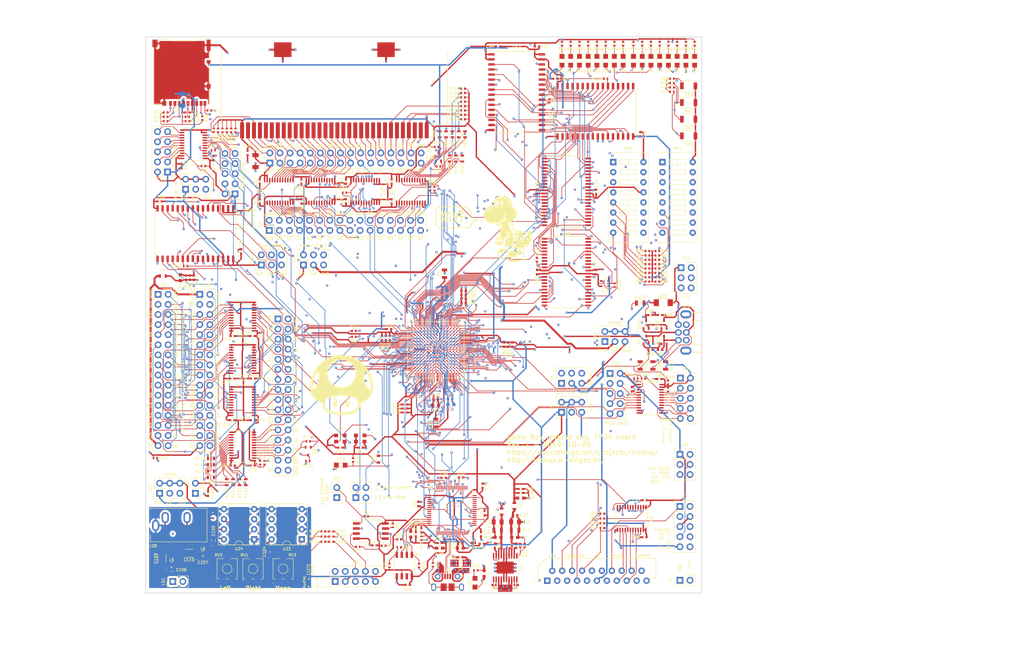
<source format=kicad_pcb>
(kicad_pcb (version 4) (host pcbnew 4.0.6)
  (title_block (title "Game Boy reverse eng. FPGA board") (date 2020-08-29) (rev 1) (company "Author: Michael Singer") (comment 1 https://sourceforge.net/projects/iceboy/) (comment 2 http://iceboy.a-singer.de/))
  (layers (0 F.Cu signal) (1 In1.Cu mixed) (2 In2.Cu mixed) (31 B.Cu signal) (34 B.Paste user) (35 F.Paste user) (36 B.SilkS user) (37 F.SilkS user) (38 B.Mask user) (39 F.Mask user) (44 Edge.Cuts user))
  (net 0 "")
  (net 1 +5VP)
  (net 2 GND)
  (net 3 +3V3)
  (net 4 "Net-(C7-Pad2)")
  (net 5 "Net-(C10-Pad1)")
  (net 6 "Net-(C8-Pad2)")
  (net 7 "Net-(C12-Pad1)")
  (net 8 +1V2)
  (net 9 +1V8)
  (net 10 VCC)
  (net 11 VDD)
  (net 12 +5VD)
  (net 13 /Audio/PWM_R)
  (net 14 "Net-(C101-Pad2)")
  (net 15 /Audio/PWM_L)
  (net 16 "Net-(C102-Pad2)")
  (net 17 /Audio/PWM_M)
  (net 18 "Net-(C103-Pad2)")
  (net 19 "Net-(C106-Pad1)")
  (net 20 "Net-(C107-Pad1)")
  (net 21 /Audio/SPEAKER)
  (net 22 "Net-(C109-Pad1)")
  (net 23 "Net-(C109-Pad2)")
  (net 24 "Net-(C110-Pad1)")
  (net 25 "Net-(C110-Pad2)")
  (net 26 "Net-(D0-Pad1)")
  (net 27 "Net-(D1-Pad1)")
  (net 28 "Net-(D2-Pad1)")
  (net 29 "Net-(D3-Pad1)")
  (net 30 "Net-(D4-Pad1)")
  (net 31 "Net-(D5-Pad1)")
  (net 32 "Net-(D6-Pad1)")
  (net 33 "Net-(D7-Pad1)")
  (net 34 "Net-(D8-Pad1)")
  (net 35 "Net-(D9-Pad1)")
  (net 36 "Net-(D10-Pad1)")
  (net 37 "Net-(D11-Pad1)")
  (net 38 "Net-(D12-Pad1)")
  (net 39 "Net-(D13-Pad1)")
  (net 40 "Net-(D14-Pad1)")
  (net 41 "Net-(D15-Pad1)")
  (net 42 "Net-(D17-Pad2)")
  (net 43 "Net-(J1-Pad1)")
  (net 44 "Net-(J1-Pad4)")
  (net 45 "Net-(J2-Pad4)")
  (net 46 /~MWR)
  (net 47 /~MRD)
  (net 48 "Net-(J12-Pad31)")
  (net 49 "/Cartridge Master Slot/X_AIN")
  (net 50 "/Cartridge Slave Slot/X_A0")
  (net 51 "/Cartridge Slave Slot/X_CLK")
  (net 52 "/Cartridge Slave Slot/X_A1")
  (net 53 "/Cartridge Slave Slot/X_~WR")
  (net 54 "/Cartridge Slave Slot/X_A2")
  (net 55 "/Cartridge Slave Slot/X_~RD")
  (net 56 "/Cartridge Slave Slot/X_A3")
  (net 57 "/Cartridge Slave Slot/X_~CS")
  (net 58 "/Cartridge Slave Slot/X_A4")
  (net 59 "/Cartridge Slave Slot/X_D0")
  (net 60 "/Cartridge Slave Slot/X_A5")
  (net 61 "/Cartridge Slave Slot/X_D1")
  (net 62 "/Cartridge Slave Slot/X_A6")
  (net 63 "/Cartridge Slave Slot/X_D2")
  (net 64 "/Cartridge Slave Slot/X_A7")
  (net 65 "/Cartridge Slave Slot/X_D3")
  (net 66 "/Cartridge Slave Slot/X_A8")
  (net 67 "/Cartridge Slave Slot/X_D4")
  (net 68 "/Cartridge Slave Slot/X_A9")
  (net 69 "/Cartridge Slave Slot/X_D5")
  (net 70 "/Cartridge Slave Slot/X_A10")
  (net 71 "/Cartridge Slave Slot/X_D6")
  (net 72 "/Cartridge Slave Slot/X_A11")
  (net 73 "/Cartridge Slave Slot/X_D7")
  (net 74 "/Cartridge Slave Slot/X_A12")
  (net 75 "/Cartridge Slave Slot/X_~RST")
  (net 76 "/Cartridge Slave Slot/X_A13")
  (net 77 "/Cartridge Slave Slot/X_AIN")
  (net 78 "/Cartridge Slave Slot/X_A14")
  (net 79 "/Cartridge Slave Slot/X_A15")
  (net 80 "Net-(J17-Pad31)")
  (net 81 /SIN)
  (net 82 "Net-(J26-Pad5)")
  (net 83 "Net-(JP1-Pad2)")
  (net 84 "Net-(JP2-Pad1)")
  (net 85 "Net-(LS1-Pad2)")
  (net 86 "Net-(R3-Pad2)")
  (net 87 "Net-(R4-Pad2)")
  (net 88 "Net-(R6-Pad2)")
  (net 89 "Net-(R7-Pad2)")
  (net 90 "Net-(R8-Pad1)")
  (net 91 "Net-(R10-Pad2)")
  (net 92 "Net-(R21-Pad2)")
  (net 93 "Net-(R23-Pad1)")
  (net 94 "Net-(R24-Pad2)")
  (net 95 "Net-(R95-Pad2)")
  (net 96 "Net-(R96-Pad2)")
  (net 97 "Net-(R97-Pad2)")
  (net 98 "Net-(R98-Pad2)")
  (net 99 "Net-(R99-Pad2)")
  (net 100 "Net-(R100-Pad2)")
  (net 101 "Net-(R101-Pad2)")
  (net 102 "Net-(R102-Pad2)")
  (net 103 "Net-(R116-Pad2)")
  (net 104 "Net-(R117-Pad2)")
  (net 105 "Net-(R118-Pad2)")
  (net 106 "Net-(R119-Pad2)")
  (net 107 "Net-(R120-Pad2)")
  (net 108 "Net-(R121-Pad2)")
  (net 109 "Net-(R122-Pad2)")
  (net 110 "Net-(R123-Pad2)")
  (net 111 /SIN_5V)
  (net 112 "/Cartridge Master Slot/SOUT_5V")
  (net 113 "/Cartridge Master Slot/P14_5V")
  (net 114 /~VCS)
  (net 115 "Net-(R140-Pad2)")
  (net 116 "Net-(R141-Pad2)")
  (net 117 "Net-(R142-Pad2)")
  (net 118 "Net-(RV1-Pad2)")
  (net 119 "Net-(RV2-Pad2)")
  (net 120 "Net-(RV3-Pad2)")
  (net 121 "Net-(U3-PadD6)")
  (net 122 "Net-(U3-PadB9)")
  (net 123 "Net-(U3-PadD12)")
  (net 124 "Net-(U3-PadM13)")
  (net 125 /~VWR)
  (net 126 /~VRD)
  (net 127 "Net-(U3-PadP15)")
  (net 128 "Net-(U4-Pad7)")
  (net 129 "Net-(U5-Pad3)")
  (net 130 "Net-(U5-Pad19)")
  (net 131 "Net-(U5-Pad22)")
  (net 132 "Net-(U5-Pad26)")
  (net 133 "Net-(U5-Pad27)")
  (net 134 "Net-(U5-Pad28)")
  (net 135 "Net-(U5-Pad29)")
  (net 136 "Net-(U5-Pad30)")
  (net 137 "Net-(U5-Pad32)")
  (net 138 "Net-(U5-Pad33)")
  (net 139 "Net-(U5-Pad34)")
  (net 140 "Net-(U5-Pad57)")
  (net 141 "Net-(U5-Pad58)")
  (net 142 "Net-(U5-Pad59)")
  (net 143 "Net-(U18-Pad7)")
  (net 144 "Net-(U18-Pad8)")
  (net 145 "Net-(U18-Pad15)")
  (net 146 "Net-(U18-Pad16)")
  (net 147 "Net-(U18-Pad29)")
  (net 148 "Net-(U18-Pad30)")
  (net 149 "Net-(U18-Pad37)")
  (net 150 "Net-(U18-Pad38)")
  (net 151 "Net-(U21-Pad7)")
  (net 152 "Net-(U21-Pad8)")
  (net 153 "Net-(U21-Pad15)")
  (net 154 "Net-(U21-Pad16)")
  (net 155 "Net-(U21-Pad29)")
  (net 156 "Net-(U21-Pad30)")
  (net 157 "Net-(U21-Pad37)")
  (net 158 "Net-(U21-Pad38)")
  (net 159 "Net-(J2-Pad6)")
  (net 160 "/Bank0: Display, Keyboard, Clock/VCC_DISP")
  (net 161 "/Bank2: SDCard/CDONE")
  (net 162 "/Power, USB, SPI/MISO")
  (net 163 "/Power, USB, SPI/MOSI")
  (net 164 "/Bank0: Display, Keyboard, Clock/-19V")
  (net 165 "/Bank0: Display, Keyboard, Clock/BAT_LED")
  (net 166 "/Bank0: Display, Keyboard, Clock/P11")
  (net 167 "/Bank0: Display, Keyboard, Clock/P14")
  (net 168 "/Bank0: Display, Keyboard, Clock/P13")
  (net 169 "/Bank0: Display, Keyboard, Clock/P12")
  (net 170 "/Bank0: Display, Keyboard, Clock/P10")
  (net 171 "/Bank0: Display, Keyboard, Clock/P15")
  (net 172 "/Bank1: GPIOA/SDCARD_SW")
  (net 173 "/Bank2: SDCard/CART_MA_CLK")
  (net 174 "/Bank2: SDCard/CART_MA_~CS")
  (net 175 "/Bank2: SDCard/CART_MA_~RST")
  (net 176 "/Bank0: Display, Keyboard, Clock/CART_SL_CLK")
  (net 177 "/Bank0: Display, Keyboard, Clock/CART_SL_~WR")
  (net 178 "/Bank0: Display, Keyboard, Clock/CART_SL_~RD")
  (net 179 "/Bank1: GPIOA/CART_SL_~CS")
  (net 180 "/Bank0: Display, Keyboard, Clock/A0")
  (net 181 "/Bank0: Display, Keyboard, Clock/A1")
  (net 182 "/Bank0: Display, Keyboard, Clock/A2")
  (net 183 "/Bank0: Display, Keyboard, Clock/A3")
  (net 184 "/Bank0: Display, Keyboard, Clock/A4")
  (net 185 "/Bank0: Display, Keyboard, Clock/A5")
  (net 186 "/Bank0: Display, Keyboard, Clock/A6")
  (net 187 "/Bank0: Display, Keyboard, Clock/A7")
  (net 188 "/Bank0: Display, Keyboard, Clock/A8")
  (net 189 "/Bank0: Display, Keyboard, Clock/A9")
  (net 190 "/Bank0: Display, Keyboard, Clock/A10")
  (net 191 "/Bank0: Display, Keyboard, Clock/A11")
  (net 192 "/Bank0: Display, Keyboard, Clock/A12")
  (net 193 "/Bank0: Display, Keyboard, Clock/A13")
  (net 194 "/Bank0: Display, Keyboard, Clock/A14")
  (net 195 "/Bank0: Display, Keyboard, Clock/A15")
  (net 196 "/Bank1: GPIOA/D0")
  (net 197 "/Bank1: GPIOA/D1")
  (net 198 "/Bank1: GPIOA/D2")
  (net 199 "/Bank1: GPIOA/D3")
  (net 200 "/Bank1: GPIOA/D4")
  (net 201 "/Bank1: GPIOA/D5")
  (net 202 "/Bank1: GPIOA/D6")
  (net 203 "/Bank1: GPIOA/D7")
  (net 204 "/Bank1: GPIOA/CART_SL_~RST")
  (net 205 "/Bank3: LEDs, Switches/SCX")
  (net 206 "/Bank3: LEDs, Switches/SOUT")
  (net 207 "/Power, USB, SPI/SS")
  (net 208 "/Power, USB, SPI/SCK")
  (net 209 "/Bank2: SDCard/~CRESET")
  (net 210 "/Bank2: SDCard/CBSEL1")
  (net 211 "/Bank2: SDCard/CBSEL0")
  (net 212 "/Bank2: SDCard/CART_MA_~OE")
  (net 213 "/Bank2: SDCard/CART_MA_~OE~_DATA")
  (net 214 "/Bank2: SDCard/CART_MA_DIR")
  (net 215 "/Bank1: GPIOA/CART_SL_~OE")
  (net 216 "/Bank1: GPIOA/CART_SL_DIR")
  (net 217 "/External Link Port, GPIOB/DIR")
  (net 218 "/Bank3: LEDs, Switches/GPIO_B_~OE")
  (net 219 "/Bank2: SDCard/WRAM_~CS")
  (net 220 "/Bank2: SDCard/ROM_~CS")
  (net 221 "/Bank2: SDCard/XRAM_~CS")
  (net 222 "/Bank0: Display, Keyboard, Clock/DISP_VSYNC")
  (net 223 "/Bank0: Display, Keyboard, Clock/DISP_LATCH")
  (net 224 "/Bank3: LEDs, Switches/CLOCK")
  (net 225 "/Bank0: Display, Keyboard, Clock/DISP_CLK")
  (net 226 "/Bank0: Display, Keyboard, Clock/DISP_CTRL")
  (net 227 "/Bank0: Display, Keyboard, Clock/DISP_D1")
  (net 228 "/Bank0: Display, Keyboard, Clock/DISP_HSYNC")
  (net 229 "/Bank0: Display, Keyboard, Clock/DISP_ALTSIG")
  (net 230 "/Bank0: Display, Keyboard, Clock/DISP_D0")
  (net 231 "/Bank0: Display, Keyboard, Clock/GBCLK")
  (net 232 "/Bank0: Display, Keyboard, Clock/GBCLK_ENA")
  (net 233 "/Bank2: SDCard/ONBRD_~PROG")
  (net 234 "/Bank0: Display, Keyboard, Clock/DBUS0")
  (net 235 "/Bank0: Display, Keyboard, Clock/CBUS1")
  (net 236 "/Bank1: GPIOA/VD3")
  (net 237 "/Bank0: Display, Keyboard, Clock/CBUS3")
  (net 238 "/Bank0: Display, Keyboard, Clock/CBUS2")
  (net 239 "/Bank0: Display, Keyboard, Clock/USB_~PWR")
  (net 240 "/Bank1: GPIOA/VD5")
  (net 241 "/Bank0: Display, Keyboard, Clock/DBUS1")
  (net 242 "/Bank0: Display, Keyboard, Clock/USB_~SUSP")
  (net 243 "/Bank1: GPIOA/VD1")
  (net 244 "/Bank0: Display, Keyboard, Clock/DBUS2")
  (net 245 "/Bank0: Display, Keyboard, Clock/CBUS4")
  (net 246 "/Bank0: Display, Keyboard, Clock/CBUS0")
  (net 247 "/Bank0: Display, Keyboard, Clock/DBUS5")
  (net 248 "/Bank0: Display, Keyboard, Clock/DBUS7")
  (net 249 "/Bank1: GPIOA/VD7")
  (net 250 "/Bank0: Display, Keyboard, Clock/DBUS3")
  (net 251 "/Bank0: Display, Keyboard, Clock/DBUS6")
  (net 252 "/Bank1: GPIOA/VD6")
  (net 253 "/Bank1: GPIOA/VD2")
  (net 254 "/Bank0: Display, Keyboard, Clock/DBUS4")
  (net 255 "/Bank1: GPIOA/VD4")
  (net 256 "/Bank1: GPIOA/VD0")
  (net 257 "/Bank0: Display, Keyboard, Clock/XDISP_VSYNC")
  (net 258 "/Bank0: Display, Keyboard, Clock/XDISP_ALTSIG")
  (net 259 "/Bank0: Display, Keyboard, Clock/XDISP_CLK")
  (net 260 "/Bank0: Display, Keyboard, Clock/XDISP_D0")
  (net 261 "/Bank0: Display, Keyboard, Clock/XDISP_D1")
  (net 262 "/Bank0: Display, Keyboard, Clock/XDISP_HSYNC")
  (net 263 "/Bank0: Display, Keyboard, Clock/XDISP_LATCH")
  (net 264 "/Bank0: Display, Keyboard, Clock/XDISP_CTRL")
  (net 265 "/Power, USB, SPI/GNDPLL0")
  (net 266 "/Power, USB, SPI/VCCPLL0")
  (net 267 "/Power, USB, SPI/VCCPLL1")
  (net 268 "/Power, USB, SPI/GNDPLL1")
  (net 269 "/Bank1: GPIOA/VCC_GPIO_A")
  (net 270 "/External Link Port, GPIOB/VCC_GPIO_B")
  (net 271 "/External Link Port, GPIOB/ELP_SCX")
  (net 272 "/External Link Port, GPIOB/ELP_P14")
  (net 273 "/External Link Port, GPIOB/ELP_SIN")
  (net 274 "/External Link Port, GPIOB/ELP_SOUT")
  (net 275 /Audio/VCC_AMP)
  (net 276 "/Bank3: LEDs, Switches/LED0")
  (net 277 "/Bank3: LEDs, Switches/LED1")
  (net 278 "/Bank3: LEDs, Switches/LED2")
  (net 279 "/Bank3: LEDs, Switches/LED3")
  (net 280 "/Bank3: LEDs, Switches/LED4")
  (net 281 "/Bank3: LEDs, Switches/LED5")
  (net 282 "/Bank3: LEDs, Switches/LED6")
  (net 283 "/Bank3: LEDs, Switches/LED7")
  (net 284 "/Bank3: LEDs, Switches/LED8")
  (net 285 "/Bank3: LEDs, Switches/LED9")
  (net 286 "/Bank3: LEDs, Switches/LED10")
  (net 287 "/Bank3: LEDs, Switches/LED11")
  (net 288 "/Bank3: LEDs, Switches/LED12")
  (net 289 "/Bank3: LEDs, Switches/LED13")
  (net 290 "/Bank3: LEDs, Switches/LED14")
  (net 291 "/Bank3: LEDs, Switches/LED15")
  (net 292 "/Power, USB, SPI/VPP_2V5")
  (net 293 "/External Link Port, GPIOB/VCC_ELP")
  (net 294 "/Power, USB, SPI/VBUS")
  (net 295 "/Bank1: GPIOA/GPIO_A0")
  (net 296 "/Bank1: GPIOA/GPIO_A1")
  (net 297 "/Bank1: GPIOA/GPIO_A2")
  (net 298 "/Bank1: GPIOA/GPIO_A3")
  (net 299 "/Bank1: GPIOA/GPIO_A4")
  (net 300 "/Bank1: GPIOA/GPIO_A5")
  (net 301 "/Bank1: GPIOA/GPIO_A6")
  (net 302 "/Bank1: GPIOA/GPIO_A7")
  (net 303 "/Bank1: GPIOA/XGPIO_A0")
  (net 304 "/Bank1: GPIOA/XGPIO_A1")
  (net 305 "/Bank1: GPIOA/XGPIO_A2")
  (net 306 "/Bank1: GPIOA/XGPIO_A3")
  (net 307 "/Bank1: GPIOA/XGPIO_A4")
  (net 308 "/Bank1: GPIOA/XGPIO_A5")
  (net 309 "/Bank1: GPIOA/XGPIO_A6")
  (net 310 "/Bank1: GPIOA/XGPIO_A7")
  (net 311 "/Bank2: SDCard/SD1")
  (net 312 "/Bank2: SDCard/SD2")
  (net 313 "/Bank2: SDCard/SD3")
  (net 314 "/Bank2: SDCard/SDCARD_CMD")
  (net 315 "/Bank2: SDCard/SDCARD_CLK")
  (net 316 "/Bank2: SDCard/SD0")
  (net 317 "/Bank2: SDCard/MA15")
  (net 318 "/Cartridge Master Slot/X_MCLK")
  (net 319 "/Cartridge Master Slot/X_~MWR")
  (net 320 "/Cartridge Master Slot/X_~MRD")
  (net 321 "/Cartridge Master Slot/X_~MCS")
  (net 322 "/Cartridge Master Slot/X_MA0")
  (net 323 "/Cartridge Master Slot/X_MA1")
  (net 324 "/Cartridge Master Slot/X_MA2")
  (net 325 "/Cartridge Master Slot/X_MA3")
  (net 326 "/Cartridge Master Slot/X_MA4")
  (net 327 "/Cartridge Master Slot/X_MA5")
  (net 328 "/Cartridge Master Slot/X_MA6")
  (net 329 "/Cartridge Master Slot/X_MA7")
  (net 330 "/Cartridge Master Slot/X_MA8")
  (net 331 "/Cartridge Master Slot/X_MA9")
  (net 332 "/Cartridge Master Slot/X_MA10")
  (net 333 "/Cartridge Master Slot/X_MA11")
  (net 334 "/Cartridge Master Slot/X_MA12")
  (net 335 "/Cartridge Master Slot/X_MA13")
  (net 336 "/Cartridge Master Slot/X_MA14")
  (net 337 "/Cartridge Master Slot/X_MA15")
  (net 338 "/Cartridge Master Slot/X_MD0")
  (net 339 "/Cartridge Master Slot/X_MD1")
  (net 340 "/Cartridge Master Slot/X_MD2")
  (net 341 "/Cartridge Master Slot/X_MD3")
  (net 342 "/Cartridge Master Slot/X_MD4")
  (net 343 "/Cartridge Master Slot/X_MD5")
  (net 344 "/Cartridge Master Slot/X_MD6")
  (net 345 "/Cartridge Master Slot/X_MD7")
  (net 346 "/Cartridge Master Slot/X_~MRST")
  (net 347 "/Bank3: LEDs, Switches/GPIO_B1")
  (net 348 "/Bank3: LEDs, Switches/GPIO_B2")
  (net 349 "/Bank3: LEDs, Switches/GPIO_B3")
  (net 350 "/Bank3: LEDs, Switches/GPIO_B4")
  (net 351 "/Bank3: LEDs, Switches/GPIO_B5")
  (net 352 /GPIO_B6)
  (net 353 /GPIO_B7)
  (net 354 "/External Link Port, GPIOB/XGPIO_B0")
  (net 355 "/External Link Port, GPIOB/XGPIO_B1")
  (net 356 "/External Link Port, GPIOB/XGPIO_B2")
  (net 357 "/External Link Port, GPIOB/XGPIO_B3")
  (net 358 "/External Link Port, GPIOB/XGPIO_B4")
  (net 359 "/External Link Port, GPIOB/XGPIO_B5")
  (net 360 "/External Link Port, GPIOB/XGPIO_B6")
  (net 361 "/External Link Port, GPIOB/XGPIO_B7")
  (net 362 "/Power, USB, SPI/EECLK")
  (net 363 "/Power, USB, SPI/EECS")
  (net 364 "/Power, USB, SPI/EEDATA")
  (net 365 "/Bank1: GPIOA/GPIO_A_DIR")
  (net 366 "/Bank1: GPIOA/GPIO_A_~OE")
  (net 367 "/Bank3: LEDs, Switches/SW3")
  (net 368 "/Bank3: LEDs, Switches/SW2")
  (net 369 "/Bank3: LEDs, Switches/SW1")
  (net 370 "/Bank3: LEDs, Switches/SW0")
  (net 371 "/Bank3: LEDs, Switches/DipSW13")
  (net 372 "/Bank3: LEDs, Switches/DipSW12")
  (net 373 "/Bank3: LEDs, Switches/DipSW11")
  (net 374 "/Bank3: LEDs, Switches/DipSW10")
  (net 375 "/Bank3: LEDs, Switches/DipSW9")
  (net 376 "/Bank3: LEDs, Switches/DipSW8")
  (net 377 "/Bank3: LEDs, Switches/DipSW7")
  (net 378 "/Bank3: LEDs, Switches/DipSW6")
  (net 379 "/Bank3: LEDs, Switches/DipSW5")
  (net 380 "/Bank3: LEDs, Switches/DipSW4")
  (net 381 "/Bank3: LEDs, Switches/DipSW3")
  (net 382 "/Bank3: LEDs, Switches/DipSW2")
  (net 383 "/Bank3: LEDs, Switches/DipSW1")
  (net 384 "/Bank3: LEDs, Switches/DipSW0")
  (net 385 "/Bank1: GPIOA/VA7")
  (net 386 "/Bank1: GPIOA/VA5")
  (net 387 "/Bank1: GPIOA/VA3")
  (net 388 "/Bank1: GPIOA/VA11")
  (net 389 "/Bank1: GPIOA/VA9")
  (net 390 "/Bank1: GPIOA/VA1")
  (net 391 "/Bank1: GPIOA/VA13")
  (net 392 "/Bank1: GPIOA/VA4")
  (net 393 "/Bank1: GPIOA/VA6")
  (net 394 "/Bank1: GPIOA/VA10")
  (net 395 "/Bank1: GPIOA/VA8")
  (net 396 "/Bank1: GPIOA/VA2")
  (net 397 "/Bank1: GPIOA/VA0")
  (net 398 "/Bank1: GPIOA/VA12")
  (net 399 "/Bank2: SDCard/MA0")
  (net 400 "/Bank2: SDCard/MA1")
  (net 401 "/Bank2: SDCard/MA2")
  (net 402 "/Bank2: SDCard/MA3")
  (net 403 "/Bank2: SDCard/MA4")
  (net 404 "/Bank2: SDCard/MA5")
  (net 405 "/Bank2: SDCard/MA6")
  (net 406 "/Bank2: SDCard/MA7")
  (net 407 "/Bank2: SDCard/MA8")
  (net 408 "/Bank2: SDCard/MA9")
  (net 409 "/Bank2: SDCard/MA10")
  (net 410 "/Bank2: SDCard/MA11")
  (net 411 "/Bank2: SDCard/MA12")
  (net 412 "/Bank2: SDCard/MA13")
  (net 413 "/Bank2: SDCard/MA14")
  (net 414 "/Bank2: SDCard/MD0")
  (net 415 "/Bank2: SDCard/MD1")
  (net 416 "/Bank2: SDCard/MD2")
  (net 417 "/Bank2: SDCard/MD3")
  (net 418 "/Bank2: SDCard/MD4")
  (net 419 "/Bank2: SDCard/MD5")
  (net 420 "/Bank2: SDCard/MD6")
  (net 421 "/Bank2: SDCard/MD7")
  (net 422 "/Bank2: SDCard/EA20")
  (net 423 "/Bank2: SDCard/EA15")
  (net 424 "/Bank2: SDCard/EA17")
  (net 425 "/Bank2: SDCard/EA16")
  (net 426 "/Bank2: SDCard/EA18")
  (net 427 "/Bank2: SDCard/EA19")
  (net 428 /Memory/~MA20)
  (net 429 "/Power, USB, SPI/USB_D-")
  (net 430 "/Power, USB, SPI/USB_D+")
  (net 431 "/Cartridge Slave Slot/X_VDD")
  (module Resistors_SMD:R_0402 (layer F.Cu) (at 52.4 129)
    (fp_text reference R124 (at 2.2 0) (layer F.SilkS) (effects (font (size 0.7 0.7) (thickness 0.12))))
    (fp_text value 1M)
    (pad 1 smd rect (at -0.45 0) (size 0.4 0.6) (layers F.Cu F.Paste F.Mask) (net 77 "/Cartridge Slave Slot/X_AIN"))
    (pad 2 smd rect (at 0.45 0) (size 0.4 0.6) (layers F.Cu F.Paste F.Mask) (net 2 GND))
  )
  (module Housings_SOIC:SOIJ-8_5.3x5.3mm_Pitch1.27mm (layer F.Cu) (at 106.68 147.4)
    (fp_text reference U2 (at 0.94 -3.46) (layer F.SilkS) (effects (font (size 0.7 0.7) (thickness 0.12))))
    (fp_text value W25Q32JVSSIM)
    (pad 1 smd rect (at -3.65 -1.905) (size 1.7 0.65) (layers F.Cu F.Paste F.Mask) (net 83 "Net-(JP1-Pad2)"))
    (pad 2 smd rect (at -3.65 -0.635) (size 1.7 0.65) (layers F.Cu F.Paste F.Mask) (net 162 "/Power, USB, SPI/MISO"))
    (pad 3 smd rect (at -3.65 0.635) (size 1.7 0.65) (layers F.Cu F.Paste F.Mask) (net 89 "Net-(R7-Pad2)"))
    (pad 4 smd rect (at -3.65 1.905) (size 1.7 0.65) (layers F.Cu F.Paste F.Mask) (net 2 GND))
    (pad 5 smd rect (at 3.65 1.905) (size 1.7 0.65) (layers F.Cu F.Paste F.Mask) (net 163 "/Power, USB, SPI/MOSI"))
    (pad 6 smd rect (at 3.65 0.635) (size 1.7 0.65) (layers F.Cu F.Paste F.Mask) (net 208 "/Power, USB, SPI/SCK"))
    (pad 7 smd rect (at 3.65 -0.635) (size 1.7 0.65) (layers F.Cu F.Paste F.Mask) (net 88 "Net-(R6-Pad2)"))
    (pad 8 smd rect (at 3.65 -1.905) (size 1.7 0.65) (layers F.Cu F.Paste F.Mask) (net 3 +3V3))
  )
  (module Housings_SSOP:TSSOP-24_4.4x7.8mm_Pitch0.65mm (layer F.Cu) (at 62 50 180)
    (fp_text reference U7 (at 0 -4.95 180) (layer F.SilkS) (effects (font (size 0.7 0.7) (thickness 0.12))))
    (fp_text value 74LVCH8T245)
    (pad 1 smd rect (at -2.85 -3.575 180) (size 1.1 0.35) (layers F.Cu F.Paste F.Mask) (net 3 +3V3))
    (pad 2 smd rect (at -2.85 -2.925 180) (size 1.1 0.35) (layers F.Cu F.Paste F.Mask) (net 365 "/Bank1: GPIOA/GPIO_A_DIR"))
    (pad 3 smd rect (at -2.85 -2.275 180) (size 1.1 0.35) (layers F.Cu F.Paste F.Mask) (net 295 "/Bank1: GPIOA/GPIO_A0"))
    (pad 4 smd rect (at -2.85 -1.625 180) (size 1.1 0.35) (layers F.Cu F.Paste F.Mask) (net 296 "/Bank1: GPIOA/GPIO_A1"))
    (pad 5 smd rect (at -2.85 -0.975 180) (size 1.1 0.35) (layers F.Cu F.Paste F.Mask) (net 297 "/Bank1: GPIOA/GPIO_A2"))
    (pad 6 smd rect (at -2.85 -0.325 180) (size 1.1 0.35) (layers F.Cu F.Paste F.Mask) (net 298 "/Bank1: GPIOA/GPIO_A3"))
    (pad 7 smd rect (at -2.85 0.325 180) (size 1.1 0.35) (layers F.Cu F.Paste F.Mask) (net 299 "/Bank1: GPIOA/GPIO_A4"))
    (pad 8 smd rect (at -2.85 0.975 180) (size 1.1 0.35) (layers F.Cu F.Paste F.Mask) (net 300 "/Bank1: GPIOA/GPIO_A5"))
    (pad 9 smd rect (at -2.85 1.625 180) (size 1.1 0.35) (layers F.Cu F.Paste F.Mask) (net 301 "/Bank1: GPIOA/GPIO_A6"))
    (pad 10 smd rect (at -2.85 2.275 180) (size 1.1 0.35) (layers F.Cu F.Paste F.Mask) (net 302 "/Bank1: GPIOA/GPIO_A7"))
    (pad 11 smd rect (at -2.85 2.925 180) (size 1.1 0.35) (layers F.Cu F.Paste F.Mask) (net 2 GND))
    (pad 12 smd rect (at -2.85 3.575 180) (size 1.1 0.35) (layers F.Cu F.Paste F.Mask) (net 2 GND))
    (pad 13 smd rect (at 2.85 3.575 180) (size 1.1 0.35) (layers F.Cu F.Paste F.Mask) (net 2 GND))
    (pad 14 smd rect (at 2.85 2.925 180) (size 1.1 0.35) (layers F.Cu F.Paste F.Mask) (net 310 "/Bank1: GPIOA/XGPIO_A7"))
    (pad 15 smd rect (at 2.85 2.275 180) (size 1.1 0.35) (layers F.Cu F.Paste F.Mask) (net 309 "/Bank1: GPIOA/XGPIO_A6"))
    (pad 16 smd rect (at 2.85 1.625 180) (size 1.1 0.35) (layers F.Cu F.Paste F.Mask) (net 308 "/Bank1: GPIOA/XGPIO_A5"))
    (pad 17 smd rect (at 2.85 0.975 180) (size 1.1 0.35) (layers F.Cu F.Paste F.Mask) (net 307 "/Bank1: GPIOA/XGPIO_A4"))
    (pad 18 smd rect (at 2.85 0.325 180) (size 1.1 0.35) (layers F.Cu F.Paste F.Mask) (net 306 "/Bank1: GPIOA/XGPIO_A3"))
    (pad 19 smd rect (at 2.85 -0.325 180) (size 1.1 0.35) (layers F.Cu F.Paste F.Mask) (net 305 "/Bank1: GPIOA/XGPIO_A2"))
    (pad 20 smd rect (at 2.85 -0.975 180) (size 1.1 0.35) (layers F.Cu F.Paste F.Mask) (net 304 "/Bank1: GPIOA/XGPIO_A1"))
    (pad 21 smd rect (at 2.85 -1.625 180) (size 1.1 0.35) (layers F.Cu F.Paste F.Mask) (net 303 "/Bank1: GPIOA/XGPIO_A0"))
    (pad 22 smd rect (at 2.85 -2.275 180) (size 1.1 0.35) (layers F.Cu F.Paste F.Mask) (net 366 "/Bank1: GPIOA/GPIO_A_~OE"))
    (pad 23 smd rect (at 2.85 -2.925 180) (size 1.1 0.35) (layers F.Cu F.Paste F.Mask) (net 269 "/Bank1: GPIOA/VCC_GPIO_A"))
    (pad 24 smd rect (at 2.85 -3.575 180) (size 1.1 0.35) (layers F.Cu F.Paste F.Mask) (net 269 "/Bank1: GPIOA/VCC_GPIO_A"))
  )
  (module bga:BGA-256_14.0x14.0mm_Layout16x16_P0.8mm_Ball0.45mm_Pad0.32mm_NSMD (layer F.Cu) (at 123.04 101.75 180)
    (fp_text reference U3 (at 0 -8.45 180) (layer F.SilkS) (effects (font (size 0.7 0.7) (thickness 0.12))))
    (fp_text value iCE40-HX8K-CT256)
    (pad A1 smd circle (at -6 -6 180) (size 0.32 0.32) (layers F.Cu F.Paste F.Mask) (net 222 "/Bank0: Display, Keyboard, Clock/DISP_VSYNC"))
    (pad B1 smd circle (at -6 -5.2 180) (size 0.32 0.32) (layers F.Cu F.Paste F.Mask) (net 372 "/Bank3: LEDs, Switches/DipSW12"))
    (pad C1 smd circle (at -6 -4.4 180) (size 0.32 0.32) (layers F.Cu F.Paste F.Mask) (net 373 "/Bank3: LEDs, Switches/DipSW11"))
    (pad D1 smd circle (at -6 -3.6 180) (size 0.32 0.32) (layers F.Cu F.Paste F.Mask) (net 378 "/Bank3: LEDs, Switches/DipSW6"))
    (pad E1 smd circle (at -6 -2.8 180) (size 0.32 0.32) (layers F.Cu F.Paste F.Mask) (net 3 +3V3))
    (pad F1 smd circle (at -6 -2 180) (size 0.32 0.32) (layers F.Cu F.Paste F.Mask) (net 316 "/Bank2: SDCard/SD0"))
    (pad G1 smd circle (at -6 -1.2 180) (size 0.32 0.32) (layers F.Cu F.Paste F.Mask) (net 205 "/Bank3: LEDs, Switches/SCX"))
    (pad H1 smd circle (at -6 -0.4 180) (size 0.32 0.32) (layers F.Cu F.Paste F.Mask) (net 218 "/Bank3: LEDs, Switches/GPIO_B_~OE"))
    (pad J1 smd circle (at -6 0.4 180) (size 0.32 0.32) (layers F.Cu F.Paste F.Mask) (net 371 "/Bank3: LEDs, Switches/DipSW13"))
    (pad K1 smd circle (at -6 1.2 180) (size 0.32 0.32) (layers F.Cu F.Paste F.Mask) (net 383 "/Bank3: LEDs, Switches/DipSW1"))
    (pad L1 smd circle (at -6 2 180) (size 0.32 0.32) (layers F.Cu F.Paste F.Mask) (net 368 "/Bank3: LEDs, Switches/SW2"))
    (pad M1 smd circle (at -6 2.8 180) (size 0.32 0.32) (layers F.Cu F.Paste F.Mask) (net 370 "/Bank3: LEDs, Switches/SW0"))
    (pad N1 smd circle (at -6 3.6 180) (size 0.32 0.32) (layers F.Cu F.Paste F.Mask) (net 3 +3V3))
    (pad P1 smd circle (at -6 4.4 180) (size 0.32 0.32) (layers F.Cu F.Paste F.Mask) (net 281 "/Bank3: LEDs, Switches/LED5"))
    (pad R1 smd circle (at -6 5.2 180) (size 0.32 0.32) (layers F.Cu F.Paste F.Mask) (net 277 "/Bank3: LEDs, Switches/LED1"))
    (pad T1 smd circle (at -6 6 180) (size 0.32 0.32) (layers F.Cu F.Paste F.Mask) (net 420 "/Bank2: SDCard/MD6"))
    (pad A2 smd circle (at -5.2 -6 180) (size 0.32 0.32) (layers F.Cu F.Paste F.Mask) (net 223 "/Bank0: Display, Keyboard, Clock/DISP_LATCH"))
    (pad B2 smd circle (at -5.2 -5.2 180) (size 0.32 0.32) (layers F.Cu F.Paste F.Mask) (net 15 /Audio/PWM_L))
    (pad C2 smd circle (at -5.2 -4.4 180) (size 0.32 0.32) (layers F.Cu F.Paste F.Mask) (net 374 "/Bank3: LEDs, Switches/DipSW10"))
    (pad D2 smd circle (at -5.2 -3.6 180) (size 0.32 0.32) (layers F.Cu F.Paste F.Mask) (net 376 "/Bank3: LEDs, Switches/DipSW8"))
    (pad E2 smd circle (at -5.2 -2.8 180) (size 0.32 0.32) (layers F.Cu F.Paste F.Mask) (net 382 "/Bank3: LEDs, Switches/DipSW2"))
    (pad F2 smd circle (at -5.2 -2 180) (size 0.32 0.32) (layers F.Cu F.Paste F.Mask) (net 312 "/Bank2: SDCard/SD2"))
    (pad G2 smd circle (at -5.2 -1.2 180) (size 0.32 0.32) (layers F.Cu F.Paste F.Mask) (net 348 "/Bank3: LEDs, Switches/GPIO_B2"))
    (pad H2 smd circle (at -5.2 -0.4 180) (size 0.32 0.32) (layers F.Cu F.Paste F.Mask) (net 217 "/External Link Port, GPIOB/DIR"))
    (pad J2 smd circle (at -5.2 0.4 180) (size 0.32 0.32) (layers F.Cu F.Paste F.Mask) (net 350 "/Bank3: LEDs, Switches/GPIO_B4"))
    (pad K2 smd circle (at -5.2 1.2 180) (size 0.32 0.32) (layers F.Cu F.Paste F.Mask) (net 2 GND))
    (pad L2 smd circle (at -5.2 2 180) (size 0.32 0.32) (layers F.Cu F.Paste F.Mask) (net 8 +1V2))
    (pad M2 smd circle (at -5.2 2.8 180) (size 0.32 0.32) (layers F.Cu F.Paste F.Mask) (net 288 "/Bank3: LEDs, Switches/LED12"))
    (pad N2 smd circle (at -5.2 3.6 180) (size 0.32 0.32) (layers F.Cu F.Paste F.Mask) (net 286 "/Bank3: LEDs, Switches/LED10"))
    (pad P2 smd circle (at -5.2 4.4 180) (size 0.32 0.32) (layers F.Cu F.Paste F.Mask) (net 279 "/Bank3: LEDs, Switches/LED3"))
    (pad R2 smd circle (at -5.2 5.2 180) (size 0.32 0.32) (layers F.Cu F.Paste F.Mask) (net 418 "/Bank2: SDCard/MD4"))
    (pad T2 smd circle (at -5.2 6 180) (size 0.32 0.32) (layers F.Cu F.Paste F.Mask) (net 416 "/Bank2: SDCard/MD2"))
    (pad A3 smd circle (at -4.4 -6 180) (size 0.32 0.32) (layers F.Cu F.Paste F.Mask) (net 3 +3V3))
    (pad B3 smd circle (at -4.4 -5.2 180) (size 0.32 0.32) (layers F.Cu F.Paste F.Mask) (net 167 "/Bank0: Display, Keyboard, Clock/P14"))
    (pad C3 smd circle (at -4.4 -4.4 180) (size 0.32 0.32) (layers F.Cu F.Paste F.Mask) (net 170 "/Bank0: Display, Keyboard, Clock/P10"))
    (pad D3 smd circle (at -4.4 -3.6 180) (size 0.32 0.32) (layers F.Cu F.Paste F.Mask) (net 166 "/Bank0: Display, Keyboard, Clock/P11"))
    (pad E3 smd circle (at -4.4 -2.8 180) (size 0.32 0.32) (layers F.Cu F.Paste F.Mask) (net 380 "/Bank3: LEDs, Switches/DipSW4"))
    (pad F3 smd circle (at -4.4 -2 180) (size 0.32 0.32) (layers F.Cu F.Paste F.Mask) (net 81 /SIN))
    (pad G3 smd circle (at -4.4 -1.2 180) (size 0.32 0.32) (layers F.Cu F.Paste F.Mask) (net 206 "/Bank3: LEDs, Switches/SOUT"))
    (pad H3 smd circle (at -4.4 -0.4 180) (size 0.32 0.32) (layers F.Cu F.Paste F.Mask) (net 313 "/Bank2: SDCard/SD3"))
    (pad J3 smd circle (at -4.4 0.4 180) (size 0.32 0.32) (layers F.Cu F.Paste F.Mask) (net 224 "/Bank3: LEDs, Switches/CLOCK"))
    (pad K3 smd circle (at -4.4 1.2 180) (size 0.32 0.32) (layers F.Cu F.Paste F.Mask) (net 384 "/Bank3: LEDs, Switches/DipSW0"))
    (pad L3 smd circle (at -4.4 2 180) (size 0.32 0.32) (layers F.Cu F.Paste F.Mask) (net 290 "/Bank3: LEDs, Switches/LED14"))
    (pad M3 smd circle (at -4.4 2.8 180) (size 0.32 0.32) (layers F.Cu F.Paste F.Mask) (net 284 "/Bank3: LEDs, Switches/LED8"))
    (pad N3 smd circle (at -4.4 3.6 180) (size 0.32 0.32) (layers F.Cu F.Paste F.Mask) (net 282 "/Bank3: LEDs, Switches/LED6"))
    (pad P3 smd circle (at -4.4 4.4 180) (size 0.32 0.32) (layers F.Cu F.Paste F.Mask) (net 3 +3V3))
    (pad R3 smd circle (at -4.4 5.2 180) (size 0.32 0.32) (layers F.Cu F.Paste F.Mask) (net 414 "/Bank2: SDCard/MD0"))
    (pad T3 smd circle (at -4.4 6 180) (size 0.32 0.32) (layers F.Cu F.Paste F.Mask) (net 413 "/Bank2: SDCard/MA14"))
    (pad A4 smd circle (at -3.6 -6 180) (size 0.32 0.32) (layers F.Cu F.Paste F.Mask) (net 2 GND))
    (pad B4 smd circle (at -3.6 -5.2 180) (size 0.32 0.32) (layers F.Cu F.Paste F.Mask) (net 225 "/Bank0: Display, Keyboard, Clock/DISP_CLK"))
    (pad C4 smd circle (at -3.6 -4.4 180) (size 0.32 0.32) (layers F.Cu F.Paste F.Mask) (net 171 "/Bank0: Display, Keyboard, Clock/P15"))
    (pad D4 smd circle (at -3.6 -3.6 180) (size 0.32 0.32) (layers F.Cu F.Paste F.Mask) (net 168 "/Bank0: Display, Keyboard, Clock/P13"))
    (pad E4 smd circle (at -3.6 -2.8 180) (size 0.32 0.32) (layers F.Cu F.Paste F.Mask) (net 13 /Audio/PWM_R))
    (pad F4 smd circle (at -3.6 -2 180) (size 0.32 0.32) (layers F.Cu F.Paste F.Mask) (net 375 "/Bank3: LEDs, Switches/DipSW9"))
    (pad G4 smd circle (at -3.6 -1.2 180) (size 0.32 0.32) (layers F.Cu F.Paste F.Mask) (net 379 "/Bank3: LEDs, Switches/DipSW5"))
    (pad H4 smd circle (at -3.6 -0.4 180) (size 0.32 0.32) (layers F.Cu F.Paste F.Mask) (net 349 "/Bank3: LEDs, Switches/GPIO_B3"))
    (pad J4 smd circle (at -3.6 0.4 180) (size 0.32 0.32) (layers F.Cu F.Paste F.Mask) (net 351 "/Bank3: LEDs, Switches/GPIO_B5"))
    (pad K4 smd circle (at -3.6 1.2 180) (size 0.32 0.32) (layers F.Cu F.Paste F.Mask) (net 369 "/Bank3: LEDs, Switches/SW1"))
    (pad L4 smd circle (at -3.6 2 180) (size 0.32 0.32) (layers F.Cu F.Paste F.Mask) (net 367 "/Bank3: LEDs, Switches/SW3"))
    (pad M4 smd circle (at -3.6 2.8 180) (size 0.32 0.32) (layers F.Cu F.Paste F.Mask) (net 280 "/Bank3: LEDs, Switches/LED4"))
    (pad N4 smd circle (at -3.6 3.6 180) (size 0.32 0.32) (layers F.Cu F.Paste F.Mask) (net 276 "/Bank3: LEDs, Switches/LED0"))
    (pad P4 smd circle (at -3.6 4.4 180) (size 0.32 0.32) (layers F.Cu F.Paste F.Mask) (net 419 "/Bank2: SDCard/MD5"))
    (pad R4 smd circle (at -3.6 5.2 180) (size 0.32 0.32) (layers F.Cu F.Paste F.Mask) (net 175 "/Bank2: SDCard/CART_MA_~RST"))
    (pad T4 smd circle (at -3.6 6 180) (size 0.32 0.32) (layers F.Cu F.Paste F.Mask) (net 2 GND))
    (pad A5 smd circle (at -2.8 -6 180) (size 0.32 0.32) (layers F.Cu F.Paste F.Mask) (net 226 "/Bank0: Display, Keyboard, Clock/DISP_CTRL"))
    (pad B5 smd circle (at -2.8 -5.2 180) (size 0.32 0.32) (layers F.Cu F.Paste F.Mask) (net 230 "/Bank0: Display, Keyboard, Clock/DISP_D0"))
    (pad C5 smd circle (at -2.8 -4.4 180) (size 0.32 0.32) (layers F.Cu F.Paste F.Mask) (net 228 "/Bank0: Display, Keyboard, Clock/DISP_HSYNC"))
    (pad D5 smd circle (at -2.8 -3.6 180) (size 0.32 0.32) (layers F.Cu F.Paste F.Mask) (net 229 "/Bank0: Display, Keyboard, Clock/DISP_ALTSIG"))
    (pad E5 smd circle (at -2.8 -2.8 180) (size 0.32 0.32) (layers F.Cu F.Paste F.Mask) (net 169 "/Bank0: Display, Keyboard, Clock/P12"))
    (pad F5 smd circle (at -2.8 -2 180) (size 0.32 0.32) (layers F.Cu F.Paste F.Mask) (net 17 /Audio/PWM_M))
    (pad G5 smd circle (at -2.8 -1.2 180) (size 0.32 0.32) (layers F.Cu F.Paste F.Mask) (net 377 "/Bank3: LEDs, Switches/DipSW7"))
    (pad H5 smd circle (at -2.8 -0.4 180) (size 0.32 0.32) (layers F.Cu F.Paste F.Mask) (net 381 "/Bank3: LEDs, Switches/DipSW3"))
    (pad J5 smd circle (at -2.8 0.4 180) (size 0.32 0.32) (layers F.Cu F.Paste F.Mask) (net 347 "/Bank3: LEDs, Switches/GPIO_B1"))
    (pad K5 smd circle (at -2.8 1.2 180) (size 0.32 0.32) (layers F.Cu F.Paste F.Mask) (net 289 "/Bank3: LEDs, Switches/LED13"))
    (pad L5 smd circle (at -2.8 2 180) (size 0.32 0.32) (layers F.Cu F.Paste F.Mask) (net 283 "/Bank3: LEDs, Switches/LED7"))
    (pad M5 smd circle (at -2.8 2.8 180) (size 0.32 0.32) (layers F.Cu F.Paste F.Mask) (net 278 "/Bank3: LEDs, Switches/LED2"))
    (pad N5 smd circle (at -2.8 3.6 180) (size 0.32 0.32) (layers F.Cu F.Paste F.Mask) (net 417 "/Bank2: SDCard/MD3"))
    (pad P5 smd circle (at -2.8 4.4 180) (size 0.32 0.32) (layers F.Cu F.Paste F.Mask) (net 415 "/Bank2: SDCard/MD1"))
    (pad R5 smd circle (at -2.8 5.2 180) (size 0.32 0.32) (layers F.Cu F.Paste F.Mask) (net 423 "/Bank2: SDCard/EA15"))
    (pad T5 smd circle (at -2.8 6 180) (size 0.32 0.32) (layers F.Cu F.Paste F.Mask) (net 409 "/Bank2: SDCard/MA10"))
    (pad A6 smd circle (at -2 -6 180) (size 0.32 0.32) (layers F.Cu F.Paste F.Mask) (net 180 "/Bank0: Display, Keyboard, Clock/A0"))
    (pad B6 smd circle (at -2 -5.2 180) (size 0.32 0.32) (layers F.Cu F.Paste F.Mask) (net 183 "/Bank0: Display, Keyboard, Clock/A3"))
    (pad C6 smd circle (at -2 -4.4 180) (size 0.32 0.32) (layers F.Cu F.Paste F.Mask) (net 182 "/Bank0: Display, Keyboard, Clock/A2"))
    (pad D6 smd circle (at -2 -3.6 180) (size 0.32 0.32) (layers F.Cu F.Paste F.Mask) (net 121 "Net-(U3-PadD6)"))
    (pad E6 smd circle (at -2 -2.8 180) (size 0.32 0.32) (layers F.Cu F.Paste F.Mask) (net 227 "/Bank0: Display, Keyboard, Clock/DISP_D1"))
    (pad F6 smd circle (at -2 -2 180) (size 0.32 0.32) (layers F.Cu F.Paste F.Mask) (net 8 +1V2))
    (pad G6 smd circle (at -2 -1.2 180) (size 0.32 0.32) (layers F.Cu F.Paste F.Mask) (net 3 +3V3))
    (pad H6 smd circle (at -2 -0.4 180) (size 0.32 0.32) (layers F.Cu F.Paste F.Mask) (net 311 "/Bank2: SDCard/SD1"))
    (pad J6 smd circle (at -2 0.4 180) (size 0.32 0.32) (layers F.Cu F.Paste F.Mask) (net 3 +3V3))
    (pad K6 smd circle (at -2 1.2 180) (size 0.32 0.32) (layers F.Cu F.Paste F.Mask) (net 8 +1V2))
    (pad L6 smd circle (at -2 2 180) (size 0.32 0.32) (layers F.Cu F.Paste F.Mask) (net 291 "/Bank3: LEDs, Switches/LED15"))
    (pad M6 smd circle (at -2 2.8 180) (size 0.32 0.32) (layers F.Cu F.Paste F.Mask) (net 285 "/Bank3: LEDs, Switches/LED9"))
    (pad N6 smd circle (at -2 3.6 180) (size 0.32 0.32) (layers F.Cu F.Paste F.Mask) (net 421 "/Bank2: SDCard/MD7"))
    (pad P6 smd circle (at -2 4.4 180) (size 0.32 0.32) (layers F.Cu F.Paste F.Mask) (net 411 "/Bank2: SDCard/MA12"))
    (pad R6 smd circle (at -2 5.2 180) (size 0.32 0.32) (layers F.Cu F.Paste F.Mask) (net 47 /~MRD))
    (pad T6 smd circle (at -2 6 180) (size 0.32 0.32) (layers F.Cu F.Paste F.Mask) (net 407 "/Bank2: SDCard/MA8"))
    (pad A7 smd circle (at -1.2 -6 180) (size 0.32 0.32) (layers F.Cu F.Paste F.Mask) (net 194 "/Bank0: Display, Keyboard, Clock/A14"))
    (pad B7 smd circle (at -1.2 -5.2 180) (size 0.32 0.32) (layers F.Cu F.Paste F.Mask) (net 184 "/Bank0: Display, Keyboard, Clock/A4"))
    (pad C7 smd circle (at -1.2 -4.4 180) (size 0.32 0.32) (layers F.Cu F.Paste F.Mask) (net 185 "/Bank0: Display, Keyboard, Clock/A5"))
    (pad D7 smd circle (at -1.2 -3.6 180) (size 0.32 0.32) (layers F.Cu F.Paste F.Mask) (net 181 "/Bank0: Display, Keyboard, Clock/A1"))
    (pad E7 smd circle (at -1.2 -2.8 180) (size 0.32 0.32) (layers F.Cu F.Paste F.Mask) (net 268 "/Power, USB, SPI/GNDPLL1"))
    (pad F7 smd circle (at -1.2 -2 180) (size 0.32 0.32) (layers F.Cu F.Paste F.Mask) (net 176 "/Bank0: Display, Keyboard, Clock/CART_SL_CLK"))
    (pad G7 smd circle (at -1.2 -1.2 180) (size 0.32 0.32) (layers F.Cu F.Paste F.Mask) (net 2 GND))
    (pad H7 smd circle (at -1.2 -0.4 180) (size 0.32 0.32) (layers F.Cu F.Paste F.Mask) (net 2 GND))
    (pad J7 smd circle (at -1.2 0.4 180) (size 0.32 0.32) (layers F.Cu F.Paste F.Mask) (net 2 GND))
    (pad K7 smd circle (at -1.2 1.2 180) (size 0.32 0.32) (layers F.Cu F.Paste F.Mask) (net 2 GND))
    (pad L7 smd circle (at -1.2 2 180) (size 0.32 0.32) (layers F.Cu F.Paste F.Mask) (net 287 "/Bank3: LEDs, Switches/LED11"))
    (pad M7 smd circle (at -1.2 2.8 180) (size 0.32 0.32) (layers F.Cu F.Paste F.Mask) (net 213 "/Bank2: SDCard/CART_MA_~OE~_DATA"))
    (pad N7 smd circle (at -1.2 3.6 180) (size 0.32 0.32) (layers F.Cu F.Paste F.Mask) (net 412 "/Bank2: SDCard/MA13"))
    (pad P7 smd circle (at -1.2 4.4 180) (size 0.32 0.32) (layers F.Cu F.Paste F.Mask) (net 403 "/Bank2: SDCard/MA4"))
    (pad R7 smd circle (at -1.2 5.2 180) (size 0.32 0.32) (layers F.Cu F.Paste F.Mask) (net 2 GND))
    (pad T7 smd circle (at -1.2 6 180) (size 0.32 0.32) (layers F.Cu F.Paste F.Mask) (net 405 "/Bank2: SDCard/MA6"))
    (pad A8 smd circle (at -0.4 -6 180) (size 0.32 0.32) (layers F.Cu F.Paste F.Mask) (net 3 +3V3))
    (pad B8 smd circle (at -0.4 -5.2 180) (size 0.32 0.32) (layers F.Cu F.Paste F.Mask) (net 195 "/Bank0: Display, Keyboard, Clock/A15"))
    (pad C8 smd circle (at -0.4 -4.4 180) (size 0.32 0.32) (layers F.Cu F.Paste F.Mask) (net 231 "/Bank0: Display, Keyboard, Clock/GBCLK"))
    (pad D8 smd circle (at -0.4 -3.6 180) (size 0.32 0.32) (layers F.Cu F.Paste F.Mask) (net 178 "/Bank0: Display, Keyboard, Clock/CART_SL_~RD"))
    (pad E8 smd circle (at -0.4 -2.8 180) (size 0.32 0.32) (layers F.Cu F.Paste F.Mask) (net 267 "/Power, USB, SPI/VCCPLL1"))
    (pad F8 smd circle (at -0.4 -2 180) (size 0.32 0.32) (layers F.Cu F.Paste F.Mask) (net 3 +3V3))
    (pad G8 smd circle (at -0.4 -1.2 180) (size 0.32 0.32) (layers F.Cu F.Paste F.Mask) (net 2 GND))
    (pad H8 smd circle (at -0.4 -0.4 180) (size 0.32 0.32) (layers F.Cu F.Paste F.Mask) (net 2 GND))
    (pad J8 smd circle (at -0.4 0.4 180) (size 0.32 0.32) (layers F.Cu F.Paste F.Mask) (net 2 GND))
    (pad K8 smd circle (at -0.4 1.2 180) (size 0.32 0.32) (layers F.Cu F.Paste F.Mask) (net 3 +3V3))
    (pad L8 smd circle (at -0.4 2 180) (size 0.32 0.32) (layers F.Cu F.Paste F.Mask) (net 266 "/Power, USB, SPI/VCCPLL0"))
    (pad M8 smd circle (at -0.4 2.8 180) (size 0.32 0.32) (layers F.Cu F.Paste F.Mask) (net 410 "/Bank2: SDCard/MA11"))
    (pad N8 smd circle (at -0.4 3.6 180) (size 0.32 0.32) (layers F.Cu F.Paste F.Mask) (net 265 "/Power, USB, SPI/GNDPLL0"))
    (pad P8 smd circle (at -0.4 4.4 180) (size 0.32 0.32) (layers F.Cu F.Paste F.Mask) (net 408 "/Bank2: SDCard/MA9"))
    (pad R8 smd circle (at -0.4 5.2 180) (size 0.32 0.32) (layers F.Cu F.Paste F.Mask) (net 3 +3V3))
    (pad T8 smd circle (at -0.4 6 180) (size 0.32 0.32) (layers F.Cu F.Paste F.Mask) (net 404 "/Bank2: SDCard/MA5"))
    (pad A9 smd circle (at 0.4 -6 180) (size 0.32 0.32) (layers F.Cu F.Paste F.Mask) (net 177 "/Bank0: Display, Keyboard, Clock/CART_SL_~WR"))
    (pad B9 smd circle (at 0.4 -5.2 180) (size 0.32 0.32) (layers F.Cu F.Paste F.Mask) (net 122 "Net-(U3-PadB9)"))
    (pad C9 smd circle (at 0.4 -4.4 180) (size 0.32 0.32) (layers F.Cu F.Paste F.Mask) (net 188 "/Bank0: Display, Keyboard, Clock/A8"))
    (pad D9 smd circle (at 0.4 -3.6 180) (size 0.32 0.32) (layers F.Cu F.Paste F.Mask) (net 186 "/Bank0: Display, Keyboard, Clock/A6"))
    (pad E9 smd circle (at 0.4 -2.8 180) (size 0.32 0.32) (layers F.Cu F.Paste F.Mask) (net 187 "/Bank0: Display, Keyboard, Clock/A7"))
    (pad F9 smd circle (at 0.4 -2 180) (size 0.32 0.32) (layers F.Cu F.Paste F.Mask) (net 232 "/Bank0: Display, Keyboard, Clock/GBCLK_ENA"))
    (pad G9 smd circle (at 0.4 -1.2 180) (size 0.32 0.32) (layers F.Cu F.Paste F.Mask) (net 2 GND))
    (pad H9 smd circle (at 0.4 -0.4 180) (size 0.32 0.32) (layers F.Cu F.Paste F.Mask) (net 2 GND))
    (pad J9 smd circle (at 0.4 0.4 180) (size 0.32 0.32) (layers F.Cu F.Paste F.Mask) (net 2 GND))
    (pad K9 smd circle (at 0.4 1.2 180) (size 0.32 0.32) (layers F.Cu F.Paste F.Mask) (net 173 "/Bank2: SDCard/CART_MA_CLK"))
    (pad L9 smd circle (at 0.4 2 180) (size 0.32 0.32) (layers F.Cu F.Paste F.Mask) (net 406 "/Bank2: SDCard/MA7"))
    (pad M9 smd circle (at 0.4 2.8 180) (size 0.32 0.32) (layers F.Cu F.Paste F.Mask) (net 46 /~MWR))
    (pad N9 smd circle (at 0.4 3.6 180) (size 0.32 0.32) (layers F.Cu F.Paste F.Mask) (net 402 "/Bank2: SDCard/MA3"))
    (pad P9 smd circle (at 0.4 4.4 180) (size 0.32 0.32) (layers F.Cu F.Paste F.Mask) (net 212 "/Bank2: SDCard/CART_MA_~OE"))
    (pad R9 smd circle (at 0.4 5.2 180) (size 0.32 0.32) (layers F.Cu F.Paste F.Mask) (net 233 "/Bank2: SDCard/ONBRD_~PROG"))
    (pad T9 smd circle (at 0.4 6 180) (size 0.32 0.32) (layers F.Cu F.Paste F.Mask) (net 401 "/Bank2: SDCard/MA2"))
    (pad A10 smd circle (at 1.2 -6 180) (size 0.32 0.32) (layers F.Cu F.Paste F.Mask) (net 191 "/Bank0: Display, Keyboard, Clock/A11"))
    (pad B10 smd circle (at 1.2 -5.2 180) (size 0.32 0.32) (layers F.Cu F.Paste F.Mask) (net 234 "/Bank0: Display, Keyboard, Clock/DBUS0"))
    (pad C10 smd circle (at 1.2 -4.4 180) (size 0.32 0.32) (layers F.Cu F.Paste F.Mask) (net 192 "/Bank0: Display, Keyboard, Clock/A12"))
    (pad D10 smd circle (at 1.2 -3.6 180) (size 0.32 0.32) (layers F.Cu F.Paste F.Mask) (net 189 "/Bank0: Display, Keyboard, Clock/A9"))
    (pad E10 smd circle (at 1.2 -2.8 180) (size 0.32 0.32) (layers F.Cu F.Paste F.Mask) (net 235 "/Bank0: Display, Keyboard, Clock/CBUS1"))
    (pad F10 smd circle (at 1.2 -2 180) (size 0.32 0.32) (layers F.Cu F.Paste F.Mask) (net 8 +1V2))
    (pad G10 smd circle (at 1.2 -1.2 180) (size 0.32 0.32) (layers F.Cu F.Paste F.Mask) (net 236 "/Bank1: GPIOA/VD3"))
    (pad H10 smd circle (at 1.2 -0.4 180) (size 0.32 0.32) (layers F.Cu F.Paste F.Mask) (net 3 +3V3))
    (pad J10 smd circle (at 1.2 0.4 180) (size 0.32 0.32) (layers F.Cu F.Paste F.Mask) (net 203 "/Bank1: GPIOA/D7"))
    (pad K10 smd circle (at 1.2 1.2 180) (size 0.32 0.32) (layers F.Cu F.Paste F.Mask) (net 8 +1V2))
    (pad L10 smd circle (at 1.2 2 180) (size 0.32 0.32) (layers F.Cu F.Paste F.Mask) (net 399 "/Bank2: SDCard/MA0"))
    (pad M10 smd circle (at 1.2 2.8 180) (size 0.32 0.32) (layers F.Cu F.Paste F.Mask) (net 161 "/Bank2: SDCard/CDONE"))
    (pad N10 smd circle (at 1.2 3.6 180) (size 0.32 0.32) (layers F.Cu F.Paste F.Mask) (net 424 "/Bank2: SDCard/EA17"))
    (pad P10 smd circle (at 1.2 4.4 180) (size 0.32 0.32) (layers F.Cu F.Paste F.Mask) (net 425 "/Bank2: SDCard/EA16"))
    (pad R10 smd circle (at 1.2 5.2 180) (size 0.32 0.32) (layers F.Cu F.Paste F.Mask) (net 400 "/Bank2: SDCard/MA1"))
    (pad T10 smd circle (at 1.2 6 180) (size 0.32 0.32) (layers F.Cu F.Paste F.Mask) (net 426 "/Bank2: SDCard/EA18"))
    (pad A11 smd circle (at 2 -6 180) (size 0.32 0.32) (layers F.Cu F.Paste F.Mask) (net 190 "/Bank0: Display, Keyboard, Clock/A10"))
    (pad B11 smd circle (at 2 -5.2 180) (size 0.32 0.32) (layers F.Cu F.Paste F.Mask) (net 193 "/Bank0: Display, Keyboard, Clock/A13"))
    (pad C11 smd circle (at 2 -4.4 180) (size 0.32 0.32) (layers F.Cu F.Paste F.Mask) (net 237 "/Bank0: Display, Keyboard, Clock/CBUS3"))
    (pad D11 smd circle (at 2 -3.6 180) (size 0.32 0.32) (layers F.Cu F.Paste F.Mask) (net 238 "/Bank0: Display, Keyboard, Clock/CBUS2"))
    (pad E11 smd circle (at 2 -2.8 180) (size 0.32 0.32) (layers F.Cu F.Paste F.Mask) (net 239 "/Bank0: Display, Keyboard, Clock/USB_~PWR"))
    (pad F11 smd circle (at 2 -2 180) (size 0.32 0.32) (layers F.Cu F.Paste F.Mask) (net 385 "/Bank1: GPIOA/VA7"))
    (pad G11 smd circle (at 2 -1.2 180) (size 0.32 0.32) (layers F.Cu F.Paste F.Mask) (net 240 "/Bank1: GPIOA/VD5"))
    (pad H11 smd circle (at 2 -0.4 180) (size 0.32 0.32) (layers F.Cu F.Paste F.Mask) (net 295 "/Bank1: GPIOA/GPIO_A0"))
    (pad J11 smd circle (at 2 0.4 180) (size 0.32 0.32) (layers F.Cu F.Paste F.Mask) (net 204 "/Bank1: GPIOA/CART_SL_~RST"))
    (pad K11 smd circle (at 2 1.2 180) (size 0.32 0.32) (layers F.Cu F.Paste F.Mask) (net 211 "/Bank2: SDCard/CBSEL0"))
    (pad L11 smd circle (at 2 2 180) (size 0.32 0.32) (layers F.Cu F.Paste F.Mask) (net 221 "/Bank2: SDCard/XRAM_~CS"))
    (pad M11 smd circle (at 2 2.8 180) (size 0.32 0.32) (layers F.Cu F.Paste F.Mask) (net 174 "/Bank2: SDCard/CART_MA_~CS"))
    (pad N11 smd circle (at 2 3.6 180) (size 0.32 0.32) (layers F.Cu F.Paste F.Mask) (net 209 "/Bank2: SDCard/~CRESET"))
    (pad P11 smd circle (at 2 4.4 180) (size 0.32 0.32) (layers F.Cu F.Paste F.Mask) (net 44 "Net-(J1-Pad4)"))
    (pad R11 smd circle (at 2 5.2 180) (size 0.32 0.32) (layers F.Cu F.Paste F.Mask) (net 208 "/Power, USB, SPI/SCK"))
    (pad T11 smd circle (at 2 6 180) (size 0.32 0.32) (layers F.Cu F.Paste F.Mask) (net 427 "/Bank2: SDCard/EA19"))
    (pad A12 smd circle (at 2.8 -6 180) (size 0.32 0.32) (layers F.Cu F.Paste F.Mask) (net 2 GND))
    (pad B12 smd circle (at 2.8 -5.2 180) (size 0.32 0.32) (layers F.Cu F.Paste F.Mask) (net 241 "/Bank0: Display, Keyboard, Clock/DBUS1"))
    (pad C12 smd circle (at 2.8 -4.4 180) (size 0.32 0.32) (layers F.Cu F.Paste F.Mask) (net 242 "/Bank0: Display, Keyboard, Clock/USB_~SUSP"))
    (pad D12 smd circle (at 2.8 -3.6 180) (size 0.32 0.32) (layers F.Cu F.Paste F.Mask) (net 123 "Net-(U3-PadD12)"))
    (pad E12 smd circle (at 2.8 -2.8 180) (size 0.32 0.32) (layers F.Cu F.Paste F.Mask) (net 292 "/Power, USB, SPI/VPP_2V5"))
    (pad F12 smd circle (at 2.8 -2 180) (size 0.32 0.32) (layers F.Cu F.Paste F.Mask) (net 386 "/Bank1: GPIOA/VA5"))
    (pad G12 smd circle (at 2.8 -1.2 180) (size 0.32 0.32) (layers F.Cu F.Paste F.Mask) (net 387 "/Bank1: GPIOA/VA3"))
    (pad H12 smd circle (at 2.8 -0.4 180) (size 0.32 0.32) (layers F.Cu F.Paste F.Mask) (net 243 "/Bank1: GPIOA/VD1"))
    (pad J12 smd circle (at 2.8 0.4 180) (size 0.32 0.32) (layers F.Cu F.Paste F.Mask) (net 114 /~VCS))
    (pad K12 smd circle (at 2.8 1.2 180) (size 0.32 0.32) (layers F.Cu F.Paste F.Mask) (net 201 "/Bank1: GPIOA/D5"))
    (pad L12 smd circle (at 2.8 2 180) (size 0.32 0.32) (layers F.Cu F.Paste F.Mask) (net 197 "/Bank1: GPIOA/D1"))
    (pad M12 smd circle (at 2.8 2.8 180) (size 0.32 0.32) (layers F.Cu F.Paste F.Mask) (net 315 "/Bank2: SDCard/SDCARD_CLK"))
    (pad N12 smd circle (at 2.8 3.6 180) (size 0.32 0.32) (layers F.Cu F.Paste F.Mask) (net 220 "/Bank2: SDCard/ROM_~CS"))
    (pad P12 smd circle (at 2.8 4.4 180) (size 0.32 0.32) (layers F.Cu F.Paste F.Mask) (net 43 "Net-(J1-Pad1)"))
    (pad R12 smd circle (at 2.8 5.2 180) (size 0.32 0.32) (layers F.Cu F.Paste F.Mask) (net 207 "/Power, USB, SPI/SS"))
    (pad T12 smd circle (at 2.8 6 180) (size 0.32 0.32) (layers F.Cu F.Paste F.Mask) (net 2 GND))
    (pad A13 smd circle (at 3.6 -6 180) (size 0.32 0.32) (layers F.Cu F.Paste F.Mask) (net 3 +3V3))
    (pad B13 smd circle (at 3.6 -5.2 180) (size 0.32 0.32) (layers F.Cu F.Paste F.Mask) (net 244 "/Bank0: Display, Keyboard, Clock/DBUS2"))
    (pad C13 smd circle (at 3.6 -4.4 180) (size 0.32 0.32) (layers F.Cu F.Paste F.Mask) (net 245 "/Bank0: Display, Keyboard, Clock/CBUS4"))
    (pad D13 smd circle (at 3.6 -3.6 180) (size 0.32 0.32) (layers F.Cu F.Paste F.Mask) (net 246 "/Bank0: Display, Keyboard, Clock/CBUS0"))
    (pad E13 smd circle (at 3.6 -2.8 180) (size 0.32 0.32) (layers F.Cu F.Paste F.Mask) (net 388 "/Bank1: GPIOA/VA11"))
    (pad F13 smd circle (at 3.6 -2 180) (size 0.32 0.32) (layers F.Cu F.Paste F.Mask) (net 389 "/Bank1: GPIOA/VA9"))
    (pad G13 smd circle (at 3.6 -1.2 180) (size 0.32 0.32) (layers F.Cu F.Paste F.Mask) (net 390 "/Bank1: GPIOA/VA1"))
    (pad H13 smd circle (at 3.6 -0.4 180) (size 0.32 0.32) (layers F.Cu F.Paste F.Mask) (net 296 "/Bank1: GPIOA/GPIO_A1"))
    (pad J13 smd circle (at 3.6 0.4 180) (size 0.32 0.32) (layers F.Cu F.Paste F.Mask) (net 298 "/Bank1: GPIOA/GPIO_A3"))
    (pad K13 smd circle (at 3.6 1.2 180) (size 0.32 0.32) (layers F.Cu F.Paste F.Mask) (net 391 "/Bank1: GPIOA/VA13"))
    (pad L13 smd circle (at 3.6 2 180) (size 0.32 0.32) (layers F.Cu F.Paste F.Mask) (net 199 "/Bank1: GPIOA/D3"))
    (pad M13 smd circle (at 3.6 2.8 180) (size 0.32 0.32) (layers F.Cu F.Paste F.Mask) (net 124 "Net-(U3-PadM13)"))
    (pad N13 smd circle (at 3.6 3.6 180) (size 0.32 0.32) (layers F.Cu F.Paste F.Mask) (net 3 +3V3))
    (pad P13 smd circle (at 3.6 4.4 180) (size 0.32 0.32) (layers F.Cu F.Paste F.Mask) (net 210 "/Bank2: SDCard/CBSEL1"))
    (pad R13 smd circle (at 3.6 5.2 180) (size 0.32 0.32) (layers F.Cu F.Paste F.Mask) (net 3 +3V3))
    (pad T13 smd circle (at 3.6 6 180) (size 0.32 0.32) (layers F.Cu F.Paste F.Mask) (net 214 "/Bank2: SDCard/CART_MA_DIR"))
    (pad A14 smd circle (at 4.4 -6 180) (size 0.32 0.32) (layers F.Cu F.Paste F.Mask) (net 8 +1V2))
    (pad B14 smd circle (at 4.4 -5.2 180) (size 0.32 0.32) (layers F.Cu F.Paste F.Mask) (net 247 "/Bank0: Display, Keyboard, Clock/DBUS5"))
    (pad C14 smd circle (at 4.4 -4.4 180) (size 0.32 0.32) (layers F.Cu F.Paste F.Mask) (net 248 "/Bank0: Display, Keyboard, Clock/DBUS7"))
    (pad D14 smd circle (at 4.4 -3.6 180) (size 0.32 0.32) (layers F.Cu F.Paste F.Mask) (net 125 /~VWR))
    (pad E14 smd circle (at 4.4 -2.8 180) (size 0.32 0.32) (layers F.Cu F.Paste F.Mask) (net 126 /~VRD))
    (pad F14 smd circle (at 4.4 -2 180) (size 0.32 0.32) (layers F.Cu F.Paste F.Mask) (net 392 "/Bank1: GPIOA/VA4"))
    (pad G14 smd circle (at 4.4 -1.2 180) (size 0.32 0.32) (layers F.Cu F.Paste F.Mask) (net 249 "/Bank1: GPIOA/VD7"))
    (pad H14 smd circle (at 4.4 -0.4 180) (size 0.32 0.32) (layers F.Cu F.Paste F.Mask) (net 353 /GPIO_B7))
    (pad J14 smd circle (at 4.4 0.4 180) (size 0.32 0.32) (layers F.Cu F.Paste F.Mask) (net 299 "/Bank1: GPIOA/GPIO_A4"))
    (pad K14 smd circle (at 4.4 1.2 180) (size 0.32 0.32) (layers F.Cu F.Paste F.Mask) (net 302 "/Bank1: GPIOA/GPIO_A7"))
    (pad L14 smd circle (at 4.4 2 180) (size 0.32 0.32) (layers F.Cu F.Paste F.Mask) (net 200 "/Bank1: GPIOA/D4"))
    (pad M14 smd circle (at 4.4 2.8 180) (size 0.32 0.32) (layers F.Cu F.Paste F.Mask) (net 196 "/Bank1: GPIOA/D0"))
    (pad N14 smd circle (at 4.4 3.6 180) (size 0.32 0.32) (layers F.Cu F.Paste F.Mask) (net 90 "Net-(R8-Pad1)"))
    (pad P14 smd circle (at 4.4 4.4 180) (size 0.32 0.32) (layers F.Cu F.Paste F.Mask) (net 216 "/Bank1: GPIOA/CART_SL_DIR"))
    (pad R14 smd circle (at 4.4 5.2 180) (size 0.32 0.32) (layers F.Cu F.Paste F.Mask) (net 366 "/Bank1: GPIOA/GPIO_A_~OE"))
    (pad T14 smd circle (at 4.4 6 180) (size 0.32 0.32) (layers F.Cu F.Paste F.Mask) (net 317 "/Bank2: SDCard/MA15"))
    (pad A15 smd circle (at 5.2 -6 180) (size 0.32 0.32) (layers F.Cu F.Paste F.Mask) (net 250 "/Bank0: Display, Keyboard, Clock/DBUS3"))
    (pad B15 smd circle (at 5.2 -5.2 180) (size 0.32 0.32) (layers F.Cu F.Paste F.Mask) (net 251 "/Bank0: Display, Keyboard, Clock/DBUS6"))
    (pad C15 smd circle (at 5.2 -4.4 180) (size 0.32 0.32) (layers F.Cu F.Paste F.Mask) (net 3 +3V3))
    (pad D15 smd circle (at 5.2 -3.6 180) (size 0.32 0.32) (layers F.Cu F.Paste F.Mask) (net 393 "/Bank1: GPIOA/VA6"))
    (pad E15 smd circle (at 5.2 -2.8 180) (size 0.32 0.32) (layers F.Cu F.Paste F.Mask) (net 2 GND))
    (pad F15 smd circle (at 5.2 -2 180) (size 0.32 0.32) (layers F.Cu F.Paste F.Mask) (net 252 "/Bank1: GPIOA/VD6"))
    (pad G15 smd circle (at 5.2 -1.2 180) (size 0.32 0.32) (layers F.Cu F.Paste F.Mask) (net 253 "/Bank1: GPIOA/VD2"))
    (pad H15 smd circle (at 5.2 -0.4 180) (size 0.32 0.32) (layers F.Cu F.Paste F.Mask) (net 3 +3V3))
    (pad J15 smd circle (at 5.2 0.4 180) (size 0.32 0.32) (layers F.Cu F.Paste F.Mask) (net 301 "/Bank1: GPIOA/GPIO_A6"))
    (pad K15 smd circle (at 5.2 1.2 180) (size 0.32 0.32) (layers F.Cu F.Paste F.Mask) (net 172 "/Bank1: GPIOA/SDCARD_SW"))
    (pad L15 smd circle (at 5.2 2 180) (size 0.32 0.32) (layers F.Cu F.Paste F.Mask) (net 2 GND))
    (pad M15 smd circle (at 5.2 2.8 180) (size 0.32 0.32) (layers F.Cu F.Paste F.Mask) (net 179 "/Bank1: GPIOA/CART_SL_~CS"))
    (pad N15 smd circle (at 5.2 3.6 180) (size 0.32 0.32) (layers F.Cu F.Paste F.Mask) (net 3 +3V3))
    (pad P15 smd circle (at 5.2 4.4 180) (size 0.32 0.32) (layers F.Cu F.Paste F.Mask) (net 127 "Net-(U3-PadP15)"))
    (pad R15 smd circle (at 5.2 5.2 180) (size 0.32 0.32) (layers F.Cu F.Paste F.Mask) (net 365 "/Bank1: GPIOA/GPIO_A_DIR"))
    (pad T15 smd circle (at 5.2 6 180) (size 0.32 0.32) (layers F.Cu F.Paste F.Mask) (net 422 "/Bank2: SDCard/EA20"))
    (pad A16 smd circle (at 6 -6 180) (size 0.32 0.32) (layers F.Cu F.Paste F.Mask) (net 254 "/Bank0: Display, Keyboard, Clock/DBUS4"))
    (pad B16 smd circle (at 6 -5.2 180) (size 0.32 0.32) (layers F.Cu F.Paste F.Mask) (net 394 "/Bank1: GPIOA/VA10"))
    (pad C16 smd circle (at 6 -4.4 180) (size 0.32 0.32) (layers F.Cu F.Paste F.Mask) (net 395 "/Bank1: GPIOA/VA8"))
    (pad D16 smd circle (at 6 -3.6 180) (size 0.32 0.32) (layers F.Cu F.Paste F.Mask) (net 396 "/Bank1: GPIOA/VA2"))
    (pad E16 smd circle (at 6 -2.8 180) (size 0.32 0.32) (layers F.Cu F.Paste F.Mask) (net 397 "/Bank1: GPIOA/VA0"))
    (pad F16 smd circle (at 6 -2 180) (size 0.32 0.32) (layers F.Cu F.Paste F.Mask) (net 255 "/Bank1: GPIOA/VD4"))
    (pad G16 smd circle (at 6 -1.2 180) (size 0.32 0.32) (layers F.Cu F.Paste F.Mask) (net 256 "/Bank1: GPIOA/VD0"))
    (pad H16 smd circle (at 6 -0.4 180) (size 0.32 0.32) (layers F.Cu F.Paste F.Mask) (net 352 /GPIO_B6))
    (pad J16 smd circle (at 6 0.4 180) (size 0.32 0.32) (layers F.Cu F.Paste F.Mask) (net 297 "/Bank1: GPIOA/GPIO_A2"))
    (pad K16 smd circle (at 6 1.2 180) (size 0.32 0.32) (layers F.Cu F.Paste F.Mask) (net 300 "/Bank1: GPIOA/GPIO_A5"))
    (pad L16 smd circle (at 6 2 180) (size 0.32 0.32) (layers F.Cu F.Paste F.Mask) (net 398 "/Bank1: GPIOA/VA12"))
    (pad M16 smd circle (at 6 2.8 180) (size 0.32 0.32) (layers F.Cu F.Paste F.Mask) (net 202 "/Bank1: GPIOA/D6"))
    (pad N16 smd circle (at 6 3.6 180) (size 0.32 0.32) (layers F.Cu F.Paste F.Mask) (net 198 "/Bank1: GPIOA/D2"))
    (pad P16 smd circle (at 6 4.4 180) (size 0.32 0.32) (layers F.Cu F.Paste F.Mask) (net 215 "/Bank1: GPIOA/CART_SL_~OE"))
    (pad R16 smd circle (at 6 5.2 180) (size 0.32 0.32) (layers F.Cu F.Paste F.Mask) (net 219 "/Bank2: SDCard/WRAM_~CS"))
    (pad T16 smd circle (at 6 6 180) (size 0.32 0.32) (layers F.Cu F.Paste F.Mask) (net 314 "/Bank2: SDCard/SDCARD_CMD"))
  )
  (module Pin_Headers:Pin_Header_Straight_2x03_Pitch2.54mm (layer F.Cu) (at 184.5 128.1)
    (fp_text reference J21 (at 1.27 -2.39) (layer F.SilkS) (effects (font (size 0.7 0.7) (thickness 0.12))))
    (fp_text value CONN_02X03 hide)
    (pad 1 thru_hole rect (at 0 0) (size 1.7 1.7) (drill 1) (layers *.Cu *.Mask) (net 3 +3V3))
    (pad 2 thru_hole oval (at 2.54 0) (size 1.7 1.7) (drill 1) (layers *.Cu *.Mask) (net 206 "/Bank3: LEDs, Switches/SOUT"))
    (pad 3 thru_hole oval (at 0 2.54) (size 1.7 1.7) (drill 1) (layers *.Cu *.Mask) (net 81 /SIN))
    (pad 4 thru_hole oval (at 2.54 2.54) (size 1.7 1.7) (drill 1) (layers *.Cu *.Mask) (net 167 "/Bank0: Display, Keyboard, Clock/P14"))
    (pad 5 thru_hole oval (at 0 5.08) (size 1.7 1.7) (drill 1) (layers *.Cu *.Mask) (net 205 "/Bank3: LEDs, Switches/SCX"))
    (pad 6 thru_hole oval (at 2.54 5.08) (size 1.7 1.7) (drill 1) (layers *.Cu *.Mask) (net 2 GND))
  )
  (module Housings_SSOP:TSSOP-24_4.4x7.8mm_Pitch0.65mm (layer F.Cu) (at 83.5 61.9 90)
    (fp_text reference U8 (at 0 -4.95 90) (layer F.SilkS) (effects (font (size 0.7 0.7) (thickness 0.12))))
    (fp_text value 74LVCH8T245)
    (pad 1 smd rect (at -2.85 -3.575 90) (size 1.1 0.35) (layers F.Cu F.Paste F.Mask) (net 3 +3V3))
    (pad 2 smd rect (at -2.85 -2.925 90) (size 1.1 0.35) (layers F.Cu F.Paste F.Mask) (net 3 +3V3))
    (pad 3 smd rect (at -2.85 -2.275 90) (size 1.1 0.35) (layers F.Cu F.Paste F.Mask) (net 399 "/Bank2: SDCard/MA0"))
    (pad 4 smd rect (at -2.85 -1.625 90) (size 1.1 0.35) (layers F.Cu F.Paste F.Mask) (net 400 "/Bank2: SDCard/MA1"))
    (pad 5 smd rect (at -2.85 -0.975 90) (size 1.1 0.35) (layers F.Cu F.Paste F.Mask) (net 401 "/Bank2: SDCard/MA2"))
    (pad 6 smd rect (at -2.85 -0.325 90) (size 1.1 0.35) (layers F.Cu F.Paste F.Mask) (net 402 "/Bank2: SDCard/MA3"))
    (pad 7 smd rect (at -2.85 0.325 90) (size 1.1 0.35) (layers F.Cu F.Paste F.Mask) (net 403 "/Bank2: SDCard/MA4"))
    (pad 8 smd rect (at -2.85 0.975 90) (size 1.1 0.35) (layers F.Cu F.Paste F.Mask) (net 404 "/Bank2: SDCard/MA5"))
    (pad 9 smd rect (at -2.85 1.625 90) (size 1.1 0.35) (layers F.Cu F.Paste F.Mask) (net 405 "/Bank2: SDCard/MA6"))
    (pad 10 smd rect (at -2.85 2.275 90) (size 1.1 0.35) (layers F.Cu F.Paste F.Mask) (net 406 "/Bank2: SDCard/MA7"))
    (pad 11 smd rect (at -2.85 2.925 90) (size 1.1 0.35) (layers F.Cu F.Paste F.Mask) (net 2 GND))
    (pad 12 smd rect (at -2.85 3.575 90) (size 1.1 0.35) (layers F.Cu F.Paste F.Mask) (net 2 GND))
    (pad 13 smd rect (at 2.85 3.575 90) (size 1.1 0.35) (layers F.Cu F.Paste F.Mask) (net 2 GND))
    (pad 14 smd rect (at 2.85 2.925 90) (size 1.1 0.35) (layers F.Cu F.Paste F.Mask) (net 329 "/Cartridge Master Slot/X_MA7"))
    (pad 15 smd rect (at 2.85 2.275 90) (size 1.1 0.35) (layers F.Cu F.Paste F.Mask) (net 328 "/Cartridge Master Slot/X_MA6"))
    (pad 16 smd rect (at 2.85 1.625 90) (size 1.1 0.35) (layers F.Cu F.Paste F.Mask) (net 327 "/Cartridge Master Slot/X_MA5"))
    (pad 17 smd rect (at 2.85 0.975 90) (size 1.1 0.35) (layers F.Cu F.Paste F.Mask) (net 326 "/Cartridge Master Slot/X_MA4"))
    (pad 18 smd rect (at 2.85 0.325 90) (size 1.1 0.35) (layers F.Cu F.Paste F.Mask) (net 325 "/Cartridge Master Slot/X_MA3"))
    (pad 19 smd rect (at 2.85 -0.325 90) (size 1.1 0.35) (layers F.Cu F.Paste F.Mask) (net 324 "/Cartridge Master Slot/X_MA2"))
    (pad 20 smd rect (at 2.85 -0.975 90) (size 1.1 0.35) (layers F.Cu F.Paste F.Mask) (net 323 "/Cartridge Master Slot/X_MA1"))
    (pad 21 smd rect (at 2.85 -1.625 90) (size 1.1 0.35) (layers F.Cu F.Paste F.Mask) (net 322 "/Cartridge Master Slot/X_MA0"))
    (pad 22 smd rect (at 2.85 -2.275 90) (size 1.1 0.35) (layers F.Cu F.Paste F.Mask) (net 2 GND))
    (pad 23 smd rect (at 2.85 -2.925 90) (size 1.1 0.35) (layers F.Cu F.Paste F.Mask) (net 10 VCC))
    (pad 24 smd rect (at 2.85 -3.575 90) (size 1.1 0.35) (layers F.Cu F.Paste F.Mask) (net 10 VCC))
  )
  (module Pin_Headers:Pin_Header_Straight_2x05_Pitch2.54mm (layer F.Cu) (at 184.5 141.2)
    (fp_text reference J7 (at 1.27 -2.39) (layer F.SilkS) (effects (font (size 0.7 0.7) (thickness 0.12))))
    (fp_text value CONN_02X05 hide)
    (pad 1 thru_hole rect (at 0 0) (size 1.7 1.7) (drill 1) (layers *.Cu *.Mask) (net 170 "/Bank0: Display, Keyboard, Clock/P10"))
    (pad 2 thru_hole oval (at 2.54 0) (size 1.7 1.7) (drill 1) (layers *.Cu *.Mask) (net 166 "/Bank0: Display, Keyboard, Clock/P11"))
    (pad 3 thru_hole oval (at 0 2.54) (size 1.7 1.7) (drill 1) (layers *.Cu *.Mask) (net 169 "/Bank0: Display, Keyboard, Clock/P12"))
    (pad 4 thru_hole oval (at 2.54 2.54) (size 1.7 1.7) (drill 1) (layers *.Cu *.Mask) (net 2 GND))
    (pad 5 thru_hole oval (at 0 5.08) (size 1.7 1.7) (drill 1) (layers *.Cu *.Mask) (net 2 GND))
    (pad 6 thru_hole oval (at 2.54 5.08) (size 1.7 1.7) (drill 1) (layers *.Cu *.Mask) (net 168 "/Bank0: Display, Keyboard, Clock/P13"))
    (pad 7 thru_hole oval (at 0 7.62) (size 1.7 1.7) (drill 1) (layers *.Cu *.Mask) (net 167 "/Bank0: Display, Keyboard, Clock/P14"))
    (pad 8 thru_hole oval (at 2.54 7.62) (size 1.7 1.7) (drill 1) (layers *.Cu *.Mask) (net 171 "/Bank0: Display, Keyboard, Clock/P15"))
    (pad 9 thru_hole oval (at 0 10.16) (size 1.7 1.7) (drill 1) (layers *.Cu *.Mask) (net 3 +3V3))
    (pad 10 thru_hole oval (at 2.54 10.16) (size 1.7 1.7) (drill 1) (layers *.Cu *.Mask) (net 3 +3V3))
  )
  (module Pin_Headers:Pin_Header_Straight_2x05_Pitch2.54mm (layer F.Cu) (at 184.6 108.9)
    (fp_text reference J22 (at 1.27 -2.39) (layer F.SilkS) (effects (font (size 0.7 0.7) (thickness 0.12))))
    (fp_text value CONN_02X05 hide)
    (pad 1 thru_hole rect (at 0 0) (size 1.7 1.7) (drill 1) (layers *.Cu *.Mask) (net 2 GND))
    (pad 2 thru_hole oval (at 2.54 0) (size 1.7 1.7) (drill 1) (layers *.Cu *.Mask) (net 270 "/External Link Port, GPIOB/VCC_GPIO_B"))
    (pad 3 thru_hole oval (at 0 2.54) (size 1.7 1.7) (drill 1) (layers *.Cu *.Mask) (net 354 "/External Link Port, GPIOB/XGPIO_B0"))
    (pad 4 thru_hole oval (at 2.54 2.54) (size 1.7 1.7) (drill 1) (layers *.Cu *.Mask) (net 355 "/External Link Port, GPIOB/XGPIO_B1"))
    (pad 5 thru_hole oval (at 0 5.08) (size 1.7 1.7) (drill 1) (layers *.Cu *.Mask) (net 356 "/External Link Port, GPIOB/XGPIO_B2"))
    (pad 6 thru_hole oval (at 2.54 5.08) (size 1.7 1.7) (drill 1) (layers *.Cu *.Mask) (net 357 "/External Link Port, GPIOB/XGPIO_B3"))
    (pad 7 thru_hole oval (at 0 7.62) (size 1.7 1.7) (drill 1) (layers *.Cu *.Mask) (net 358 "/External Link Port, GPIOB/XGPIO_B4"))
    (pad 8 thru_hole oval (at 2.54 7.62) (size 1.7 1.7) (drill 1) (layers *.Cu *.Mask) (net 359 "/External Link Port, GPIOB/XGPIO_B5"))
    (pad 9 thru_hole oval (at 0 10.16) (size 1.7 1.7) (drill 1) (layers *.Cu *.Mask) (net 360 "/External Link Port, GPIOB/XGPIO_B6"))
    (pad 10 thru_hole oval (at 2.54 10.16) (size 1.7 1.7) (drill 1) (layers *.Cu *.Mask) (net 361 "/External Link Port, GPIOB/XGPIO_B7"))
  )
  (module Pin_Headers:Pin_Header_Straight_2x05_Pitch2.54mm (layer F.Cu) (at 166.9 107.7)
    (fp_text reference J20 (at 1.27 -2.39) (layer F.SilkS) (effects (font (size 0.7 0.7) (thickness 0.12))))
    (fp_text value CONN_02X05 hide)
    (pad 1 thru_hole rect (at 0 0) (size 1.7 1.7) (drill 1) (layers *.Cu *.Mask) (net 2 GND))
    (pad 2 thru_hole oval (at 2.54 0) (size 1.7 1.7) (drill 1) (layers *.Cu *.Mask) (net 3 +3V3))
    (pad 3 thru_hole oval (at 0 2.54) (size 1.7 1.7) (drill 1) (layers *.Cu *.Mask) (net 205 "/Bank3: LEDs, Switches/SCX"))
    (pad 4 thru_hole oval (at 2.54 2.54) (size 1.7 1.7) (drill 1) (layers *.Cu *.Mask) (net 347 "/Bank3: LEDs, Switches/GPIO_B1"))
    (pad 5 thru_hole oval (at 0 5.08) (size 1.7 1.7) (drill 1) (layers *.Cu *.Mask) (net 348 "/Bank3: LEDs, Switches/GPIO_B2"))
    (pad 6 thru_hole oval (at 2.54 5.08) (size 1.7 1.7) (drill 1) (layers *.Cu *.Mask) (net 349 "/Bank3: LEDs, Switches/GPIO_B3"))
    (pad 7 thru_hole oval (at 0 7.62) (size 1.7 1.7) (drill 1) (layers *.Cu *.Mask) (net 350 "/Bank3: LEDs, Switches/GPIO_B4"))
    (pad 8 thru_hole oval (at 2.54 7.62) (size 1.7 1.7) (drill 1) (layers *.Cu *.Mask) (net 351 "/Bank3: LEDs, Switches/GPIO_B5"))
    (pad 9 thru_hole oval (at 0 10.16) (size 1.7 1.7) (drill 1) (layers *.Cu *.Mask) (net 352 /GPIO_B6))
    (pad 10 thru_hole oval (at 2.54 10.16) (size 1.7 1.7) (drill 1) (layers *.Cu *.Mask) (net 353 /GPIO_B7))
  )
  (module Pin_Headers:Pin_Header_Straight_2x03_Pitch2.54mm (layer F.Cu) (at 154.7 117.5 90)
    (fp_text reference J5 (at 1.27 -2.39 90) (layer F.SilkS) (effects (font (size 0.7 0.7) (thickness 0.12))))
    (fp_text value CONN_02X03 hide)
    (pad 1 thru_hole rect (at 0 0 90) (size 1.7 1.7) (drill 1) (layers *.Cu *.Mask) (net 3 +3V3))
    (pad 2 thru_hole oval (at 2.54 0 90) (size 1.7 1.7) (drill 1) (layers *.Cu *.Mask) (net 165 "/Bank0: Display, Keyboard, Clock/BAT_LED"))
    (pad 3 thru_hole oval (at 0 2.54 90) (size 1.7 1.7) (drill 1) (layers *.Cu *.Mask) (net 1 +5VP))
    (pad 4 thru_hole oval (at 2.54 2.54 90) (size 1.7 1.7) (drill 1) (layers *.Cu *.Mask) (net 165 "/Bank0: Display, Keyboard, Clock/BAT_LED"))
    (pad 5 thru_hole oval (at 0 5.08 90) (size 1.7 1.7) (drill 1) (layers *.Cu *.Mask) (net 12 +5VD))
    (pad 6 thru_hole oval (at 2.54 5.08 90) (size 1.7 1.7) (drill 1) (layers *.Cu *.Mask) (net 165 "/Bank0: Display, Keyboard, Clock/BAT_LED"))
  )
  (module Pin_Headers:Pin_Header_Straight_2x03_Pitch2.54mm (layer F.Cu) (at 154.7 110.2 90)
    (fp_text reference J3 (at 1.27 -2.39 90) (layer F.SilkS) (effects (font (size 0.7 0.7) (thickness 0.12))))
    (fp_text value CONN_02X03 hide)
    (pad 1 thru_hole rect (at 0 0 90) (size 1.7 1.7) (drill 1) (layers *.Cu *.Mask) (net 3 +3V3))
    (pad 2 thru_hole oval (at 2.54 0 90) (size 1.7 1.7) (drill 1) (layers *.Cu *.Mask) (net 160 "/Bank0: Display, Keyboard, Clock/VCC_DISP"))
    (pad 3 thru_hole oval (at 0 2.54 90) (size 1.7 1.7) (drill 1) (layers *.Cu *.Mask) (net 1 +5VP))
    (pad 4 thru_hole oval (at 2.54 2.54 90) (size 1.7 1.7) (drill 1) (layers *.Cu *.Mask) (net 160 "/Bank0: Display, Keyboard, Clock/VCC_DISP"))
    (pad 5 thru_hole oval (at 0 5.08 90) (size 1.7 1.7) (drill 1) (layers *.Cu *.Mask) (net 12 +5VD))
    (pad 6 thru_hole oval (at 2.54 5.08 90) (size 1.7 1.7) (drill 1) (layers *.Cu *.Mask) (net 160 "/Bank0: Display, Keyboard, Clock/VCC_DISP"))
  )
  (module Pin_Headers:Pin_Header_Straight_2x03_Pitch2.54mm (layer F.Cu) (at 165.6 99.7 90)
    (fp_text reference J23 (at 1.27 -2.39 90) (layer F.SilkS) (effects (font (size 0.7 0.7) (thickness 0.12))))
    (fp_text value CONN_02X03 hide)
    (pad 1 thru_hole rect (at 0 0 90) (size 1.7 1.7) (drill 1) (layers *.Cu *.Mask) (net 3 +3V3))
    (pad 2 thru_hole oval (at 2.54 0 90) (size 1.7 1.7) (drill 1) (layers *.Cu *.Mask) (net 270 "/External Link Port, GPIOB/VCC_GPIO_B"))
    (pad 3 thru_hole oval (at 0 2.54 90) (size 1.7 1.7) (drill 1) (layers *.Cu *.Mask) (net 1 +5VP))
    (pad 4 thru_hole oval (at 2.54 2.54 90) (size 1.7 1.7) (drill 1) (layers *.Cu *.Mask) (net 270 "/External Link Port, GPIOB/VCC_GPIO_B"))
    (pad 5 thru_hole oval (at 0 5.08 90) (size 1.7 1.7) (drill 1) (layers *.Cu *.Mask) (net 12 +5VD))
    (pad 6 thru_hole oval (at 2.54 5.08 90) (size 1.7 1.7) (drill 1) (layers *.Cu *.Mask) (net 270 "/External Link Port, GPIOB/VCC_GPIO_B"))
  )
  (module Pin_Headers:Pin_Header_Straight_2x03_Pitch2.54mm (layer F.Cu) (at 184.8 81.1)
    (fp_text reference J24 (at 1.27 -2.39) (layer F.SilkS) (effects (font (size 0.7 0.7) (thickness 0.12))))
    (fp_text value CONN_02X03 hide)
    (pad 1 thru_hole rect (at 0 0) (size 1.7 1.7) (drill 1) (layers *.Cu *.Mask) (net 293 "/External Link Port, GPIOB/VCC_ELP"))
    (pad 2 thru_hole oval (at 2.54 0) (size 1.7 1.7) (drill 1) (layers *.Cu *.Mask) (net 274 "/External Link Port, GPIOB/ELP_SOUT"))
    (pad 3 thru_hole oval (at 0 2.54) (size 1.7 1.7) (drill 1) (layers *.Cu *.Mask) (net 273 "/External Link Port, GPIOB/ELP_SIN"))
    (pad 4 thru_hole oval (at 2.54 2.54) (size 1.7 1.7) (drill 1) (layers *.Cu *.Mask) (net 272 "/External Link Port, GPIOB/ELP_P14"))
    (pad 5 thru_hole oval (at 0 5.08) (size 1.7 1.7) (drill 1) (layers *.Cu *.Mask) (net 271 "/External Link Port, GPIOB/ELP_SCX"))
    (pad 6 thru_hole oval (at 2.54 5.08) (size 1.7 1.7) (drill 1) (layers *.Cu *.Mask) (net 2 GND))
  )
  (module Pin_Headers:Pin_Header_Straight_2x05_Pitch2.54mm (layer F.Cu) (at 97.7 160.1 90)
    (fp_text reference J26 (at 4.9 5.1 180) (layer F.SilkS) (effects (font (size 0.7 0.7) (thickness 0.12))))
    (fp_text value CONN_02X05 hide)
    (pad 1 thru_hole rect (at 0 0 90) (size 1.7 1.7) (drill 1) (layers *.Cu *.Mask) (net 275 /Audio/VCC_AMP))
    (pad 2 thru_hole oval (at 2.54 0 90) (size 1.7 1.7) (drill 1) (layers *.Cu *.Mask) (net 275 /Audio/VCC_AMP))
    (pad 3 thru_hole oval (at 0 2.54 90) (size 1.7 1.7) (drill 1) (layers *.Cu *.Mask) (net 3 +3V3))
    (pad 4 thru_hole oval (at 2.54 2.54 90) (size 1.7 1.7) (drill 1) (layers *.Cu *.Mask) (net 3 +3V3))
    (pad 5 thru_hole oval (at 0 5.08 90) (size 1.7 1.7) (drill 1) (layers *.Cu *.Mask) (net 82 "Net-(J26-Pad5)"))
    (pad 6 thru_hole oval (at 2.54 5.08 90) (size 1.7 1.7) (drill 1) (layers *.Cu *.Mask) (net 17 /Audio/PWM_M))
    (pad 7 thru_hole oval (at 0 7.62 90) (size 1.7 1.7) (drill 1) (layers *.Cu *.Mask) (net 15 /Audio/PWM_L))
    (pad 8 thru_hole oval (at 2.54 7.62 90) (size 1.7 1.7) (drill 1) (layers *.Cu *.Mask) (net 13 /Audio/PWM_R))
    (pad 9 thru_hole oval (at 0 10.16 90) (size 1.7 1.7) (drill 1) (layers *.Cu *.Mask) (net 2 GND))
    (pad 10 thru_hole oval (at 2.54 10.16 90) (size 1.7 1.7) (drill 1) (layers *.Cu *.Mask) (net 2 GND))
  )
  (module Pin_Headers:Pin_Header_Straight_2x02_Pitch2.54mm (layer F.Cu) (at 102.9 139 90)
    (fp_text reference J1 (at 5 1.3 180) (layer F.SilkS) (effects (font (size 0.7 0.7) (thickness 0.12))))
    (fp_text value CONN_02X02 hide)
    (pad 1 thru_hole rect (at 0 0 90) (size 1.7 1.7) (drill 1) (layers *.Cu *.Mask) (net 43 "Net-(J1-Pad1)"))
    (pad 2 thru_hole oval (at 2.54 0 90) (size 1.7 1.7) (drill 1) (layers *.Cu *.Mask) (net 162 "/Power, USB, SPI/MISO"))
    (pad 3 thru_hole oval (at 0 2.54 90) (size 1.7 1.7) (drill 1) (layers *.Cu *.Mask) (net 163 "/Power, USB, SPI/MOSI"))
    (pad 4 thru_hole oval (at 2.54 2.54 90) (size 1.7 1.7) (drill 1) (layers *.Cu *.Mask) (net 44 "Net-(J1-Pad4)"))
  )
  (module Diodes_SMD:D_0603 (layer F.Cu) (at 108.6 129.3 270)
    (fp_text reference D16 (at 0 1.5 270) (layer F.SilkS) (effects (font (size 0.7 0.7) (thickness 0.12))))
    (fp_text value CDBU0520)
    (pad 1 smd rect (at -0.85 0 270) (size 0.6 0.8) (layers F.Cu F.Paste F.Mask) (net 292 "/Power, USB, SPI/VPP_2V5"))
    (pad 2 smd rect (at 0.85 0 270) (size 0.6 0.8) (layers F.Cu F.Paste F.Mask) (net 3 +3V3))
  )
  (module Pin_Headers:Pin_Header_Straight_1x02_Pitch2.54mm (layer F.Cu) (at 98.1 139 180)
    (fp_text reference JP1 (at 0 5 180) (layer F.SilkS) (effects (font (size 0.7 0.7) (thickness 0.12))))
    (fp_text value Jumper hide)
    (pad 1 thru_hole rect (at 0 0 180) (size 1.7 1.7) (drill 1) (layers *.Cu *.Mask) (net 207 "/Power, USB, SPI/SS"))
    (pad 2 thru_hole oval (at 0 2.54 180) (size 1.7 1.7) (drill 1) (layers *.Cu *.Mask) (net 83 "Net-(JP1-Pad2)"))
  )
  (module Pin_Headers:Pin_Header_Straight_1x02_Pitch2.54mm (layer F.Cu) (at 62.5 137.9 180)
    (fp_text reference JP2 (at -2.2 1.7 270) (layer F.SilkS) (effects (font (size 0.7 0.7) (thickness 0.12))))
    (fp_text value Jumper hide)
    (pad 1 thru_hole rect (at 0 0 180) (size 1.7 1.7) (drill 1) (layers *.Cu *.Mask) (net 84 "Net-(JP2-Pad1)"))
    (pad 2 thru_hole oval (at 0 2.54 180) (size 1.7 1.7) (drill 1) (layers *.Cu *.Mask) (net 21 /Audio/SPEAKER))
  )
  (module Pin_Headers:Pin_Header_Straight_2x03_Pitch2.54mm (layer F.Cu) (at 53.5 137.9 90)
    (fp_text reference J27 (at 1.27 -2.39 90) (layer F.SilkS) (effects (font (size 0.7 0.7) (thickness 0.12))))
    (fp_text value CONN_02X03 hide)
    (pad 1 thru_hole rect (at 0 0 90) (size 1.7 1.7) (drill 1) (layers *.Cu *.Mask) (net 3 +3V3))
    (pad 2 thru_hole oval (at 2.54 0 90) (size 1.7 1.7) (drill 1) (layers *.Cu *.Mask) (net 275 /Audio/VCC_AMP))
    (pad 3 thru_hole oval (at 0 2.54 90) (size 1.7 1.7) (drill 1) (layers *.Cu *.Mask) (net 1 +5VP))
    (pad 4 thru_hole oval (at 2.54 2.54 90) (size 1.7 1.7) (drill 1) (layers *.Cu *.Mask) (net 275 /Audio/VCC_AMP))
    (pad 5 thru_hole oval (at 0 5.08 90) (size 1.7 1.7) (drill 1) (layers *.Cu *.Mask) (net 12 +5VD))
    (pad 6 thru_hole oval (at 2.54 5.08 90) (size 1.7 1.7) (drill 1) (layers *.Cu *.Mask) (net 275 /Audio/VCC_AMP))
  )
  (module Pin_Headers:Pin_Header_Straight_2x16_Pitch2.54mm (layer F.Cu) (at 83.3 94)
    (fp_text reference J17 (at 1.27 -2.39) (layer F.SilkS) (effects (font (size 0.7 0.7) (thickness 0.12))))
    (fp_text value CONN_02X16 hide)
    (pad 1 thru_hole rect (at 0 0) (size 1.7 1.7) (drill 1) (layers *.Cu *.Mask) (net 3 +3V3))
    (pad 2 thru_hole oval (at 2.54 0) (size 1.7 1.7) (drill 1) (layers *.Cu *.Mask) (net 176 "/Bank0: Display, Keyboard, Clock/CART_SL_CLK"))
    (pad 3 thru_hole oval (at 0 2.54) (size 1.7 1.7) (drill 1) (layers *.Cu *.Mask) (net 177 "/Bank0: Display, Keyboard, Clock/CART_SL_~WR"))
    (pad 4 thru_hole oval (at 2.54 2.54) (size 1.7 1.7) (drill 1) (layers *.Cu *.Mask) (net 178 "/Bank0: Display, Keyboard, Clock/CART_SL_~RD"))
    (pad 5 thru_hole oval (at 0 5.08) (size 1.7 1.7) (drill 1) (layers *.Cu *.Mask) (net 179 "/Bank1: GPIOA/CART_SL_~CS"))
    (pad 6 thru_hole oval (at 2.54 5.08) (size 1.7 1.7) (drill 1) (layers *.Cu *.Mask) (net 180 "/Bank0: Display, Keyboard, Clock/A0"))
    (pad 7 thru_hole oval (at 0 7.62) (size 1.7 1.7) (drill 1) (layers *.Cu *.Mask) (net 181 "/Bank0: Display, Keyboard, Clock/A1"))
    (pad 8 thru_hole oval (at 2.54 7.62) (size 1.7 1.7) (drill 1) (layers *.Cu *.Mask) (net 182 "/Bank0: Display, Keyboard, Clock/A2"))
    (pad 9 thru_hole oval (at 0 10.16) (size 1.7 1.7) (drill 1) (layers *.Cu *.Mask) (net 183 "/Bank0: Display, Keyboard, Clock/A3"))
    (pad 10 thru_hole oval (at 2.54 10.16) (size 1.7 1.7) (drill 1) (layers *.Cu *.Mask) (net 184 "/Bank0: Display, Keyboard, Clock/A4"))
    (pad 11 thru_hole oval (at 0 12.7) (size 1.7 1.7) (drill 1) (layers *.Cu *.Mask) (net 185 "/Bank0: Display, Keyboard, Clock/A5"))
    (pad 12 thru_hole oval (at 2.54 12.7) (size 1.7 1.7) (drill 1) (layers *.Cu *.Mask) (net 186 "/Bank0: Display, Keyboard, Clock/A6"))
    (pad 13 thru_hole oval (at 0 15.24) (size 1.7 1.7) (drill 1) (layers *.Cu *.Mask) (net 187 "/Bank0: Display, Keyboard, Clock/A7"))
    (pad 14 thru_hole oval (at 2.54 15.24) (size 1.7 1.7) (drill 1) (layers *.Cu *.Mask) (net 188 "/Bank0: Display, Keyboard, Clock/A8"))
    (pad 15 thru_hole oval (at 0 17.78) (size 1.7 1.7) (drill 1) (layers *.Cu *.Mask) (net 189 "/Bank0: Display, Keyboard, Clock/A9"))
    (pad 16 thru_hole oval (at 2.54 17.78) (size 1.7 1.7) (drill 1) (layers *.Cu *.Mask) (net 190 "/Bank0: Display, Keyboard, Clock/A10"))
    (pad 17 thru_hole oval (at 0 20.32) (size 1.7 1.7) (drill 1) (layers *.Cu *.Mask) (net 191 "/Bank0: Display, Keyboard, Clock/A11"))
    (pad 18 thru_hole oval (at 2.54 20.32) (size 1.7 1.7) (drill 1) (layers *.Cu *.Mask) (net 192 "/Bank0: Display, Keyboard, Clock/A12"))
    (pad 19 thru_hole oval (at 0 22.86) (size 1.7 1.7) (drill 1) (layers *.Cu *.Mask) (net 193 "/Bank0: Display, Keyboard, Clock/A13"))
    (pad 20 thru_hole oval (at 2.54 22.86) (size 1.7 1.7) (drill 1) (layers *.Cu *.Mask) (net 194 "/Bank0: Display, Keyboard, Clock/A14"))
    (pad 21 thru_hole oval (at 0 25.4) (size 1.7 1.7) (drill 1) (layers *.Cu *.Mask) (net 195 "/Bank0: Display, Keyboard, Clock/A15"))
    (pad 22 thru_hole oval (at 2.54 25.4) (size 1.7 1.7) (drill 1) (layers *.Cu *.Mask) (net 196 "/Bank1: GPIOA/D0"))
    (pad 23 thru_hole oval (at 0 27.94) (size 1.7 1.7) (drill 1) (layers *.Cu *.Mask) (net 197 "/Bank1: GPIOA/D1"))
    (pad 24 thru_hole oval (at 2.54 27.94) (size 1.7 1.7) (drill 1) (layers *.Cu *.Mask) (net 198 "/Bank1: GPIOA/D2"))
    (pad 25 thru_hole oval (at 0 30.48) (size 1.7 1.7) (drill 1) (layers *.Cu *.Mask) (net 199 "/Bank1: GPIOA/D3"))
    (pad 26 thru_hole oval (at 2.54 30.48) (size 1.7 1.7) (drill 1) (layers *.Cu *.Mask) (net 200 "/Bank1: GPIOA/D4"))
    (pad 27 thru_hole oval (at 0 33.02) (size 1.7 1.7) (drill 1) (layers *.Cu *.Mask) (net 201 "/Bank1: GPIOA/D5"))
    (pad 28 thru_hole oval (at 2.54 33.02) (size 1.7 1.7) (drill 1) (layers *.Cu *.Mask) (net 202 "/Bank1: GPIOA/D6"))
    (pad 29 thru_hole oval (at 0 35.56) (size 1.7 1.7) (drill 1) (layers *.Cu *.Mask) (net 203 "/Bank1: GPIOA/D7"))
    (pad 30 thru_hole oval (at 2.54 35.56) (size 1.7 1.7) (drill 1) (layers *.Cu *.Mask) (net 204 "/Bank1: GPIOA/CART_SL_~RST"))
    (pad 31 thru_hole oval (at 0 38.1) (size 1.7 1.7) (drill 1) (layers *.Cu *.Mask) (net 80 "Net-(J17-Pad31)"))
    (pad 32 thru_hole oval (at 2.54 38.1) (size 1.7 1.7) (drill 1) (layers *.Cu *.Mask) (net 2 GND))
  )
  (module Pin_Headers:Pin_Header_Straight_2x16_Pitch2.54mm (layer F.Cu) (at 63.6 87.8)
    (fp_text reference J18 (at 1.79 -2.25) (layer F.SilkS) (effects (font (size 0.7 0.7) (thickness 0.12))))
    (fp_text value CONN_02X16 hide)
    (pad 1 thru_hole rect (at 0 0) (size 1.7 1.7) (drill 1) (layers *.Cu *.Mask) (net 431 "/Cartridge Slave Slot/X_VDD"))
    (pad 2 thru_hole oval (at 2.54 0) (size 1.7 1.7) (drill 1) (layers *.Cu *.Mask) (net 51 "/Cartridge Slave Slot/X_CLK"))
    (pad 3 thru_hole oval (at 0 2.54) (size 1.7 1.7) (drill 1) (layers *.Cu *.Mask) (net 53 "/Cartridge Slave Slot/X_~WR"))
    (pad 4 thru_hole oval (at 2.54 2.54) (size 1.7 1.7) (drill 1) (layers *.Cu *.Mask) (net 55 "/Cartridge Slave Slot/X_~RD"))
    (pad 5 thru_hole oval (at 0 5.08) (size 1.7 1.7) (drill 1) (layers *.Cu *.Mask) (net 57 "/Cartridge Slave Slot/X_~CS"))
    (pad 6 thru_hole oval (at 2.54 5.08) (size 1.7 1.7) (drill 1) (layers *.Cu *.Mask) (net 50 "/Cartridge Slave Slot/X_A0"))
    (pad 7 thru_hole oval (at 0 7.62) (size 1.7 1.7) (drill 1) (layers *.Cu *.Mask) (net 52 "/Cartridge Slave Slot/X_A1"))
    (pad 8 thru_hole oval (at 2.54 7.62) (size 1.7 1.7) (drill 1) (layers *.Cu *.Mask) (net 54 "/Cartridge Slave Slot/X_A2"))
    (pad 9 thru_hole oval (at 0 10.16) (size 1.7 1.7) (drill 1) (layers *.Cu *.Mask) (net 56 "/Cartridge Slave Slot/X_A3"))
    (pad 10 thru_hole oval (at 2.54 10.16) (size 1.7 1.7) (drill 1) (layers *.Cu *.Mask) (net 58 "/Cartridge Slave Slot/X_A4"))
    (pad 11 thru_hole oval (at 0 12.7) (size 1.7 1.7) (drill 1) (layers *.Cu *.Mask) (net 60 "/Cartridge Slave Slot/X_A5"))
    (pad 12 thru_hole oval (at 2.54 12.7) (size 1.7 1.7) (drill 1) (layers *.Cu *.Mask) (net 62 "/Cartridge Slave Slot/X_A6"))
    (pad 13 thru_hole oval (at 0 15.24) (size 1.7 1.7) (drill 1) (layers *.Cu *.Mask) (net 64 "/Cartridge Slave Slot/X_A7"))
    (pad 14 thru_hole oval (at 2.54 15.24) (size 1.7 1.7) (drill 1) (layers *.Cu *.Mask) (net 66 "/Cartridge Slave Slot/X_A8"))
    (pad 15 thru_hole oval (at 0 17.78) (size 1.7 1.7) (drill 1) (layers *.Cu *.Mask) (net 68 "/Cartridge Slave Slot/X_A9"))
    (pad 16 thru_hole oval (at 2.54 17.78) (size 1.7 1.7) (drill 1) (layers *.Cu *.Mask) (net 70 "/Cartridge Slave Slot/X_A10"))
    (pad 17 thru_hole oval (at 0 20.32) (size 1.7 1.7) (drill 1) (layers *.Cu *.Mask) (net 72 "/Cartridge Slave Slot/X_A11"))
    (pad 18 thru_hole oval (at 2.54 20.32) (size 1.7 1.7) (drill 1) (layers *.Cu *.Mask) (net 74 "/Cartridge Slave Slot/X_A12"))
    (pad 19 thru_hole oval (at 0 22.86) (size 1.7 1.7) (drill 1) (layers *.Cu *.Mask) (net 76 "/Cartridge Slave Slot/X_A13"))
    (pad 20 thru_hole oval (at 2.54 22.86) (size 1.7 1.7) (drill 1) (layers *.Cu *.Mask) (net 78 "/Cartridge Slave Slot/X_A14"))
    (pad 21 thru_hole oval (at 0 25.4) (size 1.7 1.7) (drill 1) (layers *.Cu *.Mask) (net 79 "/Cartridge Slave Slot/X_A15"))
    (pad 22 thru_hole oval (at 2.54 25.4) (size 1.7 1.7) (drill 1) (layers *.Cu *.Mask) (net 59 "/Cartridge Slave Slot/X_D0"))
    (pad 23 thru_hole oval (at 0 27.94) (size 1.7 1.7) (drill 1) (layers *.Cu *.Mask) (net 61 "/Cartridge Slave Slot/X_D1"))
    (pad 24 thru_hole oval (at 2.54 27.94) (size 1.7 1.7) (drill 1) (layers *.Cu *.Mask) (net 63 "/Cartridge Slave Slot/X_D2"))
    (pad 25 thru_hole oval (at 0 30.48) (size 1.7 1.7) (drill 1) (layers *.Cu *.Mask) (net 65 "/Cartridge Slave Slot/X_D3"))
    (pad 26 thru_hole oval (at 2.54 30.48) (size 1.7 1.7) (drill 1) (layers *.Cu *.Mask) (net 67 "/Cartridge Slave Slot/X_D4"))
    (pad 27 thru_hole oval (at 0 33.02) (size 1.7 1.7) (drill 1) (layers *.Cu *.Mask) (net 69 "/Cartridge Slave Slot/X_D5"))
    (pad 28 thru_hole oval (at 2.54 33.02) (size 1.7 1.7) (drill 1) (layers *.Cu *.Mask) (net 71 "/Cartridge Slave Slot/X_D6"))
    (pad 29 thru_hole oval (at 0 35.56) (size 1.7 1.7) (drill 1) (layers *.Cu *.Mask) (net 73 "/Cartridge Slave Slot/X_D7"))
    (pad 30 thru_hole oval (at 2.54 35.56) (size 1.7 1.7) (drill 1) (layers *.Cu *.Mask) (net 75 "/Cartridge Slave Slot/X_~RST"))
    (pad 31 thru_hole oval (at 0 38.1) (size 1.7 1.7) (drill 1) (layers *.Cu *.Mask) (net 77 "/Cartridge Slave Slot/X_AIN"))
    (pad 32 thru_hole oval (at 2.54 38.1) (size 1.7 1.7) (drill 1) (layers *.Cu *.Mask) (net 2 GND))
  )
  (module Pin_Headers:Pin_Header_Straight_2x16_Pitch2.54mm (layer F.Cu) (at 53.1 87.8)
    (fp_text reference J16 (at 1.27 -2.39) (layer F.SilkS) (effects (font (size 0.7 0.7) (thickness 0.12))))
    (fp_text value CONN_02X16 hide)
    (pad 1 thru_hole rect (at 0 0) (size 1.7 1.7) (drill 1) (layers *.Cu *.Mask) (net 2 GND))
    (pad 2 thru_hole oval (at 2.54 0) (size 1.7 1.7) (drill 1) (layers *.Cu *.Mask) (net 79 "/Cartridge Slave Slot/X_A15"))
    (pad 3 thru_hole oval (at 0 2.54) (size 1.7 1.7) (drill 1) (layers *.Cu *.Mask) (net 77 "/Cartridge Slave Slot/X_AIN"))
    (pad 4 thru_hole oval (at 2.54 2.54) (size 1.7 1.7) (drill 1) (layers *.Cu *.Mask) (net 78 "/Cartridge Slave Slot/X_A14"))
    (pad 5 thru_hole oval (at 0 5.08) (size 1.7 1.7) (drill 1) (layers *.Cu *.Mask) (net 75 "/Cartridge Slave Slot/X_~RST"))
    (pad 6 thru_hole oval (at 2.54 5.08) (size 1.7 1.7) (drill 1) (layers *.Cu *.Mask) (net 76 "/Cartridge Slave Slot/X_A13"))
    (pad 7 thru_hole oval (at 0 7.62) (size 1.7 1.7) (drill 1) (layers *.Cu *.Mask) (net 73 "/Cartridge Slave Slot/X_D7"))
    (pad 8 thru_hole oval (at 2.54 7.62) (size 1.7 1.7) (drill 1) (layers *.Cu *.Mask) (net 74 "/Cartridge Slave Slot/X_A12"))
    (pad 9 thru_hole oval (at 0 10.16) (size 1.7 1.7) (drill 1) (layers *.Cu *.Mask) (net 71 "/Cartridge Slave Slot/X_D6"))
    (pad 10 thru_hole oval (at 2.54 10.16) (size 1.7 1.7) (drill 1) (layers *.Cu *.Mask) (net 72 "/Cartridge Slave Slot/X_A11"))
    (pad 11 thru_hole oval (at 0 12.7) (size 1.7 1.7) (drill 1) (layers *.Cu *.Mask) (net 69 "/Cartridge Slave Slot/X_D5"))
    (pad 12 thru_hole oval (at 2.54 12.7) (size 1.7 1.7) (drill 1) (layers *.Cu *.Mask) (net 70 "/Cartridge Slave Slot/X_A10"))
    (pad 13 thru_hole oval (at 0 15.24) (size 1.7 1.7) (drill 1) (layers *.Cu *.Mask) (net 67 "/Cartridge Slave Slot/X_D4"))
    (pad 14 thru_hole oval (at 2.54 15.24) (size 1.7 1.7) (drill 1) (layers *.Cu *.Mask) (net 68 "/Cartridge Slave Slot/X_A9"))
    (pad 15 thru_hole oval (at 0 17.78) (size 1.7 1.7) (drill 1) (layers *.Cu *.Mask) (net 65 "/Cartridge Slave Slot/X_D3"))
    (pad 16 thru_hole oval (at 2.54 17.78) (size 1.7 1.7) (drill 1) (layers *.Cu *.Mask) (net 66 "/Cartridge Slave Slot/X_A8"))
    (pad 17 thru_hole oval (at 0 20.32) (size 1.7 1.7) (drill 1) (layers *.Cu *.Mask) (net 63 "/Cartridge Slave Slot/X_D2"))
    (pad 18 thru_hole oval (at 2.54 20.32) (size 1.7 1.7) (drill 1) (layers *.Cu *.Mask) (net 64 "/Cartridge Slave Slot/X_A7"))
    (pad 19 thru_hole oval (at 0 22.86) (size 1.7 1.7) (drill 1) (layers *.Cu *.Mask) (net 61 "/Cartridge Slave Slot/X_D1"))
    (pad 20 thru_hole oval (at 2.54 22.86) (size 1.7 1.7) (drill 1) (layers *.Cu *.Mask) (net 62 "/Cartridge Slave Slot/X_A6"))
    (pad 21 thru_hole oval (at 0 25.4) (size 1.7 1.7) (drill 1) (layers *.Cu *.Mask) (net 59 "/Cartridge Slave Slot/X_D0"))
    (pad 22 thru_hole oval (at 2.54 25.4) (size 1.7 1.7) (drill 1) (layers *.Cu *.Mask) (net 60 "/Cartridge Slave Slot/X_A5"))
    (pad 23 thru_hole oval (at 0 27.94) (size 1.7 1.7) (drill 1) (layers *.Cu *.Mask) (net 57 "/Cartridge Slave Slot/X_~CS"))
    (pad 24 thru_hole oval (at 2.54 27.94) (size 1.7 1.7) (drill 1) (layers *.Cu *.Mask) (net 58 "/Cartridge Slave Slot/X_A4"))
    (pad 25 thru_hole oval (at 0 30.48) (size 1.7 1.7) (drill 1) (layers *.Cu *.Mask) (net 55 "/Cartridge Slave Slot/X_~RD"))
    (pad 26 thru_hole oval (at 2.54 30.48) (size 1.7 1.7) (drill 1) (layers *.Cu *.Mask) (net 56 "/Cartridge Slave Slot/X_A3"))
    (pad 27 thru_hole oval (at 0 33.02) (size 1.7 1.7) (drill 1) (layers *.Cu *.Mask) (net 53 "/Cartridge Slave Slot/X_~WR"))
    (pad 28 thru_hole oval (at 2.54 33.02) (size 1.7 1.7) (drill 1) (layers *.Cu *.Mask) (net 54 "/Cartridge Slave Slot/X_A2"))
    (pad 29 thru_hole oval (at 0 35.56) (size 1.7 1.7) (drill 1) (layers *.Cu *.Mask) (net 51 "/Cartridge Slave Slot/X_CLK"))
    (pad 30 thru_hole oval (at 2.54 35.56) (size 1.7 1.7) (drill 1) (layers *.Cu *.Mask) (net 52 "/Cartridge Slave Slot/X_A1"))
    (pad 31 thru_hole oval (at 0 38.1) (size 1.7 1.7) (drill 1) (layers *.Cu *.Mask) (net 431 "/Cartridge Slave Slot/X_VDD"))
    (pad 32 thru_hole oval (at 2.54 38.1) (size 1.7 1.7) (drill 1) (layers *.Cu *.Mask) (net 50 "/Cartridge Slave Slot/X_A0"))
  )
  (module Pin_Headers:Pin_Header_Straight_2x03_Pitch2.54mm (layer F.Cu) (at 89.7 80.4 90)
    (fp_text reference J14 (at 1.27 -2.39 90) (layer F.SilkS) (effects (font (size 0.7 0.7) (thickness 0.12))))
    (fp_text value CONN_02X03 hide)
    (pad 1 thru_hole rect (at 0 0 90) (size 1.7 1.7) (drill 1) (layers *.Cu *.Mask) (net 3 +3V3))
    (pad 2 thru_hole oval (at 2.54 0 90) (size 1.7 1.7) (drill 1) (layers *.Cu *.Mask) (net 10 VCC))
    (pad 3 thru_hole oval (at 0 2.54 90) (size 1.7 1.7) (drill 1) (layers *.Cu *.Mask) (net 1 +5VP))
    (pad 4 thru_hole oval (at 2.54 2.54 90) (size 1.7 1.7) (drill 1) (layers *.Cu *.Mask) (net 10 VCC))
    (pad 5 thru_hole oval (at 0 5.08 90) (size 1.7 1.7) (drill 1) (layers *.Cu *.Mask) (net 12 +5VD))
    (pad 6 thru_hole oval (at 2.54 5.08 90) (size 1.7 1.7) (drill 1) (layers *.Cu *.Mask) (net 10 VCC))
  )
  (module Pin_Headers:Pin_Header_Straight_2x03_Pitch2.54mm (layer F.Cu) (at 79.1 80.4 90)
    (fp_text reference J19 (at 1.27 -2.39 90) (layer F.SilkS) (effects (font (size 0.7 0.7) (thickness 0.12))))
    (fp_text value CONN_02X03 hide)
    (pad 1 thru_hole rect (at 0 0 90) (size 1.7 1.7) (drill 1) (layers *.Cu *.Mask) (net 3 +3V3))
    (pad 2 thru_hole oval (at 2.54 0 90) (size 1.7 1.7) (drill 1) (layers *.Cu *.Mask) (net 11 VDD))
    (pad 3 thru_hole oval (at 0 2.54 90) (size 1.7 1.7) (drill 1) (layers *.Cu *.Mask) (net 1 +5VP))
    (pad 4 thru_hole oval (at 2.54 2.54 90) (size 1.7 1.7) (drill 1) (layers *.Cu *.Mask) (net 11 VDD))
    (pad 5 thru_hole oval (at 0 5.08 90) (size 1.7 1.7) (drill 1) (layers *.Cu *.Mask) (net 12 +5VD))
    (pad 6 thru_hole oval (at 2.54 5.08 90) (size 1.7 1.7) (drill 1) (layers *.Cu *.Mask) (net 11 VDD))
  )
  (module Pin_Headers:Pin_Header_Straight_2x16_Pitch2.54mm (layer F.Cu) (at 81.1 71.7 90)
    (fp_text reference J12 (at 1.27 -2.39 90) (layer F.SilkS) (effects (font (size 0.7 0.7) (thickness 0.12))))
    (fp_text value CONN_02X16 hide)
    (pad 1 thru_hole rect (at 0 0 90) (size 1.7 1.7) (drill 1) (layers *.Cu *.Mask) (net 3 +3V3))
    (pad 2 thru_hole oval (at 2.54 0 90) (size 1.7 1.7) (drill 1) (layers *.Cu *.Mask) (net 173 "/Bank2: SDCard/CART_MA_CLK"))
    (pad 3 thru_hole oval (at 0 2.54 90) (size 1.7 1.7) (drill 1) (layers *.Cu *.Mask) (net 46 /~MWR))
    (pad 4 thru_hole oval (at 2.54 2.54 90) (size 1.7 1.7) (drill 1) (layers *.Cu *.Mask) (net 47 /~MRD))
    (pad 5 thru_hole oval (at 0 5.08 90) (size 1.7 1.7) (drill 1) (layers *.Cu *.Mask) (net 174 "/Bank2: SDCard/CART_MA_~CS"))
    (pad 6 thru_hole oval (at 2.54 5.08 90) (size 1.7 1.7) (drill 1) (layers *.Cu *.Mask) (net 399 "/Bank2: SDCard/MA0"))
    (pad 7 thru_hole oval (at 0 7.62 90) (size 1.7 1.7) (drill 1) (layers *.Cu *.Mask) (net 400 "/Bank2: SDCard/MA1"))
    (pad 8 thru_hole oval (at 2.54 7.62 90) (size 1.7 1.7) (drill 1) (layers *.Cu *.Mask) (net 401 "/Bank2: SDCard/MA2"))
    (pad 9 thru_hole oval (at 0 10.16 90) (size 1.7 1.7) (drill 1) (layers *.Cu *.Mask) (net 402 "/Bank2: SDCard/MA3"))
    (pad 10 thru_hole oval (at 2.54 10.16 90) (size 1.7 1.7) (drill 1) (layers *.Cu *.Mask) (net 403 "/Bank2: SDCard/MA4"))
    (pad 11 thru_hole oval (at 0 12.7 90) (size 1.7 1.7) (drill 1) (layers *.Cu *.Mask) (net 404 "/Bank2: SDCard/MA5"))
    (pad 12 thru_hole oval (at 2.54 12.7 90) (size 1.7 1.7) (drill 1) (layers *.Cu *.Mask) (net 405 "/Bank2: SDCard/MA6"))
    (pad 13 thru_hole oval (at 0 15.24 90) (size 1.7 1.7) (drill 1) (layers *.Cu *.Mask) (net 406 "/Bank2: SDCard/MA7"))
    (pad 14 thru_hole oval (at 2.54 15.24 90) (size 1.7 1.7) (drill 1) (layers *.Cu *.Mask) (net 407 "/Bank2: SDCard/MA8"))
    (pad 15 thru_hole oval (at 0 17.78 90) (size 1.7 1.7) (drill 1) (layers *.Cu *.Mask) (net 408 "/Bank2: SDCard/MA9"))
    (pad 16 thru_hole oval (at 2.54 17.78 90) (size 1.7 1.7) (drill 1) (layers *.Cu *.Mask) (net 409 "/Bank2: SDCard/MA10"))
    (pad 17 thru_hole oval (at 0 20.32 90) (size 1.7 1.7) (drill 1) (layers *.Cu *.Mask) (net 410 "/Bank2: SDCard/MA11"))
    (pad 18 thru_hole oval (at 2.54 20.32 90) (size 1.7 1.7) (drill 1) (layers *.Cu *.Mask) (net 411 "/Bank2: SDCard/MA12"))
    (pad 19 thru_hole oval (at 0 22.86 90) (size 1.7 1.7) (drill 1) (layers *.Cu *.Mask) (net 412 "/Bank2: SDCard/MA13"))
    (pad 20 thru_hole oval (at 2.54 22.86 90) (size 1.7 1.7) (drill 1) (layers *.Cu *.Mask) (net 413 "/Bank2: SDCard/MA14"))
    (pad 21 thru_hole oval (at 0 25.4 90) (size 1.7 1.7) (drill 1) (layers *.Cu *.Mask) (net 317 "/Bank2: SDCard/MA15"))
    (pad 22 thru_hole oval (at 2.54 25.4 90) (size 1.7 1.7) (drill 1) (layers *.Cu *.Mask) (net 414 "/Bank2: SDCard/MD0"))
    (pad 23 thru_hole oval (at 0 27.94 90) (size 1.7 1.7) (drill 1) (layers *.Cu *.Mask) (net 415 "/Bank2: SDCard/MD1"))
    (pad 24 thru_hole oval (at 2.54 27.94 90) (size 1.7 1.7) (drill 1) (layers *.Cu *.Mask) (net 416 "/Bank2: SDCard/MD2"))
    (pad 25 thru_hole oval (at 0 30.48 90) (size 1.7 1.7) (drill 1) (layers *.Cu *.Mask) (net 417 "/Bank2: SDCard/MD3"))
    (pad 26 thru_hole oval (at 2.54 30.48 90) (size 1.7 1.7) (drill 1) (layers *.Cu *.Mask) (net 418 "/Bank2: SDCard/MD4"))
    (pad 27 thru_hole oval (at 0 33.02 90) (size 1.7 1.7) (drill 1) (layers *.Cu *.Mask) (net 419 "/Bank2: SDCard/MD5"))
    (pad 28 thru_hole oval (at 2.54 33.02 90) (size 1.7 1.7) (drill 1) (layers *.Cu *.Mask) (net 420 "/Bank2: SDCard/MD6"))
    (pad 29 thru_hole oval (at 0 35.56 90) (size 1.7 1.7) (drill 1) (layers *.Cu *.Mask) (net 421 "/Bank2: SDCard/MD7"))
    (pad 30 thru_hole oval (at 2.54 35.56 90) (size 1.7 1.7) (drill 1) (layers *.Cu *.Mask) (net 175 "/Bank2: SDCard/CART_MA_~RST"))
    (pad 31 thru_hole oval (at 0 38.1 90) (size 1.7 1.7) (drill 1) (layers *.Cu *.Mask) (net 48 "Net-(J12-Pad31)"))
    (pad 32 thru_hole oval (at 2.54 38.1 90) (size 1.7 1.7) (drill 1) (layers *.Cu *.Mask) (net 2 GND))
  )
  (module Pin_Headers:Pin_Header_Straight_2x16_Pitch2.54mm (layer F.Cu) (at 81.25 54.75 90)
    (fp_text reference J13 (at 3.45 40.15 270) (layer F.SilkS) (effects (font (size 0.7 0.7) (thickness 0.12))))
    (fp_text value CONN_02X16 hide)
    (pad 1 thru_hole rect (at 0 0 90) (size 1.7 1.7) (drill 1) (layers *.Cu *.Mask) (net 10 VCC))
    (pad 2 thru_hole oval (at 2.54 0 90) (size 1.7 1.7) (drill 1) (layers *.Cu *.Mask) (net 318 "/Cartridge Master Slot/X_MCLK"))
    (pad 3 thru_hole oval (at 0 2.54 90) (size 1.7 1.7) (drill 1) (layers *.Cu *.Mask) (net 319 "/Cartridge Master Slot/X_~MWR"))
    (pad 4 thru_hole oval (at 2.54 2.54 90) (size 1.7 1.7) (drill 1) (layers *.Cu *.Mask) (net 320 "/Cartridge Master Slot/X_~MRD"))
    (pad 5 thru_hole oval (at 0 5.08 90) (size 1.7 1.7) (drill 1) (layers *.Cu *.Mask) (net 321 "/Cartridge Master Slot/X_~MCS"))
    (pad 6 thru_hole oval (at 2.54 5.08 90) (size 1.7 1.7) (drill 1) (layers *.Cu *.Mask) (net 322 "/Cartridge Master Slot/X_MA0"))
    (pad 7 thru_hole oval (at 0 7.62 90) (size 1.7 1.7) (drill 1) (layers *.Cu *.Mask) (net 323 "/Cartridge Master Slot/X_MA1"))
    (pad 8 thru_hole oval (at 2.54 7.62 90) (size 1.7 1.7) (drill 1) (layers *.Cu *.Mask) (net 324 "/Cartridge Master Slot/X_MA2"))
    (pad 9 thru_hole oval (at 0 10.16 90) (size 1.7 1.7) (drill 1) (layers *.Cu *.Mask) (net 325 "/Cartridge Master Slot/X_MA3"))
    (pad 10 thru_hole oval (at 2.54 10.16 90) (size 1.7 1.7) (drill 1) (layers *.Cu *.Mask) (net 326 "/Cartridge Master Slot/X_MA4"))
    (pad 11 thru_hole oval (at 0 12.7 90) (size 1.7 1.7) (drill 1) (layers *.Cu *.Mask) (net 327 "/Cartridge Master Slot/X_MA5"))
    (pad 12 thru_hole oval (at 2.54 12.7 90) (size 1.7 1.7) (drill 1) (layers *.Cu *.Mask) (net 328 "/Cartridge Master Slot/X_MA6"))
    (pad 13 thru_hole oval (at 0 15.24 90) (size 1.7 1.7) (drill 1) (layers *.Cu *.Mask) (net 329 "/Cartridge Master Slot/X_MA7"))
    (pad 14 thru_hole oval (at 2.54 15.24 90) (size 1.7 1.7) (drill 1) (layers *.Cu *.Mask) (net 330 "/Cartridge Master Slot/X_MA8"))
    (pad 15 thru_hole oval (at 0 17.78 90) (size 1.7 1.7) (drill 1) (layers *.Cu *.Mask) (net 331 "/Cartridge Master Slot/X_MA9"))
    (pad 16 thru_hole oval (at 2.54 17.78 90) (size 1.7 1.7) (drill 1) (layers *.Cu *.Mask) (net 332 "/Cartridge Master Slot/X_MA10"))
    (pad 17 thru_hole oval (at 0 20.32 90) (size 1.7 1.7) (drill 1) (layers *.Cu *.Mask) (net 333 "/Cartridge Master Slot/X_MA11"))
    (pad 18 thru_hole oval (at 2.54 20.32 90) (size 1.7 1.7) (drill 1) (layers *.Cu *.Mask) (net 334 "/Cartridge Master Slot/X_MA12"))
    (pad 19 thru_hole oval (at 0 22.86 90) (size 1.7 1.7) (drill 1) (layers *.Cu *.Mask) (net 335 "/Cartridge Master Slot/X_MA13"))
    (pad 20 thru_hole oval (at 2.54 22.86 90) (size 1.7 1.7) (drill 1) (layers *.Cu *.Mask) (net 336 "/Cartridge Master Slot/X_MA14"))
    (pad 21 thru_hole oval (at 0 25.4 90) (size 1.7 1.7) (drill 1) (layers *.Cu *.Mask) (net 337 "/Cartridge Master Slot/X_MA15"))
    (pad 22 thru_hole oval (at 2.54 25.4 90) (size 1.7 1.7) (drill 1) (layers *.Cu *.Mask) (net 338 "/Cartridge Master Slot/X_MD0"))
    (pad 23 thru_hole oval (at 0 27.94 90) (size 1.7 1.7) (drill 1) (layers *.Cu *.Mask) (net 339 "/Cartridge Master Slot/X_MD1"))
    (pad 24 thru_hole oval (at 2.54 27.94 90) (size 1.7 1.7) (drill 1) (layers *.Cu *.Mask) (net 340 "/Cartridge Master Slot/X_MD2"))
    (pad 25 thru_hole oval (at 0 30.48 90) (size 1.7 1.7) (drill 1) (layers *.Cu *.Mask) (net 341 "/Cartridge Master Slot/X_MD3"))
    (pad 26 thru_hole oval (at 2.54 30.48 90) (size 1.7 1.7) (drill 1) (layers *.Cu *.Mask) (net 342 "/Cartridge Master Slot/X_MD4"))
    (pad 27 thru_hole oval (at 0 33.02 90) (size 1.7 1.7) (drill 1) (layers *.Cu *.Mask) (net 343 "/Cartridge Master Slot/X_MD5"))
    (pad 28 thru_hole oval (at 2.54 33.02 90) (size 1.7 1.7) (drill 1) (layers *.Cu *.Mask) (net 344 "/Cartridge Master Slot/X_MD6"))
    (pad 29 thru_hole oval (at 0 35.56 90) (size 1.7 1.7) (drill 1) (layers *.Cu *.Mask) (net 345 "/Cartridge Master Slot/X_MD7"))
    (pad 30 thru_hole oval (at 2.54 35.56 90) (size 1.7 1.7) (drill 1) (layers *.Cu *.Mask) (net 346 "/Cartridge Master Slot/X_~MRST"))
    (pad 31 thru_hole oval (at 0 38.1 90) (size 1.7 1.7) (drill 1) (layers *.Cu *.Mask) (net 49 "/Cartridge Master Slot/X_AIN"))
    (pad 32 thru_hole oval (at 2.54 38.1 90) (size 1.7 1.7) (drill 1) (layers *.Cu *.Mask) (net 2 GND))
  )
  (module Pin_Headers:Pin_Header_Straight_2x05_Pitch2.54mm (layer F.Cu) (at 72.5 62.5 180)
    (fp_text reference J8 (at 1.1 12.4 180) (layer F.SilkS) (effects (font (size 0.7 0.7) (thickness 0.12))))
    (fp_text value CONN_02X05 hide)
    (pad 1 thru_hole rect (at 0 0 180) (size 1.7 1.7) (drill 1) (layers *.Cu *.Mask) (net 2 GND))
    (pad 2 thru_hole oval (at 2.54 0 180) (size 1.7 1.7) (drill 1) (layers *.Cu *.Mask) (net 3 +3V3))
    (pad 3 thru_hole oval (at 0 2.54 180) (size 1.7 1.7) (drill 1) (layers *.Cu *.Mask) (net 295 "/Bank1: GPIOA/GPIO_A0"))
    (pad 4 thru_hole oval (at 2.54 2.54 180) (size 1.7 1.7) (drill 1) (layers *.Cu *.Mask) (net 296 "/Bank1: GPIOA/GPIO_A1"))
    (pad 5 thru_hole oval (at 0 5.08 180) (size 1.7 1.7) (drill 1) (layers *.Cu *.Mask) (net 297 "/Bank1: GPIOA/GPIO_A2"))
    (pad 6 thru_hole oval (at 2.54 5.08 180) (size 1.7 1.7) (drill 1) (layers *.Cu *.Mask) (net 298 "/Bank1: GPIOA/GPIO_A3"))
    (pad 7 thru_hole oval (at 0 7.62 180) (size 1.7 1.7) (drill 1) (layers *.Cu *.Mask) (net 299 "/Bank1: GPIOA/GPIO_A4"))
    (pad 8 thru_hole oval (at 2.54 7.62 180) (size 1.7 1.7) (drill 1) (layers *.Cu *.Mask) (net 300 "/Bank1: GPIOA/GPIO_A5"))
    (pad 9 thru_hole oval (at 0 10.16 180) (size 1.7 1.7) (drill 1) (layers *.Cu *.Mask) (net 301 "/Bank1: GPIOA/GPIO_A6"))
    (pad 10 thru_hole oval (at 2.54 10.16 180) (size 1.7 1.7) (drill 1) (layers *.Cu *.Mask) (net 302 "/Bank1: GPIOA/GPIO_A7"))
  )
  (module Pin_Headers:Pin_Header_Straight_2x03_Pitch2.54mm (layer F.Cu) (at 60.04 61.35 90)
    (fp_text reference J9 (at 1.27 -2.39 90) (layer F.SilkS) (effects (font (size 0.7 0.7) (thickness 0.12))))
    (fp_text value CONN_02X03 hide)
    (pad 1 thru_hole rect (at 0 0 90) (size 1.7 1.7) (drill 1) (layers *.Cu *.Mask) (net 3 +3V3))
    (pad 2 thru_hole oval (at 2.54 0 90) (size 1.7 1.7) (drill 1) (layers *.Cu *.Mask) (net 269 "/Bank1: GPIOA/VCC_GPIO_A"))
    (pad 3 thru_hole oval (at 0 2.54 90) (size 1.7 1.7) (drill 1) (layers *.Cu *.Mask) (net 1 +5VP))
    (pad 4 thru_hole oval (at 2.54 2.54 90) (size 1.7 1.7) (drill 1) (layers *.Cu *.Mask) (net 269 "/Bank1: GPIOA/VCC_GPIO_A"))
    (pad 5 thru_hole oval (at 0 5.08 90) (size 1.7 1.7) (drill 1) (layers *.Cu *.Mask) (net 12 +5VD))
    (pad 6 thru_hole oval (at 2.54 5.08 90) (size 1.7 1.7) (drill 1) (layers *.Cu *.Mask) (net 269 "/Bank1: GPIOA/VCC_GPIO_A"))
  )
  (module gb_conn:GameBoy_Cartridge_Socket_SMD (layer F.Cu) (at 97.5 40)
    (fp_text reference J15 (at -0.25 9.25 180) (layer F.SilkS) (effects (font (size 0.7 0.7) (thickness 0.12))))
    (fp_text value GB_CARTRIDGE_CONN)
    (pad 1 smd rect (at -23.25 6.5) (size 1 4) (layers F.Cu F.Mask) (net 10 VCC))
    (pad 15 smd rect (at -2.25 6.5) (size 1 4) (layers F.Cu F.Mask) (net 331 "/Cartridge Master Slot/X_MA9"))
    (pad 2 smd rect (at -21.75 6.5) (size 1 4) (layers F.Cu F.Mask) (net 318 "/Cartridge Master Slot/X_MCLK"))
    (pad 3 smd rect (at -20.25 6.5) (size 1 4) (layers F.Cu F.Mask) (net 319 "/Cartridge Master Slot/X_~MWR"))
    (pad 4 smd rect (at -18.75 6.5) (size 1 4) (layers F.Cu F.Mask) (net 320 "/Cartridge Master Slot/X_~MRD"))
    (pad 5 smd rect (at -17.25 6.5) (size 1 4) (layers F.Cu F.Mask) (net 321 "/Cartridge Master Slot/X_~MCS"))
    (pad 6 smd rect (at -15.75 6.5) (size 1 4) (layers F.Cu F.Mask) (net 322 "/Cartridge Master Slot/X_MA0"))
    (pad 7 smd rect (at -14.25 6.5) (size 1 4) (layers F.Cu F.Mask) (net 323 "/Cartridge Master Slot/X_MA1"))
    (pad 8 smd rect (at -12.75 6.5) (size 1 4) (layers F.Cu F.Mask) (net 324 "/Cartridge Master Slot/X_MA2"))
    (pad 9 smd rect (at -11.25 6.5) (size 1 4) (layers F.Cu F.Mask) (net 325 "/Cartridge Master Slot/X_MA3"))
    (pad 10 smd rect (at -9.75 6.5) (size 1 4) (layers F.Cu F.Mask) (net 326 "/Cartridge Master Slot/X_MA4"))
    (pad 11 smd rect (at -8.25 6.5) (size 1 4) (layers F.Cu F.Mask) (net 327 "/Cartridge Master Slot/X_MA5"))
    (pad 12 smd rect (at -6.75 6.5) (size 1 4) (layers F.Cu F.Mask) (net 328 "/Cartridge Master Slot/X_MA6"))
    (pad 13 smd rect (at -5.25 6.5) (size 1 4) (layers F.Cu F.Mask) (net 329 "/Cartridge Master Slot/X_MA7"))
    (pad 14 smd rect (at -3.75 6.5) (size 1 4) (layers F.Cu F.Mask) (net 330 "/Cartridge Master Slot/X_MA8"))
    (pad 16 smd rect (at -0.75 6.5) (size 1 4) (layers F.Cu F.Mask) (net 332 "/Cartridge Master Slot/X_MA10"))
    (pad 17 smd rect (at 0.75 6.5) (size 1 4) (layers F.Cu F.Mask) (net 333 "/Cartridge Master Slot/X_MA11"))
    (pad 18 smd rect (at 2.25 6.5) (size 1 4) (layers F.Cu F.Mask) (net 334 "/Cartridge Master Slot/X_MA12"))
    (pad 19 smd rect (at 3.75 6.5) (size 1 4) (layers F.Cu F.Mask) (net 335 "/Cartridge Master Slot/X_MA13"))
    (pad 20 smd rect (at 5.25 6.5) (size 1 4) (layers F.Cu F.Mask) (net 336 "/Cartridge Master Slot/X_MA14"))
    (pad 21 smd rect (at 6.75 6.5) (size 1 4) (layers F.Cu F.Mask) (net 337 "/Cartridge Master Slot/X_MA15"))
    (pad 22 smd rect (at 8.25 6.5) (size 1 4) (layers F.Cu F.Mask) (net 338 "/Cartridge Master Slot/X_MD0"))
    (pad 23 smd rect (at 9.75 6.5) (size 1 4) (layers F.Cu F.Mask) (net 339 "/Cartridge Master Slot/X_MD1"))
    (pad 24 smd rect (at 11.25 6.5) (size 1 4) (layers F.Cu F.Mask) (net 340 "/Cartridge Master Slot/X_MD2"))
    (pad 25 smd rect (at 12.75 6.5) (size 1 4) (layers F.Cu F.Mask) (net 341 "/Cartridge Master Slot/X_MD3"))
    (pad 26 smd rect (at 14.25 6.5) (size 1 4) (layers F.Cu F.Mask) (net 342 "/Cartridge Master Slot/X_MD4"))
    (pad 27 smd rect (at 15.75 6.5) (size 1 4) (layers F.Cu F.Mask) (net 343 "/Cartridge Master Slot/X_MD5"))
    (pad 28 smd rect (at 17.25 6.5) (size 1 4) (layers F.Cu F.Mask) (net 344 "/Cartridge Master Slot/X_MD6"))
    (pad 29 smd rect (at 18.75 6.5) (size 1 4) (layers F.Cu F.Mask) (net 345 "/Cartridge Master Slot/X_MD7"))
    (pad 30 smd rect (at 20.25 6.5) (size 1 4) (layers F.Cu F.Mask) (net 346 "/Cartridge Master Slot/X_~MRST"))
    (pad 31 smd rect (at 21.75 6.5) (size 1 4) (layers F.Cu F.Mask) (net 49 "/Cartridge Master Slot/X_AIN"))
    (pad 32 smd rect (at 23.25 6.5) (size 1 4) (layers F.Cu F.Mask) (net 2 GND))
    (pad 32 smd rect (at -13 -13.8) (size 4.4 3.7) (layers F.Cu F.Mask) (net 2 GND))
    (pad 32 smd rect (at 13 -13.8) (size 4.4 3.7) (layers F.Cu F.Mask) (net 2 GND))
    (pad "" np_thru_hole circle (at -13 -1.8) (size 2.2 2.2) (drill 2.2) (layers *.Cu *.Mask))
    (pad "" np_thru_hole circle (at 13 -1.8) (size 2.2 2.2) (drill 2.2) (layers *.Cu *.Mask))
  )
  (module Pin_Headers:Pin_Header_Straight_1x02_Pitch2.54mm (layer F.Cu) (at 184.5 159.8 90)
    (fp_text reference J4 (at 0 -2.39 90) (layer F.SilkS) (effects (font (size 0.7 0.7) (thickness 0.12))))
    (fp_text value CONN_01X02 hide)
    (pad 1 thru_hole rect (at 0 0 90) (size 1.7 1.7) (drill 1) (layers *.Cu *.Mask) (net 2 GND))
    (pad 2 thru_hole oval (at 0 2.54 90) (size 1.7 1.7) (drill 1) (layers *.Cu *.Mask) (net 164 "/Bank0: Display, Keyboard, Clock/-19V"))
  )
  (module fcc:Molex-SD-52045-2145 (layer F.Cu) (at 151.1 159.9)
    (fp_text reference J6 (at 12.6 -6.7) (layer F.SilkS) (effects (font (size 0.7 0.7) (thickness 0.12))))
    (fp_text value CONN_01X21 hide)
    (fp_text user 1 (at -3.3 0) (layer F.SilkS) (effects (font (size 0.7 0.7) (thickness 0.12))))
    (pad 1 thru_hole rect (at 0 0) (size 1.6 1.6) (drill 0.85) (layers *.Cu *.Mask) (net 2 GND))
    (pad 2 thru_hole circle (at 1.25 -2.5) (size 1.6 1.6) (drill 0.85) (layers *.Cu *.Mask) (net 165 "/Bank0: Display, Keyboard, Clock/BAT_LED"))
    (pad 3 thru_hole circle (at 2.5 0) (size 1.6 1.6) (drill 0.85) (layers *.Cu *.Mask) (net 164 "/Bank0: Display, Keyboard, Clock/-19V"))
    (pad 4 thru_hole circle (at 3.75 -2.5) (size 1.6 1.6) (drill 0.85) (layers *.Cu *.Mask) (net 166 "/Bank0: Display, Keyboard, Clock/P11"))
    (pad 5 thru_hole circle (at 5 0) (size 1.6 1.6) (drill 0.85) (layers *.Cu *.Mask) (net 167 "/Bank0: Display, Keyboard, Clock/P14"))
    (pad 6 thru_hole circle (at 6.25 -2.5) (size 1.6 1.6) (drill 0.85) (layers *.Cu *.Mask) (net 168 "/Bank0: Display, Keyboard, Clock/P13"))
    (pad 7 thru_hole circle (at 7.5 0) (size 1.6 1.6) (drill 0.85) (layers *.Cu *.Mask) (net 169 "/Bank0: Display, Keyboard, Clock/P12"))
    (pad 8 thru_hole circle (at 8.75 -2.5) (size 1.6 1.6) (drill 0.85) (layers *.Cu *.Mask) (net 170 "/Bank0: Display, Keyboard, Clock/P10"))
    (pad 9 thru_hole circle (at 10 0) (size 1.6 1.6) (drill 0.85) (layers *.Cu *.Mask) (net 171 "/Bank0: Display, Keyboard, Clock/P15"))
    (pad 10 thru_hole circle (at 11.25 -2.5) (size 1.6 1.6) (drill 0.85) (layers *.Cu *.Mask) (net 2 GND))
    (pad 11 thru_hole circle (at 12.5 0) (size 1.6 1.6) (drill 0.85) (layers *.Cu *.Mask) (net 160 "/Bank0: Display, Keyboard, Clock/VCC_DISP"))
    (pad 12 thru_hole circle (at 13.75 -2.5) (size 1.6 1.6) (drill 0.85) (layers *.Cu *.Mask) (net 257 "/Bank0: Display, Keyboard, Clock/XDISP_VSYNC"))
    (pad 13 thru_hole circle (at 15 0) (size 1.6 1.6) (drill 0.85) (layers *.Cu *.Mask) (net 258 "/Bank0: Display, Keyboard, Clock/XDISP_ALTSIG"))
    (pad 14 thru_hole circle (at 16.25 -2.5) (size 1.6 1.6) (drill 0.85) (layers *.Cu *.Mask) (net 259 "/Bank0: Display, Keyboard, Clock/XDISP_CLK"))
    (pad 15 thru_hole circle (at 17.5 0) (size 1.6 1.6) (drill 0.85) (layers *.Cu *.Mask) (net 261 "/Bank0: Display, Keyboard, Clock/XDISP_D1"))
    (pad 16 thru_hole circle (at 18.75 -2.5) (size 1.6 1.6) (drill 0.85) (layers *.Cu *.Mask) (net 260 "/Bank0: Display, Keyboard, Clock/XDISP_D0"))
    (pad 17 thru_hole circle (at 20 0) (size 1.6 1.6) (drill 0.85) (layers *.Cu *.Mask) (net 262 "/Bank0: Display, Keyboard, Clock/XDISP_HSYNC"))
    (pad 18 thru_hole circle (at 21.25 -2.5) (size 1.6 1.6) (drill 0.85) (layers *.Cu *.Mask) (net 263 "/Bank0: Display, Keyboard, Clock/XDISP_LATCH"))
    (pad 19 thru_hole circle (at 22.5 0) (size 1.6 1.6) (drill 0.85) (layers *.Cu *.Mask) (net 264 "/Bank0: Display, Keyboard, Clock/XDISP_CTRL"))
    (pad 20 thru_hole circle (at 23.75 -2.5) (size 1.6 1.6) (drill 0.85) (layers *.Cu *.Mask) (net 21 /Audio/SPEAKER))
    (pad 21 thru_hole circle (at 25 0) (size 1.6 1.6) (drill 0.85) (layers *.Cu *.Mask) (net 2 GND))
  )
  (module Pin_Headers:Pin_Header_Straight_2x05_Pitch2.54mm (layer F.Cu) (at 55.5 57 180)
    (fp_text reference J10 (at 1.27 -2.39 180) (layer F.SilkS) (effects (font (size 0.7 0.7) (thickness 0.12))))
    (fp_text value CONN_02X05 hide)
    (pad 1 thru_hole rect (at 0 0 180) (size 1.7 1.7) (drill 1) (layers *.Cu *.Mask) (net 2 GND))
    (pad 2 thru_hole oval (at 2.54 0 180) (size 1.7 1.7) (drill 1) (layers *.Cu *.Mask) (net 269 "/Bank1: GPIOA/VCC_GPIO_A"))
    (pad 3 thru_hole oval (at 0 2.54 180) (size 1.7 1.7) (drill 1) (layers *.Cu *.Mask) (net 303 "/Bank1: GPIOA/XGPIO_A0"))
    (pad 4 thru_hole oval (at 2.54 2.54 180) (size 1.7 1.7) (drill 1) (layers *.Cu *.Mask) (net 304 "/Bank1: GPIOA/XGPIO_A1"))
    (pad 5 thru_hole oval (at 0 5.08 180) (size 1.7 1.7) (drill 1) (layers *.Cu *.Mask) (net 305 "/Bank1: GPIOA/XGPIO_A2"))
    (pad 6 thru_hole oval (at 2.54 5.08 180) (size 1.7 1.7) (drill 1) (layers *.Cu *.Mask) (net 306 "/Bank1: GPIOA/XGPIO_A3"))
    (pad 7 thru_hole oval (at 0 7.62 180) (size 1.7 1.7) (drill 1) (layers *.Cu *.Mask) (net 307 "/Bank1: GPIOA/XGPIO_A4"))
    (pad 8 thru_hole oval (at 2.54 7.62 180) (size 1.7 1.7) (drill 1) (layers *.Cu *.Mask) (net 308 "/Bank1: GPIOA/XGPIO_A5"))
    (pad 9 thru_hole oval (at 0 10.16 180) (size 1.7 1.7) (drill 1) (layers *.Cu *.Mask) (net 309 "/Bank1: GPIOA/XGPIO_A6"))
    (pad 10 thru_hole oval (at 2.54 10.16 180) (size 1.7 1.7) (drill 1) (layers *.Cu *.Mask) (net 310 "/Bank1: GPIOA/XGPIO_A7"))
  )
  (module Inductors_SMD:L_0603 (layer F.Cu) (at 54.3 83.2)
    (fp_text reference L4 (at 0 -1.45) (layer F.SilkS) (effects (font (size 0.7 0.7) (thickness 0.12))))
    (fp_text value "600ohm 500mA" hide)
    (pad 1 smd rect (at -0.75 0) (size 0.5 0.9) (layers F.Cu F.Paste F.Mask) (net 431 "/Cartridge Slave Slot/X_VDD"))
    (pad 2 smd rect (at 0.75 0) (size 0.5 0.9) (layers F.Cu F.Paste F.Mask) (net 12 +5VD))
  )
  (module TO_SOT_Packages_SMD:SOT-323_SC-70 (layer F.Cu) (at 123.7 53.2 90)
    (fp_text reference Q1 (at 0 -1.81 90) (layer F.SilkS) (effects (font (size 0.7 0.7) (thickness 0.12))))
    (fp_text value BSS138)
    (pad 1 smd rect (at -1 -0.65) (size 0.45 0.7) (layers F.Cu F.Paste F.Mask) (net 3 +3V3))
    (pad 2 smd rect (at -1 0.65) (size 0.45 0.7) (layers F.Cu F.Paste F.Mask) (net 175 "/Bank2: SDCard/CART_MA_~RST"))
    (pad 3 smd rect (at 1 0) (size 0.45 0.7) (layers F.Cu F.Paste F.Mask) (net 346 "/Cartridge Master Slot/X_~MRST"))
  )
  (module TO_SOT_Packages_SMD:SOT-323_SC-70 (layer F.Cu) (at 90.9 127.3 270)
    (fp_text reference Q2 (at 0 -1.95 270) (layer F.SilkS) (effects (font (size 0.7 0.7) (thickness 0.12))))
    (fp_text value BSS138)
    (pad 1 smd rect (at -1 -0.65 180) (size 0.45 0.7) (layers F.Cu F.Paste F.Mask) (net 3 +3V3))
    (pad 2 smd rect (at -1 0.65 180) (size 0.45 0.7) (layers F.Cu F.Paste F.Mask) (net 204 "/Bank1: GPIOA/CART_SL_~RST"))
    (pad 3 smd rect (at 1 0 180) (size 0.45 0.7) (layers F.Cu F.Paste F.Mask) (net 75 "/Cartridge Slave Slot/X_~RST"))
  )
  (module LEDs:LED_0805 (layer F.Cu) (at 99.1 130.8)
    (fp_text reference D18 (at 0 -1.45) (layer F.SilkS) (effects (font (size 0.7 0.7) (thickness 0.12))))
    (fp_text value green)
    (pad 2 smd rect (at 1.1 0 180) (size 1.2 1.2) (layers F.Cu F.Paste F.Mask) (net 161 "/Bank2: SDCard/CDONE"))
    (pad 1 smd rect (at -1.1 0 180) (size 1.2 1.2) (layers F.Cu F.Paste F.Mask) (net 2 GND))
  )
  (module Inductors_SMD:L_0603 (layer F.Cu) (at 142.8 141.1 270)
    (fp_text reference L2 (at 0 -1.4 270) (layer F.SilkS) (effects (font (size 0.7 0.7) (thickness 0.12))))
    (fp_text value "600ohm 500mA" hide)
    (pad 1 smd rect (at -0.75 0 270) (size 0.5 0.9) (layers F.Cu F.Paste F.Mask) (net 3 +3V3))
    (pad 2 smd rect (at 0.75 0 270) (size 0.5 0.9) (layers F.Cu F.Paste F.Mask) (net 7 "Net-(C12-Pad1)"))
  )
  (module Inductors_SMD:L_0603 (layer F.Cu) (at 139.6 142.5 270)
    (fp_text reference L1 (at 0 1.4 270) (layer F.SilkS) (effects (font (size 0.7 0.7) (thickness 0.12))))
    (fp_text value "600ohm 500mA" hide)
    (pad 1 smd rect (at -0.75 0 270) (size 0.5 0.9) (layers F.Cu F.Paste F.Mask) (net 8 +1V2))
    (pad 2 smd rect (at 0.75 0 270) (size 0.5 0.9) (layers F.Cu F.Paste F.Mask) (net 5 "Net-(C10-Pad1)"))
  )
  (module Inductors_SMD:L_0603 (layer F.Cu) (at 129.3 155.5 180)
    (fp_text reference L3 (at 0 -1.4 180) (layer F.SilkS) (effects (font (size 0.7 0.7) (thickness 0.12))))
    (fp_text value "600ohm 500mA" hide)
    (pad 1 smd rect (at -0.75 0 180) (size 0.5 0.9) (layers F.Cu F.Paste F.Mask) (net 1 +5VP))
    (pad 2 smd rect (at 0.75 0 180) (size 0.5 0.9) (layers F.Cu F.Paste F.Mask) (net 294 "/Power, USB, SPI/VBUS"))
  )
  (module LEDs:LED_0805 (layer F.Cu) (at 132.9 160.4 90)
    (fp_text reference D17 (at 0 -1.45 90) (layer F.SilkS) (effects (font (size 0.7 0.7) (thickness 0.12))))
    (fp_text value green)
    (pad 2 smd rect (at 1.1 0 270) (size 1.2 1.2) (layers F.Cu F.Paste F.Mask) (net 42 "Net-(D17-Pad2)"))
    (pad 1 smd rect (at -1.1 0 270) (size 1.2 1.2) (layers F.Cu F.Paste F.Mask) (net 2 GND))
  )
  (module TO_SOT_Packages_SMD:SOT-323_SC-70 (layer F.Cu) (at 180.5 99.3 90)
    (fp_text reference D19 (at -0.1 -1.8 90) (layer F.SilkS) (effects (font (size 0.7 0.7) (thickness 0.12))))
    (fp_text value BAV199WQ)
    (pad 1 smd rect (at -1 -0.65) (size 0.45 0.7) (layers F.Cu F.Paste F.Mask) (net 2 GND))
    (pad 2 smd rect (at -1 0.65) (size 0.45 0.7) (layers F.Cu F.Paste F.Mask) (net 270 "/External Link Port, GPIOB/VCC_GPIO_B"))
    (pad 3 smd rect (at 1 0) (size 0.45 0.7) (layers F.Cu F.Paste F.Mask) (net 271 "/External Link Port, GPIOB/ELP_SCX"))
  )
  (module TO_SOT_Packages_SMD:SOT-323_SC-70 (layer F.Cu) (at 176 99.3 90)
    (fp_text reference D21 (at -0.1 -1.8 90) (layer F.SilkS) (effects (font (size 0.7 0.7) (thickness 0.12))))
    (fp_text value BAV199WQ)
    (pad 1 smd rect (at -1 -0.65) (size 0.45 0.7) (layers F.Cu F.Paste F.Mask) (net 2 GND))
    (pad 2 smd rect (at -1 0.65) (size 0.45 0.7) (layers F.Cu F.Paste F.Mask) (net 11 VDD))
    (pad 3 smd rect (at 1 0) (size 0.45 0.7) (layers F.Cu F.Paste F.Mask) (net 273 "/External Link Port, GPIOB/ELP_SIN"))
  )
  (module TO_SOT_Packages_SMD:SOT-323_SC-70 (layer F.Cu) (at 180.5 95.4 90)
    (fp_text reference D20 (at -0.1 -1.8 90) (layer F.SilkS) (effects (font (size 0.7 0.7) (thickness 0.12))))
    (fp_text value BAV199WQ)
    (pad 1 smd rect (at -1 -0.65) (size 0.45 0.7) (layers F.Cu F.Paste F.Mask) (net 2 GND))
    (pad 2 smd rect (at -1 0.65) (size 0.45 0.7) (layers F.Cu F.Paste F.Mask) (net 10 VCC))
    (pad 3 smd rect (at 1 0) (size 0.45 0.7) (layers F.Cu F.Paste F.Mask) (net 272 "/External Link Port, GPIOB/ELP_P14"))
  )
  (module TO_SOT_Packages_SMD:SOT-323_SC-70 (layer F.Cu) (at 176 95.4 90)
    (fp_text reference D22 (at -0.1 -1.8 90) (layer F.SilkS) (effects (font (size 0.7 0.7) (thickness 0.12))))
    (fp_text value BAV199WQ)
    (pad 1 smd rect (at -1 -0.65) (size 0.45 0.7) (layers F.Cu F.Paste F.Mask) (net 2 GND))
    (pad 2 smd rect (at -1 0.65) (size 0.45 0.7) (layers F.Cu F.Paste F.Mask) (net 10 VCC))
    (pad 3 smd rect (at 1 0) (size 0.45 0.7) (layers F.Cu F.Paste F.Mask) (net 274 "/External Link Port, GPIOB/ELP_SOUT"))
  )
  (module gb_conn:GBC_Link_Port (layer F.Cu) (at 184.1 97.4 270)
    (fp_text reference J25 (at -6.5 -1.9 360) (layer F.SilkS) (effects (font (size 0.7 0.7) (thickness 0.12))))
    (fp_text value GBC_ELP)
    (pad 1 thru_hole oval (at -1.95 0 270) (size 1.6 1.715) (drill 1) (layers *.Cu *.Mask) (net 293 "/External Link Port, GPIOB/VCC_ELP"))
    (pad 2 thru_hole oval (at -1.95 -2 270) (size 1.6 1.715) (drill 1) (layers *.Cu *.Mask) (net 274 "/External Link Port, GPIOB/ELP_SOUT"))
    (pad 3 thru_hole oval (at 0 0 270) (size 1.6 1.715) (drill 1) (layers *.Cu *.Mask) (net 273 "/External Link Port, GPIOB/ELP_SIN"))
    (pad 4 thru_hole oval (at 0 -2 270) (size 1.6 1.715) (drill 1) (layers *.Cu *.Mask) (net 272 "/External Link Port, GPIOB/ELP_P14"))
    (pad 5 thru_hole oval (at 1.95 0 270) (size 1.6 1.715) (drill 1) (layers *.Cu *.Mask) (net 271 "/External Link Port, GPIOB/ELP_SCX"))
    (pad 6 thru_hole oval (at 1.95 -2 270) (size 1.6 1.715) (drill 1) (layers *.Cu *.Mask) (net 2 GND))
    (pad 7 thru_hole oval (at -4.575 -1.9 270) (size 2 2.8) (drill oval 1 2) (layers *.Cu *.Mask) (net 2 GND))
    (pad 7 thru_hole oval (at 4.575 -1.9 270) (size 2 2.8) (drill oval 1 2) (layers *.Cu *.Mask) (net 2 GND))
  )
  (module Diodes_SMD:D_MiniMELF_Standard (layer F.Cu) (at 180.3 89.9 180)
    (fp_text reference D23 (at 0 1.6 180) (layer F.SilkS) (effects (font (size 0.7 0.7) (thickness 0.12))))
    (fp_text value BAV100)
    (pad 1 smd rect (at -1.75 0 180) (size 1.3 1.7) (layers F.Cu F.Paste F.Mask) (net 293 "/External Link Port, GPIOB/VCC_ELP"))
    (pad 2 smd rect (at 1.75 0 180) (size 1.3 1.7) (layers F.Cu F.Paste F.Mask) (net 270 "/External Link Port, GPIOB/VCC_GPIO_B"))
  )
  (module TO_SOT_Packages_SMD:SOT-353_SC-70-5 (layer F.Cu) (at 165.6 85.1 180)
    (fp_text reference U19 (at 0 -2 180) (layer F.SilkS) (effects (font (size 0.7 0.7) (thickness 0.12))))
    (fp_text value 74AHC1GU04)
    (pad 1 smd rect (at -0.95 -0.65 180) (size 0.65 0.4) (layers F.Cu F.Paste F.Mask))
    (pad 3 smd rect (at -0.95 0.65 180) (size 0.65 0.4) (layers F.Cu F.Paste F.Mask) (net 2 GND))
    (pad 2 smd rect (at -0.95 0 180) (size 0.65 0.4) (layers F.Cu F.Paste F.Mask) (net 422 "/Bank2: SDCard/EA20"))
    (pad 4 smd rect (at 0.95 0.65 180) (size 0.65 0.4) (layers F.Cu F.Paste F.Mask) (net 428 /Memory/~MA20))
    (pad 5 smd rect (at 0.95 -0.65 180) (size 0.65 0.4) (layers F.Cu F.Paste F.Mask) (net 3 +3V3))
  )
  (module Buttons_Switches_THT:SW_DIP_x8_W7.62mm_Slide (layer F.Cu) (at 180.1 54.5)
    (fp_text reference SW4 (at 3.81 -3.48) (layer F.SilkS) (effects (font (size 0.7 0.7) (thickness 0.12))))
    (fp_text value SW_DIP_x08 hide)
    (pad 1 thru_hole rect (at 0 0) (size 1.6 1.6) (drill 0.8) (layers *.Cu *.Mask) (net 384 "/Bank3: LEDs, Switches/DipSW0"))
    (pad 9 thru_hole oval (at 7.62 17.78) (size 1.6 1.6) (drill 0.8) (layers *.Cu *.Mask) (net 3 +3V3))
    (pad 2 thru_hole oval (at 0 2.54) (size 1.6 1.6) (drill 0.8) (layers *.Cu *.Mask) (net 383 "/Bank3: LEDs, Switches/DipSW1"))
    (pad 10 thru_hole oval (at 7.62 15.24) (size 1.6 1.6) (drill 0.8) (layers *.Cu *.Mask) (net 3 +3V3))
    (pad 3 thru_hole oval (at 0 5.08) (size 1.6 1.6) (drill 0.8) (layers *.Cu *.Mask) (net 382 "/Bank3: LEDs, Switches/DipSW2"))
    (pad 11 thru_hole oval (at 7.62 12.7) (size 1.6 1.6) (drill 0.8) (layers *.Cu *.Mask) (net 3 +3V3))
    (pad 4 thru_hole oval (at 0 7.62) (size 1.6 1.6) (drill 0.8) (layers *.Cu *.Mask) (net 381 "/Bank3: LEDs, Switches/DipSW3"))
    (pad 12 thru_hole oval (at 7.62 10.16) (size 1.6 1.6) (drill 0.8) (layers *.Cu *.Mask) (net 3 +3V3))
    (pad 5 thru_hole oval (at 0 10.16) (size 1.6 1.6) (drill 0.8) (layers *.Cu *.Mask) (net 380 "/Bank3: LEDs, Switches/DipSW4"))
    (pad 13 thru_hole oval (at 7.62 7.62) (size 1.6 1.6) (drill 0.8) (layers *.Cu *.Mask) (net 3 +3V3))
    (pad 6 thru_hole oval (at 0 12.7) (size 1.6 1.6) (drill 0.8) (layers *.Cu *.Mask) (net 379 "/Bank3: LEDs, Switches/DipSW5"))
    (pad 14 thru_hole oval (at 7.62 5.08) (size 1.6 1.6) (drill 0.8) (layers *.Cu *.Mask) (net 3 +3V3))
    (pad 7 thru_hole oval (at 0 15.24) (size 1.6 1.6) (drill 0.8) (layers *.Cu *.Mask) (net 378 "/Bank3: LEDs, Switches/DipSW6"))
    (pad 15 thru_hole oval (at 7.62 2.54) (size 1.6 1.6) (drill 0.8) (layers *.Cu *.Mask) (net 3 +3V3))
    (pad 8 thru_hole oval (at 0 17.78) (size 1.6 1.6) (drill 0.8) (layers *.Cu *.Mask) (net 377 "/Bank3: LEDs, Switches/DipSW7"))
    (pad 16 thru_hole oval (at 7.62 0) (size 1.6 1.6) (drill 0.8) (layers *.Cu *.Mask) (net 3 +3V3))
  )
  (module Buttons_Switches_THT:SW_DIP_x8_W7.62mm_Slide (layer F.Cu) (at 167.7 54.5)
    (fp_text reference SW5 (at 3.81 -3.48) (layer F.SilkS) (effects (font (size 0.7 0.7) (thickness 0.12))))
    (fp_text value SW_DIP_x08 hide)
    (pad 1 thru_hole rect (at 0 0) (size 1.6 1.6) (drill 0.8) (layers *.Cu *.Mask) (net 376 "/Bank3: LEDs, Switches/DipSW8"))
    (pad 9 thru_hole oval (at 7.62 17.78) (size 1.6 1.6) (drill 0.8) (layers *.Cu *.Mask) (net 3 +3V3))
    (pad 2 thru_hole oval (at 0 2.54) (size 1.6 1.6) (drill 0.8) (layers *.Cu *.Mask) (net 375 "/Bank3: LEDs, Switches/DipSW9"))
    (pad 10 thru_hole oval (at 7.62 15.24) (size 1.6 1.6) (drill 0.8) (layers *.Cu *.Mask) (net 3 +3V3))
    (pad 3 thru_hole oval (at 0 5.08) (size 1.6 1.6) (drill 0.8) (layers *.Cu *.Mask) (net 374 "/Bank3: LEDs, Switches/DipSW10"))
    (pad 11 thru_hole oval (at 7.62 12.7) (size 1.6 1.6) (drill 0.8) (layers *.Cu *.Mask) (net 3 +3V3))
    (pad 4 thru_hole oval (at 0 7.62) (size 1.6 1.6) (drill 0.8) (layers *.Cu *.Mask) (net 373 "/Bank3: LEDs, Switches/DipSW11"))
    (pad 12 thru_hole oval (at 7.62 10.16) (size 1.6 1.6) (drill 0.8) (layers *.Cu *.Mask) (net 3 +3V3))
    (pad 5 thru_hole oval (at 0 10.16) (size 1.6 1.6) (drill 0.8) (layers *.Cu *.Mask) (net 372 "/Bank3: LEDs, Switches/DipSW12"))
    (pad 13 thru_hole oval (at 7.62 7.62) (size 1.6 1.6) (drill 0.8) (layers *.Cu *.Mask) (net 3 +3V3))
    (pad 6 thru_hole oval (at 0 12.7) (size 1.6 1.6) (drill 0.8) (layers *.Cu *.Mask) (net 371 "/Bank3: LEDs, Switches/DipSW13"))
    (pad 14 thru_hole oval (at 7.62 5.08) (size 1.6 1.6) (drill 0.8) (layers *.Cu *.Mask) (net 3 +3V3))
    (pad 7 thru_hole oval (at 0 15.24) (size 1.6 1.6) (drill 0.8) (layers *.Cu *.Mask) (net 211 "/Bank2: SDCard/CBSEL0"))
    (pad 15 thru_hole oval (at 7.62 2.54) (size 1.6 1.6) (drill 0.8) (layers *.Cu *.Mask) (net 3 +3V3))
    (pad 8 thru_hole oval (at 0 17.78) (size 1.6 1.6) (drill 0.8) (layers *.Cu *.Mask) (net 210 "/Bank2: SDCard/CBSEL1"))
    (pad 16 thru_hole oval (at 7.62 0) (size 1.6 1.6) (drill 0.8) (layers *.Cu *.Mask) (net 3 +3V3))
  )
  (module LEDs:LED_0805 (layer F.Cu) (at 188.2 29 270)
    (fp_text reference D0 (at 2.5 0 360) (layer F.SilkS) (effects (font (size 0.7 0.7) (thickness 0.12))))
    (fp_text value red hide)
    (pad 2 smd rect (at 1.1 0 90) (size 1.2 1.2) (layers F.Cu F.Paste F.Mask) (net 276 "/Bank3: LEDs, Switches/LED0"))
    (pad 1 smd rect (at -1.1 0 90) (size 1.2 1.2) (layers F.Cu F.Paste F.Mask) (net 26 "Net-(D0-Pad1)"))
  )
  (module LEDs:LED_0805 (layer F.Cu) (at 186 29 270)
    (fp_text reference D1 (at 2.5 0 360) (layer F.SilkS) (effects (font (size 0.7 0.7) (thickness 0.12))))
    (fp_text value red hide)
    (pad 2 smd rect (at 1.1 0 90) (size 1.2 1.2) (layers F.Cu F.Paste F.Mask) (net 277 "/Bank3: LEDs, Switches/LED1"))
    (pad 1 smd rect (at -1.1 0 90) (size 1.2 1.2) (layers F.Cu F.Paste F.Mask) (net 27 "Net-(D1-Pad1)"))
  )
  (module LEDs:LED_0805 (layer F.Cu) (at 183.8 29 270)
    (fp_text reference D2 (at 2.5 0 360) (layer F.SilkS) (effects (font (size 0.7 0.7) (thickness 0.12))))
    (fp_text value red hide)
    (pad 2 smd rect (at 1.1 0 90) (size 1.2 1.2) (layers F.Cu F.Paste F.Mask) (net 278 "/Bank3: LEDs, Switches/LED2"))
    (pad 1 smd rect (at -1.1 0 90) (size 1.2 1.2) (layers F.Cu F.Paste F.Mask) (net 28 "Net-(D2-Pad1)"))
  )
  (module LEDs:LED_0805 (layer F.Cu) (at 181.6 29 270)
    (fp_text reference D3 (at 2.5 0 360) (layer F.SilkS) (effects (font (size 0.7 0.7) (thickness 0.12))))
    (fp_text value red hide)
    (pad 2 smd rect (at 1.1 0 90) (size 1.2 1.2) (layers F.Cu F.Paste F.Mask) (net 279 "/Bank3: LEDs, Switches/LED3"))
    (pad 1 smd rect (at -1.1 0 90) (size 1.2 1.2) (layers F.Cu F.Paste F.Mask) (net 29 "Net-(D3-Pad1)"))
  )
  (module LEDs:LED_0805 (layer F.Cu) (at 179.4 29 270)
    (fp_text reference D4 (at 2.5 0 360) (layer F.SilkS) (effects (font (size 0.7 0.7) (thickness 0.12))))
    (fp_text value red hide)
    (pad 2 smd rect (at 1.1 0 90) (size 1.2 1.2) (layers F.Cu F.Paste F.Mask) (net 280 "/Bank3: LEDs, Switches/LED4"))
    (pad 1 smd rect (at -1.1 0 90) (size 1.2 1.2) (layers F.Cu F.Paste F.Mask) (net 30 "Net-(D4-Pad1)"))
  )
  (module LEDs:LED_0805 (layer F.Cu) (at 177.2 29 270)
    (fp_text reference D5 (at 2.5 0 360) (layer F.SilkS) (effects (font (size 0.7 0.7) (thickness 0.12))))
    (fp_text value red hide)
    (pad 2 smd rect (at 1.1 0 90) (size 1.2 1.2) (layers F.Cu F.Paste F.Mask) (net 281 "/Bank3: LEDs, Switches/LED5"))
    (pad 1 smd rect (at -1.1 0 90) (size 1.2 1.2) (layers F.Cu F.Paste F.Mask) (net 31 "Net-(D5-Pad1)"))
  )
  (module LEDs:LED_0805 (layer F.Cu) (at 175 29 270)
    (fp_text reference D6 (at 2.5 0 360) (layer F.SilkS) (effects (font (size 0.7 0.7) (thickness 0.12))))
    (fp_text value red hide)
    (pad 2 smd rect (at 1.1 0 90) (size 1.2 1.2) (layers F.Cu F.Paste F.Mask) (net 282 "/Bank3: LEDs, Switches/LED6"))
    (pad 1 smd rect (at -1.1 0 90) (size 1.2 1.2) (layers F.Cu F.Paste F.Mask) (net 32 "Net-(D6-Pad1)"))
  )
  (module LEDs:LED_0805 (layer F.Cu) (at 172.8 29 270)
    (fp_text reference D7 (at 2.5 0 360) (layer F.SilkS) (effects (font (size 0.7 0.7) (thickness 0.12))))
    (fp_text value red)
    (pad 2 smd rect (at 1.1 0 90) (size 1.2 1.2) (layers F.Cu F.Paste F.Mask) (net 283 "/Bank3: LEDs, Switches/LED7"))
    (pad 1 smd rect (at -1.1 0 90) (size 1.2 1.2) (layers F.Cu F.Paste F.Mask) (net 33 "Net-(D7-Pad1)"))
  )
  (module LEDs:LED_0805 (layer F.Cu) (at 170.2 29 270)
    (fp_text reference D8 (at 2.5 0 360) (layer F.SilkS) (effects (font (size 0.7 0.7) (thickness 0.12))))
    (fp_text value red hide)
    (pad 2 smd rect (at 1.1 0 90) (size 1.2 1.2) (layers F.Cu F.Paste F.Mask) (net 284 "/Bank3: LEDs, Switches/LED8"))
    (pad 1 smd rect (at -1.1 0 90) (size 1.2 1.2) (layers F.Cu F.Paste F.Mask) (net 34 "Net-(D8-Pad1)"))
  )
  (module LEDs:LED_0805 (layer F.Cu) (at 168 29 270)
    (fp_text reference D9 (at 2.5 0 360) (layer F.SilkS) (effects (font (size 0.7 0.7) (thickness 0.12))))
    (fp_text value red hide)
    (pad 2 smd rect (at 1.1 0 90) (size 1.2 1.2) (layers F.Cu F.Paste F.Mask) (net 285 "/Bank3: LEDs, Switches/LED9"))
    (pad 1 smd rect (at -1.1 0 90) (size 1.2 1.2) (layers F.Cu F.Paste F.Mask) (net 35 "Net-(D9-Pad1)"))
  )
  (module LEDs:LED_0805 (layer F.Cu) (at 165.8 29 270)
    (fp_text reference D10 (at 2.5 0 360) (layer F.SilkS) (effects (font (size 0.7 0.7) (thickness 0.12))))
    (fp_text value red hide)
    (pad 2 smd rect (at 1.1 0 90) (size 1.2 1.2) (layers F.Cu F.Paste F.Mask) (net 286 "/Bank3: LEDs, Switches/LED10"))
    (pad 1 smd rect (at -1.1 0 90) (size 1.2 1.2) (layers F.Cu F.Paste F.Mask) (net 36 "Net-(D10-Pad1)"))
  )
  (module LEDs:LED_0805 (layer F.Cu) (at 163.6 29 270)
    (fp_text reference D11 (at 2.5 0 360) (layer F.SilkS) (effects (font (size 0.7 0.7) (thickness 0.12))))
    (fp_text value red hide)
    (pad 2 smd rect (at 1.1 0 90) (size 1.2 1.2) (layers F.Cu F.Paste F.Mask) (net 287 "/Bank3: LEDs, Switches/LED11"))
    (pad 1 smd rect (at -1.1 0 90) (size 1.2 1.2) (layers F.Cu F.Paste F.Mask) (net 37 "Net-(D11-Pad1)"))
  )
  (module LEDs:LED_0805 (layer F.Cu) (at 161.4 29 270)
    (fp_text reference D12 (at 2.5 0 360) (layer F.SilkS) (effects (font (size 0.7 0.7) (thickness 0.12))))
    (fp_text value red hide)
    (pad 2 smd rect (at 1.1 0 90) (size 1.2 1.2) (layers F.Cu F.Paste F.Mask) (net 288 "/Bank3: LEDs, Switches/LED12"))
    (pad 1 smd rect (at -1.1 0 90) (size 1.2 1.2) (layers F.Cu F.Paste F.Mask) (net 38 "Net-(D12-Pad1)"))
  )
  (module LEDs:LED_0805 (layer F.Cu) (at 159.2 29 270)
    (fp_text reference D13 (at 2.5 0 360) (layer F.SilkS) (effects (font (size 0.7 0.7) (thickness 0.12))))
    (fp_text value red hide)
    (pad 2 smd rect (at 1.1 0 90) (size 1.2 1.2) (layers F.Cu F.Paste F.Mask) (net 289 "/Bank3: LEDs, Switches/LED13"))
    (pad 1 smd rect (at -1.1 0 90) (size 1.2 1.2) (layers F.Cu F.Paste F.Mask) (net 39 "Net-(D13-Pad1)"))
  )
  (module LEDs:LED_0805 (layer F.Cu) (at 157 29 270)
    (fp_text reference D14 (at 2.5 0 360) (layer F.SilkS) (effects (font (size 0.7 0.7) (thickness 0.12))))
    (fp_text value red hide)
    (pad 2 smd rect (at 1.1 0 90) (size 1.2 1.2) (layers F.Cu F.Paste F.Mask) (net 290 "/Bank3: LEDs, Switches/LED14"))
    (pad 1 smd rect (at -1.1 0 90) (size 1.2 1.2) (layers F.Cu F.Paste F.Mask) (net 40 "Net-(D14-Pad1)"))
  )
  (module LEDs:LED_0805 (layer F.Cu) (at 154.8 29 270)
    (fp_text reference D15 (at 2.5 0 360) (layer F.SilkS) (effects (font (size 0.7 0.7) (thickness 0.12))))
    (fp_text value red)
    (pad 2 smd rect (at 1.1 0 90) (size 1.2 1.2) (layers F.Cu F.Paste F.Mask) (net 291 "/Bank3: LEDs, Switches/LED15"))
    (pad 1 smd rect (at -1.1 0 90) (size 1.2 1.2) (layers F.Cu F.Paste F.Mask) (net 41 "Net-(D15-Pad1)"))
  )
  (module housing:32-SOP (layer F.Cu) (at 62.5 72.5 270)
    (fp_text reference U22 (at -1.75 -11.25 270) (layer F.SilkS) (effects (font (size 0.7 0.7) (thickness 0.12))))
    (fp_text value IS62WV1288BLL-55QLI)
    (pad 1 smd rect (at -6.35 -9.525 270) (size 1.6 0.6) (layers F.Cu F.Paste F.Mask) (net 2 GND))
    (pad 2 smd rect (at -6.35 -8.255 270) (size 1.6 0.6) (layers F.Cu F.Paste F.Mask) (net 2 GND))
    (pad 3 smd rect (at -6.35 -6.985 270) (size 1.6 0.6) (layers F.Cu F.Paste F.Mask) (net 2 GND))
    (pad 4 smd rect (at -6.35 -5.715 270) (size 1.6 0.6) (layers F.Cu F.Paste F.Mask) (net 398 "/Bank1: GPIOA/VA12"))
    (pad 5 smd rect (at -6.35 -4.445 270) (size 1.6 0.6) (layers F.Cu F.Paste F.Mask) (net 385 "/Bank1: GPIOA/VA7"))
    (pad 6 smd rect (at -6.35 -3.175 270) (size 1.6 0.6) (layers F.Cu F.Paste F.Mask) (net 393 "/Bank1: GPIOA/VA6"))
    (pad 7 smd rect (at -6.35 -1.905 270) (size 1.6 0.6) (layers F.Cu F.Paste F.Mask) (net 386 "/Bank1: GPIOA/VA5"))
    (pad 8 smd rect (at -6.35 -0.635 270) (size 1.6 0.6) (layers F.Cu F.Paste F.Mask) (net 392 "/Bank1: GPIOA/VA4"))
    (pad 9 smd rect (at -6.35 0.635 270) (size 1.6 0.6) (layers F.Cu F.Paste F.Mask) (net 387 "/Bank1: GPIOA/VA3"))
    (pad 10 smd rect (at -6.35 1.905 270) (size 1.6 0.6) (layers F.Cu F.Paste F.Mask) (net 396 "/Bank1: GPIOA/VA2"))
    (pad 11 smd rect (at -6.35 3.175 270) (size 1.6 0.6) (layers F.Cu F.Paste F.Mask) (net 390 "/Bank1: GPIOA/VA1"))
    (pad 12 smd rect (at -6.35 4.445 270) (size 1.6 0.6) (layers F.Cu F.Paste F.Mask) (net 397 "/Bank1: GPIOA/VA0"))
    (pad 13 smd rect (at -6.35 5.715 270) (size 1.6 0.6) (layers F.Cu F.Paste F.Mask) (net 256 "/Bank1: GPIOA/VD0"))
    (pad 14 smd rect (at -6.35 6.985 270) (size 1.6 0.6) (layers F.Cu F.Paste F.Mask) (net 243 "/Bank1: GPIOA/VD1"))
    (pad 15 smd rect (at -6.35 8.255 270) (size 1.6 0.6) (layers F.Cu F.Paste F.Mask) (net 253 "/Bank1: GPIOA/VD2"))
    (pad 16 smd rect (at -6.35 9.525 270) (size 1.6 0.6) (layers F.Cu F.Paste F.Mask) (net 2 GND))
    (pad 17 smd rect (at 6.35 9.525 270) (size 1.6 0.6) (layers F.Cu F.Paste F.Mask) (net 236 "/Bank1: GPIOA/VD3"))
    (pad 18 smd rect (at 6.35 8.255 270) (size 1.6 0.6) (layers F.Cu F.Paste F.Mask) (net 255 "/Bank1: GPIOA/VD4"))
    (pad 19 smd rect (at 6.35 6.985 270) (size 1.6 0.6) (layers F.Cu F.Paste F.Mask) (net 240 "/Bank1: GPIOA/VD5"))
    (pad 20 smd rect (at 6.35 5.715 270) (size 1.6 0.6) (layers F.Cu F.Paste F.Mask) (net 252 "/Bank1: GPIOA/VD6"))
    (pad 21 smd rect (at 6.35 4.445 270) (size 1.6 0.6) (layers F.Cu F.Paste F.Mask) (net 249 "/Bank1: GPIOA/VD7"))
    (pad 22 smd rect (at 6.35 3.175 270) (size 1.6 0.6) (layers F.Cu F.Paste F.Mask) (net 114 /~VCS))
    (pad 23 smd rect (at 6.35 1.905 270) (size 1.6 0.6) (layers F.Cu F.Paste F.Mask) (net 394 "/Bank1: GPIOA/VA10"))
    (pad 24 smd rect (at 6.35 0.635 270) (size 1.6 0.6) (layers F.Cu F.Paste F.Mask) (net 126 /~VRD))
    (pad 25 smd rect (at 6.35 -0.635 270) (size 1.6 0.6) (layers F.Cu F.Paste F.Mask) (net 388 "/Bank1: GPIOA/VA11"))
    (pad 26 smd rect (at 6.35 -1.905 270) (size 1.6 0.6) (layers F.Cu F.Paste F.Mask) (net 389 "/Bank1: GPIOA/VA9"))
    (pad 27 smd rect (at 6.35 -3.175 270) (size 1.6 0.6) (layers F.Cu F.Paste F.Mask) (net 395 "/Bank1: GPIOA/VA8"))
    (pad 28 smd rect (at 6.35 -4.445 270) (size 1.6 0.6) (layers F.Cu F.Paste F.Mask) (net 391 "/Bank1: GPIOA/VA13"))
    (pad 29 smd rect (at 6.35 -5.715 270) (size 1.6 0.6) (layers F.Cu F.Paste F.Mask) (net 125 /~VWR))
    (pad 30 smd rect (at 6.35 -6.985 270) (size 1.6 0.6) (layers F.Cu F.Paste F.Mask) (net 3 +3V3))
    (pad 31 smd rect (at 6.35 -8.255 270) (size 1.6 0.6) (layers F.Cu F.Paste F.Mask) (net 3 +3V3))
    (pad 32 smd rect (at 6.35 -9.525 270) (size 1.6 0.6) (layers F.Cu F.Paste F.Mask) (net 3 +3V3))
  )
  (module housing:44-400mil-TSOP-2 (layer F.Cu) (at 155.9 82.2)
    (fp_text reference U18 (at 0 -9.8) (layer F.SilkS) (effects (font (size 0.7 0.7) (thickness 0.12))))
    (fp_text value IS62WV10248EBLL-45TLI)
    (pad 1 smd rect (at -5.5 -8.4) (size 1.4 0.45) (layers F.Cu F.Paste F.Mask) (net 403 "/Bank2: SDCard/MA4"))
    (pad 2 smd rect (at -5.5 -7.6) (size 1.4 0.45) (layers F.Cu F.Paste F.Mask) (net 402 "/Bank2: SDCard/MA3"))
    (pad 3 smd rect (at -5.5 -6.8) (size 1.4 0.45) (layers F.Cu F.Paste F.Mask) (net 401 "/Bank2: SDCard/MA2"))
    (pad 4 smd rect (at -5.5 -6) (size 1.4 0.45) (layers F.Cu F.Paste F.Mask) (net 400 "/Bank2: SDCard/MA1"))
    (pad 5 smd rect (at -5.5 -5.2) (size 1.4 0.45) (layers F.Cu F.Paste F.Mask) (net 399 "/Bank2: SDCard/MA0"))
    (pad 6 smd rect (at -5.5 -4.4) (size 1.4 0.45) (layers F.Cu F.Paste F.Mask) (net 220 "/Bank2: SDCard/ROM_~CS"))
    (pad 7 smd rect (at -5.5 -3.6) (size 1.4 0.45) (layers F.Cu F.Paste F.Mask) (net 143 "Net-(U18-Pad7)"))
    (pad 8 smd rect (at -5.5 -2.8) (size 1.4 0.45) (layers F.Cu F.Paste F.Mask) (net 144 "Net-(U18-Pad8)"))
    (pad 9 smd rect (at -5.5 -2) (size 1.4 0.45) (layers F.Cu F.Paste F.Mask) (net 414 "/Bank2: SDCard/MD0"))
    (pad 10 smd rect (at -5.5 -1.2) (size 1.4 0.45) (layers F.Cu F.Paste F.Mask) (net 415 "/Bank2: SDCard/MD1"))
    (pad 11 smd rect (at -5.5 -0.4) (size 1.4 0.45) (layers F.Cu F.Paste F.Mask) (net 3 +3V3))
    (pad 12 smd rect (at -5.5 0.4) (size 1.4 0.45) (layers F.Cu F.Paste F.Mask) (net 2 GND))
    (pad 13 smd rect (at -5.5 1.2) (size 1.4 0.45) (layers F.Cu F.Paste F.Mask) (net 416 "/Bank2: SDCard/MD2"))
    (pad 14 smd rect (at -5.5 2) (size 1.4 0.45) (layers F.Cu F.Paste F.Mask) (net 417 "/Bank2: SDCard/MD3"))
    (pad 15 smd rect (at -5.5 2.8) (size 1.4 0.45) (layers F.Cu F.Paste F.Mask) (net 145 "Net-(U18-Pad15)"))
    (pad 16 smd rect (at -5.5 3.6) (size 1.4 0.45) (layers F.Cu F.Paste F.Mask) (net 146 "Net-(U18-Pad16)"))
    (pad 17 smd rect (at -5.5 4.4) (size 1.4 0.45) (layers F.Cu F.Paste F.Mask) (net 233 "/Bank2: SDCard/ONBRD_~PROG"))
    (pad 18 smd rect (at -5.5 5.2) (size 1.4 0.45) (layers F.Cu F.Paste F.Mask) (net 427 "/Bank2: SDCard/EA19"))
    (pad 19 smd rect (at -5.5 6) (size 1.4 0.45) (layers F.Cu F.Paste F.Mask) (net 426 "/Bank2: SDCard/EA18"))
    (pad 20 smd rect (at -5.5 6.8) (size 1.4 0.45) (layers F.Cu F.Paste F.Mask) (net 424 "/Bank2: SDCard/EA17"))
    (pad 21 smd rect (at -5.5 7.6) (size 1.4 0.45) (layers F.Cu F.Paste F.Mask) (net 425 "/Bank2: SDCard/EA16"))
    (pad 22 smd rect (at -5.5 8.4) (size 1.4 0.45) (layers F.Cu F.Paste F.Mask) (net 423 "/Bank2: SDCard/EA15"))
    (pad 23 smd rect (at 5.5 8.4) (size 1.4 0.45) (layers F.Cu F.Paste F.Mask) (net 413 "/Bank2: SDCard/MA14"))
    (pad 24 smd rect (at 5.5 7.6) (size 1.4 0.45) (layers F.Cu F.Paste F.Mask) (net 412 "/Bank2: SDCard/MA13"))
    (pad 25 smd rect (at 5.5 6.8) (size 1.4 0.45) (layers F.Cu F.Paste F.Mask) (net 411 "/Bank2: SDCard/MA12"))
    (pad 26 smd rect (at 5.5 6) (size 1.4 0.45) (layers F.Cu F.Paste F.Mask) (net 410 "/Bank2: SDCard/MA11"))
    (pad 27 smd rect (at 5.5 5.2) (size 1.4 0.45) (layers F.Cu F.Paste F.Mask) (net 409 "/Bank2: SDCard/MA10"))
    (pad 28 smd rect (at 5.5 4.4) (size 1.4 0.45) (layers F.Cu F.Paste F.Mask) (net 408 "/Bank2: SDCard/MA9"))
    (pad 29 smd rect (at 5.5 3.6) (size 1.4 0.45) (layers F.Cu F.Paste F.Mask) (net 147 "Net-(U18-Pad29)"))
    (pad 30 smd rect (at 5.5 2.8) (size 1.4 0.45) (layers F.Cu F.Paste F.Mask) (net 148 "Net-(U18-Pad30)"))
    (pad 31 smd rect (at 5.5 2) (size 1.4 0.45) (layers F.Cu F.Paste F.Mask) (net 418 "/Bank2: SDCard/MD4"))
    (pad 32 smd rect (at 5.5 1.2) (size 1.4 0.45) (layers F.Cu F.Paste F.Mask) (net 419 "/Bank2: SDCard/MD5"))
    (pad 33 smd rect (at 5.5 0.4) (size 1.4 0.45) (layers F.Cu F.Paste F.Mask) (net 3 +3V3))
    (pad 34 smd rect (at 5.5 -0.4) (size 1.4 0.45) (layers F.Cu F.Paste F.Mask) (net 2 GND))
    (pad 35 smd rect (at 5.5 -1.2) (size 1.4 0.45) (layers F.Cu F.Paste F.Mask) (net 420 "/Bank2: SDCard/MD6"))
    (pad 36 smd rect (at 5.5 -2) (size 1.4 0.45) (layers F.Cu F.Paste F.Mask) (net 421 "/Bank2: SDCard/MD7"))
    (pad 37 smd rect (at 5.5 -2.8) (size 1.4 0.45) (layers F.Cu F.Paste F.Mask) (net 149 "Net-(U18-Pad37)"))
    (pad 38 smd rect (at 5.5 -3.6) (size 1.4 0.45) (layers F.Cu F.Paste F.Mask) (net 150 "Net-(U18-Pad38)"))
    (pad 39 smd rect (at 5.5 -4.4) (size 1.4 0.45) (layers F.Cu F.Paste F.Mask) (net 407 "/Bank2: SDCard/MA8"))
    (pad 40 smd rect (at 5.5 -5.2) (size 1.4 0.45) (layers F.Cu F.Paste F.Mask) (net 422 "/Bank2: SDCard/EA20"))
    (pad 41 smd rect (at 5.5 -6) (size 1.4 0.45) (layers F.Cu F.Paste F.Mask) (net 47 /~MRD))
    (pad 42 smd rect (at 5.5 -6.8) (size 1.4 0.45) (layers F.Cu F.Paste F.Mask) (net 406 "/Bank2: SDCard/MA7"))
    (pad 43 smd rect (at 5.5 -7.6) (size 1.4 0.45) (layers F.Cu F.Paste F.Mask) (net 405 "/Bank2: SDCard/MA6"))
    (pad 44 smd rect (at 5.5 -8.4) (size 1.4 0.45) (layers F.Cu F.Paste F.Mask) (net 404 "/Bank2: SDCard/MA5"))
  )
  (module housing:44-400mil-TSOP-2 (layer F.Cu) (at 155.9 62)
    (fp_text reference U21 (at 0 -9.8) (layer F.SilkS) (effects (font (size 0.7 0.7) (thickness 0.12))))
    (fp_text value IS62WV10248EBLL-45TLI)
    (pad 1 smd rect (at -5.5 -8.4) (size 1.4 0.45) (layers F.Cu F.Paste F.Mask) (net 403 "/Bank2: SDCard/MA4"))
    (pad 2 smd rect (at -5.5 -7.6) (size 1.4 0.45) (layers F.Cu F.Paste F.Mask) (net 402 "/Bank2: SDCard/MA3"))
    (pad 3 smd rect (at -5.5 -6.8) (size 1.4 0.45) (layers F.Cu F.Paste F.Mask) (net 401 "/Bank2: SDCard/MA2"))
    (pad 4 smd rect (at -5.5 -6) (size 1.4 0.45) (layers F.Cu F.Paste F.Mask) (net 400 "/Bank2: SDCard/MA1"))
    (pad 5 smd rect (at -5.5 -5.2) (size 1.4 0.45) (layers F.Cu F.Paste F.Mask) (net 399 "/Bank2: SDCard/MA0"))
    (pad 6 smd rect (at -5.5 -4.4) (size 1.4 0.45) (layers F.Cu F.Paste F.Mask) (net 220 "/Bank2: SDCard/ROM_~CS"))
    (pad 7 smd rect (at -5.5 -3.6) (size 1.4 0.45) (layers F.Cu F.Paste F.Mask) (net 151 "Net-(U21-Pad7)"))
    (pad 8 smd rect (at -5.5 -2.8) (size 1.4 0.45) (layers F.Cu F.Paste F.Mask) (net 152 "Net-(U21-Pad8)"))
    (pad 9 smd rect (at -5.5 -2) (size 1.4 0.45) (layers F.Cu F.Paste F.Mask) (net 414 "/Bank2: SDCard/MD0"))
    (pad 10 smd rect (at -5.5 -1.2) (size 1.4 0.45) (layers F.Cu F.Paste F.Mask) (net 415 "/Bank2: SDCard/MD1"))
    (pad 11 smd rect (at -5.5 -0.4) (size 1.4 0.45) (layers F.Cu F.Paste F.Mask) (net 3 +3V3))
    (pad 12 smd rect (at -5.5 0.4) (size 1.4 0.45) (layers F.Cu F.Paste F.Mask) (net 2 GND))
    (pad 13 smd rect (at -5.5 1.2) (size 1.4 0.45) (layers F.Cu F.Paste F.Mask) (net 416 "/Bank2: SDCard/MD2"))
    (pad 14 smd rect (at -5.5 2) (size 1.4 0.45) (layers F.Cu F.Paste F.Mask) (net 417 "/Bank2: SDCard/MD3"))
    (pad 15 smd rect (at -5.5 2.8) (size 1.4 0.45) (layers F.Cu F.Paste F.Mask) (net 153 "Net-(U21-Pad15)"))
    (pad 16 smd rect (at -5.5 3.6) (size 1.4 0.45) (layers F.Cu F.Paste F.Mask) (net 154 "Net-(U21-Pad16)"))
    (pad 17 smd rect (at -5.5 4.4) (size 1.4 0.45) (layers F.Cu F.Paste F.Mask) (net 233 "/Bank2: SDCard/ONBRD_~PROG"))
    (pad 18 smd rect (at -5.5 5.2) (size 1.4 0.45) (layers F.Cu F.Paste F.Mask) (net 427 "/Bank2: SDCard/EA19"))
    (pad 19 smd rect (at -5.5 6) (size 1.4 0.45) (layers F.Cu F.Paste F.Mask) (net 426 "/Bank2: SDCard/EA18"))
    (pad 20 smd rect (at -5.5 6.8) (size 1.4 0.45) (layers F.Cu F.Paste F.Mask) (net 424 "/Bank2: SDCard/EA17"))
    (pad 21 smd rect (at -5.5 7.6) (size 1.4 0.45) (layers F.Cu F.Paste F.Mask) (net 425 "/Bank2: SDCard/EA16"))
    (pad 22 smd rect (at -5.5 8.4) (size 1.4 0.45) (layers F.Cu F.Paste F.Mask) (net 423 "/Bank2: SDCard/EA15"))
    (pad 23 smd rect (at 5.5 8.4) (size 1.4 0.45) (layers F.Cu F.Paste F.Mask) (net 413 "/Bank2: SDCard/MA14"))
    (pad 24 smd rect (at 5.5 7.6) (size 1.4 0.45) (layers F.Cu F.Paste F.Mask) (net 412 "/Bank2: SDCard/MA13"))
    (pad 25 smd rect (at 5.5 6.8) (size 1.4 0.45) (layers F.Cu F.Paste F.Mask) (net 411 "/Bank2: SDCard/MA12"))
    (pad 26 smd rect (at 5.5 6) (size 1.4 0.45) (layers F.Cu F.Paste F.Mask) (net 410 "/Bank2: SDCard/MA11"))
    (pad 27 smd rect (at 5.5 5.2) (size 1.4 0.45) (layers F.Cu F.Paste F.Mask) (net 409 "/Bank2: SDCard/MA10"))
    (pad 28 smd rect (at 5.5 4.4) (size 1.4 0.45) (layers F.Cu F.Paste F.Mask) (net 408 "/Bank2: SDCard/MA9"))
    (pad 29 smd rect (at 5.5 3.6) (size 1.4 0.45) (layers F.Cu F.Paste F.Mask) (net 155 "Net-(U21-Pad29)"))
    (pad 30 smd rect (at 5.5 2.8) (size 1.4 0.45) (layers F.Cu F.Paste F.Mask) (net 156 "Net-(U21-Pad30)"))
    (pad 31 smd rect (at 5.5 2) (size 1.4 0.45) (layers F.Cu F.Paste F.Mask) (net 418 "/Bank2: SDCard/MD4"))
    (pad 32 smd rect (at 5.5 1.2) (size 1.4 0.45) (layers F.Cu F.Paste F.Mask) (net 419 "/Bank2: SDCard/MD5"))
    (pad 33 smd rect (at 5.5 0.4) (size 1.4 0.45) (layers F.Cu F.Paste F.Mask) (net 3 +3V3))
    (pad 34 smd rect (at 5.5 -0.4) (size 1.4 0.45) (layers F.Cu F.Paste F.Mask) (net 2 GND))
    (pad 35 smd rect (at 5.5 -1.2) (size 1.4 0.45) (layers F.Cu F.Paste F.Mask) (net 420 "/Bank2: SDCard/MD6"))
    (pad 36 smd rect (at 5.5 -2) (size 1.4 0.45) (layers F.Cu F.Paste F.Mask) (net 421 "/Bank2: SDCard/MD7"))
    (pad 37 smd rect (at 5.5 -2.8) (size 1.4 0.45) (layers F.Cu F.Paste F.Mask) (net 157 "Net-(U21-Pad37)"))
    (pad 38 smd rect (at 5.5 -3.6) (size 1.4 0.45) (layers F.Cu F.Paste F.Mask) (net 158 "Net-(U21-Pad38)"))
    (pad 39 smd rect (at 5.5 -4.4) (size 1.4 0.45) (layers F.Cu F.Paste F.Mask) (net 407 "/Bank2: SDCard/MA8"))
    (pad 40 smd rect (at 5.5 -5.2) (size 1.4 0.45) (layers F.Cu F.Paste F.Mask) (net 428 /Memory/~MA20))
    (pad 41 smd rect (at 5.5 -6) (size 1.4 0.45) (layers F.Cu F.Paste F.Mask) (net 47 /~MRD))
    (pad 42 smd rect (at 5.5 -6.8) (size 1.4 0.45) (layers F.Cu F.Paste F.Mask) (net 406 "/Bank2: SDCard/MA7"))
    (pad 43 smd rect (at 5.5 -7.6) (size 1.4 0.45) (layers F.Cu F.Paste F.Mask) (net 405 "/Bank2: SDCard/MA6"))
    (pad 44 smd rect (at 5.5 -8.4) (size 1.4 0.45) (layers F.Cu F.Paste F.Mask) (net 404 "/Bank2: SDCard/MA5"))
  )
  (module housing:32-SOP (layer F.Cu) (at 163.2 41.7 90)
    (fp_text reference U20 (at -1.1 -11.1 90) (layer F.SilkS) (effects (font (size 0.7 0.7) (thickness 0.12))))
    (fp_text value IS62WV1288BLL-55QLI)
    (pad 1 smd rect (at -6.35 -9.525 90) (size 1.6 0.6) (layers F.Cu F.Paste F.Mask) (net 2 GND))
    (pad 2 smd rect (at -6.35 -8.255 90) (size 1.6 0.6) (layers F.Cu F.Paste F.Mask) (net 427 "/Bank2: SDCard/EA19"))
    (pad 3 smd rect (at -6.35 -6.985 90) (size 1.6 0.6) (layers F.Cu F.Paste F.Mask) (net 424 "/Bank2: SDCard/EA17"))
    (pad 4 smd rect (at -6.35 -5.715 90) (size 1.6 0.6) (layers F.Cu F.Paste F.Mask) (net 411 "/Bank2: SDCard/MA12"))
    (pad 5 smd rect (at -6.35 -4.445 90) (size 1.6 0.6) (layers F.Cu F.Paste F.Mask) (net 406 "/Bank2: SDCard/MA7"))
    (pad 6 smd rect (at -6.35 -3.175 90) (size 1.6 0.6) (layers F.Cu F.Paste F.Mask) (net 405 "/Bank2: SDCard/MA6"))
    (pad 7 smd rect (at -6.35 -1.905 90) (size 1.6 0.6) (layers F.Cu F.Paste F.Mask) (net 404 "/Bank2: SDCard/MA5"))
    (pad 8 smd rect (at -6.35 -0.635 90) (size 1.6 0.6) (layers F.Cu F.Paste F.Mask) (net 403 "/Bank2: SDCard/MA4"))
    (pad 9 smd rect (at -6.35 0.635 90) (size 1.6 0.6) (layers F.Cu F.Paste F.Mask) (net 402 "/Bank2: SDCard/MA3"))
    (pad 10 smd rect (at -6.35 1.905 90) (size 1.6 0.6) (layers F.Cu F.Paste F.Mask) (net 401 "/Bank2: SDCard/MA2"))
    (pad 11 smd rect (at -6.35 3.175 90) (size 1.6 0.6) (layers F.Cu F.Paste F.Mask) (net 400 "/Bank2: SDCard/MA1"))
    (pad 12 smd rect (at -6.35 4.445 90) (size 1.6 0.6) (layers F.Cu F.Paste F.Mask) (net 399 "/Bank2: SDCard/MA0"))
    (pad 13 smd rect (at -6.35 5.715 90) (size 1.6 0.6) (layers F.Cu F.Paste F.Mask) (net 414 "/Bank2: SDCard/MD0"))
    (pad 14 smd rect (at -6.35 6.985 90) (size 1.6 0.6) (layers F.Cu F.Paste F.Mask) (net 415 "/Bank2: SDCard/MD1"))
    (pad 15 smd rect (at -6.35 8.255 90) (size 1.6 0.6) (layers F.Cu F.Paste F.Mask) (net 416 "/Bank2: SDCard/MD2"))
    (pad 16 smd rect (at -6.35 9.525 90) (size 1.6 0.6) (layers F.Cu F.Paste F.Mask) (net 2 GND))
    (pad 17 smd rect (at 6.35 9.525 90) (size 1.6 0.6) (layers F.Cu F.Paste F.Mask) (net 417 "/Bank2: SDCard/MD3"))
    (pad 18 smd rect (at 6.35 8.255 90) (size 1.6 0.6) (layers F.Cu F.Paste F.Mask) (net 418 "/Bank2: SDCard/MD4"))
    (pad 19 smd rect (at 6.35 6.985 90) (size 1.6 0.6) (layers F.Cu F.Paste F.Mask) (net 419 "/Bank2: SDCard/MD5"))
    (pad 20 smd rect (at 6.35 5.715 90) (size 1.6 0.6) (layers F.Cu F.Paste F.Mask) (net 420 "/Bank2: SDCard/MD6"))
    (pad 21 smd rect (at 6.35 4.445 90) (size 1.6 0.6) (layers F.Cu F.Paste F.Mask) (net 421 "/Bank2: SDCard/MD7"))
    (pad 22 smd rect (at 6.35 3.175 90) (size 1.6 0.6) (layers F.Cu F.Paste F.Mask) (net 221 "/Bank2: SDCard/XRAM_~CS"))
    (pad 23 smd rect (at 6.35 1.905 90) (size 1.6 0.6) (layers F.Cu F.Paste F.Mask) (net 409 "/Bank2: SDCard/MA10"))
    (pad 24 smd rect (at 6.35 0.635 90) (size 1.6 0.6) (layers F.Cu F.Paste F.Mask) (net 47 /~MRD))
    (pad 25 smd rect (at 6.35 -0.635 90) (size 1.6 0.6) (layers F.Cu F.Paste F.Mask) (net 410 "/Bank2: SDCard/MA11"))
    (pad 26 smd rect (at 6.35 -1.905 90) (size 1.6 0.6) (layers F.Cu F.Paste F.Mask) (net 408 "/Bank2: SDCard/MA9"))
    (pad 27 smd rect (at 6.35 -3.175 90) (size 1.6 0.6) (layers F.Cu F.Paste F.Mask) (net 407 "/Bank2: SDCard/MA8"))
    (pad 28 smd rect (at 6.35 -4.445 90) (size 1.6 0.6) (layers F.Cu F.Paste F.Mask) (net 425 "/Bank2: SDCard/EA16"))
    (pad 29 smd rect (at 6.35 -5.715 90) (size 1.6 0.6) (layers F.Cu F.Paste F.Mask) (net 46 /~MWR))
    (pad 30 smd rect (at 6.35 -6.985 90) (size 1.6 0.6) (layers F.Cu F.Paste F.Mask) (net 3 +3V3))
    (pad 31 smd rect (at 6.35 -8.255 90) (size 1.6 0.6) (layers F.Cu F.Paste F.Mask) (net 426 "/Bank2: SDCard/EA18"))
    (pad 32 smd rect (at 6.35 -9.525 90) (size 1.6 0.6) (layers F.Cu F.Paste F.Mask) (net 3 +3V3))
  )
  (module housing:32-SOP (layer F.Cu) (at 143.4 36.9)
    (fp_text reference U17 (at 0 -11.3) (layer F.SilkS) (effects (font (size 0.7 0.7) (thickness 0.12))))
    (fp_text value IS62WV1288BLL-55QLI)
    (pad 1 smd rect (at -6.35 -9.525) (size 1.6 0.6) (layers F.Cu F.Paste F.Mask) (net 2 GND))
    (pad 2 smd rect (at -6.35 -8.255) (size 1.6 0.6) (layers F.Cu F.Paste F.Mask) (net 2 GND))
    (pad 3 smd rect (at -6.35 -6.985) (size 1.6 0.6) (layers F.Cu F.Paste F.Mask) (net 424 "/Bank2: SDCard/EA17"))
    (pad 4 smd rect (at -6.35 -5.715) (size 1.6 0.6) (layers F.Cu F.Paste F.Mask) (net 411 "/Bank2: SDCard/MA12"))
    (pad 5 smd rect (at -6.35 -4.445) (size 1.6 0.6) (layers F.Cu F.Paste F.Mask) (net 406 "/Bank2: SDCard/MA7"))
    (pad 6 smd rect (at -6.35 -3.175) (size 1.6 0.6) (layers F.Cu F.Paste F.Mask) (net 405 "/Bank2: SDCard/MA6"))
    (pad 7 smd rect (at -6.35 -1.905) (size 1.6 0.6) (layers F.Cu F.Paste F.Mask) (net 404 "/Bank2: SDCard/MA5"))
    (pad 8 smd rect (at -6.35 -0.635) (size 1.6 0.6) (layers F.Cu F.Paste F.Mask) (net 403 "/Bank2: SDCard/MA4"))
    (pad 9 smd rect (at -6.35 0.635) (size 1.6 0.6) (layers F.Cu F.Paste F.Mask) (net 402 "/Bank2: SDCard/MA3"))
    (pad 10 smd rect (at -6.35 1.905) (size 1.6 0.6) (layers F.Cu F.Paste F.Mask) (net 401 "/Bank2: SDCard/MA2"))
    (pad 11 smd rect (at -6.35 3.175) (size 1.6 0.6) (layers F.Cu F.Paste F.Mask) (net 400 "/Bank2: SDCard/MA1"))
    (pad 12 smd rect (at -6.35 4.445) (size 1.6 0.6) (layers F.Cu F.Paste F.Mask) (net 399 "/Bank2: SDCard/MA0"))
    (pad 13 smd rect (at -6.35 5.715) (size 1.6 0.6) (layers F.Cu F.Paste F.Mask) (net 414 "/Bank2: SDCard/MD0"))
    (pad 14 smd rect (at -6.35 6.985) (size 1.6 0.6) (layers F.Cu F.Paste F.Mask) (net 415 "/Bank2: SDCard/MD1"))
    (pad 15 smd rect (at -6.35 8.255) (size 1.6 0.6) (layers F.Cu F.Paste F.Mask) (net 416 "/Bank2: SDCard/MD2"))
    (pad 16 smd rect (at -6.35 9.525) (size 1.6 0.6) (layers F.Cu F.Paste F.Mask) (net 2 GND))
    (pad 17 smd rect (at 6.35 9.525) (size 1.6 0.6) (layers F.Cu F.Paste F.Mask) (net 417 "/Bank2: SDCard/MD3"))
    (pad 18 smd rect (at 6.35 8.255) (size 1.6 0.6) (layers F.Cu F.Paste F.Mask) (net 418 "/Bank2: SDCard/MD4"))
    (pad 19 smd rect (at 6.35 6.985) (size 1.6 0.6) (layers F.Cu F.Paste F.Mask) (net 419 "/Bank2: SDCard/MD5"))
    (pad 20 smd rect (at 6.35 5.715) (size 1.6 0.6) (layers F.Cu F.Paste F.Mask) (net 420 "/Bank2: SDCard/MD6"))
    (pad 21 smd rect (at 6.35 4.445) (size 1.6 0.6) (layers F.Cu F.Paste F.Mask) (net 421 "/Bank2: SDCard/MD7"))
    (pad 22 smd rect (at 6.35 3.175) (size 1.6 0.6) (layers F.Cu F.Paste F.Mask) (net 219 "/Bank2: SDCard/WRAM_~CS"))
    (pad 23 smd rect (at 6.35 1.905) (size 1.6 0.6) (layers F.Cu F.Paste F.Mask) (net 409 "/Bank2: SDCard/MA10"))
    (pad 24 smd rect (at 6.35 0.635) (size 1.6 0.6) (layers F.Cu F.Paste F.Mask) (net 47 /~MRD))
    (pad 25 smd rect (at 6.35 -0.635) (size 1.6 0.6) (layers F.Cu F.Paste F.Mask) (net 410 "/Bank2: SDCard/MA11"))
    (pad 26 smd rect (at 6.35 -1.905) (size 1.6 0.6) (layers F.Cu F.Paste F.Mask) (net 408 "/Bank2: SDCard/MA9"))
    (pad 27 smd rect (at 6.35 -3.175) (size 1.6 0.6) (layers F.Cu F.Paste F.Mask) (net 407 "/Bank2: SDCard/MA8"))
    (pad 28 smd rect (at 6.35 -4.445) (size 1.6 0.6) (layers F.Cu F.Paste F.Mask) (net 425 "/Bank2: SDCard/EA16"))
    (pad 29 smd rect (at 6.35 -5.715) (size 1.6 0.6) (layers F.Cu F.Paste F.Mask) (net 46 /~MWR))
    (pad 30 smd rect (at 6.35 -6.985) (size 1.6 0.6) (layers F.Cu F.Paste F.Mask) (net 413 "/Bank2: SDCard/MA14"))
    (pad 31 smd rect (at 6.35 -8.255) (size 1.6 0.6) (layers F.Cu F.Paste F.Mask) (net 3 +3V3))
    (pad 32 smd rect (at 6.35 -9.525) (size 1.6 0.6) (layers F.Cu F.Paste F.Mask) (net 3 +3V3))
  )
  (module Oscillators:Oscillator_SMD_EuroQuartz_XO32-4pin_3.2x2.5mm (layer F.Cu) (at 104 124.1)
    (fp_text reference X1 (at 0 -2.45) (layer F.SilkS) (effects (font (size 0.7 0.7) (thickness 0.12))))
    (fp_text value 12M)
    (pad 1 smd rect (at -1.075 0.775) (size 1 0.9) (layers F.Cu F.Paste F.Mask) (net 3 +3V3))
    (pad 2 smd rect (at 1.075 0.775) (size 1 0.9) (layers F.Cu F.Paste F.Mask) (net 2 GND))
    (pad 3 smd rect (at 1.075 -0.775) (size 1 0.9) (layers F.Cu F.Paste F.Mask) (net 224 "/Bank3: LEDs, Switches/CLOCK"))
    (pad 4 smd rect (at -1.075 -0.775) (size 1 0.9) (layers F.Cu F.Paste F.Mask) (net 3 +3V3))
  )
  (module Oscillators:Oscillator_SMD_EuroQuartz_XO32-4pin_3.2x2.5mm (layer F.Cu) (at 99 124.1)
    (fp_text reference X2 (at 0 -2.45) (layer F.SilkS) (effects (font (size 0.7 0.7) (thickness 0.12))))
    (fp_text value 16.777216M)
    (pad 1 smd rect (at -1.075 0.775) (size 1 0.9) (layers F.Cu F.Paste F.Mask) (net 232 "/Bank0: Display, Keyboard, Clock/GBCLK_ENA"))
    (pad 2 smd rect (at 1.075 0.775) (size 1 0.9) (layers F.Cu F.Paste F.Mask) (net 2 GND))
    (pad 3 smd rect (at 1.075 -0.775) (size 1 0.9) (layers F.Cu F.Paste F.Mask) (net 231 "/Bank0: Display, Keyboard, Clock/GBCLK"))
    (pad 4 smd rect (at -1.075 -0.775) (size 1 0.9) (layers F.Cu F.Paste F.Mask) (net 3 +3V3))
  )
  (module Housings_SSOP:ETSSOP-20-1EP_4.4x6.5mm_Pitch0.65mm (layer F.Cu) (at 140.5 156.6 270)
    (fp_text reference U1 (at 0 -4.3 270) (layer F.SilkS) (effects (font (size 0.7 0.7) (thickness 0.12))))
    (fp_text value LT3030EFE#TRPBF)
    (pad 1 smd rect (at -2.95 -2.925 270) (size 1.45 0.35) (layers F.Cu F.Paste F.Mask) (net 91 "Net-(R10-Pad2)"))
    (pad 2 smd rect (at -2.95 -2.275 270) (size 1.45 0.35) (layers F.Cu F.Paste F.Mask) (net 4 "Net-(C7-Pad2)"))
    (pad 3 smd rect (at -2.95 -1.625 270) (size 1.45 0.35) (layers F.Cu F.Paste F.Mask) (net 7 "Net-(C12-Pad1)"))
    (pad 4 smd rect (at -2.95 -0.975 270) (size 1.45 0.35) (layers F.Cu F.Paste F.Mask) (net 7 "Net-(C12-Pad1)"))
    (pad 5 smd rect (at -2.95 -0.325 270) (size 1.45 0.35) (layers F.Cu F.Paste F.Mask) (net 2 GND))
    (pad 6 smd rect (at -2.95 0.325 270) (size 1.45 0.35) (layers F.Cu F.Paste F.Mask) (net 2 GND))
    (pad 7 smd rect (at -2.95 0.975 270) (size 1.45 0.35) (layers F.Cu F.Paste F.Mask) (net 5 "Net-(C10-Pad1)"))
    (pad 8 smd rect (at -2.95 1.625 270) (size 1.45 0.35) (layers F.Cu F.Paste F.Mask) (net 5 "Net-(C10-Pad1)"))
    (pad 9 smd rect (at -2.95 2.275 270) (size 1.45 0.35) (layers F.Cu F.Paste F.Mask) (net 6 "Net-(C8-Pad2)"))
    (pad 10 smd rect (at -2.95 2.925 270) (size 1.45 0.35) (layers F.Cu F.Paste F.Mask) (net 5 "Net-(C10-Pad1)"))
    (pad 11 smd rect (at 2.95 2.925 270) (size 1.45 0.35) (layers F.Cu F.Paste F.Mask) (net 1 +5VP))
    (pad 12 smd rect (at 2.95 2.275 270) (size 1.45 0.35) (layers F.Cu F.Paste F.Mask) (net 86 "Net-(R3-Pad2)"))
    (pad 13 smd rect (at 2.95 1.625 270) (size 1.45 0.35) (layers F.Cu F.Paste F.Mask) (net 1 +5VP))
    (pad 14 smd rect (at 2.95 0.975 270) (size 1.45 0.35) (layers F.Cu F.Paste F.Mask) (net 1 +5VP))
    (pad 15 smd rect (at 2.95 0.325 270) (size 1.45 0.35) (layers F.Cu F.Paste F.Mask) (net 2 GND))
    (pad 16 smd rect (at 2.95 -0.325 270) (size 1.45 0.35) (layers F.Cu F.Paste F.Mask) (net 2 GND))
    (pad 17 smd rect (at 2.95 -0.975 270) (size 1.45 0.35) (layers F.Cu F.Paste F.Mask) (net 1 +5VP))
    (pad 18 smd rect (at 2.95 -1.625 270) (size 1.45 0.35) (layers F.Cu F.Paste F.Mask) (net 1 +5VP))
    (pad 19 smd rect (at 2.95 -2.275 270) (size 1.45 0.35) (layers F.Cu F.Paste F.Mask) (net 87 "Net-(R4-Pad2)"))
    (pad 20 smd rect (at 2.95 -2.925 270) (size 1.45 0.35) (layers F.Cu F.Paste F.Mask) (net 1 +5VP))
    (pad 21 smd rect (at 0 0 270) (size 3 4.2) (layers F.Cu F.Paste F.Mask) (net 2 GND))
  )
  (module Housings_SOIC:SOIC-8_3.9x4.9mm_Pitch1.27mm (layer F.Cu) (at 115.1 156.1 270)
    (fp_text reference U4 (at -2.8 -3.5 360) (layer F.SilkS) (effects (font (size 0.7 0.7) (thickness 0.12))))
    (fp_text value 93LC56B)
    (pad 1 smd rect (at -2.7 -1.905 270) (size 1.55 0.6) (layers F.Cu F.Paste F.Mask) (net 363 "/Power, USB, SPI/EECS"))
    (pad 2 smd rect (at -2.7 -0.635 270) (size 1.55 0.6) (layers F.Cu F.Paste F.Mask) (net 362 "/Power, USB, SPI/EECLK"))
    (pad 3 smd rect (at -2.7 0.635 270) (size 1.55 0.6) (layers F.Cu F.Paste F.Mask) (net 364 "/Power, USB, SPI/EEDATA"))
    (pad 4 smd rect (at -2.7 1.905 270) (size 1.55 0.6) (layers F.Cu F.Paste F.Mask) (net 92 "Net-(R21-Pad2)"))
    (pad 5 smd rect (at 2.7 1.905 270) (size 1.55 0.6) (layers F.Cu F.Paste F.Mask) (net 2 GND))
    (pad 6 smd rect (at 2.7 0.635 270) (size 1.55 0.6) (layers F.Cu F.Paste F.Mask) (net 3 +3V3))
    (pad 7 smd rect (at 2.7 -0.635 270) (size 1.55 0.6) (layers F.Cu F.Paste F.Mask) (net 128 "Net-(U4-Pad7)"))
    (pad 8 smd rect (at 2.7 -1.905 270) (size 1.55 0.6) (layers F.Cu F.Paste F.Mask) (net 3 +3V3))
  )
  (module Housings_SSOP:TSSOP-24_4.4x7.8mm_Pitch0.65mm (layer F.Cu) (at 177 114.1)
    (fp_text reference U16 (at 0.2 -4.7) (layer F.SilkS) (effects (font (size 0.7 0.7) (thickness 0.12))))
    (fp_text value 74LVCH8T245)
    (pad 1 smd rect (at -2.85 -3.575) (size 1.1 0.35) (layers F.Cu F.Paste F.Mask) (net 3 +3V3))
    (pad 2 smd rect (at -2.85 -2.925) (size 1.1 0.35) (layers F.Cu F.Paste F.Mask) (net 217 "/External Link Port, GPIOB/DIR"))
    (pad 3 smd rect (at -2.85 -2.275) (size 1.1 0.35) (layers F.Cu F.Paste F.Mask) (net 205 "/Bank3: LEDs, Switches/SCX"))
    (pad 4 smd rect (at -2.85 -1.625) (size 1.1 0.35) (layers F.Cu F.Paste F.Mask) (net 347 "/Bank3: LEDs, Switches/GPIO_B1"))
    (pad 5 smd rect (at -2.85 -0.975) (size 1.1 0.35) (layers F.Cu F.Paste F.Mask) (net 348 "/Bank3: LEDs, Switches/GPIO_B2"))
    (pad 6 smd rect (at -2.85 -0.325) (size 1.1 0.35) (layers F.Cu F.Paste F.Mask) (net 349 "/Bank3: LEDs, Switches/GPIO_B3"))
    (pad 7 smd rect (at -2.85 0.325) (size 1.1 0.35) (layers F.Cu F.Paste F.Mask) (net 350 "/Bank3: LEDs, Switches/GPIO_B4"))
    (pad 8 smd rect (at -2.85 0.975) (size 1.1 0.35) (layers F.Cu F.Paste F.Mask) (net 351 "/Bank3: LEDs, Switches/GPIO_B5"))
    (pad 9 smd rect (at -2.85 1.625) (size 1.1 0.35) (layers F.Cu F.Paste F.Mask) (net 352 /GPIO_B6))
    (pad 10 smd rect (at -2.85 2.275) (size 1.1 0.35) (layers F.Cu F.Paste F.Mask) (net 353 /GPIO_B7))
    (pad 11 smd rect (at -2.85 2.925) (size 1.1 0.35) (layers F.Cu F.Paste F.Mask) (net 2 GND))
    (pad 12 smd rect (at -2.85 3.575) (size 1.1 0.35) (layers F.Cu F.Paste F.Mask) (net 2 GND))
    (pad 13 smd rect (at 2.85 3.575) (size 1.1 0.35) (layers F.Cu F.Paste F.Mask) (net 2 GND))
    (pad 14 smd rect (at 2.85 2.925) (size 1.1 0.35) (layers F.Cu F.Paste F.Mask) (net 361 "/External Link Port, GPIOB/XGPIO_B7"))
    (pad 15 smd rect (at 2.85 2.275) (size 1.1 0.35) (layers F.Cu F.Paste F.Mask) (net 360 "/External Link Port, GPIOB/XGPIO_B6"))
    (pad 16 smd rect (at 2.85 1.625) (size 1.1 0.35) (layers F.Cu F.Paste F.Mask) (net 359 "/External Link Port, GPIOB/XGPIO_B5"))
    (pad 17 smd rect (at 2.85 0.975) (size 1.1 0.35) (layers F.Cu F.Paste F.Mask) (net 358 "/External Link Port, GPIOB/XGPIO_B4"))
    (pad 18 smd rect (at 2.85 0.325) (size 1.1 0.35) (layers F.Cu F.Paste F.Mask) (net 357 "/External Link Port, GPIOB/XGPIO_B3"))
    (pad 19 smd rect (at 2.85 -0.325) (size 1.1 0.35) (layers F.Cu F.Paste F.Mask) (net 356 "/External Link Port, GPIOB/XGPIO_B2"))
    (pad 20 smd rect (at 2.85 -0.975) (size 1.1 0.35) (layers F.Cu F.Paste F.Mask) (net 355 "/External Link Port, GPIOB/XGPIO_B1"))
    (pad 21 smd rect (at 2.85 -1.625) (size 1.1 0.35) (layers F.Cu F.Paste F.Mask) (net 354 "/External Link Port, GPIOB/XGPIO_B0"))
    (pad 22 smd rect (at 2.85 -2.275) (size 1.1 0.35) (layers F.Cu F.Paste F.Mask) (net 218 "/Bank3: LEDs, Switches/GPIO_B_~OE"))
    (pad 23 smd rect (at 2.85 -2.925) (size 1.1 0.35) (layers F.Cu F.Paste F.Mask) (net 270 "/External Link Port, GPIOB/VCC_GPIO_B"))
    (pad 24 smd rect (at 2.85 -3.575) (size 1.1 0.35) (layers F.Cu F.Paste F.Mask) (net 270 "/External Link Port, GPIOB/VCC_GPIO_B"))
  )
  (module Housings_SSOP:TSSOP-24_4.4x7.8mm_Pitch0.65mm (layer F.Cu) (at 172.35 144.25 270)
    (fp_text reference U6 (at 0 -4.95 270) (layer F.SilkS) (effects (font (size 0.7 0.7) (thickness 0.12))))
    (fp_text value 74LVCH8T245)
    (pad 1 smd rect (at -2.85 -3.575 270) (size 1.1 0.35) (layers F.Cu F.Paste F.Mask) (net 3 +3V3))
    (pad 2 smd rect (at -2.85 -2.925 270) (size 1.1 0.35) (layers F.Cu F.Paste F.Mask) (net 3 +3V3))
    (pad 3 smd rect (at -2.85 -2.275 270) (size 1.1 0.35) (layers F.Cu F.Paste F.Mask) (net 228 "/Bank0: Display, Keyboard, Clock/DISP_HSYNC"))
    (pad 4 smd rect (at -2.85 -1.625 270) (size 1.1 0.35) (layers F.Cu F.Paste F.Mask) (net 222 "/Bank0: Display, Keyboard, Clock/DISP_VSYNC"))
    (pad 5 smd rect (at -2.85 -0.975 270) (size 1.1 0.35) (layers F.Cu F.Paste F.Mask) (net 229 "/Bank0: Display, Keyboard, Clock/DISP_ALTSIG"))
    (pad 6 smd rect (at -2.85 -0.325 270) (size 1.1 0.35) (layers F.Cu F.Paste F.Mask) (net 223 "/Bank0: Display, Keyboard, Clock/DISP_LATCH"))
    (pad 7 smd rect (at -2.85 0.325 270) (size 1.1 0.35) (layers F.Cu F.Paste F.Mask) (net 225 "/Bank0: Display, Keyboard, Clock/DISP_CLK"))
    (pad 8 smd rect (at -2.85 0.975 270) (size 1.1 0.35) (layers F.Cu F.Paste F.Mask) (net 227 "/Bank0: Display, Keyboard, Clock/DISP_D1"))
    (pad 9 smd rect (at -2.85 1.625 270) (size 1.1 0.35) (layers F.Cu F.Paste F.Mask) (net 230 "/Bank0: Display, Keyboard, Clock/DISP_D0"))
    (pad 10 smd rect (at -2.85 2.275 270) (size 1.1 0.35) (layers F.Cu F.Paste F.Mask) (net 226 "/Bank0: Display, Keyboard, Clock/DISP_CTRL"))
    (pad 11 smd rect (at -2.85 2.925 270) (size 1.1 0.35) (layers F.Cu F.Paste F.Mask) (net 2 GND))
    (pad 12 smd rect (at -2.85 3.575 270) (size 1.1 0.35) (layers F.Cu F.Paste F.Mask) (net 2 GND))
    (pad 13 smd rect (at 2.85 3.575 270) (size 1.1 0.35) (layers F.Cu F.Paste F.Mask) (net 2 GND))
    (pad 14 smd rect (at 2.85 2.925 270) (size 1.1 0.35) (layers F.Cu F.Paste F.Mask) (net 264 "/Bank0: Display, Keyboard, Clock/XDISP_CTRL"))
    (pad 15 smd rect (at 2.85 2.275 270) (size 1.1 0.35) (layers F.Cu F.Paste F.Mask) (net 260 "/Bank0: Display, Keyboard, Clock/XDISP_D0"))
    (pad 16 smd rect (at 2.85 1.625 270) (size 1.1 0.35) (layers F.Cu F.Paste F.Mask) (net 261 "/Bank0: Display, Keyboard, Clock/XDISP_D1"))
    (pad 17 smd rect (at 2.85 0.975 270) (size 1.1 0.35) (layers F.Cu F.Paste F.Mask) (net 259 "/Bank0: Display, Keyboard, Clock/XDISP_CLK"))
    (pad 18 smd rect (at 2.85 0.325 270) (size 1.1 0.35) (layers F.Cu F.Paste F.Mask) (net 263 "/Bank0: Display, Keyboard, Clock/XDISP_LATCH"))
    (pad 19 smd rect (at 2.85 -0.325 270) (size 1.1 0.35) (layers F.Cu F.Paste F.Mask) (net 258 "/Bank0: Display, Keyboard, Clock/XDISP_ALTSIG"))
    (pad 20 smd rect (at 2.85 -0.975 270) (size 1.1 0.35) (layers F.Cu F.Paste F.Mask) (net 257 "/Bank0: Display, Keyboard, Clock/XDISP_VSYNC"))
    (pad 21 smd rect (at 2.85 -1.625 270) (size 1.1 0.35) (layers F.Cu F.Paste F.Mask) (net 262 "/Bank0: Display, Keyboard, Clock/XDISP_HSYNC"))
    (pad 22 smd rect (at 2.85 -2.275 270) (size 1.1 0.35) (layers F.Cu F.Paste F.Mask) (net 2 GND))
    (pad 23 smd rect (at 2.85 -2.925 270) (size 1.1 0.35) (layers F.Cu F.Paste F.Mask) (net 160 "/Bank0: Display, Keyboard, Clock/VCC_DISP"))
    (pad 24 smd rect (at 2.85 -3.575 270) (size 1.1 0.35) (layers F.Cu F.Paste F.Mask) (net 160 "/Bank0: Display, Keyboard, Clock/VCC_DISP"))
  )
  (module Housings_SSOP:TSSOP-24_4.4x7.8mm_Pitch0.65mm (layer F.Cu) (at 74.4 126.1 180)
    (fp_text reference U15 (at 0 -4.95 180) (layer F.SilkS) (effects (font (size 0.7 0.7) (thickness 0.12))))
    (fp_text value 74LVCH8T245)
    (pad 1 smd rect (at -2.85 -3.575 180) (size 1.1 0.35) (layers F.Cu F.Paste F.Mask) (net 3 +3V3))
    (pad 2 smd rect (at -2.85 -2.925 180) (size 1.1 0.35) (layers F.Cu F.Paste F.Mask) (net 216 "/Bank1: GPIOA/CART_SL_DIR"))
    (pad 3 smd rect (at -2.85 -2.275 180) (size 1.1 0.35) (layers F.Cu F.Paste F.Mask) (net 203 "/Bank1: GPIOA/D7"))
    (pad 4 smd rect (at -2.85 -1.625 180) (size 1.1 0.35) (layers F.Cu F.Paste F.Mask) (net 202 "/Bank1: GPIOA/D6"))
    (pad 5 smd rect (at -2.85 -0.975 180) (size 1.1 0.35) (layers F.Cu F.Paste F.Mask) (net 201 "/Bank1: GPIOA/D5"))
    (pad 6 smd rect (at -2.85 -0.325 180) (size 1.1 0.35) (layers F.Cu F.Paste F.Mask) (net 200 "/Bank1: GPIOA/D4"))
    (pad 7 smd rect (at -2.85 0.325 180) (size 1.1 0.35) (layers F.Cu F.Paste F.Mask) (net 199 "/Bank1: GPIOA/D3"))
    (pad 8 smd rect (at -2.85 0.975 180) (size 1.1 0.35) (layers F.Cu F.Paste F.Mask) (net 198 "/Bank1: GPIOA/D2"))
    (pad 9 smd rect (at -2.85 1.625 180) (size 1.1 0.35) (layers F.Cu F.Paste F.Mask) (net 197 "/Bank1: GPIOA/D1"))
    (pad 10 smd rect (at -2.85 2.275 180) (size 1.1 0.35) (layers F.Cu F.Paste F.Mask) (net 196 "/Bank1: GPIOA/D0"))
    (pad 11 smd rect (at -2.85 2.925 180) (size 1.1 0.35) (layers F.Cu F.Paste F.Mask) (net 2 GND))
    (pad 12 smd rect (at -2.85 3.575 180) (size 1.1 0.35) (layers F.Cu F.Paste F.Mask) (net 2 GND))
    (pad 13 smd rect (at 2.85 3.575 180) (size 1.1 0.35) (layers F.Cu F.Paste F.Mask) (net 2 GND))
    (pad 14 smd rect (at 2.85 2.925 180) (size 1.1 0.35) (layers F.Cu F.Paste F.Mask) (net 103 "Net-(R116-Pad2)"))
    (pad 15 smd rect (at 2.85 2.275 180) (size 1.1 0.35) (layers F.Cu F.Paste F.Mask) (net 104 "Net-(R117-Pad2)"))
    (pad 16 smd rect (at 2.85 1.625 180) (size 1.1 0.35) (layers F.Cu F.Paste F.Mask) (net 105 "Net-(R118-Pad2)"))
    (pad 17 smd rect (at 2.85 0.975 180) (size 1.1 0.35) (layers F.Cu F.Paste F.Mask) (net 106 "Net-(R119-Pad2)"))
    (pad 18 smd rect (at 2.85 0.325 180) (size 1.1 0.35) (layers F.Cu F.Paste F.Mask) (net 107 "Net-(R120-Pad2)"))
    (pad 19 smd rect (at 2.85 -0.325 180) (size 1.1 0.35) (layers F.Cu F.Paste F.Mask) (net 108 "Net-(R121-Pad2)"))
    (pad 20 smd rect (at 2.85 -0.975 180) (size 1.1 0.35) (layers F.Cu F.Paste F.Mask) (net 109 "Net-(R122-Pad2)"))
    (pad 21 smd rect (at 2.85 -1.625 180) (size 1.1 0.35) (layers F.Cu F.Paste F.Mask) (net 110 "Net-(R123-Pad2)"))
    (pad 22 smd rect (at 2.85 -2.275 180) (size 1.1 0.35) (layers F.Cu F.Paste F.Mask) (net 215 "/Bank1: GPIOA/CART_SL_~OE"))
    (pad 23 smd rect (at 2.85 -2.925 180) (size 1.1 0.35) (layers F.Cu F.Paste F.Mask) (net 11 VDD))
    (pad 24 smd rect (at 2.85 -3.575 180) (size 1.1 0.35) (layers F.Cu F.Paste F.Mask) (net 11 VDD))
  )
  (module Housings_SSOP:TSSOP-24_4.4x7.8mm_Pitch0.65mm (layer F.Cu) (at 74.4 114.7 180)
    (fp_text reference U13 (at 0 -4.95 180) (layer F.SilkS) (effects (font (size 0.7 0.7) (thickness 0.12))))
    (fp_text value 74LVCH8T245)
    (pad 1 smd rect (at -2.85 -3.575 180) (size 1.1 0.35) (layers F.Cu F.Paste F.Mask) (net 3 +3V3))
    (pad 2 smd rect (at -2.85 -2.925 180) (size 1.1 0.35) (layers F.Cu F.Paste F.Mask) (net 2 GND))
    (pad 3 smd rect (at -2.85 -2.275 180) (size 1.1 0.35) (layers F.Cu F.Paste F.Mask) (net 192 "/Bank0: Display, Keyboard, Clock/A12"))
    (pad 4 smd rect (at -2.85 -1.625 180) (size 1.1 0.35) (layers F.Cu F.Paste F.Mask) (net 191 "/Bank0: Display, Keyboard, Clock/A11"))
    (pad 5 smd rect (at -2.85 -0.975 180) (size 1.1 0.35) (layers F.Cu F.Paste F.Mask) (net 190 "/Bank0: Display, Keyboard, Clock/A10"))
    (pad 6 smd rect (at -2.85 -0.325 180) (size 1.1 0.35) (layers F.Cu F.Paste F.Mask) (net 189 "/Bank0: Display, Keyboard, Clock/A9"))
    (pad 7 smd rect (at -2.85 0.325 180) (size 1.1 0.35) (layers F.Cu F.Paste F.Mask) (net 188 "/Bank0: Display, Keyboard, Clock/A8"))
    (pad 8 smd rect (at -2.85 0.975 180) (size 1.1 0.35) (layers F.Cu F.Paste F.Mask) (net 176 "/Bank0: Display, Keyboard, Clock/CART_SL_CLK"))
    (pad 9 smd rect (at -2.85 1.625 180) (size 1.1 0.35) (layers F.Cu F.Paste F.Mask) (net 81 /SIN))
    (pad 10 smd rect (at -2.85 2.275 180) (size 1.1 0.35) (layers F.Cu F.Paste F.Mask) (net 2 GND))
    (pad 11 smd rect (at -2.85 2.925 180) (size 1.1 0.35) (layers F.Cu F.Paste F.Mask) (net 2 GND))
    (pad 12 smd rect (at -2.85 3.575 180) (size 1.1 0.35) (layers F.Cu F.Paste F.Mask) (net 2 GND))
    (pad 13 smd rect (at 2.85 3.575 180) (size 1.1 0.35) (layers F.Cu F.Paste F.Mask) (net 2 GND))
    (pad 14 smd rect (at 2.85 2.925 180) (size 1.1 0.35) (layers F.Cu F.Paste F.Mask) (net 2 GND))
    (pad 15 smd rect (at 2.85 2.275 180) (size 1.1 0.35) (layers F.Cu F.Paste F.Mask) (net 111 /SIN_5V))
    (pad 16 smd rect (at 2.85 1.625 180) (size 1.1 0.35) (layers F.Cu F.Paste F.Mask) (net 51 "/Cartridge Slave Slot/X_CLK"))
    (pad 17 smd rect (at 2.85 0.975 180) (size 1.1 0.35) (layers F.Cu F.Paste F.Mask) (net 66 "/Cartridge Slave Slot/X_A8"))
    (pad 18 smd rect (at 2.85 0.325 180) (size 1.1 0.35) (layers F.Cu F.Paste F.Mask) (net 68 "/Cartridge Slave Slot/X_A9"))
    (pad 19 smd rect (at 2.85 -0.325 180) (size 1.1 0.35) (layers F.Cu F.Paste F.Mask) (net 70 "/Cartridge Slave Slot/X_A10"))
    (pad 20 smd rect (at 2.85 -0.975 180) (size 1.1 0.35) (layers F.Cu F.Paste F.Mask) (net 72 "/Cartridge Slave Slot/X_A11"))
    (pad 21 smd rect (at 2.85 -1.625 180) (size 1.1 0.35) (layers F.Cu F.Paste F.Mask) (net 74 "/Cartridge Slave Slot/X_A12"))
    (pad 22 smd rect (at 2.85 -2.275 180) (size 1.1 0.35) (layers F.Cu F.Paste F.Mask) (net 2 GND))
    (pad 23 smd rect (at 2.85 -2.925 180) (size 1.1 0.35) (layers F.Cu F.Paste F.Mask) (net 11 VDD))
    (pad 24 smd rect (at 2.85 -3.575 180) (size 1.1 0.35) (layers F.Cu F.Paste F.Mask) (net 11 VDD))
  )
  (module Housings_SSOP:TSSOP-24_4.4x7.8mm_Pitch0.65mm (layer F.Cu) (at 74.4 104.1 180)
    (fp_text reference U14 (at 0 -4.95 180) (layer F.SilkS) (effects (font (size 0.7 0.7) (thickness 0.12))))
    (fp_text value 74LVCH8T245)
    (pad 1 smd rect (at -2.85 -3.575 180) (size 1.1 0.35) (layers F.Cu F.Paste F.Mask) (net 3 +3V3))
    (pad 2 smd rect (at -2.85 -2.925 180) (size 1.1 0.35) (layers F.Cu F.Paste F.Mask) (net 2 GND))
    (pad 3 smd rect (at -2.85 -2.275 180) (size 1.1 0.35) (layers F.Cu F.Paste F.Mask) (net 178 "/Bank0: Display, Keyboard, Clock/CART_SL_~RD"))
    (pad 4 smd rect (at -2.85 -1.625 180) (size 1.1 0.35) (layers F.Cu F.Paste F.Mask) (net 177 "/Bank0: Display, Keyboard, Clock/CART_SL_~WR"))
    (pad 5 smd rect (at -2.85 -0.975 180) (size 1.1 0.35) (layers F.Cu F.Paste F.Mask) (net 179 "/Bank1: GPIOA/CART_SL_~CS"))
    (pad 6 smd rect (at -2.85 -0.325 180) (size 1.1 0.35) (layers F.Cu F.Paste F.Mask) (net 193 "/Bank0: Display, Keyboard, Clock/A13"))
    (pad 7 smd rect (at -2.85 0.325 180) (size 1.1 0.35) (layers F.Cu F.Paste F.Mask) (net 194 "/Bank0: Display, Keyboard, Clock/A14"))
    (pad 8 smd rect (at -2.85 0.975 180) (size 1.1 0.35) (layers F.Cu F.Paste F.Mask) (net 195 "/Bank0: Display, Keyboard, Clock/A15"))
    (pad 9 smd rect (at -2.85 1.625 180) (size 1.1 0.35) (layers F.Cu F.Paste F.Mask) (net 2 GND))
    (pad 10 smd rect (at -2.85 2.275 180) (size 1.1 0.35) (layers F.Cu F.Paste F.Mask) (net 2 GND))
    (pad 11 smd rect (at -2.85 2.925 180) (size 1.1 0.35) (layers F.Cu F.Paste F.Mask) (net 2 GND))
    (pad 12 smd rect (at -2.85 3.575 180) (size 1.1 0.35) (layers F.Cu F.Paste F.Mask) (net 2 GND))
    (pad 13 smd rect (at 2.85 3.575 180) (size 1.1 0.35) (layers F.Cu F.Paste F.Mask) (net 2 GND))
    (pad 14 smd rect (at 2.85 2.925 180) (size 1.1 0.35) (layers F.Cu F.Paste F.Mask) (net 2 GND))
    (pad 15 smd rect (at 2.85 2.275 180) (size 1.1 0.35) (layers F.Cu F.Paste F.Mask) (net 2 GND))
    (pad 16 smd rect (at 2.85 1.625 180) (size 1.1 0.35) (layers F.Cu F.Paste F.Mask) (net 79 "/Cartridge Slave Slot/X_A15"))
    (pad 17 smd rect (at 2.85 0.975 180) (size 1.1 0.35) (layers F.Cu F.Paste F.Mask) (net 78 "/Cartridge Slave Slot/X_A14"))
    (pad 18 smd rect (at 2.85 0.325 180) (size 1.1 0.35) (layers F.Cu F.Paste F.Mask) (net 76 "/Cartridge Slave Slot/X_A13"))
    (pad 19 smd rect (at 2.85 -0.325 180) (size 1.1 0.35) (layers F.Cu F.Paste F.Mask) (net 57 "/Cartridge Slave Slot/X_~CS"))
    (pad 20 smd rect (at 2.85 -0.975 180) (size 1.1 0.35) (layers F.Cu F.Paste F.Mask) (net 53 "/Cartridge Slave Slot/X_~WR"))
    (pad 21 smd rect (at 2.85 -1.625 180) (size 1.1 0.35) (layers F.Cu F.Paste F.Mask) (net 55 "/Cartridge Slave Slot/X_~RD"))
    (pad 22 smd rect (at 2.85 -2.275 180) (size 1.1 0.35) (layers F.Cu F.Paste F.Mask) (net 2 GND))
    (pad 23 smd rect (at 2.85 -2.925 180) (size 1.1 0.35) (layers F.Cu F.Paste F.Mask) (net 11 VDD))
    (pad 24 smd rect (at 2.85 -3.575 180) (size 1.1 0.35) (layers F.Cu F.Paste F.Mask) (net 11 VDD))
  )
  (module Housings_SSOP:TSSOP-24_4.4x7.8mm_Pitch0.65mm (layer F.Cu) (at 74.4 93.4 180)
    (fp_text reference U12 (at 0 -4.95 180) (layer F.SilkS) (effects (font (size 0.7 0.7) (thickness 0.12))))
    (fp_text value 74LVCH8T245)
    (pad 1 smd rect (at -2.85 -3.575 180) (size 1.1 0.35) (layers F.Cu F.Paste F.Mask) (net 3 +3V3))
    (pad 2 smd rect (at -2.85 -2.925 180) (size 1.1 0.35) (layers F.Cu F.Paste F.Mask) (net 2 GND))
    (pad 3 smd rect (at -2.85 -2.275 180) (size 1.1 0.35) (layers F.Cu F.Paste F.Mask) (net 187 "/Bank0: Display, Keyboard, Clock/A7"))
    (pad 4 smd rect (at -2.85 -1.625 180) (size 1.1 0.35) (layers F.Cu F.Paste F.Mask) (net 186 "/Bank0: Display, Keyboard, Clock/A6"))
    (pad 5 smd rect (at -2.85 -0.975 180) (size 1.1 0.35) (layers F.Cu F.Paste F.Mask) (net 185 "/Bank0: Display, Keyboard, Clock/A5"))
    (pad 6 smd rect (at -2.85 -0.325 180) (size 1.1 0.35) (layers F.Cu F.Paste F.Mask) (net 184 "/Bank0: Display, Keyboard, Clock/A4"))
    (pad 7 smd rect (at -2.85 0.325 180) (size 1.1 0.35) (layers F.Cu F.Paste F.Mask) (net 183 "/Bank0: Display, Keyboard, Clock/A3"))
    (pad 8 smd rect (at -2.85 0.975 180) (size 1.1 0.35) (layers F.Cu F.Paste F.Mask) (net 182 "/Bank0: Display, Keyboard, Clock/A2"))
    (pad 9 smd rect (at -2.85 1.625 180) (size 1.1 0.35) (layers F.Cu F.Paste F.Mask) (net 181 "/Bank0: Display, Keyboard, Clock/A1"))
    (pad 10 smd rect (at -2.85 2.275 180) (size 1.1 0.35) (layers F.Cu F.Paste F.Mask) (net 180 "/Bank0: Display, Keyboard, Clock/A0"))
    (pad 11 smd rect (at -2.85 2.925 180) (size 1.1 0.35) (layers F.Cu F.Paste F.Mask) (net 2 GND))
    (pad 12 smd rect (at -2.85 3.575 180) (size 1.1 0.35) (layers F.Cu F.Paste F.Mask) (net 2 GND))
    (pad 13 smd rect (at 2.85 3.575 180) (size 1.1 0.35) (layers F.Cu F.Paste F.Mask) (net 2 GND))
    (pad 14 smd rect (at 2.85 2.925 180) (size 1.1 0.35) (layers F.Cu F.Paste F.Mask) (net 50 "/Cartridge Slave Slot/X_A0"))
    (pad 15 smd rect (at 2.85 2.275 180) (size 1.1 0.35) (layers F.Cu F.Paste F.Mask) (net 52 "/Cartridge Slave Slot/X_A1"))
    (pad 16 smd rect (at 2.85 1.625 180) (size 1.1 0.35) (layers F.Cu F.Paste F.Mask) (net 54 "/Cartridge Slave Slot/X_A2"))
    (pad 17 smd rect (at 2.85 0.975 180) (size 1.1 0.35) (layers F.Cu F.Paste F.Mask) (net 56 "/Cartridge Slave Slot/X_A3"))
    (pad 18 smd rect (at 2.85 0.325 180) (size 1.1 0.35) (layers F.Cu F.Paste F.Mask) (net 58 "/Cartridge Slave Slot/X_A4"))
    (pad 19 smd rect (at 2.85 -0.325 180) (size 1.1 0.35) (layers F.Cu F.Paste F.Mask) (net 60 "/Cartridge Slave Slot/X_A5"))
    (pad 20 smd rect (at 2.85 -0.975 180) (size 1.1 0.35) (layers F.Cu F.Paste F.Mask) (net 62 "/Cartridge Slave Slot/X_A6"))
    (pad 21 smd rect (at 2.85 -1.625 180) (size 1.1 0.35) (layers F.Cu F.Paste F.Mask) (net 64 "/Cartridge Slave Slot/X_A7"))
    (pad 22 smd rect (at 2.85 -2.275 180) (size 1.1 0.35) (layers F.Cu F.Paste F.Mask) (net 2 GND))
    (pad 23 smd rect (at 2.85 -2.925 180) (size 1.1 0.35) (layers F.Cu F.Paste F.Mask) (net 11 VDD))
    (pad 24 smd rect (at 2.85 -3.575 180) (size 1.1 0.35) (layers F.Cu F.Paste F.Mask) (net 11 VDD))
  )
  (module Housings_SSOP:TSSOP-24_4.4x7.8mm_Pitch0.65mm (layer F.Cu) (at 116.75 61.9 90)
    (fp_text reference U11 (at 0 -4.76 90) (layer F.SilkS) (effects (font (size 0.7 0.7) (thickness 0.12))))
    (fp_text value 74LVCH8T245)
    (pad 1 smd rect (at -2.85 -3.575 90) (size 1.1 0.35) (layers F.Cu F.Paste F.Mask) (net 3 +3V3))
    (pad 2 smd rect (at -2.85 -2.925 90) (size 1.1 0.35) (layers F.Cu F.Paste F.Mask) (net 214 "/Bank2: SDCard/CART_MA_DIR"))
    (pad 3 smd rect (at -2.85 -2.275 90) (size 1.1 0.35) (layers F.Cu F.Paste F.Mask) (net 414 "/Bank2: SDCard/MD0"))
    (pad 4 smd rect (at -2.85 -1.625 90) (size 1.1 0.35) (layers F.Cu F.Paste F.Mask) (net 415 "/Bank2: SDCard/MD1"))
    (pad 5 smd rect (at -2.85 -0.975 90) (size 1.1 0.35) (layers F.Cu F.Paste F.Mask) (net 416 "/Bank2: SDCard/MD2"))
    (pad 6 smd rect (at -2.85 -0.325 90) (size 1.1 0.35) (layers F.Cu F.Paste F.Mask) (net 417 "/Bank2: SDCard/MD3"))
    (pad 7 smd rect (at -2.85 0.325 90) (size 1.1 0.35) (layers F.Cu F.Paste F.Mask) (net 418 "/Bank2: SDCard/MD4"))
    (pad 8 smd rect (at -2.85 0.975 90) (size 1.1 0.35) (layers F.Cu F.Paste F.Mask) (net 419 "/Bank2: SDCard/MD5"))
    (pad 9 smd rect (at -2.85 1.625 90) (size 1.1 0.35) (layers F.Cu F.Paste F.Mask) (net 420 "/Bank2: SDCard/MD6"))
    (pad 10 smd rect (at -2.85 2.275 90) (size 1.1 0.35) (layers F.Cu F.Paste F.Mask) (net 421 "/Bank2: SDCard/MD7"))
    (pad 11 smd rect (at -2.85 2.925 90) (size 1.1 0.35) (layers F.Cu F.Paste F.Mask) (net 2 GND))
    (pad 12 smd rect (at -2.85 3.575 90) (size 1.1 0.35) (layers F.Cu F.Paste F.Mask) (net 2 GND))
    (pad 13 smd rect (at 2.85 3.575 90) (size 1.1 0.35) (layers F.Cu F.Paste F.Mask) (net 2 GND))
    (pad 14 smd rect (at 2.85 2.925 90) (size 1.1 0.35) (layers F.Cu F.Paste F.Mask) (net 102 "Net-(R102-Pad2)"))
    (pad 15 smd rect (at 2.85 2.275 90) (size 1.1 0.35) (layers F.Cu F.Paste F.Mask) (net 101 "Net-(R101-Pad2)"))
    (pad 16 smd rect (at 2.85 1.625 90) (size 1.1 0.35) (layers F.Cu F.Paste F.Mask) (net 100 "Net-(R100-Pad2)"))
    (pad 17 smd rect (at 2.85 0.975 90) (size 1.1 0.35) (layers F.Cu F.Paste F.Mask) (net 99 "Net-(R99-Pad2)"))
    (pad 18 smd rect (at 2.85 0.325 90) (size 1.1 0.35) (layers F.Cu F.Paste F.Mask) (net 98 "Net-(R98-Pad2)"))
    (pad 19 smd rect (at 2.85 -0.325 90) (size 1.1 0.35) (layers F.Cu F.Paste F.Mask) (net 97 "Net-(R97-Pad2)"))
    (pad 20 smd rect (at 2.85 -0.975 90) (size 1.1 0.35) (layers F.Cu F.Paste F.Mask) (net 96 "Net-(R96-Pad2)"))
    (pad 21 smd rect (at 2.85 -1.625 90) (size 1.1 0.35) (layers F.Cu F.Paste F.Mask) (net 95 "Net-(R95-Pad2)"))
    (pad 22 smd rect (at 2.85 -2.275 90) (size 1.1 0.35) (layers F.Cu F.Paste F.Mask) (net 213 "/Bank2: SDCard/CART_MA_~OE~_DATA"))
    (pad 23 smd rect (at 2.85 -2.925 90) (size 1.1 0.35) (layers F.Cu F.Paste F.Mask) (net 10 VCC))
    (pad 24 smd rect (at 2.85 -3.575 90) (size 1.1 0.35) (layers F.Cu F.Paste F.Mask) (net 10 VCC))
  )
  (module Housings_SSOP:TSSOP-24_4.4x7.8mm_Pitch0.65mm (layer F.Cu) (at 105.25 61.9 90)
    (fp_text reference U10 (at 0 4.69 90) (layer F.SilkS) (effects (font (size 0.7 0.7) (thickness 0.12))))
    (fp_text value 74LVCH8T245)
    (pad 1 smd rect (at -2.85 -3.575 90) (size 1.1 0.35) (layers F.Cu F.Paste F.Mask) (net 3 +3V3))
    (pad 2 smd rect (at -2.85 -2.925 90) (size 1.1 0.35) (layers F.Cu F.Paste F.Mask) (net 3 +3V3))
    (pad 3 smd rect (at -2.85 -2.275 90) (size 1.1 0.35) (layers F.Cu F.Paste F.Mask) (net 47 /~MRD))
    (pad 4 smd rect (at -2.85 -1.625 90) (size 1.1 0.35) (layers F.Cu F.Paste F.Mask) (net 46 /~MWR))
    (pad 5 smd rect (at -2.85 -0.975 90) (size 1.1 0.35) (layers F.Cu F.Paste F.Mask) (net 174 "/Bank2: SDCard/CART_MA_~CS"))
    (pad 6 smd rect (at -2.85 -0.325 90) (size 1.1 0.35) (layers F.Cu F.Paste F.Mask) (net 317 "/Bank2: SDCard/MA15"))
    (pad 7 smd rect (at -2.85 0.325 90) (size 1.1 0.35) (layers F.Cu F.Paste F.Mask) (net 413 "/Bank2: SDCard/MA14"))
    (pad 8 smd rect (at -2.85 0.975 90) (size 1.1 0.35) (layers F.Cu F.Paste F.Mask) (net 412 "/Bank2: SDCard/MA13"))
    (pad 9 smd rect (at -2.85 1.625 90) (size 1.1 0.35) (layers F.Cu F.Paste F.Mask) (net 2 GND))
    (pad 10 smd rect (at -2.85 2.275 90) (size 1.1 0.35) (layers F.Cu F.Paste F.Mask) (net 2 GND))
    (pad 11 smd rect (at -2.85 2.925 90) (size 1.1 0.35) (layers F.Cu F.Paste F.Mask) (net 2 GND))
    (pad 12 smd rect (at -2.85 3.575 90) (size 1.1 0.35) (layers F.Cu F.Paste F.Mask) (net 2 GND))
    (pad 13 smd rect (at 2.85 3.575 90) (size 1.1 0.35) (layers F.Cu F.Paste F.Mask) (net 2 GND))
    (pad 14 smd rect (at 2.85 2.925 90) (size 1.1 0.35) (layers F.Cu F.Paste F.Mask) (net 2 GND))
    (pad 15 smd rect (at 2.85 2.275 90) (size 1.1 0.35) (layers F.Cu F.Paste F.Mask) (net 2 GND))
    (pad 16 smd rect (at 2.85 1.625 90) (size 1.1 0.35) (layers F.Cu F.Paste F.Mask) (net 335 "/Cartridge Master Slot/X_MA13"))
    (pad 17 smd rect (at 2.85 0.975 90) (size 1.1 0.35) (layers F.Cu F.Paste F.Mask) (net 336 "/Cartridge Master Slot/X_MA14"))
    (pad 18 smd rect (at 2.85 0.325 90) (size 1.1 0.35) (layers F.Cu F.Paste F.Mask) (net 337 "/Cartridge Master Slot/X_MA15"))
    (pad 19 smd rect (at 2.85 -0.325 90) (size 1.1 0.35) (layers F.Cu F.Paste F.Mask) (net 321 "/Cartridge Master Slot/X_~MCS"))
    (pad 20 smd rect (at 2.85 -0.975 90) (size 1.1 0.35) (layers F.Cu F.Paste F.Mask) (net 319 "/Cartridge Master Slot/X_~MWR"))
    (pad 21 smd rect (at 2.85 -1.625 90) (size 1.1 0.35) (layers F.Cu F.Paste F.Mask) (net 320 "/Cartridge Master Slot/X_~MRD"))
    (pad 22 smd rect (at 2.85 -2.275 90) (size 1.1 0.35) (layers F.Cu F.Paste F.Mask) (net 212 "/Bank2: SDCard/CART_MA_~OE"))
    (pad 23 smd rect (at 2.85 -2.925 90) (size 1.1 0.35) (layers F.Cu F.Paste F.Mask) (net 10 VCC))
    (pad 24 smd rect (at 2.85 -3.575 90) (size 1.1 0.35) (layers F.Cu F.Paste F.Mask) (net 10 VCC))
  )
  (module Housings_SSOP:TSSOP-24_4.4x7.8mm_Pitch0.65mm (layer F.Cu) (at 94 61.9 90)
    (fp_text reference U9 (at -0.4 -4.75 270) (layer F.SilkS) (effects (font (size 0.7 0.7) (thickness 0.12))))
    (fp_text value 74LVCH8T245)
    (pad 1 smd rect (at -2.85 -3.575 90) (size 1.1 0.35) (layers F.Cu F.Paste F.Mask) (net 3 +3V3))
    (pad 2 smd rect (at -2.85 -2.925 90) (size 1.1 0.35) (layers F.Cu F.Paste F.Mask) (net 3 +3V3))
    (pad 3 smd rect (at -2.85 -2.275 90) (size 1.1 0.35) (layers F.Cu F.Paste F.Mask) (net 407 "/Bank2: SDCard/MA8"))
    (pad 4 smd rect (at -2.85 -1.625 90) (size 1.1 0.35) (layers F.Cu F.Paste F.Mask) (net 408 "/Bank2: SDCard/MA9"))
    (pad 5 smd rect (at -2.85 -0.975 90) (size 1.1 0.35) (layers F.Cu F.Paste F.Mask) (net 409 "/Bank2: SDCard/MA10"))
    (pad 6 smd rect (at -2.85 -0.325 90) (size 1.1 0.35) (layers F.Cu F.Paste F.Mask) (net 410 "/Bank2: SDCard/MA11"))
    (pad 7 smd rect (at -2.85 0.325 90) (size 1.1 0.35) (layers F.Cu F.Paste F.Mask) (net 411 "/Bank2: SDCard/MA12"))
    (pad 8 smd rect (at -2.85 0.975 90) (size 1.1 0.35) (layers F.Cu F.Paste F.Mask) (net 173 "/Bank2: SDCard/CART_MA_CLK"))
    (pad 9 smd rect (at -2.85 1.625 90) (size 1.1 0.35) (layers F.Cu F.Paste F.Mask) (net 167 "/Bank0: Display, Keyboard, Clock/P14"))
    (pad 10 smd rect (at -2.85 2.275 90) (size 1.1 0.35) (layers F.Cu F.Paste F.Mask) (net 206 "/Bank3: LEDs, Switches/SOUT"))
    (pad 11 smd rect (at -2.85 2.925 90) (size 1.1 0.35) (layers F.Cu F.Paste F.Mask) (net 2 GND))
    (pad 12 smd rect (at -2.85 3.575 90) (size 1.1 0.35) (layers F.Cu F.Paste F.Mask) (net 2 GND))
    (pad 13 smd rect (at 2.85 3.575 90) (size 1.1 0.35) (layers F.Cu F.Paste F.Mask) (net 2 GND))
    (pad 14 smd rect (at 2.85 2.925 90) (size 1.1 0.35) (layers F.Cu F.Paste F.Mask) (net 112 "/Cartridge Master Slot/SOUT_5V"))
    (pad 15 smd rect (at 2.85 2.275 90) (size 1.1 0.35) (layers F.Cu F.Paste F.Mask) (net 113 "/Cartridge Master Slot/P14_5V"))
    (pad 16 smd rect (at 2.85 1.625 90) (size 1.1 0.35) (layers F.Cu F.Paste F.Mask) (net 318 "/Cartridge Master Slot/X_MCLK"))
    (pad 17 smd rect (at 2.85 0.975 90) (size 1.1 0.35) (layers F.Cu F.Paste F.Mask) (net 334 "/Cartridge Master Slot/X_MA12"))
    (pad 18 smd rect (at 2.85 0.325 90) (size 1.1 0.35) (layers F.Cu F.Paste F.Mask) (net 333 "/Cartridge Master Slot/X_MA11"))
    (pad 19 smd rect (at 2.85 -0.325 90) (size 1.1 0.35) (layers F.Cu F.Paste F.Mask) (net 332 "/Cartridge Master Slot/X_MA10"))
    (pad 20 smd rect (at 2.85 -0.975 90) (size 1.1 0.35) (layers F.Cu F.Paste F.Mask) (net 331 "/Cartridge Master Slot/X_MA9"))
    (pad 21 smd rect (at 2.85 -1.625 90) (size 1.1 0.35) (layers F.Cu F.Paste F.Mask) (net 330 "/Cartridge Master Slot/X_MA8"))
    (pad 22 smd rect (at 2.85 -2.275 90) (size 1.1 0.35) (layers F.Cu F.Paste F.Mask) (net 2 GND))
    (pad 23 smd rect (at 2.85 -2.925 90) (size 1.1 0.35) (layers F.Cu F.Paste F.Mask) (net 10 VCC))
    (pad 24 smd rect (at 2.85 -3.575 90) (size 1.1 0.35) (layers F.Cu F.Paste F.Mask) (net 10 VCC))
  )
  (module Potentiometers:Potentiometer_Trimmer_Vishay_TS53YL (layer F.Cu) (at 84.6 156.9 270)
    (fp_text reference RV3 (at -3.45 -2.34 360) (layer F.SilkS) (effects (font (size 0.7 0.7) (thickness 0.12))))
    (fp_text value 1k)
    (pad 1 smd rect (at 2.75 -1.15 270) (size 1.3 1.3) (layers F.Cu F.Paste F.Mask) (net 117 "Net-(R142-Pad2)"))
    (pad 2 smd rect (at -2.75 0 270) (size 2 1.3) (layers F.Cu F.Paste F.Mask) (net 120 "Net-(RV3-Pad2)"))
    (pad 3 smd rect (at 2.75 1.15 270) (size 1.3 1.3) (layers F.Cu F.Paste F.Mask) (net 2 GND))
  )
  (module Potentiometers:Potentiometer_Trimmer_Vishay_TS53YL (layer F.Cu) (at 77 156.9 270)
    (fp_text reference RV1 (at -3.45 2.16 360) (layer F.SilkS) (effects (font (size 0.7 0.7) (thickness 0.12))))
    (fp_text value 1k)
    (pad 1 smd rect (at 2.75 -1.15 270) (size 1.3 1.3) (layers F.Cu F.Paste F.Mask) (net 115 "Net-(R140-Pad2)"))
    (pad 2 smd rect (at -2.75 0 270) (size 2 1.3) (layers F.Cu F.Paste F.Mask) (net 118 "Net-(RV1-Pad2)"))
    (pad 3 smd rect (at 2.75 1.15 270) (size 1.3 1.3) (layers F.Cu F.Paste F.Mask) (net 2 GND))
  )
  (module Potentiometers:Potentiometer_Trimmer_Vishay_TS53YL (layer F.Cu) (at 70.5 156.9 270)
    (fp_text reference RV2 (at -3.45 2.16 540) (layer F.SilkS) (effects (font (size 0.7 0.7) (thickness 0.12))))
    (fp_text value 1k)
    (pad 1 smd rect (at 2.75 -1.15 270) (size 1.3 1.3) (layers F.Cu F.Paste F.Mask) (net 116 "Net-(R141-Pad2)"))
    (pad 2 smd rect (at -2.75 0 270) (size 2 1.3) (layers F.Cu F.Paste F.Mask) (net 119 "Net-(RV2-Pad2)"))
    (pad 3 smd rect (at 2.75 1.15 270) (size 1.3 1.3) (layers F.Cu F.Paste F.Mask) (net 2 GND))
  )
  (module Inductors_SMD:L_0402 (layer F.Cu) (at 64.4 153)
    (fp_text reference L6 (at 0 -1.15) (layer F.SilkS) (effects (font (size 0.7 0.7) (thickness 0.12))))
    (fp_text value 33n)
    (pad 1 smd rect (at -0.45 0) (size 0.4 0.6) (layers F.Cu F.Paste F.Mask) (net 25 "Net-(C110-Pad2)"))
    (pad 2 smd rect (at 0.45 0) (size 0.4 0.6) (layers F.Cu F.Paste F.Mask) (net 20 "Net-(C107-Pad1)"))
  )
  (module Inductors_SMD:L_0402 (layer F.Cu) (at 56.5 155.8)
    (fp_text reference L5 (at 0 -1.15) (layer F.SilkS) (effects (font (size 0.7 0.7) (thickness 0.12))))
    (fp_text value 33n)
    (pad 1 smd rect (at -0.45 0) (size 0.4 0.6) (layers F.Cu F.Paste F.Mask) (net 23 "Net-(C109-Pad2)"))
    (pad 2 smd rect (at 0.45 0) (size 0.4 0.6) (layers F.Cu F.Paste F.Mask) (net 19 "Net-(C106-Pad1)"))
  )
  (module Pin_Headers:Pin_Header_Straight_1x02_Pitch2.54mm (layer F.Cu) (at 56.8 160.1 90)
    (fp_text reference LS1 (at 0 -2.39 90) (layer F.SilkS) (effects (font (size 0.7 0.7) (thickness 0.12))))
    (fp_text value 8ohm hide)
    (pad 1 thru_hole rect (at 0 0 90) (size 1.7 1.7) (drill 1) (layers *.Cu *.Mask) (net 84 "Net-(JP2-Pad1)"))
    (pad 2 thru_hole oval (at 0 2.54 90) (size 1.7 1.7) (drill 1) (layers *.Cu *.Mask) (net 85 "Net-(LS1-Pad2)"))
  )
  (module Housings_DIP:DIP-8_W7.62mm_Socket (layer F.Cu) (at 89.3 149.5 180)
    (fp_text reference U23 (at 3.81 -2.39 180) (layer F.SilkS) (effects (font (size 0.7 0.7) (thickness 0.12))))
    (fp_text value TDA7050)
    (pad 1 thru_hole rect (at 0 0 180) (size 1.6 1.6) (drill 0.8) (layers *.Cu *.Mask) (net 120 "Net-(RV3-Pad2)"))
    (pad 5 thru_hole oval (at 7.62 7.62 180) (size 1.6 1.6) (drill 0.8) (layers *.Cu *.Mask) (net 2 GND))
    (pad 2 thru_hole oval (at 0 2.54 180) (size 1.6 1.6) (drill 0.8) (layers *.Cu *.Mask) (net 2 GND))
    (pad 6 thru_hole oval (at 7.62 5.08 180) (size 1.6 1.6) (drill 0.8) (layers *.Cu *.Mask) (net 85 "Net-(LS1-Pad2)"))
    (pad 3 thru_hole oval (at 0 5.08 180) (size 1.6 1.6) (drill 0.8) (layers *.Cu *.Mask) (net 120 "Net-(RV3-Pad2)"))
    (pad 7 thru_hole oval (at 7.62 2.54 180) (size 1.6 1.6) (drill 0.8) (layers *.Cu *.Mask) (net 84 "Net-(JP2-Pad1)"))
    (pad 4 thru_hole oval (at 0 7.62 180) (size 1.6 1.6) (drill 0.8) (layers *.Cu *.Mask) (net 2 GND))
    (pad 8 thru_hole oval (at 7.62 0 180) (size 1.6 1.6) (drill 0.8) (layers *.Cu *.Mask) (net 275 /Audio/VCC_AMP))
  )
  (module Housings_DIP:DIP-8_W7.62mm_Socket (layer F.Cu) (at 77.3 149.5 180)
    (fp_text reference U24 (at 3.81 -2.39 180) (layer F.SilkS) (effects (font (size 0.7 0.7) (thickness 0.12))))
    (fp_text value TDA7050)
    (pad 1 thru_hole rect (at 0 0 180) (size 1.6 1.6) (drill 0.8) (layers *.Cu *.Mask) (net 2 GND))
    (pad 5 thru_hole oval (at 7.62 7.62 180) (size 1.6 1.6) (drill 0.8) (layers *.Cu *.Mask) (net 2 GND))
    (pad 2 thru_hole oval (at 0 2.54 180) (size 1.6 1.6) (drill 0.8) (layers *.Cu *.Mask) (net 119 "Net-(RV2-Pad2)"))
    (pad 6 thru_hole oval (at 7.62 5.08 180) (size 1.6 1.6) (drill 0.8) (layers *.Cu *.Mask) (net 20 "Net-(C107-Pad1)"))
    (pad 3 thru_hole oval (at 0 5.08 180) (size 1.6 1.6) (drill 0.8) (layers *.Cu *.Mask) (net 118 "Net-(RV1-Pad2)"))
    (pad 7 thru_hole oval (at 7.62 2.54 180) (size 1.6 1.6) (drill 0.8) (layers *.Cu *.Mask) (net 19 "Net-(C106-Pad1)"))
    (pad 4 thru_hole oval (at 0 7.62 180) (size 1.6 1.6) (drill 0.8) (layers *.Cu *.Mask) (net 2 GND))
    (pad 8 thru_hole oval (at 7.62 0 180) (size 1.6 1.6) (drill 0.8) (layers *.Cu *.Mask) (net 275 /Audio/VCC_AMP))
  )
  (module conn_audio:Jack_3.5mm_CUI_SJ1-3533NG_Horizontal (layer F.Cu) (at 52.5 146 90)
    (fp_text reference J28 (at -5.15 -0.66 180) (layer F.SilkS) (effects (font (size 0.7 0.7) (thickness 0.12))))
    (fp_text value SJ1-3533NG)
    (pad S thru_hole oval (at 0 0 90) (size 2.8 1.8) (drill oval 2 1) (layers *.Cu *.Mask) (net 2 GND))
    (pad T thru_hole oval (at 2 2.4 90) (size 2.8 1.8) (drill oval 2 1) (layers *.Cu *.Mask) (net 22 "Net-(C109-Pad1)"))
    (pad R thru_hole oval (at 2 7.9 90) (size 2.8 1.8) (drill oval 2 1) (layers *.Cu *.Mask) (net 24 "Net-(C110-Pad1)"))
  )
  (module Capacitors_SMD:C_0402 (layer F.Cu) (at 64.4 154.3 180)
    (fp_text reference C107 (at 0 -1.05 180) (layer F.SilkS) (effects (font (size 0.7 0.7) (thickness 0.12))))
    (fp_text value 47n)
    (pad 1 smd rect (at -0.55 0 180) (size 0.6 0.5) (layers F.Cu F.Paste F.Mask) (net 20 "Net-(C107-Pad1)"))
    (pad 2 smd rect (at 0.55 0 180) (size 0.6 0.5) (layers F.Cu F.Paste F.Mask) (net 2 GND))
  )
  (module Capacitors_SMD:C_0402 (layer B.Cu) (at 126.64 114.15)
    (fp_text reference C6 (at 0 -1) (layer B.SilkS) (effects (font (size 0.7 0.7) (thickness 0.12)) (justify mirror)))
    (fp_text value 100n)
    (pad 1 smd rect (at -0.55 0) (size 0.6 0.5) (layers B.Cu B.Paste B.Mask) (net 267 "/Power, USB, SPI/VCCPLL1"))
    (pad 2 smd rect (at 0.55 0) (size 0.6 0.5) (layers B.Cu B.Paste B.Mask) (net 268 "/Power, USB, SPI/GNDPLL1"))
  )
  (module Housings_QFP:LQFP-64_10x10mm_Pitch0.5mm (layer F.Cu) (at 127.1 142.2 90)
    (fp_text reference U5 (at 6 -5.4 180) (layer F.SilkS) (effects (font (size 0.7 0.7) (thickness 0.12))))
    (fp_text value FT2232H)
    (pad 1 smd rect (at -5.7 -3.75 90) (size 1 0.25) (layers F.Cu F.Paste F.Mask) (net 2 GND))
    (pad 2 smd rect (at -5.7 -3.25 90) (size 1 0.25) (layers F.Cu F.Paste F.Mask) (net 224 "/Bank3: LEDs, Switches/CLOCK"))
    (pad 3 smd rect (at -5.7 -2.75 90) (size 1 0.25) (layers F.Cu F.Paste F.Mask) (net 129 "Net-(U5-Pad3)"))
    (pad 4 smd rect (at -5.7 -2.25 90) (size 1 0.25) (layers F.Cu F.Paste F.Mask) (net 3 +3V3))
    (pad 5 smd rect (at -5.7 -1.75 90) (size 1 0.25) (layers F.Cu F.Paste F.Mask) (net 2 GND))
    (pad 6 smd rect (at -5.7 -1.25 90) (size 1 0.25) (layers F.Cu F.Paste F.Mask) (net 93 "Net-(R23-Pad1)"))
    (pad 7 smd rect (at -5.7 -0.75 90) (size 1 0.25) (layers F.Cu F.Paste F.Mask) (net 429 "/Power, USB, SPI/USB_D-"))
    (pad 8 smd rect (at -5.7 -0.25 90) (size 1 0.25) (layers F.Cu F.Paste F.Mask) (net 430 "/Power, USB, SPI/USB_D+"))
    (pad 9 smd rect (at -5.7 0.25 90) (size 1 0.25) (layers F.Cu F.Paste F.Mask) (net 3 +3V3))
    (pad 10 smd rect (at -5.7 0.75 90) (size 1 0.25) (layers F.Cu F.Paste F.Mask) (net 2 GND))
    (pad 11 smd rect (at -5.7 1.25 90) (size 1 0.25) (layers F.Cu F.Paste F.Mask) (net 2 GND))
    (pad 12 smd rect (at -5.7 1.75 90) (size 1 0.25) (layers F.Cu F.Paste F.Mask) (net 9 +1V8))
    (pad 13 smd rect (at -5.7 2.25 90) (size 1 0.25) (layers F.Cu F.Paste F.Mask) (net 2 GND))
    (pad 14 smd rect (at -5.7 2.75 90) (size 1 0.25) (layers F.Cu F.Paste F.Mask) (net 94 "Net-(R24-Pad2)"))
    (pad 15 smd rect (at -5.7 3.25 90) (size 1 0.25) (layers F.Cu F.Paste F.Mask) (net 2 GND))
    (pad 16 smd rect (at -5.7 3.75 90) (size 1 0.25) (layers F.Cu F.Paste F.Mask) (net 208 "/Power, USB, SPI/SCK"))
    (pad 17 smd rect (at -3.75 5.7 180) (size 1 0.25) (layers F.Cu F.Paste F.Mask) (net 163 "/Power, USB, SPI/MOSI"))
    (pad 18 smd rect (at -3.25 5.7 180) (size 1 0.25) (layers F.Cu F.Paste F.Mask) (net 162 "/Power, USB, SPI/MISO"))
    (pad 19 smd rect (at -2.75 5.7 180) (size 1 0.25) (layers F.Cu F.Paste F.Mask) (net 130 "Net-(U5-Pad19)"))
    (pad 20 smd rect (at -2.25 5.7 180) (size 1 0.25) (layers F.Cu F.Paste F.Mask) (net 3 +3V3))
    (pad 21 smd rect (at -1.75 5.7 180) (size 1 0.25) (layers F.Cu F.Paste F.Mask) (net 207 "/Power, USB, SPI/SS"))
    (pad 22 smd rect (at -1.25 5.7 180) (size 1 0.25) (layers F.Cu F.Paste F.Mask) (net 131 "Net-(U5-Pad22)"))
    (pad 23 smd rect (at -0.75 5.7 180) (size 1 0.25) (layers F.Cu F.Paste F.Mask) (net 161 "/Bank2: SDCard/CDONE"))
    (pad 24 smd rect (at -0.25 5.7 180) (size 1 0.25) (layers F.Cu F.Paste F.Mask) (net 209 "/Bank2: SDCard/~CRESET"))
    (pad 25 smd rect (at 0.25 5.7 180) (size 1 0.25) (layers F.Cu F.Paste F.Mask) (net 2 GND))
    (pad 26 smd rect (at 0.75 5.7 180) (size 1 0.25) (layers F.Cu F.Paste F.Mask) (net 132 "Net-(U5-Pad26)"))
    (pad 27 smd rect (at 1.25 5.7 180) (size 1 0.25) (layers F.Cu F.Paste F.Mask) (net 133 "Net-(U5-Pad27)"))
    (pad 28 smd rect (at 1.75 5.7 180) (size 1 0.25) (layers F.Cu F.Paste F.Mask) (net 134 "Net-(U5-Pad28)"))
    (pad 29 smd rect (at 2.25 5.7 180) (size 1 0.25) (layers F.Cu F.Paste F.Mask) (net 135 "Net-(U5-Pad29)"))
    (pad 30 smd rect (at 2.75 5.7 180) (size 1 0.25) (layers F.Cu F.Paste F.Mask) (net 136 "Net-(U5-Pad30)"))
    (pad 31 smd rect (at 3.25 5.7 180) (size 1 0.25) (layers F.Cu F.Paste F.Mask) (net 3 +3V3))
    (pad 32 smd rect (at 3.75 5.7 180) (size 1 0.25) (layers F.Cu F.Paste F.Mask) (net 137 "Net-(U5-Pad32)"))
    (pad 33 smd rect (at 5.7 3.75 90) (size 1 0.25) (layers F.Cu F.Paste F.Mask) (net 138 "Net-(U5-Pad33)"))
    (pad 34 smd rect (at 5.7 3.25 90) (size 1 0.25) (layers F.Cu F.Paste F.Mask) (net 139 "Net-(U5-Pad34)"))
    (pad 35 smd rect (at 5.7 2.75 90) (size 1 0.25) (layers F.Cu F.Paste F.Mask) (net 2 GND))
    (pad 36 smd rect (at 5.7 2.25 90) (size 1 0.25) (layers F.Cu F.Paste F.Mask) (net 242 "/Bank0: Display, Keyboard, Clock/USB_~SUSP"))
    (pad 37 smd rect (at 5.7 1.75 90) (size 1 0.25) (layers F.Cu F.Paste F.Mask) (net 9 +1V8))
    (pad 38 smd rect (at 5.7 1.25 90) (size 1 0.25) (layers F.Cu F.Paste F.Mask) (net 234 "/Bank0: Display, Keyboard, Clock/DBUS0"))
    (pad 39 smd rect (at 5.7 0.75 90) (size 1 0.25) (layers F.Cu F.Paste F.Mask) (net 241 "/Bank0: Display, Keyboard, Clock/DBUS1"))
    (pad 40 smd rect (at 5.7 0.25 90) (size 1 0.25) (layers F.Cu F.Paste F.Mask) (net 244 "/Bank0: Display, Keyboard, Clock/DBUS2"))
    (pad 41 smd rect (at 5.7 -0.25 90) (size 1 0.25) (layers F.Cu F.Paste F.Mask) (net 250 "/Bank0: Display, Keyboard, Clock/DBUS3"))
    (pad 42 smd rect (at 5.7 -0.75 90) (size 1 0.25) (layers F.Cu F.Paste F.Mask) (net 3 +3V3))
    (pad 43 smd rect (at 5.7 -1.25 90) (size 1 0.25) (layers F.Cu F.Paste F.Mask) (net 254 "/Bank0: Display, Keyboard, Clock/DBUS4"))
    (pad 44 smd rect (at 5.7 -1.75 90) (size 1 0.25) (layers F.Cu F.Paste F.Mask) (net 247 "/Bank0: Display, Keyboard, Clock/DBUS5"))
    (pad 45 smd rect (at 5.7 -2.25 90) (size 1 0.25) (layers F.Cu F.Paste F.Mask) (net 251 "/Bank0: Display, Keyboard, Clock/DBUS6"))
    (pad 46 smd rect (at 5.7 -2.75 90) (size 1 0.25) (layers F.Cu F.Paste F.Mask) (net 248 "/Bank0: Display, Keyboard, Clock/DBUS7"))
    (pad 47 smd rect (at 5.7 -3.25 90) (size 1 0.25) (layers F.Cu F.Paste F.Mask) (net 2 GND))
    (pad 48 smd rect (at 5.7 -3.75 90) (size 1 0.25) (layers F.Cu F.Paste F.Mask) (net 246 "/Bank0: Display, Keyboard, Clock/CBUS0"))
    (pad 49 smd rect (at 3.75 -5.7 180) (size 1 0.25) (layers F.Cu F.Paste F.Mask) (net 9 +1V8))
    (pad 50 smd rect (at 3.25 -5.7 180) (size 1 0.25) (layers F.Cu F.Paste F.Mask) (net 3 +3V3))
    (pad 51 smd rect (at 2.75 -5.7 180) (size 1 0.25) (layers F.Cu F.Paste F.Mask) (net 2 GND))
    (pad 52 smd rect (at 2.25 -5.7 180) (size 1 0.25) (layers F.Cu F.Paste F.Mask) (net 235 "/Bank0: Display, Keyboard, Clock/CBUS1"))
    (pad 53 smd rect (at 1.75 -5.7 180) (size 1 0.25) (layers F.Cu F.Paste F.Mask) (net 238 "/Bank0: Display, Keyboard, Clock/CBUS2"))
    (pad 54 smd rect (at 1.25 -5.7 180) (size 1 0.25) (layers F.Cu F.Paste F.Mask) (net 237 "/Bank0: Display, Keyboard, Clock/CBUS3"))
    (pad 55 smd rect (at 0.75 -5.7 180) (size 1 0.25) (layers F.Cu F.Paste F.Mask) (net 245 "/Bank0: Display, Keyboard, Clock/CBUS4"))
    (pad 56 smd rect (at 0.25 -5.7 180) (size 1 0.25) (layers F.Cu F.Paste F.Mask) (net 3 +3V3))
    (pad 57 smd rect (at -0.25 -5.7 180) (size 1 0.25) (layers F.Cu F.Paste F.Mask) (net 140 "Net-(U5-Pad57)"))
    (pad 58 smd rect (at -0.75 -5.7 180) (size 1 0.25) (layers F.Cu F.Paste F.Mask) (net 141 "Net-(U5-Pad58)"))
    (pad 59 smd rect (at -1.25 -5.7 180) (size 1 0.25) (layers F.Cu F.Paste F.Mask) (net 142 "Net-(U5-Pad59)"))
    (pad 60 smd rect (at -1.75 -5.7 180) (size 1 0.25) (layers F.Cu F.Paste F.Mask) (net 239 "/Bank0: Display, Keyboard, Clock/USB_~PWR"))
    (pad 61 smd rect (at -2.25 -5.7 180) (size 1 0.25) (layers F.Cu F.Paste F.Mask) (net 364 "/Power, USB, SPI/EEDATA"))
    (pad 62 smd rect (at -2.75 -5.7 180) (size 1 0.25) (layers F.Cu F.Paste F.Mask) (net 362 "/Power, USB, SPI/EECLK"))
    (pad 63 smd rect (at -3.25 -5.7 180) (size 1 0.25) (layers F.Cu F.Paste F.Mask) (net 363 "/Power, USB, SPI/EECS"))
    (pad 64 smd rect (at -3.75 -5.7 180) (size 1 0.25) (layers F.Cu F.Paste F.Mask) (net 9 +1V8))
  )
  (module Buttons_Switches_SMD:SW_SPST_B3U-1000P-B (layer F.Cu) (at 186.7 47.9)
    (fp_text reference SW3 (at 0 2.1) (layer F.SilkS) (effects (font (size 0.7 0.7) (thickness 0.12))))
    (fp_text value SW_Push hide)
    (pad 1 smd rect (at -1.7 0) (size 0.9 1.7) (layers F.Cu F.Paste F.Mask) (net 367 "/Bank3: LEDs, Switches/SW3"))
    (pad 2 smd rect (at 1.7 0) (size 0.9 1.7) (layers F.Cu F.Paste F.Mask) (net 3 +3V3))
    (pad "" np_thru_hole circle (at 0 0) (size 0.8 0.8) (drill 0.8) (layers *.Cu *.Mask))
  )
  (module Buttons_Switches_SMD:SW_SPST_B3U-1000P-B (layer F.Cu) (at 186.7 43.7)
    (fp_text reference SW2 (at 0 2.1) (layer F.SilkS) (effects (font (size 0.7 0.7) (thickness 0.12))))
    (fp_text value SW_Push hide)
    (pad 1 smd rect (at -1.7 0) (size 0.9 1.7) (layers F.Cu F.Paste F.Mask) (net 368 "/Bank3: LEDs, Switches/SW2"))
    (pad 2 smd rect (at 1.7 0) (size 0.9 1.7) (layers F.Cu F.Paste F.Mask) (net 3 +3V3))
    (pad "" np_thru_hole circle (at 0 0) (size 0.8 0.8) (drill 0.8) (layers *.Cu *.Mask))
  )
  (module Buttons_Switches_SMD:SW_SPST_B3U-1000P-B (layer F.Cu) (at 186.7 39.5)
    (fp_text reference SW1 (at 0 2.1) (layer F.SilkS) (effects (font (size 0.7 0.7) (thickness 0.12))))
    (fp_text value SW_Push hide)
    (pad 1 smd rect (at -1.7 0) (size 0.9 1.7) (layers F.Cu F.Paste F.Mask) (net 369 "/Bank3: LEDs, Switches/SW1"))
    (pad 2 smd rect (at 1.7 0) (size 0.9 1.7) (layers F.Cu F.Paste F.Mask) (net 3 +3V3))
    (pad "" np_thru_hole circle (at 0 0) (size 0.8 0.8) (drill 0.8) (layers *.Cu *.Mask))
  )
  (module Buttons_Switches_SMD:SW_SPST_B3U-1000P-B (layer F.Cu) (at 186.7 35.3)
    (fp_text reference SW0 (at 0 2.1) (layer F.SilkS) (effects (font (size 0.7 0.7) (thickness 0.12))))
    (fp_text value SW_Push hide)
    (pad 1 smd rect (at -1.7 0) (size 0.9 1.7) (layers F.Cu F.Paste F.Mask) (net 370 "/Bank3: LEDs, Switches/SW0"))
    (pad 2 smd rect (at 1.7 0) (size 0.9 1.7) (layers F.Cu F.Paste F.Mask) (net 3 +3V3))
    (pad "" np_thru_hole circle (at 0 0) (size 0.8 0.8) (drill 0.8) (layers *.Cu *.Mask))
  )
  (module Resistors_SMD:R_0402 (layer F.Cu) (at 94.7 150.1 180)
    (fp_text reference R142 (at 2.21 0 180) (layer F.SilkS) (effects (font (size 0.7 0.7) (thickness 0.12))))
    (fp_text value 47)
    (pad 1 smd rect (at -0.45 0 180) (size 0.4 0.6) (layers F.Cu F.Paste F.Mask) (net 18 "Net-(C103-Pad2)"))
    (pad 2 smd rect (at 0.45 0 180) (size 0.4 0.6) (layers F.Cu F.Paste F.Mask) (net 117 "Net-(R142-Pad2)"))
  )
  (module Resistors_SMD:R_0402 (layer F.Cu) (at 94.7 148.8 180)
    (fp_text reference R141 (at 2.21 0 180) (layer F.SilkS) (effects (font (size 0.7 0.7) (thickness 0.12))))
    (fp_text value 47)
    (pad 1 smd rect (at -0.45 0 180) (size 0.4 0.6) (layers F.Cu F.Paste F.Mask) (net 16 "Net-(C102-Pad2)"))
    (pad 2 smd rect (at 0.45 0 180) (size 0.4 0.6) (layers F.Cu F.Paste F.Mask) (net 116 "Net-(R141-Pad2)"))
  )
  (module Resistors_SMD:R_0402 (layer F.Cu) (at 94.7 147.5 180)
    (fp_text reference R140 (at 2.21 0 180) (layer F.SilkS) (effects (font (size 0.7 0.7) (thickness 0.12))))
    (fp_text value 47)
    (pad 1 smd rect (at -0.45 0 180) (size 0.4 0.6) (layers F.Cu F.Paste F.Mask) (net 14 "Net-(C101-Pad2)"))
    (pad 2 smd rect (at 0.45 0 180) (size 0.4 0.6) (layers F.Cu F.Paste F.Mask) (net 115 "Net-(R140-Pad2)"))
  )
  (module Resistors_SMD:R_0402 (layer F.Cu) (at 60 80.7)
    (fp_text reference R139 (at -2.16 0) (layer F.SilkS) (effects (font (size 0.7 0.7) (thickness 0.12))))
    (fp_text value 10k)
    (pad 1 smd rect (at -0.45 0) (size 0.4 0.6) (layers F.Cu F.Paste F.Mask) (net 114 /~VCS))
    (pad 2 smd rect (at 0.45 0) (size 0.4 0.6) (layers F.Cu F.Paste F.Mask) (net 3 +3V3))
  )
  (module Resistors_SMD:R_0402 (layer F.Cu) (at 165.8 33.5 180)
    (fp_text reference R138 (at 2.1 0 180) (layer F.SilkS) (effects (font (size 0.7 0.7) (thickness 0.12))))
    (fp_text value 10k)
    (pad 1 smd rect (at -0.45 0 180) (size 0.4 0.6) (layers F.Cu F.Paste F.Mask) (net 221 "/Bank2: SDCard/XRAM_~CS"))
    (pad 2 smd rect (at 0.45 0 180) (size 0.4 0.6) (layers F.Cu F.Paste F.Mask) (net 3 +3V3))
  )
  (module Resistors_SMD:R_0402 (layer F.Cu) (at 148.5 79.1 270)
    (fp_text reference R137 (at -2.1 0 270) (layer F.SilkS) (effects (font (size 0.7 0.7) (thickness 0.12))))
    (fp_text value 10k)
    (pad 1 smd rect (at -0.45 0 270) (size 0.4 0.6) (layers F.Cu F.Paste F.Mask) (net 220 "/Bank2: SDCard/ROM_~CS"))
    (pad 2 smd rect (at 0.45 0 270) (size 0.4 0.6) (layers F.Cu F.Paste F.Mask) (net 3 +3V3))
  )
  (module Resistors_SMD:R_0402 (layer F.Cu) (at 151.6 39.1 90)
    (fp_text reference R136 (at 2.2 0 90) (layer F.SilkS) (effects (font (size 0.7 0.7) (thickness 0.12))))
    (fp_text value 10k)
    (pad 1 smd rect (at -0.45 0 90) (size 0.4 0.6) (layers F.Cu F.Paste F.Mask) (net 219 "/Bank2: SDCard/WRAM_~CS"))
    (pad 2 smd rect (at 0.45 0 90) (size 0.4 0.6) (layers F.Cu F.Paste F.Mask) (net 3 +3V3))
  )
  (module Resistors_SMD:R_0402 (layer F.Cu) (at 168.1 85.5 270)
    (fp_text reference R135 (at 0 -1.14 270) (layer F.SilkS) (effects (font (size 0.7 0.7) (thickness 0.12))))
    (fp_text value 10k)
    (pad 1 smd rect (at -0.45 0 270) (size 0.4 0.6) (layers F.Cu F.Paste F.Mask) (net 422 "/Bank2: SDCard/EA20"))
    (pad 2 smd rect (at 0.45 0 270) (size 0.4 0.6) (layers F.Cu F.Paste F.Mask) (net 3 +3V3))
  )
  (module Resistors_SMD:R_0805 (layer F.Cu) (at 180.9 105.7 270)
    (fp_text reference R133 (at 0 -1.5 270) (layer F.SilkS) (effects (font (size 0.7 0.7) (thickness 0.12))))
    (fp_text value 220)
    (pad 1 smd rect (at -0.95 0 270) (size 0.7 1.3) (layers F.Cu F.Paste F.Mask) (net 272 "/External Link Port, GPIOB/ELP_P14"))
    (pad 2 smd rect (at 0.95 0 270) (size 0.7 1.3) (layers F.Cu F.Paste F.Mask) (net 113 "/Cartridge Master Slot/P14_5V"))
  )
  (module Resistors_SMD:R_0805 (layer F.Cu) (at 174.5 90 180)
    (fp_text reference R132 (at 0 1.5 180) (layer F.SilkS) (effects (font (size 0.7 0.7) (thickness 0.12))))
    (fp_text value 220)
    (pad 1 smd rect (at -0.95 0 180) (size 0.7 1.3) (layers F.Cu F.Paste F.Mask) (net 274 "/External Link Port, GPIOB/ELP_SOUT"))
    (pad 2 smd rect (at 0.95 0 180) (size 0.7 1.3) (layers F.Cu F.Paste F.Mask) (net 112 "/Cartridge Master Slot/SOUT_5V"))
  )
  (module Resistors_SMD:R_0805 (layer F.Cu) (at 177.7 105.7 90)
    (fp_text reference R131 (at 0 1.5 90) (layer F.SilkS) (effects (font (size 0.7 0.7) (thickness 0.12))))
    (fp_text value 220)
    (pad 1 smd rect (at -0.95 0 90) (size 0.7 1.3) (layers F.Cu F.Paste F.Mask) (net 271 "/External Link Port, GPIOB/ELP_SCX"))
    (pad 2 smd rect (at 0.95 0 90) (size 0.7 1.3) (layers F.Cu F.Paste F.Mask) (net 354 "/External Link Port, GPIOB/XGPIO_B0"))
  )
  (module Resistors_SMD:R_0805 (layer F.Cu) (at 174.5 105.7 90)
    (fp_text reference R130 (at 0 1.5 90) (layer F.SilkS) (effects (font (size 0.7 0.7) (thickness 0.12))))
    (fp_text value 220)
    (pad 1 smd rect (at -0.95 0 90) (size 0.7 1.3) (layers F.Cu F.Paste F.Mask) (net 273 "/External Link Port, GPIOB/ELP_SIN"))
    (pad 2 smd rect (at 0.95 0 90) (size 0.7 1.3) (layers F.Cu F.Paste F.Mask) (net 111 /SIN_5V))
  )
  (module Resistors_SMD:R_0402 (layer F.Cu) (at 181.5 110 90)
    (fp_text reference R129 (at 1.3 0.2 180) (layer F.SilkS) (effects (font (size 0.7 0.7) (thickness 0.12))))
    (fp_text value 10k)
    (pad 1 smd rect (at -0.45 0 90) (size 0.4 0.6) (layers F.Cu F.Paste F.Mask) (net 270 "/External Link Port, GPIOB/VCC_GPIO_B"))
    (pad 2 smd rect (at 0.45 0 90) (size 0.4 0.6) (layers F.Cu F.Paste F.Mask) (net 111 /SIN_5V))
  )
  (module Resistors_SMD:R_0402 (layer F.Cu) (at 181.5 111.8 270)
    (fp_text reference R128 (at 2.2 -0.2 270) (layer F.SilkS) (effects (font (size 0.7 0.7) (thickness 0.12))))
    (fp_text value 10k)
    (pad 1 smd rect (at -0.45 0 270) (size 0.4 0.6) (layers F.Cu F.Paste F.Mask) (net 270 "/External Link Port, GPIOB/VCC_GPIO_B"))
    (pad 2 smd rect (at 0.45 0 270) (size 0.4 0.6) (layers F.Cu F.Paste F.Mask) (net 354 "/External Link Port, GPIOB/XGPIO_B0"))
  )
  (module Resistors_SMD:R_0402 (layer F.Cu) (at 175.3 109)
    (fp_text reference R126 (at 0.2 -1.1) (layer F.SilkS) (effects (font (size 0.7 0.7) (thickness 0.12))))
    (fp_text value 10k)
    (pad 1 smd rect (at -0.45 0) (size 0.4 0.6) (layers F.Cu F.Paste F.Mask) (net 3 +3V3))
    (pad 2 smd rect (at 0.45 0) (size 0.4 0.6) (layers F.Cu F.Paste F.Mask) (net 218 "/Bank3: LEDs, Switches/GPIO_B_~OE"))
  )
  (module Resistors_SMD:R_0402 (layer F.Cu) (at 173.4 109 180)
    (fp_text reference R125 (at 0.9 1.1 360) (layer F.SilkS) (effects (font (size 0.7 0.7) (thickness 0.12))))
    (fp_text value 10k)
    (pad 1 smd rect (at -0.45 0 180) (size 0.4 0.6) (layers F.Cu F.Paste F.Mask) (net 3 +3V3))
    (pad 2 smd rect (at 0.45 0 180) (size 0.4 0.6) (layers F.Cu F.Paste F.Mask) (net 217 "/External Link Port, GPIOB/DIR"))
  )
  (module Resistors_SMD:R_0603 (layer F.Cu) (at 75.2 135.1 90)
    (fp_text reference R123 (at -2.7 0 90) (layer F.SilkS) (effects (font (size 0.7 0.7) (thickness 0.12))))
    (fp_text value 10)
    (pad 1 smd rect (at -0.75 0 90) (size 0.5 0.9) (layers F.Cu F.Paste F.Mask) (net 73 "/Cartridge Slave Slot/X_D7"))
    (pad 2 smd rect (at 0.75 0 90) (size 0.5 0.9) (layers F.Cu F.Paste F.Mask) (net 110 "Net-(R123-Pad2)"))
  )
  (module Resistors_SMD:R_0603 (layer F.Cu) (at 73.6 135.1 90)
    (fp_text reference R122 (at -2.7 0 90) (layer F.SilkS) (effects (font (size 0.7 0.7) (thickness 0.12))))
    (fp_text value 10)
    (pad 1 smd rect (at -0.75 0 90) (size 0.5 0.9) (layers F.Cu F.Paste F.Mask) (net 71 "/Cartridge Slave Slot/X_D6"))
    (pad 2 smd rect (at 0.75 0 90) (size 0.5 0.9) (layers F.Cu F.Paste F.Mask) (net 109 "Net-(R122-Pad2)"))
  )
  (module Resistors_SMD:R_0603 (layer F.Cu) (at 72 135.1 90)
    (fp_text reference R121 (at -2.7 0 90) (layer F.SilkS) (effects (font (size 0.7 0.7) (thickness 0.12))))
    (fp_text value 10)
    (pad 1 smd rect (at -0.75 0 90) (size 0.5 0.9) (layers F.Cu F.Paste F.Mask) (net 69 "/Cartridge Slave Slot/X_D5"))
    (pad 2 smd rect (at 0.75 0 90) (size 0.5 0.9) (layers F.Cu F.Paste F.Mask) (net 108 "Net-(R121-Pad2)"))
  )
  (module Resistors_SMD:R_0603 (layer F.Cu) (at 70.4 135.1 90)
    (fp_text reference R120 (at -2.7 0 90) (layer F.SilkS) (effects (font (size 0.7 0.7) (thickness 0.12))))
    (fp_text value 10)
    (pad 1 smd rect (at -0.75 0 90) (size 0.5 0.9) (layers F.Cu F.Paste F.Mask) (net 67 "/Cartridge Slave Slot/X_D4"))
    (pad 2 smd rect (at 0.75 0 90) (size 0.5 0.9) (layers F.Cu F.Paste F.Mask) (net 107 "Net-(R120-Pad2)"))
  )
  (module Resistors_SMD:R_0603 (layer F.Cu) (at 66.4 133.9)
    (fp_text reference R119 (at 0.3 1.3) (layer F.SilkS) (effects (font (size 0.7 0.7) (thickness 0.12))))
    (fp_text value 10)
    (pad 1 smd rect (at -0.75 0) (size 0.5 0.9) (layers F.Cu F.Paste F.Mask) (net 65 "/Cartridge Slave Slot/X_D3"))
    (pad 2 smd rect (at 0.75 0) (size 0.5 0.9) (layers F.Cu F.Paste F.Mask) (net 106 "Net-(R119-Pad2)"))
  )
  (module Resistors_SMD:R_0603 (layer F.Cu) (at 66.4 132.3)
    (fp_text reference R118 (at -2.7 0) (layer F.SilkS) (effects (font (size 0.7 0.7) (thickness 0.12))))
    (fp_text value 10)
    (pad 1 smd rect (at -0.75 0) (size 0.5 0.9) (layers F.Cu F.Paste F.Mask) (net 63 "/Cartridge Slave Slot/X_D2"))
    (pad 2 smd rect (at 0.75 0) (size 0.5 0.9) (layers F.Cu F.Paste F.Mask) (net 105 "Net-(R118-Pad2)"))
  )
  (module Resistors_SMD:R_0603 (layer F.Cu) (at 66.4 130.7)
    (fp_text reference R117 (at -2.7 0) (layer F.SilkS) (effects (font (size 0.7 0.7) (thickness 0.12))))
    (fp_text value 10)
    (pad 1 smd rect (at -0.75 0) (size 0.5 0.9) (layers F.Cu F.Paste F.Mask) (net 61 "/Cartridge Slave Slot/X_D1"))
    (pad 2 smd rect (at 0.75 0) (size 0.5 0.9) (layers F.Cu F.Paste F.Mask) (net 104 "Net-(R117-Pad2)"))
  )
  (module Resistors_SMD:R_0603 (layer F.Cu) (at 66.4 129.1)
    (fp_text reference R116 (at -2.7 0) (layer F.SilkS) (effects (font (size 0.7 0.7) (thickness 0.12))))
    (fp_text value 10)
    (pad 1 smd rect (at -0.75 0) (size 0.5 0.9) (layers F.Cu F.Paste F.Mask) (net 59 "/Cartridge Slave Slot/X_D0"))
    (pad 2 smd rect (at 0.75 0) (size 0.5 0.9) (layers F.Cu F.Paste F.Mask) (net 103 "Net-(R116-Pad2)"))
  )
  (module Resistors_SMD:R_0402 (layer F.Cu) (at 90.8 129.8)
    (fp_text reference R115 (at 0 1.2) (layer F.SilkS) (effects (font (size 0.7 0.7) (thickness 0.12))))
    (fp_text value 10k)
    (pad 1 smd rect (at -0.45 0) (size 0.4 0.6) (layers F.Cu F.Paste F.Mask) (net 12 +5VD))
    (pad 2 smd rect (at 0.45 0) (size 0.4 0.6) (layers F.Cu F.Paste F.Mask) (net 75 "/Cartridge Slave Slot/X_~RST"))
  )
  (module Resistors_SMD:R_0402 (layer F.Cu) (at 90.9 124.8 180)
    (fp_text reference R114 (at 0 1.1 180) (layer F.SilkS) (effects (font (size 0.7 0.7) (thickness 0.12))))
    (fp_text value 10k)
    (pad 1 smd rect (at -0.45 0 180) (size 0.4 0.6) (layers F.Cu F.Paste F.Mask) (net 3 +3V3))
    (pad 2 smd rect (at 0.45 0 180) (size 0.4 0.6) (layers F.Cu F.Paste F.Mask) (net 204 "/Bank1: GPIOA/CART_SL_~RST"))
  )
  (module Resistors_SMD:R_0402 (layer F.Cu) (at 78.8 130.2 90)
    (fp_text reference R112 (at 2.3 0 90) (layer F.SilkS) (effects (font (size 0.7 0.7) (thickness 0.12))))
    (fp_text value 10k)
    (pad 1 smd rect (at -0.45 0 90) (size 0.4 0.6) (layers F.Cu F.Paste F.Mask) (net 3 +3V3))
    (pad 2 smd rect (at 0.45 0 90) (size 0.4 0.6) (layers F.Cu F.Paste F.Mask) (net 216 "/Bank1: GPIOA/CART_SL_DIR"))
  )
  (module Resistors_SMD:R_0402 (layer F.Cu) (at 79.9 130.2 90)
    (fp_text reference R111 (at 2.3 0 90) (layer F.SilkS) (effects (font (size 0.7 0.7) (thickness 0.12))))
    (fp_text value 10k)
    (pad 1 smd rect (at -0.45 0 90) (size 0.4 0.6) (layers F.Cu F.Paste F.Mask) (net 3 +3V3))
    (pad 2 smd rect (at 0.45 0 90) (size 0.4 0.6) (layers F.Cu F.Paste F.Mask) (net 215 "/Bank1: GPIOA/CART_SL_~OE"))
  )
  (module Resistors_SMD:R_0402 (layer F.Cu) (at 129.9 43.7)
    (fp_text reference R110 (at -2.2 0) (layer F.SilkS) (effects (font (size 0.7 0.7) (thickness 0.12))))
    (fp_text value 10k)
    (pad 1 smd rect (at -0.45 0) (size 0.4 0.6) (layers F.Cu F.Paste F.Mask) (net 345 "/Cartridge Master Slot/X_MD7"))
    (pad 2 smd rect (at 0.45 0) (size 0.4 0.6) (layers F.Cu F.Paste F.Mask) (net 10 VCC))
  )
  (module Resistors_SMD:R_0402 (layer F.Cu) (at 129.9 42.6)
    (fp_text reference R109 (at -2.2 0) (layer F.SilkS) (effects (font (size 0.7 0.7) (thickness 0.12))))
    (fp_text value 10k)
    (pad 1 smd rect (at -0.45 0) (size 0.4 0.6) (layers F.Cu F.Paste F.Mask) (net 344 "/Cartridge Master Slot/X_MD6"))
    (pad 2 smd rect (at 0.45 0) (size 0.4 0.6) (layers F.Cu F.Paste F.Mask) (net 10 VCC))
  )
  (module Resistors_SMD:R_0402 (layer F.Cu) (at 129.9 41.5)
    (fp_text reference R108 (at -2.2 0) (layer F.SilkS) (effects (font (size 0.7 0.7) (thickness 0.12))))
    (fp_text value 10k)
    (pad 1 smd rect (at -0.45 0) (size 0.4 0.6) (layers F.Cu F.Paste F.Mask) (net 343 "/Cartridge Master Slot/X_MD5"))
    (pad 2 smd rect (at 0.45 0) (size 0.4 0.6) (layers F.Cu F.Paste F.Mask) (net 10 VCC))
  )
  (module Resistors_SMD:R_0402 (layer F.Cu) (at 129.9 40.4)
    (fp_text reference R107 (at -2.2 0) (layer F.SilkS) (effects (font (size 0.7 0.7) (thickness 0.12))))
    (fp_text value 10k)
    (pad 1 smd rect (at -0.45 0) (size 0.4 0.6) (layers F.Cu F.Paste F.Mask) (net 342 "/Cartridge Master Slot/X_MD4"))
    (pad 2 smd rect (at 0.45 0) (size 0.4 0.6) (layers F.Cu F.Paste F.Mask) (net 10 VCC))
  )
  (module Resistors_SMD:R_0402 (layer F.Cu) (at 129.9 39.3)
    (fp_text reference R106 (at -2.2 0) (layer F.SilkS) (effects (font (size 0.7 0.7) (thickness 0.12))))
    (fp_text value 10k)
    (pad 1 smd rect (at -0.45 0) (size 0.4 0.6) (layers F.Cu F.Paste F.Mask) (net 341 "/Cartridge Master Slot/X_MD3"))
    (pad 2 smd rect (at 0.45 0) (size 0.4 0.6) (layers F.Cu F.Paste F.Mask) (net 10 VCC))
  )
  (module Resistors_SMD:R_0402 (layer F.Cu) (at 129.9 38.2)
    (fp_text reference R105 (at -2.2 0) (layer F.SilkS) (effects (font (size 0.7 0.7) (thickness 0.12))))
    (fp_text value 10k)
    (pad 1 smd rect (at -0.45 0) (size 0.4 0.6) (layers F.Cu F.Paste F.Mask) (net 340 "/Cartridge Master Slot/X_MD2"))
    (pad 2 smd rect (at 0.45 0) (size 0.4 0.6) (layers F.Cu F.Paste F.Mask) (net 10 VCC))
  )
  (module Resistors_SMD:R_0402 (layer F.Cu) (at 129.9 37.1)
    (fp_text reference R104 (at -2.2 0) (layer F.SilkS) (effects (font (size 0.7 0.7) (thickness 0.12))))
    (fp_text value 10k)
    (pad 1 smd rect (at -0.45 0) (size 0.4 0.6) (layers F.Cu F.Paste F.Mask) (net 339 "/Cartridge Master Slot/X_MD1"))
    (pad 2 smd rect (at 0.45 0) (size 0.4 0.6) (layers F.Cu F.Paste F.Mask) (net 10 VCC))
  )
  (module Resistors_SMD:R_0402 (layer F.Cu) (at 129.9 36)
    (fp_text reference R103 (at -2.2 0) (layer F.SilkS) (effects (font (size 0.7 0.7) (thickness 0.12))))
    (fp_text value 10k)
    (pad 1 smd rect (at -0.45 0) (size 0.4 0.6) (layers F.Cu F.Paste F.Mask) (net 338 "/Cartridge Master Slot/X_MD0"))
    (pad 2 smd rect (at 0.45 0) (size 0.4 0.6) (layers F.Cu F.Paste F.Mask) (net 10 VCC))
  )
  (module Resistors_SMD:R_0603 (layer F.Cu) (at 129.7 53.6 270)
    (fp_text reference R102 (at 2.6 0 270) (layer F.SilkS) (effects (font (size 0.7 0.7) (thickness 0.12))))
    (fp_text value 10)
    (pad 1 smd rect (at -0.75 0 270) (size 0.5 0.9) (layers F.Cu F.Paste F.Mask) (net 345 "/Cartridge Master Slot/X_MD7"))
    (pad 2 smd rect (at 0.75 0 270) (size 0.5 0.9) (layers F.Cu F.Paste F.Mask) (net 102 "Net-(R102-Pad2)"))
  )
  (module Resistors_SMD:R_0603 (layer F.Cu) (at 128.1 53.6 270)
    (fp_text reference R101 (at 2.6 0 270) (layer F.SilkS) (effects (font (size 0.7 0.7) (thickness 0.12))))
    (fp_text value 10)
    (pad 1 smd rect (at -0.75 0 270) (size 0.5 0.9) (layers F.Cu F.Paste F.Mask) (net 344 "/Cartridge Master Slot/X_MD6"))
    (pad 2 smd rect (at 0.75 0 270) (size 0.5 0.9) (layers F.Cu F.Paste F.Mask) (net 101 "Net-(R101-Pad2)"))
  )
  (module Resistors_SMD:R_0603 (layer F.Cu) (at 126.5 53.6 270)
    (fp_text reference R100 (at 2.6 0 270) (layer F.SilkS) (effects (font (size 0.7 0.7) (thickness 0.12))))
    (fp_text value 10)
    (pad 1 smd rect (at -0.75 0 270) (size 0.5 0.9) (layers F.Cu F.Paste F.Mask) (net 343 "/Cartridge Master Slot/X_MD5"))
    (pad 2 smd rect (at 0.75 0 270) (size 0.5 0.9) (layers F.Cu F.Paste F.Mask) (net 100 "Net-(R100-Pad2)"))
  )
  (module Resistors_SMD:R_0603 (layer F.Cu) (at 130.4 47.5 270)
    (fp_text reference R99 (at 2.3 0 270) (layer F.SilkS) (effects (font (size 0.7 0.7) (thickness 0.12))))
    (fp_text value 10)
    (pad 1 smd rect (at -0.75 0 270) (size 0.5 0.9) (layers F.Cu F.Paste F.Mask) (net 342 "/Cartridge Master Slot/X_MD4"))
    (pad 2 smd rect (at 0.75 0 270) (size 0.5 0.9) (layers F.Cu F.Paste F.Mask) (net 99 "Net-(R99-Pad2)"))
  )
  (module Resistors_SMD:R_0603 (layer F.Cu) (at 128.8 47.5 270)
    (fp_text reference R98 (at 2.3 0 270) (layer F.SilkS) (effects (font (size 0.7 0.7) (thickness 0.12))))
    (fp_text value 10)
    (pad 1 smd rect (at -0.75 0 270) (size 0.5 0.9) (layers F.Cu F.Paste F.Mask) (net 341 "/Cartridge Master Slot/X_MD3"))
    (pad 2 smd rect (at 0.75 0 270) (size 0.5 0.9) (layers F.Cu F.Paste F.Mask) (net 98 "Net-(R98-Pad2)"))
  )
  (module Resistors_SMD:R_0603 (layer F.Cu) (at 127.2 47.5 270)
    (fp_text reference R97 (at 2.3 0 270) (layer F.SilkS) (effects (font (size 0.7 0.7) (thickness 0.12))))
    (fp_text value 10)
    (pad 1 smd rect (at -0.75 0 270) (size 0.5 0.9) (layers F.Cu F.Paste F.Mask) (net 340 "/Cartridge Master Slot/X_MD2"))
    (pad 2 smd rect (at 0.75 0 270) (size 0.5 0.9) (layers F.Cu F.Paste F.Mask) (net 97 "Net-(R97-Pad2)"))
  )
  (module Resistors_SMD:R_0603 (layer F.Cu) (at 125.6 47.5 270)
    (fp_text reference R96 (at 2.3 0 270) (layer F.SilkS) (effects (font (size 0.7 0.7) (thickness 0.12))))
    (fp_text value 10)
    (pad 1 smd rect (at -0.75 0 270) (size 0.5 0.9) (layers F.Cu F.Paste F.Mask) (net 339 "/Cartridge Master Slot/X_MD1"))
    (pad 2 smd rect (at 0.75 0 270) (size 0.5 0.9) (layers F.Cu F.Paste F.Mask) (net 96 "Net-(R96-Pad2)"))
  )
  (module Resistors_SMD:R_0603 (layer F.Cu) (at 124 47.5 270)
    (fp_text reference R95 (at -0.25 1.25 270) (layer F.SilkS) (effects (font (size 0.7 0.7) (thickness 0.12))))
    (fp_text value 10)
    (pad 1 smd rect (at -0.75 0 270) (size 0.5 0.9) (layers F.Cu F.Paste F.Mask) (net 338 "/Cartridge Master Slot/X_MD0"))
    (pad 2 smd rect (at 0.75 0 270) (size 0.5 0.9) (layers F.Cu F.Paste F.Mask) (net 95 "Net-(R95-Pad2)"))
  )
  (module Resistors_SMD:R_0402 (layer F.Cu) (at 123.2 50.7)
    (fp_text reference R94 (at -0.01 -1.1) (layer F.SilkS) (effects (font (size 0.7 0.7) (thickness 0.12))))
    (fp_text value 10k)
    (pad 1 smd rect (at -0.45 0) (size 0.4 0.6) (layers F.Cu F.Paste F.Mask) (net 10 VCC))
    (pad 2 smd rect (at 0.45 0) (size 0.4 0.6) (layers F.Cu F.Paste F.Mask) (net 346 "/Cartridge Master Slot/X_~MRST"))
  )
  (module Resistors_SMD:R_0402 (layer F.Cu) (at 67.1 46.5 270)
    (fp_text reference R93 (at 1.9 0 270) (layer F.SilkS) (effects (font (size 0.7 0.7) (thickness 0.12))))
    (fp_text value 10k)
    (pad 1 smd rect (at -0.45 0 270) (size 0.4 0.6) (layers F.Cu F.Paste F.Mask) (net 10 VCC))
    (pad 2 smd rect (at 0.45 0 270) (size 0.4 0.6) (layers F.Cu F.Paste F.Mask) (net 319 "/Cartridge Master Slot/X_~MWR"))
  )
  (module Resistors_SMD:R_0402 (layer F.Cu) (at 68.2 46.5 270)
    (fp_text reference R92 (at 1.9 0 270) (layer F.SilkS) (effects (font (size 0.7 0.7) (thickness 0.12))))
    (fp_text value 10k)
    (pad 1 smd rect (at -0.45 0 270) (size 0.4 0.6) (layers F.Cu F.Paste F.Mask) (net 10 VCC))
    (pad 2 smd rect (at 0.45 0 270) (size 0.4 0.6) (layers F.Cu F.Paste F.Mask) (net 320 "/Cartridge Master Slot/X_~MRD"))
  )
  (module Resistors_SMD:R_0402 (layer F.Cu) (at 123.7 55.6)
    (fp_text reference R91 (at -0.01 1.1) (layer F.SilkS) (effects (font (size 0.7 0.7) (thickness 0.12))))
    (fp_text value 10k)
    (pad 1 smd rect (at -0.45 0) (size 0.4 0.6) (layers F.Cu F.Paste F.Mask) (net 3 +3V3))
    (pad 2 smd rect (at 0.45 0) (size 0.4 0.6) (layers F.Cu F.Paste F.Mask) (net 175 "/Bank2: SDCard/CART_MA_~RST"))
  )
  (module Resistors_SMD:R_0402 (layer F.Cu) (at 121.6 61.2 90)
    (fp_text reference R89 (at 1.8 0.15 90) (layer F.SilkS) (effects (font (size 0.7 0.7) (thickness 0.12))))
    (fp_text value 10k)
    (pad 1 smd rect (at -0.45 0 90) (size 0.4 0.6) (layers F.Cu F.Paste F.Mask) (net 3 +3V3))
    (pad 2 smd rect (at 0.45 0 90) (size 0.4 0.6) (layers F.Cu F.Paste F.Mask) (net 214 "/Bank2: SDCard/CART_MA_DIR"))
  )
  (module Resistors_SMD:R_0402 (layer F.Cu) (at 69.3 46.5 270)
    (fp_text reference R88 (at 1.9 0 270) (layer F.SilkS) (effects (font (size 0.7 0.7) (thickness 0.12))))
    (fp_text value 10k)
    (pad 1 smd rect (at -0.45 0 270) (size 0.4 0.6) (layers F.Cu F.Paste F.Mask) (net 10 VCC))
    (pad 2 smd rect (at 0.45 0 270) (size 0.4 0.6) (layers F.Cu F.Paste F.Mask) (net 335 "/Cartridge Master Slot/X_MA13"))
  )
  (module Resistors_SMD:R_0402 (layer F.Cu) (at 122.7 61.2 90)
    (fp_text reference R87 (at 1.8 0.05 90) (layer F.SilkS) (effects (font (size 0.7 0.7) (thickness 0.12))))
    (fp_text value 10k)
    (pad 1 smd rect (at -0.45 0 90) (size 0.4 0.6) (layers F.Cu F.Paste F.Mask) (net 3 +3V3))
    (pad 2 smd rect (at 0.45 0 90) (size 0.4 0.6) (layers F.Cu F.Paste F.Mask) (net 213 "/Bank2: SDCard/CART_MA_~OE~_DATA"))
  )
  (module Resistors_SMD:R_0402 (layer F.Cu) (at 70.4 46.5 270)
    (fp_text reference R86 (at 1.9 0 270) (layer F.SilkS) (effects (font (size 0.7 0.7) (thickness 0.12))))
    (fp_text value 10k)
    (pad 1 smd rect (at -0.45 0 270) (size 0.4 0.6) (layers F.Cu F.Paste F.Mask) (net 10 VCC))
    (pad 2 smd rect (at 0.45 0 270) (size 0.4 0.6) (layers F.Cu F.Paste F.Mask) (net 336 "/Cartridge Master Slot/X_MA14"))
  )
  (module Resistors_SMD:R_0402 (layer F.Cu) (at 71.5 46.5 270)
    (fp_text reference R85 (at 1.9 0 270) (layer F.SilkS) (effects (font (size 0.7 0.7) (thickness 0.12))))
    (fp_text value 10k)
    (pad 1 smd rect (at -0.45 0 270) (size 0.4 0.6) (layers F.Cu F.Paste F.Mask) (net 10 VCC))
    (pad 2 smd rect (at 0.45 0 270) (size 0.4 0.6) (layers F.Cu F.Paste F.Mask) (net 337 "/Cartridge Master Slot/X_MA15"))
  )
  (module Resistors_SMD:R_0402 (layer F.Cu) (at 72.6 46.5 270)
    (fp_text reference R84 (at 1.9 0 270) (layer F.SilkS) (effects (font (size 0.7 0.7) (thickness 0.12))))
    (fp_text value 10k)
    (pad 1 smd rect (at -0.45 0 270) (size 0.4 0.6) (layers F.Cu F.Paste F.Mask) (net 10 VCC))
    (pad 2 smd rect (at 0.45 0 270) (size 0.4 0.6) (layers F.Cu F.Paste F.Mask) (net 321 "/Cartridge Master Slot/X_~MCS"))
  )
  (module Resistors_SMD:R_0402 (layer F.Cu) (at 100.04 62.2)
    (fp_text reference R83 (at -0.35 -1.05) (layer F.SilkS) (effects (font (size 0.7 0.7) (thickness 0.12))))
    (fp_text value 10k)
    (pad 1 smd rect (at -0.45 0) (size 0.4 0.6) (layers F.Cu F.Paste F.Mask) (net 3 +3V3))
    (pad 2 smd rect (at 0.45 0) (size 0.4 0.6) (layers F.Cu F.Paste F.Mask) (net 212 "/Bank2: SDCard/CART_MA_~OE"))
  )
  (module Resistors_SMD:R_0402 (layer F.Cu) (at 154.8 24.7 270)
    (fp_text reference R82 (at 1.4 0 360) (layer F.SilkS) (effects (font (size 0.7 0.7) (thickness 0.12))))
    (fp_text value 1k)
    (pad 1 smd rect (at -0.45 0 270) (size 0.4 0.6) (layers F.Cu F.Paste F.Mask) (net 2 GND))
    (pad 2 smd rect (at 0.45 0 270) (size 0.4 0.6) (layers F.Cu F.Paste F.Mask) (net 41 "Net-(D15-Pad1)"))
  )
  (module Resistors_SMD:R_0402 (layer F.Cu) (at 157 24.7 270)
    (fp_text reference R81 (at 1.4 0 360) (layer F.SilkS) (effects (font (size 0.7 0.7) (thickness 0.12))))
    (fp_text value 1k)
    (pad 1 smd rect (at -0.45 0 270) (size 0.4 0.6) (layers F.Cu F.Paste F.Mask) (net 2 GND))
    (pad 2 smd rect (at 0.45 0 270) (size 0.4 0.6) (layers F.Cu F.Paste F.Mask) (net 40 "Net-(D14-Pad1)"))
  )
  (module Resistors_SMD:R_0402 (layer F.Cu) (at 159.2 24.7 270)
    (fp_text reference R80 (at 1.4 0 360) (layer F.SilkS) (effects (font (size 0.7 0.7) (thickness 0.12))))
    (fp_text value 1k)
    (pad 1 smd rect (at -0.45 0 270) (size 0.4 0.6) (layers F.Cu F.Paste F.Mask) (net 2 GND))
    (pad 2 smd rect (at 0.45 0 270) (size 0.4 0.6) (layers F.Cu F.Paste F.Mask) (net 39 "Net-(D13-Pad1)"))
  )
  (module Resistors_SMD:R_0402 (layer F.Cu) (at 161.4 24.7 270)
    (fp_text reference R79 (at 1.4 0 360) (layer F.SilkS) (effects (font (size 0.7 0.7) (thickness 0.12))))
    (fp_text value 1k)
    (pad 1 smd rect (at -0.45 0 270) (size 0.4 0.6) (layers F.Cu F.Paste F.Mask) (net 2 GND))
    (pad 2 smd rect (at 0.45 0 270) (size 0.4 0.6) (layers F.Cu F.Paste F.Mask) (net 38 "Net-(D12-Pad1)"))
  )
  (module Resistors_SMD:R_0402 (layer F.Cu) (at 163.6 24.7 270)
    (fp_text reference R78 (at 1.4 0 360) (layer F.SilkS) (effects (font (size 0.7 0.7) (thickness 0.12))))
    (fp_text value 1k)
    (pad 1 smd rect (at -0.45 0 270) (size 0.4 0.6) (layers F.Cu F.Paste F.Mask) (net 2 GND))
    (pad 2 smd rect (at 0.45 0 270) (size 0.4 0.6) (layers F.Cu F.Paste F.Mask) (net 37 "Net-(D11-Pad1)"))
  )
  (module Resistors_SMD:R_0402 (layer F.Cu) (at 165.8 24.7 270)
    (fp_text reference R77 (at 1.4 0 360) (layer F.SilkS) (effects (font (size 0.7 0.7) (thickness 0.12))))
    (fp_text value 1k)
    (pad 1 smd rect (at -0.45 0 270) (size 0.4 0.6) (layers F.Cu F.Paste F.Mask) (net 2 GND))
    (pad 2 smd rect (at 0.45 0 270) (size 0.4 0.6) (layers F.Cu F.Paste F.Mask) (net 36 "Net-(D10-Pad1)"))
  )
  (module Resistors_SMD:R_0402 (layer F.Cu) (at 168 24.7 270)
    (fp_text reference R76 (at 1.4 0 360) (layer F.SilkS) (effects (font (size 0.7 0.7) (thickness 0.12))))
    (fp_text value 1k)
    (pad 1 smd rect (at -0.45 0 270) (size 0.4 0.6) (layers F.Cu F.Paste F.Mask) (net 2 GND))
    (pad 2 smd rect (at 0.45 0 270) (size 0.4 0.6) (layers F.Cu F.Paste F.Mask) (net 35 "Net-(D9-Pad1)"))
  )
  (module Resistors_SMD:R_0402 (layer F.Cu) (at 170.2 24.7 270)
    (fp_text reference R75 (at 1.4 0 360) (layer F.SilkS) (effects (font (size 0.7 0.7) (thickness 0.12))))
    (fp_text value 1k)
    (pad 1 smd rect (at -0.45 0 270) (size 0.4 0.6) (layers F.Cu F.Paste F.Mask) (net 2 GND))
    (pad 2 smd rect (at 0.45 0 270) (size 0.4 0.6) (layers F.Cu F.Paste F.Mask) (net 34 "Net-(D8-Pad1)"))
  )
  (module Resistors_SMD:R_0402 (layer F.Cu) (at 172.8 24.7 270)
    (fp_text reference R74 (at 1.4 0 360) (layer F.SilkS) (effects (font (size 0.7 0.7) (thickness 0.12))))
    (fp_text value 1k)
    (pad 1 smd rect (at -0.45 0 270) (size 0.4 0.6) (layers F.Cu F.Paste F.Mask) (net 2 GND))
    (pad 2 smd rect (at 0.45 0 270) (size 0.4 0.6) (layers F.Cu F.Paste F.Mask) (net 33 "Net-(D7-Pad1)"))
  )
  (module Resistors_SMD:R_0402 (layer F.Cu) (at 175 24.7 270)
    (fp_text reference R73 (at 1.4 0 360) (layer F.SilkS) (effects (font (size 0.7 0.7) (thickness 0.12))))
    (fp_text value 1k)
    (pad 1 smd rect (at -0.45 0 270) (size 0.4 0.6) (layers F.Cu F.Paste F.Mask) (net 2 GND))
    (pad 2 smd rect (at 0.45 0 270) (size 0.4 0.6) (layers F.Cu F.Paste F.Mask) (net 32 "Net-(D6-Pad1)"))
  )
  (module Resistors_SMD:R_0402 (layer F.Cu) (at 177.2 24.7 270)
    (fp_text reference R72 (at 1.4 0 360) (layer F.SilkS) (effects (font (size 0.7 0.7) (thickness 0.12))))
    (fp_text value 1k)
    (pad 1 smd rect (at -0.45 0 270) (size 0.4 0.6) (layers F.Cu F.Paste F.Mask) (net 2 GND))
    (pad 2 smd rect (at 0.45 0 270) (size 0.4 0.6) (layers F.Cu F.Paste F.Mask) (net 31 "Net-(D5-Pad1)"))
  )
  (module Resistors_SMD:R_0402 (layer F.Cu) (at 179.4 24.7 270)
    (fp_text reference R71 (at 1.4 0 360) (layer F.SilkS) (effects (font (size 0.7 0.7) (thickness 0.12))))
    (fp_text value 1k)
    (pad 1 smd rect (at -0.45 0 270) (size 0.4 0.6) (layers F.Cu F.Paste F.Mask) (net 2 GND))
    (pad 2 smd rect (at 0.45 0 270) (size 0.4 0.6) (layers F.Cu F.Paste F.Mask) (net 30 "Net-(D4-Pad1)"))
  )
  (module Resistors_SMD:R_0402 (layer F.Cu) (at 181.6 24.7 270)
    (fp_text reference R70 (at 1.4 0 360) (layer F.SilkS) (effects (font (size 0.7 0.7) (thickness 0.12))))
    (fp_text value 1k)
    (pad 1 smd rect (at -0.45 0 270) (size 0.4 0.6) (layers F.Cu F.Paste F.Mask) (net 2 GND))
    (pad 2 smd rect (at 0.45 0 270) (size 0.4 0.6) (layers F.Cu F.Paste F.Mask) (net 29 "Net-(D3-Pad1)"))
  )
  (module Resistors_SMD:R_0402 (layer F.Cu) (at 183.8 24.7 270)
    (fp_text reference R69 (at 1.4 0 360) (layer F.SilkS) (effects (font (size 0.7 0.7) (thickness 0.12))))
    (fp_text value 1k)
    (pad 1 smd rect (at -0.45 0 270) (size 0.4 0.6) (layers F.Cu F.Paste F.Mask) (net 2 GND))
    (pad 2 smd rect (at 0.45 0 270) (size 0.4 0.6) (layers F.Cu F.Paste F.Mask) (net 28 "Net-(D2-Pad1)"))
  )
  (module Resistors_SMD:R_0402 (layer F.Cu) (at 186 24.7 270)
    (fp_text reference R68 (at 1.35 0 360) (layer F.SilkS) (effects (font (size 0.7 0.7) (thickness 0.12))))
    (fp_text value 1k)
    (pad 1 smd rect (at -0.45 0 270) (size 0.4 0.6) (layers F.Cu F.Paste F.Mask) (net 2 GND))
    (pad 2 smd rect (at 0.45 0 270) (size 0.4 0.6) (layers F.Cu F.Paste F.Mask) (net 27 "Net-(D1-Pad1)"))
  )
  (module Resistors_SMD:R_0402 (layer F.Cu) (at 188.2 24.7 270)
    (fp_text reference R67 (at 1.35 0 360) (layer F.SilkS) (effects (font (size 0.7 0.7) (thickness 0.12))))
    (fp_text value 1k)
    (pad 1 smd rect (at -0.45 0 270) (size 0.4 0.6) (layers F.Cu F.Paste F.Mask) (net 2 GND))
    (pad 2 smd rect (at 0.45 0 270) (size 0.4 0.6) (layers F.Cu F.Paste F.Mask) (net 26 "Net-(D0-Pad1)"))
  )
  (module Resistors_SMD:R_0402 (layer F.Cu) (at 178.8 76.9 180)
    (fp_text reference R66 (at -1.8 0 180) (layer F.SilkS) (effects (font (size 0.7 0.7) (thickness 0.12))))
    (fp_text value 10k)
    (pad 1 smd rect (at -0.45 0 180) (size 0.4 0.6) (layers F.Cu F.Paste F.Mask) (net 384 "/Bank3: LEDs, Switches/DipSW0"))
    (pad 2 smd rect (at 0.45 0 180) (size 0.4 0.6) (layers F.Cu F.Paste F.Mask) (net 2 GND))
  )
  (module Resistors_SMD:R_0402 (layer F.Cu) (at 178.8 78 180)
    (fp_text reference R65 (at -1.8 0 180) (layer F.SilkS) (effects (font (size 0.7 0.7) (thickness 0.12))))
    (fp_text value 10k)
    (pad 1 smd rect (at -0.45 0 180) (size 0.4 0.6) (layers F.Cu F.Paste F.Mask) (net 383 "/Bank3: LEDs, Switches/DipSW1"))
    (pad 2 smd rect (at 0.45 0 180) (size 0.4 0.6) (layers F.Cu F.Paste F.Mask) (net 2 GND))
  )
  (module Resistors_SMD:R_0402 (layer F.Cu) (at 178.8 79.1 180)
    (fp_text reference R64 (at -1.8 0 180) (layer F.SilkS) (effects (font (size 0.7 0.7) (thickness 0.12))))
    (fp_text value 10k)
    (pad 1 smd rect (at -0.45 0 180) (size 0.4 0.6) (layers F.Cu F.Paste F.Mask) (net 382 "/Bank3: LEDs, Switches/DipSW2"))
    (pad 2 smd rect (at 0.45 0 180) (size 0.4 0.6) (layers F.Cu F.Paste F.Mask) (net 2 GND))
  )
  (module Resistors_SMD:R_0402 (layer F.Cu) (at 178.8 80.2 180)
    (fp_text reference R63 (at -1.8 0 180) (layer F.SilkS) (effects (font (size 0.7 0.7) (thickness 0.12))))
    (fp_text value 10k)
    (pad 1 smd rect (at -0.45 0 180) (size 0.4 0.6) (layers F.Cu F.Paste F.Mask) (net 381 "/Bank3: LEDs, Switches/DipSW3"))
    (pad 2 smd rect (at 0.45 0 180) (size 0.4 0.6) (layers F.Cu F.Paste F.Mask) (net 2 GND))
  )
  (module Resistors_SMD:R_0402 (layer F.Cu) (at 178.8 81.3 180)
    (fp_text reference R62 (at -1.8 0 180) (layer F.SilkS) (effects (font (size 0.7 0.7) (thickness 0.12))))
    (fp_text value 10k)
    (pad 1 smd rect (at -0.45 0 180) (size 0.4 0.6) (layers F.Cu F.Paste F.Mask) (net 380 "/Bank3: LEDs, Switches/DipSW4"))
    (pad 2 smd rect (at 0.45 0 180) (size 0.4 0.6) (layers F.Cu F.Paste F.Mask) (net 2 GND))
  )
  (module Resistors_SMD:R_0402 (layer F.Cu) (at 178.8 82.4 180)
    (fp_text reference R61 (at -1.8 0 180) (layer F.SilkS) (effects (font (size 0.7 0.7) (thickness 0.12))))
    (fp_text value 10k)
    (pad 1 smd rect (at -0.45 0 180) (size 0.4 0.6) (layers F.Cu F.Paste F.Mask) (net 379 "/Bank3: LEDs, Switches/DipSW5"))
    (pad 2 smd rect (at 0.45 0 180) (size 0.4 0.6) (layers F.Cu F.Paste F.Mask) (net 2 GND))
  )
  (module Resistors_SMD:R_0402 (layer F.Cu) (at 178.8 83.5 180)
    (fp_text reference R60 (at -1.8 0 180) (layer F.SilkS) (effects (font (size 0.7 0.7) (thickness 0.12))))
    (fp_text value 10k)
    (pad 1 smd rect (at -0.45 0 180) (size 0.4 0.6) (layers F.Cu F.Paste F.Mask) (net 378 "/Bank3: LEDs, Switches/DipSW6"))
    (pad 2 smd rect (at 0.45 0 180) (size 0.4 0.6) (layers F.Cu F.Paste F.Mask) (net 2 GND))
  )
  (module Resistors_SMD:R_0402 (layer F.Cu) (at 178.8 84.6 180)
    (fp_text reference R59 (at -1.8 0 180) (layer F.SilkS) (effects (font (size 0.7 0.7) (thickness 0.12))))
    (fp_text value 10k)
    (pad 1 smd rect (at -0.45 0 180) (size 0.4 0.6) (layers F.Cu F.Paste F.Mask) (net 377 "/Bank3: LEDs, Switches/DipSW7"))
    (pad 2 smd rect (at 0.45 0 180) (size 0.4 0.6) (layers F.Cu F.Paste F.Mask) (net 2 GND))
  )
  (module Resistors_SMD:R_0402 (layer F.Cu) (at 176.3 76.9)
    (fp_text reference R58 (at -1.8 0) (layer F.SilkS) (effects (font (size 0.7 0.7) (thickness 0.12))))
    (fp_text value 10k)
    (pad 1 smd rect (at -0.45 0) (size 0.4 0.6) (layers F.Cu F.Paste F.Mask) (net 376 "/Bank3: LEDs, Switches/DipSW8"))
    (pad 2 smd rect (at 0.45 0) (size 0.4 0.6) (layers F.Cu F.Paste F.Mask) (net 2 GND))
  )
  (module Resistors_SMD:R_0402 (layer F.Cu) (at 176.3 78)
    (fp_text reference R57 (at -1.8 0) (layer F.SilkS) (effects (font (size 0.7 0.7) (thickness 0.12))))
    (fp_text value 10k)
    (pad 1 smd rect (at -0.45 0) (size 0.4 0.6) (layers F.Cu F.Paste F.Mask) (net 375 "/Bank3: LEDs, Switches/DipSW9"))
    (pad 2 smd rect (at 0.45 0) (size 0.4 0.6) (layers F.Cu F.Paste F.Mask) (net 2 GND))
  )
  (module Resistors_SMD:R_0402 (layer F.Cu) (at 176.3 79.1)
    (fp_text reference R56 (at -1.8 0) (layer F.SilkS) (effects (font (size 0.7 0.7) (thickness 0.12))))
    (fp_text value 10k)
    (pad 1 smd rect (at -0.45 0) (size 0.4 0.6) (layers F.Cu F.Paste F.Mask) (net 374 "/Bank3: LEDs, Switches/DipSW10"))
    (pad 2 smd rect (at 0.45 0) (size 0.4 0.6) (layers F.Cu F.Paste F.Mask) (net 2 GND))
  )
  (module Resistors_SMD:R_0402 (layer F.Cu) (at 176.3 80.2)
    (fp_text reference R55 (at -1.8 0) (layer F.SilkS) (effects (font (size 0.7 0.7) (thickness 0.12))))
    (fp_text value 10k)
    (pad 1 smd rect (at -0.45 0) (size 0.4 0.6) (layers F.Cu F.Paste F.Mask) (net 373 "/Bank3: LEDs, Switches/DipSW11"))
    (pad 2 smd rect (at 0.45 0) (size 0.4 0.6) (layers F.Cu F.Paste F.Mask) (net 2 GND))
  )
  (module Resistors_SMD:R_0402 (layer F.Cu) (at 176.3 81.3)
    (fp_text reference R54 (at -1.8 0) (layer F.SilkS) (effects (font (size 0.7 0.7) (thickness 0.12))))
    (fp_text value 10k)
    (pad 1 smd rect (at -0.45 0) (size 0.4 0.6) (layers F.Cu F.Paste F.Mask) (net 372 "/Bank3: LEDs, Switches/DipSW12"))
    (pad 2 smd rect (at 0.45 0) (size 0.4 0.6) (layers F.Cu F.Paste F.Mask) (net 2 GND))
  )
  (module Resistors_SMD:R_0402 (layer F.Cu) (at 176.3 82.4)
    (fp_text reference R53 (at -1.8 0) (layer F.SilkS) (effects (font (size 0.7 0.7) (thickness 0.12))))
    (fp_text value 10k)
    (pad 1 smd rect (at -0.45 0) (size 0.4 0.6) (layers F.Cu F.Paste F.Mask) (net 371 "/Bank3: LEDs, Switches/DipSW13"))
    (pad 2 smd rect (at 0.45 0) (size 0.4 0.6) (layers F.Cu F.Paste F.Mask) (net 2 GND))
  )
  (module Resistors_SMD:R_0402 (layer F.Cu) (at 176.3 83.5)
    (fp_text reference R52 (at -1.8 0) (layer F.SilkS) (effects (font (size 0.7 0.7) (thickness 0.12))))
    (fp_text value 10k)
    (pad 1 smd rect (at -0.45 0) (size 0.4 0.6) (layers F.Cu F.Paste F.Mask) (net 211 "/Bank2: SDCard/CBSEL0"))
    (pad 2 smd rect (at 0.45 0) (size 0.4 0.6) (layers F.Cu F.Paste F.Mask) (net 2 GND))
  )
  (module Resistors_SMD:R_0402 (layer F.Cu) (at 176.3 84.6)
    (fp_text reference R51 (at -1.8 0) (layer F.SilkS) (effects (font (size 0.7 0.7) (thickness 0.12))))
    (fp_text value 10k)
    (pad 1 smd rect (at -0.45 0) (size 0.4 0.6) (layers F.Cu F.Paste F.Mask) (net 210 "/Bank2: SDCard/CBSEL1"))
    (pad 2 smd rect (at 0.45 0) (size 0.4 0.6) (layers F.Cu F.Paste F.Mask) (net 2 GND))
  )
  (module Resistors_SMD:R_0402 (layer F.Cu) (at 182.5 33.5 180)
    (fp_text reference R50 (at 1.9 0 180) (layer F.SilkS) (effects (font (size 0.7 0.7) (thickness 0.12))))
    (fp_text value 10k)
    (pad 1 smd rect (at -0.45 0 180) (size 0.4 0.6) (layers F.Cu F.Paste F.Mask) (net 370 "/Bank3: LEDs, Switches/SW0"))
    (pad 2 smd rect (at 0.45 0 180) (size 0.4 0.6) (layers F.Cu F.Paste F.Mask) (net 2 GND))
  )
  (module Resistors_SMD:R_0402 (layer F.Cu) (at 182.5 34.6 180)
    (fp_text reference R49 (at 1.9 0 180) (layer F.SilkS) (effects (font (size 0.7 0.7) (thickness 0.12))))
    (fp_text value 10k)
    (pad 1 smd rect (at -0.45 0 180) (size 0.4 0.6) (layers F.Cu F.Paste F.Mask) (net 369 "/Bank3: LEDs, Switches/SW1"))
    (pad 2 smd rect (at 0.45 0 180) (size 0.4 0.6) (layers F.Cu F.Paste F.Mask) (net 2 GND))
  )
  (module Resistors_SMD:R_0402 (layer F.Cu) (at 182.5 35.7 180)
    (fp_text reference R48 (at 1.9 0 180) (layer F.SilkS) (effects (font (size 0.7 0.7) (thickness 0.12))))
    (fp_text value 10k)
    (pad 1 smd rect (at -0.45 0 180) (size 0.4 0.6) (layers F.Cu F.Paste F.Mask) (net 368 "/Bank3: LEDs, Switches/SW2"))
    (pad 2 smd rect (at 0.45 0 180) (size 0.4 0.6) (layers F.Cu F.Paste F.Mask) (net 2 GND))
  )
  (module Resistors_SMD:R_0402 (layer F.Cu) (at 182.5 36.8 180)
    (fp_text reference R47 (at 1.9 0 180) (layer F.SilkS) (effects (font (size 0.7 0.7) (thickness 0.12))))
    (fp_text value 10k)
    (pad 1 smd rect (at -0.45 0 180) (size 0.4 0.6) (layers F.Cu F.Paste F.Mask) (net 367 "/Bank3: LEDs, Switches/SW3"))
    (pad 2 smd rect (at 0.45 0 180) (size 0.4 0.6) (layers F.Cu F.Paste F.Mask) (net 2 GND))
  )
  (module Resistors_SMD:R_0402 (layer F.Cu) (at 66 41.5)
    (fp_text reference R44 (at 1.8 0) (layer F.SilkS) (effects (font (size 0.7 0.7) (thickness 0.12))))
    (fp_text value 10k)
    (pad 1 smd rect (at -0.45 0) (size 0.4 0.6) (layers F.Cu F.Paste F.Mask) (net 172 "/Bank1: GPIOA/SDCARD_SW"))
    (pad 2 smd rect (at 0.45 0) (size 0.4 0.6) (layers F.Cu F.Paste F.Mask) (net 2 GND))
  )
  (module Resistors_SMD:R_0402 (layer F.Cu) (at 55 42)
    (fp_text reference R43 (at -2 0) (layer F.SilkS) (effects (font (size 0.7 0.7) (thickness 0.12))))
    (fp_text value 10k)
    (pad 1 smd rect (at -0.45 0) (size 0.4 0.6) (layers F.Cu F.Paste F.Mask) (net 3 +3V3))
    (pad 2 smd rect (at 0.45 0) (size 0.4 0.6) (layers F.Cu F.Paste F.Mask) (net 312 "/Bank2: SDCard/SD2"))
  )
  (module Resistors_SMD:R_0402 (layer F.Cu) (at 55 43.1)
    (fp_text reference R42 (at -2 0) (layer F.SilkS) (effects (font (size 0.7 0.7) (thickness 0.12))))
    (fp_text value 10k)
    (pad 1 smd rect (at -0.45 0) (size 0.4 0.6) (layers F.Cu F.Paste F.Mask) (net 3 +3V3))
    (pad 2 smd rect (at 0.45 0) (size 0.4 0.6) (layers F.Cu F.Paste F.Mask) (net 313 "/Bank2: SDCard/SD3"))
  )
  (module Resistors_SMD:R_0402 (layer F.Cu) (at 55 44.2)
    (fp_text reference R41 (at -2 0) (layer F.SilkS) (effects (font (size 0.7 0.7) (thickness 0.12))))
    (fp_text value 10k)
    (pad 1 smd rect (at -0.45 0) (size 0.4 0.6) (layers F.Cu F.Paste F.Mask) (net 3 +3V3))
    (pad 2 smd rect (at 0.45 0) (size 0.4 0.6) (layers F.Cu F.Paste F.Mask) (net 314 "/Bank2: SDCard/SDCARD_CMD"))
  )
  (module Resistors_SMD:R_0402 (layer F.Cu) (at 60.5 43.1)
    (fp_text reference R40 (at 1.9 0) (layer F.SilkS) (effects (font (size 0.7 0.7) (thickness 0.12))))
    (fp_text value 10k)
    (pad 1 smd rect (at -0.45 0) (size 0.4 0.6) (layers F.Cu F.Paste F.Mask) (net 3 +3V3))
    (pad 2 smd rect (at 0.45 0) (size 0.4 0.6) (layers F.Cu F.Paste F.Mask) (net 315 "/Bank2: SDCard/SDCARD_CLK"))
  )
  (module Resistors_SMD:R_0402 (layer F.Cu) (at 60.5 44.2)
    (fp_text reference R39 (at 1.9 0) (layer F.SilkS) (effects (font (size 0.7 0.7) (thickness 0.12))))
    (fp_text value 10k)
    (pad 1 smd rect (at -0.45 0) (size 0.4 0.6) (layers F.Cu F.Paste F.Mask) (net 3 +3V3))
    (pad 2 smd rect (at 0.45 0) (size 0.4 0.6) (layers F.Cu F.Paste F.Mask) (net 316 "/Bank2: SDCard/SD0"))
  )
  (module Resistors_SMD:R_0402 (layer F.Cu) (at 64.24 43.45 90)
    (fp_text reference R38 (at 0 1.1 90) (layer F.SilkS) (effects (font (size 0.7 0.7) (thickness 0.12))))
    (fp_text value 10k)
    (pad 1 smd rect (at -0.45 0 90) (size 0.4 0.6) (layers F.Cu F.Paste F.Mask) (net 3 +3V3))
    (pad 2 smd rect (at 0.45 0 90) (size 0.4 0.6) (layers F.Cu F.Paste F.Mask) (net 311 "/Bank2: SDCard/SD1"))
  )
  (module Resistors_SMD:R_0402 (layer F.Cu) (at 102.4 97)
    (fp_text reference R37 (at 0 -1.2) (layer F.SilkS) (effects (font (size 0.7 0.7) (thickness 0.12))))
    (fp_text value 10k)
    (pad 1 smd rect (at -0.45 0) (size 0.4 0.6) (layers F.Cu F.Paste F.Mask) (net 3 +3V3))
    (pad 2 smd rect (at 0.45 0) (size 0.4 0.6) (layers F.Cu F.Paste F.Mask) (net 209 "/Bank2: SDCard/~CRESET"))
  )
  (module Resistors_SMD:R_0402 (layer F.Cu) (at 102.2 129.5 270)
    (fp_text reference R36 (at 0 -1.2 270) (layer F.SilkS) (effects (font (size 0.7 0.7) (thickness 0.12))))
    (fp_text value 649)
    (pad 1 smd rect (at -0.45 0 270) (size 0.4 0.6) (layers F.Cu F.Paste F.Mask) (net 3 +3V3))
    (pad 2 smd rect (at 0.45 0 270) (size 0.4 0.6) (layers F.Cu F.Paste F.Mask) (net 161 "/Bank2: SDCard/CDONE"))
  )
  (module Resistors_SMD:R_0402 (layer F.Cu) (at 64.5 55.5 180)
    (fp_text reference R33 (at 0.01 -1.2 180) (layer F.SilkS) (effects (font (size 0.7 0.7) (thickness 0.12))))
    (fp_text value 10k)
    (pad 1 smd rect (at -0.45 0 180) (size 0.4 0.6) (layers F.Cu F.Paste F.Mask) (net 3 +3V3))
    (pad 2 smd rect (at 0.45 0 180) (size 0.4 0.6) (layers F.Cu F.Paste F.Mask) (net 366 "/Bank1: GPIOA/GPIO_A_~OE"))
  )
  (module Resistors_SMD:R_0402 (layer F.Cu) (at 67 51.5 180)
    (fp_text reference R32 (at 0 1.1 180) (layer F.SilkS) (effects (font (size 0.7 0.7) (thickness 0.12))))
    (fp_text value 10k)
    (pad 1 smd rect (at -0.45 0 180) (size 0.4 0.6) (layers F.Cu F.Paste F.Mask) (net 3 +3V3))
    (pad 2 smd rect (at 0.45 0 180) (size 0.4 0.6) (layers F.Cu F.Paste F.Mask) (net 365 "/Bank1: GPIOA/GPIO_A_DIR"))
  )
  (module Resistors_SMD:R_0402 (layer F.Cu) (at 164.95 146.65 180)
    (fp_text reference R30 (at 2.05 0.05 180) (layer F.SilkS) (effects (font (size 0.7 0.7) (thickness 0.12))))
    (fp_text value 10k)
    (pad 1 smd rect (at -0.45 0 180) (size 0.4 0.6) (layers F.Cu F.Paste F.Mask) (net 3 +3V3))
    (pad 2 smd rect (at 0.45 0 180) (size 0.4 0.6) (layers F.Cu F.Paste F.Mask) (net 170 "/Bank0: Display, Keyboard, Clock/P10"))
  )
  (module Resistors_SMD:R_0402 (layer F.Cu) (at 164.95 145.45 180)
    (fp_text reference R29 (at 2.05 0.05 180) (layer F.SilkS) (effects (font (size 0.7 0.7) (thickness 0.12))))
    (fp_text value 10k)
    (pad 1 smd rect (at -0.45 0 180) (size 0.4 0.6) (layers F.Cu F.Paste F.Mask) (net 3 +3V3))
    (pad 2 smd rect (at 0.45 0 180) (size 0.4 0.6) (layers F.Cu F.Paste F.Mask) (net 169 "/Bank0: Display, Keyboard, Clock/P12"))
  )
  (module Resistors_SMD:R_0402 (layer F.Cu) (at 164.95 144.25 180)
    (fp_text reference R28 (at 2.05 0.05 180) (layer F.SilkS) (effects (font (size 0.7 0.7) (thickness 0.12))))
    (fp_text value 10k)
    (pad 1 smd rect (at -0.45 0 180) (size 0.4 0.6) (layers F.Cu F.Paste F.Mask) (net 3 +3V3))
    (pad 2 smd rect (at 0.45 0 180) (size 0.4 0.6) (layers F.Cu F.Paste F.Mask) (net 168 "/Bank0: Display, Keyboard, Clock/P13"))
  )
  (module Resistors_SMD:R_0402 (layer F.Cu) (at 164.95 143.05 180)
    (fp_text reference R27 (at 2.05 0.05 180) (layer F.SilkS) (effects (font (size 0.7 0.7) (thickness 0.12))))
    (fp_text value 10k)
    (pad 1 smd rect (at -0.45 0 180) (size 0.4 0.6) (layers F.Cu F.Paste F.Mask) (net 3 +3V3))
    (pad 2 smd rect (at 0.45 0 180) (size 0.4 0.6) (layers F.Cu F.Paste F.Mask) (net 166 "/Bank0: Display, Keyboard, Clock/P11"))
  )
  (module Resistors_SMD:R_0402 (layer F.Cu) (at 132.5 150.4 180)
    (fp_text reference R24 (at 0.1 -1.2 180) (layer F.SilkS) (effects (font (size 0.7 0.7) (thickness 0.12))))
    (fp_text value 2.2k)
    (pad 1 smd rect (at -0.45 0 180) (size 0.4 0.6) (layers F.Cu F.Paste F.Mask) (net 3 +3V3))
    (pad 2 smd rect (at 0.45 0 180) (size 0.4 0.6) (layers F.Cu F.Paste F.Mask) (net 94 "Net-(R24-Pad2)"))
  )
  (module Resistors_SMD:R_0402 (layer F.Cu) (at 119.4 149.2 90)
    (fp_text reference R23 (at -1.9 0 90) (layer F.SilkS) (effects (font (size 0.7 0.7) (thickness 0.12))))
    (fp_text value 12k)
    (pad 1 smd rect (at -0.45 0 90) (size 0.4 0.6) (layers F.Cu F.Paste F.Mask) (net 93 "Net-(R23-Pad1)"))
    (pad 2 smd rect (at 0.45 0 90) (size 0.4 0.6) (layers F.Cu F.Paste F.Mask) (net 2 GND))
  )
  (module Resistors_SMD:R_0402 (layer F.Cu) (at 113.8 151.5 180)
    (fp_text reference R22 (at -1.8 0 180) (layer F.SilkS) (effects (font (size 0.7 0.7) (thickness 0.12))))
    (fp_text value 2.2k)
    (pad 1 smd rect (at -0.45 0 180) (size 0.4 0.6) (layers F.Cu F.Paste F.Mask) (net 364 "/Power, USB, SPI/EEDATA"))
    (pad 2 smd rect (at 0.45 0 180) (size 0.4 0.6) (layers F.Cu F.Paste F.Mask) (net 92 "Net-(R21-Pad2)"))
  )
  (module Resistors_SMD:R_0402 (layer F.Cu) (at 111.35 156.05 90)
    (fp_text reference R21 (at 0 -1.15 90) (layer F.SilkS) (effects (font (size 0.7 0.7) (thickness 0.12))))
    (fp_text value 10k)
    (pad 1 smd rect (at -0.45 0 90) (size 0.4 0.6) (layers F.Cu F.Paste F.Mask) (net 3 +3V3))
    (pad 2 smd rect (at 0.45 0 90) (size 0.4 0.6) (layers F.Cu F.Paste F.Mask) (net 92 "Net-(R21-Pad2)"))
  )
  (module Resistors_SMD:R_0402 (layer F.Cu) (at 118.8 156.1 90)
    (fp_text reference R19 (at 0 1.2 90) (layer F.SilkS) (effects (font (size 0.7 0.7) (thickness 0.12))))
    (fp_text value 10k)
    (pad 1 smd rect (at -0.45 0 90) (size 0.4 0.6) (layers F.Cu F.Paste F.Mask) (net 3 +3V3))
    (pad 2 smd rect (at 0.45 0 90) (size 0.4 0.6) (layers F.Cu F.Paste F.Mask) (net 363 "/Power, USB, SPI/EECS"))
  )
  (module Resistors_SMD:R_0402 (layer F.Cu) (at 133.1 157.3 180)
    (fp_text reference R18 (at 0 1.1 180) (layer F.SilkS) (effects (font (size 0.7 0.7) (thickness 0.12))))
    (fp_text value 1k)
    (pad 1 smd rect (at -0.45 0 180) (size 0.4 0.6) (layers F.Cu F.Paste F.Mask) (net 1 +5VP))
    (pad 2 smd rect (at 0.45 0 180) (size 0.4 0.6) (layers F.Cu F.Paste F.Mask) (net 42 "Net-(D17-Pad2)"))
  )
  (module Resistors_SMD:R_0402 (layer F.Cu) (at 113.8 149.5)
    (fp_text reference R17 (at 0 -1.1) (layer F.SilkS) (effects (font (size 0.7 0.7) (thickness 0.12))))
    (fp_text value 10k)
    (pad 1 smd rect (at -0.45 0) (size 0.4 0.6) (layers F.Cu F.Paste F.Mask) (net 3 +3V3))
    (pad 2 smd rect (at 0.45 0) (size 0.4 0.6) (layers F.Cu F.Paste F.Mask) (net 362 "/Power, USB, SPI/EECLK"))
  )
  (module Resistors_SMD:R_0805 (layer F.Cu) (at 138.6 147.2 180)
    (fp_text reference R13 (at 2 0 270) (layer F.SilkS) (effects (font (size 0.7 0.7) (thickness 0.12))))
    (fp_text value 100)
    (pad 1 smd rect (at -0.95 0 180) (size 0.7 1.3) (layers F.Cu F.Paste F.Mask) (net 5 "Net-(C10-Pad1)"))
    (pad 2 smd rect (at 0.95 0 180) (size 0.7 1.3) (layers F.Cu F.Paste F.Mask) (net 2 GND))
  )
  (module Resistors_SMD:R_0805 (layer F.Cu) (at 143 147.2)
    (fp_text reference R12 (at 2.7 0) (layer F.SilkS) (effects (font (size 0.7 0.7) (thickness 0.12))))
    (fp_text value 220)
    (pad 1 smd rect (at -0.95 0) (size 0.7 1.3) (layers F.Cu F.Paste F.Mask) (net 7 "Net-(C12-Pad1)"))
    (pad 2 smd rect (at 0.95 0) (size 0.7 1.3) (layers F.Cu F.Paste F.Mask) (net 2 GND))
  )
  (module Resistors_SMD:R_0402 (layer F.Cu) (at 145.4 151 270)
    (fp_text reference R11 (at 1.9 -0.5 270) (layer F.SilkS) (effects (font (size 0.7 0.7) (thickness 0.12))))
    (fp_text value 210k)
    (pad 1 smd rect (at -0.45 0 270) (size 0.4 0.6) (layers F.Cu F.Paste F.Mask) (net 2 GND))
    (pad 2 smd rect (at 0.45 0 270) (size 0.4 0.6) (layers F.Cu F.Paste F.Mask) (net 91 "Net-(R10-Pad2)"))
  )
  (module Resistors_SMD:R_0402 (layer F.Cu) (at 144.3 151 270)
    (fp_text reference R10 (at 1.9 -0.5 270) (layer F.SilkS) (effects (font (size 0.7 0.7) (thickness 0.12))))
    (fp_text value 357k)
    (pad 1 smd rect (at -0.45 0 270) (size 0.4 0.6) (layers F.Cu F.Paste F.Mask) (net 7 "Net-(C12-Pad1)"))
    (pad 2 smd rect (at 0.45 0 270) (size 0.4 0.6) (layers F.Cu F.Paste F.Mask) (net 91 "Net-(R10-Pad2)"))
  )
  (module Resistors_SMD:R_0402 (layer F.Cu) (at 109.9 151.1)
    (fp_text reference R9 (at 1.5 0) (layer F.SilkS) (effects (font (size 0.7 0.7) (thickness 0.12))))
    (fp_text value 10k)
    (pad 1 smd rect (at -0.45 0) (size 0.4 0.6) (layers F.Cu F.Paste F.Mask) (net 3 +3V3))
    (pad 2 smd rect (at 0.45 0) (size 0.4 0.6) (layers F.Cu F.Paste F.Mask) (net 208 "/Power, USB, SPI/SCK"))
  )
  (module Resistors_SMD:R_0402 (layer F.Cu) (at 102.4 98.5 180)
    (fp_text reference R8 (at 0 -1.2 180) (layer F.SilkS) (effects (font (size 0.7 0.7) (thickness 0.12))))
    (fp_text value 10k)
    (pad 1 smd rect (at -0.45 0 180) (size 0.4 0.6) (layers F.Cu F.Paste F.Mask) (net 90 "Net-(R8-Pad1)"))
    (pad 2 smd rect (at 0.45 0 180) (size 0.4 0.6) (layers F.Cu F.Paste F.Mask) (net 2 GND))
  )
  (module Resistors_SMD:R_0402 (layer F.Cu) (at 103.4 151.38 180)
    (fp_text reference R7 (at 0 -1.1 180) (layer F.SilkS) (effects (font (size 0.7 0.7) (thickness 0.12))))
    (fp_text value 10k)
    (pad 1 smd rect (at -0.45 0 180) (size 0.4 0.6) (layers F.Cu F.Paste F.Mask) (net 3 +3V3))
    (pad 2 smd rect (at 0.45 0 180) (size 0.4 0.6) (layers F.Cu F.Paste F.Mask) (net 89 "Net-(R7-Pad2)"))
  )
  (module Resistors_SMD:R_0402 (layer F.Cu) (at 112.2 146 270)
    (fp_text reference R6 (at 0 -1.2 270) (layer F.SilkS) (effects (font (size 0.7 0.7) (thickness 0.12))))
    (fp_text value 10k)
    (pad 1 smd rect (at -0.45 0 270) (size 0.4 0.6) (layers F.Cu F.Paste F.Mask) (net 3 +3V3))
    (pad 2 smd rect (at 0.45 0 270) (size 0.4 0.6) (layers F.Cu F.Paste F.Mask) (net 88 "Net-(R6-Pad2)"))
  )
  (module Resistors_SMD:R_0402 (layer F.Cu) (at 105.5 143.7 180)
    (fp_text reference R5 (at 0 1.1 180) (layer F.SilkS) (effects (font (size 0.7 0.7) (thickness 0.12))))
    (fp_text value 10k)
    (pad 1 smd rect (at -0.45 0 180) (size 0.4 0.6) (layers F.Cu F.Paste F.Mask) (net 3 +3V3))
    (pad 2 smd rect (at 0.45 0 180) (size 0.4 0.6) (layers F.Cu F.Paste F.Mask) (net 83 "Net-(JP1-Pad2)"))
  )
  (module Resistors_SMD:R_0402 (layer F.Cu) (at 143.3 161 180)
    (fp_text reference R4 (at 0 -1.1 180) (layer F.SilkS) (effects (font (size 0.7 0.7) (thickness 0.12))))
    (fp_text value 1M)
    (pad 1 smd rect (at -0.45 0 180) (size 0.4 0.6) (layers F.Cu F.Paste F.Mask) (net 1 +5VP))
    (pad 2 smd rect (at 0.45 0 180) (size 0.4 0.6) (layers F.Cu F.Paste F.Mask) (net 87 "Net-(R4-Pad2)"))
  )
  (module Resistors_SMD:R_0402 (layer F.Cu) (at 137.7 161)
    (fp_text reference R3 (at 0 1.1) (layer F.SilkS) (effects (font (size 0.7 0.7) (thickness 0.12))))
    (fp_text value 1M)
    (pad 1 smd rect (at -0.45 0) (size 0.4 0.6) (layers F.Cu F.Paste F.Mask) (net 1 +5VP))
    (pad 2 smd rect (at 0.45 0) (size 0.4 0.6) (layers F.Cu F.Paste F.Mask) (net 86 "Net-(R3-Pad2)"))
  )
  (module Resistors_SMD:R_0805 (layer F.Cu) (at 123 120.2 90)
    (fp_text reference R2 (at 0 -1.5 90) (layer F.SilkS) (effects (font (size 0.7 0.7) (thickness 0.12))))
    (fp_text value 100)
    (pad 1 smd rect (at -0.95 0 90) (size 0.7 1.3) (layers F.Cu F.Paste F.Mask) (net 267 "/Power, USB, SPI/VCCPLL1"))
    (pad 2 smd rect (at 0.95 0 90) (size 0.7 1.3) (layers F.Cu F.Paste F.Mask) (net 8 +1V2))
  )
  (module Resistors_SMD:R_0805 (layer F.Cu) (at 125.24 82.6 90)
    (fp_text reference R1 (at 0 -1.54 90) (layer F.SilkS) (effects (font (size 0.7 0.7) (thickness 0.12))))
    (fp_text value 100)
    (pad 1 smd rect (at -0.95 0 90) (size 0.7 1.3) (layers F.Cu F.Paste F.Mask) (net 266 "/Power, USB, SPI/VCCPLL0"))
    (pad 2 smd rect (at 0.95 0 90) (size 0.7 1.3) (layers F.Cu F.Paste F.Mask) (net 8 +1V2))
  )
  (module conn_card:microSD_HC_Hirose_DM3AT-SF-PEJM5 (layer F.Cu) (at 59 32 180)
    (fp_text reference J11 (at 1.41 -9.2 180) (layer F.SilkS) (effects (font (size 0.7 0.7) (thickness 0.12))))
    (fp_text value Micro_SD_Card_Det_Hirose_DM3AT)
    (pad 9 smd rect (at -5.875 -7.725 180) (size 0.7 1.2) (layers F.Cu F.Paste F.Mask) (net 172 "/Bank1: GPIOA/SDCARD_SW"))
    (pad 8 smd rect (at -4.925 -7.725 180) (size 0.7 1.2) (layers F.Cu F.Paste F.Mask) (net 311 "/Bank2: SDCard/SD1"))
    (pad 1 smd rect (at 2.775 -7.725 180) (size 0.7 1.2) (layers F.Cu F.Paste F.Mask) (net 312 "/Bank2: SDCard/SD2"))
    (pad 2 smd rect (at 1.675 -7.725 180) (size 0.7 1.2) (layers F.Cu F.Paste F.Mask) (net 313 "/Bank2: SDCard/SD3"))
    (pad 3 smd rect (at 0.575 -7.725 180) (size 0.7 1.2) (layers F.Cu F.Paste F.Mask) (net 314 "/Bank2: SDCard/SDCARD_CMD"))
    (pad 4 smd rect (at -0.525 -7.725 180) (size 0.7 1.2) (layers F.Cu F.Paste F.Mask) (net 3 +3V3))
    (pad 5 smd rect (at -1.625 -7.725 180) (size 0.7 1.2) (layers F.Cu F.Paste F.Mask) (net 315 "/Bank2: SDCard/SDCARD_CLK"))
    (pad 6 smd rect (at -2.725 -7.725 180) (size 0.7 1.2) (layers F.Cu F.Paste F.Mask) (net 2 GND))
    (pad 7 smd rect (at -3.825 -7.725 180) (size 0.7 1.2) (layers F.Cu F.Paste F.Mask) (net 316 "/Bank2: SDCard/SD0"))
    (pad 11 smd rect (at 4.325 -7.725 180) (size 1 1.2) (layers F.Cu F.Paste F.Mask) (net 2 GND))
    (pad 11 smd rect (at -6.825 -3.425 180) (size 1 1.2) (layers F.Cu F.Paste F.Mask) (net 2 GND))
    (pad 10 smd rect (at -6.825 2.775 180) (size 1 0.8) (layers F.Cu F.Paste F.Mask) (net 3 +3V3))
    (pad 11 smd rect (at -6.825 6.925 180) (size 1 2.8) (layers F.Cu F.Paste F.Mask) (net 2 GND))
    (pad 11 smd rect (at 6.675 7.375 180) (size 1.3 1.9) (layers F.Cu F.Paste F.Mask) (net 2 GND))
  )
  (module conn_usb:USB_Micro-B_Molex-105017-0001 (layer F.Cu) (at 126 160.3)
    (fp_text reference J2 (at 0 -3.1125) (layer F.SilkS) (effects (font (size 0.7 0.7) (thickness 0.12))))
    (fp_text value MICRO_USB)
    (pad 6 smd rect (at 1 1.2375) (size 1.5 1.9) (layers F.Cu F.Paste F.Mask) (net 159 "Net-(J2-Pad6)"))
    (pad 6 thru_hole circle (at -2.5 -1.4625) (size 1.45 1.45) (drill 0.85) (layers *.Cu *.Mask) (net 159 "Net-(J2-Pad6)"))
    (pad 2 smd rect (at -0.65 -1.4625) (size 0.4 1.35) (layers F.Cu F.Paste F.Mask) (net 429 "/Power, USB, SPI/USB_D-"))
    (pad 1 smd rect (at -1.3 -1.4625) (size 0.4 1.35) (layers F.Cu F.Paste F.Mask) (net 294 "/Power, USB, SPI/VBUS"))
    (pad 5 smd rect (at 1.3 -1.4625) (size 0.4 1.35) (layers F.Cu F.Paste F.Mask) (net 2 GND))
    (pad 4 smd rect (at 0.65 -1.4625) (size 0.4 1.35) (layers F.Cu F.Paste F.Mask) (net 45 "Net-(J2-Pad4)"))
    (pad 3 smd rect (at 0 -1.4625) (size 0.4 1.35) (layers F.Cu F.Paste F.Mask) (net 430 "/Power, USB, SPI/USB_D+"))
    (pad 6 thru_hole circle (at 2.5 -1.4625) (size 1.45 1.45) (drill 0.85) (layers *.Cu *.Mask) (net 159 "Net-(J2-Pad6)"))
    (pad 6 smd rect (at -1 1.2375) (size 1.5 1.9) (layers F.Cu F.Paste F.Mask) (net 159 "Net-(J2-Pad6)"))
    (pad 6 thru_hole oval (at -3.5 1.2375 180) (size 1.2 1.9) (drill oval 0.8 1.3) (layers *.Cu *.Mask) (net 159 "Net-(J2-Pad6)"))
    (pad 6 thru_hole oval (at 3.5 1.2375) (size 1.2 1.9) (drill oval 0.8 1.3) (layers *.Cu *.Mask) (net 159 "Net-(J2-Pad6)"))
  )
  (module Capacitors_SMD:C_1206 (layer F.Cu) (at 60.9 153)
    (fp_text reference C110 (at 0 1.65) (layer F.SilkS) (effects (font (size 0.7 0.7) (thickness 0.12))))
    (fp_text value 100µ)
    (pad 1 smd rect (at -1.5 0) (size 1 1.6) (layers F.Cu F.Paste F.Mask) (net 24 "Net-(C110-Pad1)"))
    (pad 2 smd rect (at 1.5 0) (size 1 1.6) (layers F.Cu F.Paste F.Mask) (net 25 "Net-(C110-Pad2)"))
  )
  (module Capacitors_SMD:C_1206 (layer F.Cu) (at 54.1 154.3 270)
    (fp_text reference C109 (at 0 1.56 270) (layer F.SilkS) (effects (font (size 0.7 0.7) (thickness 0.12))))
    (fp_text value 100µ)
    (pad 1 smd rect (at -1.5 0 270) (size 1 1.6) (layers F.Cu F.Paste F.Mask) (net 22 "Net-(C109-Pad1)"))
    (pad 2 smd rect (at 1.5 0 270) (size 1 1.6) (layers F.Cu F.Paste F.Mask) (net 23 "Net-(C109-Pad2)"))
  )
  (module Capacitors_SMD:C_0402 (layer F.Cu) (at 65.7 138 270)
    (fp_text reference C108 (at 0 -1.1 450) (layer F.SilkS) (effects (font (size 0.7 0.7) (thickness 0.12))))
    (fp_text value 47n)
    (pad 1 smd rect (at -0.55 0 270) (size 0.6 0.5) (layers F.Cu F.Paste F.Mask) (net 21 /Audio/SPEAKER))
    (pad 2 smd rect (at 0.55 0 270) (size 0.6 0.5) (layers F.Cu F.Paste F.Mask) (net 2 GND))
  )
  (module Capacitors_SMD:C_0402 (layer F.Cu) (at 56.5 157.1 180)
    (fp_text reference C106 (at -2.44 -0.05 180) (layer F.SilkS) (effects (font (size 0.7 0.7) (thickness 0.12))))
    (fp_text value 47n)
    (pad 1 smd rect (at -0.55 0 180) (size 0.6 0.5) (layers F.Cu F.Paste F.Mask) (net 19 "Net-(C106-Pad1)"))
    (pad 2 smd rect (at 0.55 0 180) (size 0.6 0.5) (layers F.Cu F.Paste F.Mask) (net 2 GND))
  )
  (module Capacitors_SMD:C_0402 (layer F.Cu) (at 67.04 149.8 90)
    (fp_text reference C105 (at 2.45 0 90) (layer F.SilkS) (effects (font (size 0.7 0.7) (thickness 0.12))))
    (fp_text value 100n)
    (pad 1 smd rect (at -0.55 0 90) (size 0.6 0.5) (layers F.Cu F.Paste F.Mask) (net 2 GND))
    (pad 2 smd rect (at 0.55 0 90) (size 0.6 0.5) (layers F.Cu F.Paste F.Mask) (net 275 /Audio/VCC_AMP))
  )
  (module Capacitors_SMD:C_0402 (layer F.Cu) (at 80.84 152.6 90)
    (fp_text reference C104 (at 0 -1 90) (layer F.SilkS) (effects (font (size 0.7 0.7) (thickness 0.12))))
    (fp_text value 100n)
    (pad 1 smd rect (at -0.55 0 90) (size 0.6 0.5) (layers F.Cu F.Paste F.Mask) (net 2 GND))
    (pad 2 smd rect (at 0.55 0 90) (size 0.6 0.5) (layers F.Cu F.Paste F.Mask) (net 275 /Audio/VCC_AMP))
  )
  (module Capacitors_SMD:C_0402 (layer F.Cu) (at 96.7 150.1 180)
    (fp_text reference C103 (at -2.44 0 180) (layer F.SilkS) (effects (font (size 0.7 0.7) (thickness 0.12))))
    (fp_text value 1µ)
    (pad 1 smd rect (at -0.55 0 180) (size 0.6 0.5) (layers F.Cu F.Paste F.Mask) (net 17 /Audio/PWM_M))
    (pad 2 smd rect (at 0.55 0 180) (size 0.6 0.5) (layers F.Cu F.Paste F.Mask) (net 18 "Net-(C103-Pad2)"))
  )
  (module Capacitors_SMD:C_0402 (layer F.Cu) (at 96.7 148.8 180)
    (fp_text reference C102 (at -2.44 0 180) (layer F.SilkS) (effects (font (size 0.7 0.7) (thickness 0.12))))
    (fp_text value 1µ)
    (pad 1 smd rect (at -0.55 0 180) (size 0.6 0.5) (layers F.Cu F.Paste F.Mask) (net 15 /Audio/PWM_L))
    (pad 2 smd rect (at 0.55 0 180) (size 0.6 0.5) (layers F.Cu F.Paste F.Mask) (net 16 "Net-(C102-Pad2)"))
  )
  (module Capacitors_SMD:C_0402 (layer F.Cu) (at 96.7 147.5 180)
    (fp_text reference C101 (at -2.44 0 180) (layer F.SilkS) (effects (font (size 0.7 0.7) (thickness 0.12))))
    (fp_text value 1µ)
    (pad 1 smd rect (at -0.55 0 180) (size 0.6 0.5) (layers F.Cu F.Paste F.Mask) (net 13 /Audio/PWM_R))
    (pad 2 smd rect (at 0.55 0 180) (size 0.6 0.5) (layers F.Cu F.Paste F.Mask) (net 14 "Net-(C101-Pad2)"))
  )
  (module Capacitors_SMD:C_0402 (layer F.Cu) (at 53.5 64.4 180)
    (fp_text reference C100 (at 0 1 180) (layer F.SilkS) (effects (font (size 0.7 0.7) (thickness 0.12))))
    (fp_text value 100n)
    (pad 1 smd rect (at -0.55 0 180) (size 0.6 0.5) (layers F.Cu F.Paste F.Mask) (net 3 +3V3))
    (pad 2 smd rect (at 0.55 0 180) (size 0.6 0.5) (layers F.Cu F.Paste F.Mask) (net 2 GND))
  )
  (module Capacitors_SMD:C_0402 (layer F.Cu) (at 74 77 90)
    (fp_text reference C99 (at 2.15 -0.01 90) (layer F.SilkS) (effects (font (size 0.7 0.7) (thickness 0.12))))
    (fp_text value 100n)
    (pad 1 smd rect (at -0.55 0 90) (size 0.6 0.5) (layers F.Cu F.Paste F.Mask) (net 3 +3V3))
    (pad 2 smd rect (at 0.55 0 90) (size 0.6 0.5) (layers F.Cu F.Paste F.Mask) (net 2 GND))
  )
  (module Capacitors_SMD:C_0402 (layer F.Cu) (at 174.5 47.5 270)
    (fp_text reference C98 (at 0 -1.1 270) (layer F.SilkS) (effects (font (size 0.7 0.7) (thickness 0.12))))
    (fp_text value 100n)
    (pad 1 smd rect (at -0.55 0 270) (size 0.6 0.5) (layers F.Cu F.Paste F.Mask) (net 3 +3V3))
    (pad 2 smd rect (at 0.55 0 270) (size 0.6 0.5) (layers F.Cu F.Paste F.Mask) (net 2 GND))
  )
  (module Capacitors_SMD:C_0402 (layer F.Cu) (at 148.5 62 270)
    (fp_text reference C97 (at -2.1 0 270) (layer F.SilkS) (effects (font (size 0.7 0.7) (thickness 0.12))))
    (fp_text value 100n)
    (pad 1 smd rect (at -0.55 0 270) (size 0.6 0.5) (layers F.Cu F.Paste F.Mask) (net 3 +3V3))
    (pad 2 smd rect (at 0.55 0 270) (size 0.6 0.5) (layers F.Cu F.Paste F.Mask) (net 2 GND))
  )
  (module Capacitors_SMD:C_0402 (layer F.Cu) (at 153.1 33.5 180)
    (fp_text reference C96 (at -2 0 180) (layer F.SilkS) (effects (font (size 0.7 0.7) (thickness 0.12))))
    (fp_text value 100n)
    (pad 1 smd rect (at -0.55 0 180) (size 0.6 0.5) (layers F.Cu F.Paste F.Mask) (net 3 +3V3))
    (pad 2 smd rect (at 0.55 0 180) (size 0.6 0.5) (layers F.Cu F.Paste F.Mask) (net 2 GND))
  )
  (module Capacitors_SMD:C_0402 (layer F.Cu) (at 163.4 62 90)
    (fp_text reference C95 (at 2.1 0 90) (layer F.SilkS) (effects (font (size 0.7 0.7) (thickness 0.12))))
    (fp_text value 100n)
    (pad 1 smd rect (at -0.55 0 90) (size 0.6 0.5) (layers F.Cu F.Paste F.Mask) (net 3 +3V3))
    (pad 2 smd rect (at 0.55 0 90) (size 0.6 0.5) (layers F.Cu F.Paste F.Mask) (net 2 GND))
  )
  (module Capacitors_SMD:C_0402 (layer F.Cu) (at 138.7 25.4 180)
    (fp_text reference C94 (at 2 0 180) (layer F.SilkS) (effects (font (size 0.7 0.7) (thickness 0.12))))
    (fp_text value 100n)
    (pad 1 smd rect (at -0.55 0 180) (size 0.6 0.5) (layers F.Cu F.Paste F.Mask) (net 3 +3V3))
    (pad 2 smd rect (at 0.55 0 180) (size 0.6 0.5) (layers F.Cu F.Paste F.Mask) (net 2 GND))
  )
  (module Capacitors_SMD:C_0402 (layer F.Cu) (at 148.5 82.2 270)
    (fp_text reference C93 (at 2.1 0 270) (layer F.SilkS) (effects (font (size 0.7 0.7) (thickness 0.12))))
    (fp_text value 100n)
    (pad 1 smd rect (at -0.55 0 270) (size 0.6 0.5) (layers F.Cu F.Paste F.Mask) (net 3 +3V3))
    (pad 2 smd rect (at 0.55 0 270) (size 0.6 0.5) (layers F.Cu F.Paste F.Mask) (net 2 GND))
  )
  (module Capacitors_SMD:C_0402 (layer F.Cu) (at 148.5 25.4 180)
    (fp_text reference C92 (at -2 0 180) (layer F.SilkS) (effects (font (size 0.7 0.7) (thickness 0.12))))
    (fp_text value 100n)
    (pad 1 smd rect (at -0.55 0 180) (size 0.6 0.5) (layers F.Cu F.Paste F.Mask) (net 3 +3V3))
    (pad 2 smd rect (at 0.55 0 180) (size 0.6 0.5) (layers F.Cu F.Paste F.Mask) (net 2 GND))
  )
  (module Capacitors_SMD:C_0402 (layer F.Cu) (at 163.2 82.2 90)
    (fp_text reference C91 (at 2.1 0 90) (layer F.SilkS) (effects (font (size 0.7 0.7) (thickness 0.12))))
    (fp_text value 100n)
    (pad 1 smd rect (at -0.55 0 90) (size 0.6 0.5) (layers F.Cu F.Paste F.Mask) (net 3 +3V3))
    (pad 2 smd rect (at 0.55 0 90) (size 0.6 0.5) (layers F.Cu F.Paste F.Mask) (net 2 GND))
  )
  (module Capacitors_SMD:C_0402 (layer F.Cu) (at 177.1 93)
    (fp_text reference C90 (at 0 -1.1) (layer F.SilkS) (effects (font (size 0.7 0.7) (thickness 0.12))))
    (fp_text value 100p)
    (pad 1 smd rect (at -0.55 0) (size 0.6 0.5) (layers F.Cu F.Paste F.Mask) (net 274 "/External Link Port, GPIOB/ELP_SOUT"))
    (pad 2 smd rect (at 0.55 0) (size 0.6 0.5) (layers F.Cu F.Paste F.Mask) (net 2 GND))
  )
  (module Capacitors_SMD:C_0402 (layer F.Cu) (at 177.1 101.8)
    (fp_text reference C89 (at 0 1.1) (layer F.SilkS) (effects (font (size 0.7 0.7) (thickness 0.12))))
    (fp_text value 100p)
    (pad 1 smd rect (at -0.55 0) (size 0.6 0.5) (layers F.Cu F.Paste F.Mask) (net 273 "/External Link Port, GPIOB/ELP_SIN"))
    (pad 2 smd rect (at 0.55 0) (size 0.6 0.5) (layers F.Cu F.Paste F.Mask) (net 2 GND))
  )
  (module Capacitors_SMD:C_0402 (layer F.Cu) (at 179.5 93 180)
    (fp_text reference C88 (at -2 0 180) (layer F.SilkS) (effects (font (size 0.7 0.7) (thickness 0.12))))
    (fp_text value 100p)
    (pad 1 smd rect (at -0.55 0 180) (size 0.6 0.5) (layers F.Cu F.Paste F.Mask) (net 272 "/External Link Port, GPIOB/ELP_P14"))
    (pad 2 smd rect (at 0.55 0 180) (size 0.6 0.5) (layers F.Cu F.Paste F.Mask) (net 2 GND))
  )
  (module Capacitors_SMD:C_0402 (layer F.Cu) (at 179.5 101.8 180)
    (fp_text reference C87 (at 0 -1.1 180) (layer F.SilkS) (effects (font (size 0.7 0.7) (thickness 0.12))))
    (fp_text value 100p)
    (pad 1 smd rect (at -0.55 0 180) (size 0.6 0.5) (layers F.Cu F.Paste F.Mask) (net 271 "/External Link Port, GPIOB/ELP_SCX"))
    (pad 2 smd rect (at 0.55 0 180) (size 0.6 0.5) (layers F.Cu F.Paste F.Mask) (net 2 GND))
  )
  (module Capacitors_SMD:C_0402 (layer F.Cu) (at 179.3 109.1 180)
    (fp_text reference C86 (at 0 1 180) (layer F.SilkS) (effects (font (size 0.7 0.7) (thickness 0.12))))
    (fp_text value 100n)
    (pad 1 smd rect (at -0.55 0 180) (size 0.6 0.5) (layers F.Cu F.Paste F.Mask) (net 270 "/External Link Port, GPIOB/VCC_GPIO_B"))
    (pad 2 smd rect (at 0.55 0 180) (size 0.6 0.5) (layers F.Cu F.Paste F.Mask) (net 2 GND))
  )
  (module Capacitors_SMD:C_0402 (layer F.Cu) (at 172.4 111.7 270)
    (fp_text reference C85 (at 2 0 270) (layer F.SilkS) (effects (font (size 0.7 0.7) (thickness 0.12))))
    (fp_text value 100n)
    (pad 1 smd rect (at -0.55 0 270) (size 0.6 0.5) (layers F.Cu F.Paste F.Mask) (net 3 +3V3))
    (pad 2 smd rect (at 0.55 0 270) (size 0.6 0.5) (layers F.Cu F.Paste F.Mask) (net 2 GND))
  )
  (module Capacitors_SMD:C_0402 (layer F.Cu) (at 62.1 83.6 90)
    (fp_text reference C84 (at -1.5 0.59 180) (layer F.SilkS) (effects (font (size 0.7 0.7) (thickness 0.12))))
    (fp_text value 10n)
    (pad 1 smd rect (at -0.55 0 90) (size 0.6 0.5) (layers F.Cu F.Paste F.Mask) (net 12 +5VD))
    (pad 2 smd rect (at 0.55 0 90) (size 0.6 0.5) (layers F.Cu F.Paste F.Mask) (net 2 GND))
  )
  (module Capacitors_SMD:C_0402 (layer F.Cu) (at 61.1 83.6 90)
    (fp_text reference C83 (at -2.15 -0.01 90) (layer F.SilkS) (effects (font (size 0.7 0.7) (thickness 0.12))))
    (fp_text value 100n)
    (pad 1 smd rect (at -0.55 0 90) (size 0.6 0.5) (layers F.Cu F.Paste F.Mask) (net 12 +5VD))
    (pad 2 smd rect (at 0.55 0 90) (size 0.6 0.5) (layers F.Cu F.Paste F.Mask) (net 2 GND))
  )
  (module Capacitors_SMD:C_0402 (layer F.Cu) (at 60.1 83.6 90)
    (fp_text reference C82 (at -2.15 -0.01 90) (layer F.SilkS) (effects (font (size 0.7 0.7) (thickness 0.12))))
    (fp_text value 1µ)
    (pad 1 smd rect (at -0.55 0 90) (size 0.6 0.5) (layers F.Cu F.Paste F.Mask) (net 12 +5VD))
    (pad 2 smd rect (at 0.55 0 90) (size 0.6 0.5) (layers F.Cu F.Paste F.Mask) (net 2 GND))
  )
  (module Capacitors_SMD:C_0603 (layer F.Cu) (at 58.7 83.6 90)
    (fp_text reference C81 (at -2.4 -0.01 90) (layer F.SilkS) (effects (font (size 0.7 0.7) (thickness 0.12))))
    (fp_text value 10µ)
    (pad 1 smd rect (at -0.75 0 90) (size 0.8 0.75) (layers F.Cu F.Paste F.Mask) (net 12 +5VD))
    (pad 2 smd rect (at 0.75 0 90) (size 0.8 0.75) (layers F.Cu F.Paste F.Mask) (net 2 GND))
  )
  (module Capacitors_SMD:C_0402 (layer F.Cu) (at 71.9 130.9)
    (fp_text reference C80 (at -2.1 0) (layer F.SilkS) (effects (font (size 0.7 0.7) (thickness 0.12))))
    (fp_text value 100n)
    (pad 1 smd rect (at -0.55 0) (size 0.6 0.5) (layers F.Cu F.Paste F.Mask) (net 11 VDD))
    (pad 2 smd rect (at 0.55 0) (size 0.6 0.5) (layers F.Cu F.Paste F.Mask) (net 2 GND))
  )
  (module Capacitors_SMD:C_0402 (layer F.Cu) (at 76.9 130.9 180)
    (fp_text reference C79 (at 0 -1.1 180) (layer F.SilkS) (effects (font (size 0.7 0.7) (thickness 0.12))))
    (fp_text value 100n)
    (pad 1 smd rect (at -0.55 0 180) (size 0.6 0.5) (layers F.Cu F.Paste F.Mask) (net 3 +3V3))
    (pad 2 smd rect (at 0.55 0 180) (size 0.6 0.5) (layers F.Cu F.Paste F.Mask) (net 2 GND))
  )
  (module Capacitors_SMD:C_0402 (layer F.Cu) (at 71.8 109 180)
    (fp_text reference C78 (at 1.6 -0.9 180) (layer F.SilkS) (effects (font (size 0.7 0.7) (thickness 0.12))))
    (fp_text value 100n)
    (pad 1 smd rect (at -0.55 0 180) (size 0.6 0.5) (layers F.Cu F.Paste F.Mask) (net 2 GND))
    (pad 2 smd rect (at 0.55 0 180) (size 0.6 0.5) (layers F.Cu F.Paste F.Mask) (net 11 VDD))
  )
  (module Capacitors_SMD:C_0402 (layer F.Cu) (at 77 109)
    (fp_text reference C77 (at 2.1 0) (layer F.SilkS) (effects (font (size 0.7 0.7) (thickness 0.12))))
    (fp_text value 100n)
    (pad 1 smd rect (at -0.55 0) (size 0.6 0.5) (layers F.Cu F.Paste F.Mask) (net 2 GND))
    (pad 2 smd rect (at 0.55 0) (size 0.6 0.5) (layers F.Cu F.Paste F.Mask) (net 3 +3V3))
  )
  (module Capacitors_SMD:C_0402 (layer F.Cu) (at 71.8 119.5 180)
    (fp_text reference C76 (at 1.3 -1.2 180) (layer F.SilkS) (effects (font (size 0.7 0.7) (thickness 0.12))))
    (fp_text value 100n)
    (pad 1 smd rect (at -0.55 0 180) (size 0.6 0.5) (layers F.Cu F.Paste F.Mask) (net 2 GND))
    (pad 2 smd rect (at 0.55 0 180) (size 0.6 0.5) (layers F.Cu F.Paste F.Mask) (net 11 VDD))
  )
  (module Capacitors_SMD:C_0402 (layer F.Cu) (at 71.9 98.3)
    (fp_text reference C75 (at -1.4 0.9) (layer F.SilkS) (effects (font (size 0.7 0.7) (thickness 0.12))))
    (fp_text value 100n)
    (pad 1 smd rect (at -0.55 0) (size 0.6 0.5) (layers F.Cu F.Paste F.Mask) (net 11 VDD))
    (pad 2 smd rect (at 0.55 0) (size 0.6 0.5) (layers F.Cu F.Paste F.Mask) (net 2 GND))
  )
  (module Capacitors_SMD:C_0402 (layer F.Cu) (at 77 119.5)
    (fp_text reference C74 (at 2.1 0) (layer F.SilkS) (effects (font (size 0.7 0.7) (thickness 0.12))))
    (fp_text value 100n)
    (pad 1 smd rect (at -0.55 0) (size 0.6 0.5) (layers F.Cu F.Paste F.Mask) (net 2 GND))
    (pad 2 smd rect (at 0.55 0) (size 0.6 0.5) (layers F.Cu F.Paste F.Mask) (net 3 +3V3))
  )
  (module Capacitors_SMD:C_0402 (layer F.Cu) (at 76.9 98.3 180)
    (fp_text reference C73 (at -2.1 0 180) (layer F.SilkS) (effects (font (size 0.7 0.7) (thickness 0.12))))
    (fp_text value 100n)
    (pad 1 smd rect (at -0.55 0 180) (size 0.6 0.5) (layers F.Cu F.Paste F.Mask) (net 3 +3V3))
    (pad 2 smd rect (at 0.55 0 180) (size 0.6 0.5) (layers F.Cu F.Paste F.Mask) (net 2 GND))
  )
  (module Capacitors_SMD:C_0402 (layer F.Cu) (at 111.9 59.4 270)
    (fp_text reference C72 (at 0 1.01 270) (layer F.SilkS) (effects (font (size 0.7 0.7) (thickness 0.12))))
    (fp_text value 100n)
    (pad 1 smd rect (at -0.55 0 270) (size 0.6 0.5) (layers F.Cu F.Paste F.Mask) (net 10 VCC))
    (pad 2 smd rect (at 0.55 0 270) (size 0.6 0.5) (layers F.Cu F.Paste F.Mask) (net 2 GND))
  )
  (module Capacitors_SMD:C_0402 (layer F.Cu) (at 111.9 64.4 90)
    (fp_text reference C71 (at 0 -1.11 90) (layer F.SilkS) (effects (font (size 0.7 0.7) (thickness 0.12))))
    (fp_text value 100n)
    (pad 1 smd rect (at -0.55 0 90) (size 0.6 0.5) (layers F.Cu F.Paste F.Mask) (net 3 +3V3))
    (pad 2 smd rect (at 0.55 0 90) (size 0.6 0.5) (layers F.Cu F.Paste F.Mask) (net 2 GND))
  )
  (module Capacitors_SMD:C_0402 (layer F.Cu) (at 100.4 59.4 90)
    (fp_text reference C70 (at 0 -1.01 270) (layer F.SilkS) (effects (font (size 0.7 0.7) (thickness 0.12))))
    (fp_text value 100n)
    (pad 1 smd rect (at -0.55 0 90) (size 0.6 0.5) (layers F.Cu F.Paste F.Mask) (net 2 GND))
    (pad 2 smd rect (at 0.55 0 90) (size 0.6 0.5) (layers F.Cu F.Paste F.Mask) (net 10 VCC))
  )
  (module Capacitors_SMD:C_0402 (layer F.Cu) (at 100.4 64.4 270)
    (fp_text reference C69 (at 0 1.01 450) (layer F.SilkS) (effects (font (size 0.7 0.7) (thickness 0.12))))
    (fp_text value 100n)
    (pad 1 smd rect (at -0.55 0 270) (size 0.6 0.5) (layers F.Cu F.Paste F.Mask) (net 2 GND))
    (pad 2 smd rect (at 0.55 0 270) (size 0.6 0.5) (layers F.Cu F.Paste F.Mask) (net 3 +3V3))
  )
  (module Capacitors_SMD:C_0402 (layer F.Cu) (at 89.2 59.4 270)
    (fp_text reference C68 (at 1.5 0.45 360) (layer F.SilkS) (effects (font (size 0.7 0.7) (thickness 0.12))))
    (fp_text value 100n)
    (pad 1 smd rect (at -0.55 0 270) (size 0.6 0.5) (layers F.Cu F.Paste F.Mask) (net 2 GND))
    (pad 2 smd rect (at 0.55 0 270) (size 0.6 0.5) (layers F.Cu F.Paste F.Mask) (net 10 VCC))
  )
  (module Capacitors_SMD:C_0402 (layer F.Cu) (at 78.7 59.4 270)
    (fp_text reference C67 (at 0 1.01 270) (layer F.SilkS) (effects (font (size 0.7 0.7) (thickness 0.12))))
    (fp_text value 100n)
    (pad 1 smd rect (at -0.55 0 270) (size 0.6 0.5) (layers F.Cu F.Paste F.Mask) (net 10 VCC))
    (pad 2 smd rect (at 0.55 0 270) (size 0.6 0.5) (layers F.Cu F.Paste F.Mask) (net 2 GND))
  )
  (module Capacitors_SMD:C_0402 (layer F.Cu) (at 89.2 64.4 270)
    (fp_text reference C66 (at 1.6 0.06 360) (layer F.SilkS) (effects (font (size 0.7 0.7) (thickness 0.12))))
    (fp_text value 100n)
    (pad 1 smd rect (at -0.55 0 270) (size 0.6 0.5) (layers F.Cu F.Paste F.Mask) (net 2 GND))
    (pad 2 smd rect (at 0.55 0 270) (size 0.6 0.5) (layers F.Cu F.Paste F.Mask) (net 3 +3V3))
  )
  (module Capacitors_SMD:C_0402 (layer F.Cu) (at 78.7 64.4 90)
    (fp_text reference C65 (at 0 -1.01 90) (layer F.SilkS) (effects (font (size 0.7 0.7) (thickness 0.12))))
    (fp_text value 100n)
    (pad 1 smd rect (at -0.55 0 90) (size 0.6 0.5) (layers F.Cu F.Paste F.Mask) (net 3 +3V3))
    (pad 2 smd rect (at 0.55 0 90) (size 0.6 0.5) (layers F.Cu F.Paste F.Mask) (net 2 GND))
  )
  (module Capacitors_SMD:C_0402 (layer F.Cu) (at 142.24 100.45 90)
    (fp_text reference C64 (at -2.05 -0.04 90) (layer F.SilkS) (effects (font (size 0.7 0.7) (thickness 0.12))))
    (fp_text value 100n)
    (pad 1 smd rect (at -0.55 0 90) (size 0.6 0.5) (layers F.Cu F.Paste F.Mask) (net 2 GND))
    (pad 2 smd rect (at 0.55 0 90) (size 0.6 0.5) (layers F.Cu F.Paste F.Mask) (net 3 +3V3))
  )
  (module Capacitors_SMD:C_0402 (layer F.Cu) (at 141.24 100.45 90)
    (fp_text reference C63 (at -2.05 -0.04 90) (layer F.SilkS) (effects (font (size 0.7 0.7) (thickness 0.12))))
    (fp_text value 100n)
    (pad 1 smd rect (at -0.55 0 90) (size 0.6 0.5) (layers F.Cu F.Paste F.Mask) (net 2 GND))
    (pad 2 smd rect (at 0.55 0 90) (size 0.6 0.5) (layers F.Cu F.Paste F.Mask) (net 3 +3V3))
  )
  (module Capacitors_SMD:C_0402 (layer F.Cu) (at 140.24 100.45 90)
    (fp_text reference C62 (at -2.05 -0.04 90) (layer F.SilkS) (effects (font (size 0.7 0.7) (thickness 0.12))))
    (fp_text value 100n)
    (pad 1 smd rect (at -0.55 0 90) (size 0.6 0.5) (layers F.Cu F.Paste F.Mask) (net 2 GND))
    (pad 2 smd rect (at 0.55 0 90) (size 0.6 0.5) (layers F.Cu F.Paste F.Mask) (net 3 +3V3))
  )
  (module Capacitors_SMD:C_0402 (layer B.Cu) (at 123.64 94.75 90)
    (fp_text reference C61 (at 0 1.1 90) (layer B.SilkS) (effects (font (size 0.7 0.7) (thickness 0.12)) (justify mirror)))
    (fp_text value 100n)
    (pad 1 smd rect (at -0.55 0 90) (size 0.6 0.5) (layers B.Cu B.Paste B.Mask) (net 2 GND))
    (pad 2 smd rect (at 0.55 0 90) (size 0.6 0.5) (layers B.Cu B.Paste B.Mask) (net 3 +3V3))
  )
  (module Capacitors_SMD:C_0402 (layer F.Cu) (at 60.5 42)
    (fp_text reference C60 (at 2 0) (layer F.SilkS) (effects (font (size 0.7 0.7) (thickness 0.12))))
    (fp_text value 100n)
    (pad 1 smd rect (at -0.55 0) (size 0.6 0.5) (layers F.Cu F.Paste F.Mask) (net 3 +3V3))
    (pad 2 smd rect (at 0.55 0) (size 0.6 0.5) (layers F.Cu F.Paste F.Mask) (net 2 GND))
  )
  (module Capacitors_SMD:C_0402 (layer F.Cu) (at 130.04 86.95)
    (fp_text reference C59 (at 2.1 0) (layer F.SilkS) (effects (font (size 0.7 0.7) (thickness 0.12))))
    (fp_text value 100n)
    (pad 1 smd rect (at -0.55 0) (size 0.6 0.5) (layers F.Cu F.Paste F.Mask) (net 2 GND))
    (pad 2 smd rect (at 0.55 0) (size 0.6 0.5) (layers F.Cu F.Paste F.Mask) (net 3 +3V3))
  )
  (module Capacitors_SMD:C_0402 (layer F.Cu) (at 130.04 87.95)
    (fp_text reference C58 (at 2.1 0) (layer F.SilkS) (effects (font (size 0.7 0.7) (thickness 0.12))))
    (fp_text value 100n)
    (pad 1 smd rect (at -0.55 0) (size 0.6 0.5) (layers F.Cu F.Paste F.Mask) (net 2 GND))
    (pad 2 smd rect (at 0.55 0) (size 0.6 0.5) (layers F.Cu F.Paste F.Mask) (net 3 +3V3))
  )
  (module Capacitors_SMD:C_0402 (layer F.Cu) (at 130.04 88.95)
    (fp_text reference C57 (at 2.1 0) (layer F.SilkS) (effects (font (size 0.7 0.7) (thickness 0.12))))
    (fp_text value 100n)
    (pad 1 smd rect (at -0.55 0) (size 0.6 0.5) (layers F.Cu F.Paste F.Mask) (net 2 GND))
    (pad 2 smd rect (at 0.55 0) (size 0.6 0.5) (layers F.Cu F.Paste F.Mask) (net 3 +3V3))
  )
  (module Capacitors_SMD:C_0402 (layer F.Cu) (at 130.04 89.95)
    (fp_text reference C56 (at 2.1 0) (layer F.SilkS) (effects (font (size 0.7 0.7) (thickness 0.12))))
    (fp_text value 100n)
    (pad 1 smd rect (at -0.55 0) (size 0.6 0.5) (layers F.Cu F.Paste F.Mask) (net 2 GND))
    (pad 2 smd rect (at 0.55 0) (size 0.6 0.5) (layers F.Cu F.Paste F.Mask) (net 3 +3V3))
  )
  (module Capacitors_SMD:C_0402 (layer F.Cu) (at 59 55.5 90)
    (fp_text reference C55 (at 0 1.14 90) (layer F.SilkS) (effects (font (size 0.7 0.7) (thickness 0.12))))
    (fp_text value 100n)
    (pad 1 smd rect (at -0.55 0 90) (size 0.6 0.5) (layers F.Cu F.Paste F.Mask) (net 2 GND))
    (pad 2 smd rect (at 0.55 0 90) (size 0.6 0.5) (layers F.Cu F.Paste F.Mask) (net 269 "/Bank1: GPIOA/VCC_GPIO_A"))
  )
  (module Capacitors_SMD:C_0402 (layer F.Cu) (at 67 53.5 90)
    (fp_text reference C54 (at -2.1 0 90) (layer F.SilkS) (effects (font (size 0.7 0.7) (thickness 0.12))))
    (fp_text value 100n)
    (pad 1 smd rect (at -0.55 0 90) (size 0.6 0.5) (layers F.Cu F.Paste F.Mask) (net 3 +3V3))
    (pad 2 smd rect (at 0.55 0 90) (size 0.6 0.5) (layers F.Cu F.Paste F.Mask) (net 2 GND))
  )
  (module Capacitors_SMD:C_0402 (layer B.Cu) (at 118.12 112.58 180)
    (fp_text reference C53 (at 0 -1.07 180) (layer B.SilkS) (effects (font (size 0.7 0.7) (thickness 0.12)) (justify mirror)))
    (fp_text value 100n)
    (pad 1 smd rect (at -0.55 0 180) (size 0.6 0.5) (layers B.Cu B.Paste B.Mask) (net 2 GND))
    (pad 2 smd rect (at 0.55 0 180) (size 0.6 0.5) (layers B.Cu B.Paste B.Mask) (net 3 +3V3))
  )
  (module Capacitors_SMD:C_0402 (layer F.Cu) (at 109.44 98.75 90)
    (fp_text reference C52 (at -2.15 -0.04 90) (layer F.SilkS) (effects (font (size 0.7 0.7) (thickness 0.12))))
    (fp_text value 100n)
    (pad 1 smd rect (at -0.55 0 90) (size 0.6 0.5) (layers F.Cu F.Paste F.Mask) (net 2 GND))
    (pad 2 smd rect (at 0.55 0 90) (size 0.6 0.5) (layers F.Cu F.Paste F.Mask) (net 3 +3V3))
  )
  (module Capacitors_SMD:C_0402 (layer F.Cu) (at 110.44 98.75 90)
    (fp_text reference C51 (at -2.15 -0.04 90) (layer F.SilkS) (effects (font (size 0.7 0.7) (thickness 0.12))))
    (fp_text value 100n)
    (pad 1 smd rect (at -0.55 0 90) (size 0.6 0.5) (layers F.Cu F.Paste F.Mask) (net 2 GND))
    (pad 2 smd rect (at 0.55 0 90) (size 0.6 0.5) (layers F.Cu F.Paste F.Mask) (net 3 +3V3))
  )
  (module Capacitors_SMD:C_0402 (layer F.Cu) (at 111.44 98.75 90)
    (fp_text reference C50 (at -2.15 -0.04 90) (layer F.SilkS) (effects (font (size 0.7 0.7) (thickness 0.12))))
    (fp_text value 100n)
    (pad 1 smd rect (at -0.55 0 90) (size 0.6 0.5) (layers F.Cu F.Paste F.Mask) (net 2 GND))
    (pad 2 smd rect (at 0.55 0 90) (size 0.6 0.5) (layers F.Cu F.Paste F.Mask) (net 3 +3V3))
  )
  (module Capacitors_SMD:C_0402 (layer F.Cu) (at 175.55 148.95)
    (fp_text reference C49 (at -2.15 -0.05) (layer F.SilkS) (effects (font (size 0.7 0.7) (thickness 0.12))))
    (fp_text value 100n)
    (pad 1 smd rect (at -0.55 0) (size 0.6 0.5) (layers F.Cu F.Paste F.Mask) (net 2 GND))
    (pad 2 smd rect (at 0.55 0) (size 0.6 0.5) (layers F.Cu F.Paste F.Mask) (net 160 "/Bank0: Display, Keyboard, Clock/VCC_DISP"))
  )
  (module Capacitors_SMD:C_0402 (layer F.Cu) (at 99 126.4)
    (fp_text reference C48 (at 0 1.1) (layer F.SilkS) (effects (font (size 0.7 0.7) (thickness 0.12))))
    (fp_text value 100n)
    (pad 1 smd rect (at -0.55 0) (size 0.6 0.5) (layers F.Cu F.Paste F.Mask) (net 3 +3V3))
    (pad 2 smd rect (at 0.55 0) (size 0.6 0.5) (layers F.Cu F.Paste F.Mask) (net 2 GND))
  )
  (module Capacitors_SMD:C_0402 (layer F.Cu) (at 175.65 139.65 180)
    (fp_text reference C47 (at 2.05 -0.05 180) (layer F.SilkS) (effects (font (size 0.7 0.7) (thickness 0.12))))
    (fp_text value 100n)
    (pad 1 smd rect (at -0.55 0 180) (size 0.6 0.5) (layers F.Cu F.Paste F.Mask) (net 3 +3V3))
    (pad 2 smd rect (at 0.55 0 180) (size 0.6 0.5) (layers F.Cu F.Paste F.Mask) (net 2 GND))
  )
  (module Capacitors_SMD:C_0402 (layer F.Cu) (at 115.24 117.55 180)
    (fp_text reference C46 (at 2.14 0.05 180) (layer F.SilkS) (effects (font (size 0.7 0.7) (thickness 0.12))))
    (fp_text value 100n)
    (pad 1 smd rect (at -0.55 0 180) (size 0.6 0.5) (layers F.Cu F.Paste F.Mask) (net 2 GND))
    (pad 2 smd rect (at 0.55 0 180) (size 0.6 0.5) (layers F.Cu F.Paste F.Mask) (net 3 +3V3))
  )
  (module Capacitors_SMD:C_0402 (layer F.Cu) (at 115.24 116.55 180)
    (fp_text reference C45 (at 2.14 0.05 180) (layer F.SilkS) (effects (font (size 0.7 0.7) (thickness 0.12))))
    (fp_text value 100n)
    (pad 1 smd rect (at -0.55 0 180) (size 0.6 0.5) (layers F.Cu F.Paste F.Mask) (net 2 GND))
    (pad 2 smd rect (at 0.55 0 180) (size 0.6 0.5) (layers F.Cu F.Paste F.Mask) (net 3 +3V3))
  )
  (module Capacitors_SMD:C_0402 (layer F.Cu) (at 115.24 115.55 180)
    (fp_text reference C44 (at 2.14 0.05 180) (layer F.SilkS) (effects (font (size 0.7 0.7) (thickness 0.12))))
    (fp_text value 100n)
    (pad 1 smd rect (at -0.55 0 180) (size 0.6 0.5) (layers F.Cu F.Paste F.Mask) (net 2 GND))
    (pad 2 smd rect (at 0.55 0 180) (size 0.6 0.5) (layers F.Cu F.Paste F.Mask) (net 3 +3V3))
  )
  (module Capacitors_SMD:C_0402 (layer B.Cu) (at 127.64 110.75 90)
    (fp_text reference C43 (at 0 1.1 90) (layer B.SilkS) (effects (font (size 0.7 0.7) (thickness 0.12)) (justify mirror)))
    (fp_text value 100n)
    (pad 1 smd rect (at -0.55 0 90) (size 0.6 0.5) (layers B.Cu B.Paste B.Mask) (net 2 GND))
    (pad 2 smd rect (at 0.55 0 90) (size 0.6 0.5) (layers B.Cu B.Paste B.Mask) (net 3 +3V3))
  )
  (module Capacitors_SMD:C_0402 (layer F.Cu) (at 118.6 140.6 90)
    (fp_text reference C42 (at 0 -1.1 90) (layer F.SilkS) (effects (font (size 0.7 0.7) (thickness 0.12))))
    (fp_text value 100n)
    (pad 1 smd rect (at -0.55 0 90) (size 0.6 0.5) (layers F.Cu F.Paste F.Mask) (net 3 +3V3))
    (pad 2 smd rect (at 0.55 0 90) (size 0.6 0.5) (layers F.Cu F.Paste F.Mask) (net 2 GND))
  )
  (module Capacitors_SMD:C_0402 (layer F.Cu) (at 135.3 142.9 90)
    (fp_text reference C41 (at 0 -1.1 90) (layer F.SilkS) (effects (font (size 0.7 0.7) (thickness 0.12))))
    (fp_text value 100n)
    (pad 1 smd rect (at -0.55 0 90) (size 0.6 0.5) (layers F.Cu F.Paste F.Mask) (net 3 +3V3))
    (pad 2 smd rect (at 0.55 0 90) (size 0.6 0.5) (layers F.Cu F.Paste F.Mask) (net 2 GND))
  )
  (module Capacitors_SMD:C_0402 (layer F.Cu) (at 134.4 148.2 270)
    (fp_text reference C40 (at 0 -1.1 270) (layer F.SilkS) (effects (font (size 0.7 0.7) (thickness 0.12))))
    (fp_text value 100n)
    (pad 1 smd rect (at -0.55 0 270) (size 0.6 0.5) (layers F.Cu F.Paste F.Mask) (net 3 +3V3))
    (pad 2 smd rect (at 0.55 0 270) (size 0.6 0.5) (layers F.Cu F.Paste F.Mask) (net 2 GND))
  )
  (module Capacitors_SMD:C_0402 (layer F.Cu) (at 134.8 136 90)
    (fp_text reference C39 (at 0 1.1 90) (layer F.SilkS) (effects (font (size 0.7 0.7) (thickness 0.12))))
    (fp_text value 100n)
    (pad 1 smd rect (at -0.55 0 90) (size 0.6 0.5) (layers F.Cu F.Paste F.Mask) (net 3 +3V3))
    (pad 2 smd rect (at 0.55 0 90) (size 0.6 0.5) (layers F.Cu F.Paste F.Mask) (net 2 GND))
  )
  (module Capacitors_SMD:C_0402 (layer F.Cu) (at 125 134 180)
    (fp_text reference C38 (at 0 1.1 180) (layer F.SilkS) (effects (font (size 0.7 0.7) (thickness 0.12))))
    (fp_text value 100n)
    (pad 1 smd rect (at -0.55 0 180) (size 0.6 0.5) (layers F.Cu F.Paste F.Mask) (net 3 +3V3))
    (pad 2 smd rect (at 0.55 0 180) (size 0.6 0.5) (layers F.Cu F.Paste F.Mask) (net 2 GND))
  )
  (module Capacitors_SMD:C_0402 (layer F.Cu) (at 124 150.4 180)
    (fp_text reference C37 (at 0 1.1 180) (layer F.SilkS) (effects (font (size 0.7 0.7) (thickness 0.12))))
    (fp_text value 100n)
    (pad 1 smd rect (at -0.55 0 180) (size 0.6 0.5) (layers F.Cu F.Paste F.Mask) (net 3 +3V3))
    (pad 2 smd rect (at 0.55 0 180) (size 0.6 0.5) (layers F.Cu F.Paste F.Mask) (net 2 GND))
  )
  (module Capacitors_SMD:C_0603 (layer F.Cu) (at 124 151.7 180)
    (fp_text reference C36 (at 0 -1.3 180) (layer F.SilkS) (effects (font (size 0.7 0.7) (thickness 0.12))))
    (fp_text value 4.7µ)
    (pad 1 smd rect (at -0.75 0 180) (size 0.8 0.75) (layers F.Cu F.Paste F.Mask) (net 3 +3V3))
    (pad 2 smd rect (at 0.75 0 180) (size 0.8 0.75) (layers F.Cu F.Paste F.Mask) (net 2 GND))
  )
  (module Capacitors_SMD:C_0402 (layer F.Cu) (at 129.2 150.4)
    (fp_text reference C35 (at -2.1 0) (layer F.SilkS) (effects (font (size 0.7 0.7) (thickness 0.12))))
    (fp_text value 100n)
    (pad 1 smd rect (at -0.55 0) (size 0.6 0.5) (layers F.Cu F.Paste F.Mask) (net 3 +3V3))
    (pad 2 smd rect (at 0.55 0) (size 0.6 0.5) (layers F.Cu F.Paste F.Mask) (net 2 GND))
  )
  (module Capacitors_SMD:C_0603 (layer F.Cu) (at 129.2 151.7)
    (fp_text reference C34 (at -2.4 0) (layer F.SilkS) (effects (font (size 0.7 0.7) (thickness 0.12))))
    (fp_text value 4.7µ)
    (pad 1 smd rect (at -0.75 0) (size 0.8 0.75) (layers F.Cu F.Paste F.Mask) (net 3 +3V3))
    (pad 2 smd rect (at 0.75 0) (size 0.8 0.75) (layers F.Cu F.Paste F.Mask) (net 2 GND))
  )
  (module Capacitors_SMD:C_0402 (layer F.Cu) (at 119.4 147.2 270)
    (fp_text reference C33 (at -2.1 0 270) (layer F.SilkS) (effects (font (size 0.7 0.7) (thickness 0.12))))
    (fp_text value 100n)
    (pad 1 smd rect (at -0.55 0 270) (size 0.6 0.5) (layers F.Cu F.Paste F.Mask) (net 9 +1V8))
    (pad 2 smd rect (at 0.55 0 270) (size 0.6 0.5) (layers F.Cu F.Paste F.Mask) (net 2 GND))
  )
  (module Capacitors_SMD:C_0402 (layer F.Cu) (at 134.6 150.6)
    (fp_text reference C32 (at 0.1 1.1) (layer F.SilkS) (effects (font (size 0.7 0.7) (thickness 0.12))))
    (fp_text value 100n)
    (pad 1 smd rect (at -0.55 0) (size 0.6 0.5) (layers F.Cu F.Paste F.Mask) (net 9 +1V8))
    (pad 2 smd rect (at 0.55 0) (size 0.6 0.5) (layers F.Cu F.Paste F.Mask) (net 2 GND))
  )
  (module Capacitors_SMD:C_0402 (layer F.Cu) (at 129.4 133.9)
    (fp_text reference C31 (at 0 -1.1) (layer F.SilkS) (effects (font (size 0.7 0.7) (thickness 0.12))))
    (fp_text value 100n)
    (pad 1 smd rect (at -0.55 0) (size 0.6 0.5) (layers F.Cu F.Paste F.Mask) (net 9 +1V8))
    (pad 2 smd rect (at 0.55 0) (size 0.6 0.5) (layers F.Cu F.Paste F.Mask) (net 2 GND))
  )
  (module Capacitors_SMD:C_0402 (layer F.Cu) (at 118 148.2 270)
    (fp_text reference C30 (at -2.2 0 270) (layer F.SilkS) (effects (font (size 0.7 0.7) (thickness 0.12))))
    (fp_text value 100n)
    (pad 1 smd rect (at -0.55 0 270) (size 0.6 0.5) (layers F.Cu F.Paste F.Mask) (net 9 +1V8))
    (pad 2 smd rect (at 0.55 0 270) (size 0.6 0.5) (layers F.Cu F.Paste F.Mask) (net 2 GND))
  )
  (module Capacitors_SMD:C_0603 (layer F.Cu) (at 116.7 148.2 270)
    (fp_text reference C29 (at -2.5 0 270) (layer F.SilkS) (effects (font (size 0.7 0.7) (thickness 0.12))))
    (fp_text value 10µ)
    (pad 1 smd rect (at -0.75 0 270) (size 0.8 0.75) (layers F.Cu F.Paste F.Mask) (net 9 +1V8))
    (pad 2 smd rect (at 0.75 0 270) (size 0.8 0.75) (layers F.Cu F.Paste F.Mask) (net 2 GND))
  )
  (module Capacitors_SMD:C_0402 (layer F.Cu) (at 115.95 160.95 180)
    (fp_text reference C28 (at 0 -1.15 180) (layer F.SilkS) (effects (font (size 0.7 0.7) (thickness 0.12))))
    (fp_text value 100n)
    (pad 1 smd rect (at -0.55 0 180) (size 0.6 0.5) (layers F.Cu F.Paste F.Mask) (net 3 +3V3))
    (pad 2 smd rect (at 0.55 0 180) (size 0.6 0.5) (layers F.Cu F.Paste F.Mask) (net 2 GND))
  )
  (module Capacitors_SMD:C_0402 (layer B.Cu) (at 123.44 100.95 180)
    (fp_text reference C27 (at 0 1 180) (layer B.SilkS) (effects (font (size 0.7 0.7) (thickness 0.12)) (justify mirror)))
    (fp_text value 10n)
    (pad 1 smd rect (at -0.55 0 180) (size 0.6 0.5) (layers B.Cu B.Paste B.Mask) (net 8 +1V2))
    (pad 2 smd rect (at 0.55 0 180) (size 0.6 0.5) (layers B.Cu B.Paste B.Mask) (net 2 GND))
  )
  (module Capacitors_SMD:C_0402 (layer F.Cu) (at 129.2 154)
    (fp_text reference C26 (at -2.1 0) (layer F.SilkS) (effects (font (size 0.7 0.7) (thickness 0.12))))
    (fp_text value 100n)
    (pad 1 smd rect (at -0.55 0) (size 0.6 0.5) (layers F.Cu F.Paste F.Mask) (net 2 GND))
    (pad 2 smd rect (at 0.55 0) (size 0.6 0.5) (layers F.Cu F.Paste F.Mask) (net 1 +5VP))
  )
  (module Capacitors_SMD:C_0402 (layer B.Cu) (at 119.34 109.33 270)
    (fp_text reference C25 (at 0 1 270) (layer B.SilkS) (effects (font (size 0.7 0.7) (thickness 0.12)) (justify mirror)))
    (fp_text value 100n)
    (pad 1 smd rect (at -0.55 0 270) (size 0.6 0.5) (layers B.Cu B.Paste B.Mask) (net 8 +1V2))
    (pad 2 smd rect (at 0.55 0 270) (size 0.6 0.5) (layers B.Cu B.Paste B.Mask) (net 2 GND))
  )
  (module Capacitors_SMD:C_0402 (layer B.Cu) (at 125.04 102.15 270)
    (fp_text reference C24 (at 0 -1.1 270) (layer B.SilkS) (effects (font (size 0.7 0.7) (thickness 0.12)) (justify mirror)))
    (fp_text value 100n)
    (pad 1 smd rect (at -0.55 0 270) (size 0.6 0.5) (layers B.Cu B.Paste B.Mask) (net 8 +1V2))
    (pad 2 smd rect (at 0.55 0 270) (size 0.6 0.5) (layers B.Cu B.Paste B.Mask) (net 2 GND))
  )
  (module Capacitors_SMD:C_0402 (layer B.Cu) (at 123.44 103.55)
    (fp_text reference C23 (at 0 1.1) (layer B.SilkS) (effects (font (size 0.7 0.7) (thickness 0.12)) (justify mirror)))
    (fp_text value 100n)
    (pad 1 smd rect (at -0.55 0) (size 0.6 0.5) (layers B.Cu B.Paste B.Mask) (net 8 +1V2))
    (pad 2 smd rect (at 0.55 0) (size 0.6 0.5) (layers B.Cu B.Paste B.Mask) (net 2 GND))
  )
  (module Capacitors_SMD:C_0402 (layer B.Cu) (at 128.05 139.8)
    (fp_text reference C22 (at 0 1.1) (layer B.SilkS) (effects (font (size 0.7 0.7) (thickness 0.12)) (justify mirror)))
    (fp_text value 10n)
    (pad 1 smd rect (at -0.55 0) (size 0.6 0.5) (layers B.Cu B.Paste B.Mask) (net 3 +3V3))
    (pad 2 smd rect (at 0.55 0) (size 0.6 0.5) (layers B.Cu B.Paste B.Mask) (net 2 GND))
  )
  (module Capacitors_SMD:C_0402 (layer B.Cu) (at 121.84 102.55)
    (fp_text reference C21 (at -2.1 0) (layer B.SilkS) (effects (font (size 0.7 0.7) (thickness 0.12)) (justify mirror)))
    (fp_text value 100n)
    (pad 1 smd rect (at -0.55 0) (size 0.6 0.5) (layers B.Cu B.Paste B.Mask) (net 8 +1V2))
    (pad 2 smd rect (at 0.55 0) (size 0.6 0.5) (layers B.Cu B.Paste B.Mask) (net 2 GND))
  )
  (module Capacitors_SMD:C_0402 (layer F.Cu) (at 144.4 136.8)
    (fp_text reference C20 (at 2.2 0) (layer F.SilkS) (effects (font (size 0.7 0.7) (thickness 0.12))))
    (fp_text value 100n)
    (pad 1 smd rect (at -0.55 0) (size 0.6 0.5) (layers F.Cu F.Paste F.Mask) (net 3 +3V3))
    (pad 2 smd rect (at 0.55 0) (size 0.6 0.5) (layers F.Cu F.Paste F.Mask) (net 2 GND))
  )
  (module Capacitors_SMD:C_0402 (layer F.Cu) (at 123 114.35 180)
    (fp_text reference C19 (at 0 1.05 180) (layer F.SilkS) (effects (font (size 0.7 0.7) (thickness 0.12))))
    (fp_text value 1µ)
    (pad 1 smd rect (at -0.55 0 180) (size 0.6 0.5) (layers F.Cu F.Paste F.Mask) (net 8 +1V2))
    (pad 2 smd rect (at 0.55 0 180) (size 0.6 0.5) (layers F.Cu F.Paste F.Mask) (net 2 GND))
  )
  (module Capacitors_SMD:C_0402 (layer F.Cu) (at 144.4 137.8)
    (fp_text reference C18 (at 2.2 0) (layer F.SilkS) (effects (font (size 0.7 0.7) (thickness 0.12))))
    (fp_text value 1µ)
    (pad 1 smd rect (at -0.55 0) (size 0.6 0.5) (layers F.Cu F.Paste F.Mask) (net 3 +3V3))
    (pad 2 smd rect (at 0.55 0) (size 0.6 0.5) (layers F.Cu F.Paste F.Mask) (net 2 GND))
  )
  (module Capacitors_SMD:C_0603 (layer F.Cu) (at 123 115.75 180)
    (fp_text reference C17 (at 0 -1.25 180) (layer F.SilkS) (effects (font (size 0.7 0.7) (thickness 0.12))))
    (fp_text value 10µ)
    (pad 1 smd rect (at -0.75 0 180) (size 0.8 0.75) (layers F.Cu F.Paste F.Mask) (net 8 +1V2))
    (pad 2 smd rect (at 0.75 0 180) (size 0.8 0.75) (layers F.Cu F.Paste F.Mask) (net 2 GND))
  )
  (module Capacitors_SMD:C_0603 (layer F.Cu) (at 144.4 139.1)
    (fp_text reference C16 (at 2.5 0) (layer F.SilkS) (effects (font (size 0.7 0.7) (thickness 0.12))))
    (fp_text value 10µ)
    (pad 1 smd rect (at -0.75 0) (size 0.8 0.75) (layers F.Cu F.Paste F.Mask) (net 3 +3V3))
    (pad 2 smd rect (at 0.75 0) (size 0.8 0.75) (layers F.Cu F.Paste F.Mask) (net 2 GND))
  )
  (module Capacitors_SMD:C_0402 (layer F.Cu) (at 143 143.4)
    (fp_text reference C15 (at 2.2 0) (layer F.SilkS) (effects (font (size 0.7 0.7) (thickness 0.12))))
    (fp_text value 100n)
    (pad 1 smd rect (at -0.55 0) (size 0.6 0.5) (layers F.Cu F.Paste F.Mask) (net 7 "Net-(C12-Pad1)"))
    (pad 2 smd rect (at 0.55 0) (size 0.6 0.5) (layers F.Cu F.Paste F.Mask) (net 2 GND))
  )
  (module Capacitors_SMD:C_0402 (layer F.Cu) (at 104.1 126.4)
    (fp_text reference C14 (at 0 1.1) (layer F.SilkS) (effects (font (size 0.7 0.7) (thickness 0.12))))
    (fp_text value 100n)
    (pad 1 smd rect (at -0.55 0) (size 0.6 0.5) (layers F.Cu F.Paste F.Mask) (net 3 +3V3))
    (pad 2 smd rect (at 0.55 0) (size 0.6 0.5) (layers F.Cu F.Paste F.Mask) (net 2 GND))
  )
  (module Capacitors_SMD:C_0805 (layer F.Cu) (at 138.6 145.1 180)
    (fp_text reference C13 (at 2.8 0 180) (layer F.SilkS) (effects (font (size 0.7 0.7) (thickness 0.12))))
    (fp_text value 22µ)
    (pad 1 smd rect (at -1 0 180) (size 1 1.25) (layers F.Cu F.Paste F.Mask) (net 5 "Net-(C10-Pad1)"))
    (pad 2 smd rect (at 1 0 180) (size 1 1.25) (layers F.Cu F.Paste F.Mask) (net 2 GND))
  )
  (module Capacitors_SMD:C_0805 (layer F.Cu) (at 143 145.1)
    (fp_text reference C12 (at 2.9 0) (layer F.SilkS) (effects (font (size 0.7 0.7) (thickness 0.12))))
    (fp_text value 22µ)
    (pad 1 smd rect (at -1 0) (size 1 1.25) (layers F.Cu F.Paste F.Mask) (net 7 "Net-(C12-Pad1)"))
    (pad 2 smd rect (at 1 0) (size 1 1.25) (layers F.Cu F.Paste F.Mask) (net 2 GND))
  )
  (module Capacitors_SMD:C_0402 (layer F.Cu) (at 111.24 96.55 180)
    (fp_text reference C11 (at 0 1.05 180) (layer F.SilkS) (effects (font (size 0.7 0.7) (thickness 0.12))))
    (fp_text value 100n)
    (pad 1 smd rect (at -0.55 0 180) (size 0.6 0.5) (layers F.Cu F.Paste F.Mask) (net 3 +3V3))
    (pad 2 smd rect (at 0.55 0 180) (size 0.6 0.5) (layers F.Cu F.Paste F.Mask) (net 2 GND))
  )
  (module Capacitors_SMD:C_0603 (layer F.Cu) (at 138.7 149 180)
    (fp_text reference C10 (at 1.9 -0.5 270) (layer F.SilkS) (effects (font (size 0.7 0.7) (thickness 0.12))))
    (fp_text value 4.7µ)
    (pad 1 smd rect (at -0.75 0 180) (size 0.8 0.75) (layers F.Cu F.Paste F.Mask) (net 5 "Net-(C10-Pad1)"))
    (pad 2 smd rect (at 0.75 0 180) (size 0.8 0.75) (layers F.Cu F.Paste F.Mask) (net 2 GND))
  )
  (module Capacitors_SMD:C_0603 (layer F.Cu) (at 142.9 149)
    (fp_text reference C9 (at 2.2 0) (layer F.SilkS) (effects (font (size 0.7 0.7) (thickness 0.12))))
    (fp_text value 10µ)
    (pad 1 smd rect (at -0.75 0) (size 0.8 0.75) (layers F.Cu F.Paste F.Mask) (net 7 "Net-(C12-Pad1)"))
    (pad 2 smd rect (at 0.75 0) (size 0.8 0.75) (layers F.Cu F.Paste F.Mask) (net 2 GND))
  )
  (module Capacitors_SMD:C_0402 (layer F.Cu) (at 137.9 151.1 270)
    (fp_text reference C8 (at 0 -1.1 270) (layer F.SilkS) (effects (font (size 0.7 0.7) (thickness 0.12))))
    (fp_text value 10n)
    (pad 1 smd rect (at -0.55 0 270) (size 0.6 0.5) (layers F.Cu F.Paste F.Mask) (net 5 "Net-(C10-Pad1)"))
    (pad 2 smd rect (at 0.55 0 270) (size 0.6 0.5) (layers F.Cu F.Paste F.Mask) (net 6 "Net-(C8-Pad2)"))
  )
  (module Capacitors_SMD:C_0402 (layer F.Cu) (at 143.3 151.1 270)
    (fp_text reference C7 (at 0 1 270) (layer F.SilkS) (effects (font (size 0.7 0.7) (thickness 0.12))))
    (fp_text value 10n)
    (pad 1 smd rect (at -0.55 0 270) (size 0.6 0.5) (layers F.Cu F.Paste F.Mask) (net 7 "Net-(C12-Pad1)"))
    (pad 2 smd rect (at 0.55 0 270) (size 0.6 0.5) (layers F.Cu F.Paste F.Mask) (net 4 "Net-(C7-Pad2)"))
  )
  (module Capacitors_SMD:C_0402 (layer B.Cu) (at 124.64 87.95 90)
    (fp_text reference C5 (at 0 -1 90) (layer B.SilkS) (effects (font (size 0.7 0.7) (thickness 0.12)) (justify mirror)))
    (fp_text value 100n)
    (pad 1 smd rect (at -0.55 0 90) (size 0.6 0.5) (layers B.Cu B.Paste B.Mask) (net 265 "/Power, USB, SPI/GNDPLL0"))
    (pad 2 smd rect (at 0.55 0 90) (size 0.6 0.5) (layers B.Cu B.Paste B.Mask) (net 266 "/Power, USB, SPI/VCCPLL0"))
  )
  (module Capacitors_SMD:C_0402 (layer F.Cu) (at 107.6 151 180)
    (fp_text reference C4 (at 1.8 0 180) (layer F.SilkS) (effects (font (size 0.7 0.7) (thickness 0.12))))
    (fp_text value 100n)
    (pad 1 smd rect (at -0.55 0 180) (size 0.6 0.5) (layers F.Cu F.Paste F.Mask) (net 3 +3V3))
    (pad 2 smd rect (at 0.55 0 180) (size 0.6 0.5) (layers F.Cu F.Paste F.Mask) (net 2 GND))
  )
  (module Capacitors_SMD:C_0603 (layer B.Cu) (at 126.84 115.55)
    (fp_text reference C3 (at 0 1.2) (layer B.SilkS) (effects (font (size 0.7 0.7) (thickness 0.12)) (justify mirror)))
    (fp_text value 10µ)
    (pad 1 smd rect (at -0.75 0) (size 0.8 0.75) (layers B.Cu B.Paste B.Mask) (net 267 "/Power, USB, SPI/VCCPLL1"))
    (pad 2 smd rect (at 0.75 0) (size 0.8 0.75) (layers B.Cu B.Paste B.Mask) (net 268 "/Power, USB, SPI/GNDPLL1"))
  )
  (module Capacitors_SMD:C_0603 (layer B.Cu) (at 125.84 87.55 90)
    (fp_text reference C2 (at 0 1.2 90) (layer B.SilkS) (effects (font (size 0.7 0.7) (thickness 0.12)) (justify mirror)))
    (fp_text value 10µ)
    (pad 1 smd rect (at -0.75 0 90) (size 0.8 0.75) (layers B.Cu B.Paste B.Mask) (net 265 "/Power, USB, SPI/GNDPLL0"))
    (pad 2 smd rect (at 0.75 0 90) (size 0.8 0.75) (layers B.Cu B.Paste B.Mask) (net 266 "/Power, USB, SPI/VCCPLL0"))
  )
  (module Capacitors_SMD:C_0603 (layer F.Cu) (at 135.2 158.1 270)
    (fp_text reference C1 (at 2.1 0 270) (layer F.SilkS) (effects (font (size 0.7 0.7) (thickness 0.12))))
    (fp_text value 10µ)
    (pad 1 smd rect (at -0.75 0 270) (size 0.8 0.75) (layers F.Cu F.Paste F.Mask) (net 1 +5VP))
    (pad 2 smd rect (at 0.75 0 270) (size 0.8 0.75) (layers F.Cu F.Paste F.Mask) (net 2 GND))
  )
  (module Resistors_SMD:R_0402 (layer F.Cu) (at 122.3 155.9 90)
    (fp_text reference R20 (at 0 1.2 90) (layer F.SilkS) (effects (font (size 0.7 0.7) (thickness 0.12))))
    (fp_text value 1M)
    (pad 1 smd rect (at -0.45 0 90) (size 0.4 0.6) (layers F.Cu F.Paste F.Mask) (net 159 "Net-(J2-Pad6)"))
    (pad 2 smd rect (at 0.45 0 90) (size 0.4 0.6) (layers F.Cu F.Paste F.Mask) (net 2 GND))
  )
  (module Capacitors_SMD:C_1206 (layer B.Cu) (at 59.2 38.8 90)
    (fp_text reference C111 (at 0 1.6 90) (layer B.SilkS) (effects (font (size 0.7 0.7) (thickness 0.12)) (justify mirror)))
    (fp_text value 100µ)
    (pad 1 smd rect (at -1.5 0 90) (size 1 1.6) (layers B.Cu B.Paste B.Mask) (net 3 +3V3))
    (pad 2 smd rect (at 1.5 0 90) (size 1 1.6) (layers B.Cu B.Paste B.Mask) (net 2 GND))
  )
  (module logo:Yoshi (layer F.Cu) (at 141.1 71.37)
    (fp_text reference G1 hide)
    (fp_text value Yoshi hide)
  )
  (module logo:hello (layer F.Cu) (at 127.13 68.29)
    (fp_text reference G2 hide)
    (fp_text value hello hide)
  )
  (module logo:shroom (layer F.Cu) (at 99.3 110.59)
    (fp_text reference G3 hide)
    (fp_text value shroom hide)
  )
  (module Capacitors_SMD:C_0402 (layer F.Cu) (at 75.64 52.2 270)
    (fp_text reference C112 (at -1.85 0 360) (layer F.SilkS) (effects (font (size 0.7 0.7) (thickness 0.12))))
    (fp_text value 100n)
    (pad 1 smd rect (at -0.55 0 270) (size 0.6 0.5) (layers F.Cu F.Paste F.Mask) (net 10 VCC))
    (pad 2 smd rect (at 0.55 0 270) (size 0.6 0.5) (layers F.Cu F.Paste F.Mask) (net 2 GND))
  )
  (module Capacitors_SMD:C_1206 (layer F.Cu) (at 77.64 54.25 270)
    (fp_text reference C113 (at -2.9 -0.6 360) (layer F.SilkS) (effects (font (size 0.7 0.7) (thickness 0.12))))
    (fp_text value 100µ)
    (pad 1 smd rect (at -1.5 0 270) (size 1 1.6) (layers F.Cu F.Paste F.Mask) (net 10 VCC))
    (pad 2 smd rect (at 1.5 0 270) (size 1 1.6) (layers F.Cu F.Paste F.Mask) (net 2 GND))
  )
  (gr_text A0 (at 57.7 125.9 90) (layer F.SilkS) (effects (font (size 0.7 0.7) (thickness 0.12))))
  (gr_text A1 (at 57.7 123.3 90) (layer F.SilkS) (effects (font (size 0.7 0.7) (thickness 0.12))))
  (gr_text A2 (at 57.7 120.8 90) (layer F.SilkS) (effects (font (size 0.7 0.7) (thickness 0.12))))
  (gr_text A3 (at 57.7 118.3 90) (layer F.SilkS) (effects (font (size 0.7 0.7) (thickness 0.12))))
  (gr_text A4 (at 57.7 115.7 90) (layer F.SilkS) (effects (font (size 0.7 0.7) (thickness 0.12))))
  (gr_text A5 (at 57.7 113.2 90) (layer F.SilkS) (effects (font (size 0.7 0.7) (thickness 0.12))))
  (gr_text A6 (at 57.7 110.7 90) (layer F.SilkS) (effects (font (size 0.7 0.7) (thickness 0.12))))
  (gr_text A7 (at 57.7 108.1 90) (layer F.SilkS) (effects (font (size 0.7 0.7) (thickness 0.12))))
  (gr_text A8 (at 57.7 105.6 90) (layer F.SilkS) (effects (font (size 0.7 0.7) (thickness 0.12))))
  (gr_text A9 (at 57.7 103 90) (layer F.SilkS) (effects (font (size 0.7 0.7) (thickness 0.12))))
  (gr_text A10 (at 57.7 100.5 90) (layer F.SilkS) (effects (font (size 0.7 0.7) (thickness 0.12))))
  (gr_text A11 (at 57.7 97.9 90) (layer F.SilkS) (effects (font (size 0.7 0.7) (thickness 0.12))))
  (gr_text A12 (at 57.7 95.4 90) (layer F.SilkS) (effects (font (size 0.7 0.7) (thickness 0.12))))
  (gr_text A13 (at 57.7 92.9 90) (layer F.SilkS) (effects (font (size 0.7 0.7) (thickness 0.12))))
  (gr_text A14 (at 57.7 90.3 90) (layer F.SilkS) (effects (font (size 0.7 0.7) (thickness 0.12))))
  (gr_text A15 (at 57.7 87.8 90) (layer F.SilkS) (effects (font (size 0.7 0.7) (thickness 0.12))))
  (gr_text VDD (at 51.1 125.9 90) (layer F.SilkS) (effects (font (size 0.7 0.7) (thickness 0.12))))
  (gr_text CLK (at 51.1 123.4 90) (layer F.SilkS) (effects (font (size 0.7 0.7) (thickness 0.12))))
  (gr_text ~WR (at 51.1 120.8 90) (layer F.SilkS) (effects (font (size 0.7 0.7) (thickness 0.12))))
  (gr_text ~RD (at 51.1 118.3 90) (layer F.SilkS) (effects (font (size 0.7 0.7) (thickness 0.12))))
  (gr_text ~CS (at 51.1 115.7 90) (layer F.SilkS) (effects (font (size 0.7 0.7) (thickness 0.12))))
  (gr_text D0 (at 51.1 113.2 90) (layer F.SilkS) (effects (font (size 0.7 0.7) (thickness 0.12))))
  (gr_text D1 (at 51.1 110.7 90) (layer F.SilkS) (effects (font (size 0.7 0.7) (thickness 0.12))))
  (gr_text D2 (at 51.1 108.1 90) (layer F.SilkS) (effects (font (size 0.7 0.7) (thickness 0.12))))
  (gr_text D3 (at 51.1 105.6 90) (layer F.SilkS) (effects (font (size 0.7 0.7) (thickness 0.12))))
  (gr_text D4 (at 51.1 103 90) (layer F.SilkS) (effects (font (size 0.7 0.7) (thickness 0.12))))
  (gr_text D5 (at 51.1 100.5 90) (layer F.SilkS) (effects (font (size 0.7 0.7) (thickness 0.12))))
  (gr_text D6 (at 51.1 97.9 90) (layer F.SilkS) (effects (font (size 0.7 0.7) (thickness 0.12))))
  (gr_text D7 (at 51.1 95.4 90) (layer F.SilkS) (effects (font (size 0.7 0.7) (thickness 0.12))))
  (gr_text ~RST (at 51.1 92.9 90) (layer F.SilkS) (effects (font (size 0.7 0.7) (thickness 0.12))))
  (gr_text AIN (at 51.1 90.3 90) (layer F.SilkS) (effects (font (size 0.7 0.7) (thickness 0.12))))
  (gr_text GND (at 51.1 87.8 90) (layer F.SilkS) (effects (font (size 0.7 0.7) (thickness 0.12))))
  (gr_text GND (at 68.3 125.9 90) (layer F.SilkS) (effects (font (size 0.7 0.7) (thickness 0.12))))
  (gr_text ~RST (at 68.3 123.4 90) (layer F.SilkS) (effects (font (size 0.7 0.7) (thickness 0.12))))
  (gr_text D6 (at 68.3 120.8 90) (layer F.SilkS) (effects (font (size 0.7 0.7) (thickness 0.12))))
  (gr_text D4 (at 68.3 118.3 90) (layer F.SilkS) (effects (font (size 0.7 0.7) (thickness 0.12))))
  (gr_text D2 (at 68.3 115.7 90) (layer F.SilkS) (effects (font (size 0.7 0.7) (thickness 0.12))))
  (gr_text D0 (at 68.3 113.2 90) (layer F.SilkS) (effects (font (size 0.7 0.7) (thickness 0.12))))
  (gr_text A14 (at 68.3 110.7 90) (layer F.SilkS) (effects (font (size 0.7 0.7) (thickness 0.12))))
  (gr_text A12 (at 68.3 108.1 90) (layer F.SilkS) (effects (font (size 0.7 0.7) (thickness 0.12))))
  (gr_text A10 (at 68.3 105.6 90) (layer F.SilkS) (effects (font (size 0.7 0.7) (thickness 0.12))))
  (gr_text A8 (at 68.3 103 90) (layer F.SilkS) (effects (font (size 0.7 0.7) (thickness 0.12))))
  (gr_text A6 (at 68.3 100.5 90) (layer F.SilkS) (effects (font (size 0.7 0.7) (thickness 0.12))))
  (gr_text A4 (at 68.3 98 90) (layer F.SilkS) (effects (font (size 0.7 0.7) (thickness 0.12))))
  (gr_text A2 (at 68.3 95.4 90) (layer F.SilkS) (effects (font (size 0.7 0.7) (thickness 0.12))))
  (gr_text A0 (at 68.3 92.9 90) (layer F.SilkS) (effects (font (size 0.7 0.7) (thickness 0.12))))
  (gr_text ~RD (at 68.3 90.3 90) (layer F.SilkS) (effects (font (size 0.7 0.7) (thickness 0.12))))
  (gr_text CLK (at 68.3 87.8 90) (layer F.SilkS) (effects (font (size 0.7 0.7) (thickness 0.12))))
  (gr_text GND (at 88 132.1 90) (layer F.SilkS) (effects (font (size 0.7 0.7) (thickness 0.12))))
  (gr_text ~RST (at 88 129.6 90) (layer F.SilkS) (effects (font (size 0.7 0.7) (thickness 0.12))))
  (gr_text D6 (at 88 127 90) (layer F.SilkS) (effects (font (size 0.7 0.7) (thickness 0.12))))
  (gr_text D4 (at 88 124.5 90) (layer F.SilkS) (effects (font (size 0.7 0.7) (thickness 0.12))))
  (gr_text D2 (at 88 121.9 90) (layer F.SilkS) (effects (font (size 0.7 0.7) (thickness 0.12))))
  (gr_text D0 (at 88 119.4 90) (layer F.SilkS) (effects (font (size 0.7 0.7) (thickness 0.12))))
  (gr_text A14 (at 88 116.9 90) (layer F.SilkS) (effects (font (size 0.7 0.7) (thickness 0.12))))
  (gr_text A12 (at 88 114.3 90) (layer F.SilkS) (effects (font (size 0.7 0.7) (thickness 0.12))))
  (gr_text A10 (at 88 111.8 90) (layer F.SilkS) (effects (font (size 0.7 0.7) (thickness 0.12))))
  (gr_text A8 (at 88 109.2 90) (layer F.SilkS) (effects (font (size 0.7 0.7) (thickness 0.12))))
  (gr_text A6 (at 88 106.7 90) (layer F.SilkS) (effects (font (size 0.7 0.7) (thickness 0.12))))
  (gr_text A4 (at 88 104.2 90) (layer F.SilkS) (effects (font (size 0.7 0.7) (thickness 0.12))))
  (gr_text A2 (at 88 101.6 90) (layer F.SilkS) (effects (font (size 0.7 0.7) (thickness 0.12))))
  (gr_text A0 (at 88 99.1 90) (layer F.SilkS) (effects (font (size 0.7 0.7) (thickness 0.12))))
  (gr_text ~RD (at 88 96.5 90) (layer F.SilkS) (effects (font (size 0.7 0.7) (thickness 0.12))))
  (gr_text CLK (at 88 94 90) (layer F.SilkS) (effects (font (size 0.7 0.7) (thickness 0.12))))
  (gr_text AIN (at 61.6 125.8 90) (layer F.SilkS) (effects (font (size 0.7 0.7) (thickness 0.12))))
  (gr_text D7 (at 61.6 123.3 90) (layer F.SilkS) (effects (font (size 0.7 0.7) (thickness 0.12))))
  (gr_text D5 (at 61.6 120.7 90) (layer F.SilkS) (effects (font (size 0.7 0.7) (thickness 0.12))))
  (gr_text D3 (at 61.6 118.2 90) (layer F.SilkS) (effects (font (size 0.7 0.7) (thickness 0.12))))
  (gr_text D1 (at 61.6 115.6 90) (layer F.SilkS) (effects (font (size 0.7 0.7) (thickness 0.12))))
  (gr_text A15 (at 61.6 113.1 90) (layer F.SilkS) (effects (font (size 0.7 0.7) (thickness 0.12))))
  (gr_text A13 (at 61.6 110.6 90) (layer F.SilkS) (effects (font (size 0.7 0.7) (thickness 0.12))))
  (gr_text A11 (at 61.6 108 90) (layer F.SilkS) (effects (font (size 0.7 0.7) (thickness 0.12))))
  (gr_text A9 (at 61.6 105.5 90) (layer F.SilkS) (effects (font (size 0.7 0.7) (thickness 0.12))))
  (gr_text A7 (at 61.6 102.9 90) (layer F.SilkS) (effects (font (size 0.7 0.7) (thickness 0.12))))
  (gr_text A5 (at 61.6 100.4 90) (layer F.SilkS) (effects (font (size 0.7 0.7) (thickness 0.12))))
  (gr_text A3 (at 61.6 97.9 90) (layer F.SilkS) (effects (font (size 0.7 0.7) (thickness 0.12))))
  (gr_text A1 (at 61.6 95.3 90) (layer F.SilkS) (effects (font (size 0.7 0.7) (thickness 0.12))))
  (gr_text ~CS (at 61.6 92.8 90) (layer F.SilkS) (effects (font (size 0.7 0.7) (thickness 0.12))))
  (gr_text ~WR (at 61.6 90.2 90) (layer F.SilkS) (effects (font (size 0.7 0.7) (thickness 0.12))))
  (gr_text VDD (at 61.6 87.7 90) (layer F.SilkS) (effects (font (size 0.7 0.7) (thickness 0.12))))
  (gr_text NC (at 81.2 132.1 90) (layer F.SilkS) (effects (font (size 0.7 0.7) (thickness 0.12))))
  (gr_text D7 (at 81.2 129.6 90) (layer F.SilkS) (effects (font (size 0.7 0.7) (thickness 0.12))))
  (gr_text D5 (at 81.2 127 90) (layer F.SilkS) (effects (font (size 0.7 0.7) (thickness 0.12))))
  (gr_text D3 (at 81.2 124.5 90) (layer F.SilkS) (effects (font (size 0.7 0.7) (thickness 0.12))))
  (gr_text D1 (at 81.2 121.9 90) (layer F.SilkS) (effects (font (size 0.7 0.7) (thickness 0.12))))
  (gr_text A15 (at 81.2 119.4 90) (layer F.SilkS) (effects (font (size 0.7 0.7) (thickness 0.12))))
  (gr_text A13 (at 81.2 116.9 90) (layer F.SilkS) (effects (font (size 0.7 0.7) (thickness 0.12))))
  (gr_text A11 (at 81.2 114.3 90) (layer F.SilkS) (effects (font (size 0.7 0.7) (thickness 0.12))))
  (gr_text A9 (at 81.2 111.8 90) (layer F.SilkS) (effects (font (size 0.7 0.7) (thickness 0.12))))
  (gr_text A7 (at 81.2 109.2 90) (layer F.SilkS) (effects (font (size 0.7 0.7) (thickness 0.12))))
  (gr_text A5 (at 81.2 106.7 90) (layer F.SilkS) (effects (font (size 0.7 0.7) (thickness 0.12))))
  (gr_text A3 (at 81.2 104.2 90) (layer F.SilkS) (effects (font (size 0.7 0.7) (thickness 0.12))))
  (gr_text A1 (at 81.2 101.6 90) (layer F.SilkS) (effects (font (size 0.7 0.7) (thickness 0.12))))
  (gr_text ~CS (at 81.2 99.1 90) (layer F.SilkS) (effects (font (size 0.7 0.7) (thickness 0.12))))
  (gr_text ~WR (at 81.2 96.5 90) (layer F.SilkS) (effects (font (size 0.7 0.7) (thickness 0.12))))
  (gr_text 3V3 (at 81.2 94 90) (layer F.SilkS) (effects (font (size 0.7 0.7) (thickness 0.12))))
  (gr_text "J16 has pinout for GB-BRK-CART from https://gekkio.fi/" (at 59.3 106.9 90) (layer F.SilkS) (effects (font (size 0.7 0.7) (thickness 0.12))))
  (gr_text GND (at 119.3 50.3) (layer F.SilkS) (effects (font (size 0.7 0.7) (thickness 0.12))))
  (gr_text ~RST (at 116.8 50.3) (layer F.SilkS) (effects (font (size 0.7 0.7) (thickness 0.12))))
  (gr_text D6 (at 114.2 50.3) (layer F.SilkS) (effects (font (size 0.7 0.7) (thickness 0.12))))
  (gr_text D4 (at 111.7 50.3) (layer F.SilkS) (effects (font (size 0.7 0.7) (thickness 0.12))))
  (gr_text D2 (at 109.1 50.3) (layer F.SilkS) (effects (font (size 0.7 0.7) (thickness 0.12))))
  (gr_text D0 (at 106.6 50.3) (layer F.SilkS) (effects (font (size 0.7 0.7) (thickness 0.12))))
  (gr_text A14 (at 104.1 50.3) (layer F.SilkS) (effects (font (size 0.7 0.7) (thickness 0.12))))
  (gr_text A12 (at 101.5 50.3) (layer F.SilkS) (effects (font (size 0.7 0.7) (thickness 0.12))))
  (gr_text A10 (at 99 50.3) (layer F.SilkS) (effects (font (size 0.7 0.7) (thickness 0.12))))
  (gr_text A8 (at 96.4 50.3) (layer F.SilkS) (effects (font (size 0.7 0.7) (thickness 0.12))))
  (gr_text A6 (at 93.9 50.3) (layer F.SilkS) (effects (font (size 0.7 0.7) (thickness 0.12))))
  (gr_text A4 (at 91.4 50.3) (layer F.SilkS) (effects (font (size 0.7 0.7) (thickness 0.12))))
  (gr_text A2 (at 88.8 50.3) (layer F.SilkS) (effects (font (size 0.7 0.7) (thickness 0.12))))
  (gr_text A0 (at 86.3 50.3) (layer F.SilkS) (effects (font (size 0.7 0.7) (thickness 0.12))))
  (gr_text ~RD (at 83.7 50.3) (layer F.SilkS) (effects (font (size 0.7 0.7) (thickness 0.12))))
  (gr_text CLK (at 81.2 50.3) (layer F.SilkS) (effects (font (size 0.7 0.7) (thickness 0.12))))
  (gr_text AIN (at 119.3 56.9) (layer F.SilkS) (effects (font (size 0.7 0.7) (thickness 0.12))))
  (gr_text D7 (at 116.8 56.9) (layer F.SilkS) (effects (font (size 0.7 0.7) (thickness 0.12))))
  (gr_text D5 (at 114.2 56.9) (layer F.SilkS) (effects (font (size 0.7 0.7) (thickness 0.12))))
  (gr_text D3 (at 111.7 56.9) (layer F.SilkS) (effects (font (size 0.7 0.7) (thickness 0.12))))
  (gr_text D1 (at 109.1 56.9) (layer F.SilkS) (effects (font (size 0.7 0.7) (thickness 0.12))))
  (gr_text A15 (at 106.6 56.9) (layer F.SilkS) (effects (font (size 0.7 0.7) (thickness 0.12))))
  (gr_text A13 (at 104.1 56.9) (layer F.SilkS) (effects (font (size 0.7 0.7) (thickness 0.12))))
  (gr_text A11 (at 101.5 56.9) (layer F.SilkS) (effects (font (size 0.7 0.7) (thickness 0.12))))
  (gr_text A9 (at 99 56.9) (layer F.SilkS) (effects (font (size 0.7 0.7) (thickness 0.12))))
  (gr_text A7 (at 96.4 56.9) (layer F.SilkS) (effects (font (size 0.7 0.7) (thickness 0.12))))
  (gr_text A5 (at 93.9 56.9) (layer F.SilkS) (effects (font (size 0.7 0.7) (thickness 0.12))))
  (gr_text A3 (at 91.4 56.9) (layer F.SilkS) (effects (font (size 0.7 0.7) (thickness 0.12))))
  (gr_text A1 (at 88.8 56.9) (layer F.SilkS) (effects (font (size 0.7 0.7) (thickness 0.12))))
  (gr_text ~CS (at 86.3 56.9) (layer F.SilkS) (effects (font (size 0.7 0.7) (thickness 0.12))))
  (gr_text ~WR (at 83.7 56.9) (layer F.SilkS) (effects (font (size 0.7 0.7) (thickness 0.12))))
  (gr_text VCC (at 81.2 56.9) (layer F.SilkS) (effects (font (size 0.7 0.7) (thickness 0.12))))
  (gr_text GND (at 119.2 67.2) (layer F.SilkS) (effects (font (size 0.7 0.7) (thickness 0.12))))
  (gr_text ~RST (at 116.7 67.2) (layer F.SilkS) (effects (font (size 0.7 0.7) (thickness 0.12))))
  (gr_text D6 (at 114.1 67.2) (layer F.SilkS) (effects (font (size 0.7 0.7) (thickness 0.12))))
  (gr_text D4 (at 111.6 67.2) (layer F.SilkS) (effects (font (size 0.7 0.7) (thickness 0.12))))
  (gr_text D2 (at 109 67.2) (layer F.SilkS) (effects (font (size 0.7 0.7) (thickness 0.12))))
  (gr_text D0 (at 106.5 67.2) (layer F.SilkS) (effects (font (size 0.7 0.7) (thickness 0.12))))
  (gr_text A14 (at 104 67.2) (layer F.SilkS) (effects (font (size 0.7 0.7) (thickness 0.12))))
  (gr_text A12 (at 101.4 67.2) (layer F.SilkS) (effects (font (size 0.7 0.7) (thickness 0.12))))
  (gr_text A10 (at 98.9 67.2) (layer F.SilkS) (effects (font (size 0.7 0.7) (thickness 0.12))))
  (gr_text A8 (at 96.3 67.2) (layer F.SilkS) (effects (font (size 0.7 0.7) (thickness 0.12))))
  (gr_text A6 (at 93.8 67.2) (layer F.SilkS) (effects (font (size 0.7 0.7) (thickness 0.12))))
  (gr_text A4 (at 91.3 67.2) (layer F.SilkS) (effects (font (size 0.7 0.7) (thickness 0.12))))
  (gr_text A2 (at 88.7 67.2) (layer F.SilkS) (effects (font (size 0.7 0.7) (thickness 0.12))))
  (gr_text A0 (at 86.2 67.2) (layer F.SilkS) (effects (font (size 0.7 0.7) (thickness 0.12))))
  (gr_text ~RD (at 83.6 67.2) (layer F.SilkS) (effects (font (size 0.7 0.7) (thickness 0.12))))
  (gr_text CLK (at 81.1 67.2) (layer F.SilkS) (effects (font (size 0.7 0.7) (thickness 0.12))))
  (gr_text NC (at 119.2 73.8) (layer F.SilkS) (effects (font (size 0.7 0.7) (thickness 0.12))))
  (gr_text D7 (at 116.7 73.8) (layer F.SilkS) (effects (font (size 0.7 0.7) (thickness 0.12))))
  (gr_text D5 (at 114.1 73.8) (layer F.SilkS) (effects (font (size 0.7 0.7) (thickness 0.12))))
  (gr_text D3 (at 111.6 73.8) (layer F.SilkS) (effects (font (size 0.7 0.7) (thickness 0.12))))
  (gr_text D1 (at 109 73.8) (layer F.SilkS) (effects (font (size 0.7 0.7) (thickness 0.12))))
  (gr_text A15 (at 106.5 73.8) (layer F.SilkS) (effects (font (size 0.7 0.7) (thickness 0.12))))
  (gr_text A13 (at 104 73.8) (layer F.SilkS) (effects (font (size 0.7 0.7) (thickness 0.12))))
  (gr_text A11 (at 101.4 73.8) (layer F.SilkS) (effects (font (size 0.7 0.7) (thickness 0.12))))
  (gr_text A9 (at 98.9 73.8) (layer F.SilkS) (effects (font (size 0.7 0.7) (thickness 0.12))))
  (gr_text A7 (at 96.3 73.8) (layer F.SilkS) (effects (font (size 0.7 0.7) (thickness 0.12))))
  (gr_text A5 (at 93.8 73.8) (layer F.SilkS) (effects (font (size 0.7 0.7) (thickness 0.12))))
  (gr_text A3 (at 91.3 73.8) (layer F.SilkS) (effects (font (size 0.7 0.7) (thickness 0.12))))
  (gr_text A1 (at 88.7 73.8) (layer F.SilkS) (effects (font (size 0.7 0.7) (thickness 0.12))))
  (gr_text ~CS (at 86.2 73.8) (layer F.SilkS) (effects (font (size 0.7 0.7) (thickness 0.12))))
  (gr_text ~WR (at 83.6 73.8) (layer F.SilkS) (effects (font (size 0.7 0.7) (thickness 0.12))))
  (gr_text 3V3 (at 81.1 73.8) (layer F.SilkS) (effects (font (size 0.7 0.7) (thickness 0.12))))
  (gr_text "GPIOA:\n7  6\n5  4\n3  2\n1  0\n+  -" (at 76.3 69.5) (layer F.SilkS) (effects (font (size 0.7 0.7) (thickness 0.12))))
  (gr_text GPIOA (at 57.6 51.9 90) (layer F.SilkS) (effects (font (size 0.7 0.7) (thickness 0.12))))
  (gr_text "GPIOA (3V3)" (at 74.7 57.9 90) (layer F.SilkS) (effects (font (size 0.7 0.7) (thickness 0.12))))
  (gr_text GPIOA (at 57.6 62.9 90) (layer F.SilkS) (effects (font (size 0.7 0.7) (thickness 0.12))))
  (gr_text "Slave (VDD)" (at 81.6 75.5) (layer F.SilkS) (effects (font (size 0.7 0.7) (thickness 0.12))))
  (gr_text "Master (VCC)" (at 92.1 75.5) (layer F.SilkS) (effects (font (size 0.7 0.7) (thickness 0.12))))
  (gr_text "3V3  5VP  5VD" (at 62.6 63.6) (layer F.SilkS) (effects (font (size 0.7 0.7) (thickness 0.12))))
  (gr_text "3V3  5VP  5VD" (at 92.2 82.7) (layer F.SilkS) (effects (font (size 0.7 0.7) (thickness 0.12))))
  (gr_text "3V3  5VP  5VD" (at 81.6 82.7) (layer F.SilkS) (effects (font (size 0.7 0.7) (thickness 0.12))))
  (gr_text "Load EEPROM\nto CRAM" (at 95 137.6 90) (layer F.SilkS) (effects (font (size 0.7 0.7) (thickness 0.12))))
  (gr_text "Write CRAM" (at 112.6 138.9) (layer F.SilkS) (effects (font (size 0.7 0.7) (thickness 0.12))))
  (gr_text "Write EEPROM" (at 113.3 136.5) (layer F.SilkS) (effects (font (size 0.7 0.7) (thickness 0.12))))
  (gr_line (start 109 138.3) (end 109 139.6) (layer F.SilkS) (width 0.2))
  (gr_line (start 107.9 138.3) (end 107.9 139.6) (layer F.SilkS) (width 0.2))
  (gr_line (start 107.8 137) (end 109.2 137) (layer F.SilkS) (width 0.2))
  (gr_line (start 107.8 135.9) (end 109.2 135.9) (layer F.SilkS) (width 0.2))
  (gr_text Audio (at 56.1 133.1) (layer F.SilkS) (effects (font (size 0.7 0.7) (thickness 0.12))))
  (gr_text "3V3  5VP  5VD" (at 56 140.2) (layer F.SilkS) (effects (font (size 0.7 0.7) (thickness 0.12))))
  (gr_text "Audio:\n+  + (J27)\n+  + (3V3)\nNC M\nL   R\n-  -" (at 92.7 161.9 90) (layer F.SilkS) (effects (font (size 0.7 0.7) (thickness 0.12)) (justify left)))
  (gr_text Speaker (at 175.1 153.5) (layer F.SilkS) (effects (font (size 0.7 0.7) (thickness 0.12))))
  (gr_text Display (at 168.9 153.5) (layer F.SilkS) (effects (font (size 0.7 0.7) (thickness 0.12))))
  (gr_text Keyboard (at 157.9 153.5) (layer F.SilkS) (effects (font (size 0.7 0.7) (thickness 0.12))))
  (gr_text LED (at 152.4 153.5) (layer F.SilkS) (effects (font (size 0.7 0.7) (thickness 0.12))))
  (gr_text Link (at 185.9 88.4) (layer F.SilkS) (effects (font (size 0.7 0.7) (thickness 0.12))))
  (gr_text "3V3  5VP  5VD" (at 168.1 102) (layer F.SilkS) (effects (font (size 0.7 0.7) (thickness 0.12))))
  (gr_text GPIOB (at 168.1 95) (layer F.SilkS) (effects (font (size 0.7 0.7) (thickness 0.12))))
  (gr_text LED (at 162 116.2 90) (layer F.SilkS) (effects (font (size 0.7 0.7) (thickness 0.12))))
  (gr_text Display (at 162 109.1 90) (layer F.SilkS) (effects (font (size 0.7 0.7) (thickness 0.12))))
  (gr_text "3V3  5VP  5VD" (at 157.2 112.7) (layer F.SilkS) (effects (font (size 0.7 0.7) (thickness 0.12))))
  (gr_text "GPIOB (3V3)" (at 168.3 120.3) (layer F.SilkS) (effects (font (size 0.7 0.7) (thickness 0.12))))
  (gr_text "GPIOB:\n-  +\n0* 1\n2  3\n4  5\n6  7" (at 181.2 122.3) (layer F.SilkS) (effects (font (size 0.7 0.7) (thickness 0.12))))
  (gr_text "Link (3V3):\n+  SOUT\nSIN  P14\nSCX*   -" (at 182.2 133.3) (layer F.SilkS) (effects (font (size 0.7 0.7) (thickness 0.12)) (justify right)))
  (gr_text "Keybrd.:\n10 11\n12  -\n-  13\n14 15\n+   +" (at 182.4 149.8) (layer F.SilkS) (effects (font (size 0.7 0.7) (thickness 0.12)) (justify right)))
  (gr_text -19V (at 187 157.8 90) (layer F.SilkS) (effects (font (size 0.7 0.7) (thickness 0.12)) (justify left)))
  (gr_text GND (at 184.52 157.8 90) (layer F.SilkS) (effects (font (size 0.7 0.7) (thickness 0.12)) (justify left)))
  (gr_line (start 123.08 66.79) (end 123.08 70.17) (angle 90) (layer F.SilkS) (width 0.2))
  (gr_arc (start 124.19 66.86) (end 123.07 66.78) (angle 90) (layer F.SilkS) (width 0.2))
  (gr_arc (start 124.02 70.12) (end 124.16 71.05) (angle 90) (layer F.SilkS) (width 0.2))
  (gr_arc (start 131.27 70.37) (end 131.92 70.45) (angle 90) (layer F.SilkS) (width 0.2))
  (gr_line (start 131.13 71.02) (end 124.27 71.02) (angle 90) (layer F.SilkS) (width 0.2))
  (gr_arc (start 133.42 70.7) (end 131.93 70.4) (angle 90) (layer F.SilkS) (width 0.2))
  (gr_arc (start 133.5 67.68) (end 133.74 69.2) (angle 90) (layer F.SilkS) (width 0.2))
  (gr_line (start 129.92 65.74) (end 124 65.74) (angle 90) (layer F.SilkS) (width 0.2))
  (gr_arc (start 129.91 67.82) (end 129.91 65.75) (angle 90) (layer F.SilkS) (width 0.2))
  (gr_text "Game Boy reverse eng. FPGA board\nRev. 1 - 2019-10-06\nhttps://sourceforge.net/projects/iceboy/\nhttp://iceboy.a-singer.de/" (at 140.82 126.59) (layer F.SilkS) (effects (font (size 1.2 1.2) (thickness 0.2)) (justify left)))
  (gr_text Mono (at 84.54 161.75) (layer F.SilkS) (effects (font (size 1 1) (thickness 0.2))))
  (gr_text Right (at 77.04 161.75) (layer F.SilkS) (effects (font (size 1 1) (thickness 0.2))))
  (gr_text Left (at 70.04 161.75) (layer F.SilkS) (effects (font (size 1 1) (thickness 0.2))))
  (gr_line (start 50 23) (end 50 163) (angle 90) (layer Edge.Cuts) (width 0.15))
  (gr_line (start 190 23) (end 190 163) (angle 90) (layer Edge.Cuts) (width 0.15))
  (gr_line (start 50 163) (end 190 163) (angle 90) (layer Edge.Cuts) (width 0.15))
  (gr_line (start 50 23) (end 190 23) (angle 90) (layer Edge.Cuts) (width 0.15))
  (segment (start 139.525 161.4) (end 139.525 161.7) (width 0.35) (layer F.Cu) (net 1))
  (segment (start 139.525 159.55) (end 139.525 161.4) (width 0.35) (layer F.Cu) (net 1))
  (segment (start 139.525 161.4) (end 139.15 161.4) (width 0.35) (layer F.Cu) (net 1))
  (segment (start 139.15 161.4) (end 138.875 161.125) (width 0.35) (layer F.Cu) (net 1))
  (segment (start 141.475 161.4) (end 141.475 161.775) (width 0.35) (layer F.Cu) (net 1))
  (segment (start 141.475 159.55) (end 141.475 161.4) (width 0.35) (layer F.Cu) (net 1))
  (segment (start 141.475 161.4) (end 141.85 161.4) (width 0.35) (layer F.Cu) (net 1))
  (segment (start 141.85 161.4) (end 142.125 161.125) (width 0.35) (layer F.Cu) (net 1))
  (segment (start 168.14 99.7) (end 166.439231 101.400769) (width 0.5) (layer F.Cu) (net 1))
  (segment (start 166.439231 101.400769) (end 158.284071 101.400769) (width 0.5) (layer F.Cu) (net 1))
  (segment (start 158.284071 101.400769) (end 157.120314 100.237012) (width 0.5) (layer F.Cu) (net 1))
  (segment (start 157.120314 100.237012) (end 156.162844 100.237012) (width 0.5) (layer F.Cu) (net 1))
  (segment (start 156.162844 100.237012) (end 150.345832 94.42) (width 0.5) (layer F.Cu) (net 1))
  (segment (start 150.345832 94.42) (end 139.57 94.42) (width 0.5) (layer F.Cu) (net 1))
  (segment (start 139.57 94.42) (end 140.212955 93.777045) (width 0.5) (layer B.Cu) (net 1))
  (segment (start 140.212955 93.777045) (end 140.212955 90.591661) (width 0.5) (layer B.Cu) (net 1))
  (segment (start 140.212955 90.591661) (end 139.762189 90.140895) (width 0.5) (layer B.Cu) (net 1))
  (segment (start 139.145945 81.344055) (end 139.61 80.88) (width 0.5) (layer B.Cu) (net 1))
  (segment (start 139.762189 90.140895) (end 139.536806 90.140895) (width 0.5) (layer B.Cu) (net 1))
  (segment (start 139.536806 90.140895) (end 139.145945 89.750034) (width 0.5) (layer B.Cu) (net 1))
  (segment (start 139.145945 89.750034) (end 139.145945 81.344055) (width 0.5) (layer B.Cu) (net 1))
  (segment (start 130.3 77.54) (end 128.522341 77.54) (width 0.5) (layer F.Cu) (net 1))
  (segment (start 128.522341 77.54) (end 128.068135 77.085794) (width 0.5) (layer F.Cu) (net 1))
  (segment (start 119.642888 82.230821) (end 94.070821 82.230821) (width 0.5) (layer F.Cu) (net 1))
  (segment (start 93.089999 81.249999) (end 92.24 80.4) (width 0.5) (layer F.Cu) (net 1))
  (segment (start 128.068135 77.085794) (end 124.787915 77.085794) (width 0.5) (layer F.Cu) (net 1))
  (segment (start 124.787915 77.085794) (end 119.642888 82.230821) (width 0.5) (layer F.Cu) (net 1))
  (segment (start 94.070821 82.230821) (end 93.089999 81.249999) (width 0.5) (layer F.Cu) (net 1))
  (via (at 130.3 77.54) (size 0.55) (drill 0.2) (layers F.Cu B.Cu) (net 1))
  (via (at 139.61 80.88) (size 0.55) (drill 0.2) (layers F.Cu B.Cu) (net 1))
  (via (at 139.57 94.42) (size 0.55) (drill 0.2) (layers F.Cu B.Cu) (net 1))
  (segment (start 137.575 161) (end 137.619282 161.044282) (width 0.15) (layer F.Cu) (net 1))
  (segment (start 137.619282 161.044282) (end 137.619282 161.595887) (width 0.15) (layer F.Cu) (net 1))
  (segment (start 137.619282 161.595887) (end 137.823395 161.8) (width 0.15) (layer F.Cu) (net 1))
  (segment (start 137.823395 161.8) (end 139.525 161.8) (width 0.15) (layer F.Cu) (net 1))
  (segment (start 137.575 159.55) (end 137.624273 159.599273) (width 0.15) (layer F.Cu) (net 1))
  (segment (start 137.624273 160.950727) (end 137.575 161) (width 0.15) (layer F.Cu) (net 1))
  (segment (start 137.624273 159.599273) (end 137.624273 160.950727) (width 0.15) (layer F.Cu) (net 1))
  (segment (start 143.425 161) (end 143.380158 161.044842) (width 0.15) (layer F.Cu) (net 1))
  (segment (start 143.380158 161.044842) (end 143.380158 161.581222) (width 0.15) (layer F.Cu) (net 1))
  (segment (start 141.5 161.8) (end 141.475 161.775) (width 0.15) (layer F.Cu) (net 1))
  (segment (start 143.380158 161.581222) (end 143.16138 161.8) (width 0.15) (layer F.Cu) (net 1))
  (segment (start 143.16138 161.8) (end 141.5 161.8) (width 0.15) (layer F.Cu) (net 1))
  (segment (start 143.425 159.55) (end 143.386857 159.588143) (width 0.15) (layer F.Cu) (net 1))
  (segment (start 143.386857 159.588143) (end 143.386857 160.961857) (width 0.15) (layer F.Cu) (net 1))
  (segment (start 143.386857 160.961857) (end 143.425 161) (width 0.15) (layer F.Cu) (net 1))
  (via (at 131.5 156) (size 0.55) (layers F.Cu B.Cu) (net 1))
  (via (at 130.8 156) (size 0.55) (layers F.Cu B.Cu) (net 1))
  (via (at 139.5 162.2) (size 0.55) (layers F.Cu B.Cu) (net 1))
  (via (at 140 161.4) (size 0.55) (layers F.Cu B.Cu) (net 1))
  (via (at 141 161.4) (size 0.55) (layers F.Cu B.Cu) (net 1))
  (via (at 130.8 155) (size 0.55) (layers F.Cu B.Cu) (net 1))
  (via (at 135 156.1) (size 0.55) (layers F.Cu B.Cu) (net 1))
  (via (at 131.5 155) (size 0.55) (layers F.Cu B.Cu) (net 1))
  (via (at 156.5 149.9) (size 0.55) (layers F.Cu B.Cu) (net 1))
  (via (at 141.5 162.2) (size 0.55) (layers F.Cu B.Cu) (net 1))
  (via (at 165.2 104.9) (size 0.55) (layers F.Cu B.Cu) (net 1))
  (segment (start 139.525 162.175) (end 139.5 162.2) (width 0.15) (layer F.Cu) (net 1))
  (segment (start 139.525 161.8) (end 139.525 162.175) (width 0.15) (layer F.Cu) (net 1))
  (segment (start 139.525 161.775) (end 139.525 161.8) (width 0.15) (layer F.Cu) (net 1))
  (segment (start 139.525 161.7) (end 139.525 161.775) (width 0.35) (layer F.Cu) (net 1))
  (segment (start 131.5 156) (end 131 155.5) (width 0.15) (layer F.Cu) (net 1))
  (segment (start 130.8 156) (end 131.5 156) (width 0.15) (layer F.Cu) (net 1))
  (segment (start 130.05 155.5) (end 131 155.5) (width 0.15) (layer F.Cu) (net 1))
  (segment (start 131.5 155) (end 131 155.5) (width 0.15) (layer F.Cu) (net 1))
  (segment (start 138.875 161.125) (end 138.875 159.55) (width 0.35) (layer F.Cu) (net 1))
  (segment (start 142.125 161.125) (end 142.125 159.55) (width 0.35) (layer F.Cu) (net 1))
  (segment (start 139.7 161.7) (end 140 161.4) (width 0.15) (layer F.Cu) (net 1))
  (segment (start 139.525 161.7) (end 139.7 161.7) (width 0.15) (layer F.Cu) (net 1))
  (segment (start 141.375 161.775) (end 141 161.4) (width 0.15) (layer F.Cu) (net 1))
  (segment (start 141.475 161.775) (end 141.375 161.775) (width 0.15) (layer F.Cu) (net 1))
  (segment (start 143.425 161) (end 143.75 161) (width 0.15) (layer F.Cu) (net 1))
  (segment (start 137.575 161) (end 137.25 161) (width 0.15) (layer F.Cu) (net 1))
  (segment (start 130.8 155) (end 131.5 155) (width 0.15) (layer F.Cu) (net 1))
  (segment (start 130.5 154) (end 131.5 155) (width 0.5) (layer F.Cu) (net 1))
  (segment (start 129.75 154) (end 130.5 154) (width 0.5) (layer F.Cu) (net 1))
  (segment (start 135.2 156.3) (end 135 156.1) (width 0.5) (layer F.Cu) (net 1))
  (segment (start 135.2 157.35) (end 135.2 156.3) (width 0.5) (layer F.Cu) (net 1))
  (segment (start 135.15 157.3) (end 135.2 157.35) (width 0.15) (layer F.Cu) (net 1))
  (segment (start 133.55 157.3) (end 135.15 157.3) (width 0.15) (layer F.Cu) (net 1))
  (segment (start 141.475 162.175) (end 141.5 162.2) (width 0.15) (layer F.Cu) (net 1))
  (segment (start 141.475 161.775) (end 141.475 162.175) (width 0.15) (layer F.Cu) (net 1))
  (segment (start 165.1 105) (end 165.2 104.9) (width 0.5) (layer B.Cu) (net 1))
  (segment (start 165.1 108.4) (end 165.1 105) (width 0.5) (layer B.Cu) (net 1))
  (segment (start 161.2 112.3) (end 165.1 108.4) (width 0.5) (layer B.Cu) (net 1))
  (segment (start 159.4 112.3) (end 161.2 112.3) (width 0.5) (layer B.Cu) (net 1))
  (segment (start 157.3 110.2) (end 159.4 112.3) (width 0.5) (layer B.Cu) (net 1))
  (segment (start 157.24 110.2) (end 157.3 110.2) (width 0.5) (layer B.Cu) (net 1))
  (segment (start 58.7 82.85) (end 59.332712 82.85) (width 0.35) (layer F.Cu) (net 2))
  (segment (start 59.332712 82.85) (end 59.533678 83.050966) (width 0.35) (layer F.Cu) (net 2))
  (segment (start 59.533678 83.050966) (end 60.099034 83.050966) (width 0.35) (layer F.Cu) (net 2))
  (segment (start 60.099034 83.050966) (end 60.1 83.05) (width 0.35) (layer F.Cu) (net 2))
  (segment (start 103.03 149.305) (end 105.952 149.305) (width 0.35) (layer F.Cu) (net 2))
  (segment (start 105.952 149.305) (end 106.366 149.719) (width 0.35) (layer F.Cu) (net 2))
  (segment (start 135.64 26.39) (end 135.64 25.45) (width 0.35) (layer F.Cu) (net 2))
  (segment (start 135.64 27.4) (end 135.64 26.39) (width 0.35) (layer F.Cu) (net 2))
  (segment (start 135.64 26.39) (end 135.46 26.39) (width 0.35) (layer F.Cu) (net 2))
  (segment (start 135.46 26.39) (end 135.45 26.38) (width 0.35) (layer F.Cu) (net 2))
  (via (at 135.45 26.38) (size 0.55) (drill 0.2) (layers F.Cu B.Cu) (net 2))
  (segment (start 146.92 24.5) (end 148 24.5) (width 0.35) (layer F.Cu) (net 2))
  (segment (start 136.44 24.5) (end 146.92 24.5) (width 0.35) (layer F.Cu) (net 2))
  (segment (start 146.92 24.5) (end 146.92 24.78) (width 0.35) (layer F.Cu) (net 2))
  (segment (start 146.92 24.78) (end 146.89 24.81) (width 0.35) (layer F.Cu) (net 2))
  (via (at 146.89 24.81) (size 0.55) (drill 0.2) (layers F.Cu B.Cu) (net 2))
  (segment (start 135.59 24.82) (end 135.91 24.5) (width 0.35) (layer F.Cu) (net 2))
  (segment (start 135.91 24.5) (end 136.44 24.5) (width 0.35) (layer F.Cu) (net 2))
  (segment (start 135.59 25.4) (end 135.59 24.82) (width 0.35) (layer F.Cu) (net 2))
  (segment (start 174.625 148.145) (end 174.328228 148.441772) (width 0.15) (layer F.Cu) (net 2))
  (segment (start 174.328228 148.441772) (end 174.328228 148.95) (width 0.15) (layer F.Cu) (net 2))
  (segment (start 174.625 147.1) (end 174.625 148.145) (width 0.15) (layer F.Cu) (net 2))
  (segment (start 168.159 147.645) (end 168.159 147.256092) (width 0.35) (layer F.Cu) (net 2))
  (segment (start 168.159 147.256092) (end 168.315092 147.1) (width 0.35) (layer F.Cu) (net 2))
  (segment (start 168.315092 147.1) (end 168.44 147.1) (width 0.35) (layer F.Cu) (net 2))
  (segment (start 168.775 147.1) (end 168.44 147.1) (width 0.35) (layer F.Cu) (net 2))
  (segment (start 181.10681 117.675) (end 181.200701 117.581109) (width 0.35) (layer F.Cu) (net 2))
  (segment (start 179.85 117.675) (end 181.10681 117.675) (width 0.35) (layer F.Cu) (net 2))
  (via (at 181.200701 117.581109) (size 0.55) (drill 0.2) (layers F.Cu B.Cu) (net 2))
  (segment (start 110.94 61.1) (end 110.94 61.29) (width 0.35) (layer F.Cu) (net 2))
  (segment (start 110.94 61.29) (end 110.94 63.9231) (width 0.35) (layer F.Cu) (net 2))
  (via (at 110.94 61.29) (size 0.55) (drill 0.2) (layers F.Cu B.Cu) (net 2))
  (segment (start 72.45 131.53) (end 73.099934 131.53) (width 0.35) (layer F.Cu) (net 2))
  (segment (start 73.099934 131.53) (end 74.3 130.329934) (width 0.35) (layer F.Cu) (net 2))
  (segment (start 74.3 130.329934) (end 74.3 130.3) (width 0.35) (layer F.Cu) (net 2))
  (segment (start 74.04 122.3419) (end 74.3 122.6019) (width 0.35) (layer F.Cu) (net 2))
  (segment (start 73.3 121.6019) (end 74.04 122.3419) (width 0.35) (layer F.Cu) (net 2))
  (via (at 74.04 122.3419) (size 0.55) (drill 0.2) (layers F.Cu B.Cu) (net 2))
  (segment (start 74.04 111.125) (end 74.575 111.125) (width 0.35) (layer F.Cu) (net 2))
  (segment (start 71.55 111.125) (end 74.04 111.125) (width 0.35) (layer F.Cu) (net 2))
  (via (at 74.04 111.125) (size 0.55) (drill 0.2) (layers F.Cu B.Cu) (net 2))
  (segment (start 73.84 109) (end 74.308002 109) (width 0.35) (layer F.Cu) (net 2))
  (segment (start 72.35 109) (end 73.84 109) (width 0.35) (layer F.Cu) (net 2))
  (via (at 73.84 109) (size 0.55) (drill 0.2) (layers F.Cu B.Cu) (net 2))
  (segment (start 75.24 100.525) (end 74.415 100.525) (width 0.35) (layer F.Cu) (net 2))
  (segment (start 77.25 100.525) (end 75.24 100.525) (width 0.35) (layer F.Cu) (net 2))
  (via (at 75.24 100.525) (size 0.55) (drill 0.2) (layers F.Cu B.Cu) (net 2))
  (segment (start 75.44 98.3) (end 74.49 98.3) (width 0.35) (layer F.Cu) (net 2))
  (via (at 75.44 98.3) (size 0.55) (drill 0.2) (layers F.Cu B.Cu) (net 2))
  (segment (start 76.35 98.3) (end 75.44 98.3) (width 0.35) (layer F.Cu) (net 2))
  (segment (start 74.44 89.825) (end 76.4231 89.825) (width 0.35) (layer F.Cu) (net 2))
  (segment (start 73.9 89.825) (end 74.44 89.825) (width 0.35) (layer F.Cu) (net 2))
  (via (at 74.64 89.825) (size 0.55) (drill 0.2) (layers F.Cu B.Cu) (net 2))
  (segment (start 74.44 89.825) (end 74.64 89.825) (width 0.35) (layer F.Cu) (net 2))
  (segment (start 73.24 98.3) (end 74.49 98.3) (width 0.35) (layer F.Cu) (net 2))
  (segment (start 72.45 98.3) (end 73.24 98.3) (width 0.35) (layer F.Cu) (net 2))
  (segment (start 73.24 98.3) (end 73.1432 98.3) (width 0.35) (layer F.Cu) (net 2))
  (via (at 73.1432 98.3) (size 0.55) (drill 0.2) (layers F.Cu B.Cu) (net 2))
  (segment (start 76.45 109) (end 75.84 109) (width 0.35) (layer F.Cu) (net 2))
  (segment (start 75.84 109) (end 75.60457 109) (width 0.35) (layer F.Cu) (net 2))
  (segment (start 75.870592 108.35) (end 75.870592 108.969408) (width 0.15) (layer F.Cu) (net 2))
  (segment (start 75.870592 108.969408) (end 75.84 109) (width 0.15) (layer F.Cu) (net 2))
  (segment (start 76.24 107.339179) (end 76.24 107.980592) (width 0.15) (layer F.Cu) (net 2))
  (segment (start 76.24 107.980592) (end 75.870592 108.35) (width 0.15) (layer F.Cu) (net 2))
  (segment (start 76.554179 107.025) (end 76.24 107.339179) (width 0.15) (layer F.Cu) (net 2))
  (segment (start 74.308002 105.914328) (end 74.308002 106.35) (width 0.35) (layer F.Cu) (net 2))
  (segment (start 74.308002 106.35) (end 74.308002 109) (width 0.35) (layer F.Cu) (net 2))
  (segment (start 71.55 106.375) (end 74.283002 106.375) (width 0.15) (layer F.Cu) (net 2))
  (segment (start 74.283002 106.375) (end 74.308002 106.35) (width 0.15) (layer F.Cu) (net 2))
  (segment (start 74.44 100.55) (end 74.44 101.915983) (width 0.35) (layer F.Cu) (net 2))
  (segment (start 74.44 101.915983) (end 74.308002 102.047981) (width 0.35) (layer F.Cu) (net 2))
  (segment (start 74.308002 102.047981) (end 74.308002 105.914328) (width 0.35) (layer F.Cu) (net 2))
  (segment (start 74.6 111.15) (end 74.6 116.95) (width 0.35) (layer F.Cu) (net 2))
  (segment (start 74.6 116.95) (end 74.6 117.55) (width 0.35) (layer F.Cu) (net 2))
  (segment (start 71.55 116.975) (end 74.575 116.975) (width 0.15) (layer F.Cu) (net 2))
  (segment (start 74.575 116.975) (end 74.6 116.95) (width 0.15) (layer F.Cu) (net 2))
  (segment (start 74.6 117.55) (end 74.6 118.225183) (width 0.35) (layer F.Cu) (net 2))
  (segment (start 77.25 117.625) (end 74.675 117.625) (width 0.15) (layer F.Cu) (net 2))
  (segment (start 74.675 117.625) (end 74.6 117.55) (width 0.15) (layer F.Cu) (net 2))
  (segment (start 74.6 118.225183) (end 74.739509 118.364692) (width 0.35) (layer F.Cu) (net 2))
  (segment (start 74.739509 118.364692) (end 74.754725 118.364692) (width 0.35) (layer F.Cu) (net 2))
  (segment (start 74 119.5) (end 74.64 119.5) (width 0.35) (layer F.Cu) (net 2))
  (segment (start 74.64 119.5) (end 76.4231 119.5) (width 0.35) (layer F.Cu) (net 2))
  (segment (start 74.754725 118.364692) (end 74.754725 119.385275) (width 0.35) (layer F.Cu) (net 2))
  (segment (start 74.754725 119.385275) (end 74.64 119.5) (width 0.35) (layer F.Cu) (net 2))
  (via (at 74.754725 118.364692) (size 0.55) (drill 0.2) (layers F.Cu B.Cu) (net 2))
  (segment (start 77.25 112.425) (end 77.25 111.775) (width 0.15) (layer F.Cu) (net 2))
  (segment (start 71.55 111.775) (end 71.55 111.125) (width 0.15) (layer F.Cu) (net 2))
  (segment (start 77.25 111.775) (end 77.25 111.125) (width 0.35) (layer F.Cu) (net 2))
  (segment (start 77.25 111.125) (end 74.575 111.125) (width 0.35) (layer F.Cu) (net 2))
  (segment (start 74.575 111.125) (end 74.6 111.15) (width 0.35) (layer F.Cu) (net 2))
  (segment (start 74.6 111.15) (end 74.6 109.04) (width 0.35) (layer F.Cu) (net 2))
  (segment (start 75.60457 109) (end 74.64 109) (width 0.35) (layer F.Cu) (net 2))
  (segment (start 74.64 109) (end 74.308002 109) (width 0.35) (layer F.Cu) (net 2))
  (segment (start 74.6 109.04) (end 74.64 109) (width 0.35) (layer F.Cu) (net 2))
  (segment (start 77.25 107.025) (end 76.554179 107.025) (width 0.15) (layer F.Cu) (net 2))
  (segment (start 77.25 101.825) (end 77.25 101.175) (width 0.15) (layer F.Cu) (net 2))
  (segment (start 77.25 102.475) (end 77.25 101.825) (width 0.15) (layer F.Cu) (net 2))
  (segment (start 77.25 90.475) (end 77.25 89.825) (width 0.35) (layer F.Cu) (net 2))
  (segment (start 77.25 101.175) (end 77.25 100.525) (width 0.35) (layer F.Cu) (net 2))
  (segment (start 71.55 101.175) (end 71.55 101.825) (width 0.15) (layer F.Cu) (net 2))
  (segment (start 71.55 100.525) (end 71.55 101.175) (width 0.15) (layer F.Cu) (net 2))
  (segment (start 74.458501 96.737869) (end 74.458501 96.35) (width 0.35) (layer F.Cu) (net 2))
  (segment (start 74.458501 96.35) (end 74.458501 96.133501) (width 0.35) (layer F.Cu) (net 2))
  (segment (start 74.483501 96.325) (end 74.458501 96.35) (width 0.15) (layer F.Cu) (net 2))
  (segment (start 77.25 96.325) (end 74.483501 96.325) (width 0.15) (layer F.Cu) (net 2))
  (segment (start 71.55 95.675) (end 73.8 95.675) (width 0.15) (layer F.Cu) (net 2))
  (segment (start 73.8 95.675) (end 73.9 95.575) (width 0.15) (layer F.Cu) (net 2))
  (segment (start 74.44 99.090399) (end 74.44 98.35) (width 0.35) (layer F.Cu) (net 2))
  (segment (start 74.44 98.35) (end 74.44 96.75637) (width 0.35) (layer F.Cu) (net 2))
  (segment (start 74.49 98.3) (end 74.44 98.35) (width 0.35) (layer F.Cu) (net 2))
  (segment (start 74.44 96.75637) (end 74.458501 96.737869) (width 0.35) (layer F.Cu) (net 2))
  (segment (start 74.458501 96.133501) (end 73.9 95.575) (width 0.35) (layer F.Cu) (net 2))
  (segment (start 74.44 100.55) (end 74.44 99.090399) (width 0.35) (layer F.Cu) (net 2))
  (segment (start 71.55 100.525) (end 74.415 100.525) (width 0.35) (layer F.Cu) (net 2))
  (segment (start 74.415 100.525) (end 74.44 100.55) (width 0.35) (layer F.Cu) (net 2))
  (segment (start 52.975 66.15) (end 52.325 66.15) (width 0.35) (layer F.Cu) (net 2))
  (segment (start 52.325 66.15) (end 52.04 65.865) (width 0.35) (layer F.Cu) (net 2))
  (segment (start 52.04 65.865) (end 52.04 64.75) (width 0.35) (layer F.Cu) (net 2))
  (segment (start 120.325 64.75) (end 120.325 65.799224) (width 0.35) (layer F.Cu) (net 2))
  (segment (start 120.325 65.799224) (end 120.294112 65.830112) (width 0.35) (layer F.Cu) (net 2))
  (via (at 120.294112 65.830112) (size 0.55) (drill 0.2) (layers F.Cu B.Cu) (net 2))
  (segment (start 119.675 64.75) (end 119.675 65.65) (width 0.35) (layer F.Cu) (net 2))
  (segment (start 119.675 65.65) (end 119.855112 65.830112) (width 0.35) (layer F.Cu) (net 2))
  (segment (start 119.855112 65.830112) (end 120.294112 65.830112) (width 0.35) (layer F.Cu) (net 2))
  (segment (start 81.225 59.05) (end 81.225 59.820173) (width 0.15) (layer F.Cu) (net 2))
  (segment (start 81.225 59.820173) (end 79.695173 61.35) (width 0.15) (layer F.Cu) (net 2))
  (segment (start 79.695173 61.35) (end 78.7 61.35) (width 0.15) (layer F.Cu) (net 2))
  (segment (start 78.7 59.95) (end 78.7 61.35) (width 0.35) (layer F.Cu) (net 2))
  (segment (start 78.7 61.35) (end 78.7 62.514445) (width 0.35) (layer F.Cu) (net 2))
  (segment (start 78.7 62.514445) (end 78.801445 62.61589) (width 0.35) (layer F.Cu) (net 2))
  (segment (start 91.725 59.05) (end 91.725 58.415) (width 0.15) (layer F.Cu) (net 2))
  (segment (start 91.725 58.415) (end 91.4175 58.1075) (width 0.15) (layer F.Cu) (net 2))
  (segment (start 107.525 64.75) (end 107.525 63.9231) (width 0.15) (layer F.Cu) (net 2))
  (segment (start 106.875 64.75) (end 106.875 64.05) (width 0.15) (layer F.Cu) (net 2))
  (segment (start 106.875 64.05) (end 107.0019 63.9231) (width 0.15) (layer F.Cu) (net 2))
  (segment (start 107.0019 63.9231) (end 107.053 63.9231) (width 0.15) (layer F.Cu) (net 2))
  (segment (start 107.525 59.05) (end 107.525 60.015) (width 0.15) (layer F.Cu) (net 2))
  (segment (start 107.525 60.015) (end 107.49 60.05) (width 0.15) (layer F.Cu) (net 2))
  (segment (start 108.175 59.05) (end 108.175 59.95) (width 0.15) (layer F.Cu) (net 2))
  (segment (start 108.175 59.95) (end 108.075 60.05) (width 0.15) (layer F.Cu) (net 2))
  (segment (start 55.5 57) (end 55.5 60.482162) (width 0.35) (layer B.Cu) (net 2))
  (segment (start 55.5 60.482162) (end 52.548882 63.43328) (width 0.35) (layer B.Cu) (net 2))
  (segment (start 55.5 57) (end 57.639426 57) (width 0.35) (layer B.Cu) (net 2))
  (segment (start 57.639426 57) (end 58.265916 56.37351) (width 0.35) (layer B.Cu) (net 2))
  (segment (start 61.2922 46.425) (end 61.2922 53.347226) (width 0.35) (layer B.Cu) (net 2))
  (segment (start 61.2922 53.347226) (end 58.265916 56.37351) (width 0.35) (layer B.Cu) (net 2))
  (segment (start 62.2 42.2) (end 62.2 45.5172) (width 0.35) (layer B.Cu) (net 2))
  (segment (start 62.2 45.5172) (end 61.2922 46.425) (width 0.35) (layer B.Cu) (net 2))
  (segment (start 58.265916 56.184084) (end 58.265916 56.37351) (width 0.35) (layer F.Cu) (net 2))
  (segment (start 58.4 56.05) (end 58.265916 56.184084) (width 0.35) (layer F.Cu) (net 2))
  (segment (start 59 56.05) (end 58.4 56.05) (width 0.35) (layer F.Cu) (net 2))
  (via (at 58.265916 56.37351) (size 0.55) (drill 0.2) (layers F.Cu B.Cu) (net 2))
  (segment (start 77.64 55.75) (end 77.64 56.75) (width 0.35) (layer F.Cu) (net 2))
  (via (at 77.64 56.75) (size 0.55) (drill 0.2) (layers F.Cu B.Cu) (net 2))
  (segment (start 77.64 55.75) (end 77.64 54.75) (width 0.35) (layer F.Cu) (net 2))
  (via (at 77.64 54.75) (size 0.55) (drill 0.2) (layers F.Cu B.Cu) (net 2))
  (segment (start 75.64 52.75) (end 75.64 54.55) (width 0.35) (layer F.Cu) (net 2))
  (via (at 75.64 54.55) (size 0.55) (drill 0.2) (layers F.Cu B.Cu) (net 2))
  (segment (start 124.24 100.55) (end 123.84 100.15) (width 0.25) (layer F.Cu) (net 2))
  (segment (start 120.24 108.35) (end 120.24 110.662) (width 0.35) (layer F.Cu) (net 2))
  (segment (start 120.24 107.75) (end 120.24 108.35) (width 0.25) (layer F.Cu) (net 2))
  (segment (start 126.64 108.35) (end 126.64 109.460983) (width 0.35) (layer F.Cu) (net 2))
  (segment (start 126.64 107.75) (end 126.64 108.35) (width 0.25) (layer F.Cu) (net 2))
  (segment (start 123.871215 96.181215) (end 123.871215 96.104922) (width 0.35) (layer F.Cu) (net 2))
  (segment (start 123.64 95.873707) (end 123.871215 96.104922) (width 0.35) (layer B.Cu) (net 2))
  (segment (start 123.64 95.3) (end 123.64 95.873707) (width 0.35) (layer B.Cu) (net 2))
  (via (at 123.871215 96.104922) (size 0.4032) (drill 0.2) (layers F.Cu B.Cu) (net 2))
  (segment (start 124.24 96.55) (end 123.871215 96.181215) (width 0.25) (layer F.Cu) (net 2))
  (segment (start 126.64 95.15) (end 126.64 95.75) (width 0.25) (layer F.Cu) (net 2))
  (segment (start 126.64 93.528756) (end 126.64 95.15) (width 0.35) (layer F.Cu) (net 2))
  (segment (start 120.24 95.15) (end 120.24 95.75) (width 0.25) (layer F.Cu) (net 2))
  (segment (start 120.24 93.7201) (end 120.24 95.15) (width 0.35) (layer F.Cu) (net 2))
  (segment (start 140.175 153.65) (end 140.175 151.985) (width 0.35) (layer F.Cu) (net 2))
  (segment (start 140.175 151.985) (end 140.23 151.93) (width 0.35) (layer F.Cu) (net 2))
  (via (at 140.23 151.93) (size 0.55) (drill 0.2) (layers F.Cu B.Cu) (net 2))
  (segment (start 140.825 153.65) (end 140.825 151.575) (width 0.35) (layer F.Cu) (net 2))
  (segment (start 140.825 151.575) (end 140.95 151.45) (width 0.35) (layer F.Cu) (net 2))
  (via (at 140.95 151.45) (size 0.55) (drill 0.2) (layers F.Cu B.Cu) (net 2))
  (segment (start 143.111396 156.6) (end 143.124612 156.613216) (width 0.5) (layer F.Cu) (net 2))
  (segment (start 140.5 156.6) (end 143.111396 156.6) (width 0.5) (layer F.Cu) (net 2))
  (via (at 143.124612 156.613216) (size 0.55) (drill 0.2) (layers F.Cu B.Cu) (net 2))
  (segment (start 137.86402 156.6) (end 137.860683 156.596663) (width 0.5) (layer F.Cu) (net 2))
  (segment (start 140.5 156.6) (end 137.86402 156.6) (width 0.5) (layer F.Cu) (net 2))
  (via (at 137.860683 156.596663) (size 0.55) (drill 0.2) (layers F.Cu B.Cu) (net 2))
  (segment (start 142.752257 155.702789) (end 143.141165 155.702789) (width 0.5) (layer F.Cu) (net 2))
  (segment (start 141.997211 155.702789) (end 142.752257 155.702789) (width 0.5) (layer F.Cu) (net 2))
  (segment (start 141.1 156.6) (end 141.997211 155.702789) (width 0.5) (layer F.Cu) (net 2))
  (via (at 143.141165 155.702789) (size 0.55) (drill 0.2) (layers F.Cu B.Cu) (net 2))
  (segment (start 142.023644 157.523644) (end 142.719151 157.523644) (width 0.5) (layer F.Cu) (net 2))
  (segment (start 142.719151 157.523644) (end 143.108059 157.523644) (width 0.5) (layer F.Cu) (net 2))
  (segment (start 141.1 156.6) (end 142.023644 157.523644) (width 0.5) (layer F.Cu) (net 2))
  (via (at 143.108059 157.523644) (size 0.55) (drill 0.2) (layers F.Cu B.Cu) (net 2))
  (segment (start 138.315805 157.507091) (end 137.926897 157.507091) (width 0.5) (layer F.Cu) (net 2))
  (segment (start 138.992909 157.507091) (end 138.315805 157.507091) (width 0.5) (layer F.Cu) (net 2))
  (segment (start 139.9 156.6) (end 138.992909 157.507091) (width 0.5) (layer F.Cu) (net 2))
  (via (at 137.926897 157.507091) (size 0.55) (drill 0.2) (layers F.Cu B.Cu) (net 2))
  (segment (start 138.315804 155.686235) (end 137.926896 155.686235) (width 0.5) (layer F.Cu) (net 2))
  (segment (start 138.986235 155.686235) (end 138.315804 155.686235) (width 0.5) (layer F.Cu) (net 2))
  (segment (start 139.9 156.6) (end 138.986235 155.686235) (width 0.5) (layer F.Cu) (net 2))
  (via (at 137.926896 155.686235) (size 0.55) (drill 0.2) (layers F.Cu B.Cu) (net 2))
  (segment (start 143.65 149) (end 143.813583 148.836417) (width 0.35) (layer F.Cu) (net 2))
  (segment (start 143.813583 148.836417) (end 143.813583 147.336417) (width 0.35) (layer F.Cu) (net 2))
  (segment (start 143.813583 147.336417) (end 143.95 147.2) (width 0.35) (layer F.Cu) (net 2))
  (segment (start 132.9 161.5) (end 133.817838 161.5) (width 0.15) (layer F.Cu) (net 2))
  (segment (start 133.817838 161.5) (end 134.7 160.617838) (width 0.15) (layer F.Cu) (net 2))
  (segment (start 134.7 160.617838) (end 134.7 159.9) (width 0.15) (layer F.Cu) (net 2))
  (segment (start 67.04 150.35) (end 67.04 150.805503) (width 0.35) (layer F.Cu) (net 2))
  (segment (start 67.04 150.805503) (end 66.695503 151.15) (width 0.35) (layer F.Cu) (net 2))
  (segment (start 66.695503 151.15) (end 66.64 151.15) (width 0.35) (layer F.Cu) (net 2))
  (segment (start 142.637484 101) (end 143.187484 101.55) (width 0.35) (layer F.Cu) (net 2))
  (segment (start 142.24 101) (end 142.637484 101) (width 0.35) (layer F.Cu) (net 2))
  (segment (start 143.187484 101.55) (end 147.85 101.55) (width 0.35) (layer F.Cu) (net 2))
  (segment (start 147.85 101.55) (end 148 101.7) (width 0.35) (layer F.Cu) (net 2))
  (segment (start 122.45 114.35) (end 122.45 114.911591) (width 0.35) (layer F.Cu) (net 2))
  (segment (start 122.45 114.911591) (end 122.25 115.111591) (width 0.35) (layer F.Cu) (net 2))
  (segment (start 122.25 115.111591) (end 122.25 115.75) (width 0.35) (layer F.Cu) (net 2))
  (segment (start 144 145.1) (end 144 144.294935) (width 0.35) (layer F.Cu) (net 2))
  (segment (start 144 144.294935) (end 143.55 143.844935) (width 0.35) (layer F.Cu) (net 2))
  (segment (start 143.55 143.844935) (end 143.55 143.4) (width 0.35) (layer F.Cu) (net 2))
  (segment (start 62.2 42.2) (end 61.779365 41.779365) (width 0.35) (layer F.Cu) (net 2))
  (segment (start 61.779365 41.779365) (end 61.725 41.779365) (width 0.35) (layer F.Cu) (net 2))
  (segment (start 60.8 37.3) (end 62.2 38.7) (width 0.35) (layer B.Cu) (net 2))
  (segment (start 62.2 38.7) (end 62.2 42.2) (width 0.35) (layer B.Cu) (net 2))
  (via (at 62.2 42.2) (size 0.55) (drill 0.2) (layers F.Cu B.Cu) (net 2))
  (segment (start 59.2 37.3) (end 57.6 37.3) (width 0.35) (layer B.Cu) (net 2))
  (via (at 57.6 37.3) (size 0.55) (drill 0.2) (layers F.Cu B.Cu) (net 2))
  (via (at 60.8 37.3) (size 0.55) (drill 0.2) (layers F.Cu B.Cu) (net 2))
  (segment (start 59.2 37.3) (end 60.8 37.3) (width 0.35) (layer B.Cu) (net 2))
  (segment (start 67.289921 41.5) (end 67.309548 41.519627) (width 0.15) (layer F.Cu) (net 2))
  (segment (start 66.45 41.5) (end 67.289921 41.5) (width 0.15) (layer F.Cu) (net 2))
  (via (at 67.309548 41.519627) (size 0.55) (drill 0.2) (layers F.Cu B.Cu) (net 2))
  (segment (start 115.84 88.55) (end 115.84 88.938908) (width 0.35) (layer F.Cu) (net 2))
  (segment (start 115.719655 92.219655) (end 115.8 92.3) (width 0.35) (layer F.Cu) (net 2))
  (segment (start 115.84 88.938908) (end 115.719655 89.059253) (width 0.35) (layer F.Cu) (net 2))
  (segment (start 115.719655 89.059253) (end 115.719655 92.219655) (width 0.35) (layer F.Cu) (net 2))
  (via (at 115.8 92.3) (size 0.55) (drill 0.2) (layers F.Cu B.Cu) (net 2))
  (via (at 97.9 83) (size 0.55) (drill 0.2) (layers F.Cu B.Cu) (net 2))
  (via (at 103.4 77.6) (size 0.55) (drill 0.2) (layers F.Cu B.Cu) (net 2))
  (segment (start 122.45 113.9) (end 122.45 114.35) (width 0.35) (layer F.Cu) (net 2))
  (segment (start 122.25 115.75) (end 122.25 116.76659) (width 0.35) (layer F.Cu) (net 2))
  (segment (start 122.25 116.76659) (end 122.171943 116.844647) (width 0.35) (layer F.Cu) (net 2))
  (via (at 130.999756 151.700122) (size 0.55) (drill 0.2) (layers F.Cu B.Cu) (net 2))
  (segment (start 130.999634 151.7) (end 130.999756 151.700122) (width 0.35) (layer F.Cu) (net 2))
  (segment (start 129.95 151.7) (end 130.999634 151.7) (width 0.35) (layer F.Cu) (net 2))
  (segment (start 146.409204 139.124418) (end 146.409204 137.8) (width 0.35) (layer F.Cu) (net 2))
  (segment (start 146.409204 137.8) (end 146.409204 137.409204) (width 0.35) (layer F.Cu) (net 2))
  (segment (start 144.95 137.8) (end 146.409204 137.8) (width 0.35) (layer F.Cu) (net 2))
  (segment (start 146.409204 137.409204) (end 145.8 136.8) (width 0.35) (layer F.Cu) (net 2))
  (segment (start 145.8 136.8) (end 144.95 136.8) (width 0.35) (layer F.Cu) (net 2))
  (segment (start 129.4 140.3) (end 129.4 146.957) (width 0.35) (layer B.Cu) (net 2))
  (segment (start 129.4 146.957) (end 129.35 147.007) (width 0.35) (layer B.Cu) (net 2))
  (segment (start 128.6 139.8) (end 129.288908 139.8) (width 0.35) (layer B.Cu) (net 2))
  (segment (start 129.288908 139.8) (end 129.4 139.911092) (width 0.35) (layer B.Cu) (net 2))
  (segment (start 129.4 139.911092) (end 129.4 140.3) (width 0.35) (layer B.Cu) (net 2))
  (segment (start 145.15 139.1) (end 146.384786 139.1) (width 0.5) (layer F.Cu) (net 2))
  (segment (start 146.384786 139.1) (end 146.409204 139.124418) (width 0.5) (layer F.Cu) (net 2))
  (via (at 146.409204 139.124418) (size 0.604) (drill 0.3) (layers F.Cu B.Cu) (net 2))
  (segment (start 129.75 140.15) (end 129.6 140.3) (width 0.15) (layer F.Cu) (net 2))
  (segment (start 129.6 140.3) (end 129.4 140.3) (width 0.15) (layer F.Cu) (net 2))
  (segment (start 129.85 140.15) (end 129.75 140.15) (width 0.15) (layer F.Cu) (net 2))
  (via (at 129.4 140.3) (size 0.55) (drill 0.2) (layers F.Cu B.Cu) (net 2))
  (segment (start 134.4 149.458744) (end 134.598482 149.657226) (width 0.35) (layer F.Cu) (net 2))
  (segment (start 134.4 148.75) (end 134.4 149.458744) (width 0.35) (layer F.Cu) (net 2))
  (via (at 134.598482 149.657226) (size 0.55) (drill 0.2) (layers F.Cu B.Cu) (net 2))
  (segment (start 129.85 136.5) (end 129.85 140.15) (width 0.15) (layer F.Cu) (net 2))
  (segment (start 131.65 141.95) (end 132.8 141.95) (width 0.15) (layer F.Cu) (net 2))
  (segment (start 129.85 140.15) (end 131.65 141.95) (width 0.15) (layer F.Cu) (net 2))
  (segment (start 134.1 141.7) (end 135.038 141.7) (width 0.15) (layer F.Cu) (net 2))
  (segment (start 135.038 141.7) (end 135.3 141.962) (width 0.15) (layer F.Cu) (net 2))
  (segment (start 133.85 141.95) (end 134.1 141.7) (width 0.15) (layer F.Cu) (net 2))
  (segment (start 132.8 141.95) (end 133.85 141.95) (width 0.15) (layer F.Cu) (net 2))
  (segment (start 135.3 142.35) (end 135.3 141.962) (width 0.35) (layer F.Cu) (net 2))
  (segment (start 135.3 141.962) (end 135.601 141.661) (width 0.35) (layer F.Cu) (net 2))
  (segment (start 129.35 147.007) (end 130.159247 147.007) (width 0.15) (layer F.Cu) (net 2))
  (segment (start 130.159247 147.007) (end 130.35 147.197753) (width 0.15) (layer F.Cu) (net 2))
  (segment (start 130.35 147.197753) (end 130.35 147.9) (width 0.15) (layer F.Cu) (net 2))
  (segment (start 129.35 147.9) (end 129.35 147.007) (width 0.15) (layer F.Cu) (net 2))
  (segment (start 129.4 149.6) (end 129.163 149.6) (width 0.35) (layer F.Cu) (net 2))
  (segment (start 129.163 149.6) (end 128.35 148.787) (width 0.35) (layer F.Cu) (net 2))
  (segment (start 129.75 150.4) (end 129.75 150.775) (width 0.35) (layer F.Cu) (net 2))
  (segment (start 129.75 150.775) (end 129.95 150.975) (width 0.35) (layer F.Cu) (net 2))
  (segment (start 129.95 150.975) (end 129.95 151.7) (width 0.35) (layer F.Cu) (net 2))
  (segment (start 129.75 150.4) (end 129.75 149.95) (width 0.35) (layer F.Cu) (net 2))
  (segment (start 129.75 149.95) (end 129.4 149.6) (width 0.35) (layer F.Cu) (net 2))
  (segment (start 128.35 148.787) (end 127.961092 148.787) (width 0.15) (layer F.Cu) (net 2))
  (segment (start 127.961092 148.787) (end 127.85 148.675908) (width 0.15) (layer F.Cu) (net 2))
  (segment (start 127.85 148.675908) (end 127.85 147.9) (width 0.15) (layer F.Cu) (net 2))
  (segment (start 127.85 147.25) (end 127.8 147.2) (width 0.15) (layer F.Cu) (net 2))
  (segment (start 127.8 147.2) (end 127.598 146.998) (width 0.15) (layer F.Cu) (net 2))
  (segment (start 128.35 147.25) (end 128.3 147.2) (width 0.15) (layer F.Cu) (net 2))
  (segment (start 128.35 147.9) (end 128.35 147.25) (width 0.15) (layer F.Cu) (net 2))
  (segment (start 128.3 147.2) (end 127.8 147.2) (width 0.15) (layer F.Cu) (net 2))
  (segment (start 127.85 147.9) (end 127.85 147.25) (width 0.15) (layer F.Cu) (net 2))
  (segment (start 127.598 146.998) (end 126.546908 146.998) (width 0.15) (layer F.Cu) (net 2))
  (segment (start 126.546908 146.998) (end 126.158 146.998) (width 0.15) (layer F.Cu) (net 2))
  (segment (start 128.35 148.787) (end 128.35 147.9) (width 0.15) (layer F.Cu) (net 2))
  (segment (start 122.3 155.45) (end 122.3 154.5) (width 0.15) (layer F.Cu) (net 2))
  (segment (start 122.3 154.5) (end 123 153.8) (width 0.15) (layer F.Cu) (net 2))
  (segment (start 126.158 146.998) (end 125.398 146.998) (width 0.15) (layer F.Cu) (net 2))
  (segment (start 125.398 146.998) (end 125.35 146.95) (width 0.15) (layer F.Cu) (net 2))
  (segment (start 125.35 147.9) (end 125.35 146.95) (width 0.15) (layer F.Cu) (net 2))
  (segment (start 125.35 146.95) (end 124.7 146.3) (width 0.15) (layer F.Cu) (net 2))
  (segment (start 124.7 146.3) (end 123.794654 146.3) (width 0.15) (layer F.Cu) (net 2))
  (segment (start 123.794654 146.3) (end 123.35 146.744654) (width 0.15) (layer F.Cu) (net 2))
  (segment (start 123.35 146.744654) (end 123.35 147.9) (width 0.15) (layer F.Cu) (net 2))
  (segment (start 122.8 150.4) (end 122.5 150.1) (width 0.35) (layer F.Cu) (net 2))
  (segment (start 122.5 150.1) (end 122.111 149.711) (width 0.35) (layer F.Cu) (net 2))
  (segment (start 123.35 147.9) (end 123.35 149.25) (width 0.15) (layer F.Cu) (net 2))
  (segment (start 123.35 149.25) (end 122.5 150.1) (width 0.15) (layer F.Cu) (net 2))
  (segment (start 123.45 150.4) (end 122.8 150.4) (width 0.35) (layer F.Cu) (net 2))
  (segment (start 122.111 149.711) (end 121.9 149.711) (width 0.35) (layer F.Cu) (net 2))
  (segment (start 123.25 151.7) (end 122.5 151.7) (width 0.35) (layer F.Cu) (net 2))
  (segment (start 122.5 151.7) (end 121.986995 151.186995) (width 0.35) (layer F.Cu) (net 2))
  (segment (start 121.986995 151.186995) (end 121.215967 151.186995) (width 0.35) (layer F.Cu) (net 2))
  (segment (start 121.215967 151.186995) (end 121.215967 151.575903) (width 0.35) (layer F.Cu) (net 2))
  (segment (start 121.215967 150.404967) (end 121.215967 151.186995) (width 0.35) (layer F.Cu) (net 2))
  (segment (start 121.211 150.4) (end 121.215967 150.404967) (width 0.35) (layer F.Cu) (net 2))
  (via (at 121.215967 151.575903) (size 0.55) (drill 0.2) (layers F.Cu B.Cu) (net 2))
  (segment (start 121.25 149) (end 121.9 149.65) (width 0.35) (layer F.Cu) (net 2))
  (segment (start 120.55 148.3) (end 121.25 149) (width 0.35) (layer F.Cu) (net 2))
  (segment (start 121.25 149) (end 121.4 149) (width 0.35) (layer F.Cu) (net 2))
  (segment (start 121.4 149) (end 121.8 148.6) (width 0.35) (layer F.Cu) (net 2))
  (via (at 121.8 148.6) (size 0.55) (drill 0.2) (layers F.Cu B.Cu) (net 2))
  (segment (start 120 147.75) (end 120.55 148.3) (width 0.35) (layer F.Cu) (net 2))
  (segment (start 119.4 148.75) (end 120.1 148.75) (width 0.15) (layer F.Cu) (net 2))
  (segment (start 120.1 148.75) (end 120.55 148.3) (width 0.15) (layer F.Cu) (net 2))
  (segment (start 121.9 149.65) (end 121.9 149.711) (width 0.35) (layer F.Cu) (net 2))
  (segment (start 121.9 149.711) (end 121.211 150.4) (width 0.35) (layer F.Cu) (net 2))
  (segment (start 119.4 147.75) (end 120 147.75) (width 0.35) (layer F.Cu) (net 2))
  (segment (start 117.346286 150.4) (end 118 150.4) (width 0.35) (layer F.Cu) (net 2))
  (segment (start 118 150.4) (end 121.211 150.4) (width 0.35) (layer F.Cu) (net 2))
  (segment (start 118 148.75) (end 118 150.4) (width 0.35) (layer F.Cu) (net 2))
  (segment (start 116.703783 150.146405) (end 116.703783 148.953783) (width 0.35) (layer F.Cu) (net 2))
  (segment (start 116.703783 148.953783) (end 116.7 148.95) (width 0.35) (layer F.Cu) (net 2))
  (segment (start 116.703783 150.146405) (end 117.092691 150.146405) (width 0.35) (layer F.Cu) (net 2))
  (segment (start 117.092691 150.146405) (end 117.346286 150.4) (width 0.35) (layer F.Cu) (net 2))
  (via (at 116.703783 150.146405) (size 0.55) (drill 0.2) (layers F.Cu B.Cu) (net 2))
  (segment (start 124.45 134) (end 123.6 134) (width 0.15) (layer F.Cu) (net 2))
  (via (at 123.6 134) (size 0.55) (drill 0.2) (layers F.Cu B.Cu) (net 2))
  (segment (start 123.85 136.5) (end 123.85 135.579552) (width 0.15) (layer F.Cu) (net 2))
  (segment (start 123.85 135.579552) (end 123.840448 135.57) (width 0.15) (layer F.Cu) (net 2))
  (via (at 123.840448 135.57) (size 0.55) (drill 0.2) (layers F.Cu B.Cu) (net 2))
  (segment (start 129.85 136.5) (end 129.85 135.681) (width 0.15) (layer F.Cu) (net 2))
  (segment (start 129.85 135.681) (end 129.774 135.605) (width 0.15) (layer F.Cu) (net 2))
  (segment (start 129.95 133.9) (end 130.917 133.9) (width 0.15) (layer F.Cu) (net 2))
  (segment (start 130.917 133.9) (end 131.134 134.117) (width 0.15) (layer F.Cu) (net 2))
  (via (at 129.774 135.605) (size 0.55) (layers F.Cu B.Cu) (net 2))
  (segment (start 121.4 139.45) (end 122.28 139.45) (width 0.15) (layer F.Cu) (net 2))
  (segment (start 115.4 160.95) (end 113.810746 160.95) (width 0.35) (layer F.Cu) (net 2))
  (segment (start 113.810746 160.95) (end 113.201762 160.341016) (width 0.35) (layer F.Cu) (net 2))
  (segment (start 106.366 150.916) (end 106.366 149.719) (width 0.35) (layer F.Cu) (net 2))
  (segment (start 107.05 151) (end 106.45 151) (width 0.35) (layer F.Cu) (net 2))
  (segment (start 106.45 151) (end 106.366 150.916) (width 0.35) (layer F.Cu) (net 2))
  (segment (start 127.64 111.3) (end 128.059 111.3) (width 0.35) (layer B.Cu) (net 2))
  (segment (start 128.059 111.3) (end 128.612 111.853) (width 0.35) (layer B.Cu) (net 2))
  (segment (start 118.67 112.58) (end 118.67 111.932227) (width 0.35) (layer B.Cu) (net 2))
  (segment (start 118.67 111.932227) (end 119.362064 111.240163) (width 0.35) (layer B.Cu) (net 2))
  (segment (start 119.34 109.88) (end 119.34 111.218099) (width 0.35) (layer B.Cu) (net 2))
  (segment (start 119.34 111.218099) (end 119.362064 111.240163) (width 0.35) (layer B.Cu) (net 2))
  (segment (start 119.431111 111.30921) (end 119.362064 111.240163) (width 0.35) (layer F.Cu) (net 2))
  (segment (start 119.431111 111.471101) (end 119.431111 111.30921) (width 0.35) (layer F.Cu) (net 2))
  (via (at 119.362064 111.240163) (size 0.55) (drill 0.2) (layers F.Cu B.Cu) (net 2))
  (segment (start 135.548928 46.776072) (end 135.548928 46.975164) (width 0.35) (layer F.Cu) (net 2))
  (segment (start 135.9 46.425) (end 135.548928 46.776072) (width 0.35) (layer F.Cu) (net 2))
  (segment (start 137.05 46.425) (end 135.9 46.425) (width 0.35) (layer F.Cu) (net 2))
  (via (at 135.548928 46.975164) (size 0.55) (drill 0.2) (layers F.Cu B.Cu) (net 2))
  (segment (start 151.105569 48.093806) (end 150.83057 48.368805) (width 0.35) (layer F.Cu) (net 2))
  (segment (start 151.149375 48.05) (end 151.105569 48.093806) (width 0.35) (layer F.Cu) (net 2))
  (segment (start 153.675 48.05) (end 151.149375 48.05) (width 0.35) (layer F.Cu) (net 2))
  (via (at 150.83057 48.368805) (size 0.55) (drill 0.2) (layers F.Cu B.Cu) (net 2))
  (segment (start 174.5 48.05) (end 173.68122 48.05) (width 0.35) (layer F.Cu) (net 2))
  (segment (start 181.89 51.25) (end 178.681067 48.041067) (width 0.35) (layer B.Cu) (net 2))
  (segment (start 181.89 80.13647) (end 181.89 51.25) (width 0.35) (layer B.Cu) (net 2))
  (segment (start 174.061195 48.041067) (end 173.672287 48.041067) (width 0.35) (layer B.Cu) (net 2))
  (segment (start 178.56617 83.4603) (end 181.89 80.13647) (width 0.35) (layer B.Cu) (net 2))
  (segment (start 177.478 83.4603) (end 178.56617 83.4603) (width 0.35) (layer B.Cu) (net 2))
  (segment (start 173.663354 48.05) (end 173.672287 48.041067) (width 0.35) (layer F.Cu) (net 2))
  (segment (start 172.725 48.05) (end 173.663354 48.05) (width 0.35) (layer F.Cu) (net 2))
  (segment (start 178.681067 48.041067) (end 174.061195 48.041067) (width 0.35) (layer B.Cu) (net 2))
  (segment (start 173.68122 48.05) (end 173.672287 48.041067) (width 0.35) (layer F.Cu) (net 2))
  (via (at 173.672287 48.041067) (size 0.55) (drill 0.2) (layers F.Cu B.Cu) (net 2))
  (segment (start 104.65 126.4) (end 105.308 126.4) (width 0.35) (layer F.Cu) (net 2))
  (segment (start 105.308 126.4) (end 105.466 126.558) (width 0.35) (layer F.Cu) (net 2))
  (segment (start 105.075 124.875) (end 105.075 125.675) (width 0.35) (layer F.Cu) (net 2))
  (segment (start 105.075 125.675) (end 105.466 126.066) (width 0.35) (layer F.Cu) (net 2))
  (segment (start 105.466 126.066) (end 105.466 126.558) (width 0.35) (layer F.Cu) (net 2))
  (segment (start 100.075 125.602) (end 100.245 125.772) (width 0.35) (layer F.Cu) (net 2))
  (segment (start 100.245 125.772) (end 100.245 126.518) (width 0.35) (layer F.Cu) (net 2))
  (segment (start 98 130.8) (end 98 131.7) (width 0.15) (layer F.Cu) (net 2))
  (segment (start 98 131.7) (end 97.885 131.815) (width 0.15) (layer F.Cu) (net 2))
  (segment (start 97.885 131.815) (end 97.3817 131.815) (width 0.15) (layer F.Cu) (net 2))
  (segment (start 74.3 122.6019) (end 74.3 130.3) (width 0.35) (layer F.Cu) (net 2))
  (segment (start 75.6684 130.932) (end 75.279492 130.932) (width 0.35) (layer F.Cu) (net 2))
  (segment (start 75.279492 130.932) (end 74.647492 130.3) (width 0.35) (layer F.Cu) (net 2))
  (segment (start 74.647492 130.3) (end 74.3 130.3) (width 0.35) (layer F.Cu) (net 2))
  (segment (start 72.9 92.2) (end 72.9 92.0693) (width 0.35) (layer B.Cu) (net 2))
  (segment (start 72.9 92.0693) (end 70.6079 89.7772) (width 0.35) (layer B.Cu) (net 2))
  (segment (start 73.9 89.825) (end 73.9 92.6) (width 0.35) (layer F.Cu) (net 2))
  (segment (start 73.9 92.6) (end 73.9 95.575) (width 0.35) (layer F.Cu) (net 2))
  (segment (start 72.9 92.2) (end 73.3 92.6) (width 0.35) (layer F.Cu) (net 2))
  (segment (start 73.3 92.6) (end 73.9 92.6) (width 0.35) (layer F.Cu) (net 2))
  (segment (start 73.7 91.4) (end 72.9 92.2) (width 0.35) (layer B.Cu) (net 2))
  (via (at 72.9 92.2) (size 0.55) (drill 0.2) (layers F.Cu B.Cu) (net 2))
  (segment (start 84.1 91.4) (end 73.7 91.4) (width 0.35) (layer B.Cu) (net 2))
  (via (at 84.1 91.4) (size 0.55) (drill 0.2) (layers F.Cu B.Cu) (net 2))
  (via (at 90.5 93.1) (size 0.55) (drill 0.2) (layers F.Cu B.Cu) (net 2))
  (segment (start 71.55 89.825) (end 73.9 89.825) (width 0.35) (layer F.Cu) (net 2))
  (segment (start 77.2693 121.912) (end 77.2693 122.5057) (width 0.35) (layer F.Cu) (net 2))
  (segment (start 77.2693 122.5057) (end 77.25 122.525) (width 0.35) (layer F.Cu) (net 2))
  (segment (start 73.3 119.5) (end 74 119.5) (width 0.35) (layer F.Cu) (net 2))
  (segment (start 72.35 119.5) (end 73.3 119.5) (width 0.35) (layer F.Cu) (net 2))
  (segment (start 73.3 119.5) (end 73.3 121.6019) (width 0.35) (layer F.Cu) (net 2))
  (segment (start 73.3 121.6019) (end 72.3769 122.525) (width 0.35) (layer F.Cu) (net 2))
  (segment (start 52.85 129) (end 52.85 129.4241) (width 0.15) (layer F.Cu) (net 2))
  (segment (start 52.85 129.4241) (end 53.1109 129.685) (width 0.15) (layer F.Cu) (net 2))
  (segment (start 148 24.5) (end 153.24 24.5) (width 0.35) (layer F.Cu) (net 2))
  (segment (start 147.95 25.4) (end 147.95 24.55) (width 0.35) (layer F.Cu) (net 2))
  (segment (start 147.95 24.55) (end 148 24.5) (width 0.35) (layer F.Cu) (net 2))
  (segment (start 151.835 33.111092) (end 151.835 33.5) (width 0.35) (layer B.Cu) (net 2))
  (segment (start 151.835 32.307628) (end 151.835 33.111092) (width 0.35) (layer B.Cu) (net 2))
  (segment (start 153.054627 31.088001) (end 151.835 32.307628) (width 0.35) (layer B.Cu) (net 2))
  (segment (start 155.04 32.543834) (end 153.584167 31.088001) (width 0.35) (layer B.Cu) (net 2))
  (segment (start 155.04 40.75) (end 155.04 32.543834) (width 0.35) (layer B.Cu) (net 2))
  (segment (start 153.584167 31.088001) (end 153.054627 31.088001) (width 0.35) (layer B.Cu) (net 2))
  (segment (start 107.86 160.1) (end 106.599322 158.839322) (width 0.35) (layer B.Cu) (net 2))
  (segment (start 106.599322 158.839322) (end 88.997476 158.839322) (width 0.35) (layer B.Cu) (net 2))
  (segment (start 88.997476 158.839322) (end 88.863399 158.973399) (width 0.35) (layer B.Cu) (net 2))
  (segment (start 174.320741 148.957487) (end 174.045742 149.232486) (width 0.35) (layer F.Cu) (net 2))
  (segment (start 174.625 148.95) (end 174.328228 148.95) (width 0.35) (layer F.Cu) (net 2))
  (segment (start 174.328228 148.95) (end 174.320741 148.957487) (width 0.35) (layer F.Cu) (net 2))
  (via (at 174.045742 149.232486) (size 0.55) (drill 0.2) (layers F.Cu B.Cu) (net 2))
  (segment (start 174.207 139.943) (end 173.932001 139.668001) (width 0.35) (layer B.Cu) (net 2))
  (segment (start 173.932001 139.668001) (end 171.765999 139.668001) (width 0.35) (layer B.Cu) (net 2))
  (segment (start 171.765999 139.668001) (end 169.347999 142.086001) (width 0.35) (layer B.Cu) (net 2))
  (segment (start 169.347999 142.086001) (end 169.073 142.361) (width 0.35) (layer B.Cu) (net 2))
  (segment (start 177.839708 109.113593) (end 178.736407 109.113593) (width 0.35) (layer F.Cu) (net 2))
  (segment (start 178.736407 109.113593) (end 178.75 109.1) (width 0.35) (layer F.Cu) (net 2))
  (via (at 177.839708 109.113593) (size 0.55) (drill 0.2) (layers F.Cu B.Cu) (net 2))
  (segment (start 177.65 101.273) (end 178.95 101.273) (width 0.35) (layer F.Cu) (net 2))
  (segment (start 178.95 93) (end 178.3 93) (width 0.35) (layer F.Cu) (net 2))
  (segment (start 178.3 92.5) (end 178.3 93) (width 0.35) (layer F.Cu) (net 2))
  (segment (start 177.65 93) (end 178.3 93) (width 0.35) (layer F.Cu) (net 2))
  (segment (start 178.1563 92.3563) (end 178.3 92.5) (width 0.35) (layer F.Cu) (net 2))
  (segment (start 178.044908 92.3563) (end 178.1563 92.3563) (width 0.35) (layer F.Cu) (net 2))
  (segment (start 177.656 92.3563) (end 178.044908 92.3563) (width 0.35) (layer F.Cu) (net 2))
  (segment (start 175.35 96.4) (end 175.35 96.95915) (width 0.35) (layer F.Cu) (net 2))
  (segment (start 175.35 96.95915) (end 175.711547 97.320697) (width 0.35) (layer F.Cu) (net 2))
  (segment (start 175.711547 97.320697) (end 177.488491 97.320697) (width 0.35) (layer F.Cu) (net 2))
  (segment (start 177.488491 97.320697) (end 177.877399 97.320697) (width 0.35) (layer F.Cu) (net 2))
  (segment (start 179.85 96.4) (end 179.85 96.978432) (width 0.35) (layer F.Cu) (net 2))
  (segment (start 179.85 96.978432) (end 179.507735 97.320697) (width 0.35) (layer F.Cu) (net 2))
  (segment (start 179.507735 97.320697) (end 178.266307 97.320697) (width 0.35) (layer F.Cu) (net 2))
  (segment (start 178.266307 97.320697) (end 177.877399 97.320697) (width 0.35) (layer F.Cu) (net 2))
  (via (at 177.877399 97.320697) (size 0.55) (drill 0.2) (layers F.Cu B.Cu) (net 2))
  (segment (start 177.65 101.8) (end 177.65 101.273) (width 0.35) (layer F.Cu) (net 2))
  (segment (start 177.65 101.273) (end 175.903363 101.273) (width 0.35) (layer F.Cu) (net 2))
  (segment (start 175.903363 101.273) (end 175.35 100.719637) (width 0.35) (layer F.Cu) (net 2))
  (segment (start 175.35 100.719637) (end 175.35 100.3) (width 0.35) (layer F.Cu) (net 2))
  (segment (start 178.35 76.9) (end 177.55 76.9) (width 0.15) (layer F.Cu) (net 2))
  (segment (start 176.75 76.9) (end 177.55 76.9) (width 0.15) (layer F.Cu) (net 2))
  (segment (start 178.35 78) (end 177.55 78) (width 0.15) (layer F.Cu) (net 2))
  (segment (start 176.75 78) (end 177.55 78) (width 0.15) (layer F.Cu) (net 2))
  (segment (start 178.35 79.1) (end 177.55 79.1) (width 0.15) (layer F.Cu) (net 2))
  (segment (start 176.75 79.1) (end 177.55 79.1) (width 0.15) (layer F.Cu) (net 2))
  (segment (start 178.35 80.2) (end 177.55 80.2) (width 0.15) (layer F.Cu) (net 2))
  (segment (start 176.75 80.2) (end 177.55 80.2) (width 0.15) (layer F.Cu) (net 2))
  (segment (start 178.35 81.3) (end 177.55 81.3) (width 0.15) (layer F.Cu) (net 2))
  (segment (start 176.75 81.3) (end 177.55 81.3) (width 0.15) (layer F.Cu) (net 2))
  (segment (start 178.35 82.4) (end 177.55 82.4) (width 0.15) (layer F.Cu) (net 2))
  (segment (start 176.75 82.4) (end 177.55 82.4) (width 0.15) (layer F.Cu) (net 2))
  (segment (start 178.35 83.5) (end 177.5177 83.5) (width 0.15) (layer F.Cu) (net 2))
  (segment (start 177.5177 83.5) (end 177.478 83.4603) (width 0.15) (layer F.Cu) (net 2))
  (segment (start 176.75 83.5) (end 177.4383 83.5) (width 0.15) (layer F.Cu) (net 2))
  (segment (start 177.4383 83.5) (end 177.478 83.4603) (width 0.15) (layer F.Cu) (net 2))
  (segment (start 178.35 84.6) (end 177.55 84.6) (width 0.15) (layer F.Cu) (net 2))
  (segment (start 176.75 84.6) (end 177.55 84.6) (width 0.15) (layer F.Cu) (net 2))
  (segment (start 166.764506 83.752927) (end 166.764506 83.364019) (width 0.35) (layer B.Cu) (net 2))
  (segment (start 166.764506 87.875494) (end 166.764506 83.752927) (width 0.35) (layer B.Cu) (net 2))
  (segment (start 156 92.3967) (end 162.2433 92.3967) (width 0.35) (layer B.Cu) (net 2))
  (via (at 166.764506 83.364019) (size 0.55) (drill 0.2) (layers F.Cu B.Cu) (net 2))
  (segment (start 162.2433 92.3967) (end 166.764506 87.875494) (width 0.35) (layer B.Cu) (net 2))
  (segment (start 166.55 84.45) (end 166.55 83.578525) (width 0.35) (layer F.Cu) (net 2))
  (segment (start 166.55 83.578525) (end 166.764506 83.364019) (width 0.35) (layer F.Cu) (net 2))
  (segment (start 182.05 36.8) (end 181.731878 36.8) (width 0.15) (layer F.Cu) (net 2))
  (segment (start 181.731878 36.8) (end 181.095161 36.163283) (width 0.15) (layer F.Cu) (net 2))
  (segment (start 181.095161 36.163283) (end 181.095161 35.95) (width 0.15) (layer F.Cu) (net 2))
  (segment (start 181.095161 35.95) (end 181.0976 35.95) (width 0.15) (layer F.Cu) (net 2))
  (segment (start 182.05 35.7) (end 181.3476 35.7) (width 0.15) (layer F.Cu) (net 2))
  (segment (start 181.3476 35.7) (end 181.0976 35.95) (width 0.15) (layer F.Cu) (net 2))
  (segment (start 181.0976 33.8924) (end 181.0976 35.35) (width 0.15) (layer F.Cu) (net 2))
  (segment (start 181.0976 35.35) (end 181.0976 35.95) (width 0.15) (layer F.Cu) (net 2))
  (segment (start 182.05 34.6) (end 181.7 34.6) (width 0.15) (layer F.Cu) (net 2))
  (segment (start 181.7 34.6) (end 181.0976 35.2024) (width 0.15) (layer F.Cu) (net 2))
  (segment (start 181.0976 35.2024) (end 181.0976 35.35) (width 0.15) (layer F.Cu) (net 2))
  (segment (start 182.05 33.5) (end 181.49 33.5) (width 0.15) (layer F.Cu) (net 2))
  (segment (start 181.49 33.5) (end 181.0976 33.8924) (width 0.15) (layer F.Cu) (net 2))
  (via (at 181.0976 35.95) (size 0.55) (drill 0.2) (layers F.Cu B.Cu) (net 2))
  (segment (start 188.2 24.25) (end 188.2 23.9) (width 0.15) (layer F.Cu) (net 2))
  (segment (start 188.2 23.9) (end 187.798001 23.498001) (width 0.15) (layer F.Cu) (net 2))
  (segment (start 187.798001 23.498001) (end 185.988001 23.498001) (width 0.15) (layer F.Cu) (net 2))
  (segment (start 186 24.25) (end 186 23.51) (width 0.15) (layer F.Cu) (net 2))
  (segment (start 186 23.51) (end 185.988001 23.498001) (width 0.15) (layer F.Cu) (net 2))
  (segment (start 182.64 23.498001) (end 183.84 23.498001) (width 0.35) (layer F.Cu) (net 2))
  (segment (start 183.84 23.498001) (end 185.988001 23.498001) (width 0.35) (layer F.Cu) (net 2))
  (segment (start 183.8 24.25) (end 183.8 23.538001) (width 0.15) (layer F.Cu) (net 2))
  (segment (start 183.8 23.538001) (end 183.84 23.498001) (width 0.15) (layer F.Cu) (net 2))
  (segment (start 179.39 23.498001) (end 181.64 23.498001) (width 0.35) (layer F.Cu) (net 2))
  (segment (start 181.64 23.498001) (end 182.64 23.498001) (width 0.35) (layer F.Cu) (net 2))
  (segment (start 181.6 23.538001) (end 181.64 23.498001) (width 0.15) (layer F.Cu) (net 2))
  (segment (start 181.6 24.25) (end 181.6 23.538001) (width 0.15) (layer F.Cu) (net 2))
  (segment (start 177.19 23.498001) (end 179.39 23.498001) (width 0.35) (layer F.Cu) (net 2))
  (segment (start 179.4 24.25) (end 179.4 23.508001) (width 0.15) (layer F.Cu) (net 2))
  (segment (start 179.4 23.508001) (end 179.39 23.498001) (width 0.15) (layer F.Cu) (net 2))
  (segment (start 175.04 23.498001) (end 177.19 23.498001) (width 0.35) (layer F.Cu) (net 2))
  (segment (start 177.2 24.25) (end 177.2 23.508001) (width 0.15) (layer F.Cu) (net 2))
  (segment (start 177.2 23.508001) (end 177.19 23.498001) (width 0.15) (layer F.Cu) (net 2))
  (segment (start 174.201999 23.498001) (end 175.04 23.498001) (width 0.35) (layer F.Cu) (net 2))
  (segment (start 175 24.25) (end 175 23.538001) (width 0.15) (layer F.Cu) (net 2))
  (segment (start 175 23.538001) (end 175.04 23.498001) (width 0.15) (layer F.Cu) (net 2))
  (segment (start 170.24 23.6469) (end 172.79 23.6469) (width 0.35) (layer F.Cu) (net 2))
  (segment (start 172.79 23.6469) (end 173.7469 23.6469) (width 0.35) (layer F.Cu) (net 2))
  (segment (start 172.8 24.25) (end 172.8 23.6569) (width 0.15) (layer F.Cu) (net 2))
  (segment (start 172.8 23.6569) (end 172.79 23.6469) (width 0.15) (layer F.Cu) (net 2))
  (segment (start 167.99 23.6469) (end 170.24 23.6469) (width 0.35) (layer F.Cu) (net 2))
  (segment (start 170.2 24.25) (end 170.2 23.6869) (width 0.15) (layer F.Cu) (net 2))
  (segment (start 170.2 23.6869) (end 170.24 23.6469) (width 0.15) (layer F.Cu) (net 2))
  (segment (start 165.79 23.6469) (end 167.99 23.6469) (width 0.35) (layer F.Cu) (net 2))
  (segment (start 168 24.25) (end 168 23.6569) (width 0.15) (layer F.Cu) (net 2))
  (segment (start 168 23.6569) (end 167.99 23.6469) (width 0.15) (layer F.Cu) (net 2))
  (segment (start 163.59 23.6469) (end 165.79 23.6469) (width 0.35) (layer F.Cu) (net 2))
  (segment (start 165.8 24.25) (end 165.8 23.6569) (width 0.15) (layer F.Cu) (net 2))
  (segment (start 165.8 23.6569) (end 165.79 23.6469) (width 0.15) (layer F.Cu) (net 2))
  (segment (start 161.39 23.6469) (end 163.59 23.6469) (width 0.35) (layer F.Cu) (net 2))
  (segment (start 163.6 24.25) (end 163.6 23.6569) (width 0.15) (layer F.Cu) (net 2))
  (segment (start 163.6 23.6569) (end 163.59 23.6469) (width 0.15) (layer F.Cu) (net 2))
  (segment (start 159.19 23.6469) (end 161.39 23.6469) (width 0.35) (layer F.Cu) (net 2))
  (segment (start 161.4 24.25) (end 161.4 23.6569) (width 0.15) (layer F.Cu) (net 2))
  (segment (start 161.4 23.6569) (end 161.39 23.6469) (width 0.15) (layer F.Cu) (net 2))
  (segment (start 156.99 23.6469) (end 159.19 23.6469) (width 0.35) (layer F.Cu) (net 2))
  (segment (start 159.2 24.25) (end 159.2 23.6569) (width 0.15) (layer F.Cu) (net 2))
  (segment (start 159.2 23.6569) (end 159.19 23.6469) (width 0.15) (layer F.Cu) (net 2))
  (segment (start 154.769 23.6469) (end 156.99 23.6469) (width 0.35) (layer F.Cu) (net 2))
  (segment (start 157 24.25) (end 157 23.6569) (width 0.15) (layer F.Cu) (net 2))
  (segment (start 157 23.6569) (end 156.99 23.6469) (width 0.15) (layer F.Cu) (net 2))
  (segment (start 154.8 24.25) (end 154.8 23.6779) (width 0.15) (layer F.Cu) (net 2))
  (segment (start 154.8 23.6779) (end 154.769 23.6469) (width 0.15) (layer F.Cu) (net 2))
  (segment (start 182.64 23.498001) (end 182.650701 23.508702) (width 0.35) (layer F.Cu) (net 2))
  (segment (start 182.650701 23.508702) (end 182.650701 24.224371) (width 0.35) (layer F.Cu) (net 2))
  (segment (start 173.9 23.8) (end 174.201999 23.498001) (width 0.35) (layer F.Cu) (net 2))
  (segment (start 173.7469 23.6469) (end 173.9 23.8) (width 0.35) (layer F.Cu) (net 2))
  (segment (start 153.24 24.5) (end 154.0931 23.6469) (width 0.35) (layer F.Cu) (net 2))
  (segment (start 154.0931 23.6469) (end 154.769 23.6469) (width 0.35) (layer F.Cu) (net 2))
  (via (at 154.769 23.6469) (size 0.55) (layers F.Cu B.Cu) (net 2))
  (via (at 182.650701 24.224371) (size 0.55) (drill 0.2) (layers F.Cu B.Cu) (net 2))
  (segment (start 138.15 25.4) (end 135.59 25.4) (width 0.35) (layer F.Cu) (net 2))
  (segment (start 135.59 25.4) (end 131.89 25.4) (width 0.35) (layer F.Cu) (net 2))
  (segment (start 135.64 25.45) (end 135.59 25.4) (width 0.35) (layer F.Cu) (net 2))
  (segment (start 131.89 25.4) (end 122.04 35.25) (width 0.35) (layer F.Cu) (net 2))
  (segment (start 137.05 27.375) (end 135.64 27.375) (width 0.35) (layer F.Cu) (net 2))
  (segment (start 135.64 27.375) (end 135.64 27.4) (width 0.35) (layer F.Cu) (net 2))
  (segment (start 135.64 27.4) (end 135.64 28.4) (width 0.35) (layer F.Cu) (net 2))
  (segment (start 135.64 28.4) (end 135.885 28.645) (width 0.35) (layer F.Cu) (net 2))
  (segment (start 135.885 28.645) (end 137.05 28.645) (width 0.35) (layer F.Cu) (net 2))
  (segment (start 63.94 64.15) (end 63.22328 63.43328) (width 0.35) (layer F.Cu) (net 2))
  (segment (start 63.22328 63.43328) (end 52.548882 63.43328) (width 0.35) (layer F.Cu) (net 2))
  (segment (start 70.54 64.15) (end 63.94 64.15) (width 0.35) (layer F.Cu) (net 2))
  (segment (start 72.19 62.5) (end 70.54 64.15) (width 0.35) (layer F.Cu) (net 2))
  (segment (start 72.5 62.5) (end 72.19 62.5) (width 0.35) (layer F.Cu) (net 2))
  (segment (start 121.138 59.3488) (end 121.138 64.986224) (width 0.35) (layer B.Cu) (net 2))
  (segment (start 121.138 64.986224) (end 120.294112 65.830112) (width 0.35) (layer B.Cu) (net 2))
  (segment (start 110.94 60.15) (end 110.94 61.1) (width 0.35) (layer F.Cu) (net 2))
  (segment (start 111.9 60.74) (end 111.54 61.1) (width 0.35) (layer F.Cu) (net 2))
  (segment (start 111.54 61.1) (end 110.94 61.1) (width 0.35) (layer F.Cu) (net 2))
  (segment (start 111.9 59.95) (end 111.9 60.74) (width 0.35) (layer F.Cu) (net 2))
  (segment (start 108.825 63.9231) (end 110.94 63.9231) (width 0.35) (layer F.Cu) (net 2))
  (segment (start 110.94 63.9231) (end 111.3 63.9231) (width 0.35) (layer F.Cu) (net 2))
  (segment (start 110.879492 60.089492) (end 110.94 60.15) (width 0.35) (layer F.Cu) (net 2))
  (segment (start 108.825 60.089492) (end 110.879492 60.089492) (width 0.35) (layer F.Cu) (net 2))
  (segment (start 108.825 60.089492) (end 108.114492 60.089492) (width 0.35) (layer F.Cu) (net 2))
  (segment (start 108.114492 60.089492) (end 108.075 60.05) (width 0.35) (layer F.Cu) (net 2))
  (segment (start 108.075 60.05) (end 107.49 60.05) (width 0.35) (layer F.Cu) (net 2))
  (segment (start 108.825 59.05) (end 108.825 60.089492) (width 0.35) (layer F.Cu) (net 2))
  (via (at 107.49 60.05) (size 0.55) (drill 0.2) (layers F.Cu B.Cu) (net 2))
  (segment (start 97.25 63.9231) (end 97.55 63.9231) (width 0.35) (layer F.Cu) (net 2))
  (segment (start 97.55 63.9231) (end 97.55 63.0827) (width 0.35) (layer F.Cu) (net 2))
  (segment (start 97.25 63.9231) (end 97.575 63.9231) (width 0.35) (layer F.Cu) (net 2))
  (segment (start 88.19 63.9231) (end 87.075 63.9231) (width 0.35) (layer F.Cu) (net 2))
  (segment (start 88.6 63.9231) (end 88.19 63.9231) (width 0.35) (layer F.Cu) (net 2))
  (segment (start 88.19 63.9231) (end 88.19 63.75) (width 0.35) (layer F.Cu) (net 2))
  (segment (start 88.19 63.75) (end 88.14 63.7) (width 0.35) (layer F.Cu) (net 2))
  (via (at 88.14 63.7) (size 0.55) (drill 0.2) (layers F.Cu B.Cu) (net 2))
  (segment (start 91.4175 58.2231) (end 89.24 58.2231) (width 0.35) (layer F.Cu) (net 2))
  (segment (start 89.24 58.2231) (end 88.0462 58.2231) (width 0.35) (layer F.Cu) (net 2))
  (segment (start 89.2 58.85) (end 89.2 58.2631) (width 0.35) (layer F.Cu) (net 2))
  (segment (start 89.2 58.2631) (end 89.24 58.2231) (width 0.35) (layer F.Cu) (net 2))
  (segment (start 88.0462 58.2231) (end 87.4033 58.2231) (width 0.35) (layer F.Cu) (net 2))
  (segment (start 76.74 65.9) (end 75.9065 66.7335) (width 0.35) (layer F.Cu) (net 2))
  (segment (start 75.9065 66.7335) (end 73.012 66.7335) (width 0.35) (layer F.Cu) (net 2))
  (segment (start 76.74 63.85) (end 76.74 65.9) (width 0.35) (layer F.Cu) (net 2))
  (segment (start 77.97411 62.61589) (end 76.74 63.85) (width 0.35) (layer F.Cu) (net 2))
  (segment (start 78.801445 62.61589) (end 77.97411 62.61589) (width 0.35) (layer F.Cu) (net 2))
  (segment (start 78.7 63.85) (end 78.7 62.717335) (width 0.35) (layer F.Cu) (net 2))
  (via (at 78.801445 62.61589) (size 0.55) (drill 0.2) (layers F.Cu B.Cu) (net 2))
  (segment (start 78.7 62.717335) (end 78.801445 62.61589) (width 0.35) (layer F.Cu) (net 2))
  (via (at 62.1001 85.705087) (size 0.55) (drill 0.2) (layers F.Cu B.Cu) (net 2))
  (segment (start 70.755 67.2269) (end 72.025 67.2269) (width 0.35) (layer F.Cu) (net 2))
  (via (at 66.239543 43.686246) (size 0.55) (drill 0.2) (layers F.Cu B.Cu) (net 2))
  (segment (start 64.85 46.425) (end 65.98839 46.425) (width 0.35) (layer F.Cu) (net 2))
  (via (at 65.98839 46.425) (size 0.55) (drill 0.2) (layers F.Cu B.Cu) (net 2))
  (segment (start 52.04 64.75) (end 52.04 64.4) (width 0.35) (layer F.Cu) (net 2))
  (segment (start 52.04 64.4) (end 52.04 63.942162) (width 0.35) (layer F.Cu) (net 2))
  (segment (start 52.95 64.4) (end 52.04 64.4) (width 0.35) (layer F.Cu) (net 2))
  (segment (start 52.04 63.942162) (end 52.548882 63.43328) (width 0.35) (layer F.Cu) (net 2))
  (via (at 52.548882 63.43328) (size 0.55) (drill 0.2) (layers F.Cu B.Cu) (net 2))
  (segment (start 61.725 39.725) (end 61.725 41.779365) (width 0.35) (layer F.Cu) (net 2))
  (segment (start 61.725 41.779365) (end 61.504365 42) (width 0.35) (layer F.Cu) (net 2))
  (segment (start 61.504365 42) (end 61.05 42) (width 0.35) (layer F.Cu) (net 2))
  (segment (start 187.04 143.74) (end 187.031652 143.74) (width 0.35) (layer F.Cu) (net 2))
  (segment (start 187.031652 143.74) (end 184.5 146.271652) (width 0.35) (layer F.Cu) (net 2))
  (segment (start 184.5 146.271652) (end 184.5 146.28) (width 0.35) (layer F.Cu) (net 2))
  (via (at 149.120331 159.818266) (size 0.55) (drill 0.2) (layers F.Cu B.Cu) (net 2))
  (segment (start 80.84 153.8) (end 80.84 154.25) (width 0.35) (layer F.Cu) (net 2))
  (via (at 80.84 154.25) (size 0.55) (drill 0.2) (layers F.Cu B.Cu) (net 2))
  (segment (start 80.84 153.15) (end 80.84 153.8) (width 0.35) (layer F.Cu) (net 2))
  (segment (start 113.201762 159.332762) (end 113.201762 159.952108) (width 0.35) (layer F.Cu) (net 2))
  (segment (start 113.195 159.326) (end 113.201762 159.332762) (width 0.35) (layer F.Cu) (net 2))
  (segment (start 113.201762 159.952108) (end 113.201762 160.341016) (width 0.35) (layer F.Cu) (net 2))
  (via (at 113.201762 160.341016) (size 0.55) (drill 0.2) (layers F.Cu B.Cu) (net 2))
  (via (at 66.84 142.75) (size 0.604) (drill 0.3) (layers F.Cu B.Cu) (net 2))
  (via (at 66.64 151.15) (size 0.55) (drill 0.2) (layers F.Cu B.Cu) (net 2))
  (segment (start 82.106942 160.079222) (end 82.106942 160.46813) (width 0.35) (layer F.Cu) (net 2))
  (segment (start 82.106942 159.993058) (end 82.106942 160.079222) (width 0.35) (layer F.Cu) (net 2))
  (segment (start 82.45 159.65) (end 82.106942 159.993058) (width 0.35) (layer F.Cu) (net 2))
  (segment (start 83.45 159.65) (end 82.45 159.65) (width 0.35) (layer F.Cu) (net 2))
  (via (at 82.106942 160.46813) (size 0.55) (drill 0.2) (layers F.Cu B.Cu) (net 2))
  (segment (start 74.74066 159.734413) (end 74.465661 160.009412) (width 0.35) (layer F.Cu) (net 2))
  (segment (start 74.825073 159.65) (end 74.74066 159.734413) (width 0.35) (layer F.Cu) (net 2))
  (segment (start 75.85 159.65) (end 74.825073 159.65) (width 0.35) (layer F.Cu) (net 2))
  (via (at 74.465661 160.009412) (size 0.55) (drill 0.2) (layers F.Cu B.Cu) (net 2))
  (segment (start 68.294376 159.65) (end 68.101319 159.843057) (width 0.35) (layer F.Cu) (net 2))
  (segment (start 68.101319 159.843057) (end 67.82632 160.118056) (width 0.35) (layer F.Cu) (net 2))
  (segment (start 69.35 159.65) (end 68.294376 159.65) (width 0.35) (layer F.Cu) (net 2))
  (via (at 67.82632 160.118056) (size 0.55) (drill 0.2) (layers F.Cu B.Cu) (net 2))
  (segment (start 62.889061 154.610939) (end 62.889061 154.613437) (width 0.35) (layer F.Cu) (net 2))
  (segment (start 63.2 154.3) (end 62.889061 154.610939) (width 0.35) (layer F.Cu) (net 2))
  (segment (start 63.85 154.3) (end 63.2 154.3) (width 0.35) (layer F.Cu) (net 2))
  (via (at 62.889061 154.613437) (size 0.55) (drill 0.2) (layers F.Cu B.Cu) (net 2))
  (segment (start 55.139309 157.1) (end 55.139137 157.100172) (width 0.35) (layer F.Cu) (net 2))
  (segment (start 55.95 157.1) (end 55.139309 157.1) (width 0.35) (layer F.Cu) (net 2))
  (via (at 55.139137 157.100172) (size 0.55) (drill 0.2) (layers F.Cu B.Cu) (net 2))
  (segment (start 101.95 98.5) (end 101.522772 98.5) (width 0.15) (layer F.Cu) (net 2))
  (segment (start 101.522772 98.5) (end 100.9 99.122772) (width 0.15) (layer F.Cu) (net 2))
  (segment (start 100.9 99.122772) (end 100.9 99.226284) (width 0.15) (layer F.Cu) (net 2))
  (segment (start 100.9 99.226284) (end 98.226284 99.226284) (width 0.35) (layer F.Cu) (net 2))
  (segment (start 98.226284 99.226284) (end 97.55 98.55) (width 0.35) (layer F.Cu) (net 2))
  (segment (start 97.1 98.1) (end 97.55 98.55) (width 0.35) (layer F.Cu) (net 2))
  (segment (start 100.9 99.226284) (end 101.618313 99.944597) (width 0.35) (layer F.Cu) (net 2))
  (segment (start 101.618313 99.944597) (end 106.04 99.944597) (width 0.35) (layer F.Cu) (net 2))
  (segment (start 96.55 97.55) (end 92.04 97.55) (width 0.35) (layer F.Cu) (net 2))
  (segment (start 97.1 98.1) (end 96.55 97.55) (width 0.35) (layer F.Cu) (net 2))
  (segment (start 106.04 99.944597) (end 109.44 99.944597) (width 0.35) (layer F.Cu) (net 2))
  (segment (start 106.04 98.55) (end 106.04 99.944597) (width 0.35) (layer F.Cu) (net 2))
  (segment (start 106.04 98.55) (end 108.114999 96.475001) (width 0.35) (layer B.Cu) (net 2))
  (segment (start 108.114999 96.475001) (end 109.365001 96.475001) (width 0.35) (layer B.Cu) (net 2))
  (via (at 106.04 98.55) (size 0.55) (drill 0.2) (layers F.Cu B.Cu) (net 2))
  (segment (start 110.69 96.55) (end 109.44 96.55) (width 0.35) (layer F.Cu) (net 2))
  (segment (start 109.44 96.55) (end 109.365001 96.475001) (width 0.35) (layer F.Cu) (net 2))
  (via (at 109.365001 96.475001) (size 0.55) (drill 0.2) (layers F.Cu B.Cu) (net 2))
  (segment (start 109.64 92.35) (end 109.365001 92.624999) (width 0.35) (layer B.Cu) (net 2))
  (segment (start 109.365001 92.624999) (end 109.365001 96.475001) (width 0.35) (layer B.Cu) (net 2))
  (via (at 109.64 92.35) (size 0.55) (drill 0.2) (layers F.Cu B.Cu) (net 2))
  (via (at 115.84 88.55) (size 0.55) (drill 0.2) (layers F.Cu B.Cu) (net 2))
  (segment (start 117.04 87.35) (end 115.84 88.55) (width 0.35) (layer F.Cu) (net 2))
  (segment (start 117.64 87.35) (end 117.04 87.35) (width 0.35) (layer F.Cu) (net 2))
  (via (at 117.64 87.35) (size 0.55) (drill 0.2) (layers F.Cu B.Cu) (net 2))
  (segment (start 109.44 99.3) (end 109.44 99.944597) (width 0.35) (layer F.Cu) (net 2))
  (segment (start 109.44 99.944597) (end 110.44 99.944597) (width 0.35) (layer F.Cu) (net 2))
  (segment (start 110.44 99.944597) (end 111.44 99.944597) (width 0.35) (layer F.Cu) (net 2))
  (segment (start 110.44 99.3) (end 110.44 99.944597) (width 0.35) (layer F.Cu) (net 2))
  (segment (start 111.44 99.944597) (end 113.217339 99.944597) (width 0.35) (layer F.Cu) (net 2))
  (segment (start 111.44 99.3) (end 111.44 99.944597) (width 0.35) (layer F.Cu) (net 2))
  (segment (start 113.217339 99.944597) (end 113.811936 99.35) (width 0.35) (layer F.Cu) (net 2))
  (segment (start 113.811936 99.35) (end 116.64 99.35) (width 0.35) (layer F.Cu) (net 2))
  (via (at 106.549925 105.317501) (size 0.55) (drill 0.2) (layers F.Cu B.Cu) (net 2))
  (segment (start 106.938833 105.317501) (end 106.549925 105.317501) (width 0.35) (layer F.Cu) (net 2))
  (segment (start 107.001878 105.380546) (end 106.938833 105.317501) (width 0.35) (layer F.Cu) (net 2))
  (segment (start 112.629411 105.380546) (end 107.001878 105.380546) (width 0.35) (layer F.Cu) (net 2))
  (segment (start 112.87125 105.138707) (end 112.629411 105.380546) (width 0.35) (layer F.Cu) (net 2))
  (segment (start 116.451293 105.138707) (end 112.87125 105.138707) (width 0.35) (layer F.Cu) (net 2))
  (segment (start 116.64 104.95) (end 116.451293 105.138707) (width 0.35) (layer F.Cu) (net 2))
  (via (at 92.04 97.55) (size 0.55) (drill 0.2) (layers F.Cu B.Cu) (net 2))
  (segment (start 115.081575 120.925968) (end 114.806576 121.200967) (width 0.35) (layer F.Cu) (net 2))
  (segment (start 117.397543 118.61) (end 115.081575 120.925968) (width 0.35) (layer F.Cu) (net 2))
  (segment (start 117.44 118.61) (end 117.397543 118.61) (width 0.35) (layer F.Cu) (net 2))
  (via (at 114.806576 121.200967) (size 0.55) (drill 0.2) (layers F.Cu B.Cu) (net 2))
  (segment (start 116.87997 114.022242) (end 116.87997 115.55) (width 0.35) (layer F.Cu) (net 2))
  (segment (start 116.87997 115.55) (end 116.87997 116.55) (width 0.35) (layer F.Cu) (net 2))
  (segment (start 115.79 115.55) (end 116.87997 115.55) (width 0.35) (layer F.Cu) (net 2))
  (segment (start 116.87997 116.55) (end 116.87997 117.55) (width 0.35) (layer F.Cu) (net 2))
  (segment (start 115.79 116.55) (end 116.87997 116.55) (width 0.35) (layer F.Cu) (net 2))
  (segment (start 116.87997 117.55) (end 116.87997 118.04997) (width 0.35) (layer F.Cu) (net 2))
  (segment (start 115.79 117.55) (end 116.87997 117.55) (width 0.35) (layer F.Cu) (net 2))
  (segment (start 117.44 118.61) (end 117.95 118.1) (width 0.35) (layer F.Cu) (net 2))
  (segment (start 119.431111 111.471101) (end 116.87997 114.022242) (width 0.35) (layer F.Cu) (net 2))
  (segment (start 116.87997 118.04997) (end 117.44 118.61) (width 0.35) (layer F.Cu) (net 2))
  (segment (start 117.95 118.1) (end 121.343682 118.1) (width 0.35) (layer F.Cu) (net 2))
  (segment (start 121.343682 118.1) (end 122.171943 117.271739) (width 0.35) (layer F.Cu) (net 2))
  (segment (start 122.171943 117.271739) (end 122.171943 116.844647) (width 0.35) (layer F.Cu) (net 2))
  (segment (start 127.799433 110.620416) (end 126.64 109.460983) (width 0.35) (layer F.Cu) (net 2))
  (segment (start 127.799433 111.040433) (end 127.799433 110.620416) (width 0.35) (layer F.Cu) (net 2))
  (segment (start 128.612 111.853) (end 127.799433 111.040433) (width 0.35) (layer F.Cu) (net 2))
  (via (at 148.968206 91.614694) (size 0.55) (drill 0.2) (layers F.Cu B.Cu) (net 2))
  (segment (start 148.968206 91.614106) (end 148.968206 91.614694) (width 0.35) (layer B.Cu) (net 2))
  (segment (start 148.174 90.8199) (end 148.968206 91.614106) (width 0.35) (layer B.Cu) (net 2))
  (segment (start 120.584 93.3758) (end 120.584 92.074636) (width 0.35) (layer F.Cu) (net 2))
  (segment (start 122.894014 88.591178) (end 123.116052 88.591178) (width 0.35) (layer F.Cu) (net 2))
  (segment (start 121.707782 90.950854) (end 121.707782 89.77741) (width 0.35) (layer F.Cu) (net 2))
  (segment (start 120.584 92.074636) (end 121.707782 90.950854) (width 0.35) (layer F.Cu) (net 2))
  (segment (start 121.707782 89.77741) (end 122.894014 88.591178) (width 0.35) (layer F.Cu) (net 2))
  (segment (start 123.116052 88.591178) (end 123.50496 88.591178) (width 0.35) (layer F.Cu) (net 2))
  (segment (start 120.24 93.7201) (end 120.584 93.3758) (width 0.35) (layer F.Cu) (net 2))
  (segment (start 127.158795 93.009961) (end 131.086425 93.009961) (width 0.35) (layer F.Cu) (net 2))
  (segment (start 146.122058 92.871842) (end 147.899001 91.094899) (width 0.35) (layer F.Cu) (net 2))
  (segment (start 132.382476 92.871842) (end 146.122058 92.871842) (width 0.35) (layer F.Cu) (net 2))
  (segment (start 132.128861 93.125457) (end 132.382476 92.871842) (width 0.35) (layer F.Cu) (net 2))
  (segment (start 126.64 93.528756) (end 127.158795 93.009961) (width 0.35) (layer F.Cu) (net 2))
  (segment (start 131.086425 93.009961) (end 131.201921 93.125457) (width 0.35) (layer F.Cu) (net 2))
  (segment (start 147.899001 91.094899) (end 148.174 90.8199) (width 0.35) (layer F.Cu) (net 2))
  (segment (start 131.201921 93.125457) (end 132.128861 93.125457) (width 0.35) (layer F.Cu) (net 2))
  (via (at 155.04 40.75) (size 0.55) (drill 0.2) (layers F.Cu B.Cu) (net 2))
  (via (at 122.04 35.25) (size 0.55) (drill 0.2) (layers F.Cu B.Cu) (net 2))
  (via (at 123.50496 88.591178) (size 0.55) (drill 0.2) (layers F.Cu B.Cu) (net 2))
  (via (at 129.576283 78.24235) (size 0.55) (drill 0.2) (layers F.Cu B.Cu) (net 2))
  (segment (start 129.49 86.95) (end 129.49 86.1) (width 0.35) (layer F.Cu) (net 2))
  (segment (start 129.49 86.1) (end 129.54 86.05) (width 0.35) (layer F.Cu) (net 2))
  (via (at 129.54 86.05) (size 0.55) (drill 0.2) (layers F.Cu B.Cu) (net 2))
  (segment (start 129.49 87.95) (end 129.49 86.95) (width 0.35) (layer F.Cu) (net 2))
  (segment (start 129.49 88.95) (end 129.49 87.95) (width 0.35) (layer F.Cu) (net 2))
  (segment (start 129.49 89.95) (end 129.49 88.95) (width 0.35) (layer F.Cu) (net 2))
  (segment (start 128.64 90.65) (end 129.39 90.65) (width 0.35) (layer F.Cu) (net 2))
  (segment (start 129.39 90.65) (end 129.49 90.55) (width 0.35) (layer F.Cu) (net 2))
  (segment (start 129.49 90.55) (end 129.49 89.95) (width 0.35) (layer F.Cu) (net 2))
  (via (at 128.64 90.65) (size 0.55) (drill 0.2) (layers F.Cu B.Cu) (net 2))
  (via (at 122.171943 116.844647) (size 0.604) (drill 0.3) (layers F.Cu B.Cu) (net 2))
  (segment (start 141.24 101) (end 142.24 101) (width 0.35) (layer F.Cu) (net 2))
  (segment (start 140.24 101) (end 141.24 101) (width 0.35) (layer F.Cu) (net 2))
  (segment (start 139.24 100.95) (end 140.19 100.95) (width 0.35) (layer F.Cu) (net 2))
  (segment (start 140.19 100.95) (end 140.24 101) (width 0.35) (layer F.Cu) (net 2))
  (via (at 139.24 100.95) (size 0.55) (drill 0.2) (layers F.Cu B.Cu) (net 2))
  (segment (start 125.04 102.7) (end 125.04 102.95) (width 0.15) (layer B.Cu) (net 2))
  (segment (start 125.04 102.95) (end 124.64 103.35) (width 0.15) (layer B.Cu) (net 2))
  (segment (start 125.04 102.7) (end 124.59 102.7) (width 0.15) (layer B.Cu) (net 2))
  (segment (start 124.59 102.7) (end 124.44 102.55) (width 0.15) (layer B.Cu) (net 2))
  (segment (start 124.44 102.55) (end 123.84 102.55) (width 0.15) (layer B.Cu) (net 2))
  (segment (start 122.89 100.95) (end 122.89 100.9) (width 0.15) (layer B.Cu) (net 2))
  (segment (start 122.89 100.9) (end 123.64 100.15) (width 0.15) (layer B.Cu) (net 2))
  (segment (start 123.64 100.15) (end 123.84 100.15) (width 0.15) (layer B.Cu) (net 2))
  (segment (start 123.84 101.75) (end 123.84 102.55) (width 0.15) (layer B.Cu) (net 2))
  (segment (start 123.04 101.75) (end 123.04 102.55) (width 0.15) (layer B.Cu) (net 2))
  (segment (start 123.84 102.55) (end 124.04 102.75) (width 0.15) (layer B.Cu) (net 2))
  (segment (start 124.04 102.75) (end 124.04 103.5) (width 0.15) (layer B.Cu) (net 2))
  (segment (start 124.04 103.5) (end 123.99 103.55) (width 0.15) (layer B.Cu) (net 2))
  (segment (start 124.64 103.35) (end 124.44 103.55) (width 0.15) (layer B.Cu) (net 2))
  (segment (start 124.44 103.55) (end 123.99 103.55) (width 0.15) (layer B.Cu) (net 2))
  (segment (start 122.89 100.95) (end 122.89 101.6) (width 0.15) (layer B.Cu) (net 2))
  (segment (start 122.89 101.6) (end 123.04 101.75) (width 0.15) (layer B.Cu) (net 2))
  (segment (start 122.89 100.95) (end 122.24 100.95) (width 0.15) (layer B.Cu) (net 2))
  (segment (start 123.04 101.75) (end 122.64 101.75) (width 0.15) (layer B.Cu) (net 2))
  (segment (start 122.64 101.75) (end 122.39 102) (width 0.15) (layer B.Cu) (net 2))
  (segment (start 122.39 102) (end 122.39 102.55) (width 0.15) (layer B.Cu) (net 2))
  (segment (start 123.04 102.55) (end 122.39 102.55) (width 0.15) (layer B.Cu) (net 2))
  (segment (start 117.44 104.95) (end 117.84 104.55) (width 0.25) (layer F.Cu) (net 2))
  (segment (start 116.64 104.95) (end 117.44 104.95) (width 0.15) (layer F.Cu) (net 2))
  (segment (start 117.84 99.75) (end 117.44 99.35) (width 0.25) (layer F.Cu) (net 2))
  (segment (start 116.64 99.35) (end 117.44 99.35) (width 0.15) (layer F.Cu) (net 2))
  (segment (start 123.84 101.75) (end 124.24 101.35) (width 0.1016) (layer F.Cu) (net 2))
  (via (at 123.84 101.75) (size 0.4032) (layers F.Cu B.Cu) (net 2))
  (via (at 128.612 111.853) (size 0.55) (layers F.Cu B.Cu) (net 2))
  (via (at 128.35 148.787) (size 0.55) (layers F.Cu B.Cu) (net 2))
  (via (at 148.174 90.8199) (size 0.55) (layers F.Cu B.Cu) (net 2))
  (via (at 156 92.3967) (size 0.55) (layers F.Cu B.Cu) (net 2))
  (via (at 67.6271 52.8498) (size 0.55) (layers F.Cu B.Cu) (net 2))
  (via (at 67.9251 50.9285) (size 0.55) (layers F.Cu B.Cu) (net 2))
  (via (at 126.158 146.998) (size 0.55) (layers F.Cu B.Cu) (net 2))
  (via (at 132.2541 100.2679) (size 0.55) (layers F.Cu B.Cu) (net 2))
  (via (at 129.35 147.007) (size 0.55) (layers F.Cu B.Cu) (net 2))
  (via (at 178.994 100.121) (size 0.55) (layers F.Cu B.Cu) (net 2))
  (via (at 135.601 141.661) (size 0.55) (layers F.Cu B.Cu) (net 2))
  (via (at 61.2922 46.425) (size 0.55) (layers F.Cu B.Cu) (net 2))
  (via (at 162.621 61.6) (size 0.55) (layers F.Cu B.Cu) (net 2))
  (via (at 156 68.4169) (size 0.55) (layers F.Cu B.Cu) (net 2))
  (via (at 154.849 82.2762) (size 0.55) (layers F.Cu B.Cu) (net 2))
  (via (at 165.094 81.5057) (size 0.55) (layers F.Cu B.Cu) (net 2))
  (via (at 100.245 126.518) (size 0.55) (layers F.Cu B.Cu) (net 2))
  (via (at 105.466 126.558) (size 0.55) (layers F.Cu B.Cu) (net 2))
  (via (at 175.104 117.025) (size 0.55) (layers F.Cu B.Cu) (net 2))
  (via (at 77.2693 121.912) (size 0.55) (layers F.Cu B.Cu) (net 2))
  (via (at 121.138 59.3488) (size 0.55) (layers F.Cu B.Cu) (net 2))
  (via (at 107.053 63.7751) (size 0.55) (layers F.Cu B.Cu) (net 2))
  (via (at 91.4175 58.1075) (size 0.55) (layers F.Cu B.Cu) (net 2))
  (via (at 97.6278 58.1111) (size 0.55) (layers F.Cu B.Cu) (net 2))
  (via (at 97.55 63.0827) (size 0.55) (layers F.Cu B.Cu) (net 2))
  (via (at 87.4033 58.0468) (size 0.55) (layers F.Cu B.Cu) (net 2))
  (via (at 86.4435 63.722) (size 0.55) (layers F.Cu B.Cu) (net 2))
  (via (at 73.012 66.7335) (size 0.55) (layers F.Cu B.Cu) (net 2))
  (via (at 169.073 142.361) (size 0.55) (layers F.Cu B.Cu) (net 2))
  (via (at 162.185 147.2) (size 0.55) (layers F.Cu B.Cu) (net 2))
  (via (at 168.159 147.645) (size 0.55) (layers F.Cu B.Cu) (net 2))
  (via (at 122.28 139.45) (size 0.55) (layers F.Cu B.Cu) (net 2))
  (via (at 106.366 150.916) (size 0.55) (layers F.Cu B.Cu) (net 2))
  (via (at 53.1109 129.685) (size 0.55) (layers F.Cu B.Cu) (net 2))
  (via (at 177.478 83.4603) (size 0.55) (layers F.Cu B.Cu) (net 2))
  (via (at 177.656 92.3563) (size 0.55) (layers F.Cu B.Cu) (net 2))
  (via (at 97.3817 131.815) (size 0.55) (layers F.Cu B.Cu) (net 2))
  (via (at 64.6852 138.064) (size 0.55) (layers F.Cu B.Cu) (net 2))
  (via (at 73.3541 76.9952) (size 0.55) (layers F.Cu B.Cu) (net 2))
  (via (at 151.835 33.5) (size 0.55) (layers F.Cu B.Cu) (net 2))
  (via (at 173.026 111.749) (size 0.55) (layers F.Cu B.Cu) (net 2))
  (via (at 72.45 131.53) (size 0.55) (layers F.Cu B.Cu) (net 2))
  (via (at 75.6684 130.932) (size 0.55) (layers F.Cu B.Cu) (net 2))
  (via (at 174.207 139.943) (size 0.55) (layers F.Cu B.Cu) (net 2))
  (via (at 119.426 140.067) (size 0.55) (layers F.Cu B.Cu) (net 2))
  (via (at 135.537 135.405) (size 0.55) (layers F.Cu B.Cu) (net 2))
  (via (at 136.837 150.279) (size 0.55) (layers F.Cu B.Cu) (net 2))
  (via (at 131.134 134.117) (size 0.55) (layers F.Cu B.Cu) (net 2))
  (via (at 62.1001 82.0532) (size 0.55) (layers F.Cu B.Cu) (net 2))
  (via (at 70.6079 89.7772) (size 0.55) (layers F.Cu B.Cu) (net 2))
  (via (at 122.24 103.35) (size 0.4032) (layers F.Cu B.Cu) (net 2))
  (via (at 123.84 102.55) (size 0.4032) (layers F.Cu B.Cu) (net 2))
  (via (at 124.64 103.35) (size 0.4032) (layers F.Cu B.Cu) (net 2))
  (via (at 124.64 100.95) (size 0.4032) (layers F.Cu B.Cu) (net 2))
  (segment (start 124.24 101.35) (end 124.64 100.95) (width 0.1016) (layer F.Cu) (net 2))
  (via (at 123.04 101.75) (size 0.4032) (layers F.Cu B.Cu) (net 2))
  (via (at 122.24 100.95) (size 0.4032) (layers F.Cu B.Cu) (net 2))
  (via (at 123.84 100.15) (size 0.4032) (layers F.Cu B.Cu) (net 2))
  (via (at 134.7 159.9) (size 0.55) (layers F.Cu B.Cu) (net 2))
  (via (at 127.3 153.7) (size 0.55) (layers F.Cu B.Cu) (net 2))
  (via (at 123 153.8) (size 0.55) (layers F.Cu B.Cu) (net 2))
  (via (at 127.9 157.1) (size 0.55) (layers F.Cu B.Cu) (net 2))
  (via (at 130.6 157.1) (size 0.55) (layers F.Cu B.Cu) (net 2))
  (via (at 131.1 157.6) (size 0.55) (layers F.Cu B.Cu) (net 2))
  (via (at 128.7 157.6) (size 0.55) (layers F.Cu B.Cu) (net 2))
  (via (at 129.3 157.1) (size 0.55) (layers F.Cu B.Cu) (net 2))
  (via (at 129.9 157.6) (size 0.55) (layers F.Cu B.Cu) (net 2))
  (via (at 137.1 149.2) (size 0.55) (layers F.Cu B.Cu) (net 2))
  (via (at 145.1 149.1) (size 0.55) (layers F.Cu B.Cu) (net 2))
  (via (at 84.5 29.2) (size 0.55) (layers F.Cu B.Cu) (net 2))
  (via (at 87.7 26.2) (size 0.55) (layers F.Cu B.Cu) (net 2))
  (via (at 81.2 26.2) (size 0.55) (layers F.Cu B.Cu) (net 2))
  (via (at 110.5 29.2) (size 0.55) (layers F.Cu B.Cu) (net 2))
  (via (at 113.9 26.2) (size 0.55) (layers F.Cu B.Cu) (net 2))
  (via (at 107.1 26.2) (size 0.55) (layers F.Cu B.Cu) (net 2))
  (via (at 70.6 27) (size 0.55) (layers F.Cu B.Cu) (net 2))
  (via (at 123.04 102.55) (size 0.4032) (layers F.Cu B.Cu) (net 2))
  (via (at 137.8 143.9) (size 0.55) (layers F.Cu B.Cu) (net 2))
  (via (at 145.2 145.1) (size 0.55) (layers F.Cu B.Cu) (net 2))
  (via (at 173.9 23.8) (size 0.604) (drill 0.3) (layers F.Cu B.Cu) (net 2))
  (via (at 148 101.7) (size 0.55) (layers F.Cu B.Cu) (net 2))
  (via (at 147.8 62.7) (size 0.55) (layers F.Cu B.Cu) (net 2))
  (via (at 120.7 43) (size 0.55) (layers F.Cu B.Cu) (net 2))
  (via (at 97.1 98.1) (size 0.55) (layers F.Cu B.Cu) (net 2))
  (via (at 123.2 77.2) (size 0.604) (drill 0.3) (layers F.Cu B.Cu) (net 2))
  (via (at 91.3 89) (size 0.604) (drill 0.3) (layers F.Cu B.Cu) (net 2))
  (via (at 122.3 113.1) (size 0.604) (drill 0.3) (layers F.Cu B.Cu) (net 2))
  (segment (start 128.24 100.55) (end 128.64 100.15) (width 0.25) (layer F.Cu) (net 2))
  (segment (start 119.431111 111.471101) (end 120.24 110.662) (width 0.35) (layer F.Cu) (net 2))
  (segment (start 67.5269 52.95) (end 67.6271 52.8498) (width 0.35) (layer F.Cu) (net 2))
  (segment (start 67 52.95) (end 67.5269 52.95) (width 0.35) (layer F.Cu) (net 2))
  (segment (start 64.85 46.425) (end 64.0231 46.425) (width 0.35) (layer F.Cu) (net 2))
  (segment (start 107.053 63.9231) (end 107.053 63.7751) (width 0.35) (layer F.Cu) (net 2))
  (segment (start 177.55 79.6231) (end 177.55 80.2) (width 0.35) (layer F.Cu) (net 2))
  (segment (start 177.55 79.1) (end 177.55 79.6231) (width 0.35) (layer F.Cu) (net 2))
  (segment (start 107.053 63.9231) (end 107.525 63.9231) (width 0.35) (layer F.Cu) (net 2))
  (segment (start 97.575 64.2481) (end 97.575 64.3365) (width 0.35) (layer F.Cu) (net 2))
  (segment (start 120.624 59.3488) (end 120.325 59.05) (width 0.35) (layer F.Cu) (net 2))
  (segment (start 121.138 59.3488) (end 120.624 59.3488) (width 0.35) (layer F.Cu) (net 2))
  (segment (start 87.4033 58.2231) (end 87.4033 58.0468) (width 0.35) (layer F.Cu) (net 2))
  (segment (start 179.455 100.193) (end 179.348 100.3) (width 0.35) (layer F.Cu) (net 2))
  (segment (start 179.382 100.121) (end 179.455 100.193) (width 0.35) (layer F.Cu) (net 2))
  (segment (start 178.994 100.121) (end 179.382 100.121) (width 0.35) (layer F.Cu) (net 2))
  (segment (start 72.025 66.15) (end 72.025 66.6884) (width 0.35) (layer F.Cu) (net 2))
  (segment (start 70.755 66.15) (end 70.755 66.6884) (width 0.35) (layer F.Cu) (net 2))
  (segment (start 69.485 67.2269) (end 69.485 66.15) (width 0.35) (layer F.Cu) (net 2))
  (segment (start 70.755 67.2269) (end 69.485 67.2269) (width 0.35) (layer F.Cu) (net 2))
  (segment (start 70.755 66.6884) (end 70.755 67.2269) (width 0.35) (layer F.Cu) (net 2))
  (segment (start 61.2922 46.425) (end 59.15 46.425) (width 0.35) (layer F.Cu) (net 2))
  (segment (start 64.0231 46.425) (end 61.2922 46.425) (width 0.35) (layer F.Cu) (net 2))
  (segment (start 161.4 61.6) (end 162.621 61.6) (width 0.35) (layer F.Cu) (net 2))
  (segment (start 151.701 82.2762) (end 154.849 82.2762) (width 0.35) (layer F.Cu) (net 2))
  (segment (start 151.377 82.6) (end 151.701 82.2762) (width 0.35) (layer F.Cu) (net 2))
  (segment (start 150.4 82.6) (end 151.377 82.6) (width 0.35) (layer F.Cu) (net 2))
  (segment (start 163.727 81.65) (end 163.2 81.65) (width 0.35) (layer F.Cu) (net 2))
  (segment (start 163.871 81.5057) (end 163.727 81.65) (width 0.35) (layer F.Cu) (net 2))
  (segment (start 165.094 81.5057) (end 163.871 81.5057) (width 0.35) (layer F.Cu) (net 2))
  (segment (start 100.127 126.4) (end 100.245 126.518) (width 0.35) (layer F.Cu) (net 2))
  (segment (start 99.55 126.4) (end 100.127 126.4) (width 0.35) (layer F.Cu) (net 2))
  (segment (start 174.977 117.025) (end 175.104 117.025) (width 0.35) (layer F.Cu) (net 2))
  (segment (start 71.55 122.525) (end 72.3769 122.525) (width 0.35) (layer F.Cu) (net 2))
  (segment (start 70.6557 89.825) (end 71.55 89.825) (width 0.35) (layer F.Cu) (net 2))
  (segment (start 70.6079 89.7772) (end 70.6557 89.825) (width 0.35) (layer F.Cu) (net 2))
  (segment (start 77.25 89.825) (end 76.4231 89.825) (width 0.35) (layer F.Cu) (net 2))
  (segment (start 111.9 63.85) (end 111.373 63.85) (width 0.35) (layer F.Cu) (net 2))
  (segment (start 91.4175 58.2231) (end 91.4175 58.1075) (width 0.35) (layer F.Cu) (net 2))
  (segment (start 96.925 63.9231) (end 97.25 63.9231) (width 0.35) (layer F.Cu) (net 2))
  (segment (start 96.925 64.75) (end 96.925 63.9231) (width 0.35) (layer F.Cu) (net 2))
  (segment (start 97.575 58.1639) (end 97.575 59.05) (width 0.35) (layer F.Cu) (net 2))
  (segment (start 97.6278 58.1111) (end 97.575 58.1639) (width 0.35) (layer F.Cu) (net 2))
  (segment (start 97.575 64.75) (end 97.575 64.3365) (width 0.35) (layer F.Cu) (net 2))
  (segment (start 86.425 63.9231) (end 86.4435 63.9231) (width 0.35) (layer F.Cu) (net 2))
  (segment (start 86.425 64.75) (end 86.425 63.9231) (width 0.35) (layer F.Cu) (net 2))
  (segment (start 72.5186 67.2269) (end 73.012 66.7335) (width 0.35) (layer F.Cu) (net 2))
  (segment (start 72.025 67.2269) (end 72.5186 67.2269) (width 0.35) (layer F.Cu) (net 2))
  (segment (start 72.025 66.6884) (end 72.025 67.2269) (width 0.35) (layer F.Cu) (net 2))
  (segment (start 72.5 66.2215) (end 73.012 66.7335) (width 0.35) (layer B.Cu) (net 2))
  (segment (start 72.5 62.5) (end 72.5 66.2215) (width 0.35) (layer B.Cu) (net 2))
  (segment (start 64.0231 47.075) (end 64.0231 46.425) (width 0.35) (layer F.Cu) (net 2))
  (segment (start 64.85 47.075) (end 64.0231 47.075) (width 0.35) (layer F.Cu) (net 2))
  (segment (start 169.073 142.361) (end 169.073 142.227) (width 0.35) (layer F.Cu) (net 2))
  (segment (start 168.775 142.227) (end 169.073 142.227) (width 0.35) (layer F.Cu) (net 2))
  (segment (start 168.775 141.4) (end 168.775 142.227) (width 0.35) (layer F.Cu) (net 2))
  (segment (start 169.425 142.227) (end 169.073 142.227) (width 0.35) (layer F.Cu) (net 2))
  (segment (start 169.425 141.4) (end 169.425 142.227) (width 0.35) (layer F.Cu) (net 2))
  (segment (start 113.195 158.8) (end 113.195 159.326) (width 0.35) (layer F.Cu) (net 2))
  (segment (start 65.1731 138.55) (end 65.7 138.55) (width 0.35) (layer F.Cu) (net 2))
  (segment (start 64.6868 138.064) (end 65.1731 138.55) (width 0.35) (layer F.Cu) (net 2))
  (segment (start 64.6852 138.064) (end 64.6868 138.064) (width 0.35) (layer F.Cu) (net 2))
  (segment (start 73.3541 76.569) (end 73.3541 76.9952) (width 0.35) (layer F.Cu) (net 2))
  (segment (start 73.4731 76.45) (end 73.3541 76.569) (width 0.35) (layer F.Cu) (net 2))
  (segment (start 74 76.45) (end 73.4731 76.45) (width 0.35) (layer F.Cu) (net 2))
  (segment (start 152.55 33.5) (end 151.835 33.5) (width 0.35) (layer F.Cu) (net 2))
  (segment (start 162.723 61.6) (end 162.621 61.6) (width 0.35) (layer F.Cu) (net 2))
  (segment (start 162.873 61.45) (end 162.723 61.6) (width 0.35) (layer F.Cu) (net 2))
  (segment (start 163.4 61.45) (end 162.873 61.45) (width 0.35) (layer F.Cu) (net 2))
  (segment (start 149.027 82.75) (end 148.5 82.75) (width 0.35) (layer F.Cu) (net 2))
  (segment (start 149.177 82.6) (end 149.027 82.75) (width 0.35) (layer F.Cu) (net 2))
  (segment (start 150.4 82.6) (end 149.177 82.6) (width 0.35) (layer F.Cu) (net 2))
  (segment (start 162.673 81.65) (end 163.2 81.65) (width 0.35) (layer F.Cu) (net 2))
  (segment (start 162.523 81.8) (end 162.673 81.65) (width 0.35) (layer F.Cu) (net 2))
  (segment (start 161.4 81.8) (end 162.523 81.8) (width 0.35) (layer F.Cu) (net 2))
  (segment (start 179.85 100.3) (end 179.348 100.3) (width 0.35) (layer F.Cu) (net 2))
  (segment (start 178.95 101.273) (end 178.95 101.8) (width 0.35) (layer F.Cu) (net 2))
  (segment (start 179.348 100.875) (end 178.95 101.273) (width 0.35) (layer F.Cu) (net 2))
  (segment (start 179.348 100.3) (end 179.348 100.875) (width 0.35) (layer F.Cu) (net 2))
  (segment (start 172.927 111.848) (end 173.026 111.749) (width 0.35) (layer F.Cu) (net 2))
  (segment (start 172.927 112.25) (end 172.927 111.848) (width 0.35) (layer F.Cu) (net 2))
  (segment (start 172.4 112.25) (end 172.927 112.25) (width 0.35) (layer F.Cu) (net 2))
  (segment (start 72.45 131.53) (end 72.45 130.9) (width 0.35) (layer F.Cu) (net 2))
  (segment (start 75.7407 130.932) (end 75.6684 130.932) (width 0.35) (layer F.Cu) (net 2))
  (segment (start 75.7731 130.9) (end 75.7407 130.932) (width 0.35) (layer F.Cu) (net 2))
  (segment (start 76.35 130.9) (end 75.7731 130.9) (width 0.35) (layer F.Cu) (net 2))
  (segment (start 76.4231 119.5) (end 76.45 119.5) (width 0.35) (layer F.Cu) (net 2))
  (segment (start 108.825 64.75) (end 108.825 63.9231) (width 0.35) (layer F.Cu) (net 2))
  (segment (start 111.3 63.9231) (end 111.373 63.85) (width 0.35) (layer F.Cu) (net 2))
  (segment (start 99.8731 59.95) (end 100.4 59.95) (width 0.35) (layer F.Cu) (net 2))
  (segment (start 99.6452 59.7221) (end 99.8731 59.95) (width 0.35) (layer F.Cu) (net 2))
  (segment (start 98.6459 59.7221) (end 99.6452 59.7221) (width 0.35) (layer F.Cu) (net 2))
  (segment (start 98.4911 59.8769) (end 98.6459 59.7221) (width 0.35) (layer F.Cu) (net 2))
  (segment (start 97.575 59.8769) (end 98.4911 59.8769) (width 0.35) (layer F.Cu) (net 2))
  (segment (start 97.575 59.05) (end 97.575 59.8769) (width 0.35) (layer F.Cu) (net 2))
  (segment (start 87.075 58.2231) (end 87.4033 58.2231) (width 0.35) (layer F.Cu) (net 2))
  (segment (start 87.075 59.05) (end 87.075 58.2231) (width 0.35) (layer F.Cu) (net 2))
  (segment (start 88.6731 63.85) (end 88.6 63.9231) (width 0.35) (layer F.Cu) (net 2))
  (segment (start 89.2 63.85) (end 88.6731 63.85) (width 0.35) (layer F.Cu) (net 2))
  (segment (start 87.075 64.75) (end 87.075 63.9231) (width 0.35) (layer F.Cu) (net 2))
  (segment (start 175 148.95) (end 174.625 148.95) (width 0.35) (layer F.Cu) (net 2))
  (segment (start 100.075 124.875) (end 100.075 125.602) (width 0.35) (layer F.Cu) (net 2))
  (segment (start 174.523 139.65) (end 175.1 139.65) (width 0.35) (layer F.Cu) (net 2))
  (segment (start 174.23 139.943) (end 174.523 139.65) (width 0.35) (layer F.Cu) (net 2))
  (segment (start 174.207 139.943) (end 174.23 139.943) (width 0.35) (layer F.Cu) (net 2))
  (segment (start 119.127 140.05) (end 118.6 140.05) (width 0.35) (layer F.Cu) (net 2))
  (segment (start 119.144 140.067) (end 119.127 140.05) (width 0.35) (layer F.Cu) (net 2))
  (segment (start 119.426 140.067) (end 119.144 140.067) (width 0.35) (layer F.Cu) (net 2))
  (segment (start 135.327 135.45) (end 134.8 135.45) (width 0.35) (layer F.Cu) (net 2))
  (segment (start 135.372 135.405) (end 135.327 135.45) (width 0.35) (layer F.Cu) (net 2))
  (segment (start 135.537 135.405) (end 135.372 135.405) (width 0.35) (layer F.Cu) (net 2))
  (segment (start 135.727 150.6) (end 135.15 150.6) (width 0.35) (layer F.Cu) (net 2))
  (segment (start 136.048 150.279) (end 135.727 150.6) (width 0.35) (layer F.Cu) (net 2))
  (segment (start 136.837 150.279) (end 136.048 150.279) (width 0.35) (layer F.Cu) (net 2))
  (segment (start 113.195 159.852) (end 113.195 159.326) (width 0.35) (layer F.Cu) (net 2))
  (segment (start 62.1 82.0532) (end 62.1001 82.0532) (width 0.35) (layer F.Cu) (net 2))
  (segment (start 62.1 83.05) (end 62.1 82.0532) (width 0.35) (layer F.Cu) (net 2))
  (segment (start 127.3 158.6) (end 128.2 157.7) (width 0.15) (layer F.Cu) (net 2))
  (segment (start 140.5 156.6) (end 139.9 156.6) (width 0.5) (layer F.Cu) (net 2))
  (segment (start 140.5 156.6) (end 141.1 156.6) (width 0.5) (layer F.Cu) (net 2))
  (segment (start 127.3 157.7) (end 127.9 157.1) (width 0.15) (layer F.Cu) (net 2))
  (segment (start 52.325 24.625) (end 52.325 24.825) (width 0.155) (layer F.Cu) (net 2))
  (segment (start 122.64 102.95) (end 122.24 103.35) (width 0.1016) (layer F.Cu) (net 2))
  (segment (start 124.24 102.95) (end 123.84 102.55) (width 0.1016) (layer F.Cu) (net 2))
  (segment (start 124.24 102.95) (end 124.64 103.35) (width 0.1016) (layer F.Cu) (net 2))
  (segment (start 122.64 101.35) (end 123.04 101.75) (width 0.1016) (layer F.Cu) (net 2))
  (segment (start 122.64 101.35) (end 122.24 100.95) (width 0.1016) (layer F.Cu) (net 2))
  (segment (start 140.175 156.275) (end 140.5 156.6) (width 0.35) (layer F.Cu) (net 2))
  (segment (start 140.175 153.65) (end 140.175 156.275) (width 0.35) (layer F.Cu) (net 2))
  (segment (start 140.825 156.275) (end 140.5 156.6) (width 0.35) (layer F.Cu) (net 2))
  (segment (start 140.825 153.65) (end 140.825 156.275) (width 0.35) (layer F.Cu) (net 2))
  (segment (start 140.175 156.925) (end 140.5 156.6) (width 0.35) (layer F.Cu) (net 2))
  (segment (start 140.175 159.55) (end 140.175 156.925) (width 0.35) (layer F.Cu) (net 2))
  (segment (start 140.825 156.925) (end 140.5 156.6) (width 0.35) (layer F.Cu) (net 2))
  (segment (start 140.825 159.55) (end 140.825 156.925) (width 0.35) (layer F.Cu) (net 2))
  (segment (start 135.2 159.4) (end 134.7 159.9) (width 0.5) (layer F.Cu) (net 2))
  (segment (start 135.2 158.85) (end 135.2 159.4) (width 0.5) (layer F.Cu) (net 2))
  (segment (start 127.6 154) (end 128.65 154) (width 0.5) (layer F.Cu) (net 2))
  (segment (start 127.3 153.7) (end 127.6 154) (width 0.5) (layer F.Cu) (net 2))
  (segment (start 129.9 159.1) (end 129.9 157.6) (width 0.35) (layer F.Cu) (net 2))
  (segment (start 129 160) (end 129.9 159.1) (width 0.35) (layer F.Cu) (net 2))
  (segment (start 127.7 160) (end 129 160) (width 0.35) (layer F.Cu) (net 2))
  (segment (start 127.3 159.6) (end 127.7 160) (width 0.35) (layer F.Cu) (net 2))
  (segment (start 127.3 158.838) (end 127.3 159.6) (width 0.35) (layer F.Cu) (net 2))
  (segment (start 130.1 157.6) (end 130.6 157.1) (width 0.15) (layer F.Cu) (net 2))
  (segment (start 129.9 157.6) (end 130.1 157.6) (width 0.15) (layer F.Cu) (net 2))
  (segment (start 127.3 157.7) (end 128.2 157.7) (width 0.15) (layer F.Cu) (net 2))
  (segment (start 128.6 157.7) (end 128.7 157.6) (width 0.15) (layer F.Cu) (net 2))
  (segment (start 128.2 157.7) (end 128.6 157.7) (width 0.15) (layer F.Cu) (net 2))
  (segment (start 129.2 157.1) (end 128.7 157.6) (width 0.15) (layer F.Cu) (net 2))
  (segment (start 129.3 157.1) (end 129.2 157.1) (width 0.15) (layer F.Cu) (net 2))
  (segment (start 137.95 147.5) (end 137.65 147.2) (width 0.15) (layer F.Cu) (net 2))
  (segment (start 137.95 149) (end 137.95 147.5) (width 0.35) (layer F.Cu) (net 2))
  (segment (start 137.65 145.15) (end 137.6 145.1) (width 0.15) (layer F.Cu) (net 2))
  (segment (start 137.65 147.2) (end 137.65 145.15) (width 0.35) (layer F.Cu) (net 2))
  (segment (start 137.3 149) (end 137.1 149.2) (width 0.35) (layer F.Cu) (net 2))
  (segment (start 137.95 149) (end 137.3 149) (width 0.35) (layer F.Cu) (net 2))
  (segment (start 145.4 149.4) (end 145.1 149.1) (width 0.15) (layer F.Cu) (net 2))
  (segment (start 145.4 150.55) (end 145.4 149.4) (width 0.15) (layer F.Cu) (net 2))
  (segment (start 145 149) (end 143.65 149) (width 0.35) (layer F.Cu) (net 2))
  (segment (start 145.1 149.1) (end 145 149) (width 0.35) (layer F.Cu) (net 2))
  (segment (start 144 147.15) (end 143.95 147.2) (width 0.35) (layer F.Cu) (net 2))
  (segment (start 144 145.1) (end 144 147.15) (width 0.35) (layer F.Cu) (net 2))
  (segment (start 84.5 26.2) (end 84.5 29.2) (width 0.5) (layer F.Cu) (net 2))
  (segment (start 84.5 26.2) (end 87.7 26.2) (width 0.5) (layer F.Cu) (net 2))
  (segment (start 84.5 26.2) (end 81.2 26.2) (width 0.5) (layer F.Cu) (net 2))
  (segment (start 110.5 26.2) (end 110.5 29.2) (width 0.5) (layer F.Cu) (net 2))
  (segment (start 110.5 26.2) (end 113.9 26.2) (width 0.5) (layer F.Cu) (net 2))
  (segment (start 110.5 26.2) (end 107.1 26.2) (width 0.5) (layer F.Cu) (net 2))
  (segment (start 68.675 25.075) (end 70.6 27) (width 0.5) (layer F.Cu) (net 2))
  (segment (start 65.825 25.075) (end 68.675 25.075) (width 0.5) (layer F.Cu) (net 2))
  (segment (start 122.64 102.95) (end 123.04 102.55) (width 0.1016) (layer F.Cu) (net 2))
  (segment (start 137.6 144.1) (end 137.6 145.1) (width 0.5) (layer F.Cu) (net 2))
  (segment (start 137.8 143.9) (end 137.6 144.1) (width 0.5) (layer F.Cu) (net 2))
  (segment (start 145.2 145.1) (end 144 145.1) (width 0.5) (layer F.Cu) (net 2))
  (segment (start 147.95 62.55) (end 148.5 62.55) (width 0.35) (layer F.Cu) (net 2))
  (segment (start 147.8 62.7) (end 147.95 62.55) (width 0.35) (layer F.Cu) (net 2))
  (segment (start 148.65 62.4) (end 148.5 62.55) (width 0.35) (layer F.Cu) (net 2))
  (segment (start 150.4 62.4) (end 148.65 62.4) (width 0.35) (layer F.Cu) (net 2))
  (segment (start 120.75 43.05) (end 120.7 43) (width 0.5) (layer F.Cu) (net 2))
  (segment (start 120.75 46.5) (end 120.75 43.05) (width 0.5) (layer F.Cu) (net 2))
  (segment (start 122.45 113.25) (end 122.3 113.1) (width 0.5) (layer F.Cu) (net 2))
  (segment (start 122.45 113.9) (end 122.45 113.25) (width 0.5) (layer F.Cu) (net 2))
  (segment (start 174.15 117.025) (end 174.977 117.025) (width 0.35) (layer F.Cu) (net 2))
  (segment (start 174.977 117.675) (end 174.15 117.675) (width 0.35) (layer F.Cu) (net 2))
  (segment (start 174.977 117.025) (end 174.977 117.675) (width 0.35) (layer F.Cu) (net 2))
  (segment (start 86.4435 63.722) (end 86.4435 63.9231) (width 0.35) (layer F.Cu) (net 2))
  (segment (start 86.4435 63.9231) (end 87.075 63.9231) (width 0.35) (layer F.Cu) (net 2))
  (segment (start 60.1 83.05) (end 61.1 83.05) (width 0.35) (layer F.Cu) (net 2))
  (segment (start 61.1 83.05) (end 62.1 83.05) (width 0.35) (layer F.Cu) (net 2))
  (segment (start 127.3 158.6) (end 127.3 157.7) (width 0.15) (layer F.Cu) (net 2))
  (segment (start 127.3 158.838) (end 127.3 158.8375) (width 0.15) (layer F.Cu) (net 2))
  (segment (start 127.3 158.8375) (end 127.3 158.6) (width 0.15) (layer F.Cu) (net 2))
  (segment (start 127.3 158.838) (end 127.3 158.8375) (width 0.15) (layer F.Cu) (net 2))
  (segment (start 127.3 158.8375) (end 127.3 158.6) (width 0.15) (layer F.Cu) (net 2))
  (segment (start 97.575 64.3365) (end 97.575 64.2481) (width 0.35) (layer F.Cu) (net 2))
  (segment (start 99.8731 63.85) (end 100.4 63.85) (width 0.35) (layer F.Cu) (net 2))
  (segment (start 99.8 63.9231) (end 99.8731 63.85) (width 0.35) (layer F.Cu) (net 2))
  (segment (start 97.575 63.9231) (end 99.8 63.9231) (width 0.35) (layer F.Cu) (net 2))
  (segment (start 97.575 64.2481) (end 97.575 63.9231) (width 0.35) (layer F.Cu) (net 2))
  (segment (start 108.825 59.4634) (end 108.825 59.5669) (width 0.35) (layer F.Cu) (net 2))
  (segment (start 177.55 83.5) (end 177.55 84.6) (width 0.35) (layer F.Cu) (net 2))
  (segment (start 177.55 82.4) (end 177.55 83.5) (width 0.35) (layer F.Cu) (net 2))
  (segment (start 177.55 81.3) (end 177.55 82.4) (width 0.35) (layer F.Cu) (net 2))
  (segment (start 177.55 80.2) (end 177.55 81.3) (width 0.35) (layer F.Cu) (net 2))
  (segment (start 177.55 78) (end 177.55 79.1) (width 0.35) (layer F.Cu) (net 2))
  (segment (start 177.55 76.9) (end 177.55 78) (width 0.35) (layer F.Cu) (net 2))
  (segment (start 108.175 64.75) (end 108.175 63.9231) (width 0.35) (layer F.Cu) (net 2))
  (segment (start 108.175 63.9231) (end 108.825 63.9231) (width 0.35) (layer F.Cu) (net 2))
  (segment (start 107.525 63.9231) (end 108.175 63.9231) (width 0.35) (layer F.Cu) (net 2))
  (segment (start 77.25 123.175) (end 77.25 122.525) (width 0.35) (layer F.Cu) (net 2))
  (segment (start 128.64 100.15) (end 129.44 100.15) (width 0.15) (layer F.Cu) (net 2))
  (segment (start 132.0483 100.061) (end 132.2541 100.2679) (width 0.35) (layer F.Cu) (net 2))
  (segment (start 129.529 100.061) (end 132.0483 100.061) (width 0.35) (layer F.Cu) (net 2))
  (segment (start 129.44 100.15) (end 129.529 100.061) (width 0.35) (layer F.Cu) (net 2))
  (segment (start 114.465 158.8) (end 114.465 157.875) (width 0.15) (layer F.Cu) (net 3))
  (segment (start 114.465 157.875) (end 114.465 157.265) (width 0.15) (layer F.Cu) (net 3))
  (segment (start 103.85 151.38) (end 104.68 151.38) (width 0.15) (layer F.Cu) (net 3))
  (segment (start 104.68 151.38) (end 105.3 152) (width 0.15) (layer F.Cu) (net 3))
  (segment (start 105.95 143.7) (end 109.45 143.7) (width 0.15) (layer F.Cu) (net 3))
  (segment (start 109.45 143.7) (end 110.45 144.7) (width 0.15) (layer F.Cu) (net 3))
  (segment (start 109.175 145.495) (end 110.33 145.495) (width 0.35) (layer F.Cu) (net 3))
  (segment (start 110.33 145.495) (end 110.33 144.82) (width 0.35) (layer F.Cu) (net 3))
  (segment (start 110.33 144.82) (end 110.45 144.7) (width 0.35) (layer F.Cu) (net 3))
  (segment (start 110.45 144.7) (end 112.2 144.7) (width 0.35) (layer F.Cu) (net 3))
  (segment (start 120.14 139.28) (end 120.14 141.162) (width 0.35) (layer F.Cu) (net 3))
  (segment (start 120.14 141.162) (end 119.9 141.402) (width 0.35) (layer F.Cu) (net 3))
  (segment (start 120.47 138.95) (end 120.14 139.28) (width 0.35) (layer F.Cu) (net 3))
  (segment (start 120.476814 138.95) (end 120.47 138.95) (width 0.35) (layer F.Cu) (net 3))
  (segment (start 126.35 137.829244) (end 126.468571 137.947815) (width 0.15) (layer F.Cu) (net 3))
  (segment (start 126.35 136.5) (end 126.35 137.829244) (width 0.15) (layer F.Cu) (net 3))
  (segment (start 126.468571 138.336723) (end 126.468571 137.947815) (width 0.35) (layer B.Cu) (net 3))
  (segment (start 126.468571 138.993792) (end 126.468571 138.336723) (width 0.35) (layer B.Cu) (net 3))
  (segment (start 126.474779 139) (end 126.468571 138.993792) (width 0.35) (layer B.Cu) (net 3))
  (via (at 126.468571 137.947815) (size 0.55) (drill 0.2) (layers F.Cu B.Cu) (net 3))
  (segment (start 162.666723 63.076723) (end 163.14 63.55) (width 0.35) (layer F.Cu) (net 3))
  (segment (start 163.14 63.55) (end 163.44 63.55) (width 0.35) (layer F.Cu) (net 3))
  (segment (start 162.65 62.6) (end 162.65 63.075694) (width 0.35) (layer F.Cu) (net 3))
  (segment (start 162.65 63.075694) (end 162.651029 63.076723) (width 0.35) (layer F.Cu) (net 3))
  (segment (start 162.651029 63.076723) (end 162.666723 63.076723) (width 0.35) (layer F.Cu) (net 3))
  (segment (start 161.4 62.4) (end 162.45 62.4) (width 0.35) (layer F.Cu) (net 3))
  (segment (start 162.45 62.4) (end 162.65 62.6) (width 0.35) (layer F.Cu) (net 3))
  (segment (start 156.215 35.35) (end 156.215 33.8899) (width 0.15) (layer F.Cu) (net 3))
  (segment (start 142.8 135.55) (end 146.175949 135.55) (width 0.35) (layer F.Cu) (net 3))
  (segment (start 146.175949 135.55) (end 149.64 139.014051) (width 0.35) (layer F.Cu) (net 3))
  (segment (start 149.64 139.014051) (end 149.64 147.161092) (width 0.35) (layer F.Cu) (net 3))
  (segment (start 149.64 147.161092) (end 149.64 147.55) (width 0.35) (layer F.Cu) (net 3))
  (segment (start 142.8 135.55) (end 142.8 135.8) (width 0.5) (layer F.Cu) (net 3))
  (segment (start 142.8 134.5) (end 142.8 135.55) (width 0.5) (layer F.Cu) (net 3))
  (segment (start 147.94 27.985) (end 147.94 27.35) (width 0.35) (layer F.Cu) (net 3))
  (segment (start 147.94 27.35) (end 147.94 26.095973) (width 0.35) (layer F.Cu) (net 3))
  (segment (start 149.75 27.375) (end 147.965 27.375) (width 0.35) (layer F.Cu) (net 3))
  (segment (start 147.965 27.375) (end 147.94 27.35) (width 0.35) (layer F.Cu) (net 3))
  (segment (start 149.75 28.645) (end 148.6 28.645) (width 0.35) (layer F.Cu) (net 3))
  (segment (start 148.6 28.645) (end 147.94 27.985) (width 0.35) (layer F.Cu) (net 3))
  (segment (start 151.6 38.65) (end 160.053832 38.65) (width 0.15) (layer F.Cu) (net 3))
  (segment (start 160.053832 38.65) (end 160.077306 38.673474) (width 0.15) (layer F.Cu) (net 3))
  (segment (start 126.43733 30.0363) (end 124 30.0363) (width 0.35) (layer B.Cu) (net 3))
  (segment (start 124 30.0363) (end 66.468208 30.0363) (width 0.35) (layer B.Cu) (net 3))
  (segment (start 122.752 54.541592) (end 124 53.293592) (width 0.35) (layer B.Cu) (net 3))
  (segment (start 122.752 54.9305) (end 122.752 54.541592) (width 0.35) (layer B.Cu) (net 3))
  (segment (start 124 53.293592) (end 124 30.0363) (width 0.35) (layer B.Cu) (net 3))
  (via (at 156.215 33.8899) (size 0.55) (drill 0.2) (layers F.Cu B.Cu) (net 3))
  (segment (start 149.75 28.645) (end 150.9 28.645) (width 0.35) (layer F.Cu) (net 3))
  (segment (start 150.9 28.645) (end 151.437541 29.182541) (width 0.35) (layer F.Cu) (net 3))
  (segment (start 151.437541 29.182541) (end 151.437541 30.537842) (width 0.35) (layer F.Cu) (net 3))
  (segment (start 175.275 142.36337) (end 175.275 141.4) (width 0.15) (layer F.Cu) (net 3))
  (segment (start 175.275 141.4) (end 175.925 141.4) (width 0.15) (layer F.Cu) (net 3))
  (segment (start 175.925 141.4) (end 176.45 141.4) (width 0.35) (layer F.Cu) (net 3))
  (segment (start 176.45 141.4) (end 177.1 140.75) (width 0.35) (layer F.Cu) (net 3))
  (segment (start 177.1 140.75) (end 177.1 140.1) (width 0.35) (layer F.Cu) (net 3))
  (segment (start 171.135245 108.549999) (end 170.289999 108.549999) (width 0.35) (layer B.Cu) (net 3))
  (segment (start 170.289999 108.549999) (end 169.44 107.7) (width 0.35) (layer B.Cu) (net 3))
  (segment (start 184.5 128.1) (end 184.5 121.914754) (width 0.35) (layer B.Cu) (net 3))
  (segment (start 184.5 121.914754) (end 171.135245 108.549999) (width 0.35) (layer B.Cu) (net 3))
  (segment (start 185.313013 139.236) (end 185.785151 138.763862) (width 0.35) (layer F.Cu) (net 3))
  (segment (start 185.785151 138.763862) (end 185.785151 129.385151) (width 0.35) (layer F.Cu) (net 3))
  (segment (start 185.785151 129.385151) (end 184.5 128.1) (width 0.35) (layer F.Cu) (net 3))
  (segment (start 77.45 130.3) (end 77.45 129.78525) (width 0.35) (layer F.Cu) (net 3))
  (segment (start 77.45 129.78525) (end 77.33975 129.675) (width 0.35) (layer F.Cu) (net 3))
  (segment (start 77.33975 129.675) (end 77.25 129.675) (width 0.35) (layer F.Cu) (net 3))
  (segment (start 78.723356 109.005389) (end 78.723356 107.55) (width 0.35) (layer F.Cu) (net 3))
  (segment (start 78.723356 107.55) (end 78.723356 101.926693) (width 0.35) (layer F.Cu) (net 3))
  (segment (start 77.25 107.675) (end 78.598356 107.675) (width 0.35) (layer F.Cu) (net 3))
  (segment (start 78.598356 107.675) (end 78.723356 107.55) (width 0.35) (layer F.Cu) (net 3))
  (segment (start 77.55 109) (end 78.717967 109) (width 0.35) (layer F.Cu) (net 3))
  (segment (start 78.717967 109) (end 78.723356 109.005389) (width 0.35) (layer F.Cu) (net 3))
  (segment (start 78.723356 101.926693) (end 78.402946 101.606283) (width 0.35) (layer F.Cu) (net 3))
  (segment (start 78.402946 101.606283) (end 78.402946 98.989446) (width 0.35) (layer F.Cu) (net 3))
  (segment (start 78.402946 98.989446) (end 78.0769 98.6634) (width 0.35) (layer F.Cu) (net 3))
  (segment (start 78.0769 98.6634) (end 78.0769 98.2) (width 0.35) (layer F.Cu) (net 3))
  (segment (start 78.448357 109.280388) (end 78.723356 109.005389) (width 0.35) (layer B.Cu) (net 3))
  (segment (start 77.413 110.315745) (end 78.448357 109.280388) (width 0.35) (layer B.Cu) (net 3))
  (segment (start 77.413 120.164) (end 77.413 110.315745) (width 0.35) (layer B.Cu) (net 3))
  (via (at 78.723356 109.005389) (size 0.55) (drill 0.2) (layers F.Cu B.Cu) (net 3))
  (segment (start 73.04 80.45) (end 72.44 80.45) (width 0.35) (layer F.Cu) (net 3))
  (segment (start 73.04 79.85) (end 74 78.89) (width 0.35) (layer F.Cu) (net 3))
  (segment (start 77.85 80.45) (end 73.04 80.45) (width 0.35) (layer F.Cu) (net 3))
  (segment (start 73.04 80.45) (end 73.04 79.85) (width 0.35) (layer F.Cu) (net 3))
  (segment (start 80.575 64.75) (end 79.925 64.75) (width 0.15) (layer F.Cu) (net 3))
  (segment (start 90.425 64.75) (end 90.428468 64.746532) (width 0.35) (layer F.Cu) (net 3))
  (segment (start 80.538272 63.1373) (end 79.925 63.750572) (width 0.35) (layer F.Cu) (net 3))
  (segment (start 90.428468 64.746532) (end 90.428468 63.752969) (width 0.35) (layer F.Cu) (net 3))
  (segment (start 90.428468 63.752969) (end 89.812799 63.1373) (width 0.35) (layer F.Cu) (net 3))
  (segment (start 89.812799 63.1373) (end 80.538272 63.1373) (width 0.35) (layer F.Cu) (net 3))
  (segment (start 79.925 63.750572) (end 79.925 64.75) (width 0.35) (layer F.Cu) (net 3))
  (segment (start 89.2 64.95) (end 90.225 64.95) (width 0.35) (layer F.Cu) (net 3))
  (segment (start 90.225 64.95) (end 90.425 64.75) (width 0.35) (layer F.Cu) (net 3))
  (segment (start 90.425 64.75) (end 91.075 64.75) (width 0.15) (layer F.Cu) (net 3))
  (segment (start 101.675 64.75) (end 101.675 63.535) (width 0.15) (layer F.Cu) (net 3))
  (segment (start 101.675 63.535) (end 101.19 63.05) (width 0.15) (layer F.Cu) (net 3))
  (segment (start 101.19 63.05) (end 99.99 63.05) (width 0.15) (layer F.Cu) (net 3))
  (segment (start 99.59 62.65) (end 99.59 62.2) (width 0.15) (layer F.Cu) (net 3))
  (segment (start 99.99 63.05) (end 99.59 62.65) (width 0.15) (layer F.Cu) (net 3))
  (segment (start 102.325 64.75) (end 101.675 64.75) (width 0.15) (layer F.Cu) (net 3))
  (segment (start 116.452 102.738) (end 114.097591 102.738) (width 0.35) (layer F.Cu) (net 3))
  (segment (start 114.097591 102.738) (end 113.388913 102.029322) (width 0.35) (layer F.Cu) (net 3))
  (segment (start 116.64 102.55) (end 116.452 102.738) (width 0.35) (layer F.Cu) (net 3))
  (via (at 113.113914 101.754323) (size 0.55) (drill 0.2) (layers F.Cu B.Cu) (net 3))
  (segment (start 113.388913 102.029322) (end 113.113914 101.754323) (width 0.35) (layer F.Cu) (net 3))
  (segment (start 149.64 121.35) (end 142.483 114.193) (width 0.35) (layer B.Cu) (net 3))
  (segment (start 142.483 114.193) (end 142.483 109.607) (width 0.35) (layer B.Cu) (net 3))
  (segment (start 149.64 121.36) (end 149.64 121.35) (width 0.35) (layer B.Cu) (net 3))
  (segment (start 149.64 147.55) (end 149.64 121.36) (width 0.35) (layer B.Cu) (net 3))
  (segment (start 149.64 121.36) (end 153.5 117.5) (width 0.35) (layer B.Cu) (net 3))
  (segment (start 153.5 117.5) (end 154.7 117.5) (width 0.35) (layer B.Cu) (net 3))
  (segment (start 135.559399 150.830601) (end 134.64 151.75) (width 0.35) (layer B.Cu) (net 3))
  (segment (start 134.64 151.75) (end 132.44 151.75) (width 0.35) (layer B.Cu) (net 3))
  (segment (start 149.64 147.55) (end 146.359399 150.830601) (width 0.35) (layer B.Cu) (net 3))
  (segment (start 146.359399 150.830601) (end 135.559399 150.830601) (width 0.35) (layer B.Cu) (net 3))
  (via (at 149.64 147.55) (size 0.55) (drill 0.2) (layers F.Cu B.Cu) (net 3))
  (segment (start 184.5 151.36) (end 183.297919 151.36) (width 0.35) (layer B.Cu) (net 3))
  (segment (start 183.297919 151.36) (end 183.064318 151.126399) (width 0.35) (layer B.Cu) (net 3))
  (segment (start 183.064318 151.126399) (end 169.616399 151.126399) (width 0.35) (layer B.Cu) (net 3))
  (segment (start 169.616399 151.126399) (end 168.24 149.75) (width 0.35) (layer B.Cu) (net 3))
  (via (at 168.24 149.75) (size 0.55) (drill 0.2) (layers F.Cu B.Cu) (net 3))
  (segment (start 140.84 25.75) (end 130.72363 25.75) (width 0.35) (layer B.Cu) (net 3))
  (segment (start 130.72363 25.75) (end 126.43733 30.0363) (width 0.35) (layer B.Cu) (net 3))
  (segment (start 66.468208 30.0363) (end 66.0793 30.0363) (width 0.35) (layer B.Cu) (net 3))
  (segment (start 140.84 25.4) (end 145.89 25.4) (width 0.35) (layer F.Cu) (net 3))
  (segment (start 139.25 25.4) (end 140.84 25.4) (width 0.35) (layer F.Cu) (net 3))
  (segment (start 140.84 25.4) (end 140.84 25.75) (width 0.35) (layer F.Cu) (net 3))
  (via (at 140.84 25.75) (size 0.55) (drill 0.2) (layers F.Cu B.Cu) (net 3))
  (segment (start 117.44 101.75) (end 117.44 102.55) (width 0.15) (layer F.Cu) (net 3))
  (segment (start 117.44 101.75) (end 118.24 101.75) (width 0.15) (layer F.Cu) (net 3))
  (segment (start 119.44 108.35) (end 119.44 109.43) (width 0.35) (layer F.Cu) (net 3))
  (segment (start 119.44 107.75) (end 119.44 108.35) (width 0.25) (layer F.Cu) (net 3))
  (segment (start 123.44 108.35) (end 123.44 110.205) (width 0.35) (layer F.Cu) (net 3))
  (segment (start 123.44 107.75) (end 123.44 108.35) (width 0.25) (layer F.Cu) (net 3))
  (segment (start 123.44 107.75) (end 123.04 107.35) (width 0.25) (layer F.Cu) (net 3))
  (segment (start 127.44 108.35) (end 127.44 109.266477) (width 0.35) (layer F.Cu) (net 3))
  (segment (start 127.44 107.75) (end 127.44 108.35) (width 0.25) (layer F.Cu) (net 3))
  (segment (start 129.64 104.55) (end 131.321 104.55) (width 0.35) (layer F.Cu) (net 3))
  (segment (start 129.04 104.55) (end 129.64 104.55) (width 0.25) (layer F.Cu) (net 3))
  (segment (start 129.64 98.15) (end 134.66 98.15) (width 0.35) (layer F.Cu) (net 3))
  (segment (start 129.04 98.15) (end 129.64 98.15) (width 0.25) (layer F.Cu) (net 3))
  (segment (start 119.44 98.14) (end 119.04 97.75) (width 0.25) (layer F.Cu) (net 3))
  (segment (start 119.04 96.15) (end 119.44 96.55) (width 0.25) (layer F.Cu) (net 3))
  (segment (start 133.452877 127.215854) (end 133.452877 126.826946) (width 0.35) (layer F.Cu) (net 3))
  (segment (start 133.452877 132.987123) (end 133.452877 127.215854) (width 0.35) (layer F.Cu) (net 3))
  (segment (start 133.44 133) (end 133.452877 132.987123) (width 0.35) (layer F.Cu) (net 3))
  (via (at 133.452877 126.826946) (size 0.55) (drill 0.2) (layers F.Cu B.Cu) (net 3))
  (segment (start 131.608503 124.634796) (end 131.883502 124.359797) (width 0.35) (layer F.Cu) (net 3))
  (segment (start 131.590088 124.653211) (end 131.608503 124.634796) (width 0.35) (layer F.Cu) (net 3))
  (segment (start 118.70002 123.11) (end 120.243231 124.653211) (width 0.35) (layer F.Cu) (net 3))
  (segment (start 120.243231 124.653211) (end 131.590088 124.653211) (width 0.35) (layer F.Cu) (net 3))
  (segment (start 112.44 123.11) (end 118.70002 123.11) (width 0.35) (layer F.Cu) (net 3))
  (via (at 131.883502 124.359797) (size 0.55) (drill 0.2) (layers F.Cu B.Cu) (net 3))
  (segment (start 59.525 39.725) (end 59.525 38.625) (width 0.35) (layer F.Cu) (net 3))
  (segment (start 59.525 38.625) (end 59.5 38.6) (width 0.35) (layer F.Cu) (net 3))
  (segment (start 59.2 40.3) (end 59.2 38.9) (width 0.35) (layer B.Cu) (net 3))
  (segment (start 59.2 38.9) (end 59.5 38.6) (width 0.35) (layer B.Cu) (net 3))
  (via (at 59.5 38.6) (size 0.55) (drill 0.2) (layers F.Cu B.Cu) (net 3))
  (segment (start 59.2 40.3) (end 59.2 42.019801) (width 0.35) (layer B.Cu) (net 3))
  (segment (start 59.2 42.019801) (end 59.182247 42.037554) (width 0.35) (layer B.Cu) (net 3))
  (segment (start 140.24 99.9) (end 139.6 99.9) (width 0.35) (layer F.Cu) (net 3))
  (segment (start 139.6 99.9) (end 139.248603 99.548603) (width 0.35) (layer F.Cu) (net 3))
  (segment (start 139.248603 99.548603) (end 139.248603 98.858603) (width 0.35) (layer F.Cu) (net 3))
  (segment (start 139.248603 98.858603) (end 138.54 98.15) (width 0.35) (layer F.Cu) (net 3))
  (segment (start 138.54 98.15) (end 134.66 98.15) (width 0.35) (layer F.Cu) (net 3))
  (segment (start 143.1 99.9) (end 143.65 100.45) (width 0.35) (layer F.Cu) (net 3))
  (segment (start 143.65 100.45) (end 143.6731 100.45) (width 0.35) (layer F.Cu) (net 3))
  (segment (start 142.24 99.9) (end 143.1 99.9) (width 0.35) (layer F.Cu) (net 3))
  (segment (start 141.24 99.9) (end 142.24 99.9) (width 0.35) (layer F.Cu) (net 3))
  (segment (start 140.24 99.9) (end 141.24 99.9) (width 0.35) (layer F.Cu) (net 3))
  (segment (start 127.347954 148.947954) (end 127.347954 145.244859) (width 0.35) (layer B.Cu) (net 3))
  (segment (start 126.633161 144.141158) (end 127.072955 144.580952) (width 0.35) (layer B.Cu) (net 3))
  (segment (start 127.622953 144.580952) (end 127.347954 144.855951) (width 0.15) (layer F.Cu) (net 3))
  (segment (start 127.347954 145.244859) (end 127.347954 144.855951) (width 0.35) (layer B.Cu) (net 3))
  (segment (start 127.7 144.5) (end 127.7 144.503905) (width 0.15) (layer F.Cu) (net 3))
  (segment (start 127.9 149.5) (end 127.347954 148.947954) (width 0.35) (layer B.Cu) (net 3))
  (via (at 127.347954 144.855951) (size 0.55) (drill 0.2) (layers F.Cu B.Cu) (net 3))
  (segment (start 127.072955 144.580952) (end 127.347954 144.855951) (width 0.35) (layer B.Cu) (net 3))
  (segment (start 127.7 144.503905) (end 127.622953 144.580952) (width 0.15) (layer F.Cu) (net 3))
  (segment (start 126.633161 140.003776) (end 126.633161 144.141158) (width 0.35) (layer B.Cu) (net 3))
  (segment (start 125.6 150.4) (end 125.6 150.036492) (width 0.35) (layer F.Cu) (net 3))
  (segment (start 124.851109 149.287601) (end 124.851109 149.211562) (width 0.35) (layer F.Cu) (net 3))
  (segment (start 125.6 150.036492) (end 124.851109 149.287601) (width 0.35) (layer F.Cu) (net 3))
  (segment (start 124.851109 149.211562) (end 124.851109 148.822654) (width 0.35) (layer F.Cu) (net 3))
  (segment (start 125.126108 149.097653) (end 124.851109 148.822654) (width 0.35) (layer B.Cu) (net 3))
  (segment (start 124.85 147.9) (end 124.85 148.821545) (width 0.15) (layer F.Cu) (net 3))
  (segment (start 125.528455 149.5) (end 125.126108 149.097653) (width 0.35) (layer B.Cu) (net 3))
  (segment (start 127.9 149.5) (end 125.528455 149.5) (width 0.35) (layer B.Cu) (net 3))
  (via (at 124.851109 148.822654) (size 0.55) (drill 0.2) (layers F.Cu B.Cu) (net 3))
  (segment (start 124.85 148.821545) (end 124.851109 148.822654) (width 0.15) (layer F.Cu) (net 3))
  (segment (start 143.85 136.8) (end 142.8 136.8) (width 0.35) (layer F.Cu) (net 3))
  (segment (start 143.85 137.8) (end 142.8 137.8) (width 0.35) (layer F.Cu) (net 3))
  (segment (start 130.5 139) (end 127.5 139) (width 0.35) (layer B.Cu) (net 3))
  (segment (start 127.5 139) (end 126.474779 139) (width 0.35) (layer B.Cu) (net 3))
  (segment (start 127.5 139.8) (end 127.5 139) (width 0.35) (layer B.Cu) (net 3))
  (segment (start 126.474779 139) (end 126.474779 139.845394) (width 0.35) (layer B.Cu) (net 3))
  (segment (start 126.474779 139.845394) (end 126.633161 140.003776) (width 0.35) (layer B.Cu) (net 3))
  (segment (start 125.9 142.7) (end 125.9 140.736937) (width 0.15) (layer F.Cu) (net 3))
  (segment (start 126.358162 140.278775) (end 126.633161 140.003776) (width 0.15) (layer F.Cu) (net 3))
  (segment (start 125.9 140.736937) (end 126.358162 140.278775) (width 0.15) (layer F.Cu) (net 3))
  (via (at 126.633161 140.003776) (size 0.55) (drill 0.2) (layers F.Cu B.Cu) (net 3))
  (segment (start 142.8 137.8) (end 142.8 139.1) (width 0.5) (layer F.Cu) (net 3))
  (segment (start 142.8 139.1) (end 142.8 139.5) (width 0.5) (layer F.Cu) (net 3))
  (segment (start 143.65 139.1) (end 142.8 139.1) (width 0.5) (layer F.Cu) (net 3))
  (segment (start 133.44 133) (end 133.44 137) (width 0.35) (layer F.Cu) (net 3))
  (segment (start 133.44 137) (end 133.44 137.54) (width 0.35) (layer F.Cu) (net 3))
  (segment (start 130.5 139) (end 132.5 137) (width 0.35) (layer F.Cu) (net 3))
  (segment (start 132.5 137) (end 133.44 137) (width 0.35) (layer F.Cu) (net 3))
  (segment (start 133.44 137.54) (end 133.9 138) (width 0.35) (layer F.Cu) (net 3))
  (segment (start 134.8 136.55) (end 134.8 137.2) (width 0.35) (layer F.Cu) (net 3))
  (segment (start 133.9 138) (end 134.8 138.9) (width 0.35) (layer F.Cu) (net 3))
  (segment (start 134.8 137.2) (end 134 138) (width 0.35) (layer F.Cu) (net 3))
  (segment (start 134 138) (end 133.9 138) (width 0.35) (layer F.Cu) (net 3))
  (segment (start 132.8 138.95) (end 130.55 138.95) (width 0.15) (layer F.Cu) (net 3))
  (segment (start 130.55 138.95) (end 130.5 139) (width 0.15) (layer F.Cu) (net 3))
  (via (at 130.5 139) (size 0.55) (drill 0.2) (layers F.Cu B.Cu) (net 3))
  (segment (start 134.8 138.9) (end 134.8 140.079) (width 0.35) (layer F.Cu) (net 3))
  (segment (start 132.8 138.95) (end 134.75 138.95) (width 0.15) (layer F.Cu) (net 3))
  (segment (start 134.75 138.95) (end 134.8 138.9) (width 0.15) (layer F.Cu) (net 3))
  (segment (start 134.8 140.079) (end 136.153 141.432) (width 0.35) (layer F.Cu) (net 3))
  (segment (start 136.153 141.432) (end 136.153 143.4) (width 0.35) (layer F.Cu) (net 3))
  (segment (start 132.95 150.4) (end 132.95 149.66) (width 0.15) (layer F.Cu) (net 3))
  (segment (start 132.95 149.66) (end 132.44 149.15) (width 0.15) (layer F.Cu) (net 3))
  (segment (start 135.5 144.8) (end 133.8 146.5) (width 0.35) (layer F.Cu) (net 3))
  (segment (start 134.4 147) (end 133.9 146.5) (width 0.35) (layer F.Cu) (net 3))
  (segment (start 133.8 146.5) (end 132.44 147.86) (width 0.35) (layer F.Cu) (net 3))
  (segment (start 134.4 147.65) (end 134.4 147) (width 0.35) (layer F.Cu) (net 3))
  (segment (start 133.9 146.5) (end 133.8 146.5) (width 0.35) (layer F.Cu) (net 3))
  (segment (start 132.8 144.45) (end 127.75 144.45) (width 0.15) (layer F.Cu) (net 3))
  (segment (start 127.75 144.45) (end 127.7 144.5) (width 0.15) (layer F.Cu) (net 3))
  (segment (start 136.153 144.147) (end 135.5 144.8) (width 0.35) (layer F.Cu) (net 3))
  (segment (start 132.8 144.45) (end 135.15 144.45) (width 0.15) (layer F.Cu) (net 3))
  (segment (start 135.15 144.45) (end 135.5 144.8) (width 0.15) (layer F.Cu) (net 3))
  (segment (start 136.153 143.4) (end 136.153 144.147) (width 0.35) (layer F.Cu) (net 3))
  (segment (start 136.103 143.45) (end 136.153 143.4) (width 0.35) (layer F.Cu) (net 3))
  (segment (start 135.3 143.45) (end 136.103 143.45) (width 0.35) (layer F.Cu) (net 3))
  (segment (start 132.44 147.86) (end 132.44 149.15) (width 0.35) (layer F.Cu) (net 3))
  (segment (start 128.65 150.4) (end 128.65 149.995096) (width 0.35) (layer F.Cu) (net 3))
  (segment (start 128.65 149.995096) (end 128.154904 149.5) (width 0.35) (layer F.Cu) (net 3))
  (segment (start 128.154904 149.5) (end 127.9 149.5) (width 0.35) (layer F.Cu) (net 3))
  (segment (start 127.7 144.5) (end 125.9 142.7) (width 0.15) (layer F.Cu) (net 3))
  (segment (start 127.35 147.9) (end 127.35 148.95) (width 0.15) (layer F.Cu) (net 3))
  (segment (start 127.35 148.95) (end 127.9 149.5) (width 0.15) (layer F.Cu) (net 3))
  (via (at 127.9 149.5) (size 0.55) (drill 0.2) (layers F.Cu B.Cu) (net 3))
  (segment (start 125.6 150.4) (end 125.6 151.7) (width 0.35) (layer F.Cu) (net 3))
  (segment (start 124.75 151.7) (end 125.6 151.7) (width 0.35) (layer F.Cu) (net 3))
  (segment (start 125.6 151.7) (end 125.6 152.6) (width 0.35) (layer F.Cu) (net 3))
  (segment (start 124.55 150.4) (end 125.6 150.4) (width 0.35) (layer F.Cu) (net 3))
  (segment (start 125.6 152.6) (end 125.283829 152.916171) (width 0.35) (layer F.Cu) (net 3))
  (segment (start 125.283829 152.916171) (end 123.076829 152.916171) (width 0.35) (layer F.Cu) (net 3))
  (segment (start 123.076829 152.916171) (end 120.948 155.045) (width 0.35) (layer F.Cu) (net 3))
  (segment (start 120.948 155.045) (end 120.948 156.702) (width 0.35) (layer F.Cu) (net 3))
  (segment (start 120.948 156.702) (end 119.85 157.8) (width 0.35) (layer F.Cu) (net 3))
  (segment (start 126.35 136.5) (end 126.35 134) (width 0.15) (layer F.Cu) (net 3))
  (segment (start 126.35 134) (end 126.35 133.05) (width 0.15) (layer F.Cu) (net 3))
  (segment (start 125.55 134) (end 126.35 134) (width 0.15) (layer F.Cu) (net 3))
  (segment (start 125.8 133) (end 126.4 133) (width 0.35) (layer F.Cu) (net 3))
  (segment (start 126.4 133) (end 133.44 133) (width 0.35) (layer F.Cu) (net 3))
  (segment (start 126.35 133.05) (end 126.4 133) (width 0.15) (layer F.Cu) (net 3))
  (segment (start 114.15 125.85) (end 121.3 133) (width 0.35) (layer F.Cu) (net 3))
  (segment (start 121.3 133) (end 125.8 133) (width 0.35) (layer F.Cu) (net 3))
  (segment (start 125.9 142.7) (end 125.15 141.95) (width 0.15) (layer F.Cu) (net 3))
  (segment (start 125.15 141.95) (end 121.4 141.95) (width 0.15) (layer F.Cu) (net 3))
  (segment (start 119.877601 141.379601) (end 120.448 141.95) (width 0.15) (layer F.Cu) (net 3))
  (segment (start 120.448 141.95) (end 121.4 141.95) (width 0.15) (layer F.Cu) (net 3))
  (segment (start 119.379 141.402) (end 119.9 141.402) (width 0.35) (layer F.Cu) (net 3))
  (segment (start 119.877601 141.379601) (end 119.9 141.402) (width 0.15) (layer F.Cu) (net 3))
  (segment (start 121.4 138.95) (end 120.476814 138.95) (width 0.15) (layer F.Cu) (net 3))
  (segment (start 110.4 157.2) (end 110.4 157.701592) (width 0.35) (layer F.Cu) (net 3))
  (segment (start 110.4 157.701592) (end 109.26378 158.837812) (width 0.35) (layer F.Cu) (net 3))
  (segment (start 112.3 148.7) (end 112.3 149.5) (width 0.35) (layer F.Cu) (net 3))
  (segment (start 112.3 149.5) (end 112.3 151.7) (width 0.35) (layer F.Cu) (net 3))
  (segment (start 113.35 149.5) (end 112.3 149.5) (width 0.15) (layer F.Cu) (net 3))
  (segment (start 115.9 145.1) (end 112.3 148.7) (width 0.35) (layer F.Cu) (net 3))
  (segment (start 110.101333 153.2) (end 110 153.2) (width 0.35) (layer F.Cu) (net 3))
  (segment (start 112.3 151.7) (end 110.8 153.2) (width 0.35) (layer F.Cu) (net 3))
  (segment (start 110.8 153.2) (end 110.101333 153.2) (width 0.35) (layer F.Cu) (net 3))
  (segment (start 119.85 157.8) (end 118.85 158.8) (width 0.35) (layer F.Cu) (net 3))
  (segment (start 118.8 156.55) (end 118.8 156.9) (width 0.15) (layer F.Cu) (net 3))
  (segment (start 118.8 156.9) (end 119.7 157.8) (width 0.15) (layer F.Cu) (net 3))
  (segment (start 119.7 157.8) (end 119.85 157.8) (width 0.15) (layer F.Cu) (net 3))
  (segment (start 114.4 157.2) (end 111.3 157.2) (width 0.35) (layer F.Cu) (net 3))
  (segment (start 111.3 157.2) (end 110.4 157.2) (width 0.35) (layer F.Cu) (net 3))
  (segment (start 111.35 156.5) (end 111.35 157.15) (width 0.15) (layer F.Cu) (net 3))
  (segment (start 111.35 157.15) (end 111.3 157.2) (width 0.15) (layer F.Cu) (net 3))
  (segment (start 116.53 157.2) (end 114.4 157.2) (width 0.35) (layer F.Cu) (net 3))
  (segment (start 117.005 158.8) (end 117.005 157.675) (width 0.35) (layer F.Cu) (net 3))
  (segment (start 117.005 157.675) (end 116.53 157.2) (width 0.35) (layer F.Cu) (net 3))
  (segment (start 110.4 157.2) (end 110 156.8) (width 0.35) (layer F.Cu) (net 3))
  (segment (start 110 156.8) (end 110 156.101333) (width 0.35) (layer F.Cu) (net 3))
  (segment (start 110 156.101333) (end 110 153.2) (width 0.35) (layer F.Cu) (net 3))
  (segment (start 118.85 158.8) (end 117.005 158.8) (width 0.35) (layer F.Cu) (net 3))
  (segment (start 112.2 144.7) (end 115.5 144.7) (width 0.35) (layer F.Cu) (net 3))
  (segment (start 112.2 145.55) (end 112.2 144.7) (width 0.15) (layer F.Cu) (net 3))
  (segment (start 119.379 141.621) (end 115.9 145.1) (width 0.35) (layer F.Cu) (net 3))
  (segment (start 115.5 144.7) (end 115.9 145.1) (width 0.35) (layer F.Cu) (net 3))
  (segment (start 119.379 141.402) (end 119.379 141.621) (width 0.35) (layer F.Cu) (net 3))
  (segment (start 105.3 152) (end 108.8 152) (width 0.15) (layer F.Cu) (net 3))
  (segment (start 109.45 151.1) (end 108.9 151.1) (width 0.15) (layer F.Cu) (net 3))
  (segment (start 108.9 151.1) (end 108.8 151) (width 0.15) (layer F.Cu) (net 3))
  (segment (start 108.8 150) (end 108.8 151) (width 0.35) (layer F.Cu) (net 3))
  (segment (start 108.8 151) (end 108.8 152) (width 0.35) (layer F.Cu) (net 3))
  (segment (start 108.15 151) (end 108.8 151) (width 0.35) (layer F.Cu) (net 3))
  (segment (start 108.4 146.27) (end 108.4 149.6) (width 0.35) (layer F.Cu) (net 3))
  (segment (start 109.175 145.495) (end 108.4 146.27) (width 0.35) (layer F.Cu) (net 3))
  (segment (start 108.4 149.6) (end 108.8 150) (width 0.35) (layer F.Cu) (net 3))
  (segment (start 108.8 152) (end 110 153.2) (width 0.35) (layer F.Cu) (net 3))
  (segment (start 124.44 94.15) (end 124.44 93.1) (width 0.35) (layer B.Cu) (net 3))
  (segment (start 124.44 93.1) (end 124.44 91.976582) (width 0.35) (layer B.Cu) (net 3))
  (segment (start 123.64 93.169905) (end 124.370095 93.169905) (width 0.35) (layer B.Cu) (net 3))
  (segment (start 124.370095 93.169905) (end 124.44 93.1) (width 0.35) (layer B.Cu) (net 3))
  (segment (start 123.64 94.2) (end 123.64 93.169905) (width 0.35) (layer B.Cu) (net 3))
  (segment (start 123.64 93.169905) (end 123.088863 92.618768) (width 0.35) (layer B.Cu) (net 3))
  (segment (start 124.44 91.976582) (end 125.591245 90.825337) (width 0.35) (layer B.Cu) (net 3))
  (segment (start 125.591245 90.825337) (end 125.591245 90.764198) (width 0.35) (layer B.Cu) (net 3))
  (segment (start 127.64 110.2) (end 128.296 110.2) (width 0.35) (layer B.Cu) (net 3))
  (segment (start 128.296 110.2) (end 128.624 110.528) (width 0.35) (layer B.Cu) (net 3))
  (segment (start 117.57 112.58) (end 117.57 112.108275) (width 0.15) (layer B.Cu) (net 3))
  (segment (start 117.57 112.108275) (end 117.814687 111.863588) (width 0.15) (layer B.Cu) (net 3))
  (segment (start 116.476671 110.37236) (end 116.475106 110.370795) (width 0.15) (layer B.Cu) (net 3))
  (segment (start 117.814687 111.863588) (end 117.814687 111.414687) (width 0.15) (layer B.Cu) (net 3))
  (segment (start 117.814687 111.414687) (end 116.77236 110.37236) (width 0.15) (layer B.Cu) (net 3))
  (segment (start 116.77236 110.37236) (end 116.476671 110.37236) (width 0.15) (layer B.Cu) (net 3))
  (segment (start 114.748571 106.707771) (end 114.748571 107.096679) (width 0.35) (layer B.Cu) (net 3))
  (segment (start 114.748571 107.096679) (end 114.75692 107.105028) (width 0.35) (layer B.Cu) (net 3))
  (segment (start 114.75692 107.105028) (end 114.75692 110.548841) (width 0.35) (layer B.Cu) (net 3))
  (segment (start 114.75692 110.548841) (end 115.517223 111.309144) (width 0.35) (layer B.Cu) (net 3))
  (segment (start 115.517223 111.698052) (end 115.517223 111.309144) (width 0.35) (layer B.Cu) (net 3))
  (segment (start 115.517223 111.309144) (end 115.690966 111.135401) (width 0.35) (layer B.Cu) (net 3))
  (segment (start 115.690966 111.135401) (end 115.7105 111.135401) (width 0.35) (layer B.Cu) (net 3))
  (segment (start 123.44 110.205) (end 121.644999 112.000001) (width 0.35) (layer F.Cu) (net 3))
  (segment (start 121.644999 112.000001) (end 121.533309 112.000001) (width 0.35) (layer F.Cu) (net 3))
  (segment (start 121.533309 112.000001) (end 121.25831 112.275) (width 0.35) (layer F.Cu) (net 3))
  (via (at 121.25831 112.275) (size 0.55) (drill 0.2) (layers F.Cu B.Cu) (net 3))
  (segment (start 108.6 130.15) (end 108.05 130.15) (width 0.15) (layer F.Cu) (net 3))
  (segment (start 108.05 130.15) (end 105.9 128) (width 0.15) (layer F.Cu) (net 3))
  (segment (start 97.925 123.325) (end 97.075 123.325) (width 0.35) (layer F.Cu) (net 3))
  (segment (start 97.075 123.325) (end 95.8 124.6) (width 0.35) (layer F.Cu) (net 3))
  (segment (start 95.8 124.6) (end 95.8 125.8) (width 0.35) (layer F.Cu) (net 3))
  (segment (start 97.2 128) (end 95.4 126.2) (width 0.35) (layer F.Cu) (net 3))
  (segment (start 95.4 126.2) (end 93.9 124.7) (width 0.35) (layer F.Cu) (net 3))
  (segment (start 97.2 125.8) (end 95.8 125.8) (width 0.35) (layer F.Cu) (net 3))
  (segment (start 95.8 125.8) (end 95.4 126.2) (width 0.35) (layer F.Cu) (net 3))
  (segment (start 98.45 126.4) (end 97.8 126.4) (width 0.35) (layer F.Cu) (net 3))
  (segment (start 97.8 126.4) (end 97.2 125.8) (width 0.35) (layer F.Cu) (net 3))
  (segment (start 102.505 126.095) (end 102.505 126.4) (width 0.35) (layer F.Cu) (net 3))
  (segment (start 102.505 126.4) (end 102.505 128) (width 0.35) (layer F.Cu) (net 3))
  (segment (start 103.55 126.4) (end 103.5 126.4) (width 0.35) (layer F.Cu) (net 3))
  (segment (start 103.5 126.4) (end 102.505 126.4) (width 0.35) (layer F.Cu) (net 3))
  (segment (start 102.925 124.875) (end 102.925 125.675) (width 0.35) (layer F.Cu) (net 3))
  (segment (start 102.925 125.675) (end 102.505 126.095) (width 0.35) (layer F.Cu) (net 3))
  (segment (start 102.505 128) (end 102.2 128) (width 0.35) (layer F.Cu) (net 3))
  (segment (start 102.2 129.05) (end 102.2 128) (width 0.15) (layer F.Cu) (net 3))
  (segment (start 102.2 128) (end 98.9252 128) (width 0.35) (layer F.Cu) (net 3))
  (segment (start 91.55 126.3) (end 91.925 126.3) (width 0.15) (layer F.Cu) (net 3))
  (segment (start 91.925 126.3) (end 93.2 125.025) (width 0.15) (layer F.Cu) (net 3))
  (segment (start 93.2 125.025) (end 93.2 124.8) (width 0.15) (layer F.Cu) (net 3))
  (segment (start 93.9 124.7) (end 93.6 124.4) (width 0.35) (layer F.Cu) (net 3))
  (segment (start 93.6 124.4) (end 90.3 121.1) (width 0.35) (layer F.Cu) (net 3))
  (segment (start 91.35 124.8) (end 93.2 124.8) (width 0.15) (layer F.Cu) (net 3))
  (segment (start 93.2 124.8) (end 93.6 124.4) (width 0.15) (layer F.Cu) (net 3))
  (segment (start 79.6 131.3) (end 78.8 131.3) (width 0.15) (layer F.Cu) (net 3))
  (segment (start 78.8 130.65) (end 78.8 131.3) (width 0.15) (layer F.Cu) (net 3))
  (segment (start 78.8 131.3) (end 78.4 131.3) (width 0.15) (layer F.Cu) (net 3))
  (segment (start 79.9 130.65) (end 79.9 131) (width 0.15) (layer F.Cu) (net 3))
  (segment (start 79.9 131) (end 79.6 131.3) (width 0.15) (layer F.Cu) (net 3))
  (segment (start 78 130.4) (end 77.9 130.3) (width 0.15) (layer F.Cu) (net 3))
  (segment (start 78.4 131.3) (end 78 130.9) (width 0.15) (layer F.Cu) (net 3))
  (segment (start 78 130.9) (end 78 130.4) (width 0.15) (layer F.Cu) (net 3))
  (segment (start 77.9 130.3) (end 77.45 130.3) (width 0.15) (layer F.Cu) (net 3))
  (segment (start 77.45 130.9) (end 77.45 130.3) (width 0.35) (layer F.Cu) (net 3))
  (segment (start 77.25 129.675) (end 76.451693 129.675) (width 0.35) (layer F.Cu) (net 3))
  (segment (start 76.451693 129.675) (end 76.107021 129.330328) (width 0.35) (layer F.Cu) (net 3))
  (segment (start 76.107021 129.330328) (end 76.107021 121.469979) (width 0.35) (layer F.Cu) (net 3))
  (segment (start 76.107021 121.469979) (end 77.413 120.164) (width 0.35) (layer F.Cu) (net 3))
  (segment (start 78.0769 97.4661) (end 78.0769 98.2) (width 0.35) (layer F.Cu) (net 3))
  (segment (start 77.45 98.3) (end 77.9769 98.3) (width 0.35) (layer F.Cu) (net 3))
  (segment (start 77.9769 98.3) (end 78.0769 98.2) (width 0.35) (layer F.Cu) (net 3))
  (segment (start 78.3 120) (end 78.136 120.164) (width 0.35) (layer F.Cu) (net 3))
  (segment (start 78.136 120.164) (end 77.413 120.164) (width 0.35) (layer F.Cu) (net 3))
  (segment (start 78.3 119.5) (end 78.3 120) (width 0.35) (layer F.Cu) (net 3))
  (segment (start 77.55 119.5) (end 78.3 119.5) (width 0.35) (layer F.Cu) (net 3))
  (segment (start 78.3 119.5) (end 78.3 118.593332) (width 0.35) (layer F.Cu) (net 3))
  (segment (start 78.3 118.593332) (end 77.981668 118.275) (width 0.35) (layer F.Cu) (net 3))
  (segment (start 77.981668 118.275) (end 77.25 118.275) (width 0.35) (layer F.Cu) (net 3))
  (via (at 160.077306 38.673474) (size 0.55) (drill 0.2) (layers F.Cu B.Cu) (net 3))
  (segment (start 165.35 33.5) (end 156.6049 33.5) (width 0.15) (layer F.Cu) (net 3))
  (segment (start 156.6049 33.5) (end 156.215 33.8899) (width 0.15) (layer F.Cu) (net 3))
  (segment (start 154.4 32.5) (end 154.6 32.7) (width 0.35) (layer F.Cu) (net 3))
  (segment (start 154.6 32.7) (end 154.6 33.5) (width 0.35) (layer F.Cu) (net 3))
  (segment (start 153.399699 32.5) (end 154.4 32.5) (width 0.35) (layer F.Cu) (net 3))
  (segment (start 151.437541 30.537842) (end 153.399699 32.5) (width 0.35) (layer F.Cu) (net 3))
  (segment (start 153.65 33.5) (end 154.6 33.5) (width 0.35) (layer F.Cu) (net 3))
  (segment (start 154.6 33.5) (end 155.8251 33.5) (width 0.35) (layer F.Cu) (net 3))
  (segment (start 154.4 34.2) (end 154.6 34) (width 0.35) (layer F.Cu) (net 3))
  (segment (start 154.6 34) (end 154.6 33.5) (width 0.35) (layer F.Cu) (net 3))
  (segment (start 153.9 34.2) (end 154.4 34.2) (width 0.35) (layer F.Cu) (net 3))
  (segment (start 153.675 34.425) (end 153.9 34.2) (width 0.35) (layer F.Cu) (net 3))
  (segment (start 153.675 35.35) (end 153.675 34.425) (width 0.35) (layer F.Cu) (net 3))
  (segment (start 155.8251 33.5) (end 156.215 33.8899) (width 0.35) (layer F.Cu) (net 3))
  (via (at 82.000236 83.400554) (size 0.55) (drill 0.2) (layers F.Cu B.Cu) (net 3))
  (segment (start 88.2 84.1) (end 89.7 82.6) (width 0.35) (layer F.Cu) (net 3))
  (segment (start 89.7 82.6) (end 89.7 80.4) (width 0.35) (layer F.Cu) (net 3))
  (via (at 88.2 84.1) (size 0.55) (drill 0.2) (layers F.Cu B.Cu) (net 3))
  (segment (start 68.84 77.1) (end 69.165978 77.425978) (width 0.35) (layer F.Cu) (net 3))
  (segment (start 69.165978 77.425978) (end 69.165978 77.4306) (width 0.35) (layer F.Cu) (net 3))
  (segment (start 69.165978 77.4306) (end 69.485 77.749622) (width 0.35) (layer F.Cu) (net 3))
  (segment (start 69.485 77.749622) (end 69.485 78.85) (width 0.35) (layer F.Cu) (net 3))
  (segment (start 59.59 64.4) (end 63.613604 68.423604) (width 0.35) (layer B.Cu) (net 3))
  (segment (start 63.613604 71.873604) (end 68.565001 76.825001) (width 0.35) (layer B.Cu) (net 3))
  (segment (start 68.565001 76.825001) (end 68.84 77.1) (width 0.35) (layer B.Cu) (net 3))
  (segment (start 63.613604 68.423604) (end 63.613604 71.873604) (width 0.35) (layer B.Cu) (net 3))
  (segment (start 81.1 71.7) (end 81.089206 71.7) (width 0.35) (layer F.Cu) (net 3))
  (segment (start 81.089206 71.7) (end 79.925 70.535794) (width 0.35) (layer F.Cu) (net 3))
  (segment (start 79.925 70.535794) (end 79.925 65.5769) (width 0.35) (layer F.Cu) (net 3))
  (segment (start 108.178948 66.9838) (end 103.082 66.9838) (width 0.35) (layer F.Cu) (net 3))
  (segment (start 109.312747 65.85) (end 108.178948 66.9838) (width 0.35) (layer F.Cu) (net 3))
  (segment (start 111.89 65.85) (end 109.312747 65.85) (width 0.35) (layer F.Cu) (net 3))
  (segment (start 103.082 66.9838) (end 101.675 65.5769) (width 0.35) (layer F.Cu) (net 3))
  (segment (start 53.5 137.9) (end 53.5 139.120999) (width 0.35) (layer B.Cu) (net 3))
  (segment (start 54.729001 140.35) (end 67.44 140.35) (width 0.35) (layer B.Cu) (net 3))
  (segment (start 53.5 139.120999) (end 54.729001 140.35) (width 0.35) (layer B.Cu) (net 3))
  (segment (start 67.44 140.35) (end 74.64 133.15) (width 0.35) (layer B.Cu) (net 3))
  (segment (start 74.64 133.15) (end 74.64 122.937) (width 0.35) (layer B.Cu) (net 3))
  (segment (start 74.64 122.937) (end 77.413 120.164) (width 0.35) (layer B.Cu) (net 3))
  (segment (start 100.24 160.1) (end 100.24 160.094208) (width 0.35) (layer F.Cu) (net 3))
  (segment (start 100.24 160.094208) (end 101.496396 158.837812) (width 0.35) (layer F.Cu) (net 3))
  (segment (start 101.496396 158.837812) (end 109.26378 158.837812) (width 0.35) (layer F.Cu) (net 3))
  (segment (start 175.275 142.36337) (end 173.38837 144.25) (width 0.15) (layer F.Cu) (net 3))
  (segment (start 173.38837 144.25) (end 166.25 144.25) (width 0.15) (layer F.Cu) (net 3))
  (segment (start 166.3 144.2) (end 166.3 145.5) (width 0.15) (layer F.Cu) (net 3))
  (segment (start 166.3 145.5) (end 166.3 146.1) (width 0.15) (layer F.Cu) (net 3))
  (segment (start 166.25 145.45) (end 166.3 145.5) (width 0.15) (layer F.Cu) (net 3))
  (segment (start 165.4 145.45) (end 166.25 145.45) (width 0.15) (layer F.Cu) (net 3))
  (segment (start 166.3 143.6) (end 166.3 144.2) (width 0.15) (layer F.Cu) (net 3))
  (segment (start 165.4 144.25) (end 166.25 144.25) (width 0.15) (layer F.Cu) (net 3))
  (segment (start 166.25 144.25) (end 166.3 144.2) (width 0.15) (layer F.Cu) (net 3))
  (segment (start 166.3 146.1) (end 165.75 146.65) (width 0.15) (layer F.Cu) (net 3))
  (segment (start 165.75 146.65) (end 165.4 146.65) (width 0.15) (layer F.Cu) (net 3))
  (segment (start 165.4 143.05) (end 165.75 143.05) (width 0.15) (layer F.Cu) (net 3))
  (segment (start 165.75 143.05) (end 166.3 143.6) (width 0.15) (layer F.Cu) (net 3))
  (segment (start 176.2 139.65) (end 177.1 139.65) (width 0.35) (layer F.Cu) (net 3))
  (segment (start 177.1 139.65) (end 184.899013 139.65) (width 0.35) (layer F.Cu) (net 3))
  (segment (start 177.1 140.1) (end 177.1 139.65) (width 0.35) (layer F.Cu) (net 3))
  (segment (start 185.038014 139.510999) (end 185.313013 139.236) (width 0.35) (layer F.Cu) (net 3))
  (segment (start 184.899013 139.65) (end 185.038014 139.510999) (width 0.35) (layer F.Cu) (net 3))
  (via (at 185.313013 139.236) (size 0.55) (drill 0.2) (layers F.Cu B.Cu) (net 3))
  (segment (start 174.3 108.1) (end 173.9 108.1) (width 0.15) (layer F.Cu) (net 3))
  (segment (start 173.9 108.1) (end 173.7 108.1) (width 0.15) (layer F.Cu) (net 3))
  (segment (start 173.85 109) (end 173.85 108.15) (width 0.15) (layer F.Cu) (net 3))
  (segment (start 173.85 108.15) (end 173.9 108.1) (width 0.15) (layer F.Cu) (net 3))
  (segment (start 174.85 108.65) (end 174.3 108.1) (width 0.15) (layer F.Cu) (net 3))
  (segment (start 174.85 109) (end 174.85 108.65) (width 0.15) (layer F.Cu) (net 3))
  (segment (start 170.498 107.7) (end 171.298 108.5) (width 0.35) (layer F.Cu) (net 3))
  (segment (start 171.298 108.5) (end 172.424 109.626) (width 0.35) (layer F.Cu) (net 3))
  (segment (start 171.698 108.1) (end 171.298 108.5) (width 0.15) (layer F.Cu) (net 3))
  (segment (start 173.7 108.1) (end 171.698 108.1) (width 0.15) (layer F.Cu) (net 3))
  (segment (start 172.4 111.15) (end 172.704273 111.15) (width 0.35) (layer F.Cu) (net 3))
  (segment (start 172.704273 111.15) (end 173.323 110.531273) (width 0.35) (layer F.Cu) (net 3))
  (segment (start 173.323 110.531273) (end 173.323 110.525) (width 0.35) (layer F.Cu) (net 3))
  (segment (start 169.44 107.7) (end 170.498 107.7) (width 0.35) (layer F.Cu) (net 3))
  (segment (start 172.424 109.626) (end 173.323 110.525) (width 0.35) (layer F.Cu) (net 3))
  (segment (start 163.920838 85.479889) (end 163.920838 84.95) (width 0.35) (layer F.Cu) (net 3))
  (segment (start 163.920838 84.95) (end 163.920838 82.943838) (width 0.35) (layer F.Cu) (net 3))
  (segment (start 165.44 85.55) (end 165.44 85.15) (width 0.15) (layer F.Cu) (net 3))
  (segment (start 165.44 85.15) (end 165.342201 85.052201) (width 0.15) (layer F.Cu) (net 3))
  (segment (start 165.342201 85.052201) (end 164.023039 85.052201) (width 0.15) (layer F.Cu) (net 3))
  (segment (start 164.023039 85.052201) (end 163.920838 84.95) (width 0.15) (layer F.Cu) (net 3))
  (segment (start 166.24 86.35) (end 165.44 85.55) (width 0.15) (layer F.Cu) (net 3))
  (segment (start 167.04 86.35) (end 166.24 86.35) (width 0.15) (layer F.Cu) (net 3))
  (segment (start 167.44 85.95) (end 167.04 86.35) (width 0.15) (layer F.Cu) (net 3))
  (segment (start 168.1 85.95) (end 167.44 85.95) (width 0.15) (layer F.Cu) (net 3))
  (segment (start 164.65 85.75) (end 164.190949 85.75) (width 0.35) (layer F.Cu) (net 3))
  (segment (start 164.190949 85.75) (end 163.920838 85.479889) (width 0.35) (layer F.Cu) (net 3))
  (segment (start 163.920838 82.943838) (end 163.727 82.75) (width 0.35) (layer F.Cu) (net 3))
  (segment (start 163.727 82.75) (end 163.2 82.75) (width 0.35) (layer F.Cu) (net 3))
  (segment (start 149.108701 80.818701) (end 149.273 80.983) (width 0.15) (layer F.Cu) (net 3))
  (segment (start 149.273 80.983) (end 149.273 81.65) (width 0.15) (layer F.Cu) (net 3))
  (segment (start 148.5 80.61) (end 148.708701 80.818701) (width 0.15) (layer F.Cu) (net 3))
  (segment (start 148.708701 80.818701) (end 149.108701 80.818701) (width 0.15) (layer F.Cu) (net 3))
  (segment (start 148.5 79.55) (end 148.5 80.61) (width 0.15) (layer F.Cu) (net 3))
  (segment (start 163.44 63.55) (end 163.7323 63.55) (width 0.35) (layer F.Cu) (net 3))
  (segment (start 163.7323 63.55) (end 166.440819 60.841481) (width 0.35) (layer F.Cu) (net 3))
  (segment (start 166.440819 60.841481) (end 172.964481 60.841481) (width 0.35) (layer F.Cu) (net 3))
  (segment (start 172.964481 60.841481) (end 174.243 62.12) (width 0.35) (layer F.Cu) (net 3))
  (segment (start 174.243 62.12) (end 175.32 62.12) (width 0.35) (layer F.Cu) (net 3))
  (segment (start 163.4 62.55) (end 163.4 63.51) (width 0.35) (layer F.Cu) (net 3))
  (segment (start 163.4 63.51) (end 163.44 63.55) (width 0.35) (layer F.Cu) (net 3))
  (segment (start 174.5 46.95) (end 175.082776 46.95) (width 0.35) (layer F.Cu) (net 3))
  (segment (start 175.32 47.187224) (end 175.32 53.4231) (width 0.35) (layer F.Cu) (net 3))
  (segment (start 175.082776 46.95) (end 175.32 47.187224) (width 0.35) (layer F.Cu) (net 3))
  (segment (start 175.32 53.4231) (end 175.32 54.5) (width 0.35) (layer F.Cu) (net 3))
  (segment (start 147.94 26.095973) (end 148.880927 26.095973) (width 0.35) (layer F.Cu) (net 3))
  (segment (start 148.880927 26.095973) (end 149.05 25.9269) (width 0.35) (layer F.Cu) (net 3))
  (segment (start 146.585973 26.095973) (end 147.94 26.095973) (width 0.35) (layer F.Cu) (net 3))
  (segment (start 145.89 25.4) (end 146.585973 26.095973) (width 0.35) (layer F.Cu) (net 3))
  (segment (start 123.05 54.2) (end 123.05 54.6325) (width 0.15) (layer F.Cu) (net 3))
  (segment (start 123.05 54.6325) (end 122.752 54.9305) (width 0.15) (layer F.Cu) (net 3))
  (segment (start 123.25 55.6) (end 122.9 55.6) (width 0.15) (layer F.Cu) (net 3))
  (segment (start 122.9 55.6) (end 122.752 55.452) (width 0.15) (layer F.Cu) (net 3))
  (segment (start 122.752 55.452) (end 122.752 54.9305) (width 0.15) (layer F.Cu) (net 3))
  (segment (start 121.9 62.3) (end 122.69 62.3) (width 0.15) (layer F.Cu) (net 3))
  (segment (start 122.69 62.3) (end 122.99 62.3) (width 0.15) (layer F.Cu) (net 3))
  (segment (start 122.7 61.65) (end 122.7 62.29) (width 0.15) (layer F.Cu) (net 3))
  (segment (start 122.7 62.29) (end 122.69 62.3) (width 0.15) (layer F.Cu) (net 3))
  (segment (start 121.6 61.65) (end 121.6 62) (width 0.15) (layer F.Cu) (net 3))
  (segment (start 121.6 62) (end 121.9 62.3) (width 0.15) (layer F.Cu) (net 3))
  (segment (start 122.81 62.3) (end 122.99 62.3) (width 0.15) (layer F.Cu) (net 3))
  (via (at 122.99 62.3) (size 0.55) (drill 0.2) (layers F.Cu B.Cu) (net 3))
  (segment (start 60.04 61.35) (end 60.04 62.55) (width 0.35) (layer B.Cu) (net 3))
  (segment (start 60.04 62.55) (end 59.59 63) (width 0.35) (layer B.Cu) (net 3))
  (segment (start 59.59 63) (end 59.59 64.4) (width 0.35) (layer B.Cu) (net 3))
  (segment (start 112.99 65.85) (end 111.89 65.85) (width 0.35) (layer F.Cu) (net 3))
  (segment (start 111.9 64.95) (end 111.9 65.84) (width 0.35) (layer F.Cu) (net 3))
  (segment (start 111.9 65.84) (end 111.89 65.85) (width 0.35) (layer F.Cu) (net 3))
  (segment (start 113.175 64.75) (end 113.175 65.665) (width 0.35) (layer F.Cu) (net 3))
  (segment (start 113.175 65.665) (end 112.99 65.85) (width 0.35) (layer F.Cu) (net 3))
  (segment (start 101.675 65.5769) (end 100.39 65.5769) (width 0.35) (layer F.Cu) (net 3))
  (segment (start 100.4 64.95) (end 100.4 65.5669) (width 0.35) (layer F.Cu) (net 3))
  (segment (start 100.39 65.5769) (end 99.6359 65.5769) (width 0.35) (layer F.Cu) (net 3))
  (segment (start 100.4 65.5669) (end 100.39 65.5769) (width 0.35) (layer F.Cu) (net 3))
  (segment (start 99.6359 65.5769) (end 99.1736 65.1146) (width 0.35) (layer F.Cu) (net 3))
  (segment (start 78.833894 65.5769) (end 79.925 65.5769) (width 0.35) (layer F.Cu) (net 3))
  (segment (start 78.7 64.95) (end 78.7 65.443006) (width 0.35) (layer F.Cu) (net 3))
  (segment (start 78.7 65.443006) (end 78.833894 65.5769) (width 0.35) (layer F.Cu) (net 3))
  (segment (start 71.99 80.45) (end 70.74 80.45) (width 0.35) (layer F.Cu) (net 3))
  (segment (start 70.74 80.45) (end 70.0081 80.45) (width 0.35) (layer F.Cu) (net 3))
  (segment (start 70.755 78.85) (end 70.755 80.435) (width 0.35) (layer F.Cu) (net 3))
  (segment (start 70.755 80.435) (end 70.74 80.45) (width 0.35) (layer F.Cu) (net 3))
  (segment (start 70.0081 80.45) (end 69.64 80.0819) (width 0.35) (layer F.Cu) (net 3))
  (segment (start 69.64 80.0819) (end 69.485 79.9269) (width 0.35) (layer F.Cu) (net 3))
  (segment (start 60.45 80.7) (end 69.0219 80.7) (width 0.15) (layer F.Cu) (net 3))
  (segment (start 69.0219 80.7) (end 69.64 80.0819) (width 0.15) (layer F.Cu) (net 3))
  (segment (start 72.44 80.45) (end 71.99 80.45) (width 0.35) (layer F.Cu) (net 3))
  (segment (start 74 77.55) (end 74 78.89) (width 0.35) (layer F.Cu) (net 3))
  (segment (start 72.025 78.85) (end 72.025 80.415) (width 0.35) (layer F.Cu) (net 3))
  (segment (start 72.025 80.415) (end 71.99 80.45) (width 0.35) (layer F.Cu) (net 3))
  (segment (start 79.1 80.4) (end 77.9 80.4) (width 0.35) (layer F.Cu) (net 3))
  (segment (start 77.9 80.4) (end 77.85 80.45) (width 0.35) (layer F.Cu) (net 3))
  (segment (start 67.45 51.5) (end 67.45 50.8383) (width 0.15) (layer F.Cu) (net 3))
  (segment (start 67.45 50.8383) (end 67.0246 50.4129) (width 0.15) (layer F.Cu) (net 3))
  (via (at 68.84 77.1) (size 0.55) (drill 0.2) (layers F.Cu B.Cu) (net 3))
  (segment (start 55.29 64.4) (end 59.59 64.4) (width 0.35) (layer B.Cu) (net 3))
  (segment (start 54.7 64.4) (end 55.29 64.4) (width 0.35) (layer F.Cu) (net 3))
  (via (at 55.29 64.4) (size 0.55) (drill 0.2) (layers F.Cu B.Cu) (net 3))
  (segment (start 54.05 64.4) (end 54.7 64.4) (width 0.35) (layer F.Cu) (net 3))
  (segment (start 66.1519 55.8619) (end 66.1519 55.5) (width 0.35) (layer F.Cu) (net 3))
  (segment (start 66.1519 55.5) (end 66.1519 54.05) (width 0.35) (layer F.Cu) (net 3))
  (segment (start 64.95 55.5) (end 65.3 55.5) (width 0.15) (layer F.Cu) (net 3))
  (segment (start 65.3 55.5) (end 66.1519 55.5) (width 0.15) (layer F.Cu) (net 3))
  (segment (start 67.69 57.4) (end 66.1519 55.8619) (width 0.35) (layer F.Cu) (net 3))
  (segment (start 67.69 60.23) (end 67.69 57.4) (width 0.35) (layer F.Cu) (net 3))
  (segment (start 69.96 62.5) (end 67.69 60.23) (width 0.35) (layer F.Cu) (net 3))
  (segment (start 64.24 43.9) (end 64.24 44.25) (width 0.15) (layer F.Cu) (net 3))
  (segment (start 64.24 44.25) (end 63.49 45) (width 0.15) (layer F.Cu) (net 3))
  (segment (start 63.49 45) (end 59.174494 45) (width 0.15) (layer F.Cu) (net 3))
  (segment (start 54.04 45) (end 53.69 44.65) (width 0.15) (layer F.Cu) (net 3))
  (segment (start 53.69 44.65) (end 53.69 44.2) (width 0.15) (layer F.Cu) (net 3))
  (segment (start 59.174494 45) (end 54.04 45) (width 0.15) (layer F.Cu) (net 3))
  (segment (start 59.182247 44.992247) (end 59.174494 45) (width 0.15) (layer F.Cu) (net 3))
  (segment (start 59.182247 44.2) (end 59.182247 44.992247) (width 0.15) (layer F.Cu) (net 3))
  (segment (start 59.182247 43.1) (end 59.182247 44.2) (width 0.15) (layer F.Cu) (net 3))
  (segment (start 60.05 43.1) (end 59.182247 43.1) (width 0.15) (layer F.Cu) (net 3))
  (segment (start 59.182247 43.1) (end 59.182247 42.037554) (width 0.15) (layer F.Cu) (net 3))
  (segment (start 53.69 43.1) (end 53.69 44.2) (width 0.15) (layer F.Cu) (net 3))
  (segment (start 53.69 42.51) (end 53.69 43.1) (width 0.15) (layer F.Cu) (net 3))
  (segment (start 59.95 42) (end 59.219801 42) (width 0.35) (layer F.Cu) (net 3))
  (segment (start 59.219801 42) (end 59.182247 42.037554) (width 0.35) (layer F.Cu) (net 3))
  (segment (start 60.05 44.2) (end 59.182247 44.2) (width 0.15) (layer F.Cu) (net 3))
  (segment (start 59.182247 42.037554) (end 59.182247 41.017753) (width 0.35) (layer F.Cu) (net 3))
  (via (at 59.182247 42.037554) (size 0.55) (drill 0.2) (layers F.Cu B.Cu) (net 3))
  (segment (start 59.525 40.675) (end 59.525 39.725) (width 0.35) (layer F.Cu) (net 3))
  (segment (start 59.182247 41.017753) (end 59.525 40.675) (width 0.35) (layer F.Cu) (net 3))
  (segment (start 54.55 44.2) (end 54.2 44.2) (width 0.15) (layer F.Cu) (net 3))
  (segment (start 54.2 44.2) (end 53.69 44.2) (width 0.15) (layer F.Cu) (net 3))
  (segment (start 54.55 43.1) (end 53.69 43.1) (width 0.15) (layer F.Cu) (net 3))
  (segment (start 53.69 42.55) (end 53.69 42.51) (width 0.15) (layer F.Cu) (net 3))
  (segment (start 53.69 42.51) (end 54.2 42) (width 0.15) (layer F.Cu) (net 3))
  (segment (start 54.2 42) (end 54.55 42) (width 0.15) (layer F.Cu) (net 3))
  (segment (start 109.44 97.345655) (end 108.424129 97.345655) (width 0.35) (layer F.Cu) (net 3))
  (segment (start 108.424129 97.345655) (end 108.019784 97.75) (width 0.35) (layer F.Cu) (net 3))
  (segment (start 108.019784 97.75) (end 101.199082 97.75) (width 0.35) (layer F.Cu) (net 3))
  (segment (start 101.199082 97.75) (end 100.9 97.450918) (width 0.35) (layer F.Cu) (net 3))
  (segment (start 100.9 97.450918) (end 100.9 97.45) (width 0.35) (layer F.Cu) (net 3))
  (segment (start 110.44 97.345655) (end 109.44 97.345655) (width 0.35) (layer F.Cu) (net 3))
  (segment (start 109.44 98.2) (end 109.44 97.345655) (width 0.35) (layer F.Cu) (net 3))
  (segment (start 111.44 97.345655) (end 110.44 97.345655) (width 0.35) (layer F.Cu) (net 3))
  (segment (start 110.44 98.2) (end 110.44 97.345655) (width 0.35) (layer F.Cu) (net 3))
  (segment (start 111.945655 97.345655) (end 111.44 97.345655) (width 0.35) (layer F.Cu) (net 3))
  (segment (start 111.44 98.2) (end 111.44 97.345655) (width 0.35) (layer F.Cu) (net 3))
  (segment (start 111.945655 97.345655) (end 111.79 97.19) (width 0.35) (layer F.Cu) (net 3))
  (segment (start 111.79 97.19) (end 111.79 96.55) (width 0.35) (layer F.Cu) (net 3))
  (segment (start 112.35 97.75) (end 111.945655 97.345655) (width 0.35) (layer F.Cu) (net 3))
  (segment (start 133.44 133) (end 133.555 133) (width 0.35) (layer F.Cu) (net 3))
  (segment (start 113.5 122.05) (end 112.44 123.11) (width 0.35) (layer F.Cu) (net 3))
  (segment (start 112.44 123.11) (end 111.925 123.625) (width 0.35) (layer F.Cu) (net 3))
  (via (at 113.04 93.95) (size 0.55) (drill 0.2) (layers F.Cu B.Cu) (net 3))
  (segment (start 117.00014 90.11014) (end 116.64 89.75) (width 0.35) (layer B.Cu) (net 3))
  (via (at 116.64 89.75) (size 0.55) (drill 0.2) (layers F.Cu B.Cu) (net 3))
  (segment (start 119.743934 90.11014) (end 117.00014 90.11014) (width 0.35) (layer B.Cu) (net 3))
  (segment (start 115.7105 111.135401) (end 116.200107 110.645794) (width 0.35) (layer B.Cu) (net 3))
  (via (at 114.748571 106.707771) (size 0.55) (drill 0.2) (layers F.Cu B.Cu) (net 3))
  (segment (start 116.200107 110.645794) (end 116.475106 110.370795) (width 0.35) (layer B.Cu) (net 3))
  (via (at 116.475106 110.370795) (size 0.55) (drill 0.2) (layers F.Cu B.Cu) (net 3))
  (segment (start 115.02357 106.432772) (end 114.748571 106.707771) (width 0.35) (layer B.Cu) (net 3))
  (segment (start 116.106342 105.35) (end 115.02357 106.432772) (width 0.35) (layer B.Cu) (net 3))
  (segment (start 114.906342 106.55) (end 114.748571 106.707771) (width 0.35) (layer F.Cu) (net 3))
  (segment (start 116.64 106.55) (end 114.906342 106.55) (width 0.35) (layer F.Cu) (net 3))
  (segment (start 117.84 105.35) (end 116.106342 105.35) (width 0.35) (layer B.Cu) (net 3))
  (via (at 112.838915 107.348915) (size 0.55) (drill 0.2) (layers F.Cu B.Cu) (net 3))
  (via (at 113.059134 97.300026) (size 0.55) (drill 0.2) (layers F.Cu B.Cu) (net 3))
  (segment (start 112.35 97.75) (end 112.60916 97.75) (width 0.35) (layer F.Cu) (net 3))
  (segment (start 112.60916 97.75) (end 112.784135 97.575025) (width 0.35) (layer F.Cu) (net 3))
  (segment (start 112.784135 97.575025) (end 113.059134 97.300026) (width 0.35) (layer F.Cu) (net 3))
  (segment (start 98.9 97.45) (end 97.9 97.45) (width 0.35) (layer F.Cu) (net 3))
  (segment (start 97.9 97.45) (end 96.711125 96.261125) (width 0.35) (layer F.Cu) (net 3))
  (segment (start 96.711125 96.261125) (end 90.938875 96.261125) (width 0.35) (layer F.Cu) (net 3))
  (segment (start 90.938875 96.261125) (end 89.8 97.4) (width 0.35) (layer F.Cu) (net 3))
  (segment (start 116.24 113.55) (end 115.44 113.55) (width 0.35) (layer F.Cu) (net 3))
  (segment (start 115.44 113.55) (end 115.16659 113.55) (width 0.35) (layer F.Cu) (net 3))
  (segment (start 115.517223 111.698052) (end 115.517223 113.472777) (width 0.35) (layer F.Cu) (net 3))
  (segment (start 115.517223 113.472777) (end 115.44 113.55) (width 0.35) (layer F.Cu) (net 3))
  (segment (start 115.16659 113.55) (end 113.5 115.21659) (width 0.35) (layer F.Cu) (net 3))
  (segment (start 118.00401 111.78599) (end 116.24 113.55) (width 0.35) (layer F.Cu) (net 3))
  (segment (start 118.00401 110.86599) (end 118.00401 111.78599) (width 0.35) (layer F.Cu) (net 3))
  (segment (start 113.5 115.21659) (end 113.5 115.55) (width 0.35) (layer F.Cu) (net 3))
  (segment (start 113.5 117.55) (end 113.5 122.05) (width 0.35) (layer F.Cu) (net 3))
  (segment (start 111.925 123.625) (end 114.15 125.85) (width 0.35) (layer F.Cu) (net 3))
  (segment (start 114.15 125.85) (end 111.967883 123.667883) (width 0.35) (layer F.Cu) (net 3))
  (segment (start 111.967883 123.667883) (end 110.232117 123.667883) (width 0.35) (layer F.Cu) (net 3))
  (segment (start 110.232117 123.667883) (end 106.027 127.873) (width 0.35) (layer F.Cu) (net 3))
  (segment (start 113.5 116.55) (end 113.5 117.55) (width 0.35) (layer F.Cu) (net 3))
  (segment (start 114.69 117.55) (end 113.5 117.55) (width 0.35) (layer F.Cu) (net 3))
  (segment (start 113.5 115.55) (end 113.5 116.55) (width 0.35) (layer F.Cu) (net 3))
  (segment (start 114.69 116.55) (end 113.5 116.55) (width 0.35) (layer F.Cu) (net 3))
  (segment (start 114.69 115.55) (end 113.5 115.55) (width 0.35) (layer F.Cu) (net 3))
  (segment (start 115.517223 112.08696) (end 115.517223 111.698052) (width 0.15) (layer B.Cu) (net 3))
  (segment (start 117.52 112.58) (end 116.010263 112.58) (width 0.15) (layer B.Cu) (net 3))
  (segment (start 117.57 112.58) (end 117.52 112.58) (width 0.15) (layer B.Cu) (net 3))
  (via (at 115.517223 111.698052) (size 0.55) (drill 0.2) (layers F.Cu B.Cu) (net 3))
  (segment (start 115.517223 111.507195) (end 115.517223 111.698052) (width 0.35) (layer B.Cu) (net 3))
  (segment (start 119.44 109.43) (end 118.00401 110.86599) (width 0.35) (layer F.Cu) (net 3))
  (segment (start 116.010263 112.58) (end 115.517223 112.08696) (width 0.15) (layer B.Cu) (net 3))
  (segment (start 128.624 110.450477) (end 127.44 109.266477) (width 0.35) (layer F.Cu) (net 3))
  (segment (start 128.624 110.528) (end 128.624 110.450477) (width 0.35) (layer F.Cu) (net 3))
  (segment (start 123.363862 92.893767) (end 123.088863 92.618768) (width 0.35) (layer F.Cu) (net 3))
  (segment (start 119.04 92.1036) (end 119.743934 91.399666) (width 0.35) (layer F.Cu) (net 3))
  (segment (start 119.04 95.35) (end 119.04 96.15) (width 0.15) (layer F.Cu) (net 3))
  (segment (start 119.04 95.35) (end 119.04 92.1036) (width 0.35) (layer F.Cu) (net 3))
  (segment (start 119.743934 91.399666) (end 119.743934 90.499048) (width 0.35) (layer F.Cu) (net 3))
  (segment (start 119.743934 90.499048) (end 119.743934 90.11014) (width 0.35) (layer F.Cu) (net 3))
  (via (at 123.088863 92.618768) (size 0.55) (drill 0.2) (layers F.Cu B.Cu) (net 3))
  (segment (start 123.363862 92.946738) (end 123.363862 92.893767) (width 0.35) (layer F.Cu) (net 3))
  (segment (start 123.306 93.0046) (end 123.363862 92.946738) (width 0.35) (layer F.Cu) (net 3))
  (via (at 119.743934 90.11014) (size 0.55) (drill 0.2) (layers F.Cu B.Cu) (net 3))
  (segment (start 125.591245 90.81636) (end 125.591245 90.764198) (width 0.35) (layer F.Cu) (net 3))
  (segment (start 123.403005 93.0046) (end 125.591245 90.81636) (width 0.35) (layer F.Cu) (net 3))
  (segment (start 123.306 93.0046) (end 123.403005 93.0046) (width 0.35) (layer F.Cu) (net 3))
  (segment (start 124.04 99.55) (end 124.04 97.592539) (width 0.35) (layer B.Cu) (net 3))
  (segment (start 124.04 97.592539) (end 124.44 97.192539) (width 0.35) (layer B.Cu) (net 3))
  (segment (start 124.44 97.192539) (end 124.44 94.8995) (width 0.35) (layer B.Cu) (net 3))
  (segment (start 124.44 94.8995) (end 124.44 94.15) (width 0.35) (layer B.Cu) (net 3))
  (segment (start 130.59 86.95) (end 130.59 86.1) (width 0.35) (layer F.Cu) (net 3))
  (segment (start 130.59 86.1) (end 130.54 86.05) (width 0.35) (layer F.Cu) (net 3))
  (via (at 130.54 86.05) (size 0.55) (drill 0.2) (layers F.Cu B.Cu) (net 3))
  (segment (start 130.59 87.95) (end 130.59 86.95) (width 0.35) (layer F.Cu) (net 3))
  (segment (start 130.59 88.95) (end 130.59 87.95) (width 0.35) (layer F.Cu) (net 3))
  (segment (start 130.59 89.95) (end 130.59 88.95) (width 0.35) (layer F.Cu) (net 3))
  (segment (start 130.924767 90.659991) (end 130.699991 90.659991) (width 0.35) (layer F.Cu) (net 3))
  (segment (start 130.699991 90.659991) (end 130.59 90.55) (width 0.35) (layer F.Cu) (net 3))
  (segment (start 130.59 90.55) (end 130.59 89.95) (width 0.35) (layer F.Cu) (net 3))
  (via (at 130.924767 90.659991) (size 0.55) (drill 0.2) (layers F.Cu B.Cu) (net 3))
  (via (at 125.591245 90.764198) (size 0.55) (drill 0.2) (layers F.Cu B.Cu) (net 3))
  (segment (start 143.6731 100.45) (end 144.2 100.45) (width 0.35) (layer F.Cu) (net 3))
  (segment (start 142.483 109.607) (end 145.76 106.33) (width 0.35) (layer B.Cu) (net 3))
  (segment (start 131.892 109.607) (end 142.483 109.607) (width 0.35) (layer B.Cu) (net 3))
  (segment (start 144.41 99.81) (end 144.2 100.02) (width 0.35) (layer F.Cu) (net 3))
  (segment (start 144.2 100.02) (end 144.2 100.45) (width 0.35) (layer F.Cu) (net 3))
  (segment (start 145.76 106.33) (end 145.76 101.16) (width 0.35) (layer B.Cu) (net 3))
  (segment (start 145.76 101.16) (end 144.41 99.81) (width 0.35) (layer B.Cu) (net 3))
  (via (at 144.41 99.81) (size 0.55) (drill 0.2) (layers F.Cu B.Cu) (net 3))
  (segment (start 134.66 98.15) (end 134.66 98.56) (width 0.35) (layer F.Cu) (net 3))
  (segment (start 134.66 98.56) (end 135 98.9) (width 0.35) (layer F.Cu) (net 3))
  (via (at 135 98.9) (size 0.55) (drill 0.2) (layers F.Cu B.Cu) (net 3))
  (segment (start 128.45 151.7) (end 128.45 152.36) (width 0.35) (layer F.Cu) (net 3))
  (segment (start 128.45 152.36) (end 128.84 152.75) (width 0.35) (layer F.Cu) (net 3))
  (segment (start 128.84 152.75) (end 131.44 152.75) (width 0.35) (layer F.Cu) (net 3))
  (segment (start 131.44 152.75) (end 132.44 151.75) (width 0.35) (layer F.Cu) (net 3))
  (via (at 132.44 151.75) (size 0.55) (drill 0.2) (layers F.Cu B.Cu) (net 3))
  (segment (start 132.44 151.75) (end 132.44 149.15) (width 0.35) (layer B.Cu) (net 3))
  (via (at 132.44 149.15) (size 0.55) (drill 0.2) (layers F.Cu B.Cu) (net 3))
  (segment (start 124.44 94.2) (end 124.44 94.15) (width 0.15) (layer B.Cu) (net 3))
  (segment (start 125.44 103.35) (end 125.59 103.35) (width 0.35) (layer B.Cu) (net 3))
  (segment (start 125.59 103.35) (end 125.715 103.225) (width 0.35) (layer B.Cu) (net 3))
  (segment (start 125.715 103.225) (end 125.715 102.275) (width 0.35) (layer B.Cu) (net 3))
  (segment (start 125.715 102.275) (end 125.84 102.15) (width 0.35) (layer B.Cu) (net 3))
  (segment (start 118.04 101.55) (end 117.64 101.55) (width 0.35) (layer B.Cu) (net 3))
  (segment (start 117.64 101.55) (end 117.44 101.75) (width 0.35) (layer B.Cu) (net 3))
  (via (at 117.44 101.75) (size 0.4032) (drill 0.2) (layers F.Cu B.Cu) (net 3))
  (segment (start 123.04 100.15) (end 122.64 99.75) (width 0.35) (layer B.Cu) (net 3))
  (segment (start 122.64 99.75) (end 122.04 99.75) (width 0.15) (layer B.Cu) (net 3))
  (segment (start 122.04 99.75) (end 121.84 99.95) (width 0.15) (layer B.Cu) (net 3))
  (segment (start 121.84 99.95) (end 121.84 100.35) (width 0.15) (layer B.Cu) (net 3))
  (segment (start 121.84 100.35) (end 121.64 100.55) (width 0.15) (layer B.Cu) (net 3))
  (segment (start 121.64 100.55) (end 121.24 100.55) (width 0.15) (layer B.Cu) (net 3))
  (segment (start 121.24 100.55) (end 120.44 100.55) (width 0.15) (layer B.Cu) (net 3))
  (segment (start 120.44 100.55) (end 120.24 100.75) (width 0.15) (layer B.Cu) (net 3))
  (segment (start 120.24 100.75) (end 120.24 101.15) (width 0.15) (layer B.Cu) (net 3))
  (segment (start 120.24 101.15) (end 120.24 101.35) (width 0.15) (layer B.Cu) (net 3))
  (segment (start 120.24 101.35) (end 120.04 101.55) (width 0.35) (layer B.Cu) (net 3))
  (segment (start 120.04 101.55) (end 118.04 101.55) (width 0.35) (layer B.Cu) (net 3))
  (segment (start 124.04 104.35) (end 124.24 104.55) (width 0.35) (layer B.Cu) (net 3))
  (segment (start 124.24 104.55) (end 124.84 104.55) (width 0.15) (layer B.Cu) (net 3))
  (segment (start 124.84 104.55) (end 125.04 104.35) (width 0.15) (layer B.Cu) (net 3))
  (segment (start 125.04 104.35) (end 125.04 103.95) (width 0.15) (layer B.Cu) (net 3))
  (segment (start 125.04 103.95) (end 125.04 103.75) (width 0.15) (layer B.Cu) (net 3))
  (segment (start 125.04 103.75) (end 125.44 103.35) (width 0.35) (layer B.Cu) (net 3))
  (segment (start 123.44 103.75) (end 123.84 104.15) (width 0.25) (layer F.Cu) (net 3))
  (via (at 123.84 104.15) (size 0.4032) (drill 0.2) (layers F.Cu B.Cu) (net 3))
  (segment (start 123.84 104.15) (end 124.04 104.35) (width 0.35) (layer B.Cu) (net 3))
  (segment (start 124.04 104.35) (end 123.64 104.35) (width 0.35) (layer B.Cu) (net 3))
  (segment (start 123.64 104.35) (end 123.44 104.55) (width 0.35) (layer B.Cu) (net 3))
  (segment (start 123.44 104.55) (end 122.64 104.55) (width 0.35) (layer B.Cu) (net 3))
  (segment (start 117.84 105.35) (end 120.04 105.35) (width 0.15) (layer B.Cu) (net 3))
  (segment (start 120.04 105.35) (end 120.24 105.15) (width 0.15) (layer B.Cu) (net 3))
  (segment (start 120.24 105.15) (end 120.24 104.75) (width 0.15) (layer B.Cu) (net 3))
  (segment (start 120.24 104.75) (end 120.44 104.55) (width 0.15) (layer B.Cu) (net 3))
  (segment (start 120.44 104.55) (end 122.64 104.55) (width 0.15) (layer B.Cu) (net 3))
  (segment (start 123.44 99.75) (end 123.64 99.55) (width 0.35) (layer B.Cu) (net 3))
  (segment (start 123.64 99.55) (end 124.04 99.55) (width 0.35) (layer B.Cu) (net 3))
  (segment (start 124.04 99.55) (end 124.24 99.75) (width 0.35) (layer B.Cu) (net 3))
  (segment (start 124.24 99.75) (end 125.04 99.75) (width 0.15) (layer B.Cu) (net 3))
  (segment (start 125.44 100.95) (end 125.84 100.55) (width 0.35) (layer B.Cu) (net 3))
  (segment (start 125.64 99.75) (end 125.04 99.75) (width 0.15) (layer B.Cu) (net 3))
  (segment (start 125.84 99.95) (end 125.64 99.75) (width 0.15) (layer B.Cu) (net 3))
  (segment (start 125.84 100.55) (end 125.84 99.95) (width 0.15) (layer B.Cu) (net 3))
  (segment (start 125.44 100.95) (end 125.84 101.35) (width 0.35) (layer B.Cu) (net 3))
  (segment (start 125.84 101.35) (end 125.84 102.15) (width 0.35) (layer B.Cu) (net 3))
  (via (at 119.04 97.75) (size 0.4032) (layers F.Cu B.Cu) (net 3))
  (segment (start 117.44 106.55) (end 117.84 106.15) (width 0.25) (layer F.Cu) (net 3))
  (segment (start 116.64 106.55) (end 117.44 106.55) (width 0.15) (layer F.Cu) (net 3))
  (segment (start 117.84 102.15) (end 117.44 102.55) (width 0.15) (layer F.Cu) (net 3))
  (segment (start 116.64 102.55) (end 117.44 102.55) (width 0.15) (layer F.Cu) (net 3))
  (segment (start 115.44 97.75) (end 116.637502 97.75) (width 0.35) (layer F.Cu) (net 3))
  (segment (start 117.45 97.75) (end 117.84 98.14) (width 0.25) (layer F.Cu) (net 3))
  (segment (start 116.637502 97.75) (end 117.45 97.75) (width 0.15) (layer F.Cu) (net 3))
  (segment (start 123.04 94.15) (end 123.04 95.35) (width 0.35) (layer F.Cu) (net 3))
  (segment (start 123.44 96.55) (end 123.04 96.15) (width 0.25) (layer F.Cu) (net 3))
  (segment (start 123.04 94.15) (end 123.306 93.884) (width 0.35) (layer F.Cu) (net 3))
  (segment (start 123.306 93.884) (end 123.306 93.0046) (width 0.35) (layer F.Cu) (net 3))
  (segment (start 123.04 95.35) (end 123.04 96.15) (width 0.15) (layer F.Cu) (net 3))
  (via (at 131.892 109.607) (size 0.55) (layers F.Cu B.Cu) (net 3))
  (via (at 128.624 110.528) (size 0.55) (layers F.Cu B.Cu) (net 3))
  (via (at 131.321 104.55) (size 0.55) (layers F.Cu B.Cu) (net 3))
  (via (at 67.0246 50.4129) (size 0.55) (layers F.Cu B.Cu) (net 3))
  (via (at 99.1736 65.1146) (size 0.55) (layers F.Cu B.Cu) (net 3))
  (via (at 77.413 120.164) (size 0.55) (layers F.Cu B.Cu) (net 3))
  (via (at 156.553 79.9327) (size 0.55) (layers F.Cu B.Cu) (net 3))
  (via (at 79 97.4661) (size 0.55) (layers F.Cu B.Cu) (net 3))
  (via (at 122.752 54.9305) (size 0.55) (layers F.Cu B.Cu) (net 3))
  (via (at 66.0793 30.0363) (size 0.55) (layers F.Cu B.Cu) (net 3))
  (via (at 125.44 100.95) (size 0.4032) (layers F.Cu B.Cu) (net 3))
  (via (at 125.44 103.35) (size 0.4032) (layers F.Cu B.Cu) (net 3))
  (via (at 123.04 100.15) (size 0.4032) (layers F.Cu B.Cu) (net 3))
  (segment (start 123.44 100.55) (end 123.04 100.15) (width 0.25) (layer F.Cu) (net 3))
  (segment (start 123.04 100.15) (end 123.44 99.75) (width 0.35) (layer B.Cu) (net 3))
  (via (at 90.3 121.1) (size 0.55) (layers F.Cu B.Cu) (net 3))
  (via (at 146.2 62) (size 0.55) (layers F.Cu B.Cu) (net 3))
  (via (at 130.7 68.6) (size 0.55) (layers F.Cu B.Cu) (net 3))
  (via (at 128.9 67.7) (size 0.55) (layers F.Cu B.Cu) (net 3))
  (via (at 89.8 97.4) (size 0.55) (layers F.Cu B.Cu) (net 3))
  (via (at 127.84 96.95) (size 0.4032) (layers F.Cu B.Cu) (net 3))
  (segment (start 127.84 96.95) (end 127.44 97.35) (width 0.25) (layer F.Cu) (net 3))
  (via (at 156.7 101.1) (size 0.55) (layers F.Cu B.Cu) (net 3))
  (via (at 151.9 62.1) (size 0.55) (layers F.Cu B.Cu) (net 3))
  (via (at 156.7 102.4) (size 0.55) (layers F.Cu B.Cu) (net 3))
  (segment (start 156.553 80.587) (end 156.553 79.9327) (width 0.35) (layer F.Cu) (net 3))
  (segment (start 152.59 80.587) (end 156.553 80.587) (width 0.35) (layer F.Cu) (net 3))
  (segment (start 151.377 81.8) (end 152.59 80.587) (width 0.35) (layer F.Cu) (net 3))
  (segment (start 150.4 81.8) (end 151.377 81.8) (width 0.35) (layer F.Cu) (net 3))
  (segment (start 78.0769 97.4661) (end 79 97.4661) (width 0.35) (layer F.Cu) (net 3))
  (segment (start 69.485 78.85) (end 69.485 79.9269) (width 0.35) (layer F.Cu) (net 3))
  (segment (start 158.566 82.6) (end 156.553 80.587) (width 0.35) (layer F.Cu) (net 3))
  (segment (start 161.4 82.6) (end 158.566 82.6) (width 0.35) (layer F.Cu) (net 3))
  (segment (start 102.925 123.325) (end 102.925 124.875) (width 0.35) (layer F.Cu) (net 3))
  (segment (start 141.3 133) (end 142.8 134.5) (width 0.35) (layer F.Cu) (net 3))
  (segment (start 133.555 133) (end 141.3 133) (width 0.35) (layer F.Cu) (net 3))
  (segment (start 118.6 141.15) (end 118.864 141.15) (width 0.35) (layer F.Cu) (net 3))
  (segment (start 119.127 141.15) (end 119.379 141.402) (width 0.35) (layer F.Cu) (net 3))
  (segment (start 118.864 141.15) (end 119.127 141.15) (width 0.35) (layer F.Cu) (net 3))
  (segment (start 187.72 53.4231) (end 187.72 54.5) (width 0.35) (layer F.Cu) (net 3))
  (segment (start 188.4 52.7431) (end 187.72 53.4231) (width 0.35) (layer F.Cu) (net 3))
  (segment (start 188.4 47.9) (end 188.4 52.7431) (width 0.35) (layer F.Cu) (net 3))
  (segment (start 188.4 43.7) (end 188.4 47.9) (width 0.35) (layer F.Cu) (net 3))
  (segment (start 188.4 39.5) (end 188.4 43.7) (width 0.35) (layer F.Cu) (net 3))
  (segment (start 188.4 35.3) (end 188.4 39.5) (width 0.35) (layer F.Cu) (net 3))
  (segment (start 103.402 128) (end 102.505 128) (width 0.35) (layer F.Cu) (net 3))
  (segment (start 105.9 128) (end 103.402 128) (width 0.35) (layer F.Cu) (net 3))
  (segment (start 106.027 127.873) (end 105.9 128) (width 0.35) (layer F.Cu) (net 3))
  (segment (start 98.9252 128) (end 97.2 128) (width 0.35) (layer F.Cu) (net 3))
  (segment (start 67 54.05) (end 66.1519 54.05) (width 0.35) (layer F.Cu) (net 3))
  (segment (start 65.9449 29.9019) (end 66.0793 30.0363) (width 0.35) (layer F.Cu) (net 3))
  (segment (start 65.825 29.9019) (end 65.9449 29.9019) (width 0.35) (layer F.Cu) (net 3))
  (segment (start 65.825 29.225) (end 65.825 29.9019) (width 0.35) (layer F.Cu) (net 3))
  (segment (start 149.423 81.8) (end 150.4 81.8) (width 0.35) (layer F.Cu) (net 3))
  (segment (start 149.273 81.65) (end 149.423 81.8) (width 0.35) (layer F.Cu) (net 3))
  (segment (start 148.5 81.65) (end 149.273 81.65) (width 0.35) (layer F.Cu) (net 3))
  (segment (start 149.05 25.4) (end 149.05 25.9269) (width 0.35) (layer F.Cu) (net 3))
  (segment (start 162.377 82.6) (end 161.4 82.6) (width 0.35) (layer F.Cu) (net 3))
  (segment (start 162.527 82.75) (end 162.377 82.6) (width 0.35) (layer F.Cu) (net 3))
  (segment (start 163.2 82.75) (end 162.527 82.75) (width 0.35) (layer F.Cu) (net 3))
  (segment (start 174.15 110.525) (end 173.323 110.525) (width 0.35) (layer F.Cu) (net 3))
  (segment (start 78.0769 96.975) (end 78.0769 97.4661) (width 0.35) (layer F.Cu) (net 3))
  (segment (start 77.25 96.975) (end 78.0769 96.975) (width 0.35) (layer F.Cu) (net 3))
  (segment (start 101.675 64.75) (end 101.675 65.5769) (width 0.35) (layer F.Cu) (net 3))
  (segment (start 79.925 64.75) (end 79.925 65.5769) (width 0.35) (layer F.Cu) (net 3))
  (segment (start 65.6769 53.575) (end 66.1519 54.05) (width 0.35) (layer F.Cu) (net 3))
  (segment (start 64.85 53.575) (end 65.6769 53.575) (width 0.35) (layer F.Cu) (net 3))
  (segment (start 128.65 150.4) (end 128.65 150.663) (width 0.35) (layer F.Cu) (net 3))
  (segment (start 117.005 159.918) (end 117.005 158.8) (width 0.35) (layer F.Cu) (net 3))
  (segment (start 116.5 160.423) (end 117.005 159.918) (width 0.35) (layer F.Cu) (net 3))
  (segment (start 116.5 160.95) (end 116.5 160.423) (width 0.35) (layer F.Cu) (net 3))
  (segment (start 128.65 150.927) (end 128.65 150.663) (width 0.35) (layer F.Cu) (net 3))
  (segment (start 128.571 150.927) (end 128.65 150.927) (width 0.35) (layer F.Cu) (net 3))
  (segment (start 128.45 151.048) (end 128.571 150.927) (width 0.35) (layer F.Cu) (net 3))
  (segment (start 128.45 151.7) (end 128.45 151.048) (width 0.35) (layer F.Cu) (net 3))
  (segment (start 115.45 97.75) (end 115.44 97.75) (width 0.35) (layer F.Cu) (net 3))
  (segment (start 115.44 97.75) (end 112.35 97.75) (width 0.35) (layer F.Cu) (net 3))
  (segment (start 142.8 136.8) (end 142.8 137.8) (width 0.5) (layer F.Cu) (net 3))
  (segment (start 142.8 135.8) (end 142.8 136.8) (width 0.5) (layer F.Cu) (net 3))
  (segment (start 142.8 139.5) (end 142.8 140.35) (width 0.5) (layer F.Cu) (net 3))
  (segment (start 125.04 101.35) (end 125.44 100.95) (width 0.25) (layer F.Cu) (net 3))
  (segment (start 125.04 102.95) (end 125.44 103.35) (width 0.25) (layer F.Cu) (net 3))
  (segment (start 118.24 101.75) (end 117.84 102.15) (width 0.15) (layer F.Cu) (net 3))
  (segment (start 121.84 102.15) (end 121.44 101.75) (width 0.25) (layer F.Cu) (net 3))
  (segment (start 121.44 101.75) (end 118.24 101.75) (width 0.15) (layer F.Cu) (net 3))
  (segment (start 123.44 103.75) (end 123.04 104.15) (width 0.25) (layer F.Cu) (net 3))
  (segment (start 123.04 104.15) (end 123.04 107.35) (width 0.15) (layer F.Cu) (net 3))
  (segment (start 148.65 61.6) (end 148.5 61.45) (width 0.35) (layer F.Cu) (net 3))
  (segment (start 150.4 61.6) (end 148.65 61.6) (width 0.35) (layer F.Cu) (net 3))
  (segment (start 146.75 61.45) (end 148.5 61.45) (width 0.35) (layer F.Cu) (net 3))
  (segment (start 146.2 62) (end 146.75 61.45) (width 0.35) (layer F.Cu) (net 3))
  (segment (start 101.35 97) (end 100.9 97.45) (width 0.15) (layer F.Cu) (net 3))
  (segment (start 101.95 97) (end 101.35 97) (width 0.15) (layer F.Cu) (net 3))
  (segment (start 147.75 100.45) (end 147.2 100.45) (width 0.35) (layer F.Cu) (net 3))
  (segment (start 148.4 101.1) (end 147.75 100.45) (width 0.35) (layer F.Cu) (net 3))
  (segment (start 156.7 101.1) (end 148.4 101.1) (width 0.35) (layer F.Cu) (net 3))
  (segment (start 151.4 61.6) (end 150.4 61.6) (width 0.35) (layer F.Cu) (net 3))
  (segment (start 151.9 62.1) (end 151.4 61.6) (width 0.35) (layer F.Cu) (net 3))
  (segment (start 156.7 101.1) (end 156.7 102.4) (width 0.35) (layer F.Cu) (net 3))
  (segment (start 154.7 122.6) (end 142.8 134.5) (width 0.35) (layer F.Cu) (net 3))
  (segment (start 154.7 117.5) (end 154.7 122.6) (width 0.35) (layer F.Cu) (net 3))
  (segment (start 99.9 97.45) (end 100.9 97.45) (width 0.35) (layer F.Cu) (net 3))
  (segment (start 144.2 100.45) (end 145.2 100.45) (width 0.35) (layer F.Cu) (net 3))
  (segment (start 145.2 100.45) (end 146.2 100.45) (width 0.35) (layer F.Cu) (net 3))
  (segment (start 146.2 100.45) (end 147.2 100.45) (width 0.35) (layer F.Cu) (net 3))
  (segment (start 98.9 97.45) (end 99.9 97.45) (width 0.35) (layer F.Cu) (net 3))
  (segment (start 142.775 153.65) (end 142.775 151.794836) (width 0.35) (layer F.Cu) (net 4))
  (segment (start 142.775 151.794836) (end 142.919836 151.65) (width 0.35) (layer F.Cu) (net 4))
  (segment (start 142.919836 151.65) (end 143.3 151.65) (width 0.35) (layer F.Cu) (net 4))
  (segment (start 139.525 151.625) (end 139.120472 151.625) (width 0.35) (layer F.Cu) (net 5))
  (segment (start 139.120472 151.625) (end 138.875 151.870472) (width 0.35) (layer F.Cu) (net 5))
  (segment (start 138.875 151.870472) (end 138.875 153.65) (width 0.35) (layer F.Cu) (net 5))
  (segment (start 139.55 148.9) (end 139.45 149) (width 0.5) (layer F.Cu) (net 5))
  (segment (start 139.55 147.2) (end 139.55 148.9) (width 0.5) (layer F.Cu) (net 5))
  (segment (start 139.6 147.15) (end 139.55 147.2) (width 0.5) (layer F.Cu) (net 5))
  (segment (start 139.6 145.1) (end 139.6 147.15) (width 0.5) (layer F.Cu) (net 5))
  (segment (start 139.75 144.95) (end 139.6 145.1) (width 0.5) (layer F.Cu) (net 5))
  (segment (start 139.525 149.075) (end 139.45 149) (width 0.5) (layer F.Cu) (net 5))
  (segment (start 139.525 150.5) (end 139.525 149.075) (width 0.5) (layer F.Cu) (net 5))
  (segment (start 139.525 150.55) (end 139.525 150.5) (width 0.5) (layer F.Cu) (net 5))
  (segment (start 139.525 150.55) (end 139.525 150.5) (width 0.5) (layer F.Cu) (net 5))
  (segment (start 139.525 151.625) (end 139.525 150.55) (width 0.5) (layer F.Cu) (net 5))
  (segment (start 139.525 152.1) (end 139.525 151.625) (width 0.35) (layer F.Cu) (net 5))
  (segment (start 139.525 153.65) (end 139.525 152.1) (width 0.35) (layer F.Cu) (net 5))
  (segment (start 139.525 152.1) (end 139.525 151.625) (width 0.5) (layer F.Cu) (net 5))
  (segment (start 138.875 154.525) (end 138.875 153.65) (width 0.15) (layer F.Cu) (net 5))
  (segment (start 138.7 154.7) (end 138.875 154.525) (width 0.15) (layer F.Cu) (net 5))
  (segment (start 137.7 154.7) (end 138.7 154.7) (width 0.15) (layer F.Cu) (net 5))
  (segment (start 137.575 154.575) (end 137.7 154.7) (width 0.15) (layer F.Cu) (net 5))
  (segment (start 137.575 153.65) (end 137.575 154.575) (width 0.15) (layer F.Cu) (net 5))
  (segment (start 139.5 150.5) (end 139.525 150.5) (width 0.35) (layer F.Cu) (net 5))
  (segment (start 139.5 150.525) (end 139.5 150.5) (width 0.35) (layer F.Cu) (net 5))
  (segment (start 139.525 150.55) (end 139.5 150.525) (width 0.35) (layer F.Cu) (net 5))
  (segment (start 137.9 150.55) (end 139.525 150.55) (width 0.35) (layer F.Cu) (net 5))
  (segment (start 139.6 143.25) (end 139.6 145.1) (width 0.5) (layer F.Cu) (net 5))
  (segment (start 138.225 153.65) (end 138.225 152.472801) (width 0.35) (layer F.Cu) (net 6))
  (segment (start 138.225 152.472801) (end 137.906994 152.154795) (width 0.35) (layer F.Cu) (net 6))
  (segment (start 137.906994 152.154795) (end 137.906994 151.656994) (width 0.35) (layer F.Cu) (net 6))
  (segment (start 137.906994 151.656994) (end 137.9 151.65) (width 0.35) (layer F.Cu) (net 6))
  (segment (start 142.15 149) (end 142.074683 148.924683) (width 0.5) (layer F.Cu) (net 7))
  (segment (start 142.074683 148.924683) (end 142.074683 147.224683) (width 0.5) (layer F.Cu) (net 7))
  (segment (start 142.074683 147.224683) (end 142.05 147.2) (width 0.5) (layer F.Cu) (net 7))
  (segment (start 142.125 151.625) (end 141.708235 151.625) (width 0.35) (layer F.Cu) (net 7))
  (segment (start 141.708235 151.625) (end 141.475 151.858235) (width 0.35) (layer F.Cu) (net 7))
  (segment (start 141.475 151.858235) (end 141.475 153.65) (width 0.35) (layer F.Cu) (net 7))
  (segment (start 142.45 143.4) (end 142.45 142.709251) (width 0.5) (layer F.Cu) (net 7))
  (segment (start 142.45 142.709251) (end 142.8 142.359251) (width 0.5) (layer F.Cu) (net 7))
  (segment (start 142.8 142.359251) (end 142.8 141.85) (width 0.5) (layer F.Cu) (net 7))
  (segment (start 142 145.1) (end 142 144.289109) (width 0.5) (layer F.Cu) (net 7))
  (segment (start 142 144.289109) (end 142.45 143.839109) (width 0.5) (layer F.Cu) (net 7))
  (segment (start 142.45 143.839109) (end 142.45 143.4) (width 0.5) (layer F.Cu) (net 7))
  (segment (start 142.175 150.5) (end 142.125 150.5) (width 0.35) (layer F.Cu) (net 7))
  (segment (start 142.125 150.55) (end 142.175 150.5) (width 0.35) (layer F.Cu) (net 7))
  (segment (start 142.125 149.025) (end 142.15 149) (width 0.5) (layer F.Cu) (net 7))
  (segment (start 142.125 150.5) (end 142.125 149.025) (width 0.5) (layer F.Cu) (net 7))
  (segment (start 142.125 150.55) (end 142.125 150.5) (width 0.5) (layer F.Cu) (net 7))
  (segment (start 142.125 151.625) (end 142.125 150.55) (width 0.5) (layer F.Cu) (net 7))
  (segment (start 142.125 153.65) (end 142.125 152.175) (width 0.35) (layer F.Cu) (net 7))
  (segment (start 143.3 150.55) (end 144.3 150.55) (width 0.15) (layer F.Cu) (net 7))
  (segment (start 142.125 151.625) (end 142.125 152.175) (width 0.5) (layer F.Cu) (net 7))
  (segment (start 143.3 150.55) (end 142.125 150.55) (width 0.35) (layer F.Cu) (net 7))
  (segment (start 142 147.15) (end 142.05 147.2) (width 0.5) (layer F.Cu) (net 7))
  (segment (start 142 145.1) (end 142 147.15) (width 0.5) (layer F.Cu) (net 7))
  (segment (start 118.64 107.75) (end 118.64 108.55) (width 0.25) (layer F.Cu) (net 8))
  (segment (start 128.64 99.35) (end 129.3991 99.35) (width 0.15) (layer F.Cu) (net 8))
  (segment (start 129.3991 99.35) (end 129.4231 99.326) (width 0.15) (layer F.Cu) (net 8))
  (segment (start 128.24 99.75) (end 128.64 99.35) (width 0.25) (layer F.Cu) (net 8))
  (segment (start 139.6 140.6) (end 139.46 140.6) (width 0.5) (layer F.Cu) (net 8))
  (segment (start 139.46 140.6) (end 139.08 140.22) (width 0.5) (layer F.Cu) (net 8))
  (via (at 139.08 140.22) (size 0.604) (drill 0.3) (layers F.Cu B.Cu) (net 8))
  (segment (start 139.6 140.6) (end 140.11 140.6) (width 0.5) (layer F.Cu) (net 8))
  (segment (start 140.11 140.6) (end 140.37 140.34) (width 0.5) (layer F.Cu) (net 8))
  (via (at 140.37 140.34) (size 0.604) (drill 0.3) (layers F.Cu B.Cu) (net 8))
  (segment (start 123.55 114.35) (end 123.55 114.896904) (width 0.35) (layer F.Cu) (net 8))
  (segment (start 123.55 114.896904) (end 123.75 115.096904) (width 0.35) (layer F.Cu) (net 8))
  (segment (start 123.75 115.096904) (end 123.75 115.75) (width 0.35) (layer F.Cu) (net 8))
  (segment (start 123.7 113.527092) (end 123.55 113.677092) (width 0.35) (layer F.Cu) (net 8))
  (segment (start 123.55 113.677092) (end 123.55 114.35) (width 0.35) (layer F.Cu) (net 8))
  (segment (start 123.7 113.1) (end 123.7 113.527092) (width 0.5) (layer F.Cu) (net 8))
  (segment (start 123.7 113.527092) (end 123.6 113.627092) (width 0.5) (layer F.Cu) (net 8))
  (segment (start 119.34 108.78) (end 118.54 108.78) (width 0.35) (layer B.Cu) (net 8))
  (segment (start 123 119.25) (end 123 117.329025) (width 0.35) (layer F.Cu) (net 8))
  (segment (start 123.75 115.75) (end 123.75 116.579025) (width 0.35) (layer F.Cu) (net 8))
  (segment (start 123.75 116.579025) (end 123.640697 116.688328) (width 0.35) (layer F.Cu) (net 8))
  (segment (start 123 117.329025) (end 123.338698 116.990327) (width 0.35) (layer F.Cu) (net 8))
  (segment (start 123.338698 116.990327) (end 123.640697 116.688328) (width 0.35) (layer F.Cu) (net 8))
  (via (at 123.640697 116.688328) (size 0.604) (drill 0.3) (layers F.Cu B.Cu) (net 8))
  (segment (start 125.24 81.65) (end 125.24 82.44839) (width 0.35) (layer F.Cu) (net 8))
  (segment (start 125.24 82.44839) (end 125.30633 82.51472) (width 0.35) (layer F.Cu) (net 8))
  (via (at 125.30633 82.51472) (size 0.55) (drill 0.2) (layers F.Cu B.Cu) (net 8))
  (segment (start 130.383819 82.549643) (end 130.22477 82.390594) (width 0.35) (layer F.Cu) (net 8))
  (segment (start 137.639643 82.549643) (end 130.383819 82.549643) (width 0.35) (layer F.Cu) (net 8))
  (via (at 130.22477 82.390594) (size 0.55) (drill 0.2) (layers F.Cu B.Cu) (net 8))
  (segment (start 137.613 82.576286) (end 137.639643 82.549643) (width 0.35) (layer B.Cu) (net 8))
  (segment (start 137.613 98.814) (end 137.613 82.576286) (width 0.35) (layer B.Cu) (net 8))
  (via (at 137.639643 82.549643) (size 0.55) (drill 0.2) (layers F.Cu B.Cu) (net 8))
  (segment (start 137.700256 101.383749) (end 137.975255 101.10875) (width 0.35) (layer B.Cu) (net 8))
  (segment (start 137.6 101.484005) (end 137.700256 101.383749) (width 0.35) (layer B.Cu) (net 8))
  (via (at 137.975255 101.10875) (size 0.55) (drill 0.2) (layers F.Cu B.Cu) (net 8))
  (segment (start 137.6 102.5) (end 137.6 101.484005) (width 0.35) (layer B.Cu) (net 8))
  (segment (start 125.04 101.6) (end 125.04 100.55) (width 0.15) (layer B.Cu) (net 8))
  (segment (start 125.04 101.6) (end 124.64 101.6) (width 0.15) (layer B.Cu) (net 8))
  (segment (start 124.64 101.6) (end 124.39 101.35) (width 0.15) (layer B.Cu) (net 8))
  (segment (start 124.64 100.15) (end 125.04 100.55) (width 0.15) (layer B.Cu) (net 8))
  (segment (start 123.99 100.95) (end 123.99 101) (width 0.15) (layer B.Cu) (net 8))
  (segment (start 123.99 101) (end 123.44 101.55) (width 0.15) (layer B.Cu) (net 8))
  (segment (start 123.44 101.55) (end 123.44 103) (width 0.15) (layer B.Cu) (net 8))
  (segment (start 123.44 103) (end 122.89 103.55) (width 0.15) (layer B.Cu) (net 8))
  (segment (start 121.84 103.75) (end 122.69 103.75) (width 0.15) (layer B.Cu) (net 8))
  (segment (start 122.69 103.75) (end 122.89 103.55) (width 0.15) (layer B.Cu) (net 8))
  (segment (start 125.44 100.15) (end 125.04 100.55) (width 0.15) (layer B.Cu) (net 8))
  (segment (start 124.39 101.35) (end 123.99 100.95) (width 0.15) (layer B.Cu) (net 8))
  (segment (start 124.64 100.15) (end 124.44 100.15) (width 0.15) (layer B.Cu) (net 8))
  (segment (start 124.44 100.15) (end 123.99 100.6) (width 0.15) (layer B.Cu) (net 8))
  (segment (start 123.99 100.6) (end 123.99 100.95) (width 0.15) (layer B.Cu) (net 8))
  (segment (start 121.44 104.15) (end 121.04 103.75) (width 0.15) (layer B.Cu) (net 8))
  (segment (start 121.04 103.75) (end 121.04 102.95) (width 0.15) (layer B.Cu) (net 8))
  (segment (start 121.04 102.95) (end 121.29 102.7) (width 0.15) (layer B.Cu) (net 8))
  (segment (start 121.29 102.7) (end 121.29 102.55) (width 0.15) (layer B.Cu) (net 8))
  (segment (start 121.84 103.75) (end 121.84 103.1) (width 0.15) (layer B.Cu) (net 8))
  (segment (start 121.84 103.1) (end 121.29 102.55) (width 0.15) (layer B.Cu) (net 8))
  (segment (start 121.44 104.15) (end 121.84 103.75) (width 0.15) (layer B.Cu) (net 8))
  (segment (start 118.64 108.55) (end 118.64 108.68) (width 0.35) (layer F.Cu) (net 8))
  (segment (start 118.64 108.68) (end 118.54 108.78) (width 0.35) (layer F.Cu) (net 8))
  (via (at 118.54 108.78) (size 0.55) (drill 0.2) (layers F.Cu B.Cu) (net 8))
  (via (at 137.613 98.814) (size 0.55) (layers F.Cu B.Cu) (net 8))
  (via (at 121.44 100.15) (size 0.4032) (layers F.Cu B.Cu) (net 8))
  (via (at 124.64 100.15) (size 0.4032) (layers F.Cu B.Cu) (net 8))
  (via (at 121.44 104.15) (size 0.4032) (layers F.Cu B.Cu) (net 8))
  (segment (start 121.84 103.75) (end 121.44 104.15) (width 0.25) (layer F.Cu) (net 8))
  (via (at 125.44 104.15) (size 0.4032) (layers F.Cu B.Cu) (net 8))
  (via (at 125.44 100.15) (size 0.4032) (layers F.Cu B.Cu) (net 8))
  (via (at 139.6 140.6) (size 0.604) (drill 0.3) (layers F.Cu B.Cu) (net 8))
  (via (at 139.6 131.4) (size 0.604) (drill 0.3) (layers F.Cu B.Cu) (net 8))
  (via (at 137.6 102.5) (size 0.604) (drill 0.3) (layers F.Cu B.Cu) (net 8))
  (via (at 123.7 113.1) (size 0.604) (drill 0.3) (layers F.Cu B.Cu) (net 8))
  (segment (start 121.84 100.55) (end 121.44 100.15) (width 0.25) (layer F.Cu) (net 8))
  (segment (start 125.04 100.55) (end 124.64 100.15) (width 0.25) (layer F.Cu) (net 8))
  (segment (start 125.04 103.75) (end 125.44 104.15) (width 0.25) (layer F.Cu) (net 8))
  (segment (start 125.44 100.15) (end 125.04 100.55) (width 0.25) (layer F.Cu) (net 8))
  (segment (start 139.6 140.6) (end 139.6 141.75) (width 0.5) (layer F.Cu) (net 8))
  (segment (start 129.4118 99.3373) (end 129.4231 99.326) (width 0.15) (layer F.Cu) (net 8))
  (segment (start 136.2589 98.814) (end 137.613 98.814) (width 0.35) (layer F.Cu) (net 8))
  (segment (start 135.5905 99.4824) (end 136.2589 98.814) (width 0.35) (layer F.Cu) (net 8))
  (segment (start 134.0106 99.4824) (end 135.5905 99.4824) (width 0.35) (layer F.Cu) (net 8))
  (segment (start 133.8713 99.6217) (end 134.0106 99.4824) (width 0.35) (layer F.Cu) (net 8))
  (segment (start 132.7449 99.6217) (end 133.8713 99.6217) (width 0.35) (layer F.Cu) (net 8))
  (segment (start 132.4492 99.326) (end 132.7449 99.6217) (width 0.35) (layer F.Cu) (net 8))
  (segment (start 129.4231 99.326) (end 132.4492 99.326) (width 0.35) (layer F.Cu) (net 8))
  (segment (start 121.4 138.45) (end 122.05 138.45) (width 0.15) (layer F.Cu) (net 9))
  (segment (start 122.05 138.45) (end 122.34 138.45) (width 0.15) (layer F.Cu) (net 9))
  (segment (start 125.8 138.45) (end 122.34 138.45) (width 0.35) (layer F.Cu) (net 9))
  (segment (start 126.075 138.725) (end 125.8 138.45) (width 0.35) (layer F.Cu) (net 9))
  (segment (start 127.302 138.725) (end 126.075 138.725) (width 0.35) (layer F.Cu) (net 9))
  (segment (start 127.7 143.7) (end 128.414455 144.414455) (width 0.35) (layer B.Cu) (net 9))
  (segment (start 128.414455 144.414455) (end 128.414455 145.751143) (width 0.35) (layer B.Cu) (net 9))
  (segment (start 127.7 143.7) (end 127.7 139.123) (width 0.35) (layer F.Cu) (net 9))
  (segment (start 127.7 139.123) (end 127.302 138.725) (width 0.35) (layer F.Cu) (net 9))
  (segment (start 134.05 150.6) (end 134.05 150.954432) (width 0.35) (layer F.Cu) (net 9))
  (segment (start 131.943441 151.124421) (end 131.668442 151.39942) (width 0.35) (layer F.Cu) (net 9))
  (segment (start 134.05 150.954432) (end 133.923113 151.081319) (width 0.35) (layer F.Cu) (net 9))
  (segment (start 133.923113 151.081319) (end 131.986543 151.081319) (width 0.35) (layer F.Cu) (net 9))
  (segment (start 131.986543 151.081319) (end 131.943441 151.124421) (width 0.35) (layer F.Cu) (net 9))
  (segment (start 131.393443 151.124421) (end 131.668442 151.39942) (width 0.35) (layer B.Cu) (net 9))
  (segment (start 130.320623 150.051601) (end 131.393443 151.124421) (width 0.35) (layer B.Cu) (net 9))
  (segment (start 121.003036 146.764566) (end 124.290071 150.051601) (width 0.35) (layer B.Cu) (net 9))
  (segment (start 124.290071 150.051601) (end 130.320623 150.051601) (width 0.35) (layer B.Cu) (net 9))
  (segment (start 131.393443 151.095043) (end 131.393443 151.124421) (width 0.15) (layer F.Cu) (net 9))
  (segment (start 128.85 148.5516) (end 131.393443 151.095043) (width 0.15) (layer F.Cu) (net 9))
  (segment (start 128.85 147.9) (end 128.85 148.5516) (width 0.15) (layer F.Cu) (net 9))
  (via (at 131.668442 151.39942) (size 0.55) (drill 0.2) (layers F.Cu B.Cu) (net 9))
  (segment (start 131.393443 151.124421) (end 131.668442 151.39942) (width 0.15) (layer F.Cu) (net 9))
  (segment (start 128 146.169) (end 128 146.165598) (width 0.15) (layer F.Cu) (net 9))
  (via (at 128.414455 145.751143) (size 0.55) (drill 0.2) (layers F.Cu B.Cu) (net 9))
  (segment (start 128.139456 146.026142) (end 128.414455 145.751143) (width 0.15) (layer F.Cu) (net 9))
  (segment (start 128 146.165598) (end 128.139456 146.026142) (width 0.15) (layer F.Cu) (net 9))
  (segment (start 127.577 138.45) (end 127.302 138.725) (width 0.15) (layer F.Cu) (net 9))
  (segment (start 118 145.9) (end 119.4 145.9) (width 0.35) (layer F.Cu) (net 9))
  (segment (start 119.4 145.9) (end 120.13847 145.9) (width 0.35) (layer F.Cu) (net 9))
  (segment (start 119.4 146.65) (end 119.4 145.9) (width 0.35) (layer F.Cu) (net 9))
  (segment (start 117.68425 145.9) (end 118 145.9) (width 0.35) (layer F.Cu) (net 9))
  (segment (start 118 147.65) (end 118 145.9) (width 0.35) (layer F.Cu) (net 9))
  (segment (start 120.4 146.16153) (end 121.003036 146.764566) (width 0.35) (layer F.Cu) (net 9))
  (segment (start 120.13847 145.9) (end 120.4 146.16153) (width 0.35) (layer F.Cu) (net 9))
  (segment (start 120.4 146.16153) (end 120.61153 145.95) (width 0.15) (layer F.Cu) (net 9))
  (segment (start 120.61153 145.95) (end 121.4 145.95) (width 0.15) (layer F.Cu) (net 9))
  (segment (start 116.7 146.88425) (end 117.68425 145.9) (width 0.35) (layer F.Cu) (net 9))
  (segment (start 116.7 147.45) (end 116.7 146.88425) (width 0.35) (layer F.Cu) (net 9))
  (segment (start 127.781 145.95) (end 128 146.169) (width 0.15) (layer F.Cu) (net 9))
  (segment (start 128 146.169) (end 128.85 147.019) (width 0.15) (layer F.Cu) (net 9))
  (via (at 127.7 143.7) (size 0.55) (drill 0.2) (layers F.Cu B.Cu) (net 9))
  (segment (start 128.85 137.177) (end 127.577 138.45) (width 0.15) (layer F.Cu) (net 9))
  (via (at 121.003036 146.764566) (size 0.55) (drill 0.2) (layers F.Cu B.Cu) (net 9))
  (via (at 120.523 138.39) (size 0.55) (layers F.Cu B.Cu) (net 9))
  (segment (start 120.663 138.39) (end 120.523 138.39) (width 0.15) (layer F.Cu) (net 9))
  (segment (start 120.723 138.45) (end 120.663 138.39) (width 0.15) (layer F.Cu) (net 9))
  (segment (start 128.85 136.5) (end 128.85 137.177) (width 0.15) (layer F.Cu) (net 9))
  (segment (start 121.4 138.45) (end 120.723 138.45) (width 0.15) (layer F.Cu) (net 9))
  (segment (start 128.85 147.019) (end 128.85 147.9) (width 0.15) (layer F.Cu) (net 9))
  (segment (start 121.4 145.95) (end 127.781 145.95) (width 0.15) (layer F.Cu) (net 9))
  (segment (start 128.85 133.9) (end 128.85 136.5) (width 0.15) (layer F.Cu) (net 9))
  (segment (start 102.325 58.2231) (end 103.177651 57.370449) (width 0.35) (layer F.Cu) (net 10))
  (segment (start 103.177651 57.370449) (end 111.710049 57.370449) (width 0.35) (layer F.Cu) (net 10))
  (segment (start 111.710049 57.370449) (end 111.89 57.5504) (width 0.35) (layer F.Cu) (net 10))
  (segment (start 113.8 57.5504) (end 113.24 57.5504) (width 0.35) (layer F.Cu) (net 10))
  (segment (start 113.24 57.5504) (end 112.6404 57.5504) (width 0.35) (layer F.Cu) (net 10))
  (segment (start 113.175 59.05) (end 113.175 57.6154) (width 0.35) (layer F.Cu) (net 10))
  (segment (start 113.175 57.6154) (end 113.24 57.5504) (width 0.35) (layer F.Cu) (net 10))
  (segment (start 74.84 43.6378) (end 74.363413 44.114387) (width 0.35) (layer F.Cu) (net 10))
  (segment (start 74.363413 44.114387) (end 74.25 44.114387) (width 0.35) (layer F.Cu) (net 10))
  (segment (start 122.04 45.15) (end 120.5278 43.6378) (width 0.35) (layer B.Cu) (net 10))
  (segment (start 120.5278 43.6378) (end 74.84 43.6378) (width 0.35) (layer B.Cu) (net 10))
  (via (at 74.84 43.6378) (size 0.55) (drill 0.2) (layers F.Cu B.Cu) (net 10))
  (segment (start 122.84 45.75) (end 123.1169 45.4731) (width 0.35) (layer F.Cu) (net 10))
  (segment (start 122.610399 45.979601) (end 122.84 45.75) (width 0.35) (layer F.Cu) (net 10))
  (segment (start 122.84 45.75) (end 122.64 45.75) (width 0.35) (layer F.Cu) (net 10))
  (segment (start 122.64 45.75) (end 122.04 45.15) (width 0.35) (layer F.Cu) (net 10))
  (via (at 122.04 45.15) (size 0.55) (drill 0.2) (layers F.Cu B.Cu) (net 10))
  (segment (start 130.3169 45.4731) (end 131.04 44.75) (width 0.35) (layer F.Cu) (net 10))
  (segment (start 131.04 44.75) (end 131.39 44.4) (width 0.35) (layer F.Cu) (net 10))
  (segment (start 133.24 53.161092) (end 133.24 46.95) (width 0.35) (layer F.Cu) (net 10))
  (segment (start 133.24 46.95) (end 131.04 44.75) (width 0.35) (layer F.Cu) (net 10))
  (segment (start 142.84 63.15) (end 142.84 62.761092) (width 0.35) (layer F.Cu) (net 10))
  (segment (start 142.84 62.761092) (end 133.24 53.161092) (width 0.35) (layer F.Cu) (net 10))
  (via (at 142.84 63.15) (size 0.55) (drill 0.2) (layers F.Cu B.Cu) (net 10))
  (segment (start 77.64 52.75) (end 77.64 53.6) (width 0.35) (layer F.Cu) (net 10))
  (segment (start 77.64 53.6) (end 78.79 54.75) (width 0.35) (layer F.Cu) (net 10))
  (segment (start 78.79 54.75) (end 80.2231 54.75) (width 0.35) (layer F.Cu) (net 10))
  (segment (start 76.04 50.5669) (end 76.3069 50.5669) (width 0.35) (layer F.Cu) (net 10))
  (segment (start 76.3069 50.5669) (end 77.64 51.9) (width 0.35) (layer F.Cu) (net 10))
  (segment (start 77.64 51.9) (end 77.64 52.75) (width 0.35) (layer F.Cu) (net 10))
  (segment (start 74.25 48.7769) (end 76.04 50.5669) (width 0.35) (layer F.Cu) (net 10))
  (segment (start 75.64 51.65) (end 75.64 51) (width 0.35) (layer F.Cu) (net 10))
  (segment (start 75.64 51) (end 76.04 50.6) (width 0.35) (layer F.Cu) (net 10))
  (segment (start 76.04 50.6) (end 76.04 50.5669) (width 0.35) (layer F.Cu) (net 10))
  (segment (start 113.825 59.05) (end 113.825 58.1) (width 0.35) (layer F.Cu) (net 10))
  (segment (start 113.825 58.1) (end 113.825 57.5754) (width 0.35) (layer F.Cu) (net 10))
  (segment (start 115.0496 57.5504) (end 113.8 57.5504) (width 0.35) (layer F.Cu) (net 10))
  (segment (start 113.825 57.5754) (end 113.8 57.5504) (width 0.35) (layer F.Cu) (net 10))
  (segment (start 121.3 50.24) (end 120.84 50.7) (width 0.35) (layer F.Cu) (net 10))
  (segment (start 120.84 50.7) (end 118.951992 50.7) (width 0.35) (layer F.Cu) (net 10))
  (segment (start 118.951992 50.7) (end 118.08 51.571992) (width 0.35) (layer F.Cu) (net 10))
  (segment (start 118.08 51.571992) (end 118.08 55.51) (width 0.35) (layer F.Cu) (net 10))
  (segment (start 118.08 55.51) (end 117.047145 56.542855) (width 0.35) (layer F.Cu) (net 10))
  (segment (start 117.047145 56.542855) (end 116.057145 56.542855) (width 0.35) (layer F.Cu) (net 10))
  (segment (start 116.057145 56.542855) (end 115.0496 57.5504) (width 0.35) (layer F.Cu) (net 10))
  (segment (start 112.6404 57.5504) (end 111.89 57.5504) (width 0.35) (layer F.Cu) (net 10))
  (segment (start 122.75 50.7) (end 121.76 50.7) (width 0.15) (layer F.Cu) (net 10))
  (segment (start 121.3 50.24) (end 122.610399 48.929601) (width 0.35) (layer F.Cu) (net 10))
  (segment (start 121.76 50.7) (end 121.3 50.24) (width 0.15) (layer F.Cu) (net 10))
  (segment (start 122.610399 48.929601) (end 122.610399 45.979601) (width 0.35) (layer F.Cu) (net 10))
  (segment (start 123.1169 45.4731) (end 130.3169 45.4731) (width 0.35) (layer F.Cu) (net 10))
  (segment (start 131.39 44.4) (end 131.39 43.65) (width 0.35) (layer F.Cu) (net 10))
  (segment (start 181.15 96.4) (end 181.15 95.845091) (width 0.35) (layer F.Cu) (net 10))
  (segment (start 181.15 95.845091) (end 180.769164 95.464255) (width 0.35) (layer F.Cu) (net 10))
  (segment (start 180.769164 95.464255) (end 176.594752 95.464255) (width 0.35) (layer F.Cu) (net 10))
  (segment (start 176.594752 95.464255) (end 176.331654 95.727353) (width 0.35) (layer F.Cu) (net 10))
  (segment (start 176.65 96.4) (end 176.65 96.045699) (width 0.35) (layer F.Cu) (net 10))
  (segment (start 176.65 96.045699) (end 176.331654 95.727353) (width 0.35) (layer F.Cu) (net 10))
  (segment (start 176.331654 95.727353) (end 176.056655 95.452354) (width 0.35) (layer F.Cu) (net 10))
  (via (at 176.056655 95.452354) (size 0.55) (drill 0.2) (layers F.Cu B.Cu) (net 10))
  (segment (start 130.35 36) (end 130.7 36) (width 0.15) (layer F.Cu) (net 10))
  (segment (start 130.7 36) (end 131.34 36.64) (width 0.15) (layer F.Cu) (net 10))
  (segment (start 131.34 36.64) (end 131.34 37.1) (width 0.15) (layer F.Cu) (net 10))
  (segment (start 130.35 37.1) (end 131.34 37.1) (width 0.15) (layer F.Cu) (net 10))
  (segment (start 131.34 37.1) (end 131.39 37.15) (width 0.15) (layer F.Cu) (net 10))
  (segment (start 131.39 39.3) (end 131.39 38.1) (width 0.35) (layer F.Cu) (net 10))
  (segment (start 131.39 38.1) (end 131.39 37.15) (width 0.35) (layer F.Cu) (net 10))
  (segment (start 130.35 38.2) (end 131.29 38.2) (width 0.15) (layer F.Cu) (net 10))
  (segment (start 131.29 38.2) (end 131.39 38.1) (width 0.15) (layer F.Cu) (net 10))
  (segment (start 131.39 40.45) (end 131.39 39.3) (width 0.35) (layer F.Cu) (net 10))
  (segment (start 130.35 39.3) (end 131.39 39.3) (width 0.15) (layer F.Cu) (net 10))
  (segment (start 131.39 41.5) (end 131.39 40.45) (width 0.35) (layer F.Cu) (net 10))
  (segment (start 130.35 40.4) (end 131.34 40.4) (width 0.15) (layer F.Cu) (net 10))
  (segment (start 131.34 40.4) (end 131.39 40.45) (width 0.15) (layer F.Cu) (net 10))
  (segment (start 131.39 42.6) (end 131.39 41.5) (width 0.35) (layer F.Cu) (net 10))
  (segment (start 130.35 41.5) (end 130.7 41.5) (width 0.15) (layer F.Cu) (net 10))
  (segment (start 130.7 41.5) (end 131.39 41.5) (width 0.15) (layer F.Cu) (net 10))
  (segment (start 131.39 43.65) (end 131.39 42.6) (width 0.35) (layer F.Cu) (net 10))
  (segment (start 130.35 42.6) (end 130.7 42.6) (width 0.15) (layer F.Cu) (net 10))
  (segment (start 130.7 42.6) (end 131.39 42.6) (width 0.15) (layer F.Cu) (net 10))
  (segment (start 130.35 43.7) (end 131.34 43.7) (width 0.15) (layer F.Cu) (net 10))
  (segment (start 131.34 43.7) (end 131.39 43.65) (width 0.15) (layer F.Cu) (net 10))
  (segment (start 100.4 58.85) (end 100.4 58.341928) (width 0.35) (layer F.Cu) (net 10))
  (segment (start 100.4 58.341928) (end 100.518828 58.2231) (width 0.35) (layer F.Cu) (net 10))
  (segment (start 100.518828 58.2231) (end 101.29 58.2231) (width 0.35) (layer F.Cu) (net 10))
  (segment (start 101.29 58.2231) (end 101.675 58.2231) (width 0.35) (layer F.Cu) (net 10))
  (segment (start 111.9 58.85) (end 111.9 57.5604) (width 0.35) (layer F.Cu) (net 10))
  (segment (start 111.9 57.5604) (end 111.89 57.5504) (width 0.35) (layer F.Cu) (net 10))
  (segment (start 101.675 58.2231) (end 102.325 58.2231) (width 0.35) (layer F.Cu) (net 10))
  (segment (start 101.675 59.05) (end 101.675 59.8769) (width 0.35) (layer F.Cu) (net 10))
  (segment (start 101.675 59.8769) (end 100.726 60.8259) (width 0.35) (layer F.Cu) (net 10))
  (segment (start 100.726 60.8259) (end 90.539115 60.8259) (width 0.35) (layer F.Cu) (net 10))
  (segment (start 90.4337 60.720485) (end 90.4337 60.0449) (width 0.35) (layer F.Cu) (net 10))
  (segment (start 90.539115 60.8259) (end 90.4337 60.720485) (width 0.35) (layer F.Cu) (net 10))
  (segment (start 89.2 59.95) (end 89.2 60.328048) (width 0.35) (layer F.Cu) (net 10))
  (segment (start 89.509578 60.637626) (end 90.418823 60.637626) (width 0.35) (layer F.Cu) (net 10))
  (segment (start 89.2 60.328048) (end 89.509578 60.637626) (width 0.35) (layer F.Cu) (net 10))
  (segment (start 90.418823 59.883077) (end 90.425 59.8769) (width 0.35) (layer F.Cu) (net 10))
  (segment (start 90.418823 60.637626) (end 90.418823 59.883077) (width 0.35) (layer F.Cu) (net 10))
  (segment (start 91.075 59.8769) (end 90.907 60.0449) (width 0.35) (layer F.Cu) (net 10))
  (segment (start 90.907 60.0449) (end 90.4337 60.0449) (width 0.35) (layer F.Cu) (net 10))
  (segment (start 74.25 46.5) (end 74.25 48.7769) (width 0.35) (layer F.Cu) (net 10))
  (segment (start 80.2231 54.75) (end 81.25 54.75) (width 0.35) (layer F.Cu) (net 10))
  (segment (start 79.925 57.8) (end 79.319387 57.8) (width 0.35) (layer F.Cu) (net 10))
  (segment (start 79.319387 57.8) (end 78.7 58.419387) (width 0.35) (layer F.Cu) (net 10))
  (segment (start 78.7 58.419387) (end 78.7 58.85) (width 0.35) (layer F.Cu) (net 10))
  (segment (start 79.925 57.2019) (end 79.925 57.8) (width 0.35) (layer F.Cu) (net 10))
  (segment (start 79.925 57.8) (end 79.925 58.2231) (width 0.35) (layer F.Cu) (net 10))
  (segment (start 80.575 57.876193) (end 80.001193 57.876193) (width 0.35) (layer F.Cu) (net 10))
  (segment (start 80.001193 57.876193) (end 79.925 57.8) (width 0.35) (layer F.Cu) (net 10))
  (segment (start 80.575 57.876193) (end 80.575 59.05) (width 0.35) (layer F.Cu) (net 10))
  (segment (start 67.1 46.05) (end 67.1 45.39) (width 0.15) (layer F.Cu) (net 10))
  (segment (start 67.1 45.39) (end 68.2669 44.2231) (width 0.15) (layer F.Cu) (net 10))
  (segment (start 68.2 46.05) (end 68.2 44.29) (width 0.15) (layer F.Cu) (net 10))
  (segment (start 68.2 44.29) (end 68.2669 44.2231) (width 0.15) (layer F.Cu) (net 10))
  (segment (start 70.44 43.885453) (end 69.29 43.885453) (width 0.35) (layer F.Cu) (net 10))
  (segment (start 69.29 43.885453) (end 68.604547 43.885453) (width 0.35) (layer F.Cu) (net 10))
  (segment (start 69.3 46.05) (end 69.3 43.895453) (width 0.15) (layer F.Cu) (net 10))
  (segment (start 69.3 43.895453) (end 69.29 43.885453) (width 0.15) (layer F.Cu) (net 10))
  (segment (start 71.54 43.885453) (end 70.44 43.885453) (width 0.35) (layer F.Cu) (net 10))
  (segment (start 70.4 46.05) (end 70.4 43.925453) (width 0.15) (layer F.Cu) (net 10))
  (segment (start 70.4 43.925453) (end 70.44 43.885453) (width 0.15) (layer F.Cu) (net 10))
  (segment (start 72.59 43.885453) (end 71.54 43.885453) (width 0.35) (layer F.Cu) (net 10))
  (segment (start 71.5 46.05) (end 71.5 43.925453) (width 0.15) (layer F.Cu) (net 10))
  (segment (start 71.5 43.925453) (end 71.54 43.885453) (width 0.15) (layer F.Cu) (net 10))
  (segment (start 74.021066 43.885453) (end 72.59 43.885453) (width 0.35) (layer F.Cu) (net 10))
  (segment (start 72.6 46.05) (end 72.6 43.895453) (width 0.15) (layer F.Cu) (net 10))
  (segment (start 72.6 43.895453) (end 72.59 43.885453) (width 0.15) (layer F.Cu) (net 10))
  (segment (start 74.25 46.5) (end 74.25 44.114387) (width 0.35) (layer F.Cu) (net 10))
  (segment (start 74.25 44.114387) (end 74.021066 43.885453) (width 0.35) (layer F.Cu) (net 10))
  (segment (start 68.604547 43.885453) (end 68.2669 44.2231) (width 0.35) (layer F.Cu) (net 10))
  (via (at 143.268644 76.920642) (size 0.55) (drill 0.2) (layers F.Cu B.Cu) (net 10))
  (via (at 153.878 95.4837) (size 0.55) (layers F.Cu B.Cu) (net 10))
  (via (at 90.4337 60.0449) (size 0.55) (layers F.Cu B.Cu) (net 10))
  (segment (start 90.425 60.0362) (end 90.4337 60.0449) (width 0.35) (layer F.Cu) (net 10))
  (segment (start 90.425 59.8769) (end 90.425 60.0362) (width 0.35) (layer F.Cu) (net 10))
  (segment (start 101.675 59.05) (end 101.675 58.6365) (width 0.35) (layer F.Cu) (net 10))
  (segment (start 102.325 59.05) (end 102.325 58.2231) (width 0.35) (layer F.Cu) (net 10))
  (segment (start 101.675 58.6365) (end 101.675 58.533) (width 0.35) (layer F.Cu) (net 10))
  (segment (start 91.075 59.8769) (end 91.075 59.05) (width 0.35) (layer F.Cu) (net 10))
  (segment (start 90.425 59.4634) (end 90.425 59.5669) (width 0.35) (layer F.Cu) (net 10))
  (segment (start 90.425 59.05) (end 90.425 59.4634) (width 0.35) (layer F.Cu) (net 10))
  (segment (start 79.925 58.6365) (end 79.925 58.533) (width 0.35) (layer F.Cu) (net 10))
  (segment (start 79.925 59.05) (end 79.925 58.6365) (width 0.35) (layer F.Cu) (net 10))
  (segment (start 89.8659 60.6127) (end 90.4337 60.0449) (width 0.35) (layer B.Cu) (net 10))
  (segment (start 89.8659 76.5672) (end 89.8659 60.6127) (width 0.35) (layer B.Cu) (net 10))
  (segment (start 89.7 76.7331) (end 89.8659 76.5672) (width 0.35) (layer B.Cu) (net 10))
  (segment (start 89.7 77.86) (end 89.7 76.7331) (width 0.35) (layer B.Cu) (net 10))
  (segment (start 81.25 55.8769) (end 79.925 57.2019) (width 0.35) (layer F.Cu) (net 10))
  (segment (start 81.25 54.75) (end 81.25 55.8769) (width 0.35) (layer F.Cu) (net 10))
  (segment (start 101.675 58.2231) (end 101.675 58.533) (width 0.35) (layer F.Cu) (net 10))
  (segment (start 101.675 58.533) (end 101.675 58.6365) (width 0.35) (layer F.Cu) (net 10))
  (segment (start 79.925 58.6365) (end 79.925 58.533) (width 0.35) (layer F.Cu) (net 10))
  (segment (start 79.925 58.533) (end 79.925 58.2231) (width 0.35) (layer F.Cu) (net 10))
  (segment (start 90.425 59.4634) (end 90.425 59.5669) (width 0.35) (layer F.Cu) (net 10))
  (segment (start 90.425 59.5669) (end 90.425 59.8769) (width 0.35) (layer F.Cu) (net 10))
  (segment (start 71.55 129.675) (end 71.55 129.025) (width 0.35) (layer F.Cu) (net 11))
  (segment (start 71.35 130.9) (end 71.35 130.315897) (width 0.35) (layer F.Cu) (net 11))
  (segment (start 71.35 130.315897) (end 71.55 130.115897) (width 0.35) (layer F.Cu) (net 11))
  (segment (start 71.55 130.115897) (end 71.55 129.675) (width 0.35) (layer F.Cu) (net 11))
  (segment (start 71.35 98.3) (end 71.35 97.697734) (width 0.35) (layer F.Cu) (net 11))
  (segment (start 71.35 97.697734) (end 71.55 97.497734) (width 0.35) (layer F.Cu) (net 11))
  (segment (start 71.55 97.497734) (end 71.55 96.975) (width 0.35) (layer F.Cu) (net 11))
  (segment (start 71.55 96.975) (end 71.55 96.325) (width 0.35) (layer F.Cu) (net 11))
  (segment (start 73.28783 127.32247) (end 73.28783 128.744534) (width 0.35) (layer F.Cu) (net 11))
  (segment (start 73.007364 129.025) (end 72.475 129.025) (width 0.35) (layer F.Cu) (net 11))
  (segment (start 73.28783 128.744534) (end 73.007364 129.025) (width 0.35) (layer F.Cu) (net 11))
  (segment (start 72.475 129.025) (end 71.55 129.025) (width 0.35) (layer F.Cu) (net 11))
  (segment (start 70.7231 117.625) (end 69.6583 116.56) (width 0.35) (layer F.Cu) (net 11))
  (segment (start 69.6583 116.56) (end 69.6583 109.0417) (width 0.35) (layer F.Cu) (net 11))
  (segment (start 69.6583 109.0417) (end 69.7 109) (width 0.35) (layer F.Cu) (net 11))
  (segment (start 69.7 109) (end 69.7 108.2109) (width 0.35) (layer F.Cu) (net 11))
  (segment (start 69.7 108.2109) (end 70.5949 107.316) (width 0.35) (layer F.Cu) (net 11))
  (segment (start 71.25 109) (end 69.7 109) (width 0.35) (layer F.Cu) (net 11))
  (segment (start 70.3 119.2) (end 70.3 118.7231) (width 0.35) (layer F.Cu) (net 11))
  (segment (start 70.3 118.7231) (end 70.7481 118.275) (width 0.35) (layer F.Cu) (net 11))
  (segment (start 71.25 119.5) (end 70.6 119.5) (width 0.35) (layer F.Cu) (net 11))
  (segment (start 70.6 119.5) (end 70.3 119.2) (width 0.35) (layer F.Cu) (net 11))
  (segment (start 70.7231 117.625) (end 70.7231 118.3) (width 0.35) (layer F.Cu) (net 11))
  (segment (start 71.55 118.275) (end 70.7481 118.275) (width 0.35) (layer F.Cu) (net 11))
  (segment (start 70.7481 118.275) (end 70.7231 118.3) (width 0.35) (layer F.Cu) (net 11))
  (segment (start 71.55 107.025) (end 70.740737 107.025) (width 0.35) (layer F.Cu) (net 11))
  (segment (start 70.740737 107.025) (end 70.592792 107.172945) (width 0.35) (layer F.Cu) (net 11))
  (segment (start 70.592792 107.172945) (end 70.592792 107.313892) (width 0.35) (layer F.Cu) (net 11))
  (segment (start 70.592792 107.313892) (end 70.5949 107.316) (width 0.35) (layer F.Cu) (net 11))
  (segment (start 71.3433 107.675) (end 70.782863 107.675) (width 0.35) (layer F.Cu) (net 11))
  (segment (start 70.782863 107.675) (end 70.5949 107.487037) (width 0.35) (layer F.Cu) (net 11))
  (segment (start 70.5949 107.487037) (end 70.5949 107.316) (width 0.35) (layer F.Cu) (net 11))
  (segment (start 71.55 96.325) (end 73 96.325) (width 0.35) (layer F.Cu) (net 11))
  (segment (start 73 96.325) (end 73.7588 96.325) (width 0.35) (layer F.Cu) (net 11))
  (segment (start 73.7588 96.325) (end 73.9069 96.4731) (width 0.35) (layer F.Cu) (net 11))
  (via (at 73.28783 127.32247) (size 0.55) (drill 0.2) (layers F.Cu B.Cu) (net 11))
  (segment (start 176.65 100.3) (end 176.65 99.710983) (width 0.35) (layer F.Cu) (net 11))
  (segment (start 176.65 99.710983) (end 176.24706 99.308043) (width 0.35) (layer F.Cu) (net 11))
  (segment (start 176.24706 99.308043) (end 175.407143 99.308043) (width 0.35) (layer F.Cu) (net 11))
  (segment (start 175.407143 99.308043) (end 174.486 98.3869) (width 0.35) (layer F.Cu) (net 11))
  (segment (start 174.486 98.3869) (end 155.434 98.3869) (width 0.35) (layer F.Cu) (net 11))
  (via (at 145.110006 75.976406) (size 0.55) (drill 0.2) (layers F.Cu B.Cu) (net 11))
  (via (at 70.5949 107.316) (size 0.55) (layers F.Cu B.Cu) (net 11))
  (via (at 155.434 98.3869) (size 0.55) (layers F.Cu B.Cu) (net 11))
  (via (at 73.9069 96.4731) (size 0.55) (layers F.Cu B.Cu) (net 11))
  (segment (start 71.55 107.675) (end 71.3433 107.675) (width 0.35) (layer F.Cu) (net 11))
  (segment (start 71.55 117.625) (end 70.7231 117.625) (width 0.35) (layer F.Cu) (net 11))
  (segment (start 58.7 84.35) (end 59.305811 84.35) (width 0.35) (layer F.Cu) (net 12))
  (segment (start 59.305811 84.35) (end 59.507866 84.147945) (width 0.35) (layer F.Cu) (net 12))
  (segment (start 59.507866 84.147945) (end 60.097945 84.147945) (width 0.35) (layer F.Cu) (net 12))
  (segment (start 60.097945 84.147945) (end 60.1 84.15) (width 0.35) (layer F.Cu) (net 12))
  (segment (start 149.522704 125.677296) (end 151.025001 124.174999) (width 0.35) (layer F.Cu) (net 12))
  (segment (start 121.422704 125.677296) (end 149.522704 125.677296) (width 0.35) (layer F.Cu) (net 12))
  (segment (start 151.025001 124.174999) (end 151.3 123.9) (width 0.35) (layer F.Cu) (net 12))
  (segment (start 120.6 126.5) (end 121.422704 125.677296) (width 0.35) (layer F.Cu) (net 12))
  (segment (start 90.35 129.8) (end 90.35 130.486) (width 0.15) (layer F.Cu) (net 12))
  (segment (start 159.7 123.5) (end 159.7 117.58) (width 0.35) (layer B.Cu) (net 12))
  (segment (start 159.7 117.58) (end 159.78 117.5) (width 0.35) (layer B.Cu) (net 12))
  (via (at 159.7 123.5) (size 0.55) (drill 0.2) (layers F.Cu B.Cu) (net 12))
  (via (at 151.3 123.9) (size 0.55) (drill 0.2) (layers F.Cu B.Cu) (net 12))
  (via (at 120.6 126.5) (size 0.55) (drill 0.2) (layers F.Cu B.Cu) (net 12))
  (via (at 81.744675 82.801149) (size 0.55) (drill 0.2) (layers F.Cu B.Cu) (net 12))
  (segment (start 57.49 84.35) (end 56.34 83.2) (width 0.35) (layer F.Cu) (net 12))
  (segment (start 56.34 83.2) (end 55.05 83.2) (width 0.35) (layer F.Cu) (net 12))
  (segment (start 58.7 84.35) (end 57.49 84.35) (width 0.35) (layer F.Cu) (net 12))
  (segment (start 159.78 110.2) (end 160.907 110.2) (width 0.35) (layer F.Cu) (net 12))
  (segment (start 160.907 110.2) (end 170.68 100.427) (width 0.35) (layer F.Cu) (net 12))
  (segment (start 170.68 100.427) (end 170.68 99.7) (width 0.35) (layer F.Cu) (net 12))
  (via (at 141.709493 78.479793) (size 0.55) (drill 0.2) (layers F.Cu B.Cu) (net 12))
  (via (at 150.99 97.8349) (size 0.55) (layers F.Cu B.Cu) (net 12))
  (via (at 90.35 130.486) (size 0.55) (layers F.Cu B.Cu) (net 12))
  (via (at 63 84.2) (size 0.55) (layers F.Cu B.Cu) (net 12))
  (segment (start 62.95 84.15) (end 63 84.2) (width 0.35) (layer F.Cu) (net 12))
  (segment (start 62.1 84.15) (end 62.95 84.15) (width 0.35) (layer F.Cu) (net 12))
  (segment (start 60.1 84.15) (end 61.1 84.15) (width 0.35) (layer F.Cu) (net 12))
  (segment (start 61.1 84.15) (end 62.1 84.15) (width 0.35) (layer F.Cu) (net 12))
  (segment (start 97.25 147.5) (end 97.691799 147.5) (width 0.15) (layer F.Cu) (net 13))
  (segment (start 97.691799 147.5) (end 105.32 155.128201) (width 0.15) (layer F.Cu) (net 13))
  (segment (start 105.32 155.128201) (end 105.32 157.56) (width 0.15) (layer F.Cu) (net 13))
  (via (at 110.285 136.799) (size 0.55) (drill 0.2) (layers F.Cu B.Cu) (net 13))
  (segment (start 126.64 104.55) (end 127.04 104.95) (width 0.15) (layer F.Cu) (net 13))
  (segment (start 127.012 127.645) (end 127.012 131.4) (width 0.15) (layer B.Cu) (net 13))
  (via (at 127.04 104.95) (size 0.4032) (layers F.Cu B.Cu) (net 13))
  (via (at 127.012 127.645) (size 0.55) (drill 0.2) (layers F.Cu B.Cu) (net 13))
  (via (at 127.012 131.4) (size 0.55) (drill 0.2) (layers F.Cu B.Cu) (net 13))
  (segment (start 96.15 147.5) (end 95.15 147.5) (width 0.15) (layer F.Cu) (net 14))
  (segment (start 129.111 109.549908) (end 129.014 109.452908) (width 0.15) (layer B.Cu) (net 15))
  (segment (start 122.411 126.683) (end 129.111 119.983) (width 0.15) (layer B.Cu) (net 15))
  (segment (start 129.111 119.983) (end 129.111 109.549908) (width 0.15) (layer B.Cu) (net 15))
  (segment (start 129.014 109.452908) (end 129.014 109.064) (width 0.15) (layer B.Cu) (net 15))
  (via (at 129.014 109.064) (size 0.55) (layers F.Cu B.Cu) (net 15))
  (via (at 122.411 126.683) (size 0.55) (layers F.Cu B.Cu) (net 15))
  (via (at 108.684 135.525) (size 0.55) (layers F.Cu B.Cu) (net 15))
  (via (at 98.0923 148.957) (size 0.55) (layers F.Cu B.Cu) (net 15))
  (segment (start 128.64 107.35) (end 128.24 106.95) (width 0.15) (layer F.Cu) (net 15))
  (segment (start 128.64 108.15) (end 128.64 107.35) (width 0.15) (layer F.Cu) (net 15))
  (segment (start 129.04 108.55) (end 128.64 108.15) (width 0.15) (layer F.Cu) (net 15))
  (segment (start 129.04 109.038) (end 129.04 108.55) (width 0.15) (layer F.Cu) (net 15))
  (segment (start 129.014 109.064) (end 129.04 109.038) (width 0.15) (layer F.Cu) (net 15))
  (segment (start 97.8839 148.957) (end 98.0923 148.957) (width 0.15) (layer F.Cu) (net 15))
  (segment (start 97.7269 148.8) (end 97.8839 148.957) (width 0.15) (layer F.Cu) (net 15))
  (segment (start 97.25 148.8) (end 97.7269 148.8) (width 0.15) (layer F.Cu) (net 15))
  (segment (start 96.15 148.8) (end 95.15 148.8) (width 0.15) (layer F.Cu) (net 16))
  (segment (start 97.25 150.1) (end 97.670396 150.1) (width 0.15) (layer F.Cu) (net 17))
  (segment (start 97.670396 150.1) (end 102.78 155.209604) (width 0.15) (layer F.Cu) (net 17))
  (segment (start 102.78 155.209604) (end 102.78 156.533) (width 0.15) (layer F.Cu) (net 17))
  (segment (start 102.78 156.533) (end 102.78 157.56) (width 0.15) (layer F.Cu) (net 17))
  (segment (start 128.24 104.55) (end 131.071 107.381) (width 0.15) (layer B.Cu) (net 17))
  (segment (start 130.20524 124.453347) (end 130.20524 128.773752) (width 0.15) (layer B.Cu) (net 17))
  (segment (start 126.64 104.55) (end 128.24 104.55) (width 0.15) (layer B.Cu) (net 17))
  (segment (start 126.24 104.15) (end 126.64 104.55) (width 0.15) (layer B.Cu) (net 17))
  (segment (start 131.071 107.381) (end 131.071 111.484) (width 0.15) (layer B.Cu) (net 17))
  (segment (start 130.20524 128.773752) (end 130.20524 129.16266) (width 0.15) (layer B.Cu) (net 17))
  (segment (start 130.953519 123.705068) (end 130.20524 124.453347) (width 0.15) (layer B.Cu) (net 17))
  (segment (start 130.953519 111.601481) (end 130.953519 123.705068) (width 0.15) (layer B.Cu) (net 17))
  (segment (start 131.071 111.484) (end 130.953519 111.601481) (width 0.15) (layer B.Cu) (net 17))
  (via (at 130.20524 129.16266) (size 0.55) (drill 0.2) (layers F.Cu B.Cu) (net 17))
  (segment (start 126.24 104.15) (end 125.84 103.75) (width 0.15) (layer F.Cu) (net 17))
  (via (at 126.24 104.15) (size 0.4032) (layers F.Cu B.Cu) (net 17))
  (via (at 109.514 136.264) (size 0.55) (layers F.Cu B.Cu) (net 17))
  (segment (start 96.15 150.1) (end 95.15 150.1) (width 0.15) (layer F.Cu) (net 18))
  (segment (start 57.05 157.1) (end 58.304654 157.1) (width 0.35) (layer F.Cu) (net 19))
  (segment (start 58.304654 157.1) (end 59.59 155.814654) (width 0.35) (layer F.Cu) (net 19))
  (segment (start 59.59 155.814654) (end 59.59 155.8) (width 0.35) (layer F.Cu) (net 19))
  (segment (start 69.68 146.96) (end 65.63 146.96) (width 0.35) (layer F.Cu) (net 19))
  (segment (start 65.63 146.96) (end 60.84 151.75) (width 0.35) (layer F.Cu) (net 19))
  (segment (start 60.84 151.75) (end 60.84 154.55) (width 0.35) (layer F.Cu) (net 19))
  (segment (start 60.84 154.55) (end 59.59 155.8) (width 0.35) (layer F.Cu) (net 19))
  (segment (start 59.59 155.8) (end 56.95 155.8) (width 0.35) (layer F.Cu) (net 19))
  (segment (start 64.95 153.75) (end 64.857326 153.657326) (width 0.35) (layer F.Cu) (net 20))
  (segment (start 64.857326 153.657326) (end 64.857326 153.007326) (width 0.35) (layer F.Cu) (net 20))
  (segment (start 64.857326 153.007326) (end 64.85 153) (width 0.35) (layer F.Cu) (net 20))
  (segment (start 71.64 150.15) (end 71.64 146.38) (width 0.35) (layer F.Cu) (net 20))
  (segment (start 71.64 146.38) (end 69.68 144.42) (width 0.35) (layer F.Cu) (net 20))
  (segment (start 69.84 151.95) (end 71.64 150.15) (width 0.35) (layer F.Cu) (net 20))
  (segment (start 67.24 151.95) (end 69.84 151.95) (width 0.35) (layer F.Cu) (net 20))
  (segment (start 65.44 153.75) (end 67.24 151.95) (width 0.35) (layer F.Cu) (net 20))
  (segment (start 64.95 154.3) (end 64.95 153.75) (width 0.35) (layer F.Cu) (net 20))
  (segment (start 64.95 153.75) (end 65.44 153.75) (width 0.35) (layer F.Cu) (net 20))
  (segment (start 65.986255 135.36) (end 66.476255 135.85) (width 0.35) (layer F.Cu) (net 21))
  (segment (start 66.476255 135.85) (end 68.027176 137.400921) (width 0.35) (layer F.Cu) (net 21))
  (segment (start 66.44 135.85) (end 66.476255 135.85) (width 0.35) (layer F.Cu) (net 21))
  (segment (start 65.7 136.59) (end 66.44 135.85) (width 0.35) (layer F.Cu) (net 21))
  (segment (start 65.7 137.45) (end 65.7 136.59) (width 0.35) (layer F.Cu) (net 21))
  (segment (start 62.5 135.36) (end 65.986255 135.36) (width 0.35) (layer F.Cu) (net 21))
  (via (at 68.027176 137.400921) (size 0.55) (drill 0.2) (layers F.Cu B.Cu) (net 21))
  (segment (start 54.1 148.69) (end 54.9 147.89) (width 0.35) (layer F.Cu) (net 22))
  (segment (start 54.9 147.89) (end 54.9 144) (width 0.35) (layer F.Cu) (net 22))
  (segment (start 54.1 152.8) (end 54.1 148.69) (width 0.35) (layer F.Cu) (net 22))
  (segment (start 56.05 155.8) (end 54.1 155.8) (width 0.35) (layer F.Cu) (net 23))
  (segment (start 59.4 153) (end 59.4 148.964602) (width 0.35) (layer F.Cu) (net 24))
  (segment (start 59.4 148.964602) (end 60.4 147.964602) (width 0.35) (layer F.Cu) (net 24))
  (segment (start 60.4 147.964602) (end 60.4 144) (width 0.35) (layer F.Cu) (net 24))
  (segment (start 62.4 153) (end 63.95 153) (width 0.35) (layer F.Cu) (net 25))
  (segment (start 188.2 27.9) (end 188.2 25.15) (width 0.15) (layer F.Cu) (net 26))
  (segment (start 186 27.9) (end 186 25.15) (width 0.15) (layer F.Cu) (net 27))
  (segment (start 183.8 27.9) (end 183.8 25.15) (width 0.15) (layer F.Cu) (net 28))
  (segment (start 181.6 27.9) (end 181.6 25.15) (width 0.15) (layer F.Cu) (net 29))
  (segment (start 179.4 27.9) (end 179.4 25.15) (width 0.15) (layer F.Cu) (net 30))
  (segment (start 177.2 27.9) (end 177.2 25.15) (width 0.15) (layer F.Cu) (net 31))
  (segment (start 175 27.9) (end 175 25.15) (width 0.15) (layer F.Cu) (net 32))
  (segment (start 172.8 27.9) (end 172.8 25.15) (width 0.15) (layer F.Cu) (net 33))
  (segment (start 170.2 27.9) (end 170.2 25.15) (width 0.15) (layer F.Cu) (net 34))
  (segment (start 168 27.9) (end 168 25.15) (width 0.15) (layer F.Cu) (net 35))
  (segment (start 165.8 27.9) (end 165.8 25.15) (width 0.15) (layer F.Cu) (net 36))
  (segment (start 163.6 27.9) (end 163.6 25.15) (width 0.15) (layer F.Cu) (net 37))
  (segment (start 161.4 27.9) (end 161.4 25.15) (width 0.15) (layer F.Cu) (net 38))
  (segment (start 159.2 27.9) (end 159.2 25.15) (width 0.15) (layer F.Cu) (net 39))
  (segment (start 157 27.9) (end 157 25.15) (width 0.15) (layer F.Cu) (net 40))
  (segment (start 154.8 27.9) (end 154.8 25.15) (width 0.15) (layer F.Cu) (net 41))
  (segment (start 132.65 159.05) (end 132.9 159.3) (width 0.15) (layer F.Cu) (net 42))
  (segment (start 132.65 157.3) (end 132.65 159.05) (width 0.15) (layer F.Cu) (net 42))
  (segment (start 103.927 109.154779) (end 111.050866 102.030913) (width 0.15) (layer B.Cu) (net 43))
  (segment (start 102.9 139) (end 102.9 137.973) (width 0.15) (layer B.Cu) (net 43))
  (segment (start 119.44 97.35) (end 119.638401 97.151599) (width 0.15) (layer B.Cu) (net 43))
  (segment (start 111.389235 101.106765) (end 115.146 97.35) (width 0.15) (layer B.Cu) (net 43))
  (segment (start 103.927 136.946) (end 103.927 109.154779) (width 0.15) (layer B.Cu) (net 43))
  (segment (start 111.154403 102.030913) (end 111.389235 101.796081) (width 0.15) (layer B.Cu) (net 43))
  (segment (start 102.9 137.973) (end 103.927 136.946) (width 0.15) (layer B.Cu) (net 43))
  (segment (start 111.050866 102.030913) (end 111.154403 102.030913) (width 0.15) (layer B.Cu) (net 43))
  (segment (start 115.146 97.35) (end 119.44 97.35) (width 0.15) (layer B.Cu) (net 43))
  (segment (start 119.638401 97.151599) (end 119.84 96.95) (width 0.15) (layer B.Cu) (net 43))
  (segment (start 111.389235 101.796081) (end 111.389235 101.106765) (width 0.15) (layer B.Cu) (net 43))
  (via (at 119.84 96.95) (size 0.4032) (layers F.Cu B.Cu) (net 43))
  (segment (start 120.24 97.35) (end 119.84 96.95) (width 0.15) (layer F.Cu) (net 43))
  (via (at 113.84 95.81212) (size 0.55) (drill 0.2) (layers F.Cu B.Cu) (net 44))
  (via (at 107.15 130.15) (size 0.55) (drill 0.2) (layers F.Cu B.Cu) (net 44))
  (segment (start 121.04 97.35) (end 120.64 96.95) (width 0.15) (layer F.Cu) (net 44))
  (segment (start 105.44 136.46) (end 105.44 131.86) (width 0.15) (layer B.Cu) (net 44))
  (segment (start 105.44 131.86) (end 107.15 130.15) (width 0.15) (layer B.Cu) (net 44))
  (via (at 120.64 96.95) (size 0.4032) (layers F.Cu B.Cu) (net 44))
  (segment (start 157.485 35.35) (end 157.485 36.27853) (width 0.15) (layer F.Cu) (net 46))
  (segment (start 151.337 34.144849) (end 151.337 32.112095) (width 0.15) (layer F.Cu) (net 46))
  (segment (start 157.485 36.27853) (end 157.092491 36.671039) (width 0.15) (layer F.Cu) (net 46))
  (segment (start 157.092491 36.671039) (end 153.153539 36.671039) (width 0.15) (layer F.Cu) (net 46))
  (segment (start 153.153539 36.671039) (end 152.759445 36.276945) (width 0.15) (layer F.Cu) (net 46))
  (segment (start 151.337 32.112095) (end 151.293543 32.068638) (width 0.15) (layer F.Cu) (net 46))
  (segment (start 152.759445 36.276945) (end 152.754945 36.276945) (width 0.15) (layer F.Cu) (net 46))
  (segment (start 152.13 35.652) (end 152.13 34.937849) (width 0.15) (layer F.Cu) (net 46))
  (segment (start 152.754945 36.276945) (end 152.13 35.652) (width 0.15) (layer F.Cu) (net 46))
  (segment (start 152.13 34.937849) (end 151.337 34.144849) (width 0.15) (layer F.Cu) (net 46))
  (segment (start 151.293543 32.068638) (end 151.293543 31.67973) (width 0.15) (layer F.Cu) (net 46))
  (segment (start 150.798813 31.185) (end 151.018544 31.404731) (width 0.15) (layer F.Cu) (net 46))
  (segment (start 149.75 31.185) (end 150.798813 31.185) (width 0.15) (layer F.Cu) (net 46))
  (segment (start 151.018544 31.404731) (end 151.293543 31.67973) (width 0.15) (layer F.Cu) (net 46))
  (via (at 151.293543 31.67973) (size 0.55) (drill 0.2) (layers F.Cu B.Cu) (net 46))
  (via (at 95.6641 85.5935) (size 0.55) (layers F.Cu B.Cu) (net 46))
  (via (at 107.371 66.18) (size 0.55) (layers F.Cu B.Cu) (net 46))
  (via (at 112.966 80.6381) (size 0.55) (layers F.Cu B.Cu) (net 46))
  (via (at 104.704 61.1712) (size 0.55) (layers F.Cu B.Cu) (net 46))
  (via (at 122.24 98.55) (size 0.4032) (layers F.Cu B.Cu) (net 46))
  (segment (start 122.64 98.95) (end 122.24 98.55) (width 0.15) (layer F.Cu) (net 46))
  (segment (start 104.704 61.4231) (end 104.704 61.1712) (width 0.15) (layer F.Cu) (net 46))
  (segment (start 103.625 62.5018) (end 104.704 61.4231) (width 0.15) (layer F.Cu) (net 46))
  (segment (start 103.625 64.75) (end 103.625 62.5018) (width 0.15) (layer F.Cu) (net 46))
  (segment (start 104.704 63.5128) (end 104.704 61.1712) (width 0.15) (layer B.Cu) (net 46))
  (segment (start 107.371 66.18) (end 104.704 63.5128) (width 0.15) (layer B.Cu) (net 46))
  (segment (start 163.258 75.8842) (end 163.247583 75.8842) (width 0.15) (layer F.Cu) (net 47))
  (segment (start 163.247583 75.8842) (end 162.931783 76.2) (width 0.15) (layer F.Cu) (net 47))
  (segment (start 162.931783 76.2) (end 161.4 76.2) (width 0.15) (layer F.Cu) (net 47))
  (segment (start 161.352743 38.156257) (end 161.501 38.008) (width 0.15) (layer F.Cu) (net 47))
  (segment (start 159.946551 38.156257) (end 161.352743 38.156257) (width 0.15) (layer F.Cu) (net 47))
  (segment (start 159.74656 38.356248) (end 159.946551 38.156257) (width 0.15) (layer F.Cu) (net 47))
  (segment (start 153.059594 38.356248) (end 159.74656 38.356248) (width 0.15) (layer F.Cu) (net 47))
  (segment (start 152.238346 37.535) (end 153.059594 38.356248) (width 0.15) (layer F.Cu) (net 47))
  (segment (start 149.75 37.535) (end 152.238346 37.535) (width 0.15) (layer F.Cu) (net 47))
  (segment (start 84.296 67.301919) (end 84.296 61.4714) (width 0.15) (layer B.Cu) (net 47))
  (segment (start 83.64 67.957919) (end 84.296 67.301919) (width 0.15) (layer B.Cu) (net 47))
  (segment (start 83.64 69.16) (end 83.64 67.957919) (width 0.15) (layer B.Cu) (net 47))
  (segment (start 161.501 38.008) (end 161.501 38.064374) (width 0.15) (layer F.Cu) (net 47))
  (via (at 161.490903 38.074471) (size 0.55) (drill 0.2) (layers F.Cu B.Cu) (net 47))
  (segment (start 161.501 38.064374) (end 161.490903 38.074471) (width 0.15) (layer F.Cu) (net 47))
  (via (at 132.380884 89.496245) (size 0.55) (drill 0.2) (layers F.Cu B.Cu) (net 47))
  (segment (start 129.443844 91.75944) (end 129.443844 92.148348) (width 0.15) (layer F.Cu) (net 47))
  (segment (start 127.338825 91.621017) (end 129.305421 91.621017) (width 0.15) (layer F.Cu) (net 47))
  (segment (start 125.467 96.123) (end 125.467 93.492842) (width 0.15) (layer F.Cu) (net 47))
  (segment (start 125.467 93.492842) (end 127.338825 91.621017) (width 0.15) (layer F.Cu) (net 47))
  (segment (start 129.305421 91.621017) (end 129.443844 91.75944) (width 0.15) (layer F.Cu) (net 47))
  (segment (start 125.04 96.55) (end 125.467 96.123) (width 0.15) (layer F.Cu) (net 47))
  (via (at 129.443844 92.148348) (size 0.55) (drill 0.2) (layers F.Cu B.Cu) (net 47))
  (via (at 135.317 64.3304) (size 0.55) (layers F.Cu B.Cu) (net 47))
  (via (at 163.258 75.8842) (size 0.55) (layers F.Cu B.Cu) (net 47))
  (via (at 84.296 61.4714) (size 0.55) (layers F.Cu B.Cu) (net 47))
  (via (at 102.975 63.2323) (size 0.55) (layers F.Cu B.Cu) (net 47))
  (via (at 162.488 55.7283) (size 0.55) (layers F.Cu B.Cu) (net 47))
  (segment (start 102.975 64.75) (end 102.975 63.2323) (width 0.15) (layer F.Cu) (net 47))
  (segment (start 162.488 55.7886) (end 162.488 55.7283) (width 0.15) (layer F.Cu) (net 47))
  (segment (start 162.277 56) (end 162.488 55.7886) (width 0.15) (layer F.Cu) (net 47))
  (segment (start 161.4 56) (end 162.277 56) (width 0.15) (layer F.Cu) (net 47))
  (segment (start 162.154 38.008) (end 161.501 38.008) (width 0.15) (layer F.Cu) (net 47))
  (segment (start 163.835 36.3269) (end 162.154 38.008) (width 0.15) (layer F.Cu) (net 47))
  (segment (start 163.835 35.35) (end 163.835 36.3269) (width 0.15) (layer F.Cu) (net 47))
  (segment (start 118.844367 49.193773) (end 118.569368 49.468772) (width 0.15) (layer F.Cu) (net 49))
  (segment (start 119.25 48.78814) (end 118.844367 49.193773) (width 0.15) (layer F.Cu) (net 49))
  (segment (start 119.25 46.5) (end 119.25 48.78814) (width 0.15) (layer F.Cu) (net 49))
  (via (at 118.569368 49.468772) (size 0.55) (drill 0.2) (layers F.Cu B.Cu) (net 49))
  (segment (start 57.730693 119.366057) (end 57.138858 118.774222) (width 0.15) (layer B.Cu) (net 50))
  (segment (start 55.64 125.9) (end 57.730693 123.809307) (width 0.15) (layer B.Cu) (net 50))
  (segment (start 57.138858 118.774222) (end 57.138858 94.828858) (width 0.15) (layer B.Cu) (net 50))
  (segment (start 57.138858 94.828858) (end 56.714999 94.404999) (width 0.15) (layer B.Cu) (net 50))
  (segment (start 56.714999 94.404999) (end 56.44 94.13) (width 0.15) (layer B.Cu) (net 50))
  (segment (start 57.730693 123.809307) (end 57.730693 119.366057) (width 0.15) (layer B.Cu) (net 50))
  (segment (start 56.44 94.13) (end 64.295843 94.13) (width 0.15) (layer F.Cu) (net 50))
  (segment (start 64.295843 94.13) (end 64.695844 93.729999) (width 0.15) (layer F.Cu) (net 50))
  (segment (start 64.695844 93.729999) (end 65.290001 93.729999) (width 0.15) (layer F.Cu) (net 50))
  (segment (start 65.290001 93.729999) (end 66.14 92.88) (width 0.15) (layer F.Cu) (net 50))
  (via (at 56.44 94.13) (size 0.55) (drill 0.2) (layers F.Cu B.Cu) (net 50))
  (segment (start 66.14 92.88) (end 66.179417 92.88) (width 0.15) (layer F.Cu) (net 50))
  (segment (start 66.179417 92.88) (end 68.584417 90.475) (width 0.15) (layer F.Cu) (net 50))
  (segment (start 68.584417 90.475) (end 71.55 90.475) (width 0.15) (layer F.Cu) (net 50))
  (segment (start 53.1 123.36) (end 53.1 124.02837) (width 0.15) (layer F.Cu) (net 51))
  (segment (start 54.410735 126.536082) (end 55.264653 127.39) (width 0.15) (layer F.Cu) (net 51))
  (segment (start 53.1 124.02837) (end 54.410735 125.339105) (width 0.15) (layer F.Cu) (net 51))
  (segment (start 54.410735 125.339105) (end 54.410735 126.536082) (width 0.15) (layer F.Cu) (net 51))
  (segment (start 55.264653 127.39) (end 59.95 127.39) (width 0.15) (layer F.Cu) (net 51))
  (segment (start 63.83 127.91) (end 64.877117 126.862883) (width 0.15) (layer F.Cu) (net 51))
  (segment (start 65.75028 124.62) (end 66.82 124.62) (width 0.15) (layer F.Cu) (net 51))
  (segment (start 64.877117 126.862883) (end 64.877117 125.493163) (width 0.15) (layer F.Cu) (net 51))
  (segment (start 64.877117 125.493163) (end 65.75028 124.62) (width 0.15) (layer F.Cu) (net 51))
  (segment (start 68.6 124.12) (end 72.923885 119.796115) (width 0.15) (layer B.Cu) (net 51))
  (segment (start 72.592618 113.075) (end 72.648886 113.131268) (width 0.15) (layer F.Cu) (net 51))
  (segment (start 72.923885 119.796115) (end 72.923885 113.406267) (width 0.15) (layer B.Cu) (net 51))
  (segment (start 71.55 113.075) (end 72.592618 113.075) (width 0.15) (layer F.Cu) (net 51))
  (segment (start 72.923885 113.406267) (end 72.648886 113.131268) (width 0.15) (layer B.Cu) (net 51))
  (via (at 72.648886 113.131268) (size 0.55) (drill 0.2) (layers F.Cu B.Cu) (net 51))
  (via (at 68.6 124.12) (size 0.55) (drill 0.2) (layers F.Cu B.Cu) (net 51))
  (via (at 66.82 124.62) (size 0.55) (drill 0.2) (layers F.Cu B.Cu) (net 51))
  (segment (start 59.95 127.39) (end 63.31 127.39) (width 0.15) (layer B.Cu) (net 51))
  (segment (start 63.31 127.39) (end 63.83 127.91) (width 0.15) (layer B.Cu) (net 51))
  (via (at 63.83 127.91) (size 0.55) (drill 0.2) (layers F.Cu B.Cu) (net 51))
  (via (at 59.95 127.39) (size 0.55) (drill 0.2) (layers F.Cu B.Cu) (net 51))
  (segment (start 66.14 87.8) (end 66.149755 87.8) (width 0.15) (layer B.Cu) (net 51))
  (segment (start 66.149755 87.8) (end 67.486147 89.136392) (width 0.15) (layer B.Cu) (net 51))
  (segment (start 67.486147 89.136392) (end 67.486147 109.738047) (width 0.15) (layer B.Cu) (net 51))
  (segment (start 67.486147 109.738047) (end 70.2601 112.512) (width 0.15) (layer B.Cu) (net 51))
  (via (at 70.2601 112.512) (size 0.55) (layers F.Cu B.Cu) (net 51))
  (segment (start 70.8231 113.075) (end 70.2601 112.512) (width 0.15) (layer F.Cu) (net 51))
  (segment (start 71.55 113.075) (end 70.8231 113.075) (width 0.15) (layer F.Cu) (net 51))
  (segment (start 57.479082 121.520918) (end 57.479082 119.470277) (width 0.15) (layer B.Cu) (net 52))
  (segment (start 56.887248 97.127248) (end 56.724999 96.964999) (width 0.15) (layer B.Cu) (net 52))
  (segment (start 57.479082 119.470277) (end 56.887248 118.878443) (width 0.15) (layer B.Cu) (net 52))
  (segment (start 55.64 123.36) (end 57.479082 121.520918) (width 0.15) (layer B.Cu) (net 52))
  (segment (start 56.887248 118.878443) (end 56.887248 97.127248) (width 0.15) (layer B.Cu) (net 52))
  (segment (start 56.724999 96.964999) (end 56.45 96.69) (width 0.15) (layer B.Cu) (net 52))
  (segment (start 56.45 96.69) (end 62.33 96.69) (width 0.15) (layer F.Cu) (net 52))
  (segment (start 62.33 96.69) (end 63.6 95.42) (width 0.15) (layer F.Cu) (net 52))
  (via (at 56.45 96.69) (size 0.55) (drill 0.2) (layers F.Cu B.Cu) (net 52))
  (segment (start 63.6 95.42) (end 63.659383 95.42) (width 0.15) (layer F.Cu) (net 52))
  (segment (start 63.659383 95.42) (end 64.960719 94.118664) (width 0.15) (layer F.Cu) (net 52))
  (segment (start 66.737808 94.118664) (end 69.731472 91.125) (width 0.15) (layer F.Cu) (net 52))
  (segment (start 64.960719 94.118664) (end 66.737808 94.118664) (width 0.15) (layer F.Cu) (net 52))
  (segment (start 69.731472 91.125) (end 71.55 91.125) (width 0.15) (layer F.Cu) (net 52))
  (segment (start 65.418513 117.029929) (end 65.143514 116.75493) (width 0.15) (layer B.Cu) (net 53))
  (segment (start 71.061501 112.392298) (end 66.42387 117.029929) (width 0.15) (layer B.Cu) (net 53))
  (segment (start 66.42387 117.029929) (end 65.418513 117.029929) (width 0.15) (layer B.Cu) (net 53))
  (segment (start 71.061501 105.313201) (end 71.061501 112.392298) (width 0.15) (layer B.Cu) (net 53))
  (segment (start 70.5063 104.758) (end 71.061501 105.313201) (width 0.15) (layer B.Cu) (net 53))
  (via (at 65.143514 116.75493) (size 0.55) (drill 0.2) (layers F.Cu B.Cu) (net 53))
  (segment (start 54.126601 119.793399) (end 56.132769 119.793399) (width 0.15) (layer F.Cu) (net 53))
  (segment (start 56.369335 120.029965) (end 60.767149 120.029965) (width 0.15) (layer F.Cu) (net 53))
  (segment (start 56.132769 119.793399) (end 56.369335 120.029965) (width 0.15) (layer F.Cu) (net 53))
  (segment (start 53.1 120.82) (end 54.126601 119.793399) (width 0.15) (layer F.Cu) (net 53))
  (segment (start 60.767149 120.029965) (end 61.156057 120.029965) (width 0.15) (layer F.Cu) (net 53))
  (via (at 61.156057 120.029965) (size 0.55) (drill 0.2) (layers F.Cu B.Cu) (net 53))
  (via (at 70.5063 104.758) (size 0.55) (layers F.Cu B.Cu) (net 53))
  (segment (start 70.8231 105.075) (end 70.5063 104.758) (width 0.15) (layer F.Cu) (net 53))
  (segment (start 71.55 105.075) (end 70.8231 105.075) (width 0.15) (layer F.Cu) (net 53))
  (segment (start 62.15142 120.171041) (end 62.426419 119.896042) (width 0.15) (layer F.Cu) (net 54))
  (segment (start 62.426419 119.507134) (end 62.426419 119.896042) (width 0.15) (layer B.Cu) (net 54))
  (segment (start 62.426419 117.885074) (end 62.426419 119.507134) (width 0.15) (layer B.Cu) (net 54))
  (segment (start 64.043459 117.07994) (end 63.231553 117.07994) (width 0.15) (layer B.Cu) (net 54))
  (segment (start 61.502461 120.82) (end 62.15142 120.171041) (width 0.15) (layer F.Cu) (net 54))
  (segment (start 64.832839 116.29056) (end 64.043459 117.07994) (width 0.15) (layer B.Cu) (net 54))
  (segment (start 55.64 120.82) (end 61.502461 120.82) (width 0.15) (layer F.Cu) (net 54))
  (segment (start 66.14 95.42) (end 64.832839 96.727161) (width 0.15) (layer B.Cu) (net 54))
  (segment (start 63.231553 117.07994) (end 62.426419 117.885074) (width 0.15) (layer B.Cu) (net 54))
  (segment (start 64.832839 96.727161) (end 64.832839 116.29056) (width 0.15) (layer B.Cu) (net 54))
  (via (at 62.426419 119.896042) (size 0.55) (drill 0.2) (layers F.Cu B.Cu) (net 54))
  (segment (start 66.14 95.42) (end 66.162409 95.42) (width 0.15) (layer F.Cu) (net 54))
  (segment (start 66.162409 95.42) (end 69.126415 92.455994) (width 0.15) (layer F.Cu) (net 54))
  (segment (start 69.126415 92.455994) (end 70.104034 92.455994) (width 0.15) (layer F.Cu) (net 54))
  (segment (start 70.104034 92.455994) (end 70.785028 91.775) (width 0.15) (layer F.Cu) (net 54))
  (segment (start 70.785028 91.775) (end 71.55 91.775) (width 0.15) (layer F.Cu) (net 54))
  (segment (start 68.28 116.33) (end 68.28 108.0419) (width 0.15) (layer F.Cu) (net 55))
  (segment (start 68.28 108.0419) (end 70.6099 105.712) (width 0.15) (layer F.Cu) (net 55))
  (via (at 68.28 116.33) (size 0.55) (drill 0.2) (layers F.Cu B.Cu) (net 55))
  (segment (start 53.1 118.28) (end 54.126601 119.306601) (width 0.15) (layer F.Cu) (net 55))
  (segment (start 56.70937 118.73) (end 59 118.73) (width 0.15) (layer F.Cu) (net 55))
  (segment (start 54.126601 119.306601) (end 56.132769 119.306601) (width 0.15) (layer F.Cu) (net 55))
  (segment (start 56.132769 119.306601) (end 56.70937 118.73) (width 0.15) (layer F.Cu) (net 55))
  (via (at 59 118.73) (size 0.55) (drill 0.2) (layers F.Cu B.Cu) (net 55))
  (via (at 70.6099 105.712) (size 0.55) (layers F.Cu B.Cu) (net 55))
  (segment (start 70.8103 105.712) (end 70.6099 105.712) (width 0.15) (layer F.Cu) (net 55))
  (segment (start 70.8231 105.725) (end 70.8103 105.712) (width 0.15) (layer F.Cu) (net 55))
  (segment (start 71.55 105.725) (end 70.8231 105.725) (width 0.15) (layer F.Cu) (net 55))
  (segment (start 58.468481 118.28) (end 58.658596 118.089885) (width 0.15) (layer F.Cu) (net 56))
  (segment (start 55.64 118.28) (end 58.468481 118.28) (width 0.15) (layer F.Cu) (net 56))
  (via (at 58.658596 118.089885) (size 0.55) (drill 0.2) (layers F.Cu B.Cu) (net 56))
  (segment (start 64.874886 96.685114) (end 63.6 97.96) (width 0.15) (layer F.Cu) (net 56))
  (segment (start 71.55 92.425) (end 70.8231 92.425) (width 0.15) (layer F.Cu) (net 56))
  (segment (start 70.8231 92.425) (end 66.562986 96.685114) (width 0.15) (layer F.Cu) (net 56))
  (segment (start 66.562986 96.685114) (end 64.874886 96.685114) (width 0.15) (layer F.Cu) (net 56))
  (via (at 60.565613 112.610731) (size 0.55) (drill 0.2) (layers F.Cu B.Cu) (net 57))
  (segment (start 60.719876 97.048092) (end 60.444877 97.323091) (width 0.15) (layer B.Cu) (net 57))
  (segment (start 60.98 96.787968) (end 60.719876 97.048092) (width 0.15) (layer B.Cu) (net 57))
  (segment (start 60.98 93.35) (end 60.98 96.787968) (width 0.15) (layer B.Cu) (net 57))
  (via (at 60.444877 97.323091) (size 0.55) (drill 0.2) (layers F.Cu B.Cu) (net 57))
  (segment (start 60.98 93.35) (end 63.13 93.35) (width 0.15) (layer F.Cu) (net 57))
  (segment (start 63.13 93.35) (end 63.6 92.88) (width 0.15) (layer F.Cu) (net 57))
  (via (at 60.98 93.35) (size 0.55) (drill 0.2) (layers F.Cu B.Cu) (net 57))
  (via (at 60.14 109.49) (size 0.55) (drill 0.2) (layers F.Cu B.Cu) (net 57))
  (via (at 72.5076 104.345) (size 0.55) (layers F.Cu B.Cu) (net 57))
  (segment (start 72.3569 104.345) (end 72.5076 104.345) (width 0.15) (layer F.Cu) (net 57))
  (segment (start 72.2769 104.425) (end 72.3569 104.345) (width 0.15) (layer F.Cu) (net 57))
  (segment (start 71.55 104.425) (end 72.2769 104.425) (width 0.15) (layer F.Cu) (net 57))
  (segment (start 60.568919 99.155001) (end 60.29392 99.43) (width 0.15) (layer F.Cu) (net 58))
  (segment (start 66.14 97.96) (end 65.107548 98.992452) (width 0.15) (layer F.Cu) (net 58))
  (segment (start 60.731468 98.992452) (end 60.568919 99.155001) (width 0.15) (layer F.Cu) (net 58))
  (segment (start 65.107548 98.992452) (end 60.731468 98.992452) (width 0.15) (layer F.Cu) (net 58))
  (via (at 60.29392 99.43) (size 0.55) (drill 0.2) (layers F.Cu B.Cu) (net 58))
  (segment (start 55.64 115.74) (end 57.6 113.78) (width 0.15) (layer F.Cu) (net 58))
  (segment (start 57.6 113.78) (end 58.59 113.78) (width 0.15) (layer F.Cu) (net 58))
  (via (at 58.59 113.78) (size 0.55) (drill 0.2) (layers F.Cu B.Cu) (net 58))
  (segment (start 71.55 93.075) (end 70.729447 93.075) (width 0.15) (layer F.Cu) (net 58))
  (segment (start 70.729447 93.075) (end 68.054124 95.750323) (width 0.15) (layer F.Cu) (net 58))
  (segment (start 68.054124 95.750323) (end 68.054124 96.045876) (width 0.15) (layer F.Cu) (net 58))
  (segment (start 68.054124 96.045876) (end 66.14 97.96) (width 0.15) (layer F.Cu) (net 58))
  (segment (start 60.198578 111.91) (end 60.161815 111.946763) (width 0.15) (layer F.Cu) (net 59))
  (via (at 60.161815 111.946763) (size 0.55) (drill 0.2) (layers F.Cu B.Cu) (net 59))
  (segment (start 62.83 111.91) (end 60.198578 111.91) (width 0.15) (layer F.Cu) (net 59))
  (via (at 62.83 111.91) (size 0.55) (drill 0.2) (layers F.Cu B.Cu) (net 59))
  (via (at 65.5793 128.23) (size 0.55) (layers F.Cu B.Cu) (net 59))
  (segment (start 65.65 128.301) (end 65.5793 128.23) (width 0.15) (layer F.Cu) (net 59))
  (segment (start 65.65 129.1) (end 65.65 128.301) (width 0.15) (layer F.Cu) (net 59))
  (segment (start 60.24 111.23) (end 62.3598 109.1102) (width 0.15) (layer B.Cu) (net 60))
  (segment (start 62.3598 101.7402) (end 62.750001 101.349999) (width 0.15) (layer B.Cu) (net 60))
  (segment (start 62.3598 109.1102) (end 62.3598 101.7402) (width 0.15) (layer B.Cu) (net 60))
  (segment (start 62.750001 101.349999) (end 63.6 100.5) (width 0.15) (layer B.Cu) (net 60))
  (segment (start 55.64 113.2) (end 57.61 111.23) (width 0.15) (layer F.Cu) (net 60))
  (segment (start 57.61 111.23) (end 60.24 111.23) (width 0.15) (layer F.Cu) (net 60))
  (via (at 60.24 111.23) (size 0.55) (drill 0.2) (layers F.Cu B.Cu) (net 60))
  (segment (start 71.55 93.725) (end 70.839549 93.725) (width 0.15) (layer F.Cu) (net 60))
  (segment (start 64.449999 99.650001) (end 63.6 100.5) (width 0.15) (layer F.Cu) (net 60))
  (segment (start 70.839549 93.725) (end 68.524428 96.040121) (width 0.15) (layer F.Cu) (net 60))
  (segment (start 68.524428 96.040121) (end 68.524428 97.443069) (width 0.15) (layer F.Cu) (net 60))
  (segment (start 68.524428 97.443069) (end 66.599768 99.367729) (width 0.15) (layer F.Cu) (net 60))
  (segment (start 66.599768 99.367729) (end 64.732271 99.367729) (width 0.15) (layer F.Cu) (net 60))
  (segment (start 64.732271 99.367729) (end 64.449999 99.650001) (width 0.15) (layer F.Cu) (net 60))
  (segment (start 53.1 110.66) (end 54.285129 111.845129) (width 0.15) (layer F.Cu) (net 61))
  (segment (start 54.285129 111.845129) (end 54.285129 116.411929) (width 0.15) (layer F.Cu) (net 61))
  (segment (start 54.285129 116.411929) (end 54.989888 117.116688) (width 0.15) (layer F.Cu) (net 61))
  (segment (start 54.989888 117.116688) (end 62.223312 117.116688) (width 0.15) (layer F.Cu) (net 61))
  (segment (start 62.223312 117.116688) (end 62.750001 116.589999) (width 0.15) (layer F.Cu) (net 61))
  (segment (start 62.750001 116.589999) (end 63.6 115.74) (width 0.15) (layer F.Cu) (net 61))
  (via (at 65.0101 130.7) (size 0.55) (layers F.Cu B.Cu) (net 61))
  (segment (start 65.65 130.7) (end 65.0101 130.7) (width 0.15) (layer F.Cu) (net 61))
  (segment (start 55.64 110.66) (end 58.148685 110.66) (width 0.15) (layer F.Cu) (net 62))
  (segment (start 58.148685 110.66) (end 59.803686 109.004999) (width 0.15) (layer F.Cu) (net 62))
  (segment (start 59.803686 109.004999) (end 60.078685 108.73) (width 0.15) (layer F.Cu) (net 62))
  (segment (start 61.060845 101.65007) (end 60.785846 101.375071) (width 0.15) (layer F.Cu) (net 62))
  (segment (start 66.14 100.5) (end 64.98993 101.65007) (width 0.15) (layer F.Cu) (net 62))
  (segment (start 61.060845 107.74784) (end 61.060845 101.65007) (width 0.15) (layer B.Cu) (net 62))
  (segment (start 60.078685 108.73) (end 61.060845 107.74784) (width 0.15) (layer B.Cu) (net 62))
  (segment (start 64.98993 101.65007) (end 61.060845 101.65007) (width 0.15) (layer F.Cu) (net 62))
  (via (at 60.785846 101.375071) (size 0.55) (drill 0.2) (layers F.Cu B.Cu) (net 62))
  (segment (start 61.060845 101.65007) (end 60.785846 101.375071) (width 0.15) (layer B.Cu) (net 62))
  (via (at 60.078685 108.73) (size 0.55) (drill 0.2) (layers F.Cu B.Cu) (net 62))
  (segment (start 71.55 94.375) (end 70.85 94.375) (width 0.15) (layer F.Cu) (net 62))
  (segment (start 70.85 94.375) (end 68.957911 96.267089) (width 0.15) (layer F.Cu) (net 62))
  (segment (start 68.957911 96.267089) (end 68.957911 97.662245) (width 0.15) (layer F.Cu) (net 62))
  (segment (start 68.957911 97.662245) (end 66.120156 100.5) (width 0.15) (layer F.Cu) (net 62))
  (segment (start 53.1 108.12) (end 53.1 108.21964) (width 0.15) (layer F.Cu) (net 63))
  (segment (start 58.410847 114.580783) (end 64.980783 114.580783) (width 0.15) (layer F.Cu) (net 63))
  (segment (start 53.1 108.21964) (end 54.536739 109.656379) (width 0.15) (layer F.Cu) (net 63))
  (segment (start 54.536739 109.656379) (end 54.536739 116.307709) (width 0.15) (layer F.Cu) (net 63))
  (segment (start 55.094108 116.865078) (end 56.126552 116.865078) (width 0.15) (layer F.Cu) (net 63))
  (segment (start 54.536739 116.307709) (end 55.094108 116.865078) (width 0.15) (layer F.Cu) (net 63))
  (segment (start 56.126552 116.865078) (end 58.410847 114.580783) (width 0.15) (layer F.Cu) (net 63))
  (segment (start 64.980783 114.580783) (end 65.290001 114.890001) (width 0.15) (layer F.Cu) (net 63))
  (segment (start 65.290001 114.890001) (end 66.14 115.74) (width 0.15) (layer F.Cu) (net 63))
  (segment (start 65.65 132.3) (end 66.142713 132.3) (width 0.15) (layer F.Cu) (net 63))
  (segment (start 66.540801 127.815779) (end 67.559164 126.797416) (width 0.15) (layer F.Cu) (net 63))
  (segment (start 66.142713 132.3) (end 66.540801 131.901912) (width 0.15) (layer F.Cu) (net 63))
  (segment (start 66.540801 131.901912) (end 66.540801 127.815779) (width 0.15) (layer F.Cu) (net 63))
  (segment (start 67.559164 126.797416) (end 67.559164 117.159164) (width 0.15) (layer F.Cu) (net 63))
  (segment (start 67.559164 117.159164) (end 66.989999 116.589999) (width 0.15) (layer F.Cu) (net 63))
  (segment (start 66.989999 116.589999) (end 66.14 115.74) (width 0.15) (layer F.Cu) (net 63))
  (segment (start 61.854994 103.04) (end 62.397919 103.04) (width 0.15) (layer F.Cu) (net 64))
  (segment (start 55.64 108.12) (end 54.49335 106.97335) (width 0.15) (layer F.Cu) (net 64))
  (segment (start 55.188288 101.836014) (end 60.651008 101.836014) (width 0.15) (layer F.Cu) (net 64))
  (segment (start 62.397919 103.04) (end 63.6 103.04) (width 0.15) (layer F.Cu) (net 64))
  (segment (start 54.49335 102.530952) (end 55.188288 101.836014) (width 0.15) (layer F.Cu) (net 64))
  (segment (start 54.49335 106.97335) (end 54.49335 102.530952) (width 0.15) (layer F.Cu) (net 64))
  (segment (start 60.651008 101.836014) (end 61.854994 103.04) (width 0.15) (layer F.Cu) (net 64))
  (segment (start 63.6 103.04) (end 64.726609 101.913391) (width 0.15) (layer F.Cu) (net 64))
  (segment (start 64.726609 101.913391) (end 66.690825 101.913391) (width 0.15) (layer F.Cu) (net 64))
  (segment (start 66.690825 101.913391) (end 69.356944 99.247272) (width 0.15) (layer F.Cu) (net 64))
  (segment (start 69.356944 99.247272) (end 69.356944 96.518056) (width 0.15) (layer F.Cu) (net 64))
  (segment (start 70.85 95.025) (end 71.55 95.025) (width 0.15) (layer F.Cu) (net 64))
  (segment (start 69.356944 96.518056) (end 70.85 95.025) (width 0.15) (layer F.Cu) (net 64))
  (segment (start 53.1 105.58) (end 54.24174 106.72174) (width 0.15) (layer F.Cu) (net 65))
  (segment (start 54.24174 106.72174) (end 54.24174 108.371076) (width 0.15) (layer F.Cu) (net 65))
  (segment (start 54.24174 108.371076) (end 55.268478 109.397814) (width 0.15) (layer F.Cu) (net 65))
  (segment (start 55.268478 109.397814) (end 58.193013 109.397814) (width 0.15) (layer F.Cu) (net 65))
  (segment (start 58.193013 109.397814) (end 58.581921 109.397814) (width 0.15) (layer F.Cu) (net 65))
  (segment (start 58.581921 109.786722) (end 58.581921 109.397814) (width 0.15) (layer B.Cu) (net 65))
  (segment (start 58.581921 112.735889) (end 58.581921 109.786722) (width 0.15) (layer B.Cu) (net 65))
  (segment (start 59.235001 117.775001) (end 59.235001 113.388969) (width 0.15) (layer B.Cu) (net 65))
  (segment (start 59.51 118.05) (end 59.235001 117.775001) (width 0.15) (layer B.Cu) (net 65))
  (via (at 58.581921 109.397814) (size 0.55) (drill 0.2) (layers F.Cu B.Cu) (net 65))
  (segment (start 59.235001 113.388969) (end 58.581921 112.735889) (width 0.15) (layer B.Cu) (net 65))
  (segment (start 59.51 118.05) (end 63.37 118.05) (width 0.15) (layer F.Cu) (net 65))
  (segment (start 63.37 118.05) (end 63.6 118.28) (width 0.15) (layer F.Cu) (net 65))
  (via (at 59.51 118.05) (size 0.55) (drill 0.2) (layers F.Cu B.Cu) (net 65))
  (segment (start 63.6 118.28) (end 63.6 118.287197) (width 0.15) (layer B.Cu) (net 65))
  (segment (start 63.6 118.287197) (end 64.850436 119.537633) (width 0.15) (layer B.Cu) (net 65))
  (segment (start 64.850436 119.537633) (end 64.850436 129.475464) (width 0.15) (layer B.Cu) (net 65))
  (segment (start 64.850436 129.475464) (end 64.5559 129.77) (width 0.15) (layer B.Cu) (net 65))
  (segment (start 64.5559 129.77) (end 64.5559 134.252) (width 0.15) (layer B.Cu) (net 65))
  (segment (start 64.5559 134.252) (end 64.7134 134.41) (width 0.15) (layer B.Cu) (net 65))
  (segment (start 63.6 118.259433) (end 63.6 118.28) (width 0.15) (layer B.Cu) (net 65))
  (via (at 64.7134 134.41) (size 0.55) (layers F.Cu B.Cu) (net 65))
  (segment (start 64.7135 134.41) (end 64.7134 134.41) (width 0.15) (layer F.Cu) (net 65))
  (segment (start 65.2231 133.9) (end 64.7135 134.41) (width 0.15) (layer F.Cu) (net 65))
  (segment (start 65.65 133.9) (end 65.2231 133.9) (width 0.15) (layer F.Cu) (net 65))
  (via (at 72.468057 113.782096) (size 0.55) (drill 0.2) (layers F.Cu B.Cu) (net 66))
  (segment (start 71.55 113.725) (end 72.410961 113.725) (width 0.15) (layer F.Cu) (net 66))
  (segment (start 72.410961 113.725) (end 72.468057 113.782096) (width 0.15) (layer F.Cu) (net 66))
  (segment (start 57.342081 106.08) (end 60.269275 106.08) (width 0.15) (layer F.Cu) (net 66))
  (via (at 60.269275 106.08) (size 0.55) (drill 0.2) (layers F.Cu B.Cu) (net 66))
  (segment (start 55.64 105.58) (end 56.842081 105.58) (width 0.15) (layer F.Cu) (net 66))
  (segment (start 56.842081 105.58) (end 57.342081 106.08) (width 0.15) (layer F.Cu) (net 66))
  (segment (start 53.1 103.04) (end 54.303087 104.243087) (width 0.15) (layer B.Cu) (net 67))
  (segment (start 54.303087 104.243087) (end 54.303087 118.580747) (width 0.15) (layer B.Cu) (net 67))
  (segment (start 55.251524 119.529184) (end 56.164984 119.529184) (width 0.15) (layer B.Cu) (net 67))
  (segment (start 54.303087 118.580747) (end 55.251524 119.529184) (width 0.15) (layer B.Cu) (net 67))
  (segment (start 56.164984 119.529184) (end 56.553892 119.529184) (width 0.15) (layer B.Cu) (net 67))
  (segment (start 65.003819 119.416181) (end 57.055803 119.416181) (width 0.15) (layer F.Cu) (net 67))
  (segment (start 66.14 118.28) (end 65.003819 119.416181) (width 0.15) (layer F.Cu) (net 67))
  (segment (start 57.055803 119.416181) (end 56.9428 119.529184) (width 0.15) (layer F.Cu) (net 67))
  (segment (start 56.9428 119.529184) (end 56.553892 119.529184) (width 0.15) (layer F.Cu) (net 67))
  (via (at 56.553892 119.529184) (size 0.55) (drill 0.2) (layers F.Cu B.Cu) (net 67))
  (segment (start 67.713321 135.85) (end 67.679118 135.815797) (width 0.15) (layer F.Cu) (net 67))
  (segment (start 67.679118 135.426889) (end 67.679118 135.815797) (width 0.15) (layer B.Cu) (net 67))
  (segment (start 67.679118 119.819118) (end 67.679118 135.426889) (width 0.15) (layer B.Cu) (net 67))
  (segment (start 66.14 118.28) (end 67.679118 119.819118) (width 0.15) (layer B.Cu) (net 67))
  (segment (start 70.4 135.85) (end 67.713321 135.85) (width 0.15) (layer F.Cu) (net 67))
  (via (at 67.679118 135.815797) (size 0.55) (drill 0.2) (layers F.Cu B.Cu) (net 67))
  (segment (start 55.64 103.04) (end 58.18 105.58) (width 0.15) (layer F.Cu) (net 68))
  (segment (start 58.18 105.58) (end 63.6 105.58) (width 0.15) (layer F.Cu) (net 68))
  (segment (start 70.725574 114.375) (end 70.521036 114.170462) (width 0.15) (layer F.Cu) (net 68))
  (segment (start 70.521036 114.170462) (end 70.246037 113.895463) (width 0.15) (layer F.Cu) (net 68))
  (segment (start 71.55 114.375) (end 70.725574 114.375) (width 0.15) (layer F.Cu) (net 68))
  (via (at 70.246037 113.895463) (size 0.55) (drill 0.2) (layers F.Cu B.Cu) (net 68))
  (segment (start 58.431631 121.669999) (end 62.750001 121.669999) (width 0.15) (layer F.Cu) (net 69))
  (segment (start 58.09163 122.01) (end 58.431631 121.669999) (width 0.15) (layer F.Cu) (net 69))
  (segment (start 52.16 122.01) (end 58.09163 122.01) (width 0.15) (layer F.Cu) (net 69))
  (segment (start 62.750001 121.669999) (end 63.6 120.82) (width 0.15) (layer F.Cu) (net 69))
  (segment (start 53.1 100.5) (end 51.849393 101.750607) (width 0.15) (layer B.Cu) (net 69))
  (segment (start 51.849393 101.750607) (end 51.849393 121.699393) (width 0.15) (layer B.Cu) (net 69))
  (segment (start 51.849393 121.699393) (end 52.16 122.01) (width 0.15) (layer B.Cu) (net 69))
  (via (at 52.16 122.01) (size 0.55) (drill 0.2) (layers F.Cu B.Cu) (net 69))
  (segment (start 67.307553 126.693196) (end 67.307553 122.661087) (width 0.15) (layer F.Cu) (net 69))
  (segment (start 72 135.85) (end 72 135.392225) (width 0.15) (layer F.Cu) (net 69))
  (segment (start 72 135.392225) (end 71.718316 135.110541) (width 0.15) (layer F.Cu) (net 69))
  (segment (start 65.101725 132.879365) (end 65.101725 131.763777) (width 0.15) (layer F.Cu) (net 69))
  (segment (start 71.718316 135.110541) (end 67.063621 135.110541) (width 0.15) (layer F.Cu) (net 69))
  (segment (start 66.147696 131.5) (end 66.28919 131.358506) (width 0.15) (layer F.Cu) (net 69))
  (segment (start 66.28919 127.711559) (end 67.307553 126.693196) (width 0.15) (layer F.Cu) (net 69))
  (segment (start 66.28919 131.358506) (end 66.28919 127.711559) (width 0.15) (layer F.Cu) (net 69))
  (segment (start 65.101725 131.763777) (end 65.365502 131.5) (width 0.15) (layer F.Cu) (net 69))
  (segment (start 67.063621 135.110541) (end 66.358364 134.405284) (width 0.15) (layer F.Cu) (net 69))
  (segment (start 66.358364 134.405284) (end 66.358364 133.392279) (width 0.15) (layer F.Cu) (net 69))
  (segment (start 66.358364 133.392279) (end 66.050616 133.084531) (width 0.15) (layer F.Cu) (net 69))
  (segment (start 66.050616 133.084531) (end 65.306891 133.084531) (width 0.15) (layer F.Cu) (net 69))
  (segment (start 65.306891 133.084531) (end 65.101725 132.879365) (width 0.15) (layer F.Cu) (net 69))
  (segment (start 64.449999 121.669999) (end 63.6 120.82) (width 0.15) (layer F.Cu) (net 69))
  (segment (start 65.365502 131.5) (end 66.147696 131.5) (width 0.15) (layer F.Cu) (net 69))
  (segment (start 67.307553 122.661087) (end 66.780036 122.13357) (width 0.15) (layer F.Cu) (net 69))
  (segment (start 66.780036 122.13357) (end 64.91357 122.13357) (width 0.15) (layer F.Cu) (net 69))
  (segment (start 64.91357 122.13357) (end 64.449999 121.669999) (width 0.15) (layer F.Cu) (net 69))
  (segment (start 55.64 100.5) (end 60.247769 100.5) (width 0.15) (layer F.Cu) (net 70))
  (segment (start 60.082633 100.779462) (end 60.304932 100.557163) (width 0.15) (layer B.Cu) (net 70))
  (segment (start 60.247769 100.5) (end 60.304932 100.557163) (width 0.15) (layer F.Cu) (net 70))
  (segment (start 60.269275 104.01) (end 60.269275 103.621092) (width 0.15) (layer B.Cu) (net 70))
  (via (at 60.304932 100.557163) (size 0.55) (drill 0.2) (layers F.Cu B.Cu) (net 70))
  (segment (start 60.082633 103.43445) (end 60.082633 100.779462) (width 0.15) (layer B.Cu) (net 70))
  (segment (start 60.269275 103.621092) (end 60.082633 103.43445) (width 0.15) (layer B.Cu) (net 70))
  (segment (start 66.14 105.58) (end 64.844999 104.284999) (width 0.15) (layer F.Cu) (net 70))
  (segment (start 60.544274 104.284999) (end 60.269275 104.01) (width 0.15) (layer F.Cu) (net 70))
  (via (at 60.269275 104.01) (size 0.55) (drill 0.2) (layers F.Cu B.Cu) (net 70))
  (segment (start 64.844999 104.284999) (end 60.544274 104.284999) (width 0.15) (layer F.Cu) (net 70))
  (segment (start 71.55 115.025) (end 70.576978 115.025) (width 0.15) (layer F.Cu) (net 70))
  (via (at 70.331698 114.77972) (size 0.55) (drill 0.2) (layers F.Cu B.Cu) (net 70))
  (segment (start 70.576978 115.025) (end 70.331698 114.77972) (width 0.15) (layer F.Cu) (net 70))
  (segment (start 61.335161 109.196922) (end 61.060162 109.471921) (width 0.15) (layer B.Cu) (net 71))
  (segment (start 61.444999 91.904999) (end 61.444999 109.087084) (width 0.15) (layer B.Cu) (net 71))
  (segment (start 61.17 91.63) (end 61.444999 91.904999) (width 0.15) (layer B.Cu) (net 71))
  (segment (start 61.444999 109.087084) (end 61.335161 109.196922) (width 0.15) (layer B.Cu) (net 71))
  (via (at 61.060162 109.471921) (size 0.55) (drill 0.2) (layers F.Cu B.Cu) (net 71))
  (via (at 61.17 91.63) (size 0.55) (drill 0.2) (layers F.Cu B.Cu) (net 71))
  (segment (start 58.619975 91.63) (end 61.17 91.63) (width 0.15) (layer F.Cu) (net 71))
  (segment (start 53.1 97.96) (end 54.613399 96.446601) (width 0.15) (layer F.Cu) (net 71))
  (segment (start 54.613399 96.446601) (end 54.613399 92.387231) (width 0.15) (layer F.Cu) (net 71))
  (segment (start 54.613399 92.387231) (end 55.37063 91.63) (width 0.15) (layer F.Cu) (net 71))
  (segment (start 55.37063 91.63) (end 58.619975 91.63) (width 0.15) (layer F.Cu) (net 71))
  (via (at 72.973 133.296) (size 0.55) (layers F.Cu B.Cu) (net 71))
  (segment (start 72.973 134.796) (end 72.973 133.296) (width 0.15) (layer F.Cu) (net 71))
  (segment (start 73.6 135.423) (end 72.973 134.796) (width 0.15) (layer F.Cu) (net 71))
  (segment (start 73.6 135.85) (end 73.6 135.423) (width 0.15) (layer F.Cu) (net 71))
  (segment (start 60.375384 107.685001) (end 60.100385 107.96) (width 0.15) (layer B.Cu) (net 72))
  (segment (start 60.334244 101.56462) (end 60.720885 101.951261) (width 0.15) (layer B.Cu) (net 72))
  (segment (start 60.29392 98.27) (end 60.780884 98.756964) (width 0.15) (layer B.Cu) (net 72))
  (segment (start 60.334244 101.158301) (end 60.334244 101.56462) (width 0.15) (layer B.Cu) (net 72))
  (segment (start 63.6 108.12) (end 60.260385 108.12) (width 0.15) (layer F.Cu) (net 72))
  (segment (start 60.780884 100.78425) (end 60.641665 100.923469) (width 0.15) (layer B.Cu) (net 72))
  (via (at 60.100385 107.96) (size 0.55) (drill 0.2) (layers F.Cu B.Cu) (net 72))
  (segment (start 60.720885 101.951261) (end 60.720885 107.3395) (width 0.15) (layer B.Cu) (net 72))
  (segment (start 60.260385 108.12) (end 60.100385 107.96) (width 0.15) (layer F.Cu) (net 72))
  (segment (start 60.720885 107.3395) (end 60.375384 107.685001) (width 0.15) (layer B.Cu) (net 72))
  (segment (start 60.780884 98.756964) (end 60.780884 100.78425) (width 0.15) (layer B.Cu) (net 72))
  (segment (start 60.569076 100.923469) (end 60.334244 101.158301) (width 0.15) (layer B.Cu) (net 72))
  (segment (start 60.641665 100.923469) (end 60.569076 100.923469) (width 0.15) (layer B.Cu) (net 72))
  (segment (start 59.98392 97.96) (end 60.018921 97.995001) (width 0.15) (layer F.Cu) (net 72))
  (segment (start 60.018921 97.995001) (end 60.29392 98.27) (width 0.15) (layer F.Cu) (net 72))
  (via (at 60.29392 98.27) (size 0.55) (drill 0.2) (layers F.Cu B.Cu) (net 72))
  (segment (start 55.64 97.96) (end 59.98392 97.96) (width 0.15) (layer F.Cu) (net 72))
  (via (at 70.5952 115.578) (size 0.55) (layers F.Cu B.Cu) (net 72))
  (segment (start 70.7258 115.578) (end 70.5952 115.578) (width 0.15) (layer F.Cu) (net 72))
  (segment (start 70.8231 115.675) (end 70.7258 115.578) (width 0.15) (layer F.Cu) (net 72))
  (segment (start 71.55 115.675) (end 70.8231 115.675) (width 0.15) (layer F.Cu) (net 72))
  (segment (start 57.45269 118.732223) (end 58.57 119.849533) (width 0.15) (layer B.Cu) (net 73))
  (segment (start 54.863184 91.68551) (end 56.356569 91.68551) (width 0.15) (layer B.Cu) (net 73))
  (segment (start 57.45269 92.781631) (end 57.45269 118.732223) (width 0.15) (layer B.Cu) (net 73))
  (segment (start 56.356569 91.68551) (end 57.45269 92.781631) (width 0.15) (layer B.Cu) (net 73))
  (segment (start 58.57 121.811092) (end 58.57 122.2) (width 0.15) (layer B.Cu) (net 73))
  (segment (start 54.321065 92.227629) (end 54.863184 91.68551) (width 0.15) (layer B.Cu) (net 73))
  (segment (start 53.1 95.42) (end 54.321065 94.198935) (width 0.15) (layer B.Cu) (net 73))
  (segment (start 58.57 119.849533) (end 58.57 121.811092) (width 0.15) (layer B.Cu) (net 73))
  (segment (start 54.321065 94.198935) (end 54.321065 92.227629) (width 0.15) (layer B.Cu) (net 73))
  (segment (start 58.57 122.2) (end 58.57 122.588908) (width 0.15) (layer F.Cu) (net 73))
  (segment (start 58.57 122.588908) (end 59.341092 123.36) (width 0.15) (layer F.Cu) (net 73))
  (segment (start 59.341092 123.36) (end 62.397919 123.36) (width 0.15) (layer F.Cu) (net 73))
  (segment (start 62.397919 123.36) (end 63.6 123.36) (width 0.15) (layer F.Cu) (net 73))
  (via (at 58.57 122.2) (size 0.55) (drill 0.2) (layers F.Cu B.Cu) (net 73))
  (via (at 74.9677 135.204) (size 0.55) (layers F.Cu B.Cu) (net 73))
  (segment (start 75.1872 135.423) (end 74.9677 135.204) (width 0.15) (layer F.Cu) (net 73))
  (segment (start 75.2 135.423) (end 75.1872 135.423) (width 0.15) (layer F.Cu) (net 73))
  (segment (start 75.2 135.85) (end 75.2 135.423) (width 0.15) (layer F.Cu) (net 73))
  (segment (start 60.042309 95.69) (end 60.042309 96.078908) (width 0.15) (layer B.Cu) (net 74))
  (segment (start 59.817673 106.518988) (end 60.078685 106.78) (width 0.15) (layer B.Cu) (net 74))
  (segment (start 59.817673 103.79323) (end 59.817673 106.518988) (width 0.15) (layer B.Cu) (net 74))
  (segment (start 60.042309 96.078908) (end 59.831022 96.290195) (width 0.15) (layer B.Cu) (net 74))
  (segment (start 59.831022 103.779881) (end 59.817673 103.79323) (width 0.15) (layer B.Cu) (net 74))
  (segment (start 59.831022 96.290195) (end 59.831022 103.779881) (width 0.15) (layer B.Cu) (net 74))
  (segment (start 60.467593 106.78) (end 60.078685 106.78) (width 0.15) (layer F.Cu) (net 74))
  (segment (start 64.8 106.78) (end 60.467593 106.78) (width 0.15) (layer F.Cu) (net 74))
  (segment (start 66.14 108.12) (end 64.8 106.78) (width 0.15) (layer F.Cu) (net 74))
  (via (at 60.078685 106.78) (size 0.55) (drill 0.2) (layers F.Cu B.Cu) (net 74))
  (via (at 60.042309 95.69) (size 0.55) (drill 0.2) (layers F.Cu B.Cu) (net 74))
  (segment (start 59.772309 95.42) (end 60.042309 95.69) (width 0.15) (layer F.Cu) (net 74))
  (segment (start 55.64 95.42) (end 59.772309 95.42) (width 0.15) (layer F.Cu) (net 74))
  (via (at 70.4125 116.325) (size 0.55) (layers F.Cu B.Cu) (net 74))
  (segment (start 71.55 116.325) (end 70.4125 116.325) (width 0.15) (layer F.Cu) (net 74))
  (segment (start 54.34 124.6) (end 64.9 124.6) (width 0.15) (layer F.Cu) (net 75))
  (segment (start 64.9 124.6) (end 66.14 123.36) (width 0.15) (layer F.Cu) (net 75))
  (via (at 54.34 124.6) (size 0.55) (drill 0.2) (layers F.Cu B.Cu) (net 75))
  (segment (start 89.317807 128.3) (end 89.244999 128.227192) (width 0.15) (layer F.Cu) (net 75))
  (segment (start 90.7505 128.3) (end 89.317807 128.3) (width 0.15) (layer F.Cu) (net 75))
  (via (at 88.97 127.952193) (size 0.55) (drill 0.2) (layers F.Cu B.Cu) (net 75))
  (segment (start 89.244999 128.227192) (end 88.97 127.952193) (width 0.15) (layer F.Cu) (net 75))
  (segment (start 91.25 128.8) (end 91.25 129.8) (width 0.15) (layer F.Cu) (net 75))
  (segment (start 90.7505 128.3) (end 91.25 128.8) (width 0.15) (layer F.Cu) (net 75))
  (segment (start 90.9 128.3) (end 90.7505 128.3) (width 0.15) (layer F.Cu) (net 75))
  (segment (start 59.620768 107.15215) (end 59.620768 109.950034) (width 0.15) (layer B.Cu) (net 76))
  (segment (start 60.216132 93.1) (end 59.566062 93.75007) (width 0.15) (layer B.Cu) (net 76))
  (segment (start 59.566062 107.097444) (end 59.620768 107.15215) (width 0.15) (layer B.Cu) (net 76))
  (segment (start 59.803686 110.132952) (end 60.078685 110.407951) (width 0.15) (layer B.Cu) (net 76))
  (segment (start 59.620768 109.950034) (end 59.803686 110.132952) (width 0.15) (layer B.Cu) (net 76))
  (segment (start 59.566062 93.75007) (end 59.566062 107.097444) (width 0.15) (layer B.Cu) (net 76))
  (segment (start 60.330734 110.66) (end 60.078685 110.407951) (width 0.15) (layer F.Cu) (net 76))
  (segment (start 63.6 110.66) (end 60.330734 110.66) (width 0.15) (layer F.Cu) (net 76))
  (via (at 60.078685 110.407951) (size 0.55) (drill 0.2) (layers F.Cu B.Cu) (net 76))
  (segment (start 55.64 92.88) (end 59.996132 92.88) (width 0.15) (layer F.Cu) (net 76))
  (segment (start 59.996132 92.88) (end 60.216132 93.1) (width 0.15) (layer F.Cu) (net 76))
  (via (at 60.216132 93.1) (size 0.55) (drill 0.2) (layers F.Cu B.Cu) (net 76))
  (via (at 69.845 104.654) (size 0.55) (layers F.Cu B.Cu) (net 76))
  (segment (start 70.7236 103.775) (end 71.55 103.775) (width 0.15) (layer F.Cu) (net 76))
  (segment (start 69.845 104.654) (end 70.7236 103.775) (width 0.15) (layer F.Cu) (net 76))
  (via (at 50.95 127.52) (size 0.55) (drill 0.2) (layers F.Cu B.Cu) (net 77))
  (segment (start 61.22 128.28) (end 51.95 128.28) (width 0.35) (layer F.Cu) (net 77))
  (segment (start 51.95 128.28) (end 51.71 128.28) (width 0.35) (layer F.Cu) (net 77))
  (segment (start 51.95 128.55) (end 51.95 128.28) (width 0.15) (layer F.Cu) (net 77))
  (segment (start 51.95 129) (end 51.95 128.55) (width 0.15) (layer F.Cu) (net 77))
  (segment (start 50.95 127.52) (end 51.71 128.28) (width 0.35) (layer F.Cu) (net 77))
  (segment (start 61.22 128.28) (end 63.6 125.9) (width 0.35) (layer F.Cu) (net 77))
  (segment (start 58.902673 90.34) (end 58.984454 90.258219) (width 0.15) (layer F.Cu) (net 78))
  (segment (start 59.369157 112.194261) (end 59.369157 107.25637) (width 0.15) (layer B.Cu) (net 78))
  (segment (start 59.259453 90.372128) (end 59.259453 89.98322) (width 0.15) (layer B.Cu) (net 78))
  (segment (start 60.187226 113.01233) (end 59.369157 112.194261) (width 0.15) (layer B.Cu) (net 78))
  (segment (start 60.187226 113.662265) (end 60.187226 113.01233) (width 0.15) (layer B.Cu) (net 78))
  (via (at 59.259453 89.98322) (size 0.55) (drill 0.2) (layers F.Cu B.Cu) (net 78))
  (segment (start 59.912227 113.937264) (end 60.187226 113.662265) (width 0.15) (layer B.Cu) (net 78))
  (segment (start 55.64 90.34) (end 58.902673 90.34) (width 0.15) (layer F.Cu) (net 78))
  (segment (start 58.984454 90.258219) (end 59.259453 89.98322) (width 0.15) (layer F.Cu) (net 78))
  (segment (start 59.259453 107.146666) (end 59.259453 90.372128) (width 0.15) (layer B.Cu) (net 78))
  (segment (start 59.369157 107.25637) (end 59.259453 107.146666) (width 0.15) (layer B.Cu) (net 78))
  (segment (start 66.14 110.66) (end 65.017991 111.782009) (width 0.15) (layer F.Cu) (net 78))
  (segment (start 60.187226 114.212263) (end 59.912227 113.937264) (width 0.15) (layer F.Cu) (net 78))
  (segment (start 64.112938 114.32345) (end 60.298413 114.32345) (width 0.15) (layer F.Cu) (net 78))
  (segment (start 65.017991 111.782009) (end 65.017991 113.418397) (width 0.15) (layer F.Cu) (net 78))
  (segment (start 65.017991 113.418397) (end 64.112938 114.32345) (width 0.15) (layer F.Cu) (net 78))
  (segment (start 60.298413 114.32345) (end 60.187226 114.212263) (width 0.15) (layer F.Cu) (net 78))
  (via (at 59.912227 113.937264) (size 0.55) (drill 0.2) (layers F.Cu B.Cu) (net 78))
  (segment (start 71.55 103.125) (end 70.6679 103.125) (width 0.15) (layer F.Cu) (net 78))
  (segment (start 70.6679 103.125) (end 67.9048 105.888) (width 0.15) (layer F.Cu) (net 78))
  (segment (start 67.9048 105.888) (end 67.9048 108.931451) (width 0.15) (layer F.Cu) (net 78))
  (segment (start 67.9048 108.931451) (end 66.176251 110.66) (width 0.15) (layer F.Cu) (net 78))
  (segment (start 66.176251 110.66) (end 66.14 110.66) (width 0.15) (layer F.Cu) (net 78))
  (segment (start 55.64 87.8) (end 55.649325 87.8) (width 0.15) (layer B.Cu) (net 79))
  (segment (start 55.649325 87.8) (end 58.98048 91.131155) (width 0.15) (layer B.Cu) (net 79))
  (segment (start 58.98048 91.131155) (end 58.98048 107.223524) (width 0.15) (layer B.Cu) (net 79))
  (segment (start 58.98048 107.223524) (end 59.117546 107.36059) (width 0.15) (layer B.Cu) (net 79))
  (segment (start 59.117546 107.36059) (end 59.117546 112.603144) (width 0.15) (layer B.Cu) (net 79))
  (segment (start 59.117546 112.603144) (end 59.292085 112.777683) (width 0.15) (layer B.Cu) (net 79))
  (segment (start 59.292085 112.777683) (end 59.567084 113.052682) (width 0.15) (layer B.Cu) (net 79))
  (segment (start 59.714402 113.2) (end 59.567084 113.052682) (width 0.15) (layer F.Cu) (net 79))
  (segment (start 63.6 113.2) (end 59.714402 113.2) (width 0.15) (layer F.Cu) (net 79))
  (via (at 59.567084 113.052682) (size 0.55) (drill 0.2) (layers F.Cu B.Cu) (net 79))
  (segment (start 63.6 113.2) (end 63.6 113.194605) (width 0.15) (layer F.Cu) (net 79))
  (segment (start 63.6 113.194605) (end 64.754017 112.040588) (width 0.15) (layer F.Cu) (net 79))
  (segment (start 64.754017 112.040588) (end 64.754017 110.194281) (width 0.15) (layer F.Cu) (net 79))
  (segment (start 67.5272 108.642715) (end 67.5272 105.771) (width 0.15) (layer F.Cu) (net 79))
  (segment (start 64.754017 110.194281) (end 65.567298 109.381) (width 0.15) (layer F.Cu) (net 79))
  (segment (start 65.567298 109.381) (end 66.788915 109.381) (width 0.15) (layer F.Cu) (net 79))
  (segment (start 66.788915 109.381) (end 67.5272 108.642715) (width 0.15) (layer F.Cu) (net 79))
  (segment (start 67.5272 105.771) (end 70.8231 102.475) (width 0.15) (layer F.Cu) (net 79))
  (segment (start 70.8231 102.475) (end 71.55 102.475) (width 0.15) (layer F.Cu) (net 79))
  (segment (start 141.749 116.634) (end 136.454788 121.928212) (width 0.15) (layer F.Cu) (net 81))
  (segment (start 136.454788 121.928212) (end 121.661915 121.928212) (width 0.15) (layer F.Cu) (net 81))
  (segment (start 121.661915 121.928212) (end 121.657075 121.933052) (width 0.15) (layer F.Cu) (net 81))
  (via (at 121.657075 121.933052) (size 0.55) (drill 0.2) (layers F.Cu B.Cu) (net 81))
  (via (at 78.28839 113.223185) (size 0.55) (drill 0.2) (layers F.Cu B.Cu) (net 81))
  (segment (start 78.140205 113.075) (end 78.28839 113.223185) (width 0.15) (layer F.Cu) (net 81))
  (segment (start 77.25 113.075) (end 78.140205 113.075) (width 0.15) (layer F.Cu) (net 81))
  (via (at 141.749 116.634) (size 0.55) (layers F.Cu B.Cu) (net 81))
  (via (at 127.84 104.15) (size 0.4032) (layers F.Cu B.Cu) (net 81))
  (segment (start 127.44 103.75) (end 127.84 104.15) (width 0.15) (layer F.Cu) (net 81))
  (segment (start 103.03 145.495) (end 104.03 145.495) (width 0.15) (layer F.Cu) (net 83))
  (segment (start 104.03 145.495) (end 104.4 145.125) (width 0.15) (layer F.Cu) (net 83))
  (segment (start 104.4 145.125) (end 104.4 144.545) (width 0.15) (layer F.Cu) (net 83))
  (segment (start 104.4 144.545) (end 104.4 143.7) (width 0.15) (layer F.Cu) (net 83))
  (segment (start 100.4 139.7) (end 100.4 138.76) (width 0.15) (layer F.Cu) (net 83))
  (segment (start 100.4 138.76) (end 98.1 136.46) (width 0.15) (layer F.Cu) (net 83))
  (segment (start 104.4 143.7) (end 100.4 139.7) (width 0.15) (layer F.Cu) (net 83))
  (segment (start 105.05 143.7) (end 104.4 143.7) (width 0.15) (layer F.Cu) (net 83))
  (via (at 56.8 148.078) (size 0.55) (layers F.Cu B.Cu) (net 84))
  (segment (start 138.225 160.925) (end 138.15 161) (width 0.15) (layer F.Cu) (net 86))
  (segment (start 138.225 159.55) (end 138.225 160.925) (width 0.15) (layer F.Cu) (net 86))
  (segment (start 142.775 160.925) (end 142.85 161) (width 0.15) (layer F.Cu) (net 87))
  (segment (start 142.775 159.55) (end 142.775 160.925) (width 0.15) (layer F.Cu) (net 87))
  (segment (start 111.335 146.765) (end 111.65 146.45) (width 0.15) (layer F.Cu) (net 88))
  (segment (start 111.65 146.45) (end 112.2 146.45) (width 0.15) (layer F.Cu) (net 88))
  (segment (start 110.33 146.765) (end 111.335 146.765) (width 0.15) (layer F.Cu) (net 88))
  (segment (start 101.56 150.61) (end 102.33 151.38) (width 0.15) (layer F.Cu) (net 89))
  (segment (start 102.33 151.38) (end 102.95 151.38) (width 0.15) (layer F.Cu) (net 89))
  (segment (start 101.56 148.505) (end 101.56 150.61) (width 0.15) (layer F.Cu) (net 89))
  (segment (start 103.03 148.035) (end 102.03 148.035) (width 0.15) (layer F.Cu) (net 89))
  (segment (start 102.03 148.035) (end 101.56 148.505) (width 0.15) (layer F.Cu) (net 89))
  (segment (start 102.85 98.5) (end 103.642041 98.5) (width 0.15) (layer F.Cu) (net 90))
  (segment (start 103.642041 98.5) (end 103.793719 98.348322) (width 0.15) (layer F.Cu) (net 90))
  (via (at 103.793719 98.348322) (size 0.55) (drill 0.2) (layers F.Cu B.Cu) (net 90))
  (segment (start 118.64 98.14) (end 118.24 97.75) (width 0.15) (layer F.Cu) (net 90))
  (via (at 118.24 97.75) (size 0.4032) (layers F.Cu B.Cu) (net 90))
  (segment (start 118.64 98.15) (end 118.64 98.14) (width 0.1016) (layer F.Cu) (net 90))
  (segment (start 144.3 152.775) (end 144.3 153.194712) (width 0.15) (layer F.Cu) (net 91))
  (segment (start 144.3 153.194712) (end 143.844712 153.65) (width 0.15) (layer F.Cu) (net 91))
  (segment (start 143.844712 153.65) (end 143.425 153.65) (width 0.15) (layer F.Cu) (net 91))
  (segment (start 144.3 151.45) (end 144.3 152.775) (width 0.15) (layer F.Cu) (net 91))
  (segment (start 145.4 151.675) (end 144.3 152.775) (width 0.15) (layer F.Cu) (net 91))
  (segment (start 145.4 151.45) (end 145.4 151.675) (width 0.15) (layer F.Cu) (net 91))
  (segment (start 111.35 155.6) (end 111.35 154.795) (width 0.15) (layer F.Cu) (net 92))
  (segment (start 111.35 154.795) (end 112.745 153.4) (width 0.15) (layer F.Cu) (net 92))
  (segment (start 112.745 153.4) (end 113.195 153.4) (width 0.15) (layer F.Cu) (net 92))
  (segment (start 113.195 152.448) (end 113.195 153.4) (width 0.15) (layer F.Cu) (net 92))
  (segment (start 113.35 152.293) (end 113.195 152.448) (width 0.15) (layer F.Cu) (net 92))
  (segment (start 113.35 151.5) (end 113.35 152.293) (width 0.15) (layer F.Cu) (net 92))
  (via (at 125.85 148.8) (size 0.55) (layers F.Cu B.Cu) (net 93))
  (via (at 120.893 149.567) (size 0.55) (layers F.Cu B.Cu) (net 93))
  (segment (start 125.85 147.9) (end 125.85 148.8) (width 0.15) (layer F.Cu) (net 93))
  (segment (start 120.81 149.65) (end 120.893 149.567) (width 0.15) (layer F.Cu) (net 93))
  (segment (start 119.4 149.65) (end 120.81 149.65) (width 0.15) (layer F.Cu) (net 93))
  (segment (start 131.673 150.4) (end 132.05 150.4) (width 0.15) (layer F.Cu) (net 94))
  (segment (start 129.85 148.577) (end 131.673 150.4) (width 0.15) (layer F.Cu) (net 94))
  (segment (start 129.85 147.9) (end 129.85 148.577) (width 0.15) (layer F.Cu) (net 94))
  (segment (start 115.125 59.05) (end 115.125 58.371973) (width 0.15) (layer F.Cu) (net 95))
  (segment (start 115.125 58.371973) (end 116.602507 56.894466) (width 0.15) (layer F.Cu) (net 95))
  (segment (start 125.0442 51.7475) (end 125.0442 49.7211) (width 0.15) (layer F.Cu) (net 95))
  (segment (start 116.602507 56.894466) (end 118.673234 56.894466) (width 0.15) (layer F.Cu) (net 95))
  (segment (start 118.673234 56.894466) (end 122.77 52.7977) (width 0.15) (layer F.Cu) (net 95))
  (segment (start 122.77 52.7977) (end 123.994 52.7977) (width 0.15) (layer F.Cu) (net 95))
  (segment (start 123.994 52.7977) (end 125.0442 51.7475) (width 0.15) (layer F.Cu) (net 95))
  (segment (start 125.0442 49.7211) (end 124 48.6769) (width 0.15) (layer F.Cu) (net 95))
  (segment (start 124 48.65) (end 124 48.25) (width 0.15) (layer F.Cu) (net 95))
  (segment (start 124 48.6769) (end 124 48.65) (width 0.15) (layer F.Cu) (net 95))
  (segment (start 125.6 48.65) (end 125.6 48.25) (width 0.15) (layer F.Cu) (net 96))
  (segment (start 124.064068 53.084646) (end 125.6 51.5484) (width 0.15) (layer F.Cu) (net 96))
  (segment (start 119.754331 56.294241) (end 122.963925 53.084646) (width 0.15) (layer F.Cu) (net 96))
  (segment (start 125.6 51.5484) (end 125.6 48.65) (width 0.15) (layer F.Cu) (net 96))
  (segment (start 118.868615 57.179887) (end 119.754331 56.294241) (width 0.15) (layer F.Cu) (net 96))
  (segment (start 116.945113 57.179887) (end 118.868615 57.179887) (width 0.15) (layer F.Cu) (net 96))
  (segment (start 115.775 58.35) (end 116.945113 57.179887) (width 0.15) (layer F.Cu) (net 96))
  (segment (start 115.775 59.05) (end 115.775 58.35) (width 0.15) (layer F.Cu) (net 96))
  (segment (start 122.963925 53.084646) (end 124.064068 53.084646) (width 0.15) (layer F.Cu) (net 96))
  (segment (start 118.972904 57.431498) (end 117.343502 57.431498) (width 0.15) (layer F.Cu) (net 97))
  (segment (start 116.425 58.35) (end 116.425 59.05) (width 0.15) (layer F.Cu) (net 97))
  (segment (start 117.343502 57.431498) (end 116.425 58.35) (width 0.15) (layer F.Cu) (net 97))
  (segment (start 127.2 48.25) (end 127.2 50.3047) (width 0.15) (layer F.Cu) (net 97))
  (segment (start 127.2 50.3047) (end 124.168443 53.336257) (width 0.15) (layer F.Cu) (net 97))
  (segment (start 123.068145 53.336257) (end 118.972904 57.431498) (width 0.15) (layer F.Cu) (net 97))
  (segment (start 124.168443 53.336257) (end 123.068145 53.336257) (width 0.15) (layer F.Cu) (net 97))
  (segment (start 128.8 48.25) (end 128.8 49.0607) (width 0.15) (layer F.Cu) (net 98))
  (segment (start 128.8 49.0607) (end 125.103 52.7577) (width 0.15) (layer F.Cu) (net 98))
  (segment (start 125.103 52.7577) (end 125.103 56.158753) (width 0.15) (layer F.Cu) (net 98))
  (segment (start 125.103 56.158753) (end 123.578644 57.683109) (width 0.15) (layer F.Cu) (net 98))
  (segment (start 123.578644 57.683109) (end 117.741891 57.683109) (width 0.15) (layer F.Cu) (net 98))
  (segment (start 117.741891 57.683109) (end 117.075 58.35) (width 0.15) (layer F.Cu) (net 98))
  (segment (start 117.075 58.35) (end 117.075 59.05) (width 0.15) (layer F.Cu) (net 98))
  (segment (start 130.4 48.25) (end 130.4 48.65) (width 0.15) (layer F.Cu) (net 99))
  (segment (start 126.26137 53.51653) (end 125.354611 54.423289) (width 0.15) (layer F.Cu) (net 99))
  (segment (start 130.4 48.65) (end 127.163 51.887) (width 0.15) (layer F.Cu) (net 99))
  (segment (start 127.163 51.887) (end 127.163 53.290221) (width 0.15) (layer F.Cu) (net 99))
  (segment (start 118.151153 57.93472) (end 117.725 58.360873) (width 0.15) (layer F.Cu) (net 99))
  (segment (start 117.725 58.360873) (end 117.725 59.05) (width 0.15) (layer F.Cu) (net 99))
  (segment (start 127.163 53.290221) (end 126.936691 53.51653) (width 0.15) (layer F.Cu) (net 99))
  (segment (start 126.936691 53.51653) (end 126.26137 53.51653) (width 0.15) (layer F.Cu) (net 99))
  (segment (start 123.701046 57.93472) (end 118.151153 57.93472) (width 0.15) (layer F.Cu) (net 99))
  (segment (start 125.354611 54.423289) (end 125.354611 56.281155) (width 0.15) (layer F.Cu) (net 99))
  (segment (start 125.354611 56.281155) (end 123.701046 57.93472) (width 0.15) (layer F.Cu) (net 99))
  (segment (start 126.5 54.35) (end 126.5 55.497312) (width 0.15) (layer F.Cu) (net 100))
  (segment (start 118.60651 58.186331) (end 118.375 58.417841) (width 0.15) (layer F.Cu) (net 100))
  (segment (start 118.375 58.417841) (end 118.375 59.05) (width 0.15) (layer F.Cu) (net 100))
  (segment (start 126.5 55.497312) (end 123.810981 58.186331) (width 0.15) (layer F.Cu) (net 100))
  (segment (start 123.810981 58.186331) (end 118.60651 58.186331) (width 0.15) (layer F.Cu) (net 100))
  (segment (start 128.1 54.35) (end 128.1 54.925108) (width 0.15) (layer F.Cu) (net 101))
  (segment (start 128.1 54.925108) (end 122.972508 60.0526) (width 0.15) (layer F.Cu) (net 101))
  (segment (start 119.025 59.734657) (end 119.025 59.05) (width 0.15) (layer F.Cu) (net 101))
  (segment (start 122.972508 60.0526) (end 119.342943 60.0526) (width 0.15) (layer F.Cu) (net 101))
  (segment (start 119.342943 60.0526) (end 119.025 59.734657) (width 0.15) (layer F.Cu) (net 101))
  (segment (start 129.7 54.35) (end 129.223443 54.35) (width 0.15) (layer F.Cu) (net 102))
  (segment (start 129.223443 54.35) (end 128.580567 53.707124) (width 0.15) (layer F.Cu) (net 102))
  (segment (start 128.580567 53.707124) (end 127.556123 53.707124) (width 0.15) (layer F.Cu) (net 102))
  (segment (start 127.556123 53.707124) (end 127.3 53.963247) (width 0.15) (layer F.Cu) (net 102))
  (segment (start 127.3 53.963247) (end 127.3 55.071325) (width 0.15) (layer F.Cu) (net 102))
  (segment (start 127.3 55.071325) (end 122.570625 59.8007) (width 0.15) (layer F.Cu) (net 102))
  (segment (start 122.570625 59.8007) (end 119.778891 59.8007) (width 0.15) (layer F.Cu) (net 102))
  (segment (start 119.778891 59.8007) (end 119.675 59.696809) (width 0.15) (layer F.Cu) (net 102))
  (segment (start 119.675 59.696809) (end 119.675 59.05) (width 0.15) (layer F.Cu) (net 102))
  (segment (start 71.55 123.175) (end 70.85 123.175) (width 0.15) (layer F.Cu) (net 103))
  (segment (start 68.555882 125.469118) (end 68.555882 128.224881) (width 0.15) (layer F.Cu) (net 103))
  (segment (start 70.85 123.175) (end 68.555882 125.469118) (width 0.15) (layer F.Cu) (net 103))
  (segment (start 68.555882 128.224881) (end 67.680763 129.1) (width 0.15) (layer F.Cu) (net 103))
  (segment (start 67.680763 129.1) (end 67.15 129.1) (width 0.15) (layer F.Cu) (net 103))
  (segment (start 67.15 130.7) (end 67.767653 130.7) (width 0.15) (layer F.Cu) (net 104))
  (segment (start 70.85 123.825) (end 71.55 123.825) (width 0.15) (layer F.Cu) (net 104))
  (segment (start 67.767653 130.7) (end 68.825316 129.642337) (width 0.15) (layer F.Cu) (net 104))
  (segment (start 68.825316 129.642337) (end 68.825316 125.849684) (width 0.15) (layer F.Cu) (net 104))
  (segment (start 68.825316 125.849684) (end 70.85 123.825) (width 0.15) (layer F.Cu) (net 104))
  (segment (start 70.8231 124.475) (end 71.55 124.475) (width 0.15) (layer F.Cu) (net 105))
  (segment (start 69.0853 126.213) (end 70.8231 124.475) (width 0.15) (layer F.Cu) (net 105))
  (segment (start 69.0853 130.792) (end 69.0853 126.213) (width 0.15) (layer F.Cu) (net 105))
  (segment (start 67.5769 132.3) (end 69.0853 130.792) (width 0.15) (layer F.Cu) (net 105))
  (segment (start 67.15 132.3) (end 67.5769 132.3) (width 0.15) (layer F.Cu) (net 105))
  (segment (start 70.8231 125.125) (end 71.55 125.125) (width 0.15) (layer F.Cu) (net 106))
  (segment (start 69.3372 126.611) (end 70.8231 125.125) (width 0.15) (layer F.Cu) (net 106))
  (segment (start 69.3372 132.14) (end 69.3372 126.611) (width 0.15) (layer F.Cu) (net 106))
  (segment (start 67.5769 133.9) (end 69.3372 132.14) (width 0.15) (layer F.Cu) (net 106))
  (segment (start 67.15 133.9) (end 67.5769 133.9) (width 0.15) (layer F.Cu) (net 106))
  (segment (start 70.8231 125.775) (end 71.55 125.775) (width 0.15) (layer F.Cu) (net 107))
  (segment (start 69.5891 127.009) (end 70.8231 125.775) (width 0.15) (layer F.Cu) (net 107))
  (segment (start 69.5891 133.112) (end 69.5891 127.009) (width 0.15) (layer F.Cu) (net 107))
  (segment (start 70.4 133.923) (end 69.5891 133.112) (width 0.15) (layer F.Cu) (net 107))
  (segment (start 70.4 134.35) (end 70.4 133.923) (width 0.15) (layer F.Cu) (net 107))
  (segment (start 70.8231 126.425) (end 71.55 126.425) (width 0.15) (layer F.Cu) (net 108))
  (segment (start 69.841 127.407) (end 70.8231 126.425) (width 0.15) (layer F.Cu) (net 108))
  (segment (start 69.841 131.764) (end 69.841 127.407) (width 0.15) (layer F.Cu) (net 108))
  (segment (start 72 133.923) (end 69.841 131.764) (width 0.15) (layer F.Cu) (net 108))
  (segment (start 72 134.35) (end 72 133.923) (width 0.15) (layer F.Cu) (net 108))
  (segment (start 73.6 133.247) (end 73.6 134.35) (width 0.15) (layer F.Cu) (net 109))
  (segment (start 73.1128 132.76) (end 73.6 133.247) (width 0.15) (layer F.Cu) (net 109))
  (segment (start 72.0498 132.76) (end 73.1128 132.76) (width 0.15) (layer F.Cu) (net 109))
  (segment (start 70.0929 130.803) (end 72.0498 132.76) (width 0.15) (layer F.Cu) (net 109))
  (segment (start 70.0929 127.805) (end 70.0929 130.803) (width 0.15) (layer F.Cu) (net 109))
  (segment (start 70.8231 127.075) (end 70.0929 127.805) (width 0.15) (layer F.Cu) (net 109))
  (segment (start 71.55 127.075) (end 70.8231 127.075) (width 0.15) (layer F.Cu) (net 109))
  (segment (start 70.8231 127.725) (end 71.55 127.725) (width 0.15) (layer F.Cu) (net 110))
  (segment (start 70.3448 128.203) (end 70.8231 127.725) (width 0.15) (layer F.Cu) (net 110))
  (segment (start 70.3448 130.699) (end 70.3448 128.203) (width 0.15) (layer F.Cu) (net 110))
  (segment (start 71.9022 132.256) (end 70.3448 130.699) (width 0.15) (layer F.Cu) (net 110))
  (segment (start 73.533 132.256) (end 71.9022 132.256) (width 0.15) (layer F.Cu) (net 110))
  (segment (start 75.2 133.923) (end 73.533 132.256) (width 0.15) (layer F.Cu) (net 110))
  (segment (start 75.2 134.35) (end 75.2 133.923) (width 0.15) (layer F.Cu) (net 110))
  (segment (start 121.775772 121.346919) (end 121.775772 120.958011) (width 0.15) (layer F.Cu) (net 111))
  (segment (start 122.105454 121.676601) (end 121.775772 121.346919) (width 0.15) (layer F.Cu) (net 111))
  (segment (start 128.710326 121.676601) (end 122.105454 121.676601) (width 0.15) (layer F.Cu) (net 111))
  (segment (start 131.679927 118.707) (end 128.710326 121.676601) (width 0.15) (layer F.Cu) (net 111))
  (via (at 121.775772 120.958011) (size 0.55) (drill 0.2) (layers F.Cu B.Cu) (net 111))
  (via (at 131.679927 118.707) (size 0.55) (drill 0.2) (layers F.Cu B.Cu) (net 111))
  (segment (start 172.9 105.9) (end 166.092 105.9) (width 0.15) (layer F.Cu) (net 111))
  (segment (start 166.092 105.9) (end 165.619 106.373) (width 0.15) (layer F.Cu) (net 111))
  (segment (start 181.5 109.55) (end 181.5 109.173) (width 0.15) (layer F.Cu) (net 111))
  (segment (start 181.5 109.173) (end 179.662 107.336) (width 0.15) (layer F.Cu) (net 111))
  (segment (start 179.662 107.336) (end 173.436 107.336) (width 0.15) (layer F.Cu) (net 111))
  (segment (start 173.436 107.336) (end 172.9 106.8) (width 0.15) (layer F.Cu) (net 111))
  (segment (start 172.9 106.8) (end 172.9 105.9) (width 0.15) (layer F.Cu) (net 111))
  (segment (start 172.9 105.9) (end 173.877 105.9) (width 0.15) (layer F.Cu) (net 111))
  (segment (start 173.877 105.9) (end 174.5 105.277) (width 0.15) (layer F.Cu) (net 111))
  (segment (start 174.5 105.277) (end 174.5 104.75) (width 0.15) (layer F.Cu) (net 111))
  (via (at 73.9699 112.549) (size 0.55) (layers F.Cu B.Cu) (net 111))
  (via (at 133.758 107.931) (size 0.55) (layers F.Cu B.Cu) (net 111))
  (via (at 163.776 108.217) (size 0.55) (layers F.Cu B.Cu) (net 111))
  (segment (start 73.8459 112.425) (end 73.9699 112.549) (width 0.15) (layer F.Cu) (net 111))
  (segment (start 71.55 112.425) (end 73.8459 112.425) (width 0.15) (layer F.Cu) (net 111))
  (segment (start 165.619 106.373) (end 163.776 108.217) (width 0.15) (layer F.Cu) (net 111))
  (segment (start 173.55 90) (end 172.761243 90) (width 0.15) (layer F.Cu) (net 112))
  (segment (start 172.388842 90.372401) (end 172.388842 91.436492) (width 0.15) (layer F.Cu) (net 112))
  (segment (start 172.761243 90) (end 172.388842 90.372401) (width 0.15) (layer F.Cu) (net 112))
  (via (at 172.388842 91.436492) (size 0.55) (drill 0.2) (layers F.Cu B.Cu) (net 112))
  (via (at 147.041 95.9576) (size 0.55) (layers F.Cu B.Cu) (net 112))
  (via (at 138.371 63.3575) (size 0.55) (layers F.Cu B.Cu) (net 112))
  (via (at 98.8745 60.274) (size 0.55) (layers F.Cu B.Cu) (net 112))
  (segment (start 97.4221 60.274) (end 98.8745 60.274) (width 0.15) (layer F.Cu) (net 112))
  (segment (start 96.925 59.7769) (end 97.4221 60.274) (width 0.15) (layer F.Cu) (net 112))
  (segment (start 96.925 59.05) (end 96.925 59.7769) (width 0.15) (layer F.Cu) (net 112))
  (via (at 96.2917 60.2652) (size 0.55) (layers F.Cu B.Cu) (net 113))
  (via (at 138.946 63.8699) (size 0.55) (layers F.Cu B.Cu) (net 113))
  (via (at 151.589 98.8389) (size 0.55) (layers F.Cu B.Cu) (net 113))
  (via (at 181.09 105.914) (size 0.55) (layers F.Cu B.Cu) (net 113))
  (segment (start 96.275 60.2485) (end 96.2917 60.2652) (width 0.15) (layer F.Cu) (net 113))
  (segment (start 96.275 59.05) (end 96.275 60.2485) (width 0.15) (layer F.Cu) (net 113))
  (segment (start 181.09 105.933) (end 181.09 105.914) (width 0.15) (layer F.Cu) (net 113))
  (segment (start 180.9 106.123) (end 181.09 105.933) (width 0.15) (layer F.Cu) (net 113))
  (segment (start 180.9 106.65) (end 180.9 106.123) (width 0.15) (layer F.Cu) (net 113))
  (segment (start 67.2483 73.7798) (end 63.382946 73.7798) (width 0.15) (layer F.Cu) (net 114))
  (segment (start 63.382946 73.7798) (end 59.325 77.837746) (width 0.15) (layer F.Cu) (net 114))
  (segment (start 59.325 77.837746) (end 59.325 78.85) (width 0.15) (layer F.Cu) (net 114))
  (via (at 96.347408 75.550408) (size 0.55) (drill 0.2) (layers F.Cu B.Cu) (net 114))
  (segment (start 119.84 100.95) (end 119.44 100.55) (width 0.15) (layer B.Cu) (net 114))
  (segment (start 119.44 100.55) (end 115.718791 100.55) (width 0.15) (layer B.Cu) (net 114))
  (segment (start 115.718791 100.55) (end 112.139422 104.129369) (width 0.15) (layer B.Cu) (net 114))
  (segment (start 112.139422 104.129369) (end 112.139422 104.518277) (width 0.15) (layer B.Cu) (net 114))
  (via (at 112.139422 104.518277) (size 0.55) (drill 0.2) (layers F.Cu B.Cu) (net 114))
  (via (at 67.2483 73.7798) (size 0.55) (drill 0.2) (layers F.Cu B.Cu) (net 114))
  (segment (start 120.24 101.35) (end 119.84 100.95) (width 0.15) (layer F.Cu) (net 114))
  (via (at 119.84 100.95) (size 0.4032) (layers F.Cu B.Cu) (net 114))
  (segment (start 59.55 80.7) (end 59.55 80.2231) (width 0.15) (layer F.Cu) (net 114))
  (segment (start 59.325 79.9981) (end 59.55 80.2231) (width 0.15) (layer F.Cu) (net 114))
  (segment (start 59.325 78.85) (end 59.325 79.9981) (width 0.15) (layer F.Cu) (net 114))
  (segment (start 81.3669 159.65) (end 78.15 159.65) (width 0.15) (layer F.Cu) (net 115))
  (segment (start 93.5169 147.5) (end 81.3669 159.65) (width 0.15) (layer F.Cu) (net 115))
  (segment (start 94.25 147.5) (end 93.5169 147.5) (width 0.15) (layer F.Cu) (net 115))
  (segment (start 94.25 148.8) (end 92.6252 148.8) (width 0.15) (layer F.Cu) (net 116))
  (segment (start 72.45 159.65) (end 71.65 159.65) (width 0.15) (layer F.Cu) (net 116))
  (segment (start 92.6252 148.8) (end 80.464982 160.960218) (width 0.15) (layer F.Cu) (net 116))
  (segment (start 80.464982 160.960218) (end 73.760218 160.960218) (width 0.15) (layer F.Cu) (net 116))
  (segment (start 73.760218 160.960218) (end 72.45 159.65) (width 0.15) (layer F.Cu) (net 116))
  (segment (start 94.25 150.1) (end 93.9 150.1) (width 0.15) (layer F.Cu) (net 117))
  (segment (start 93.9 150.1) (end 85.75 158.25) (width 0.15) (layer F.Cu) (net 117))
  (segment (start 85.75 158.25) (end 85.75 158.823) (width 0.15) (layer F.Cu) (net 117))
  (segment (start 85.75 158.823) (end 85.75 159.65) (width 0.15) (layer F.Cu) (net 117))
  (segment (start 77.3 144.42) (end 77.364179 144.42) (width 0.15) (layer F.Cu) (net 118))
  (segment (start 77.364179 144.42) (end 78.62857 145.684391) (width 0.15) (layer F.Cu) (net 118))
  (segment (start 78.62857 145.684391) (end 78.62857 153.34833) (width 0.15) (layer F.Cu) (net 118))
  (segment (start 78.62857 153.34833) (end 77.8269 154.15) (width 0.15) (layer F.Cu) (net 118))
  (segment (start 77.8269 154.15) (end 77 154.15) (width 0.15) (layer F.Cu) (net 118))
  (segment (start 70.5 154.15) (end 71.536051 154.15) (width 0.15) (layer F.Cu) (net 119))
  (segment (start 71.536051 154.15) (end 75.855094 149.830957) (width 0.15) (layer F.Cu) (net 119))
  (segment (start 75.855094 149.830957) (end 75.855094 148.404906) (width 0.15) (layer F.Cu) (net 119))
  (segment (start 75.855094 148.404906) (end 76.323 147.937) (width 0.15) (layer F.Cu) (net 119))
  (segment (start 76.323 147.937) (end 77.3 146.96) (width 0.15) (layer F.Cu) (net 119))
  (segment (start 84.6 154.15) (end 85.4269 154.15) (width 0.15) (layer F.Cu) (net 120))
  (segment (start 85.4269 154.15) (end 89.228818 150.348082) (width 0.15) (layer F.Cu) (net 120))
  (segment (start 89.228818 150.348082) (end 89.233438 150.348082) (width 0.15) (layer F.Cu) (net 120))
  (segment (start 89.233438 150.348082) (end 89.3 150.28152) (width 0.15) (layer F.Cu) (net 120))
  (segment (start 89.3 150.28152) (end 89.3 149.5) (width 0.15) (layer F.Cu) (net 120))
  (via (at 68.0331 80.0875) (size 0.55) (drill 0.2) (layers F.Cu B.Cu) (net 125))
  (segment (start 118.64 105.35) (end 118.24 105.75) (width 0.15) (layer F.Cu) (net 125))
  (segment (start 68.0331 80.0875) (end 68.215 79.9056) (width 0.15) (layer F.Cu) (net 125))
  (segment (start 68.215 79.9056) (end 68.215 78.85) (width 0.15) (layer F.Cu) (net 125))
  (segment (start 68.0331 80.0875) (end 68.1177 80.1721) (width 0.15) (layer B.Cu) (net 125))
  (segment (start 68.1177 80.1721) (end 68.1177 102.918) (width 0.15) (layer B.Cu) (net 125))
  (via (at 118.24 105.75) (size 0.4032) (layers F.Cu B.Cu) (net 125))
  (via (at 68.1177 102.918) (size 0.55) (drill 0.2) (layers F.Cu B.Cu) (net 125))
  (segment (start 61.865 78.85) (end 61.865 77.893442) (width 0.15) (layer F.Cu) (net 126))
  (segment (start 61.865 77.893442) (end 62.308442 77.45) (width 0.15) (layer F.Cu) (net 126))
  (segment (start 62.308442 77.45) (end 63.231092 77.45) (width 0.15) (layer F.Cu) (net 126))
  (segment (start 63.231092 77.45) (end 63.62 77.45) (width 0.15) (layer F.Cu) (net 126))
  (via (at 63.62 77.45) (size 0.55) (drill 0.2) (layers F.Cu B.Cu) (net 126))
  (segment (start 118.64 104.55) (end 118.24 104.95) (width 0.15) (layer F.Cu) (net 126))
  (via (at 118.24 104.95) (size 0.4032) (layers F.Cu B.Cu) (net 126))
  (via (at 72.1035 99.642) (size 0.55) (drill 0.2) (layers F.Cu B.Cu) (net 126))
  (segment (start 125 161.5375) (end 125.9 161.5375) (width 0.15) (layer F.Cu) (net 159))
  (segment (start 125.9 161.5375) (end 127 161.5375) (width 0.15) (layer F.Cu) (net 159))
  (segment (start 129.5 161.5375) (end 127 161.5375) (width 0.15) (layer F.Cu) (net 159))
  (segment (start 122.5 161.5375) (end 125 161.5375) (width 0.15) (layer F.Cu) (net 159))
  (segment (start 122.5 161.538) (end 129.5 161.538) (width 0.15) (layer F.Cu) (net 159))
  (segment (start 121.9 160.938) (end 122.5 161.538) (width 0.15) (layer F.Cu) (net 159))
  (segment (start 121.9 160.938) (end 122.5 161.538) (width 0.15) (layer F.Cu) (net 159))
  (segment (start 121.3 160.338) (end 121.9 160.938) (width 0.15) (layer F.Cu) (net 159))
  (segment (start 121.3 157.9) (end 121.3 160.338) (width 0.15) (layer F.Cu) (net 159))
  (segment (start 122.3 156.9) (end 121.3 157.9) (width 0.15) (layer F.Cu) (net 159))
  (segment (start 122.3 156.35) (end 122.3 156.9) (width 0.15) (layer F.Cu) (net 159))
  (segment (start 176.1 148.95) (end 176.1 148.31) (width 0.35) (layer F.Cu) (net 160))
  (segment (start 175.925 147.1) (end 175.925 148) (width 0.35) (layer F.Cu) (net 160))
  (segment (start 175.925 148) (end 176.1 148.175) (width 0.35) (layer F.Cu) (net 160))
  (segment (start 176.1 148.175) (end 176.1 148.31) (width 0.35) (layer F.Cu) (net 160))
  (segment (start 175.275 147.1) (end 175.925 147.1) (width 0.35) (layer F.Cu) (net 160))
  (segment (start 164.832253 134.542253) (end 164.832253 110.88161) (width 0.35) (layer B.Cu) (net 160))
  (segment (start 166.09 135.8) (end 164.832253 134.542253) (width 0.35) (layer B.Cu) (net 160))
  (segment (start 166.09 145.4) (end 166.09 135.8) (width 0.35) (layer B.Cu) (net 160))
  (segment (start 164.832253 110.88161) (end 164.832253 110.492702) (width 0.35) (layer B.Cu) (net 160))
  (via (at 164.832253 110.492702) (size 0.55) (drill 0.2) (layers F.Cu B.Cu) (net 160))
  (segment (start 166.09 145.4) (end 166.09 157.95) (width 0.35) (layer B.Cu) (net 160))
  (segment (start 175.29 145.45) (end 166.14 145.45) (width 0.35) (layer B.Cu) (net 160))
  (segment (start 166.14 145.45) (end 166.09 145.4) (width 0.35) (layer B.Cu) (net 160))
  (segment (start 164.399999 159.100001) (end 163.6 159.9) (width 0.35) (layer B.Cu) (net 160))
  (segment (start 166.09 157.95) (end 164.939999 159.100001) (width 0.35) (layer B.Cu) (net 160))
  (segment (start 164.939999 159.100001) (end 164.399999 159.100001) (width 0.35) (layer B.Cu) (net 160))
  (segment (start 175.29 145.45) (end 175.29 147.085) (width 0.35) (layer F.Cu) (net 160))
  (segment (start 175.29 147.085) (end 175.275 147.1) (width 0.35) (layer F.Cu) (net 160))
  (via (at 175.29 145.45) (size 0.55) (drill 0.2) (layers F.Cu B.Cu) (net 160))
  (segment (start 131.564726 142.95) (end 130.863506 142.24878) (width 0.15) (layer F.Cu) (net 161))
  (segment (start 130.863506 142.24878) (end 130.588507 141.973781) (width 0.15) (layer F.Cu) (net 161))
  (segment (start 132.8 142.95) (end 131.564726 142.95) (width 0.15) (layer F.Cu) (net 161))
  (via (at 130.588507 141.973781) (size 0.55) (drill 0.2) (layers F.Cu B.Cu) (net 161))
  (segment (start 102.2 131.05) (end 102.200215 131.049785) (width 0.15) (layer F.Cu) (net 161))
  (segment (start 102.200215 131.049785) (end 111.07667 131.049785) (width 0.15) (layer F.Cu) (net 161))
  (segment (start 111.07667 131.049785) (end 111.118542 131.007913) (width 0.15) (layer F.Cu) (net 161))
  (segment (start 115.398611 102.241588) (end 111.118542 106.521657) (width 0.15) (layer B.Cu) (net 161))
  (segment (start 115.800012 102.241588) (end 115.398611 102.241588) (width 0.15) (layer B.Cu) (net 161))
  (segment (start 116.34 101.7016) (end 115.800012 102.241588) (width 0.15) (layer B.Cu) (net 161))
  (segment (start 111.118542 130.619005) (end 111.118542 131.007913) (width 0.15) (layer B.Cu) (net 161))
  (segment (start 111.118542 106.521657) (end 111.118542 130.619005) (width 0.15) (layer B.Cu) (net 161))
  (via (at 111.118542 131.007913) (size 0.55) (drill 0.2) (layers F.Cu B.Cu) (net 161))
  (via (at 116.34 101.7016) (size 0.55) (drill 0.2) (layers F.Cu B.Cu) (net 161))
  (segment (start 102.2 131.05) (end 100.45 131.05) (width 0.15) (layer F.Cu) (net 161))
  (segment (start 102.2 129.95) (end 102.2 131.05) (width 0.15) (layer F.Cu) (net 161))
  (segment (start 100.45 131.05) (end 100.2 130.8) (width 0.15) (layer F.Cu) (net 161))
  (via (at 121.44 98.55) (size 0.4032) (layers F.Cu B.Cu) (net 161))
  (via (at 119.04 98.55) (size 0.4032) (layers F.Cu B.Cu) (net 161))
  (segment (start 121.84 98.95) (end 121.44 98.55) (width 0.15) (layer F.Cu) (net 161))
  (via (at 118.066 136.248) (size 0.55) (layers F.Cu B.Cu) (net 161))
  (segment (start 103.03 146.765) (end 104.373437 146.765) (width 0.15) (layer F.Cu) (net 162))
  (segment (start 104.373437 146.765) (end 104.375241 146.763196) (width 0.15) (layer F.Cu) (net 162))
  (via (at 104.375241 146.763196) (size 0.55) (drill 0.2) (layers F.Cu B.Cu) (net 162))
  (segment (start 131.510342 145.45) (end 131.504191 145.456151) (width 0.15) (layer F.Cu) (net 162))
  (segment (start 132.8 145.45) (end 131.510342 145.45) (width 0.15) (layer F.Cu) (net 162))
  (via (at 131.504191 145.456151) (size 0.55) (drill 0.2) (layers F.Cu B.Cu) (net 162))
  (segment (start 110.33 149.305) (end 109.33 149.305) (width 0.15) (layer F.Cu) (net 163))
  (segment (start 109.33 149.305) (end 109.03 149.005) (width 0.15) (layer F.Cu) (net 163))
  (segment (start 109.03 149.005) (end 109.03 148.987) (width 0.15) (layer F.Cu) (net 163))
  (segment (start 105.44 139) (end 105.44 144.433) (width 0.15) (layer B.Cu) (net 163))
  (segment (start 105.44 144.433) (end 109.03 148.023) (width 0.15) (layer B.Cu) (net 163))
  (via (at 109.03 148.023) (size 0.55) (layers F.Cu B.Cu) (net 163))
  (via (at 131.915 146.075) (size 0.55) (layers F.Cu B.Cu) (net 163))
  (segment (start 131.998 146.075) (end 131.915 146.075) (width 0.15) (layer F.Cu) (net 163))
  (segment (start 132.123 145.95) (end 131.998 146.075) (width 0.15) (layer F.Cu) (net 163))
  (segment (start 132.8 145.95) (end 132.123 145.95) (width 0.15) (layer F.Cu) (net 163))
  (segment (start 109.03 148.987) (end 109.03 148.023) (width 0.15) (layer F.Cu) (net 163))
  (segment (start 157.24 114.96) (end 155.99 116.21) (width 0.35) (layer B.Cu) (net 165))
  (segment (start 155.99 116.21) (end 155.99 145.95) (width 0.35) (layer B.Cu) (net 165))
  (segment (start 155.99 145.95) (end 152.35 149.59) (width 0.35) (layer B.Cu) (net 165))
  (segment (start 152.35 149.59) (end 152.35 157.4) (width 0.35) (layer B.Cu) (net 165))
  (segment (start 157.24 114.96) (end 159.78 114.96) (width 0.35) (layer B.Cu) (net 165))
  (segment (start 154.7 114.96) (end 157.24 114.96) (width 0.35) (layer B.Cu) (net 165))
  (via (at 127.84 105.75) (size 0.4032) (layers F.Cu B.Cu) (net 166))
  (segment (start 127.84 105.75) (end 127.44 105.35) (width 0.15) (layer F.Cu) (net 166))
  (via (at 163.768 135.29) (size 0.55) (layers F.Cu B.Cu) (net 166))
  (segment (start 154.85 152.323) (end 154.85 157.4) (width 0.15) (layer F.Cu) (net 166))
  (segment (start 162.598 144.575) (end 154.85 152.323) (width 0.15) (layer F.Cu) (net 166))
  (segment (start 162.598 144.356) (end 162.598 144.575) (width 0.15) (layer F.Cu) (net 166))
  (segment (start 163.904 143.05) (end 162.598 144.356) (width 0.15) (layer F.Cu) (net 166))
  (segment (start 163.904 135.426) (end 163.768 135.29) (width 0.15) (layer F.Cu) (net 166))
  (segment (start 163.904 143.05) (end 163.904 135.426) (width 0.15) (layer F.Cu) (net 166))
  (segment (start 164.5 143.05) (end 163.904 143.05) (width 0.15) (layer F.Cu) (net 166))
  (segment (start 131.200853 112.587853) (end 137.322318 112.587853) (width 0.15) (layer F.Cu) (net 167))
  (segment (start 128.811 110.076) (end 129.076 110.34) (width 0.15) (layer F.Cu) (net 167))
  (segment (start 127.84 109.169224) (end 128.746776 110.076) (width 0.15) (layer F.Cu) (net 167))
  (segment (start 127.84 107.35) (end 127.84 109.169224) (width 0.15) (layer F.Cu) (net 167))
  (segment (start 129.076 110.34) (end 129.076 110.463) (width 0.15) (layer F.Cu) (net 167))
  (segment (start 129.076 110.463) (end 131.200853 112.587853) (width 0.15) (layer F.Cu) (net 167))
  (segment (start 137.322318 112.587853) (end 137.711226 112.587853) (width 0.15) (layer F.Cu) (net 167))
  (via (at 137.711226 112.587853) (size 0.55) (drill 0.2) (layers F.Cu B.Cu) (net 167))
  (segment (start 128.746776 110.076) (end 128.811 110.076) (width 0.15) (layer F.Cu) (net 167))
  (segment (start 127.44 106.95) (end 127.84 107.35) (width 0.15) (layer F.Cu) (net 167))
  (segment (start 185.764623 131.915377) (end 185.764623 147.555377) (width 0.15) (layer B.Cu) (net 167))
  (segment (start 185.764623 147.555377) (end 185.349999 147.970001) (width 0.15) (layer B.Cu) (net 167))
  (segment (start 187.04 130.64) (end 185.764623 131.915377) (width 0.15) (layer B.Cu) (net 167))
  (segment (start 185.349999 147.970001) (end 184.5 148.82) (width 0.15) (layer B.Cu) (net 167))
  (via (at 146.704 99.6816) (size 0.55) (layers F.Cu B.Cu) (net 167))
  (via (at 95.8324 63.0893) (size 0.55) (layers F.Cu B.Cu) (net 167))
  (via (at 138.856 65.2581) (size 0.55) (layers F.Cu B.Cu) (net 167))
  (segment (start 95.625 63.2967) (end 95.625 64.75) (width 0.15) (layer F.Cu) (net 167))
  (segment (start 95.8324 63.0893) (end 95.625 63.2967) (width 0.15) (layer F.Cu) (net 167))
  (segment (start 164.123 144.25) (end 163.8 144.573) (width 0.15) (layer F.Cu) (net 168))
  (segment (start 163.8 144.573) (end 157.35 151.023) (width 0.15) (layer F.Cu) (net 168))
  (segment (start 163.6 144) (end 163.6 144.388908) (width 0.15) (layer F.Cu) (net 168))
  (segment (start 163.6 144.388908) (end 163.784092 144.573) (width 0.15) (layer F.Cu) (net 168))
  (segment (start 163.784092 144.573) (end 163.8 144.573) (width 0.15) (layer F.Cu) (net 168))
  (segment (start 164.268001 143.331999) (end 163.6 144) (width 0.15) (layer B.Cu) (net 168))
  (via (at 163.6 144) (size 0.55) (drill 0.2) (layers F.Cu B.Cu) (net 168))
  (segment (start 164.543 141.573) (end 164.268001 141.847999) (width 0.15) (layer B.Cu) (net 168))
  (segment (start 164.268001 141.847999) (end 164.268001 143.331999) (width 0.15) (layer B.Cu) (net 168))
  (via (at 127.04 105.75) (size 0.4032) (layers F.Cu B.Cu) (net 168))
  (via (at 164.543 135.75) (size 0.55) (layers F.Cu B.Cu) (net 168))
  (via (at 164.543 141.573) (size 0.55) (layers F.Cu B.Cu) (net 168))
  (segment (start 126.64 105.35) (end 127.04 105.75) (width 0.1016) (layer F.Cu) (net 168))
  (segment (start 157.35 151.023) (end 157.35 157.4) (width 0.15) (layer F.Cu) (net 168))
  (segment (start 164.5 144.25) (end 164.123 144.25) (width 0.15) (layer F.Cu) (net 168))
  (segment (start 126.64 105.35) (end 128.24 105.35) (width 0.15) (layer B.Cu) (net 169))
  (segment (start 126.24 104.95) (end 126.64 105.35) (width 0.15) (layer B.Cu) (net 169))
  (segment (start 130.20047 122.824634) (end 130.20047 123.213542) (width 0.15) (layer B.Cu) (net 169))
  (via (at 130.20047 123.213542) (size 0.55) (drill 0.2) (layers F.Cu B.Cu) (net 169))
  (segment (start 130.167 122.791164) (end 130.20047 122.824634) (width 0.15) (layer B.Cu) (net 169))
  (segment (start 128.24 105.35) (end 130.167 107.277) (width 0.15) (layer B.Cu) (net 169))
  (segment (start 130.167 107.277) (end 130.167 122.791164) (width 0.15) (layer B.Cu) (net 169))
  (segment (start 163.902797 145.593845) (end 163.627798 145.868844) (width 0.15) (layer F.Cu) (net 169))
  (segment (start 164.5 145.45) (end 164.046642 145.45) (width 0.15) (layer F.Cu) (net 169))
  (segment (start 163.627798 146.396202) (end 163.627798 146.257752) (width 0.15) (layer F.Cu) (net 169))
  (segment (start 164.046642 145.45) (end 163.902797 145.593845) (width 0.15) (layer F.Cu) (net 169))
  (segment (start 163.627798 146.257752) (end 163.627798 145.868844) (width 0.15) (layer F.Cu) (net 169))
  (segment (start 158.6 159.9) (end 158.6 151.424) (width 0.15) (layer F.Cu) (net 169))
  (segment (start 158.6 151.424) (end 163.627798 146.396202) (width 0.15) (layer F.Cu) (net 169))
  (via (at 163.627798 145.868844) (size 0.55) (drill 0.2) (layers F.Cu B.Cu) (net 169))
  (segment (start 126.24 104.95) (end 125.84 104.55) (width 0.15) (layer F.Cu) (net 169))
  (via (at 126.24 104.95) (size 0.4032) (layers F.Cu B.Cu) (net 169))
  (segment (start 184.5 141.2) (end 184.485966 141.2) (width 0.15) (layer F.Cu) (net 170))
  (segment (start 169.327131 144.839) (end 166.780524 147.385607) (width 0.15) (layer F.Cu) (net 170))
  (segment (start 184.485966 141.2) (end 180.846966 144.839) (width 0.15) (layer F.Cu) (net 170))
  (segment (start 180.846966 144.839) (end 169.327131 144.839) (width 0.15) (layer F.Cu) (net 170))
  (segment (start 166.780524 147.385607) (end 164.5 147.385607) (width 0.15) (layer F.Cu) (net 170))
  (segment (start 164.5 147.385607) (end 164.5 147.149) (width 0.15) (layer F.Cu) (net 170))
  (via (at 127.84 106.55) (size 0.4032) (layers F.Cu B.Cu) (net 170))
  (segment (start 127.44 106.15) (end 127.84 106.55) (width 0.15) (layer F.Cu) (net 170))
  (segment (start 164.5 147.149) (end 164.5 146.65) (width 0.15) (layer F.Cu) (net 170))
  (segment (start 164.5 152.75) (end 164.5 147.149) (width 0.15) (layer F.Cu) (net 170))
  (segment (start 159.85 157.4) (end 164.5 152.75) (width 0.15) (layer F.Cu) (net 170))
  (via (at 126.712582 113.202678) (size 0.55) (drill 0.2) (layers F.Cu B.Cu) (net 171))
  (via (at 163.05 144.543) (size 0.55) (drill 0.2) (layers F.Cu B.Cu) (net 171))
  (segment (start 126.64 106.15) (end 127.04 106.55) (width 0.15) (layer F.Cu) (net 171))
  (via (at 127.04 106.55) (size 0.4032) (layers F.Cu B.Cu) (net 171))
  (segment (start 96.103283 98.254483) (end 98.396619 100.547819) (width 0.15) (layer F.Cu) (net 172))
  (segment (start 98.396619 100.547819) (end 113.467201 100.547819) (width 0.15) (layer F.Cu) (net 172))
  (segment (start 117.454572 100.164572) (end 117.680001 100.390001) (width 0.15) (layer F.Cu) (net 172))
  (segment (start 89.995783 98.235103) (end 90.015163 98.254483) (width 0.15) (layer F.Cu) (net 172))
  (segment (start 117.680001 100.390001) (end 117.84 100.55) (width 0.15) (layer F.Cu) (net 172))
  (segment (start 88.207303 98.235103) (end 89.995783 98.235103) (width 0.15) (layer F.Cu) (net 172))
  (segment (start 75.4873 81.8147) (end 87.393163 93.720563) (width 0.15) (layer F.Cu) (net 172))
  (segment (start 90.015163 98.254483) (end 96.103283 98.254483) (width 0.15) (layer F.Cu) (net 172))
  (segment (start 87.393163 93.720563) (end 87.393163 97.420963) (width 0.15) (layer F.Cu) (net 172))
  (segment (start 87.393163 97.420963) (end 88.207303 98.235103) (width 0.15) (layer F.Cu) (net 172))
  (segment (start 113.467201 100.547819) (end 113.850448 100.164572) (width 0.15) (layer F.Cu) (net 172))
  (segment (start 113.850448 100.164572) (end 117.454572 100.164572) (width 0.15) (layer F.Cu) (net 172))
  (via (at 73.981669 67.28511) (size 0.55) (drill 0.2) (layers F.Cu B.Cu) (net 172))
  (segment (start 64.875 41.985) (end 64.875 41.5) (width 0.15) (layer F.Cu) (net 172))
  (segment (start 64.875 41.5) (end 64.875 40.5019) (width 0.15) (layer F.Cu) (net 172))
  (segment (start 65.55 41.5) (end 64.875 41.5) (width 0.15) (layer F.Cu) (net 172))
  (segment (start 65.361247 42.471247) (end 64.875 41.985) (width 0.15) (layer F.Cu) (net 172))
  (segment (start 66.134481 42.471247) (end 65.361247 42.471247) (width 0.15) (layer F.Cu) (net 172))
  (via (at 66.134481 42.471247) (size 0.55) (drill 0.2) (layers F.Cu B.Cu) (net 172))
  (via (at 75.4873 81.8147) (size 0.55) (layers F.Cu B.Cu) (net 172))
  (via (at 71.5464 64.4692) (size 0.55) (layers F.Cu B.Cu) (net 172))
  (segment (start 64.875 39.725) (end 64.875 40.5019) (width 0.15) (layer F.Cu) (net 172))
  (segment (start 95.5423 65.6976) (end 95.227395 65.6976) (width 0.15) (layer F.Cu) (net 173))
  (segment (start 95.227395 65.6976) (end 94.975 65.445205) (width 0.15) (layer F.Cu) (net 173))
  (segment (start 94.975 65.445205) (end 94.975 64.75) (width 0.15) (layer F.Cu) (net 173))
  (via (at 81.432742 66.782279) (size 0.55) (drill 0.2) (layers F.Cu B.Cu) (net 173))
  (via (at 102.679451 70.418922) (size 0.55) (drill 0.2) (layers F.Cu B.Cu) (net 173))
  (segment (start 122.64 100.55) (end 122.24 100.15) (width 0.15) (layer F.Cu) (net 173))
  (via (at 122.24 100.15) (size 0.4032) (layers F.Cu B.Cu) (net 173))
  (via (at 95.5423 65.6976) (size 0.55) (layers F.Cu B.Cu) (net 173))
  (segment (start 120.64 98.55) (end 120.24 98.15) (width 0.15) (layer B.Cu) (net 174))
  (segment (start 107.047456 70.43124) (end 105.804963 70.43124) (width 0.15) (layer B.Cu) (net 174))
  (segment (start 120.24 98.15) (end 120.24 94.15) (width 0.15) (layer B.Cu) (net 174))
  (segment (start 120.24 94.15) (end 107.633169 81.543169) (width 0.15) (layer B.Cu) (net 174))
  (segment (start 107.633169 81.543169) (end 107.633169 71.016953) (width 0.15) (layer B.Cu) (net 174))
  (segment (start 107.633169 71.016953) (end 107.047456 70.43124) (width 0.15) (layer B.Cu) (net 174))
  (segment (start 105.804963 70.43124) (end 105.23 69.856277) (width 0.15) (layer B.Cu) (net 174))
  (segment (start 105.23 69.856277) (end 105.23 67.755) (width 0.15) (layer B.Cu) (net 174))
  (segment (start 105.23 67.755) (end 103.655 66.18) (width 0.15) (layer B.Cu) (net 174))
  (via (at 103.655 66.18) (size 0.55) (layers F.Cu B.Cu) (net 174))
  (via (at 120.64 98.55) (size 0.4032) (layers F.Cu B.Cu) (net 174))
  (segment (start 121.04 98.95) (end 120.64 98.55) (width 0.15) (layer F.Cu) (net 174))
  (segment (start 103.655 66.0969) (end 103.655 66.18) (width 0.15) (layer F.Cu) (net 174))
  (segment (start 104.275 65.4769) (end 103.655 66.0969) (width 0.15) (layer F.Cu) (net 174))
  (segment (start 104.275 64.75) (end 104.275 65.4769) (width 0.15) (layer F.Cu) (net 174))
  (segment (start 124.74 56.05) (end 124.74 55.55) (width 0.15) (layer F.Cu) (net 175))
  (segment (start 124.74 55.55) (end 124.74 55.1) (width 0.15) (layer F.Cu) (net 175))
  (segment (start 124.15 55.6) (end 124.69 55.6) (width 0.15) (layer F.Cu) (net 175))
  (segment (start 124.69 55.6) (end 124.74 55.55) (width 0.15) (layer F.Cu) (net 175))
  (segment (start 121.734 56.0851) (end 122.008999 56.360099) (width 0.15) (layer F.Cu) (net 175))
  (segment (start 122.008999 56.360099) (end 124.429901 56.360099) (width 0.15) (layer F.Cu) (net 175))
  (segment (start 124.35 54.7269) (end 124.35 54.2) (width 0.15) (layer F.Cu) (net 175))
  (segment (start 124.429901 56.360099) (end 124.74 56.05) (width 0.15) (layer F.Cu) (net 175))
  (segment (start 124.74 55.1) (end 124.3669 54.7269) (width 0.15) (layer F.Cu) (net 175))
  (segment (start 124.3669 54.7269) (end 124.35 54.7269) (width 0.15) (layer F.Cu) (net 175))
  (segment (start 116.66 69.16) (end 117.602897 69.16) (width 0.15) (layer B.Cu) (net 175))
  (segment (start 117.602897 69.16) (end 121.734 65.028897) (width 0.15) (layer B.Cu) (net 175))
  (segment (start 121.734 65.028897) (end 121.734 56.0851) (width 0.15) (layer B.Cu) (net 175))
  (segment (start 127.04 93.908852) (end 127.253426 93.695426) (width 0.15) (layer F.Cu) (net 175))
  (segment (start 126.64 96.55) (end 127.04 96.15) (width 0.15) (layer F.Cu) (net 175))
  (via (at 127.253426 93.695426) (size 0.55) (drill 0.2) (layers F.Cu B.Cu) (net 175))
  (segment (start 127.04 96.15) (end 127.04 93.908852) (width 0.15) (layer F.Cu) (net 175))
  (via (at 121.734 56.0851) (size 0.55) (layers F.Cu B.Cu) (net 175))
  (segment (start 124.24 103.75) (end 124.64 104.15) (width 0.15) (layer F.Cu) (net 176))
  (segment (start 85.84 94) (end 86.981161 95.141161) (width 0.15) (layer B.Cu) (net 176))
  (segment (start 85.316334 97.8188) (end 84.700883 98.434251) (width 0.15) (layer B.Cu) (net 176))
  (segment (start 84.700883 98.434251) (end 84.700883 104.537179) (width 0.15) (layer B.Cu) (net 176))
  (segment (start 84.700883 104.537179) (end 83.808062 105.43) (width 0.15) (layer B.Cu) (net 176))
  (segment (start 86.981161 95.141161) (end 86.981161 97.229853) (width 0.15) (layer B.Cu) (net 176))
  (segment (start 79.849637 108.270131) (end 79.849637 112.340363) (width 0.15) (layer B.Cu) (net 176))
  (segment (start 86.981161 97.229853) (end 86.392214 97.8188) (width 0.15) (layer B.Cu) (net 176))
  (segment (start 86.392214 97.8188) (end 85.316334 97.8188) (width 0.15) (layer B.Cu) (net 176))
  (segment (start 82.689768 105.43) (end 79.849637 108.270131) (width 0.15) (layer B.Cu) (net 176))
  (segment (start 83.808062 105.43) (end 82.689768 105.43) (width 0.15) (layer B.Cu) (net 176))
  (segment (start 79.849637 112.340363) (end 79.44161 112.74839) (width 0.15) (layer F.Cu) (net 176))
  (segment (start 79.44161 112.74839) (end 79.44161 113.239368) (width 0.15) (layer F.Cu) (net 176))
  (segment (start 79.44161 113.239368) (end 78.955978 113.725) (width 0.15) (layer F.Cu) (net 176))
  (segment (start 78.955978 113.725) (end 77.25 113.725) (width 0.15) (layer F.Cu) (net 176))
  (via (at 79.849637 112.340363) (size 0.55) (drill 0.2) (layers F.Cu B.Cu) (net 176))
  (via (at 117.363086 111.646819) (size 0.55) (drill 0.2) (layers F.Cu B.Cu) (net 176))
  (segment (start 123.672688 122.664) (end 124.061596 122.664) (width 0.15) (layer F.Cu) (net 176))
  (via (at 124.061596 122.664) (size 0.55) (drill 0.2) (layers F.Cu B.Cu) (net 176))
  (segment (start 118.004 122.239) (end 118.523389 122.758389) (width 0.15) (layer F.Cu) (net 176))
  (segment (start 118.523389 122.758389) (end 121.148002 122.758389) (width 0.15) (layer F.Cu) (net 176))
  (segment (start 121.148002 122.758389) (end 121.22106 122.831447) (width 0.15) (layer F.Cu) (net 176))
  (segment (start 121.22106 122.831447) (end 123.505241 122.831447) (width 0.15) (layer F.Cu) (net 176))
  (segment (start 123.505241 122.831447) (end 123.672688 122.664) (width 0.15) (layer F.Cu) (net 176))
  (via (at 124.64 104.15) (size 0.4032) (layers F.Cu B.Cu) (net 176))
  (via (at 118.004 122.239) (size 0.55) (drill 0.2) (layers F.Cu B.Cu) (net 176))
  (segment (start 81.1035 110.511) (end 79.238251 108.645751) (width 0.15) (layer F.Cu) (net 177))
  (segment (start 79.238251 108.645751) (end 79.238251 101.359043) (width 0.15) (layer F.Cu) (net 177))
  (segment (start 79.238251 101.359043) (end 79.016254 101.137046) (width 0.15) (layer F.Cu) (net 177))
  (segment (start 79.016254 101.137046) (end 79.006015 101.137046) (width 0.15) (layer F.Cu) (net 177))
  (segment (start 74.9687 106.07) (end 74.9687 105.128888) (width 0.15) (layer B.Cu) (net 177))
  (segment (start 78.998436 101.16736) (end 78.998436 101.144625) (width 0.15) (layer B.Cu) (net 177))
  (segment (start 74.9687 105.128888) (end 78.930228 101.16736) (width 0.15) (layer B.Cu) (net 177))
  (segment (start 78.930228 101.16736) (end 78.998436 101.16736) (width 0.15) (layer B.Cu) (net 177))
  (segment (start 78.998436 101.144625) (end 79.006015 101.137046) (width 0.15) (layer B.Cu) (net 177))
  (segment (start 79.006015 100.833985) (end 79.006015 101.137046) (width 0.15) (layer B.Cu) (net 177))
  (segment (start 83.3 96.54) (end 79.006015 100.833985) (width 0.15) (layer B.Cu) (net 177))
  (via (at 79.006015 101.137046) (size 0.55) (drill 0.2) (layers F.Cu B.Cu) (net 177))
  (segment (start 74.9687 106.07) (end 75.2664 106.368) (width 0.15) (layer F.Cu) (net 177))
  (segment (start 75.2664 106.368) (end 76.0076 106.368) (width 0.15) (layer F.Cu) (net 177))
  (segment (start 76.0076 106.368) (end 76.6506 105.725) (width 0.15) (layer F.Cu) (net 177))
  (segment (start 76.6506 105.725) (end 77.25 105.725) (width 0.15) (layer F.Cu) (net 177))
  (via (at 87.3815 110.073172) (size 0.55) (drill 0.2) (layers F.Cu B.Cu) (net 177))
  (segment (start 86.943672 110.511) (end 87.106501 110.348171) (width 0.15) (layer B.Cu) (net 177))
  (segment (start 81.1035 110.511) (end 86.943672 110.511) (width 0.15) (layer B.Cu) (net 177))
  (segment (start 87.106501 110.348171) (end 87.3815 110.073172) (width 0.15) (layer B.Cu) (net 177))
  (via (at 81.1035 110.511) (size 0.55) (layers F.Cu B.Cu) (net 177))
  (via (at 121.954 110.646) (size 0.55) (layers F.Cu B.Cu) (net 177))
  (via (at 74.9687 106.07) (size 0.55) (layers F.Cu B.Cu) (net 177))
  (segment (start 122.006 110.646) (end 121.954 110.646) (width 0.15) (layer F.Cu) (net 177))
  (segment (start 122.64 110.012) (end 122.006 110.646) (width 0.15) (layer F.Cu) (net 177))
  (segment (start 122.64 107.75) (end 122.64 110.012) (width 0.15) (layer F.Cu) (net 177))
  (segment (start 75.657408 107.267592) (end 75.657408 107.428222) (width 0.15) (layer F.Cu) (net 178))
  (segment (start 76.55 106.375) (end 75.657408 107.267592) (width 0.15) (layer F.Cu) (net 178))
  (segment (start 75.932407 107.153223) (end 75.657408 107.428222) (width 0.15) (layer B.Cu) (net 178))
  (segment (start 82.710807 100.374823) (end 75.932407 107.153223) (width 0.15) (layer B.Cu) (net 178))
  (segment (start 83.524547 100.374823) (end 82.710807 100.374823) (width 0.15) (layer B.Cu) (net 178))
  (segment (start 84.449272 97.930728) (end 84.449272 99.450098) (width 0.15) (layer B.Cu) (net 178))
  (segment (start 85.84 96.54) (end 84.449272 97.930728) (width 0.15) (layer B.Cu) (net 178))
  (segment (start 77.25 106.375) (end 76.55 106.375) (width 0.15) (layer F.Cu) (net 178))
  (segment (start 84.449272 99.450098) (end 83.524547 100.374823) (width 0.15) (layer B.Cu) (net 178))
  (via (at 75.657408 107.428222) (size 0.55) (drill 0.2) (layers F.Cu B.Cu) (net 178))
  (via (at 124.139 111.266) (size 0.55) (drill 0.2) (layers F.Cu B.Cu) (net 178))
  (segment (start 123.44 105.35) (end 123.84 105.75) (width 0.15) (layer F.Cu) (net 178))
  (segment (start 121.507 114.512) (end 121.507 113.156) (width 0.15) (layer B.Cu) (net 178))
  (segment (start 121.507 113.156) (end 123.397 111.266) (width 0.15) (layer B.Cu) (net 178))
  (segment (start 123.397 111.266) (end 124.139 111.266) (width 0.15) (layer B.Cu) (net 178))
  (via (at 123.84 105.75) (size 0.4032) (layers F.Cu B.Cu) (net 178))
  (via (at 88.8945 112.144) (size 0.55) (drill 0.2) (layers F.Cu B.Cu) (net 178))
  (via (at 121.507 114.512) (size 0.55) (drill 0.2) (layers F.Cu B.Cu) (net 178))
  (segment (start 77.25 105.075) (end 76.274962 105.075) (width 0.15) (layer F.Cu) (net 179))
  (segment (start 76.274962 105.075) (end 75.7982 105.551762) (width 0.15) (layer F.Cu) (net 179))
  (segment (start 75.7982 105.551762) (end 75.7982 105.916) (width 0.15) (layer F.Cu) (net 179))
  (segment (start 83.3 99.08) (end 83.264521 99.08) (width 0.15) (layer B.Cu) (net 179))
  (segment (start 83.264521 99.08) (end 76.428521 105.916) (width 0.15) (layer B.Cu) (net 179))
  (segment (start 76.428521 105.916) (end 75.7982 105.916) (width 0.15) (layer B.Cu) (net 179))
  (via (at 87.655166 103.235143) (size 0.55) (drill 0.2) (layers F.Cu B.Cu) (net 179))
  (segment (start 117.84 98.95) (end 117.390044 98.500044) (width 0.15) (layer F.Cu) (net 179))
  (segment (start 112.53106 99.488322) (end 112.903188 99.116194) (width 0.15) (layer B.Cu) (net 179))
  (segment (start 109.115817 99.488322) (end 112.53106 99.488322) (width 0.15) (layer B.Cu) (net 179))
  (segment (start 104.62756 103.976579) (end 109.115817 99.488322) (width 0.15) (layer B.Cu) (net 179))
  (segment (start 117.390044 98.500044) (end 113.503769 98.500044) (width 0.15) (layer F.Cu) (net 179))
  (segment (start 113.503769 98.500044) (end 113.292096 98.711717) (width 0.15) (layer F.Cu) (net 179))
  (segment (start 113.292096 98.711717) (end 112.903188 98.711717) (width 0.15) (layer F.Cu) (net 179))
  (via (at 112.903188 98.711717) (size 0.55) (drill 0.2) (layers F.Cu B.Cu) (net 179))
  (segment (start 112.903188 99.100625) (end 112.903188 98.711717) (width 0.15) (layer B.Cu) (net 179))
  (segment (start 112.903188 99.116194) (end 112.903188 99.100625) (width 0.15) (layer B.Cu) (net 179))
  (via (at 104.62756 103.976579) (size 0.55) (drill 0.2) (layers F.Cu B.Cu) (net 179))
  (via (at 75.7982 105.916) (size 0.55) (layers F.Cu B.Cu) (net 179))
  (segment (start 89.3487 105.58073) (end 89.3487 115.782655) (width 0.15) (layer B.Cu) (net 180))
  (segment (start 87.0764 100.3164) (end 87.0764 103.30843) (width 0.15) (layer B.Cu) (net 180))
  (segment (start 85.84 99.08) (end 87.0764 100.3164) (width 0.15) (layer B.Cu) (net 180))
  (segment (start 89.3487 115.782655) (end 89.3487 116.171563) (width 0.15) (layer B.Cu) (net 180))
  (via (at 89.3487 116.171563) (size 0.55) (drill 0.2) (layers F.Cu B.Cu) (net 180))
  (segment (start 87.0764 103.30843) (end 89.3487 105.58073) (width 0.15) (layer B.Cu) (net 180))
  (segment (start 85.84 99.08) (end 85.84 98.941405) (width 0.15) (layer F.Cu) (net 180))
  (segment (start 84.617485 97.71889) (end 84.617485 96.072468) (width 0.15) (layer F.Cu) (net 180))
  (segment (start 85.84 98.941405) (end 84.617485 97.71889) (width 0.15) (layer F.Cu) (net 180))
  (segment (start 84.617485 96.072468) (end 83.818725 95.273708) (width 0.15) (layer F.Cu) (net 180))
  (segment (start 83.818725 95.273708) (end 82.282336 95.273708) (width 0.15) (layer F.Cu) (net 180))
  (segment (start 82.282336 95.273708) (end 78.133628 91.125) (width 0.15) (layer F.Cu) (net 180))
  (segment (start 78.133628 91.125) (end 77.25 91.125) (width 0.15) (layer F.Cu) (net 180))
  (segment (start 121.351838 118.488703) (end 121.076839 118.763702) (width 0.15) (layer B.Cu) (net 180))
  (segment (start 124.372782 117.280915) (end 122.559627 117.280915) (width 0.15) (layer B.Cu) (net 180))
  (segment (start 122.559627 117.280915) (end 121.351838 118.488703) (width 0.15) (layer B.Cu) (net 180))
  (via (at 121.076839 118.763702) (size 0.55) (drill 0.2) (layers F.Cu B.Cu) (net 180))
  (via (at 124.372782 117.280915) (size 0.55) (drill 0.2) (layers F.Cu B.Cu) (net 180))
  (segment (start 125.04 107.75) (end 125.04 107.976274) (width 0.15) (layer F.Cu) (net 180))
  (segment (start 125.04 107.976274) (end 125.188 108.124274) (width 0.15) (layer F.Cu) (net 180))
  (segment (start 125.188 108.124274) (end 125.188 116.465697) (width 0.15) (layer F.Cu) (net 180))
  (segment (start 125.188 116.465697) (end 124.647781 117.005916) (width 0.15) (layer F.Cu) (net 180))
  (segment (start 124.647781 117.005916) (end 124.372782 117.280915) (width 0.15) (layer F.Cu) (net 180))
  (segment (start 78.053835 91.775) (end 78.460852 92.182017) (width 0.15) (layer F.Cu) (net 181))
  (segment (start 78.460852 92.182017) (end 78.735851 92.457016) (width 0.15) (layer F.Cu) (net 181))
  (via (at 78.735851 92.457016) (size 0.55) (drill 0.2) (layers F.Cu B.Cu) (net 181))
  (segment (start 77.25 91.775) (end 78.053835 91.775) (width 0.15) (layer F.Cu) (net 181))
  (via (at 120.508 124.10161) (size 0.55) (drill 0.2) (layers F.Cu B.Cu) (net 181))
  (segment (start 121.526552 123.083058) (end 120.508 124.10161) (width 0.15) (layer F.Cu) (net 181))
  (segment (start 123.889724 123.318685) (end 123.500816 123.318685) (width 0.15) (layer F.Cu) (net 181))
  (segment (start 123.265189 123.083058) (end 121.526552 123.083058) (width 0.15) (layer F.Cu) (net 181))
  (segment (start 123.500816 123.318685) (end 123.265189 123.083058) (width 0.15) (layer F.Cu) (net 181))
  (via (at 123.889724 123.318685) (size 0.55) (drill 0.2) (layers F.Cu B.Cu) (net 181))
  (via (at 87.8989 114.24) (size 0.55) (layers F.Cu B.Cu) (net 181))
  (via (at 119.295 115.973) (size 0.55) (layers F.Cu B.Cu) (net 181))
  (via (at 124.64 105.75) (size 0.4032) (layers F.Cu B.Cu) (net 181))
  (segment (start 124.24 105.35) (end 124.64 105.75) (width 0.15) (layer F.Cu) (net 181))
  (segment (start 121.888 119.844) (end 121.920199 119.876199) (width 0.15) (layer F.Cu) (net 182))
  (segment (start 121.920199 119.876199) (end 123.851156 119.876199) (width 0.15) (layer F.Cu) (net 182))
  (segment (start 124.311074 118.632098) (end 124.311074 118.24319) (width 0.15) (layer F.Cu) (net 182))
  (segment (start 123.851156 119.876199) (end 124.311074 119.416281) (width 0.15) (layer F.Cu) (net 182))
  (segment (start 124.311074 119.416281) (end 124.311074 118.632098) (width 0.15) (layer F.Cu) (net 182))
  (segment (start 88.348476 116.391876) (end 88.623475 116.666875) (width 0.15) (layer B.Cu) (net 182))
  (segment (start 87.3877 115.4311) (end 88.348476 116.391876) (width 0.15) (layer B.Cu) (net 182))
  (segment (start 87.3877 110.895) (end 87.3877 115.4311) (width 0.15) (layer B.Cu) (net 182))
  (segment (start 87.8334 110.449) (end 87.3877 110.895) (width 0.15) (layer B.Cu) (net 182))
  (segment (start 87.8334 104.421261) (end 87.8334 110.449) (width 0.15) (layer B.Cu) (net 182))
  (segment (start 86.689999 102.469999) (end 86.689999 103.27786) (width 0.15) (layer B.Cu) (net 182))
  (segment (start 85.84 101.62) (end 86.689999 102.469999) (width 0.15) (layer B.Cu) (net 182))
  (segment (start 86.689999 103.27786) (end 87.8334 104.421261) (width 0.15) (layer B.Cu) (net 182))
  (via (at 88.623475 116.666875) (size 0.55) (drill 0.2) (layers F.Cu B.Cu) (net 182))
  (segment (start 77.25 92.425) (end 78.065162 92.425) (width 0.15) (layer F.Cu) (net 182))
  (segment (start 81.121599 95.481437) (end 81.121599 96.374764) (width 0.15) (layer F.Cu) (net 182))
  (segment (start 78.065162 92.425) (end 81.121599 95.481437) (width 0.15) (layer F.Cu) (net 182))
  (segment (start 81.121599 96.374764) (end 82.530929 97.784094) (width 0.15) (layer F.Cu) (net 182))
  (segment (start 84.57 98.486465) (end 84.57 100.35) (width 0.15) (layer F.Cu) (net 182))
  (segment (start 82.530929 97.784094) (end 83.867629 97.784094) (width 0.15) (layer F.Cu) (net 182))
  (segment (start 83.867629 97.784094) (end 84.57 98.486465) (width 0.15) (layer F.Cu) (net 182))
  (segment (start 84.57 100.35) (end 84.990001 100.770001) (width 0.15) (layer F.Cu) (net 182))
  (segment (start 84.990001 100.770001) (end 85.84 101.62) (width 0.15) (layer F.Cu) (net 182))
  (via (at 124.311074 118.24319) (size 0.55) (drill 0.2) (layers F.Cu B.Cu) (net 182))
  (segment (start 125.04 106.15) (end 125.44 106.55) (width 0.15) (layer F.Cu) (net 182))
  (via (at 125.44 106.55) (size 0.4032) (layers F.Cu B.Cu) (net 182))
  (via (at 121.888 119.844) (size 0.55) (drill 0.2) (layers F.Cu B.Cu) (net 182))
  (segment (start 83.3 104.16) (end 83.3 104.391672) (width 0.15) (layer F.Cu) (net 183))
  (segment (start 83.3 104.391672) (end 84.433733 105.525405) (width 0.15) (layer F.Cu) (net 183))
  (segment (start 84.433733 105.525405) (end 84.433733 107.110437) (width 0.15) (layer F.Cu) (net 183))
  (segment (start 84.433733 107.110437) (end 85.257328 107.934032) (width 0.15) (layer F.Cu) (net 183))
  (segment (start 85.257328 107.934032) (end 87.199432 107.934032) (width 0.15) (layer F.Cu) (net 183))
  (segment (start 87.199432 107.934032) (end 92.3824 113.117) (width 0.15) (layer F.Cu) (net 183))
  (segment (start 77.25 93.075) (end 78.063909 93.075) (width 0.15) (layer F.Cu) (net 183))
  (segment (start 78.063909 93.075) (end 78.54333 93.554421) (width 0.15) (layer F.Cu) (net 183))
  (via (at 78.818329 93.82942) (size 0.55) (drill 0.2) (layers F.Cu B.Cu) (net 183))
  (segment (start 78.54333 93.554421) (end 78.818329 93.82942) (width 0.15) (layer F.Cu) (net 183))
  (via (at 125.954452 112.444548) (size 0.55) (drill 0.2) (layers F.Cu B.Cu) (net 183))
  (segment (start 125.44 107.35) (end 125.44 111.930096) (width 0.15) (layer F.Cu) (net 183))
  (segment (start 125.44 111.930096) (end 125.679453 112.169549) (width 0.15) (layer F.Cu) (net 183))
  (segment (start 125.04 106.95) (end 125.44 107.35) (width 0.15) (layer F.Cu) (net 183))
  (segment (start 125.679453 112.169549) (end 125.954452 112.444548) (width 0.15) (layer F.Cu) (net 183))
  (via (at 124.436779 114.167519) (size 0.55) (drill 0.2) (layers F.Cu B.Cu) (net 183))
  (segment (start 123.143869 114.167519) (end 124.047871 114.167519) (width 0.15) (layer B.Cu) (net 183))
  (segment (start 124.047871 114.167519) (end 124.436779 114.167519) (width 0.15) (layer B.Cu) (net 183))
  (segment (start 121.473388 115.838) (end 123.143869 114.167519) (width 0.15) (layer B.Cu) (net 183))
  (via (at 121.473388 115.838) (size 0.55) (drill 0.2) (layers F.Cu B.Cu) (net 183))
  (via (at 92.3824 113.117) (size 0.55) (drill 0.2) (layers F.Cu B.Cu) (net 183))
  (segment (start 77.25 93.725) (end 77.959368 93.725) (width 0.15) (layer F.Cu) (net 184))
  (segment (start 77.959368 93.725) (end 80.5736 96.339232) (width 0.15) (layer F.Cu) (net 184))
  (segment (start 80.5736 96.339232) (end 80.5736 98.209972) (width 0.15) (layer F.Cu) (net 184))
  (segment (start 80.5736 98.209972) (end 82.758826 100.395198) (width 0.15) (layer F.Cu) (net 184))
  (segment (start 83.839175 100.395198) (end 84.4809 101.036923) (width 0.15) (layer F.Cu) (net 184))
  (segment (start 82.758826 100.395198) (end 83.839175 100.395198) (width 0.15) (layer F.Cu) (net 184))
  (segment (start 84.4809 101.036923) (end 84.4809 102.8009) (width 0.15) (layer F.Cu) (net 184))
  (segment (start 84.4809 102.8009) (end 84.990001 103.310001) (width 0.15) (layer F.Cu) (net 184))
  (segment (start 84.990001 103.310001) (end 85.84 104.16) (width 0.15) (layer F.Cu) (net 184))
  (segment (start 124.843 109.153) (end 124.843 111.685) (width 0.15) (layer F.Cu) (net 184))
  (segment (start 124.64 108.95) (end 124.843 109.153) (width 0.15) (layer F.Cu) (net 184))
  (segment (start 124.843 111.685) (end 124.936 111.778) (width 0.15) (layer F.Cu) (net 184))
  (segment (start 120.917 115.949984) (end 121.256618 116.289602) (width 0.15) (layer B.Cu) (net 184))
  (segment (start 124.936 114.519939) (end 124.711778 114.744161) (width 0.15) (layer F.Cu) (net 184))
  (segment (start 121.256618 116.289602) (end 123.166337 116.289602) (width 0.15) (layer B.Cu) (net 184))
  (segment (start 124.24 106.95) (end 124.64 107.35) (width 0.15) (layer F.Cu) (net 184))
  (segment (start 124.64 107.35) (end 124.64 108.95) (width 0.15) (layer F.Cu) (net 184))
  (segment (start 123.166337 116.289602) (end 124.16178 115.294159) (width 0.15) (layer B.Cu) (net 184))
  (segment (start 124.711778 114.744161) (end 124.436779 115.01916) (width 0.15) (layer F.Cu) (net 184))
  (segment (start 124.936 111.778) (end 124.936 114.519939) (width 0.15) (layer F.Cu) (net 184))
  (segment (start 120.917 115.226) (end 120.917 115.949984) (width 0.15) (layer B.Cu) (net 184))
  (segment (start 124.16178 115.294159) (end 124.436779 115.01916) (width 0.15) (layer B.Cu) (net 184))
  (via (at 124.436779 115.01916) (size 0.55) (drill 0.2) (layers F.Cu B.Cu) (net 184))
  (via (at 95.5641 112.857) (size 0.55) (layers F.Cu B.Cu) (net 184))
  (via (at 120.917 115.226) (size 0.55) (layers F.Cu B.Cu) (net 184))
  (segment (start 86.8669 104.16) (end 95.5641 112.857) (width 0.15) (layer F.Cu) (net 184))
  (segment (start 86.8669 104.16) (end 85.84 104.16) (width 0.15) (layer F.Cu) (net 184))
  (via (at 87.123633 115.929367) (size 0.55) (drill 0.2) (layers F.Cu B.Cu) (net 185))
  (via (at 119.586221 117.12) (size 0.55) (drill 0.2) (layers F.Cu B.Cu) (net 185))
  (segment (start 119.86122 116.845001) (end 119.586221 117.12) (width 0.15) (layer F.Cu) (net 185))
  (segment (start 120.131 116.575221) (end 119.86122 116.845001) (width 0.15) (layer F.Cu) (net 185))
  (segment (start 120.131 114.588) (end 120.131 116.575221) (width 0.15) (layer F.Cu) (net 185))
  (segment (start 122.584 112.135) (end 120.131 114.588) (width 0.15) (layer F.Cu) (net 185))
  (segment (start 124.08 112.135) (end 122.584 112.135) (width 0.15) (layer F.Cu) (net 185))
  (via (at 124.08 112.135) (size 0.55) (drill 0.2) (layers F.Cu B.Cu) (net 185))
  (segment (start 124.24 106.15) (end 124.64 106.55) (width 0.15) (layer F.Cu) (net 185))
  (via (at 124.64 106.55) (size 0.4032) (layers F.Cu B.Cu) (net 185))
  (via (at 76.3189 94.6776) (size 0.55) (layers F.Cu B.Cu) (net 185))
  (segment (start 76.3189 94.5792) (end 76.3189 94.6776) (width 0.15) (layer F.Cu) (net 185))
  (segment (start 76.5231 94.375) (end 76.3189 94.5792) (width 0.15) (layer F.Cu) (net 185))
  (segment (start 77.25 94.375) (end 76.5231 94.375) (width 0.15) (layer F.Cu) (net 185))
  (via (at 106.145653 121.786981) (size 0.55) (drill 0.2) (layers F.Cu B.Cu) (net 186))
  (segment (start 77.95 95.025) (end 77.25 95.025) (width 0.15) (layer F.Cu) (net 186))
  (segment (start 79.7673 96.8423) (end 77.95 95.025) (width 0.15) (layer F.Cu) (net 186))
  (segment (start 79.7673 100.035377) (end 79.7673 96.8423) (width 0.15) (layer F.Cu) (net 186))
  (segment (start 84.990001 105.850001) (end 84.990001 105.725842) (width 0.15) (layer F.Cu) (net 186))
  (segment (start 82.621923 102.89) (end 79.7673 100.035377) (width 0.15) (layer F.Cu) (net 186))
  (segment (start 84.604668 103.533316) (end 83.961352 102.89) (width 0.15) (layer F.Cu) (net 186))
  (segment (start 83.961352 102.89) (end 82.621923 102.89) (width 0.15) (layer F.Cu) (net 186))
  (segment (start 84.604668 105.340509) (end 84.604668 103.533316) (width 0.15) (layer F.Cu) (net 186))
  (segment (start 84.990001 105.725842) (end 84.604668 105.340509) (width 0.15) (layer F.Cu) (net 186))
  (segment (start 85.84 106.7) (end 84.990001 105.850001) (width 0.15) (layer F.Cu) (net 186))
  (via (at 122.808384 122.379837) (size 0.55) (drill 0.2) (layers F.Cu B.Cu) (net 186))
  (via (at 105.111 107.28) (size 0.55) (drill 0.2) (layers F.Cu B.Cu) (net 186))
  (segment (start 122.64 105.35) (end 122.24 105.75) (width 0.15) (layer F.Cu) (net 186))
  (via (at 122.24 105.75) (size 0.4032) (layers F.Cu B.Cu) (net 186))
  (via (at 120.85 114.56) (size 0.55) (drill 0.2) (layers F.Cu B.Cu) (net 187))
  (segment (start 122.64 104.55) (end 122.24 104.95) (width 0.15) (layer F.Cu) (net 187))
  (via (at 122.24 104.95) (size 0.4032) (layers F.Cu B.Cu) (net 187))
  (segment (start 83.3 108.213) (end 83.3 109.24) (width 0.15) (layer F.Cu) (net 187))
  (segment (start 79.5154 104.428) (end 83.3 108.213) (width 0.15) (layer F.Cu) (net 187))
  (segment (start 79.5154 97.2135) (end 79.5154 104.428) (width 0.15) (layer F.Cu) (net 187))
  (segment (start 77.9769 95.675) (end 79.5154 97.2135) (width 0.15) (layer F.Cu) (net 187))
  (segment (start 77.25 95.675) (end 77.9769 95.675) (width 0.15) (layer F.Cu) (net 187))
  (segment (start 77.95 114.375) (end 77.25 114.375) (width 0.15) (layer F.Cu) (net 188))
  (segment (start 78.974348 114.375) (end 77.95 114.375) (width 0.15) (layer F.Cu) (net 188))
  (segment (start 82.937348 110.412) (end 78.974348 114.375) (width 0.15) (layer F.Cu) (net 188))
  (segment (start 85.84 109.24) (end 84.668 110.412) (width 0.15) (layer F.Cu) (net 188))
  (segment (start 84.668 110.412) (end 82.937348 110.412) (width 0.15) (layer F.Cu) (net 188))
  (segment (start 122.063 109.925) (end 122.063 109.527) (width 0.15) (layer F.Cu) (net 188))
  (segment (start 122.24 106.55) (end 122.64 106.15) (width 0.15) (layer F.Cu) (net 188))
  (via (at 122.063 109.925) (size 0.55) (drill 0.2) (layers F.Cu B.Cu) (net 188))
  (segment (start 122.24 109.35) (end 122.24 106.55) (width 0.15) (layer F.Cu) (net 188))
  (segment (start 122.063 109.527) (end 122.24 109.35) (width 0.15) (layer F.Cu) (net 188))
  (segment (start 87.44 118.75) (end 86.866601 118.176601) (width 0.15) (layer B.Cu) (net 189))
  (segment (start 85.266601 118.176601) (end 84.568258 117.478258) (width 0.15) (layer B.Cu) (net 189))
  (segment (start 86.866601 118.176601) (end 85.266601 118.176601) (width 0.15) (layer B.Cu) (net 189))
  (segment (start 84.568258 117.478258) (end 84.568258 113.048258) (width 0.15) (layer B.Cu) (net 189))
  (segment (start 84.568258 113.048258) (end 83.3 111.78) (width 0.15) (layer B.Cu) (net 189))
  (via (at 87.44 118.75) (size 0.55) (drill 0.2) (layers F.Cu B.Cu) (net 189))
  (segment (start 121.095322 121.238337) (end 121.095322 120.849429) (width 0.15) (layer F.Cu) (net 189))
  (segment (start 121.095322 121.503152) (end 121.095322 121.238337) (width 0.15) (layer F.Cu) (net 189))
  (segment (start 120.753864 121.84461) (end 121.095322 121.503152) (width 0.15) (layer F.Cu) (net 189))
  (via (at 121.095322 120.849429) (size 0.55) (drill 0.2) (layers F.Cu B.Cu) (net 189))
  (via (at 120.753864 121.84461) (size 0.55) (drill 0.2) (layers F.Cu B.Cu) (net 189))
  (segment (start 77.95 115.025) (end 77.25 115.025) (width 0.15) (layer F.Cu) (net 189))
  (segment (start 83.3 111.78) (end 81.925179 111.78) (width 0.15) (layer F.Cu) (net 189))
  (segment (start 81.925179 111.78) (end 78.680179 115.025) (width 0.15) (layer F.Cu) (net 189))
  (segment (start 78.680179 115.025) (end 77.95 115.025) (width 0.15) (layer F.Cu) (net 189))
  (segment (start 121.84 105.35) (end 121.44 105.75) (width 0.15) (layer F.Cu) (net 189))
  (via (at 121.44 105.75) (size 0.4032) (layers F.Cu B.Cu) (net 189))
  (segment (start 121.04 107.976274) (end 120.909 108.107274) (width 0.15) (layer F.Cu) (net 190))
  (segment (start 119.847742 112.293531) (end 119.572743 112.56853) (width 0.15) (layer F.Cu) (net 190))
  (segment (start 120.909 110.852) (end 119.847742 111.913258) (width 0.15) (layer F.Cu) (net 190))
  (segment (start 119.847742 111.913258) (end 119.847742 112.293531) (width 0.15) (layer F.Cu) (net 190))
  (via (at 119.572743 112.56853) (size 0.55) (drill 0.2) (layers F.Cu B.Cu) (net 190))
  (segment (start 121.04 107.75) (end 121.04 107.976274) (width 0.15) (layer F.Cu) (net 190))
  (segment (start 120.909 108.107274) (end 120.909 110.852) (width 0.15) (layer F.Cu) (net 190))
  (segment (start 85.84 111.78) (end 84.689067 112.930933) (width 0.15) (layer F.Cu) (net 190))
  (segment (start 84.689067 112.930933) (end 81.130077 112.930933) (width 0.15) (layer F.Cu) (net 190))
  (segment (start 81.130077 112.930933) (end 78.38601 115.675) (width 0.15) (layer F.Cu) (net 190))
  (segment (start 78.38601 115.675) (end 77.95 115.675) (width 0.15) (layer F.Cu) (net 190))
  (segment (start 77.95 115.675) (end 77.25 115.675) (width 0.15) (layer F.Cu) (net 190))
  (segment (start 121.534921 110.84469) (end 121.534921 111.233598) (width 0.15) (layer F.Cu) (net 191))
  (segment (start 121.502 110.811769) (end 121.534921 110.84469) (width 0.15) (layer F.Cu) (net 191))
  (segment (start 121.502 109.648) (end 121.502 110.811769) (width 0.15) (layer F.Cu) (net 191))
  (segment (start 121.84 109.31) (end 121.502 109.648) (width 0.15) (layer F.Cu) (net 191))
  (segment (start 121.84 107.75) (end 121.84 109.31) (width 0.15) (layer F.Cu) (net 191))
  (via (at 121.534921 111.233598) (size 0.55) (drill 0.2) (layers F.Cu B.Cu) (net 191))
  (segment (start 80.2681 116.325) (end 77.25 116.325) (width 0.15) (layer F.Cu) (net 191))
  (segment (start 82.2731 114.32) (end 80.2681 116.325) (width 0.15) (layer F.Cu) (net 191))
  (segment (start 83.3 114.32) (end 82.2731 114.32) (width 0.15) (layer F.Cu) (net 191))
  (segment (start 87.070837 116.515245) (end 87.070837 116.964985) (width 0.15) (layer F.Cu) (net 192))
  (segment (start 87.070837 116.964985) (end 87.384627 117.278775) (width 0.15) (layer F.Cu) (net 192))
  (segment (start 77.25 116.975) (end 79.8697 116.975) (width 0.15) (layer F.Cu) (net 192))
  (segment (start 79.8697 116.975) (end 80.900451 118.005751) (width 0.15) (layer F.Cu) (net 192))
  (segment (start 80.900451 118.005751) (end 86.657651 118.005751) (width 0.15) (layer F.Cu) (net 192))
  (segment (start 86.657651 118.005751) (end 87.384627 117.278775) (width 0.15) (layer F.Cu) (net 192))
  (segment (start 87.384627 117.278775) (end 87.622667 117.278775) (width 0.15) (layer F.Cu) (net 192))
  (segment (start 87.622667 117.278775) (end 88.011575 117.278775) (width 0.15) (layer F.Cu) (net 192))
  (segment (start 85.84 114.32) (end 85.84 115.284408) (width 0.15) (layer F.Cu) (net 192))
  (segment (start 85.84 115.284408) (end 87.070837 116.515245) (width 0.15) (layer F.Cu) (net 192))
  (via (at 88.011575 117.278775) (size 0.55) (drill 0.2) (layers F.Cu B.Cu) (net 192))
  (segment (start 121.84 106.15) (end 121.44 106.55) (width 0.15) (layer F.Cu) (net 192))
  (via (at 121.44 106.55) (size 0.4032) (layers F.Cu B.Cu) (net 192))
  (via (at 121.236 119.872) (size 0.55) (drill 0.2) (layers F.Cu B.Cu) (net 192))
  (segment (start 83.3 116.86) (end 83.3 116.808235) (width 0.15) (layer F.Cu) (net 193))
  (segment (start 83.3 116.808235) (end 84.57 115.538235) (width 0.15) (layer F.Cu) (net 193))
  (segment (start 84.57 115.538235) (end 84.57 113.799312) (width 0.15) (layer F.Cu) (net 193))
  (segment (start 84.57 113.799312) (end 85.278682 113.09063) (width 0.15) (layer F.Cu) (net 193))
  (segment (start 85.278682 113.09063) (end 87.92883 113.09063) (width 0.15) (layer F.Cu) (net 193))
  (segment (start 87.92883 113.09063) (end 88.5892 113.751) (width 0.15) (layer F.Cu) (net 193))
  (via (at 88.5892 113.751) (size 0.55) (drill 0.2) (layers F.Cu B.Cu) (net 193))
  (segment (start 121.04 106.95) (end 120.64 107.35) (width 0.15) (layer F.Cu) (net 193))
  (segment (start 120.64 107.35) (end 120.64 109.35) (width 0.15) (layer F.Cu) (net 193))
  (segment (start 121.258 117.361) (end 121.047 117.572) (width 0.15) (layer F.Cu) (net 193))
  (segment (start 121.047 117.572) (end 119.387 117.572) (width 0.15) (layer F.Cu) (net 193))
  (segment (start 119.387 117.572) (end 118.206 116.392) (width 0.15) (layer F.Cu) (net 193))
  (segment (start 118.206 116.392) (end 118.206 113.194) (width 0.15) (layer F.Cu) (net 193))
  (segment (start 118.206 113.194) (end 120.64 110.76) (width 0.15) (layer F.Cu) (net 193))
  (segment (start 120.64 110.76) (end 120.64 109.35) (width 0.15) (layer F.Cu) (net 193))
  (via (at 121.258 117.361) (size 0.55) (drill 0.2) (layers F.Cu B.Cu) (net 193))
  (via (at 76.3186 104.425) (size 0.55) (layers F.Cu B.Cu) (net 193))
  (via (at 80.8228 116.86) (size 0.55) (layers F.Cu B.Cu) (net 193))
  (segment (start 77.25 104.425) (end 76.3186 104.425) (width 0.15) (layer F.Cu) (net 193))
  (segment (start 83.3 116.86) (end 80.8228 116.86) (width 0.15) (layer F.Cu) (net 193))
  (segment (start 119.087921 115.246632) (end 118.812922 115.521631) (width 0.15) (layer F.Cu) (net 194))
  (segment (start 124.24 109.668) (end 124.455925 109.883925) (width 0.15) (layer F.Cu) (net 194))
  (via (at 118.812922 115.521631) (size 0.55) (drill 0.2) (layers F.Cu B.Cu) (net 194))
  (segment (start 124.455925 110.511189) (end 124.153114 110.814) (width 0.15) (layer F.Cu) (net 194))
  (segment (start 123.520553 110.814) (end 119.087921 115.246632) (width 0.15) (layer F.Cu) (net 194))
  (segment (start 124.455925 109.883925) (end 124.455925 110.511189) (width 0.15) (layer F.Cu) (net 194))
  (segment (start 124.153114 110.814) (end 123.520553 110.814) (width 0.15) (layer F.Cu) (net 194))
  (segment (start 124.24 107.75) (end 124.24 109.668) (width 0.15) (layer F.Cu) (net 194))
  (via (at 75.4182 103.775) (size 0.55) (layers F.Cu B.Cu) (net 194))
  (via (at 87.8579 114.918) (size 0.55) (layers F.Cu B.Cu) (net 194))
  (segment (start 77.25 103.775) (end 75.4182 103.775) (width 0.15) (layer F.Cu) (net 194))
  (segment (start 84.442638 118.257362) (end 84.149999 118.550001) (width 0.15) (layer F.Cu) (net 195))
  (segment (start 88.840738 118.257362) (end 84.442638 118.257362) (width 0.15) (layer F.Cu) (net 195))
  (segment (start 84.149999 118.550001) (end 83.3 119.4) (width 0.15) (layer F.Cu) (net 195))
  (segment (start 89.5741 117.524) (end 88.840738 118.257362) (width 0.15) (layer F.Cu) (net 195))
  (via (at 119.334358 120.024032) (size 0.55) (drill 0.2) (layers F.Cu B.Cu) (net 195))
  (segment (start 119.643326 120.333) (end 119.609357 120.299031) (width 0.15) (layer F.Cu) (net 195))
  (segment (start 119.609357 120.299031) (end 119.334358 120.024032) (width 0.15) (layer F.Cu) (net 195))
  (segment (start 123.732 120.333) (end 119.643326 120.333) (width 0.15) (layer F.Cu) (net 195))
  (segment (start 125.03678 111.326876) (end 124.279322 110.569418) (width 0.15) (layer B.Cu) (net 195))
  (segment (start 123.732 120.333) (end 125.088389 118.976611) (width 0.15) (layer B.Cu) (net 195))
  (segment (start 125.03678 112.840499) (end 125.03678 111.326876) (width 0.15) (layer B.Cu) (net 195))
  (segment (start 125.088389 112.892108) (end 125.03678 112.840499) (width 0.15) (layer B.Cu) (net 195))
  (segment (start 124.279322 110.569418) (end 124.004323 110.294419) (width 0.15) (layer B.Cu) (net 195))
  (segment (start 125.088389 118.976611) (end 125.088389 112.892108) (width 0.15) (layer B.Cu) (net 195))
  (segment (start 124.004323 109.905511) (end 124.004323 110.294419) (width 0.15) (layer F.Cu) (net 195))
  (segment (start 123.84 107.35) (end 123.84 109.741188) (width 0.15) (layer F.Cu) (net 195))
  (via (at 124.004323 110.294419) (size 0.55) (drill 0.2) (layers F.Cu B.Cu) (net 195))
  (segment (start 123.44 106.95) (end 123.84 107.35) (width 0.15) (layer F.Cu) (net 195))
  (segment (start 123.84 109.741188) (end 124.004323 109.905511) (width 0.15) (layer F.Cu) (net 195))
  (via (at 89.5741 117.524) (size 0.55) (drill 0.2) (layers F.Cu B.Cu) (net 195))
  (via (at 123.732 120.333) (size 0.55) (drill 0.2) (layers F.Cu B.Cu) (net 195))
  (via (at 76.0745 103.308) (size 0.55) (layers F.Cu B.Cu) (net 195))
  (segment (start 76.2572 103.125) (end 76.0745 103.308) (width 0.15) (layer F.Cu) (net 195))
  (segment (start 77.25 103.125) (end 76.2572 103.125) (width 0.15) (layer F.Cu) (net 195))
  (segment (start 85.84 119.4) (end 85.84 119.431773) (width 0.15) (layer F.Cu) (net 196))
  (segment (start 85.84 119.431773) (end 84.622149 120.649624) (width 0.15) (layer F.Cu) (net 196))
  (segment (start 84.622149 120.649624) (end 81.663376 120.649624) (width 0.15) (layer F.Cu) (net 196))
  (segment (start 81.663376 120.649624) (end 78.488 123.825) (width 0.15) (layer F.Cu) (net 196))
  (segment (start 78.488 123.825) (end 77.25 123.825) (width 0.15) (layer F.Cu) (net 196))
  (via (at 89.234046 99.44878) (size 0.55) (drill 0.2) (layers F.Cu B.Cu) (net 196))
  (segment (start 118.64 98.95) (end 118.24 98.55) (width 0.15) (layer F.Cu) (net 196))
  (via (at 118.24 98.55) (size 0.4032) (layers F.Cu B.Cu) (net 196))
  (segment (start 110.00332 117.384367) (end 110.00332 117.773275) (width 0.15) (layer B.Cu) (net 197))
  (segment (start 119.44 98.95) (end 116.586546 98.95) (width 0.15) (layer B.Cu) (net 197))
  (segment (start 110.00332 104.58668) (end 110.00332 117.384367) (width 0.15) (layer B.Cu) (net 197))
  (segment (start 113.172099 102.364447) (end 112.225553 102.364447) (width 0.15) (layer B.Cu) (net 197))
  (segment (start 116.586546 98.95) (end 113.172099 102.364447) (width 0.15) (layer B.Cu) (net 197))
  (segment (start 119.84 99.35) (end 119.44 98.95) (width 0.15) (layer B.Cu) (net 197))
  (via (at 110.00332 117.773275) (size 0.55) (drill 0.2) (layers F.Cu B.Cu) (net 197))
  (segment (start 112.225553 102.364447) (end 110.00332 104.58668) (width 0.15) (layer B.Cu) (net 197))
  (segment (start 120.24 99.75) (end 119.84 99.35) (width 0.15) (layer F.Cu) (net 197))
  (via (at 119.84 99.35) (size 0.4032) (layers F.Cu B.Cu) (net 197))
  (segment (start 81.2995 121.94) (end 83.3 121.94) (width 0.15) (layer F.Cu) (net 197))
  (segment (start 78.7645 124.475) (end 81.2995 121.94) (width 0.15) (layer F.Cu) (net 197))
  (segment (start 77.25 124.475) (end 78.7645 124.475) (width 0.15) (layer F.Cu) (net 197))
  (segment (start 85.84 121.94) (end 85.798205 121.94) (width 0.15) (layer F.Cu) (net 198))
  (segment (start 85.798205 121.94) (end 84.462452 123.275753) (width 0.15) (layer F.Cu) (net 198))
  (segment (start 84.462452 123.275753) (end 81.831747 123.275753) (width 0.15) (layer F.Cu) (net 198))
  (segment (start 81.831747 123.275753) (end 79.9825 125.125) (width 0.15) (layer F.Cu) (net 198))
  (segment (start 79.9825 125.125) (end 77.25 125.125) (width 0.15) (layer F.Cu) (net 198))
  (segment (start 112.548603 98.15) (end 112.396083 98.30252) (width 0.15) (layer F.Cu) (net 198))
  (segment (start 85.84 121.94) (end 109.47748 98.30252) (width 0.15) (layer B.Cu) (net 198))
  (segment (start 112.007175 98.30252) (end 112.396083 98.30252) (width 0.15) (layer B.Cu) (net 198))
  (segment (start 109.47748 98.30252) (end 112.007175 98.30252) (width 0.15) (layer B.Cu) (net 198))
  (segment (start 117.04 98.15) (end 112.548603 98.15) (width 0.15) (layer F.Cu) (net 198))
  (via (at 112.396083 98.30252) (size 0.55) (drill 0.2) (layers F.Cu B.Cu) (net 198))
  (segment (start 83.3 124.48) (end 83.293693 124.48) (width 0.15) (layer F.Cu) (net 199))
  (segment (start 83.293693 124.48) (end 81.998693 125.775) (width 0.15) (layer F.Cu) (net 199))
  (segment (start 81.998693 125.775) (end 77.25 125.775) (width 0.15) (layer F.Cu) (net 199))
  (via (at 89.852884 99.652831) (size 0.55) (drill 0.2) (layers F.Cu B.Cu) (net 199))
  (segment (start 119.44 99.75) (end 119.04 99.35) (width 0.15) (layer F.Cu) (net 199))
  (via (at 119.04 99.35) (size 0.4032) (layers F.Cu B.Cu) (net 199))
  (segment (start 85.84 124.48) (end 85.777869 124.48) (width 0.15) (layer F.Cu) (net 200))
  (segment (start 85.777869 124.48) (end 84.49794 125.759929) (width 0.15) (layer F.Cu) (net 200))
  (segment (start 82.665071 125.759929) (end 82 126.425) (width 0.15) (layer F.Cu) (net 200))
  (segment (start 84.49794 125.759929) (end 82.665071 125.759929) (width 0.15) (layer F.Cu) (net 200))
  (segment (start 82 126.425) (end 77.25 126.425) (width 0.15) (layer F.Cu) (net 200))
  (via (at 91.9302 123.784) (size 0.55) (drill 0.2) (layers F.Cu B.Cu) (net 200))
  (segment (start 118.64 99.75) (end 118.24 99.35) (width 0.15) (layer F.Cu) (net 200))
  (via (at 118.24 99.35) (size 0.4032) (layers F.Cu B.Cu) (net 200))
  (via (at 92.1526 99.6221) (size 0.55) (drill 0.2) (layers F.Cu B.Cu) (net 200))
  (segment (start 83.3 127.02) (end 83.245 127.075) (width 0.15) (layer F.Cu) (net 201))
  (segment (start 83.245 127.075) (end 77.9769 127.075) (width 0.15) (layer F.Cu) (net 201))
  (segment (start 77.9769 127.075) (end 77.25 127.075) (width 0.15) (layer F.Cu) (net 201))
  (segment (start 111.199 104.693377) (end 111.199 105.432) (width 0.15) (layer B.Cu) (net 201))
  (segment (start 119.44 99.75) (end 116.142377 99.75) (width 0.15) (layer B.Cu) (net 201))
  (segment (start 111.199 105.432) (end 110.666756 105.964244) (width 0.15) (layer B.Cu) (net 201))
  (segment (start 110.666756 105.964244) (end 110.666756 117.580473) (width 0.15) (layer B.Cu) (net 201))
  (segment (start 119.84 100.15) (end 119.44 99.75) (width 0.15) (layer B.Cu) (net 201))
  (segment (start 110.666756 117.580473) (end 110.666756 117.969381) (width 0.15) (layer B.Cu) (net 201))
  (segment (start 116.142377 99.75) (end 111.199 104.693377) (width 0.15) (layer B.Cu) (net 201))
  (via (at 110.666756 117.969381) (size 0.55) (drill 0.2) (layers F.Cu B.Cu) (net 201))
  (segment (start 120.24 100.55) (end 119.84 100.15) (width 0.15) (layer F.Cu) (net 201))
  (via (at 119.84 100.15) (size 0.4032) (layers F.Cu B.Cu) (net 201))
  (segment (start 85.84 127.02) (end 85.810767 127.02) (width 0.15) (layer F.Cu) (net 202))
  (segment (start 85.810767 127.02) (end 84.480197 128.35057) (width 0.15) (layer F.Cu) (net 202))
  (segment (start 84.480197 128.35057) (end 82.62557 128.35057) (width 0.15) (layer F.Cu) (net 202))
  (segment (start 82.62557 128.35057) (end 82 127.725) (width 0.15) (layer F.Cu) (net 202))
  (segment (start 82 127.725) (end 77.25 127.725) (width 0.15) (layer F.Cu) (net 202))
  (segment (start 93.4556 112.827) (end 93.4556 109.407096) (width 0.15) (layer B.Cu) (net 202))
  (segment (start 93.4556 109.407096) (end 103.818577 99.044119) (width 0.15) (layer B.Cu) (net 202))
  (segment (start 103.818577 99.044119) (end 104.545883 99.044119) (width 0.15) (layer B.Cu) (net 202))
  (segment (start 104.545883 99.044119) (end 104.634658 98.955344) (width 0.15) (layer B.Cu) (net 202))
  (via (at 104.634658 98.955344) (size 0.55) (drill 0.2) (layers F.Cu B.Cu) (net 202))
  (segment (start 112.588682 99.296924) (end 112.313683 99.021925) (width 0.15) (layer F.Cu) (net 202))
  (segment (start 117.04 98.95) (end 113.503254 98.95) (width 0.15) (layer F.Cu) (net 202))
  (segment (start 113.15633 99.296924) (end 112.588682 99.296924) (width 0.15) (layer F.Cu) (net 202))
  (segment (start 113.503254 98.95) (end 113.15633 99.296924) (width 0.15) (layer F.Cu) (net 202))
  (via (at 112.313683 99.021925) (size 0.55) (drill 0.2) (layers F.Cu B.Cu) (net 202))
  (via (at 93.4667 127.071) (size 0.55) (layers F.Cu B.Cu) (net 202))
  (via (at 93.4556 112.827) (size 0.55) (layers F.Cu B.Cu) (net 202))
  (segment (start 111.718 118.115) (end 111.443001 117.840001) (width 0.15) (layer B.Cu) (net 203))
  (segment (start 111.443001 117.840001) (end 111.443001 106.553028) (width 0.15) (layer B.Cu) (net 203))
  (segment (start 111.443001 106.553028) (end 115.446029 102.55) (width 0.15) (layer B.Cu) (net 203))
  (segment (start 115.446029 102.55) (end 117.64 102.55) (width 0.15) (layer B.Cu) (net 203))
  (segment (start 117.64 102.55) (end 118.24 101.95) (width 0.15) (layer B.Cu) (net 203))
  (segment (start 121.238401 101.151599) (end 121.44 100.95) (width 0.15) (layer B.Cu) (net 203))
  (segment (start 118.24 101.95) (end 120.44 101.95) (width 0.15) (layer B.Cu) (net 203))
  (segment (start 120.44 101.95) (end 121.238401 101.151599) (width 0.15) (layer B.Cu) (net 203))
  (segment (start 83.3 129.56) (end 83.187706 129.56) (width 0.15) (layer F.Cu) (net 203))
  (segment (start 83.187706 129.56) (end 82.002706 128.375) (width 0.15) (layer F.Cu) (net 203))
  (segment (start 82.002706 128.375) (end 77.25 128.375) (width 0.15) (layer F.Cu) (net 203))
  (via (at 111.718 118.115) (size 0.55) (layers F.Cu B.Cu) (net 203))
  (via (at 121.44 100.95) (size 0.4032) (layers F.Cu B.Cu) (net 203))
  (segment (start 121.84 101.35) (end 121.44 100.95) (width 0.15) (layer F.Cu) (net 203))
  (via (at 115.337291 101.687237) (size 0.55) (drill 0.2) (layers F.Cu B.Cu) (net 204))
  (segment (start 90.25 126.3) (end 89.103664 126.3) (width 0.15) (layer F.Cu) (net 204))
  (segment (start 89.7 124.8) (end 89.103664 125.396336) (width 0.15) (layer F.Cu) (net 204))
  (segment (start 89.103664 125.396336) (end 89.103664 126.3) (width 0.15) (layer F.Cu) (net 204))
  (segment (start 90.45 124.8) (end 89.7 124.8) (width 0.15) (layer F.Cu) (net 204))
  (segment (start 85.84 129.56) (end 85.843664 129.56) (width 0.15) (layer F.Cu) (net 204))
  (segment (start 85.843664 129.56) (end 89.103664 126.3) (width 0.15) (layer F.Cu) (net 204))
  (via (at 114.567987 120.002146) (size 0.55) (drill 0.2) (layers F.Cu B.Cu) (net 204))
  (segment (start 120.64 100.95) (end 121.04 101.35) (width 0.15) (layer F.Cu) (net 204))
  (via (at 120.64 100.95) (size 0.4032) (layers F.Cu B.Cu) (net 204))
  (segment (start 129.266274 102.95) (end 129.04 102.95) (width 0.15) (layer F.Cu) (net 205))
  (segment (start 131.291389 102.576611) (end 130.918 102.95) (width 0.15) (layer F.Cu) (net 205))
  (segment (start 132.093611 102.576611) (end 131.291389 102.576611) (width 0.15) (layer F.Cu) (net 205))
  (segment (start 132.927 103.41) (end 132.093611 102.576611) (width 0.15) (layer F.Cu) (net 205))
  (segment (start 142.001 106.833) (end 140.098 104.93) (width 0.15) (layer F.Cu) (net 205))
  (segment (start 140.098 104.93) (end 137.268 104.93) (width 0.15) (layer F.Cu) (net 205))
  (segment (start 135.749 103.41) (end 132.927 103.41) (width 0.15) (layer F.Cu) (net 205))
  (segment (start 130.918 102.95) (end 129.266274 102.95) (width 0.15) (layer F.Cu) (net 205))
  (segment (start 137.268 104.93) (end 135.749 103.41) (width 0.15) (layer F.Cu) (net 205))
  (segment (start 175.5 114.8) (end 175.5 112.1) (width 0.15) (layer F.Cu) (net 205))
  (segment (start 175.5 112.1) (end 175.225 111.825) (width 0.15) (layer F.Cu) (net 205))
  (segment (start 175.225 111.825) (end 174.15 111.825) (width 0.15) (layer F.Cu) (net 205))
  (via (at 175.5 114.8) (size 0.55) (drill 0.2) (layers F.Cu B.Cu) (net 205))
  (via (at 142.001 106.833) (size 0.55) (layers F.Cu B.Cu) (net 205))
  (via (at 96.3498 63.5982) (size 0.55) (layers F.Cu B.Cu) (net 206))
  (via (at 137.488 65.02) (size 0.55) (layers F.Cu B.Cu) (net 206))
  (via (at 136.372 100.402) (size 0.55) (layers F.Cu B.Cu) (net 206))
  (via (at 134.992 102.958) (size 0.55) (layers F.Cu B.Cu) (net 206))
  (via (at 141.145 113.955) (size 0.55) (layers F.Cu B.Cu) (net 206))
  (via (at 131.479 103.046) (size 0.55) (drill 0.2) (layers F.Cu B.Cu) (net 206))
  (segment (start 127.44 102.95) (end 127.84 103.35) (width 0.15) (layer F.Cu) (net 206))
  (via (at 127.84 103.35) (size 0.4032) (layers F.Cu B.Cu) (net 206))
  (segment (start 96.275 63.673) (end 96.275 64.75) (width 0.15) (layer F.Cu) (net 206))
  (segment (start 96.3498 63.5982) (end 96.275 63.673) (width 0.15) (layer F.Cu) (net 206))
  (segment (start 134.992 101.781) (end 134.992 102.958) (width 0.15) (layer B.Cu) (net 206))
  (segment (start 136.372 100.402) (end 134.992 101.781) (width 0.15) (layer B.Cu) (net 206))
  (segment (start 131.849954 143.95) (end 131.773234 143.87328) (width 0.15) (layer F.Cu) (net 207))
  (segment (start 132.8 143.95) (end 131.849954 143.95) (width 0.15) (layer F.Cu) (net 207))
  (segment (start 131.773234 143.87328) (end 131.498235 143.598281) (width 0.15) (layer F.Cu) (net 207))
  (via (at 131.498235 143.598281) (size 0.55) (drill 0.2) (layers F.Cu B.Cu) (net 207))
  (via (at 114.333695 93.99829) (size 0.55) (drill 0.2) (layers F.Cu B.Cu) (net 207))
  (segment (start 119.898283 93.55644) (end 119.898283 93.167532) (width 0.15) (layer F.Cu) (net 207))
  (segment (start 119.84 93.614723) (end 119.898283 93.55644) (width 0.15) (layer F.Cu) (net 207))
  (segment (start 120.24 96.55) (end 119.84 96.15) (width 0.15) (layer F.Cu) (net 207))
  (segment (start 119.84 96.15) (end 119.84 93.614723) (width 0.15) (layer F.Cu) (net 207))
  (via (at 119.898283 93.167532) (size 0.55) (drill 0.2) (layers F.Cu B.Cu) (net 207))
  (via (at 108.569 127.473) (size 0.55) (drill 0.2) (layers F.Cu B.Cu) (net 207))
  (segment (start 110.33 148.035) (end 111.552273 148.035) (width 0.15) (layer F.Cu) (net 208))
  (segment (start 111.552273 148.035) (end 111.684663 148.16739) (width 0.15) (layer F.Cu) (net 208))
  (segment (start 131.356 147.35) (end 131.356 147.657266) (width 0.15) (layer F.Cu) (net 208))
  (segment (start 131.356 147.657266) (end 131.113266 147.9) (width 0.15) (layer F.Cu) (net 208))
  (segment (start 131.113266 147.9) (end 130.85 147.9) (width 0.15) (layer F.Cu) (net 208))
  (segment (start 139.885 89.3687) (end 139.361858 89.3687) (width 0.15) (layer F.Cu) (net 208))
  (segment (start 139.361858 89.3687) (end 134.195524 84.202366) (width 0.15) (layer F.Cu) (net 208))
  (segment (start 134.195524 84.202366) (end 129.078449 84.202366) (width 0.15) (layer F.Cu) (net 208))
  (segment (start 129.078449 84.202366) (end 124.689564 88.591251) (width 0.15) (layer F.Cu) (net 208))
  (segment (start 120.880001 96.390001) (end 121.04 96.55) (width 0.15) (layer F.Cu) (net 208))
  (segment (start 124.689564 88.591251) (end 124.595242 88.591251) (width 0.15) (layer F.Cu) (net 208))
  (segment (start 124.595242 88.591251) (end 121.988 91.198493) (width 0.15) (layer F.Cu) (net 208))
  (segment (start 121.988 91.198493) (end 121.988 91.2548) (width 0.15) (layer F.Cu) (net 208))
  (segment (start 121.988 91.2548) (end 120.936 92.3068) (width 0.15) (layer F.Cu) (net 208))
  (segment (start 120.936 92.3068) (end 120.936 93.617838) (width 0.15) (layer F.Cu) (net 208))
  (segment (start 120.936 93.617838) (end 120.64 93.913838) (width 0.15) (layer F.Cu) (net 208))
  (segment (start 120.64 96.15) (end 120.880001 96.390001) (width 0.15) (layer F.Cu) (net 208))
  (segment (start 120.64 93.913838) (end 120.64 96.15) (width 0.15) (layer F.Cu) (net 208))
  (via (at 142.603621 103.180593) (size 0.55) (drill 0.2) (layers F.Cu B.Cu) (net 208))
  (segment (start 110.35 151.1) (end 111.2 151.1) (width 0.15) (layer F.Cu) (net 208))
  (segment (start 111.2 151.1) (end 111.684663 150.615337) (width 0.15) (layer F.Cu) (net 208))
  (segment (start 111.684663 150.615337) (end 111.684663 148.556298) (width 0.15) (layer F.Cu) (net 208))
  (segment (start 111.684663 148.556298) (end 111.684663 148.16739) (width 0.15) (layer F.Cu) (net 208))
  (via (at 111.684663 148.16739) (size 0.55) (drill 0.2) (layers F.Cu B.Cu) (net 208))
  (via (at 145.314 99.7704) (size 0.55) (layers F.Cu B.Cu) (net 208))
  (via (at 139.885 89.3687) (size 0.55) (layers F.Cu B.Cu) (net 208))
  (via (at 138.6 142.034) (size 0.55) (layers F.Cu B.Cu) (net 208))
  (via (at 131.356 147.35) (size 0.55) (layers F.Cu B.Cu) (net 208))
  (segment (start 111.24 131.797741) (end 111.24 138.55) (width 0.15) (layer B.Cu) (net 209))
  (segment (start 108.44 107.35) (end 109.551719 108.461719) (width 0.15) (layer B.Cu) (net 209))
  (via (at 111.24 138.55) (size 0.55) (drill 0.2) (layers F.Cu B.Cu) (net 209))
  (segment (start 109.551719 108.461719) (end 109.551719 130.10946) (width 0.15) (layer B.Cu) (net 209))
  (segment (start 109.551719 130.10946) (end 111.24 131.797741) (width 0.15) (layer B.Cu) (net 209))
  (via (at 108.44 107.35) (size 0.55) (drill 0.2) (layers F.Cu B.Cu) (net 209))
  (via (at 107.44 98.35) (size 0.55) (drill 0.2) (layers F.Cu B.Cu) (net 209))
  (segment (start 103.828767 97) (end 103.858493 96.970274) (width 0.15) (layer F.Cu) (net 209))
  (segment (start 102.85 97) (end 103.828767 97) (width 0.15) (layer F.Cu) (net 209))
  (via (at 103.858493 96.970274) (size 0.55) (drill 0.2) (layers F.Cu B.Cu) (net 209))
  (via (at 131.911 142.45) (size 0.55) (layers F.Cu B.Cu) (net 209))
  (via (at 120.64 97.75) (size 0.4032) (layers F.Cu B.Cu) (net 209))
  (segment (start 121.04 98.15) (end 120.64 97.75) (width 0.15) (layer F.Cu) (net 209))
  (segment (start 131.911 142.45) (end 132.8 142.45) (width 0.15) (layer F.Cu) (net 209))
  (segment (start 134.403964 83.699144) (end 137.699193 86.994373) (width 0.15) (layer F.Cu) (net 210))
  (segment (start 128.870009 83.699144) (end 134.403964 83.699144) (width 0.15) (layer F.Cu) (net 210))
  (segment (start 124.481124 88.088029) (end 128.870009 83.699144) (width 0.15) (layer F.Cu) (net 210))
  (segment (start 121.097675 88.088029) (end 124.481124 88.088029) (width 0.15) (layer F.Cu) (net 210))
  (segment (start 119.292333 91.274767) (end 119.292333 89.893371) (width 0.15) (layer F.Cu) (net 210))
  (segment (start 118.260593 92.634183) (end 118.260593 92.306507) (width 0.15) (layer F.Cu) (net 210))
  (segment (start 119.292333 89.893371) (end 121.097675 88.088029) (width 0.15) (layer F.Cu) (net 210))
  (segment (start 117.985594 92.909182) (end 118.260593 92.634183) (width 0.15) (layer F.Cu) (net 210))
  (segment (start 118.260593 92.306507) (end 119.292333 91.274767) (width 0.15) (layer F.Cu) (net 210))
  (segment (start 141.124848 86.994373) (end 141.513756 86.994373) (width 0.15) (layer F.Cu) (net 210))
  (segment (start 137.699193 86.994373) (end 141.124848 86.994373) (width 0.15) (layer F.Cu) (net 210))
  (via (at 141.513756 86.994373) (size 0.55) (drill 0.2) (layers F.Cu B.Cu) (net 210))
  (segment (start 167.69 77.247553) (end 167.69 73.42137) (width 0.15) (layer F.Cu) (net 210))
  (segment (start 175.85 84.6) (end 175.042447 84.6) (width 0.15) (layer F.Cu) (net 210))
  (segment (start 175.042447 84.6) (end 167.69 77.247553) (width 0.15) (layer F.Cu) (net 210))
  (segment (start 167.69 73.42137) (end 167.7 73.41137) (width 0.15) (layer F.Cu) (net 210))
  (segment (start 167.7 73.41137) (end 167.7 72.28) (width 0.15) (layer F.Cu) (net 210))
  (via (at 117.985594 92.909182) (size 0.55) (drill 0.2) (layers F.Cu B.Cu) (net 210))
  (segment (start 119.44 97.35) (end 119.04 96.95) (width 0.15) (layer F.Cu) (net 210))
  (via (at 119.04 96.95) (size 0.4032) (layers F.Cu B.Cu) (net 210))
  (segment (start 119.44 97.35) (end 119.44 97.34) (width 0.1016) (layer F.Cu) (net 210))
  (segment (start 170.468778 72.508778) (end 168.499999 70.539999) (width 0.15) (layer F.Cu) (net 211))
  (segment (start 168.499999 70.539999) (end 167.7 69.74) (width 0.15) (layer F.Cu) (net 211))
  (segment (start 175.85 83.5) (end 175.234488 83.5) (width 0.15) (layer F.Cu) (net 211))
  (segment (start 175.234488 83.5) (end 170.468778 78.73429) (width 0.15) (layer F.Cu) (net 211))
  (segment (start 170.468778 78.73429) (end 170.468778 72.508778) (width 0.15) (layer F.Cu) (net 211))
  (segment (start 142.628 85.2509) (end 139.67253 85.2509) (width 0.15) (layer F.Cu) (net 211))
  (segment (start 118.385256 90.51091) (end 118.110257 90.785909) (width 0.15) (layer F.Cu) (net 211))
  (segment (start 120.785015 87.333196) (end 118.5375 89.580711) (width 0.15) (layer F.Cu) (net 211))
  (segment (start 118.5375 89.580711) (end 118.5375 90.358666) (width 0.15) (layer F.Cu) (net 211))
  (segment (start 118.5375 90.358666) (end 118.385256 90.51091) (width 0.15) (layer F.Cu) (net 211))
  (segment (start 139.67253 85.2509) (end 137.365941 82.944311) (width 0.15) (layer F.Cu) (net 211))
  (segment (start 137.365941 82.944311) (end 128.557349 82.944311) (width 0.15) (layer F.Cu) (net 211))
  (segment (start 128.557349 82.944311) (end 124.168464 87.333196) (width 0.15) (layer F.Cu) (net 211))
  (segment (start 124.168464 87.333196) (end 120.785015 87.333196) (width 0.15) (layer F.Cu) (net 211))
  (via (at 118.110257 90.785909) (size 0.55) (drill 0.2) (layers F.Cu B.Cu) (net 211))
  (via (at 142.628 85.2509) (size 0.55) (drill 0.2) (layers F.Cu B.Cu) (net 211))
  (segment (start 121.04 100.55) (end 120.64 100.15) (width 0.15) (layer F.Cu) (net 211))
  (via (at 120.64 100.15) (size 0.4032) (layers F.Cu B.Cu) (net 211))
  (segment (start 102.04 65.207003) (end 100.327071 66.919932) (width 0.15) (layer B.Cu) (net 212))
  (segment (start 102.04 63.05) (end 102.04 65.207003) (width 0.15) (layer B.Cu) (net 212))
  (segment (start 100.327071 66.919932) (end 100.052072 67.194931) (width 0.15) (layer B.Cu) (net 212))
  (via (at 100.052072 67.194931) (size 0.55) (drill 0.2) (layers F.Cu B.Cu) (net 212))
  (segment (start 101.69 62.7) (end 101.69 62.2) (width 0.15) (layer F.Cu) (net 212))
  (segment (start 101.69 62.2) (end 101.69 61.6485) (width 0.15) (layer F.Cu) (net 212))
  (segment (start 100.49 62.2) (end 101.69 62.2) (width 0.15) (layer F.Cu) (net 212))
  (segment (start 101.69 61.6485) (end 102.975 60.3635) (width 0.15) (layer F.Cu) (net 212))
  (segment (start 101.69 62.7) (end 102.04 63.05) (width 0.15) (layer F.Cu) (net 212))
  (via (at 102.04 63.05) (size 0.55) (drill 0.2) (layers F.Cu B.Cu) (net 212))
  (segment (start 122.64 97.35) (end 122.24 96.95) (width 0.15) (layer F.Cu) (net 212))
  (via (at 122.24 96.95) (size 0.4032) (layers F.Cu B.Cu) (net 212))
  (segment (start 102.975 60.3635) (end 102.975 59.05) (width 0.15) (layer F.Cu) (net 212))
  (segment (start 115.011982 60.313882) (end 122.74 60.313882) (width 0.15) (layer F.Cu) (net 213))
  (segment (start 122.74 60.313882) (end 123.476118 60.313882) (width 0.15) (layer F.Cu) (net 213))
  (segment (start 122.7 60.75) (end 122.7 60.353882) (width 0.15) (layer F.Cu) (net 213))
  (segment (start 122.7 60.353882) (end 122.74 60.313882) (width 0.15) (layer F.Cu) (net 213))
  (segment (start 114.475 59.05) (end 114.475 59.7769) (width 0.15) (layer F.Cu) (net 213))
  (segment (start 114.475 59.7769) (end 115.011982 60.313882) (width 0.15) (layer F.Cu) (net 213))
  (segment (start 123.476118 60.313882) (end 123.683 60.520764) (width 0.15) (layer F.Cu) (net 213))
  (segment (start 123.683 60.520764) (end 123.683 61.2725) (width 0.15) (layer F.Cu) (net 213))
  (segment (start 125.023 62.223592) (end 125.023 73.511799) (width 0.15) (layer B.Cu) (net 213))
  (segment (start 123.683 61.2725) (end 124.071908 61.2725) (width 0.15) (layer B.Cu) (net 213))
  (segment (start 124.071908 61.2725) (end 125.023 62.223592) (width 0.15) (layer B.Cu) (net 213))
  (segment (start 125.023 73.511799) (end 126.865148 75.353947) (width 0.15) (layer B.Cu) (net 213))
  (segment (start 126.865148 75.353947) (end 126.865148 88.746747) (width 0.15) (layer B.Cu) (net 213))
  (segment (start 126.865148 88.746747) (end 125.222288 90.389607) (width 0.15) (layer B.Cu) (net 213))
  (segment (start 125.222288 90.389607) (end 124.947289 90.664606) (width 0.15) (layer B.Cu) (net 213))
  (via (at 124.947289 90.664606) (size 0.55) (drill 0.2) (layers F.Cu B.Cu) (net 213))
  (via (at 123.683 61.2725) (size 0.55) (drill 0.2) (layers F.Cu B.Cu) (net 213))
  (segment (start 124.24 98.95) (end 124.64 98.55) (width 0.15) (layer F.Cu) (net 213))
  (via (at 124.64 98.55) (size 0.4032) (layers F.Cu B.Cu) (net 213))
  (segment (start 121.6 60.75) (end 121.526232 60.823768) (width 0.15) (layer F.Cu) (net 214))
  (segment (start 121.526232 60.823768) (end 117.024332 60.823768) (width 0.15) (layer F.Cu) (net 214))
  (segment (start 117.024332 60.823768) (end 113.825 64.0231) (width 0.15) (layer F.Cu) (net 214))
  (segment (start 113.825 64.0231) (end 113.825 64.75) (width 0.15) (layer F.Cu) (net 214))
  (segment (start 119.44 95.75) (end 119.44 92.402266) (width 0.15) (layer F.Cu) (net 214))
  (segment (start 120.881182 90.961084) (end 121.156181 90.686085) (width 0.15) (layer F.Cu) (net 214))
  (via (at 121.156181 90.686085) (size 0.55) (drill 0.2) (layers F.Cu B.Cu) (net 214))
  (segment (start 119.44 92.402266) (end 120.881182 90.961084) (width 0.15) (layer F.Cu) (net 214))
  (via (at 117.834 83.0217) (size 0.55) (layers F.Cu B.Cu) (net 214))
  (via (at 113.825 65.7263) (size 0.55) (layers F.Cu B.Cu) (net 214))
  (segment (start 113.825 64.75) (end 113.825 65.7263) (width 0.15) (layer F.Cu) (net 214))
  (segment (start 80.83764 129.75) (end 80.840324 129.747316) (width 0.15) (layer F.Cu) (net 215))
  (segment (start 79.9 129.75) (end 80.83764 129.75) (width 0.15) (layer F.Cu) (net 215))
  (via (at 80.840324 129.747316) (size 0.55) (drill 0.2) (layers F.Cu B.Cu) (net 215))
  (segment (start 72.524792 128.375) (end 72.652543 128.247249) (width 0.15) (layer F.Cu) (net 215))
  (via (at 72.652543 128.247249) (size 0.55) (drill 0.2) (layers F.Cu B.Cu) (net 215))
  (segment (start 71.55 128.375) (end 72.524792 128.375) (width 0.15) (layer F.Cu) (net 215))
  (segment (start 113.756568 97.35) (end 112.275878 95.86931) (width 0.15) (layer F.Cu) (net 215))
  (segment (start 117.04 97.35) (end 113.756568 97.35) (width 0.15) (layer F.Cu) (net 215))
  (segment (start 112.275878 95.86931) (end 90.675643 95.86931) (width 0.15) (layer F.Cu) (net 215))
  (segment (start 90.675643 95.86931) (end 90.618454 95.812121) (width 0.15) (layer F.Cu) (net 215))
  (via (at 90.618454 95.812121) (size 0.55) (drill 0.2) (layers F.Cu B.Cu) (net 215))
  (segment (start 89.831232 95.36052) (end 88.371375 96.820377) (width 0.15) (layer F.Cu) (net 216))
  (segment (start 88.371375 96.820377) (end 88.096376 97.095376) (width 0.15) (layer F.Cu) (net 216))
  (segment (start 91.084703 95.61) (end 90.835223 95.36052) (width 0.15) (layer F.Cu) (net 216))
  (segment (start 90.835223 95.36052) (end 89.831232 95.36052) (width 0.15) (layer F.Cu) (net 216))
  (segment (start 112.949 95.61) (end 91.084703 95.61) (width 0.15) (layer F.Cu) (net 216))
  (segment (start 118.24 96.95) (end 114.289 96.95) (width 0.15) (layer F.Cu) (net 216))
  (segment (start 114.289 96.95) (end 112.949 95.61) (width 0.15) (layer F.Cu) (net 216))
  (segment (start 118.64 97.35) (end 118.24 96.95) (width 0.15) (layer F.Cu) (net 216))
  (via (at 88.096376 97.095376) (size 0.55) (drill 0.2) (layers F.Cu B.Cu) (net 216))
  (via (at 78.5282 129.164) (size 0.55) (drill 0.2) (layers F.Cu B.Cu) (net 216))
  (segment (start 78.3889 129.025) (end 77.25 129.025) (width 0.15) (layer F.Cu) (net 216))
  (segment (start 78.5282 129.164) (end 78.3889 129.025) (width 0.15) (layer F.Cu) (net 216))
  (segment (start 78.8 129.436) (end 78.8 129.75) (width 0.15) (layer F.Cu) (net 216))
  (segment (start 78.5282 129.164) (end 78.8 129.436) (width 0.15) (layer F.Cu) (net 216))
  (segment (start 118.64 97.35) (end 118.64 97.34) (width 0.1016) (layer F.Cu) (net 216))
  (segment (start 174.15 111.175) (end 174.850381 111.175) (width 0.15) (layer F.Cu) (net 217))
  (segment (start 174.850381 111.175) (end 175.107262 110.918119) (width 0.15) (layer F.Cu) (net 217))
  (segment (start 175.107262 110.918119) (end 175.107262 110.189195) (width 0.15) (layer F.Cu) (net 217))
  (segment (start 175.107262 110.189195) (end 174.620067 109.702) (width 0.15) (layer F.Cu) (net 217))
  (segment (start 174.620067 109.702) (end 173.725 109.702) (width 0.15) (layer F.Cu) (net 217))
  (segment (start 128.24 102.15) (end 128.64 102.55) (width 0.15) (layer F.Cu) (net 217))
  (segment (start 128.64 102.55) (end 130.64 102.55) (width 0.15) (layer F.Cu) (net 217))
  (segment (start 130.64 102.55) (end 130.865 102.325) (width 0.15) (layer F.Cu) (net 217))
  (segment (start 130.865 102.325) (end 135.02 102.325) (width 0.15) (layer F.Cu) (net 217))
  (segment (start 135.02 102.325) (end 137.373 104.678) (width 0.15) (layer F.Cu) (net 217))
  (segment (start 137.373 104.678) (end 141.923 104.678) (width 0.15) (layer F.Cu) (net 217))
  (segment (start 141.923 104.678) (end 142.796001 105.551001) (width 0.15) (layer F.Cu) (net 217))
  (segment (start 142.796001 105.551001) (end 143.071 105.826) (width 0.15) (layer F.Cu) (net 217))
  (segment (start 172.95 109.45) (end 173.202 109.702) (width 0.15) (layer F.Cu) (net 217))
  (segment (start 173.202 109.702) (end 173.725 109.702) (width 0.15) (layer F.Cu) (net 217))
  (segment (start 172.95 109) (end 172.95 109.45) (width 0.15) (layer F.Cu) (net 217))
  (via (at 143.071 105.826) (size 0.55) (layers F.Cu B.Cu) (net 217))
  (via (at 173.725 109.702) (size 0.55) (layers F.Cu B.Cu) (net 217))
  (segment (start 137.477 104.426) (end 135.124 102.073) (width 0.15) (layer F.Cu) (net 218))
  (segment (start 144.189 104.688) (end 143.927 104.426) (width 0.15) (layer F.Cu) (net 218))
  (segment (start 143.927 104.426) (end 137.477 104.426) (width 0.15) (layer F.Cu) (net 218))
  (segment (start 135.124 102.073) (end 129.117 102.073) (width 0.15) (layer F.Cu) (net 218))
  (segment (start 129.117 102.073) (end 129.04 102.15) (width 0.15) (layer F.Cu) (net 218))
  (segment (start 175.844 108.321) (end 176.298 108.775) (width 0.15) (layer F.Cu) (net 218))
  (segment (start 176.298 108.775) (end 176.298 109) (width 0.15) (layer F.Cu) (net 218))
  (via (at 144.189 104.688) (size 0.55) (layers F.Cu B.Cu) (net 218))
  (via (at 175.844 108.321) (size 0.55) (layers F.Cu B.Cu) (net 218))
  (segment (start 175.75 109) (end 175.844 109) (width 0.15) (layer F.Cu) (net 218))
  (segment (start 179.123 111.825) (end 179.85 111.825) (width 0.15) (layer F.Cu) (net 218))
  (segment (start 176.298 109) (end 179.123 111.825) (width 0.15) (layer F.Cu) (net 218))
  (segment (start 175.844 109) (end 176.298 109) (width 0.15) (layer F.Cu) (net 218))
  (segment (start 117.04 96.55) (end 115.810593 96.55) (width 0.15) (layer F.Cu) (net 219))
  (segment (start 125.663702 77.880544) (end 127.234659 77.880544) (width 0.15) (layer F.Cu) (net 219))
  (segment (start 127.234659 77.880544) (end 127.623567 77.880544) (width 0.15) (layer F.Cu) (net 219))
  (segment (start 115.810593 96.55) (end 115.315 96.054407) (width 0.15) (layer F.Cu) (net 219))
  (segment (start 115.315 96.054407) (end 115.315 88.229246) (width 0.15) (layer F.Cu) (net 219))
  (segment (start 115.315 88.229246) (end 125.663702 77.880544) (width 0.15) (layer F.Cu) (net 219))
  (segment (start 151.6 39.55) (end 151.123 39.55) (width 0.15) (layer F.Cu) (net 219))
  (segment (start 151.123 39.55) (end 151.123 39.558624) (width 0.15) (layer F.Cu) (net 219))
  (segment (start 151.123 39.558624) (end 150.606624 40.075) (width 0.15) (layer F.Cu) (net 219))
  (segment (start 150.606624 40.075) (end 149.75 40.075) (width 0.15) (layer F.Cu) (net 219))
  (segment (start 149.75 40.075) (end 148.783236 40.075) (width 0.15) (layer F.Cu) (net 219))
  (segment (start 148.783236 40.075) (end 147.474 41.384236) (width 0.15) (layer F.Cu) (net 219))
  (segment (start 147.474 41.384236) (end 147.474 41.6262) (width 0.15) (layer F.Cu) (net 219))
  (segment (start 127.228912 73.626337) (end 127.228912 74.57755) (width 0.15) (layer B.Cu) (net 219))
  (segment (start 127.623567 75.450436) (end 127.623567 77.491636) (width 0.15) (layer B.Cu) (net 219))
  (segment (start 127.228912 74.57755) (end 127.36837 74.717008) (width 0.15) (layer B.Cu) (net 219))
  (segment (start 125.852 72.249425) (end 127.228912 73.626337) (width 0.15) (layer B.Cu) (net 219))
  (segment (start 125.852 62.8064) (end 125.852 72.249425) (width 0.15) (layer B.Cu) (net 219))
  (segment (start 127.36837 74.717008) (end 127.36837 75.195239) (width 0.15) (layer B.Cu) (net 219))
  (segment (start 127.623567 77.491636) (end 127.623567 77.880544) (width 0.15) (layer B.Cu) (net 219))
  (segment (start 127.36837 75.195239) (end 127.623567 75.450436) (width 0.15) (layer B.Cu) (net 219))
  (via (at 127.623567 77.880544) (size 0.55) (drill 0.2) (layers F.Cu B.Cu) (net 219))
  (via (at 125.852 62.8064) (size 0.55) (layers F.Cu B.Cu) (net 219))
  (via (at 147.474 41.6262) (size 0.55) (layers F.Cu B.Cu) (net 219))
  (segment (start 150.4 57.6) (end 151.292174 57.6) (width 0.15) (layer F.Cu) (net 220))
  (segment (start 152.410277 69.644823) (end 147.722 74.3331) (width 0.15) (layer F.Cu) (net 220))
  (segment (start 147.722 74.3331) (end 147.722 76.9124) (width 0.15) (layer F.Cu) (net 220))
  (segment (start 151.292174 57.6) (end 152.607 58.914826) (width 0.15) (layer F.Cu) (net 220))
  (segment (start 152.607 58.914826) (end 152.607 66.4891) (width 0.15) (layer F.Cu) (net 220))
  (segment (start 152.607 66.4891) (end 152.410277 66.685823) (width 0.15) (layer F.Cu) (net 220))
  (segment (start 152.410277 66.685823) (end 152.410277 69.644823) (width 0.15) (layer F.Cu) (net 220))
  (segment (start 147.722 76.9124) (end 148.159797 77.35) (width 0.15) (layer F.Cu) (net 220))
  (segment (start 148.5 78.65) (end 148.5 77.91) (width 0.15) (layer F.Cu) (net 220))
  (segment (start 148.5 77.91) (end 148.61 77.8) (width 0.15) (layer F.Cu) (net 220))
  (segment (start 148.159797 77.35) (end 148.61 77.8) (width 0.15) (layer F.Cu) (net 220))
  (segment (start 117.117476 91.66745) (end 117.117476 90.874058) (width 0.15) (layer F.Cu) (net 220))
  (segment (start 118.285889 89.476491) (end 120.680795 87.081585) (width 0.15) (layer F.Cu) (net 220))
  (segment (start 117.117476 90.874058) (end 118.285889 89.705645) (width 0.15) (layer F.Cu) (net 220))
  (segment (start 118.285889 89.705645) (end 118.285889 89.476491) (width 0.15) (layer F.Cu) (net 220))
  (segment (start 141.56133 79) (end 146.509797 79) (width 0.15) (layer F.Cu) (net 220))
  (segment (start 120.680795 87.081585) (end 124.064245 87.081585) (width 0.15) (layer F.Cu) (net 220))
  (segment (start 124.064245 87.081585) (end 132.49583 78.65) (width 0.15) (layer F.Cu) (net 220))
  (segment (start 132.49583 78.65) (end 141.21133 78.65) (width 0.15) (layer F.Cu) (net 220))
  (segment (start 141.21133 78.65) (end 141.56133 79) (width 0.15) (layer F.Cu) (net 220))
  (segment (start 146.509797 79) (end 148.159797 77.35) (width 0.15) (layer F.Cu) (net 220))
  (via (at 117.117476 91.66745) (size 0.55) (drill 0.2) (layers F.Cu B.Cu) (net 220))
  (segment (start 120.24 98.15) (end 119.84 97.75) (width 0.15) (layer F.Cu) (net 220))
  (via (at 119.84 97.75) (size 0.4032) (layers F.Cu B.Cu) (net 220))
  (segment (start 148.61 77.8) (end 150.4 77.8) (width 0.15) (layer F.Cu) (net 220))
  (segment (start 121.04 83.35) (end 124.54 79.85) (width 0.15) (layer B.Cu) (net 221))
  (segment (start 124.54 79.85) (end 124.54 70.0924) (width 0.15) (layer B.Cu) (net 221))
  (segment (start 116.271256 90.850794) (end 116.271256 90.461886) (width 0.15) (layer F.Cu) (net 221))
  (segment (start 116.271256 90.461886) (end 116.188399 90.379029) (width 0.15) (layer F.Cu) (net 221))
  (segment (start 121.04 84.68163) (end 121.04 83.35) (width 0.15) (layer F.Cu) (net 221))
  (segment (start 116.188399 90.379029) (end 116.188399 89.533231) (width 0.15) (layer F.Cu) (net 221))
  (segment (start 116.188399 89.533231) (end 121.04 84.68163) (width 0.15) (layer F.Cu) (net 221))
  (via (at 121.04 83.35) (size 0.55) (drill 0.2) (layers F.Cu B.Cu) (net 221))
  (segment (start 161.950573 39.833844) (end 161.675574 39.558845) (width 0.15) (layer F.Cu) (net 221))
  (segment (start 162.893785 39.833844) (end 161.950573 39.833844) (width 0.15) (layer F.Cu) (net 221))
  (segment (start 166.375 35.35) (end 166.375 36.352629) (width 0.15) (layer F.Cu) (net 221))
  (segment (start 166.375 36.352629) (end 162.893785 39.833844) (width 0.15) (layer F.Cu) (net 221))
  (via (at 161.675574 39.558845) (size 0.55) (drill 0.2) (layers F.Cu B.Cu) (net 221))
  (segment (start 124.54 62.5153) (end 124.54 70.0924) (width 0.15) (layer B.Cu) (net 221))
  (via (at 116.271256 90.850794) (size 0.55) (drill 0.2) (layers F.Cu B.Cu) (net 221))
  (segment (start 120.64 99.35) (end 121.04 99.75) (width 0.15) (layer F.Cu) (net 221))
  (via (at 120.64 99.35) (size 0.4032) (layers F.Cu B.Cu) (net 221))
  (via (at 124.54 62.5153) (size 0.55) (layers F.Cu B.Cu) (net 221))
  (segment (start 166.25 34.2481) (end 166.25 33.5) (width 0.15) (layer F.Cu) (net 221))
  (segment (start 166.375 34.3731) (end 166.25 34.2481) (width 0.15) (layer F.Cu) (net 221))
  (segment (start 166.375 35.35) (end 166.375 34.3731) (width 0.15) (layer F.Cu) (net 221))
  (segment (start 173.975 141.4) (end 173.975 142.158541) (width 0.15) (layer F.Cu) (net 222))
  (segment (start 173.975 142.158541) (end 173.788541 142.345) (width 0.15) (layer F.Cu) (net 222))
  (segment (start 173.788541 142.345) (end 173.176 142.345) (width 0.15) (layer F.Cu) (net 222))
  (segment (start 163.162754 112.147607) (end 163.551662 112.147607) (width 0.15) (layer F.Cu) (net 222))
  (segment (start 129.04 107.75) (end 133.426251 112.136251) (width 0.15) (layer F.Cu) (net 222))
  (segment (start 133.426251 112.136251) (end 163.151398 112.136251) (width 0.15) (layer F.Cu) (net 222))
  (segment (start 163.151398 112.136251) (end 163.162754 112.147607) (width 0.15) (layer F.Cu) (net 222))
  (via (at 163.551662 112.147607) (size 0.55) (drill 0.2) (layers F.Cu B.Cu) (net 222))
  (via (at 173.176 142.345) (size 0.55) (layers F.Cu B.Cu) (net 222))
  (segment (start 128.850606 109.824) (end 128.24 109.213394) (width 0.15) (layer F.Cu) (net 223))
  (segment (start 128.24 107.976274) (end 128.24 107.75) (width 0.15) (layer F.Cu) (net 223))
  (segment (start 128.24 109.213394) (end 128.24 107.976274) (width 0.15) (layer F.Cu) (net 223))
  (segment (start 129.146 109.824) (end 128.850606 109.824) (width 0.15) (layer F.Cu) (net 223))
  (segment (start 130.619 111.297) (end 129.146 109.824) (width 0.15) (layer F.Cu) (net 223))
  (via (at 172.52 142.334) (size 0.55) (layers F.Cu B.Cu) (net 223))
  (via (at 130.619 111.297) (size 0.55) (layers F.Cu B.Cu) (net 223))
  (segment (start 172.675 142.179) (end 172.675 141.4) (width 0.15) (layer F.Cu) (net 223))
  (segment (start 172.52 142.334) (end 172.675 142.179) (width 0.15) (layer F.Cu) (net 223))
  (segment (start 131.218634 111.773645) (end 131.341738 111.650541) (width 0.15) (layer B.Cu) (net 224))
  (segment (start 130.868 104.788) (end 130.868 104.309) (width 0.15) (layer B.Cu) (net 224))
  (segment (start 133.614 101.563) (end 133.614 101.181908) (width 0.15) (layer B.Cu) (net 224))
  (segment (start 133.614 101.181908) (end 133.614 100.793) (width 0.15) (layer B.Cu) (net 224))
  (segment (start 130.868 104.309) (end 133.614 101.563) (width 0.15) (layer B.Cu) (net 224))
  (segment (start 131.341738 111.650541) (end 131.341738 105.261738) (width 0.15) (layer B.Cu) (net 224))
  (segment (start 127.567 132.687) (end 131.218634 129.035366) (width 0.15) (layer B.Cu) (net 224))
  (segment (start 131.341738 105.261738) (end 130.868 104.788) (width 0.15) (layer B.Cu) (net 224))
  (segment (start 131.218634 129.035366) (end 131.218634 111.773645) (width 0.15) (layer B.Cu) (net 224))
  (segment (start 127.567 132.687) (end 125.818624 134.435376) (width 0.15) (layer B.Cu) (net 224))
  (segment (start 125.818624 134.435376) (end 125.818624 138.068349) (width 0.15) (layer B.Cu) (net 224))
  (segment (start 125.818624 138.068349) (end 123.859615 140.027358) (width 0.15) (layer B.Cu) (net 224))
  (segment (start 123.859615 140.027358) (end 123.859615 146.514501) (width 0.15) (layer B.Cu) (net 224))
  (segment (start 123.859615 146.514501) (end 123.859615 146.903409) (width 0.15) (layer B.Cu) (net 224))
  (segment (start 123.85 146.913024) (end 123.859615 146.903409) (width 0.15) (layer F.Cu) (net 224))
  (segment (start 123.85 147.9) (end 123.85 146.913024) (width 0.15) (layer F.Cu) (net 224))
  (via (at 123.859615 146.903409) (size 0.55) (drill 0.2) (layers F.Cu B.Cu) (net 224))
  (segment (start 107.479748 123.966576) (end 107.754747 124.241575) (width 0.15) (layer F.Cu) (net 224))
  (segment (start 105.075 123.325) (end 106.838172 123.325) (width 0.15) (layer F.Cu) (net 224))
  (via (at 107.754747 124.241575) (size 0.55) (drill 0.2) (layers F.Cu B.Cu) (net 224))
  (segment (start 106.838172 123.325) (end 107.479748 123.966576) (width 0.15) (layer F.Cu) (net 224))
  (via (at 124.614 128.168) (size 0.55) (layers F.Cu B.Cu) (net 224))
  (via (at 133.614 100.793) (size 0.55) (drill 0.2) (layers F.Cu B.Cu) (net 224))
  (segment (start 127.44 101.35) (end 127.84 100.95) (width 0.15) (layer F.Cu) (net 224))
  (via (at 127.84 100.95) (size 0.4032) (layers F.Cu B.Cu) (net 224))
  (segment (start 124.614 129.734) (end 124.614 128.168) (width 0.15) (layer B.Cu) (net 224))
  (segment (start 127.567 132.687) (end 124.614 129.734) (width 0.15) (layer B.Cu) (net 224))
  (segment (start 172.025 141.4) (end 172.025 142.145479) (width 0.15) (layer F.Cu) (net 225))
  (segment (start 172.025 142.145479) (end 171.838479 142.332) (width 0.15) (layer F.Cu) (net 225))
  (segment (start 171.838479 142.332) (end 171.66 142.332) (width 0.15) (layer F.Cu) (net 225))
  (segment (start 129.57 113.066) (end 129.57 112.139) (width 0.15) (layer F.Cu) (net 225))
  (segment (start 126.799999 107.109999) (end 126.64 106.95) (width 0.15) (layer F.Cu) (net 225))
  (segment (start 127.04 107.35) (end 126.799999 107.109999) (width 0.15) (layer F.Cu) (net 225))
  (segment (start 128.151044 110.720044) (end 128.151044 110.474774) (width 0.15) (layer F.Cu) (net 225))
  (segment (start 127.04 109.36373) (end 127.04 107.35) (width 0.15) (layer F.Cu) (net 225))
  (segment (start 129.57 112.139) (end 128.151044 110.720044) (width 0.15) (layer F.Cu) (net 225))
  (segment (start 128.151044 110.474774) (end 127.04 109.36373) (width 0.15) (layer F.Cu) (net 225))
  (via (at 171.66 142.332) (size 0.55) (drill 0.2) (layers F.Cu B.Cu) (net 225))
  (via (at 129.57 113.066) (size 0.55) (drill 0.2) (layers F.Cu B.Cu) (net 225))
  (segment (start 125.84 107.75) (end 125.84 110.733631) (width 0.15) (layer F.Cu) (net 226))
  (segment (start 126.186314 111.079945) (end 126.461313 111.354944) (width 0.15) (layer F.Cu) (net 226))
  (segment (start 125.84 110.733631) (end 126.186314 111.079945) (width 0.15) (layer F.Cu) (net 226))
  (via (at 126.461313 111.354944) (size 0.55) (drill 0.2) (layers F.Cu B.Cu) (net 226))
  (via (at 170.075 143.286) (size 0.55) (layers F.Cu B.Cu) (net 226))
  (segment (start 170.075 141.4) (end 170.075 143.286) (width 0.15) (layer F.Cu) (net 226))
  (via (at 127.261026 116.813821) (size 0.55) (drill 0.2) (layers F.Cu B.Cu) (net 227))
  (segment (start 125.04 104.55) (end 125.44 104.95) (width 0.15) (layer F.Cu) (net 227))
  (segment (start 171.375 141.4) (end 171.375 140.673) (width 0.15) (layer F.Cu) (net 227))
  (segment (start 171.375 140.673) (end 165.156 134.454) (width 0.15) (layer F.Cu) (net 227))
  (segment (start 165.156 134.454) (end 148.648 134.454) (width 0.15) (layer F.Cu) (net 227))
  (via (at 125.44 104.95) (size 0.4032) (layers F.Cu B.Cu) (net 227))
  (via (at 148.648 134.454) (size 0.55) (drill 0.2) (layers F.Cu B.Cu) (net 227))
  (via (at 126.996221 110.982827) (size 0.55) (drill 0.2) (layers F.Cu B.Cu) (net 228))
  (via (at 174.625 142.345) (size 0.55) (drill 0.2) (layers F.Cu B.Cu) (net 228))
  (segment (start 125.84 106.15) (end 126.24 106.55) (width 0.15) (layer F.Cu) (net 228))
  (segment (start 174.625 142.345) (end 174.625 141.4) (width 0.15) (layer F.Cu) (net 228))
  (via (at 126.24 106.55) (size 0.4032) (layers F.Cu B.Cu) (net 228))
  (via (at 126.24 105.75) (size 0.4032) (layers F.Cu B.Cu) (net 229))
  (segment (start 126.24 105.75) (end 125.84 105.35) (width 0.15) (layer F.Cu) (net 229))
  (via (at 173.325 140.455) (size 0.55) (drill 0.2) (layers F.Cu B.Cu) (net 229))
  (via (at 167.07 122.225) (size 0.55) (drill 0.2) (layers F.Cu B.Cu) (net 229))
  (segment (start 173.325 141.4) (end 173.325 140.455) (width 0.15) (layer F.Cu) (net 229))
  (segment (start 170.725 141.4) (end 170.725 140.729362) (width 0.15) (layer F.Cu) (net 230))
  (segment (start 170.725 140.729362) (end 170.44155 140.445912) (width 0.15) (layer F.Cu) (net 230))
  (segment (start 170.44155 140.445912) (end 168.38771 140.445912) (width 0.15) (layer F.Cu) (net 230))
  (segment (start 167.779 141.054622) (end 167.779 141.520313) (width 0.15) (layer F.Cu) (net 230))
  (segment (start 168.38771 140.445912) (end 167.779 141.054622) (width 0.15) (layer F.Cu) (net 230))
  (segment (start 167.779 141.520313) (end 167.779 141.909221) (width 0.15) (layer F.Cu) (net 230))
  (via (at 167.779 141.909221) (size 0.55) (drill 0.2) (layers F.Cu B.Cu) (net 230))
  (segment (start 127.695777 111.717296) (end 127.695777 112.106204) (width 0.15) (layer F.Cu) (net 230))
  (segment (start 126.24 107.35) (end 126.24 109.558236) (width 0.15) (layer F.Cu) (net 230))
  (segment (start 127.447822 110.766058) (end 127.447822 111.469341) (width 0.15) (layer F.Cu) (net 230))
  (segment (start 125.84 106.95) (end 126.24 107.35) (width 0.15) (layer F.Cu) (net 230))
  (segment (start 126.24 109.558236) (end 127.447822 110.766058) (width 0.15) (layer F.Cu) (net 230))
  (segment (start 127.447822 111.469341) (end 127.695777 111.717296) (width 0.15) (layer F.Cu) (net 230))
  (via (at 127.695777 112.106204) (size 0.55) (drill 0.2) (layers F.Cu B.Cu) (net 230))
  (segment (start 124.836778 116.877995) (end 124.836778 117.550709) (width 0.15) (layer B.Cu) (net 231))
  (via (at 122.156771 122.379837) (size 0.55) (drill 0.2) (layers F.Cu B.Cu) (net 231))
  (segment (start 124.635362 117.752125) (end 123.819806 117.752125) (width 0.15) (layer B.Cu) (net 231))
  (segment (start 124.636779 116.677996) (end 124.836778 116.877995) (width 0.15) (layer B.Cu) (net 231))
  (segment (start 122.43177 122.104838) (end 122.156771 122.379837) (width 0.15) (layer B.Cu) (net 231))
  (segment (start 122.43177 119.140161) (end 122.43177 122.104838) (width 0.15) (layer B.Cu) (net 231))
  (segment (start 123.819806 117.752125) (end 122.43177 119.140161) (width 0.15) (layer B.Cu) (net 231))
  (segment (start 124.836778 117.550709) (end 124.635362 117.752125) (width 0.15) (layer B.Cu) (net 231))
  (segment (start 124.636779 116.289088) (end 124.636779 116.677996) (width 0.15) (layer B.Cu) (net 231))
  (via (at 124.636779 116.289088) (size 0.55) (drill 0.2) (layers F.Cu B.Cu) (net 231))
  (via (at 105.539 120.698) (size 0.55) (layers F.Cu B.Cu) (net 231))
  (via (at 123.84 106.55) (size 0.4032) (layers F.Cu B.Cu) (net 231))
  (segment (start 123.44 106.15) (end 123.84 106.55) (width 0.15) (layer F.Cu) (net 231))
  (segment (start 100.075 122.698) (end 100.075 123.325) (width 0.15) (layer F.Cu) (net 231))
  (segment (start 102.075 120.698) (end 100.075 122.698) (width 0.15) (layer F.Cu) (net 231))
  (segment (start 105.539 120.698) (end 102.075 120.698) (width 0.15) (layer F.Cu) (net 231))
  (segment (start 97.925 124.875) (end 98.575 124.875) (width 0.15) (layer F.Cu) (net 232))
  (segment (start 98.575 124.875) (end 99.007988 124.442012) (width 0.15) (layer F.Cu) (net 232))
  (segment (start 99.007988 124.442012) (end 99.007988 115.929012) (width 0.15) (layer F.Cu) (net 232))
  (segment (start 99.007988 115.929012) (end 105.358 109.579) (width 0.15) (layer F.Cu) (net 232))
  (via (at 105.358 109.579) (size 0.55) (drill 0.2) (layers F.Cu B.Cu) (net 232))
  (segment (start 122.64 103.75) (end 122.24 104.15) (width 0.15) (layer F.Cu) (net 232))
  (via (at 122.24 104.15) (size 0.4032) (layers F.Cu B.Cu) (net 232))
  (segment (start 129.106385 85.597754) (end 133.344271 85.597754) (width 0.15) (layer F.Cu) (net 233))
  (segment (start 138.622279 90.875762) (end 138.993689 90.875762) (width 0.15) (layer F.Cu) (net 233))
  (segment (start 125.012121 89.597695) (end 125.106444 89.597695) (width 0.15) (layer F.Cu) (net 233))
  (segment (start 124.22 90.389816) (end 125.012121 89.597695) (width 0.15) (layer F.Cu) (net 233))
  (segment (start 124.22 90.462722) (end 124.22 90.389816) (width 0.15) (layer F.Cu) (net 233))
  (segment (start 122.244743 92.437979) (end 124.22 90.462722) (width 0.15) (layer F.Cu) (net 233))
  (segment (start 122.244743 96.154743) (end 122.244743 92.437979) (width 0.15) (layer F.Cu) (net 233))
  (segment (start 138.993689 90.875762) (end 139.382597 90.875762) (width 0.15) (layer F.Cu) (net 233))
  (segment (start 133.344271 85.597754) (end 138.622279 90.875762) (width 0.15) (layer F.Cu) (net 233))
  (segment (start 122.64 96.55) (end 122.244743 96.154743) (width 0.15) (layer F.Cu) (net 233))
  (segment (start 125.106444 89.597695) (end 129.106385 85.597754) (width 0.15) (layer F.Cu) (net 233))
  (via (at 139.382597 90.875762) (size 0.55) (drill 0.2) (layers F.Cu B.Cu) (net 233))
  (via (at 149.282 66.3048) (size 0.55) (layers F.Cu B.Cu) (net 233))
  (via (at 149.307 86.7219) (size 0.55) (layers F.Cu B.Cu) (net 233))
  (segment (start 149.523 66.4) (end 150.4 66.4) (width 0.15) (layer F.Cu) (net 233))
  (segment (start 149.428 66.3048) (end 149.523 66.4) (width 0.15) (layer F.Cu) (net 233))
  (segment (start 149.282 66.3048) (end 149.428 66.3048) (width 0.15) (layer F.Cu) (net 233))
  (segment (start 149.428 86.6) (end 150.4 86.6) (width 0.15) (layer F.Cu) (net 233))
  (segment (start 149.307 86.7219) (end 149.428 86.6) (width 0.15) (layer F.Cu) (net 233))
  (segment (start 121.161 110.957) (end 121.07 111.047) (width 0.15) (layer F.Cu) (net 234))
  (segment (start 121.44 107.35) (end 121.44 109.35) (width 0.15) (layer F.Cu) (net 234))
  (segment (start 121.44 109.35) (end 121.161 109.629) (width 0.15) (layer F.Cu) (net 234))
  (segment (start 121.161 109.629) (end 121.161 110.957) (width 0.15) (layer F.Cu) (net 234))
  (segment (start 121.84 106.95) (end 121.44 107.35) (width 0.15) (layer F.Cu) (net 234))
  (segment (start 121.07 111.753404) (end 119.586403 113.237001) (width 0.15) (layer F.Cu) (net 234))
  (segment (start 119.586403 113.237001) (end 119.480999 113.237001) (width 0.15) (layer F.Cu) (net 234))
  (segment (start 121.07 111.047) (end 121.07 111.753404) (width 0.15) (layer F.Cu) (net 234))
  (segment (start 119.480999 113.237001) (end 119.206 113.512) (width 0.15) (layer F.Cu) (net 234))
  (via (at 128.35 135.609) (size 0.55) (drill 0.2) (layers F.Cu B.Cu) (net 234))
  (segment (start 128.35 135.609) (end 128.35 136.5) (width 0.15) (layer F.Cu) (net 234))
  (via (at 119.206 113.512) (size 0.55) (drill 0.2) (layers F.Cu B.Cu) (net 234))
  (via (at 121.181 133.983) (size 0.55) (drill 0.2) (layers F.Cu B.Cu) (net 234))
  (segment (start 122.789 128.459) (end 122.789 139.497092) (width 0.15) (layer B.Cu) (net 235))
  (segment (start 120.947 121.393) (end 121.205474 121.651474) (width 0.15) (layer B.Cu) (net 235))
  (segment (start 121.205474 126.875474) (end 122.789 128.459) (width 0.15) (layer B.Cu) (net 235))
  (segment (start 120.353 120.952) (end 120.794 121.393) (width 0.15) (layer B.Cu) (net 235))
  (segment (start 120.353 110.037) (end 120.353 120.952) (width 0.15) (layer B.Cu) (net 235))
  (segment (start 121.04 105.35) (end 121.04 109.35) (width 0.15) (layer B.Cu) (net 235))
  (segment (start 121.44 104.95) (end 121.04 105.35) (width 0.15) (layer B.Cu) (net 235))
  (segment (start 120.794 121.393) (end 120.947 121.393) (width 0.15) (layer B.Cu) (net 235))
  (segment (start 122.789 139.497092) (end 122.789 139.886) (width 0.15) (layer B.Cu) (net 235))
  (segment (start 121.04 109.35) (end 120.353 110.037) (width 0.15) (layer B.Cu) (net 235))
  (segment (start 121.205474 121.651474) (end 121.205474 126.875474) (width 0.15) (layer B.Cu) (net 235))
  (via (at 122.789 139.886) (size 0.55) (drill 0.2) (layers F.Cu B.Cu) (net 235))
  (segment (start 121.84 104.55) (end 121.44 104.95) (width 0.15) (layer F.Cu) (net 235))
  (segment (start 121.4 139.95) (end 122.725 139.95) (width 0.15) (layer F.Cu) (net 235))
  (segment (start 122.725 139.95) (end 122.789 139.886) (width 0.15) (layer F.Cu) (net 235))
  (via (at 121.44 104.95) (size 0.4032) (layers F.Cu B.Cu) (net 235))
  (via (at 59.500147 86.354028) (size 0.55) (drill 0.2) (layers F.Cu B.Cu) (net 236))
  (via (at 52.975 80.0269) (size 0.55) (drill 0.2) (layers F.Cu B.Cu) (net 236))
  (segment (start 121.84 102.95) (end 121.44 103.35) (width 0.15) (layer F.Cu) (net 236))
  (segment (start 52.975 80.0269) (end 52.975 78.85) (width 0.15) (layer F.Cu) (net 236))
  (via (at 121.44 103.35) (size 0.4032) (layers F.Cu B.Cu) (net 236))
  (via (at 121.439 136.953) (size 0.55) (drill 0.2) (layers F.Cu B.Cu) (net 237))
  (segment (start 121.04 106.15) (end 120.64 106.55) (width 0.15) (layer F.Cu) (net 237))
  (segment (start 121.4 140.95) (end 122.077 140.95) (width 0.15) (layer F.Cu) (net 237))
  (segment (start 122.077 140.95) (end 122.23 140.796) (width 0.15) (layer F.Cu) (net 237))
  (segment (start 122.23 140.796) (end 122.277 140.796) (width 0.15) (layer F.Cu) (net 237))
  (segment (start 121.439 136.953) (end 121.439 139.958) (width 0.15) (layer B.Cu) (net 237))
  (segment (start 121.439 139.958) (end 122.277 140.796) (width 0.15) (layer B.Cu) (net 237))
  (via (at 120.64 106.55) (size 0.4032) (layers F.Cu B.Cu) (net 237))
  (via (at 122.277 140.796) (size 0.55) (drill 0.2) (layers F.Cu B.Cu) (net 237))
  (via (at 123.266 140.344) (size 0.55) (drill 0.2) (layers F.Cu B.Cu) (net 238))
  (segment (start 121.04 105.35) (end 120.64 105.75) (width 0.15) (layer F.Cu) (net 238))
  (segment (start 120.64 105.75) (end 119.84 105.75) (width 0.15) (layer F.Cu) (net 238))
  (segment (start 123.266 140.344) (end 121.506 140.344) (width 0.15) (layer F.Cu) (net 238))
  (via (at 119.84 105.75) (size 0.4032) (layers F.Cu B.Cu) (net 238))
  (via (at 118.824 133.275) (size 0.55) (drill 0.2) (layers F.Cu B.Cu) (net 238))
  (segment (start 121.506 140.344) (end 121.4 140.45) (width 0.15) (layer F.Cu) (net 238))
  (segment (start 120.043 133.852) (end 120.043 143.29) (width 0.15) (layer B.Cu) (net 239))
  (segment (start 120.051867 109.538133) (end 120.051867 126.803867) (width 0.15) (layer B.Cu) (net 239))
  (segment (start 120.176001 143.423001) (end 120.451 143.698) (width 0.15) (layer B.Cu) (net 239))
  (segment (start 120.64 105.95) (end 120.24 106.35) (width 0.15) (layer B.Cu) (net 239))
  (segment (start 120.138 126.89) (end 120.138 133.757) (width 0.15) (layer B.Cu) (net 239))
  (segment (start 120.051867 126.803867) (end 120.138 126.89) (width 0.15) (layer B.Cu) (net 239))
  (segment (start 120.24 106.35) (end 120.24 109.35) (width 0.15) (layer B.Cu) (net 239))
  (segment (start 120.043 143.29) (end 120.176001 143.423001) (width 0.15) (layer B.Cu) (net 239))
  (segment (start 120.64 104.95) (end 120.64 105.95) (width 0.15) (layer B.Cu) (net 239))
  (segment (start 120.138 133.757) (end 120.043 133.852) (width 0.15) (layer B.Cu) (net 239))
  (segment (start 120.24 109.35) (end 120.051867 109.538133) (width 0.15) (layer B.Cu) (net 239))
  (via (at 120.451 143.698) (size 0.55) (drill 0.2) (layers F.Cu B.Cu) (net 239))
  (segment (start 121.04 104.55) (end 120.64 104.95) (width 0.15) (layer F.Cu) (net 239))
  (segment (start 120.451 143.698) (end 120.703 143.95) (width 0.15) (layer F.Cu) (net 239))
  (segment (start 120.703 143.95) (end 121.4 143.95) (width 0.15) (layer F.Cu) (net 239))
  (via (at 120.64 104.95) (size 0.4032) (layers F.Cu B.Cu) (net 239))
  (via (at 81.5732 95.879121) (size 0.55) (drill 0.2) (layers F.Cu B.Cu) (net 240))
  (segment (start 55.99 80.45) (end 55.935978 80.45) (width 0.15) (layer F.Cu) (net 240))
  (segment (start 55.935978 80.45) (end 55.515 80.029022) (width 0.15) (layer F.Cu) (net 240))
  (segment (start 55.515 80.029022) (end 55.515 79.8) (width 0.15) (layer F.Cu) (net 240))
  (segment (start 55.515 79.8) (end 55.515 78.85) (width 0.15) (layer F.Cu) (net 240))
  (segment (start 60.7927 85.2527) (end 55.99 80.45) (width 0.15) (layer B.Cu) (net 240))
  (via (at 55.99 80.45) (size 0.55) (drill 0.2) (layers F.Cu B.Cu) (net 240))
  (segment (start 67.6658 85.2527) (end 60.7927 85.2527) (width 0.15) (layer B.Cu) (net 240))
  (via (at 114.64858 104.587106) (size 0.55) (drill 0.2) (layers F.Cu B.Cu) (net 240))
  (via (at 67.6658 85.2527) (size 0.55) (drill 0.2) (layers F.Cu B.Cu) (net 240))
  (segment (start 121.04 102.95) (end 120.64 103.35) (width 0.15) (layer F.Cu) (net 240))
  (via (at 120.64 103.35) (size 0.4032) (drill 0.2) (layers F.Cu B.Cu) (net 240))
  (via (at 88.44 103.731) (size 0.55) (drill 0.2) (layers F.Cu B.Cu) (net 240))
  (segment (start 127.85 134.739287) (end 127.852766 134.736521) (width 0.15) (layer F.Cu) (net 241))
  (segment (start 127.85 136.5) (end 127.85 134.739287) (width 0.15) (layer F.Cu) (net 241))
  (via (at 127.852766 134.736521) (size 0.55) (drill 0.2) (layers F.Cu B.Cu) (net 241))
  (segment (start 115.535484 114.462991) (end 115.260485 114.73799) (width 0.15) (layer B.Cu) (net 241))
  (segment (start 115.260485 114.73799) (end 115.260485 124.973262) (width 0.15) (layer B.Cu) (net 241))
  (segment (start 115.260485 124.973262) (end 117.610223 127.323) (width 0.15) (layer B.Cu) (net 241))
  (segment (start 117.610223 127.323) (end 117.999131 127.323) (width 0.15) (layer B.Cu) (net 241))
  (segment (start 122.809131 132.133) (end 118.27413 127.597999) (width 0.15) (layer F.Cu) (net 241))
  (segment (start 118.27413 127.597999) (end 117.999131 127.323) (width 0.15) (layer F.Cu) (net 241))
  (segment (start 126.238 132.133) (end 122.809131 132.133) (width 0.15) (layer F.Cu) (net 241))
  (via (at 117.999131 127.323) (size 0.55) (drill 0.2) (layers F.Cu B.Cu) (net 241))
  (segment (start 115.924392 114.462991) (end 115.535484 114.462991) (width 0.15) (layer F.Cu) (net 241))
  (segment (start 118.355621 112.031762) (end 115.924392 114.462991) (width 0.15) (layer F.Cu) (net 241))
  (segment (start 120.24 106.95) (end 119.84 107.35) (width 0.15) (layer F.Cu) (net 241))
  (segment (start 119.84 109.726175) (end 118.355621 111.210554) (width 0.15) (layer F.Cu) (net 241))
  (segment (start 118.355621 111.210554) (end 118.355621 112.031762) (width 0.15) (layer F.Cu) (net 241))
  (segment (start 119.84 107.35) (end 119.84 109.726175) (width 0.15) (layer F.Cu) (net 241))
  (via (at 115.535484 114.462991) (size 0.55) (drill 0.2) (layers F.Cu B.Cu) (net 241))
  (via (at 126.238 132.133) (size 0.55) (drill 0.2) (layers F.Cu B.Cu) (net 241))
  (segment (start 129.35 137.915731) (end 129.316108 137.949623) (width 0.15) (layer F.Cu) (net 242))
  (segment (start 129.35 136.5) (end 129.35 137.915731) (width 0.15) (layer F.Cu) (net 242))
  (via (at 129.316108 137.949623) (size 0.55) (drill 0.2) (layers F.Cu B.Cu) (net 242))
  (via (at 121.213 135.765) (size 0.55) (layers F.Cu B.Cu) (net 242))
  (via (at 119.84 106.55) (size 0.4032) (layers F.Cu B.Cu) (net 242))
  (segment (start 120.24 106.15) (end 119.84 106.55) (width 0.15) (layer F.Cu) (net 242))
  (segment (start 119.84 102.55) (end 119.44 102.95) (width 0.15) (layer B.Cu) (net 243))
  (segment (start 119.44 102.95) (end 115.604543 102.95) (width 0.15) (layer B.Cu) (net 243))
  (segment (start 115.604543 102.95) (end 112.203208 106.351335) (width 0.15) (layer B.Cu) (net 243))
  (segment (start 112.203208 106.351335) (end 112.203208 106.478663) (width 0.15) (layer B.Cu) (net 243))
  (segment (start 59.540996 71.39427) (end 59.540996 69.888726) (width 0.15) (layer F.Cu) (net 243))
  (segment (start 59.540996 69.888726) (end 58.239708 68.587438) (width 0.15) (layer F.Cu) (net 243))
  (segment (start 58.239708 68.587438) (end 56.846861 68.587438) (width 0.15) (layer F.Cu) (net 243))
  (segment (start 56.846861 68.587438) (end 55.515 67.255577) (width 0.15) (layer F.Cu) (net 243))
  (segment (start 55.515 67.255577) (end 55.515 66.15) (width 0.15) (layer F.Cu) (net 243))
  (via (at 59.540996 71.39427) (size 0.55) (drill 0.2) (layers F.Cu B.Cu) (net 243))
  (via (at 112.203208 106.478663) (size 0.55) (drill 0.2) (layers F.Cu B.Cu) (net 243))
  (segment (start 120.24 102.15) (end 119.84 102.55) (width 0.15) (layer F.Cu) (net 243))
  (via (at 119.84 102.55) (size 0.4032) (layers F.Cu B.Cu) (net 243))
  (via (at 92.8061 76.1449) (size 0.55) (drill 0.2) (layers F.Cu B.Cu) (net 243))
  (segment (start 116.477054 111.523504) (end 116.202055 111.798503) (width 0.15) (layer F.Cu) (net 244))
  (segment (start 119.04 108.960558) (end 116.477054 111.523504) (width 0.15) (layer F.Cu) (net 244))
  (segment (start 119.04 107.35) (end 119.04 108.960558) (width 0.15) (layer F.Cu) (net 244))
  (segment (start 119.44 106.95) (end 119.04 107.35) (width 0.15) (layer F.Cu) (net 244))
  (via (at 116.202055 111.798503) (size 0.55) (drill 0.2) (layers F.Cu B.Cu) (net 244))
  (segment (start 127.35 137.397) (end 127.35 136.5) (width 0.15) (layer F.Cu) (net 244))
  (via (at 118.377 135.601) (size 0.55) (layers F.Cu B.Cu) (net 244))
  (via (at 127.35 137.397) (size 0.55) (layers F.Cu B.Cu) (net 244))
  (via (at 122.57 141.448) (size 0.55) (drill 0.2) (layers F.Cu B.Cu) (net 245))
  (segment (start 119.44 106.15) (end 119.04 106.55) (width 0.15) (layer F.Cu) (net 245))
  (segment (start 121.4 141.45) (end 122.077 141.45) (width 0.15) (layer F.Cu) (net 245))
  (segment (start 122.077 141.45) (end 122.079 141.448) (width 0.15) (layer F.Cu) (net 245))
  (segment (start 122.079 141.448) (end 122.57 141.448) (width 0.15) (layer F.Cu) (net 245))
  (via (at 119.04 106.55) (size 0.4032) (layers F.Cu B.Cu) (net 245))
  (via (at 118.372 132.543) (size 0.55) (drill 0.2) (layers F.Cu B.Cu) (net 245))
  (via (at 115.360141 107.759) (size 0.55) (drill 0.2) (layers F.Cu B.Cu) (net 246))
  (via (at 117.355 134.935) (size 0.55) (drill 0.2) (layers F.Cu B.Cu) (net 246))
  (segment (start 119.44 105.35) (end 119.04 105.75) (width 0.15) (layer F.Cu) (net 246))
  (segment (start 123.35 136.5) (end 123.35 135.823) (width 0.15) (layer F.Cu) (net 246))
  (segment (start 123.35 135.823) (end 122.688 135.161) (width 0.15) (layer F.Cu) (net 246))
  (segment (start 122.688 135.161) (end 120.341 135.161) (width 0.15) (layer F.Cu) (net 246))
  (segment (start 120.341 135.161) (end 120.191 135.311) (width 0.15) (layer F.Cu) (net 246))
  (segment (start 120.191 135.311) (end 118.727 135.311) (width 0.15) (layer F.Cu) (net 246))
  (segment (start 118.727 135.311) (end 118.35 134.935) (width 0.15) (layer F.Cu) (net 246))
  (segment (start 118.35 134.935) (end 117.355 134.935) (width 0.15) (layer F.Cu) (net 246))
  (via (at 119.04 105.75) (size 0.4032) (drill 0.2) (layers F.Cu B.Cu) (net 246))
  (segment (start 125.291536 135.617656) (end 125.016537 135.342657) (width 0.15) (layer F.Cu) (net 247))
  (via (at 125.016537 135.342657) (size 0.55) (drill 0.2) (layers F.Cu B.Cu) (net 247))
  (segment (start 125.35 136.5) (end 125.35 135.67612) (width 0.15) (layer F.Cu) (net 247))
  (segment (start 125.35 135.67612) (end 125.291536 135.617656) (width 0.15) (layer F.Cu) (net 247))
  (segment (start 118.24 107.35) (end 118.24 108.35) (width 0.15) (layer F.Cu) (net 247))
  (segment (start 118.24 108.35) (end 118.04 108.55) (width 0.15) (layer F.Cu) (net 247))
  (segment (start 118.04 108.55) (end 118.04 109.064) (width 0.15) (layer F.Cu) (net 247))
  (segment (start 118.04 109.064) (end 117.867 109.237) (width 0.15) (layer F.Cu) (net 247))
  (segment (start 117.867 109.237) (end 117.953 109.237) (width 0.15) (layer F.Cu) (net 247))
  (segment (start 118.64 106.95) (end 118.24 107.35) (width 0.15) (layer F.Cu) (net 247))
  (via (at 118.996 133.946) (size 0.55) (layers F.Cu B.Cu) (net 247))
  (via (at 117.867 109.237) (size 0.55) (layers F.Cu B.Cu) (net 247))
  (segment (start 119.27 134.859) (end 123.796 134.859) (width 0.15) (layer F.Cu) (net 248))
  (segment (start 123.796 134.859) (end 124.35 135.413) (width 0.15) (layer F.Cu) (net 248))
  (segment (start 124.35 135.413) (end 124.35 135.85) (width 0.15) (layer F.Cu) (net 248))
  (segment (start 124.35 135.85) (end 124.35 136.5) (width 0.15) (layer F.Cu) (net 248))
  (via (at 116.802726 108.648945) (size 0.55) (drill 0.2) (layers F.Cu B.Cu) (net 248))
  (segment (start 118.24 106.55) (end 118.64 106.15) (width 0.15) (layer F.Cu) (net 248))
  (via (at 118.24 106.55) (size 0.4032) (layers F.Cu B.Cu) (net 248))
  (via (at 119.27 134.859) (size 0.55) (layers F.Cu B.Cu) (net 248))
  (segment (start 58.055 78.85) (end 58.055 77.50852) (width 0.15) (layer F.Cu) (net 249))
  (segment (start 58.055 77.50852) (end 58.317076 77.246444) (width 0.15) (layer F.Cu) (net 249))
  (segment (start 58.317076 77.246444) (end 58.592075 76.971445) (width 0.15) (layer F.Cu) (net 249))
  (via (at 58.592075 76.971445) (size 0.55) (drill 0.2) (layers F.Cu B.Cu) (net 249))
  (via (at 96.207812 102.779809) (size 0.55) (drill 0.2) (layers F.Cu B.Cu) (net 249))
  (segment (start 118.64 102.95) (end 118.24 103.35) (width 0.15) (layer F.Cu) (net 249))
  (via (at 118.24 103.35) (size 0.4032) (layers F.Cu B.Cu) (net 249))
  (via (at 86.1437 76.6194) (size 0.55) (drill 0.2) (layers F.Cu B.Cu) (net 249))
  (segment (start 126.85 134.959062) (end 126.861267 134.947795) (width 0.15) (layer F.Cu) (net 250))
  (segment (start 126.85 136.5) (end 126.85 134.959062) (width 0.15) (layer F.Cu) (net 250))
  (via (at 126.861267 134.947795) (size 0.55) (drill 0.2) (layers F.Cu B.Cu) (net 250))
  (via (at 119.653 133.527) (size 0.55) (layers F.Cu B.Cu) (net 250))
  (via (at 117.483 108.698) (size 0.55) (layers F.Cu B.Cu) (net 250))
  (segment (start 117.84 108.341) (end 117.483 108.698) (width 0.15) (layer F.Cu) (net 250))
  (segment (start 117.84 107.75) (end 117.84 108.341) (width 0.15) (layer F.Cu) (net 250))
  (segment (start 117.415 108.766) (end 117.483 108.698) (width 0.15) (layer B.Cu) (net 250))
  (segment (start 117.415 109.909) (end 117.415 108.766) (width 0.15) (layer B.Cu) (net 250))
  (segment (start 118.128 110.621) (end 117.415 109.909) (width 0.15) (layer B.Cu) (net 250))
  (segment (start 118.128 115.632) (end 118.128 110.621) (width 0.15) (layer B.Cu) (net 250))
  (segment (start 118.456 115.96) (end 118.128 115.632) (width 0.15) (layer B.Cu) (net 250))
  (segment (start 118.456 131.75) (end 118.456 115.96) (width 0.15) (layer B.Cu) (net 250))
  (segment (start 119.653 132.947) (end 118.456 131.75) (width 0.15) (layer B.Cu) (net 250))
  (segment (start 119.653 133.527) (end 119.653 132.947) (width 0.15) (layer B.Cu) (net 250))
  (segment (start 124.85 136.5) (end 124.85 137.15862) (width 0.15) (layer F.Cu) (net 251))
  (segment (start 119.849 136.477) (end 119.444 136.072) (width 0.15) (layer F.Cu) (net 251))
  (segment (start 124.85 137.15862) (end 124.646985 137.361635) (width 0.15) (layer F.Cu) (net 251))
  (segment (start 124.646985 137.361635) (end 123.069635 137.361635) (width 0.15) (layer F.Cu) (net 251))
  (segment (start 123.069635 137.361635) (end 122.185 136.477) (width 0.15) (layer F.Cu) (net 251))
  (segment (start 122.185 136.477) (end 119.849 136.477) (width 0.15) (layer F.Cu) (net 251))
  (segment (start 117.44 107.35) (end 116.669802 107.35) (width 0.15) (layer F.Cu) (net 251))
  (via (at 115.611144 108.408658) (size 0.55) (drill 0.2) (layers F.Cu B.Cu) (net 251))
  (segment (start 115.886143 108.133659) (end 115.611144 108.408658) (width 0.15) (layer F.Cu) (net 251))
  (segment (start 116.669802 107.35) (end 115.886143 108.133659) (width 0.15) (layer F.Cu) (net 251))
  (segment (start 117.84 106.95) (end 117.44 107.35) (width 0.15) (layer F.Cu) (net 251))
  (via (at 119.444 136.072) (size 0.55) (layers F.Cu B.Cu) (net 251))
  (segment (start 87.141552 96.059251) (end 87.141552 97.525652) (width 0.15) (layer F.Cu) (net 252))
  (segment (start 106.648782 103.882) (end 115.172 103.882) (width 0.15) (layer F.Cu) (net 252))
  (segment (start 85.102814 95.27) (end 86.352301 95.27) (width 0.15) (layer F.Cu) (net 252))
  (segment (start 58.3153 81.3303) (end 73.06302 81.3303) (width 0.15) (layer F.Cu) (net 252))
  (segment (start 84.4809 94.648086) (end 85.102814 95.27) (width 0.15) (layer F.Cu) (net 252))
  (segment (start 90.179391 99.196991) (end 94.507378 103.524978) (width 0.15) (layer F.Cu) (net 252))
  (segment (start 106.29176 103.524978) (end 106.648782 103.882) (width 0.15) (layer F.Cu) (net 252))
  (segment (start 94.507378 103.524978) (end 106.29176 103.524978) (width 0.15) (layer F.Cu) (net 252))
  (segment (start 84.4809 92.74818) (end 84.4809 94.648086) (width 0.15) (layer F.Cu) (net 252))
  (segment (start 56.785 78.85) (end 56.785 79.8) (width 0.15) (layer F.Cu) (net 252))
  (segment (start 117.680001 103.909999) (end 117.84 103.75) (width 0.15) (layer F.Cu) (net 252))
  (segment (start 89.650627 99.196991) (end 90.179391 99.196991) (width 0.15) (layer F.Cu) (net 252))
  (segment (start 88.613079 98.997179) (end 89.450815 98.997179) (width 0.15) (layer F.Cu) (net 252))
  (segment (start 87.141552 97.525652) (end 88.613079 98.997179) (width 0.15) (layer F.Cu) (net 252))
  (segment (start 56.785 79.8) (end 58.3153 81.3303) (width 0.15) (layer F.Cu) (net 252))
  (segment (start 117.44 104.15) (end 117.680001 103.909999) (width 0.15) (layer F.Cu) (net 252))
  (segment (start 86.352301 95.27) (end 87.141552 96.059251) (width 0.15) (layer F.Cu) (net 252))
  (segment (start 73.06302 81.3303) (end 84.4809 92.74818) (width 0.15) (layer F.Cu) (net 252))
  (segment (start 89.450815 98.997179) (end 89.650627 99.196991) (width 0.15) (layer F.Cu) (net 252))
  (segment (start 115.172 103.882) (end 115.44 104.15) (width 0.15) (layer F.Cu) (net 252))
  (segment (start 115.44 104.15) (end 117.44 104.15) (width 0.15) (layer F.Cu) (net 252))
  (segment (start 97.628908 100.95) (end 97.24 100.95) (width 0.15) (layer F.Cu) (net 253))
  (segment (start 97.729949 101.051041) (end 97.628908 100.95) (width 0.15) (layer F.Cu) (net 253))
  (segment (start 117.44 103.35) (end 107.436516 103.35) (width 0.15) (layer F.Cu) (net 253))
  (segment (start 117.84 102.95) (end 117.44 103.35) (width 0.15) (layer F.Cu) (net 253))
  (segment (start 105.137557 101.051041) (end 97.729949 101.051041) (width 0.15) (layer F.Cu) (net 253))
  (segment (start 107.436516 103.35) (end 105.137557 101.051041) (width 0.15) (layer F.Cu) (net 253))
  (via (at 97.24 100.95) (size 0.55) (drill 0.2) (layers F.Cu B.Cu) (net 253))
  (via (at 58.1465 69.1626) (size 0.55) (drill 0.2) (layers F.Cu B.Cu) (net 253))
  (segment (start 54.245 66.15) (end 54.245 67.1269) (width 0.15) (layer F.Cu) (net 253))
  (segment (start 54.245 67.1269) (end 56.2807 69.1626) (width 0.15) (layer F.Cu) (net 253))
  (segment (start 56.2807 69.1626) (end 58.1465 69.1626) (width 0.15) (layer F.Cu) (net 253))
  (via (at 90.8796 75.6145) (size 0.55) (drill 0.2) (layers F.Cu B.Cu) (net 253))
  (segment (start 120.729 133.667092) (end 116.052747 128.990839) (width 0.15) (layer F.Cu) (net 254))
  (segment (start 121.166 134.607) (end 120.729 134.171) (width 0.15) (layer F.Cu) (net 254))
  (segment (start 125.85 136.5) (end 125.85 135.517158) (width 0.15) (layer F.Cu) (net 254))
  (segment (start 120.729 134.171) (end 120.729 133.667092) (width 0.15) (layer F.Cu) (net 254))
  (segment (start 125.85 135.517158) (end 124.939842 134.607) (width 0.15) (layer F.Cu) (net 254))
  (segment (start 124.939842 134.607) (end 121.166 134.607) (width 0.15) (layer F.Cu) (net 254))
  (segment (start 116.052747 128.990839) (end 115.777748 128.71584) (width 0.15) (layer F.Cu) (net 254))
  (segment (start 116.367105 109.201589) (end 115.562694 110.006) (width 0.15) (layer F.Cu) (net 254))
  (segment (start 116.367105 108.768051) (end 116.367105 109.201589) (width 0.15) (layer F.Cu) (net 254))
  (segment (start 114.340908 110.006) (end 113.952 110.006) (width 0.15) (layer F.Cu) (net 254))
  (segment (start 116.268 108.522) (end 116.268 108.668946) (width 0.15) (layer F.Cu) (net 254))
  (segment (start 117.04 107.75) (end 116.268 108.522) (width 0.15) (layer F.Cu) (net 254))
  (segment (start 115.562694 110.006) (end 114.340908 110.006) (width 0.15) (layer F.Cu) (net 254))
  (segment (start 116.268 108.668946) (end 116.367105 108.768051) (width 0.15) (layer F.Cu) (net 254))
  (via (at 115.777748 128.71584) (size 0.55) (drill 0.2) (layers F.Cu B.Cu) (net 254))
  (via (at 113.952 110.006) (size 0.55) (layers F.Cu B.Cu) (net 254))
  (segment (start 54.245 78.85) (end 54.245 80.070012) (width 0.15) (layer F.Cu) (net 255))
  (segment (start 54.245 80.070012) (end 55.757288 81.5823) (width 0.15) (layer F.Cu) (net 255))
  (segment (start 55.757288 81.5823) (end 62.4207 81.5823) (width 0.15) (layer F.Cu) (net 255))
  (segment (start 62.4207 81.5823) (end 64.806 83.9676) (width 0.15) (layer F.Cu) (net 255))
  (segment (start 116.813726 103.75) (end 116.693726 103.63) (width 0.15) (layer F.Cu) (net 255))
  (segment (start 116.693726 103.63) (end 107.048144 103.63) (width 0.15) (layer F.Cu) (net 255))
  (via (at 104.981845 101.563701) (size 0.55) (drill 0.2) (layers F.Cu B.Cu) (net 255))
  (segment (start 107.048144 103.63) (end 105.256844 101.8387) (width 0.15) (layer F.Cu) (net 255))
  (segment (start 105.256844 101.8387) (end 104.981845 101.563701) (width 0.15) (layer F.Cu) (net 255))
  (segment (start 117.04 103.75) (end 116.813726 103.75) (width 0.15) (layer F.Cu) (net 255))
  (via (at 64.806 83.9676) (size 0.55) (layers F.Cu B.Cu) (net 255))
  (segment (start 56.785 66.15) (end 56.785 65.025618) (width 0.15) (layer F.Cu) (net 256))
  (segment (start 57.317928 64.49269) (end 62.842994 64.49269) (width 0.15) (layer F.Cu) (net 256))
  (segment (start 56.785 65.025618) (end 57.317928 64.49269) (width 0.15) (layer F.Cu) (net 256))
  (segment (start 62.842994 64.49269) (end 63.231902 64.49269) (width 0.15) (layer F.Cu) (net 256))
  (via (at 63.231902 64.49269) (size 0.55) (drill 0.2) (layers F.Cu B.Cu) (net 256))
  (via (at 94.1503 75.713) (size 0.55) (layers F.Cu B.Cu) (net 256))
  (via (at 109.099 101.291) (size 0.55) (layers F.Cu B.Cu) (net 256))
  (segment (start 109.099 101.697) (end 109.099 101.291) (width 0.15) (layer F.Cu) (net 256))
  (segment (start 110.491 103.09) (end 109.099 101.697) (width 0.15) (layer F.Cu) (net 256))
  (segment (start 116.9 103.09) (end 110.491 103.09) (width 0.15) (layer F.Cu) (net 256))
  (segment (start 117.04 102.95) (end 116.9 103.09) (width 0.15) (layer F.Cu) (net 256))
  (segment (start 173.325 147.1) (end 173.325 148.332661) (width 0.15) (layer F.Cu) (net 257))
  (via (at 173.331764 148.339425) (size 0.55) (drill 0.2) (layers F.Cu B.Cu) (net 257))
  (segment (start 173.325 148.332661) (end 173.331764 148.339425) (width 0.15) (layer F.Cu) (net 257))
  (segment (start 172.675 147.1) (end 172.675 150.072148) (width 0.15) (layer F.Cu) (net 258))
  (segment (start 172.675 150.072148) (end 172.633236 150.113912) (width 0.15) (layer F.Cu) (net 258))
  (via (at 172.633236 150.113912) (size 0.55) (drill 0.2) (layers F.Cu B.Cu) (net 258))
  (segment (start 171.375 147.1) (end 171.382528 147.092472) (width 0.15) (layer F.Cu) (net 259))
  (segment (start 171.382528 147.092472) (end 171.382528 146.367656) (width 0.15) (layer F.Cu) (net 259))
  (segment (start 171.382528 146.367656) (end 171.10835 146.093478) (width 0.15) (layer F.Cu) (net 259))
  (segment (start 171.10835 146.093478) (end 168.428484 146.093478) (width 0.15) (layer F.Cu) (net 259))
  (segment (start 167.35 147.171962) (end 167.35 157.4) (width 0.15) (layer F.Cu) (net 259))
  (segment (start 168.428484 146.093478) (end 167.35 147.171962) (width 0.15) (layer F.Cu) (net 259))
  (segment (start 170.075 147.827) (end 170.075 147.1) (width 0.15) (layer F.Cu) (net 260))
  (segment (start 170.217 147.969) (end 170.075 147.827) (width 0.15) (layer F.Cu) (net 260))
  (segment (start 170.217 157.033) (end 170.217 147.969) (width 0.15) (layer F.Cu) (net 260))
  (segment (start 169.85 157.4) (end 170.217 157.033) (width 0.15) (layer F.Cu) (net 260))
  (segment (start 168.6 159.9) (end 169.050462 159.9) (width 0.15) (layer F.Cu) (net 261))
  (segment (start 169.050462 159.9) (end 171.003402 157.94706) (width 0.15) (layer F.Cu) (net 261))
  (segment (start 171.003402 157.94706) (end 171.003402 148.105402) (width 0.15) (layer F.Cu) (net 261))
  (segment (start 171.003402 148.105402) (end 170.725 147.827) (width 0.15) (layer F.Cu) (net 261))
  (segment (start 170.725 147.827) (end 170.725 147.1) (width 0.15) (layer F.Cu) (net 261))
  (segment (start 173.975 147.1) (end 173.975 148.364559) (width 0.15) (layer F.Cu) (net 262))
  (segment (start 173.975 148.364559) (end 173.489 148.850559) (width 0.15) (layer F.Cu) (net 262))
  (segment (start 173.489 148.850559) (end 173.489 157.915039) (width 0.15) (layer F.Cu) (net 262))
  (segment (start 173.489 157.915039) (end 171.497064 159.906975) (width 0.15) (layer F.Cu) (net 262))
  (segment (start 171.497064 159.906975) (end 171.106975 159.906975) (width 0.15) (layer F.Cu) (net 262))
  (segment (start 171.106975 159.906975) (end 171.1 159.9) (width 0.15) (layer F.Cu) (net 262))
  (segment (start 172.025 157.075) (end 172.025 147.1) (width 0.15) (layer F.Cu) (net 263))
  (segment (start 172.35 157.4) (end 172.025 157.075) (width 0.15) (layer F.Cu) (net 263))
  (via (at 169.712 151.678) (size 0.55) (layers F.Cu B.Cu) (net 264))
  (segment (start 169.425 151.391) (end 169.712 151.678) (width 0.15) (layer F.Cu) (net 264))
  (segment (start 169.425 147.1) (end 169.425 151.391) (width 0.15) (layer F.Cu) (net 264))
  (segment (start 124.64 89.35) (end 125.54 89.35) (width 0.35) (layer B.Cu) (net 265))
  (segment (start 123.84 89.35) (end 124.64 89.35) (width 0.35) (layer B.Cu) (net 265))
  (segment (start 124.64 89.35) (end 124.64 88.5) (width 0.35) (layer B.Cu) (net 265))
  (segment (start 123.04 97.75) (end 123.64 97.15) (width 0.35) (layer B.Cu) (net 265))
  (segment (start 123.64 97.15) (end 123.64 96.847253) (width 0.35) (layer B.Cu) (net 265))
  (segment (start 123.64 96.847253) (end 122.536238 95.743491) (width 0.35) (layer B.Cu) (net 265))
  (segment (start 122.536238 95.743491) (end 122.536238 90.653762) (width 0.35) (layer B.Cu) (net 265))
  (segment (start 122.536238 90.653762) (end 123.84 89.35) (width 0.35) (layer B.Cu) (net 265))
  (segment (start 125.54 89.35) (end 125.84 89.05) (width 0.35) (layer B.Cu) (net 265))
  (segment (start 125.84 89.05) (end 125.84 88.3) (width 0.35) (layer B.Cu) (net 265))
  (segment (start 123.44 98.15) (end 123.04 97.75) (width 0.25) (layer F.Cu) (net 265))
  (via (at 123.04 97.75) (size 0.4032) (layers F.Cu B.Cu) (net 265))
  (segment (start 124.64 85.875001) (end 125.665001 85.875001) (width 0.35) (layer B.Cu) (net 266))
  (segment (start 123.514999 85.875001) (end 124.64 85.875001) (width 0.35) (layer B.Cu) (net 266))
  (segment (start 124.64 85.875001) (end 124.64 87.4) (width 0.35) (layer B.Cu) (net 266))
  (segment (start 123.24 86.15) (end 123.514999 85.875001) (width 0.35) (layer B.Cu) (net 266))
  (segment (start 125.665001 85.875001) (end 125.84 86.05) (width 0.35) (layer B.Cu) (net 266))
  (segment (start 125.84 86.05) (end 125.84 86.8) (width 0.35) (layer B.Cu) (net 266))
  (segment (start 123.64 86.15) (end 125.24 84.55) (width 0.35) (layer F.Cu) (net 266))
  (segment (start 125.24 84.55) (end 125.24 83.55) (width 0.35) (layer F.Cu) (net 266))
  (segment (start 123.24 86.15) (end 123.64 86.15) (width 0.35) (layer F.Cu) (net 266))
  (via (at 123.24 86.15) (size 0.55) (drill 0.2) (layers F.Cu B.Cu) (net 266))
  (via (at 121.04 89.750001) (size 0.55) (drill 0.2) (layers F.Cu B.Cu) (net 266))
  (segment (start 123.44 99.75) (end 123.04 99.35) (width 0.25) (layer F.Cu) (net 266))
  (via (at 123.04 99.35) (size 0.4032) (layers F.Cu B.Cu) (net 266))
  (segment (start 123 121.15) (end 123.873724 121.15) (width 0.35) (layer F.Cu) (net 267))
  (segment (start 123.873724 121.15) (end 126.04 118.983724) (width 0.35) (layer F.Cu) (net 267))
  (segment (start 126.04 118.983724) (end 126.04 116.75) (width 0.35) (layer F.Cu) (net 267))
  (segment (start 126.04 116.75) (end 126.04 115.6) (width 0.35) (layer B.Cu) (net 267))
  (segment (start 126.04 115.6) (end 126.09 115.55) (width 0.35) (layer B.Cu) (net 267))
  (via (at 126.04 116.75) (size 0.55) (drill 0.2) (layers F.Cu B.Cu) (net 267))
  (segment (start 126.09 114.15) (end 126.09 115.55) (width 0.35) (layer B.Cu) (net 267))
  (segment (start 124.24 106.95) (end 125.388389 108.098389) (width 0.35) (layer B.Cu) (net 267))
  (segment (start 125.388389 112.661243) (end 126.09 113.362854) (width 0.35) (layer B.Cu) (net 267))
  (segment (start 126.09 113.362854) (end 126.09 114.15) (width 0.35) (layer B.Cu) (net 267))
  (segment (start 125.388389 108.098389) (end 125.388389 112.661243) (width 0.35) (layer B.Cu) (net 267))
  (segment (start 124.24 105.35) (end 124.24 106.95) (width 0.15) (layer B.Cu) (net 267))
  (segment (start 124.041599 105.151599) (end 124.24 105.35) (width 0.35) (layer B.Cu) (net 267))
  (segment (start 123.84 104.95) (end 124.041599 105.151599) (width 0.35) (layer B.Cu) (net 267))
  (segment (start 123.44 104.55) (end 123.84 104.95) (width 0.25) (layer F.Cu) (net 267))
  (via (at 123.84 104.95) (size 0.4032) (drill 0.2) (layers F.Cu B.Cu) (net 267))
  (segment (start 127.39 114.95) (end 127.39 115.35) (width 0.35) (layer B.Cu) (net 268))
  (segment (start 127.39 115.35) (end 127.59 115.55) (width 0.35) (layer B.Cu) (net 268))
  (segment (start 127.19 114.15) (end 127.19 114.75) (width 0.35) (layer B.Cu) (net 268))
  (segment (start 127.19 114.75) (end 127.39 114.95) (width 0.35) (layer B.Cu) (net 268))
  (segment (start 127.19 114.15) (end 127.24 114.15) (width 0.35) (layer B.Cu) (net 268))
  (segment (start 127.264183 112.937909) (end 127.264183 113.475817) (width 0.35) (layer B.Cu) (net 268))
  (segment (start 127.264183 113.475817) (end 127.19 113.55) (width 0.35) (layer B.Cu) (net 268))
  (segment (start 127.19 113.55) (end 127.19 114.15) (width 0.35) (layer B.Cu) (net 268))
  (segment (start 125.84 106.95) (end 125.84 111.513726) (width 0.35) (layer B.Cu) (net 268))
  (segment (start 125.84 111.513726) (end 127.264183 112.937909) (width 0.35) (layer B.Cu) (net 268))
  (segment (start 125.84 106.15) (end 125.84 106.95) (width 0.15) (layer B.Cu) (net 268))
  (segment (start 125.44 105.75) (end 125.84 106.15) (width 0.35) (layer B.Cu) (net 268))
  (segment (start 124.64 104.95) (end 125.44 105.75) (width 0.35) (layer B.Cu) (net 268))
  (segment (start 124.24 104.55) (end 124.64 104.95) (width 0.25) (layer F.Cu) (net 268))
  (via (at 124.64 104.95) (size 0.4032) (layers F.Cu B.Cu) (net 268))
  (segment (start 57.64 57.612081) (end 57.64 54.95) (width 0.35) (layer F.Cu) (net 269))
  (segment (start 57.64 54.95) (end 57.64 54.85) (width 0.35) (layer F.Cu) (net 269))
  (segment (start 58.4 54.95) (end 57.64 54.95) (width 0.35) (layer F.Cu) (net 269))
  (segment (start 59 54.95) (end 58.4 54.95) (width 0.35) (layer F.Cu) (net 269))
  (segment (start 57.64 53.5) (end 57.84 53.3) (width 0.35) (layer F.Cu) (net 269))
  (segment (start 57.84 53.3) (end 58.215 52.925) (width 0.35) (layer F.Cu) (net 269))
  (segment (start 58.25 53.56) (end 57.99 53.3) (width 0.35) (layer F.Cu) (net 269))
  (segment (start 57.99 53.3) (end 57.84 53.3) (width 0.35) (layer F.Cu) (net 269))
  (segment (start 58.25 53.575) (end 58.25 53.56) (width 0.35) (layer F.Cu) (net 269))
  (segment (start 53.79 59.2) (end 52.96 58.37) (width 0.35) (layer F.Cu) (net 269))
  (segment (start 52.96 58.37) (end 52.96 57) (width 0.35) (layer F.Cu) (net 269))
  (segment (start 57.04 59.2) (end 53.79 59.2) (width 0.35) (layer F.Cu) (net 269))
  (segment (start 58.09 58.15) (end 57.04 59.2) (width 0.35) (layer F.Cu) (net 269))
  (segment (start 58.177919 58.15) (end 57.64 57.612081) (width 0.35) (layer F.Cu) (net 269))
  (segment (start 58.837919 58.81) (end 58.177919 58.15) (width 0.35) (layer F.Cu) (net 269))
  (segment (start 58.177919 58.15) (end 58.09 58.15) (width 0.35) (layer F.Cu) (net 269))
  (segment (start 57.64 54.85) (end 57.64 53.65) (width 0.35) (layer F.Cu) (net 269))
  (segment (start 57.64 53.65) (end 57.64 53.5) (width 0.35) (layer F.Cu) (net 269))
  (segment (start 59.15 53.575) (end 58.25 53.575) (width 0.35) (layer F.Cu) (net 269))
  (segment (start 58.215 52.925) (end 59.15 52.925) (width 0.35) (layer F.Cu) (net 269))
  (segment (start 60.04 58.81) (end 58.837919 58.81) (width 0.35) (layer F.Cu) (net 269))
  (segment (start 62.58 58.81) (end 60.04 58.81) (width 0.35) (layer F.Cu) (net 269))
  (segment (start 65.12 58.81) (end 62.58 58.81) (width 0.35) (layer F.Cu) (net 269))
  (segment (start 181.5 111.35) (end 181.5 110.9) (width 0.15) (layer F.Cu) (net 270))
  (segment (start 180.75 110.9) (end 181.5 110.9) (width 0.35) (layer F.Cu) (net 270))
  (segment (start 181.5 110.9) (end 182.24 110.9) (width 0.35) (layer F.Cu) (net 270))
  (segment (start 181.5 110.45) (end 181.5 110.9) (width 0.15) (layer F.Cu) (net 270))
  (segment (start 180.75 110.9) (end 180.75 110.525) (width 0.35) (layer F.Cu) (net 270))
  (segment (start 180.75 111.175) (end 180.75 110.9) (width 0.35) (layer F.Cu) (net 270))
  (segment (start 182.24 110.9) (end 182.94 110.2) (width 0.35) (layer F.Cu) (net 270))
  (segment (start 182.94 110.2) (end 185.84 110.2) (width 0.35) (layer F.Cu) (net 270))
  (segment (start 185.84 110.2) (end 187.14 108.9) (width 0.35) (layer F.Cu) (net 270))
  (segment (start 180.756395 102.596393) (end 181.031394 102.321394) (width 0.35) (layer B.Cu) (net 270))
  (segment (start 179.84 103.512788) (end 180.756395 102.596393) (width 0.35) (layer B.Cu) (net 270))
  (segment (start 179.84 103.75) (end 179.84 103.512788) (width 0.35) (layer B.Cu) (net 270))
  (segment (start 181.15 100.3) (end 181.15 102.202788) (width 0.35) (layer F.Cu) (net 270))
  (segment (start 181.15 102.202788) (end 181.031394 102.321394) (width 0.35) (layer F.Cu) (net 270))
  (via (at 181.031394 102.321394) (size 0.55) (drill 0.2) (layers F.Cu B.Cu) (net 270))
  (segment (start 179.85 109.1) (end 180.5 109.1) (width 0.35) (layer F.Cu) (net 270))
  (segment (start 180.5 109.1) (end 180.75 109.35) (width 0.35) (layer F.Cu) (net 270))
  (segment (start 180.75 109.35) (end 180.75 110.525) (width 0.35) (layer F.Cu) (net 270))
  (segment (start 180.75 111.175) (end 179.85 111.175) (width 0.35) (layer F.Cu) (net 270))
  (segment (start 180.75 110.525) (end 179.85 110.525) (width 0.35) (layer F.Cu) (net 270))
  (segment (start 174.099999 98.009999) (end 179.84 103.75) (width 0.35) (layer B.Cu) (net 270))
  (segment (start 179.84 103.75) (end 181.64 105.55) (width 0.35) (layer B.Cu) (net 270))
  (segment (start 170.68 97.16) (end 171.529999 98.009999) (width 0.35) (layer B.Cu) (net 270))
  (segment (start 171.529999 98.009999) (end 174.099999 98.009999) (width 0.35) (layer B.Cu) (net 270))
  (segment (start 181.64 105.55) (end 185.29 105.55) (width 0.35) (layer B.Cu) (net 270))
  (segment (start 185.29 105.55) (end 187.14 107.4) (width 0.35) (layer B.Cu) (net 270))
  (segment (start 187.14 107.4) (end 187.14 108.9) (width 0.35) (layer B.Cu) (net 270))
  (segment (start 178.55 89.9) (end 177.09 89.9) (width 0.35) (layer F.Cu) (net 270))
  (segment (start 177.09 89.9) (end 176.69 89.5) (width 0.35) (layer F.Cu) (net 270))
  (via (at 176.69 89.5) (size 0.55) (drill 0.2) (layers F.Cu B.Cu) (net 270))
  (segment (start 171.529999 94.660001) (end 176.69 89.5) (width 0.35) (layer B.Cu) (net 270))
  (segment (start 170.68 97.16) (end 171.529999 96.310001) (width 0.35) (layer B.Cu) (net 270))
  (segment (start 171.529999 96.310001) (end 171.529999 94.660001) (width 0.35) (layer B.Cu) (net 270))
  (segment (start 168.14 97.16) (end 170.68 97.16) (width 0.35) (layer B.Cu) (net 270))
  (segment (start 165.6 97.16) (end 168.14 97.16) (width 0.35) (layer B.Cu) (net 270))
  (segment (start 177.7 106.65) (end 177.7 106.124317) (width 0.15) (layer F.Cu) (net 271))
  (segment (start 177.7 106.124317) (end 177.924317 105.9) (width 0.15) (layer F.Cu) (net 271))
  (segment (start 177.924317 105.9) (end 178.300393 105.9) (width 0.15) (layer F.Cu) (net 271))
  (segment (start 178.300393 105.9) (end 181.66169 102.538703) (width 0.15) (layer F.Cu) (net 271))
  (segment (start 181.66169 102.538703) (end 181.66169 101.814408) (width 0.15) (layer F.Cu) (net 271))
  (segment (start 184.1 99.376098) (end 184.1 99.35) (width 0.15) (layer F.Cu) (net 271))
  (segment (start 181.66169 101.814408) (end 184.1 99.376098) (width 0.15) (layer F.Cu) (net 271))
  (segment (start 180.05 101.8) (end 180.05 101.471765) (width 0.35) (layer F.Cu) (net 271))
  (segment (start 180.05 101.471765) (end 180.5 101.021765) (width 0.35) (layer F.Cu) (net 271))
  (segment (start 180.5 101.021765) (end 180.5 99.35) (width 0.35) (layer F.Cu) (net 271))
  (segment (start 184.1 99.35) (end 180.5 99.35) (width 0.35) (layer F.Cu) (net 271))
  (segment (start 180.5 99.35) (end 180.5 98.3) (width 0.35) (layer F.Cu) (net 271))
  (segment (start 186.1 97.4) (end 187.391256 98.691256) (width 0.15) (layer F.Cu) (net 272))
  (segment (start 187.391256 98.691256) (end 187.391256 99.929792) (width 0.15) (layer F.Cu) (net 272))
  (segment (start 187.391256 99.929792) (end 186.761525 100.559523) (width 0.15) (layer F.Cu) (net 272))
  (segment (start 186.761525 100.559523) (end 184.563477 100.559523) (width 0.15) (layer F.Cu) (net 272))
  (segment (start 180.9 104.223) (end 180.9 104.75) (width 0.15) (layer F.Cu) (net 272))
  (segment (start 184.563477 100.559523) (end 180.9 104.223) (width 0.15) (layer F.Cu) (net 272))
  (segment (start 186.1 97.4) (end 186.1 97.385407) (width 0.35) (layer F.Cu) (net 272))
  (segment (start 186.1 97.385407) (end 187.906492 95.578915) (width 0.35) (layer F.Cu) (net 272))
  (segment (start 187.906492 95.578915) (end 187.906492 91.953186) (width 0.35) (layer F.Cu) (net 272))
  (segment (start 187.906492 91.953186) (end 186.953306 91) (width 0.35) (layer F.Cu) (net 272))
  (segment (start 183.6 92.3) (end 183.6 93.1) (width 0.35) (layer F.Cu) (net 272))
  (segment (start 186.953306 91) (end 184.9 91) (width 0.35) (layer F.Cu) (net 272))
  (segment (start 183.6 93.1) (end 183.1 93.6) (width 0.35) (layer F.Cu) (net 272))
  (segment (start 184.9 91) (end 183.6 92.3) (width 0.35) (layer F.Cu) (net 272))
  (segment (start 183.1 93.6) (end 181 93.6) (width 0.35) (layer F.Cu) (net 272))
  (segment (start 181 93.6) (end 180.6 93.6) (width 0.35) (layer F.Cu) (net 272))
  (segment (start 180.8 93) (end 181 93.2) (width 0.35) (layer F.Cu) (net 272))
  (segment (start 181 93.2) (end 181 93.6) (width 0.35) (layer F.Cu) (net 272))
  (segment (start 180.05 93) (end 180.8 93) (width 0.35) (layer F.Cu) (net 272))
  (segment (start 180.5 93.7) (end 180.5 94.4) (width 0.35) (layer F.Cu) (net 272))
  (segment (start 180.6 93.6) (end 180.5 93.7) (width 0.35) (layer F.Cu) (net 272))
  (segment (start 174.5 106.65) (end 174.5 106.265713) (width 0.15) (layer F.Cu) (net 273))
  (segment (start 174.5 106.265713) (end 176.6 104.165713) (width 0.15) (layer F.Cu) (net 273))
  (segment (start 176.6 104.165713) (end 176.6 102.7) (width 0.15) (layer F.Cu) (net 273))
  (segment (start 176.6 102.7) (end 176.6 101.85) (width 0.35) (layer F.Cu) (net 273))
  (segment (start 176.6 101.85) (end 176.55 101.8) (width 0.35) (layer F.Cu) (net 273))
  (via (at 176.6 102.7) (size 0.55) (drill 0.2) (layers F.Cu B.Cu) (net 273))
  (segment (start 177.7 98.3) (end 176 98.3) (width 0.35) (layer F.Cu) (net 273))
  (segment (start 179.2 98.3) (end 177.7 98.3) (width 0.35) (layer F.Cu) (net 273))
  (segment (start 177.7 98.3) (end 177.7 100.2) (width 0.35) (layer F.Cu) (net 273))
  (segment (start 177.7 100.2) (end 177.8 100.3) (width 0.35) (layer F.Cu) (net 273))
  (via (at 177.8 100.3) (size 0.55) (drill 0.2) (layers F.Cu B.Cu) (net 273))
  (segment (start 180.1 97.4) (end 179.2 98.3) (width 0.35) (layer F.Cu) (net 273))
  (segment (start 184.1 97.4) (end 180.1 97.4) (width 0.35) (layer F.Cu) (net 273))
  (segment (start 175.657541 93.488326) (end 175.268633 93.488326) (width 0.35) (layer F.Cu) (net 274))
  (segment (start 175.888326 93.488326) (end 175.657541 93.488326) (width 0.35) (layer F.Cu) (net 274))
  (segment (start 175.9 93.5) (end 175.888326 93.488326) (width 0.35) (layer F.Cu) (net 274))
  (via (at 175.268633 93.488326) (size 0.55) (drill 0.2) (layers F.Cu B.Cu) (net 274))
  (segment (start 175.8 91.8) (end 175.8 93) (width 0.15) (layer F.Cu) (net 274))
  (segment (start 175.8 93) (end 175.9 93.1) (width 0.15) (layer F.Cu) (net 274))
  (segment (start 175.9 93.1) (end 176 93) (width 0.35) (layer F.Cu) (net 274))
  (segment (start 176 93) (end 176.55 93) (width 0.35) (layer F.Cu) (net 274))
  (segment (start 175.9 93.5) (end 175.9 93.1) (width 0.35) (layer F.Cu) (net 274))
  (segment (start 175.9 93.5) (end 176 93.6) (width 0.35) (layer F.Cu) (net 274))
  (segment (start 176 93.6) (end 176 94.4) (width 0.35) (layer F.Cu) (net 274))
  (segment (start 176.55 91.05) (end 175.8 91.8) (width 0.15) (layer F.Cu) (net 274))
  (segment (start 176.55 90.5731) (end 176.55 91.05) (width 0.15) (layer F.Cu) (net 274))
  (segment (start 175.977 90) (end 175.45 90) (width 0.15) (layer F.Cu) (net 274))
  (segment (start 176.55 90.5731) (end 175.977 90) (width 0.15) (layer F.Cu) (net 274))
  (segment (start 80.84 150.34) (end 80.84 152.05) (width 0.35) (layer F.Cu) (net 275))
  (segment (start 81.68 149.5) (end 80.84 150.34) (width 0.35) (layer F.Cu) (net 275))
  (via (at 67.04 144.15) (size 0.55) (drill 0.2) (layers F.Cu B.Cu) (net 275))
  (segment (start 65.44 144.15) (end 67.04 144.15) (width 0.35) (layer F.Cu) (net 275))
  (segment (start 60.44 139.15) (end 65.44 144.15) (width 0.35) (layer F.Cu) (net 275))
  (segment (start 60.44 136.017919) (end 60.44 139.15) (width 0.35) (layer F.Cu) (net 275))
  (segment (start 58.58 135.36) (end 59.782081 135.36) (width 0.35) (layer F.Cu) (net 275))
  (segment (start 59.782081 135.36) (end 60.44 136.017919) (width 0.35) (layer F.Cu) (net 275))
  (segment (start 56.04 135.36) (end 58.58 135.36) (width 0.35) (layer B.Cu) (net 275))
  (segment (start 53.5 135.36) (end 56.04 135.36) (width 0.35) (layer B.Cu) (net 275))
  (segment (start 67.04 149.25) (end 69.43 149.25) (width 0.35) (layer F.Cu) (net 275))
  (segment (start 69.43 149.25) (end 69.68 149.5) (width 0.35) (layer F.Cu) (net 275))
  (segment (start 188.2 31.335405) (end 188.169181 31.366224) (width 0.15) (layer F.Cu) (net 276))
  (segment (start 188.169181 31.366224) (end 187.894182 31.641223) (width 0.15) (layer F.Cu) (net 276))
  (segment (start 188.2 30.1) (end 188.2 31.335405) (width 0.15) (layer F.Cu) (net 276))
  (via (at 187.894182 31.641223) (size 0.55) (drill 0.2) (layers F.Cu B.Cu) (net 276))
  (via (at 127.04 97.75) (size 0.4032) (layers F.Cu B.Cu) (net 276))
  (segment (start 127.04 97.75) (end 126.64 98.15) (width 0.15) (layer F.Cu) (net 276))
  (via (at 133.9859 96.115) (size 0.55) (layers F.Cu B.Cu) (net 277))
  (via (at 178.421 74.1935) (size 0.55) (layers F.Cu B.Cu) (net 277))
  (via (at 186 31.7654) (size 0.55) (layers F.Cu B.Cu) (net 277))
  (segment (start 186 30.1) (end 186 31.7654) (width 0.15) (layer F.Cu) (net 277))
  (segment (start 129.199 96.391) (end 129.04 96.55) (width 0.15) (layer F.Cu) (net 277))
  (segment (start 132.5312 96.391) (end 129.199 96.391) (width 0.15) (layer F.Cu) (net 277))
  (segment (start 132.859 96.0632) (end 132.5312 96.391) (width 0.15) (layer F.Cu) (net 277))
  (segment (start 133.9341 96.0632) (end 132.859 96.0632) (width 0.15) (layer F.Cu) (net 277))
  (segment (start 133.9859 96.115) (end 133.9341 96.0632) (width 0.15) (layer F.Cu) (net 277))
  (segment (start 183.694934 31.191072) (end 183.419935 31.466071) (width 0.15) (layer F.Cu) (net 278))
  (segment (start 183.8 30.1) (end 183.8 31.086006) (width 0.15) (layer F.Cu) (net 278))
  (via (at 183.419935 31.466071) (size 0.55) (drill 0.2) (layers F.Cu B.Cu) (net 278))
  (segment (start 183.8 31.086006) (end 183.694934 31.191072) (width 0.15) (layer F.Cu) (net 278))
  (segment (start 126.24 98.55) (end 125.84 98.95) (width 0.15) (layer F.Cu) (net 278))
  (via (at 126.24 98.55) (size 0.4032) (layers F.Cu B.Cu) (net 278))
  (segment (start 182.540096 31.790096) (end 182.744929 31.790096) (width 0.15) (layer F.Cu) (net 279))
  (segment (start 181.6 30.85) (end 182.540096 31.790096) (width 0.15) (layer F.Cu) (net 279))
  (segment (start 181.6 30.1) (end 181.6 30.85) (width 0.15) (layer F.Cu) (net 279))
  (via (at 182.744929 31.790096) (size 0.55) (drill 0.2) (layers F.Cu B.Cu) (net 279))
  (via (at 145.68 97.3191) (size 0.55) (layers F.Cu B.Cu) (net 279))
  (via (at 174.939 94.8638) (size 0.55) (layers F.Cu B.Cu) (net 279))
  (segment (start 128.64 96.95) (end 128.24 97.35) (width 0.15) (layer F.Cu) (net 279))
  (segment (start 130.64 96.95) (end 128.64 96.95) (width 0.15) (layer F.Cu) (net 279))
  (segment (start 130.933 96.6572) (end 130.64 96.95) (width 0.15) (layer F.Cu) (net 279))
  (segment (start 132.6213 96.6572) (end 130.933 96.6572) (width 0.15) (layer F.Cu) (net 279))
  (segment (start 132.9634 96.3151) (end 132.6213 96.6572) (width 0.15) (layer F.Cu) (net 279))
  (segment (start 133.5467 96.3151) (end 132.9634 96.3151) (width 0.15) (layer F.Cu) (net 279))
  (segment (start 133.7986 96.567) (end 133.5467 96.3151) (width 0.15) (layer F.Cu) (net 279))
  (segment (start 144.9276 96.567) (end 133.7986 96.567) (width 0.15) (layer F.Cu) (net 279))
  (segment (start 144.984 96.6234) (end 144.9276 96.567) (width 0.15) (layer F.Cu) (net 279))
  (segment (start 145.68 97.3191) (end 144.984 96.6234) (width 0.15) (layer F.Cu) (net 279))
  (via (at 179.4 31.1039) (size 0.55) (drill 0.2) (layers F.Cu B.Cu) (net 280))
  (segment (start 126.64 98.95) (end 127.04 98.55) (width 0.15) (layer F.Cu) (net 280))
  (segment (start 179.4 31.1039) (end 179.4 30.1) (width 0.15) (layer F.Cu) (net 280))
  (via (at 127.04 98.55) (size 0.4032) (layers F.Cu B.Cu) (net 280))
  (via (at 170.851 55.7208) (size 0.55) (drill 0.2) (layers F.Cu B.Cu) (net 280))
  (segment (start 168.954426 31.904601) (end 168.565518 31.904601) (width 0.15) (layer F.Cu) (net 281))
  (segment (start 176.145399 31.904601) (end 168.954426 31.904601) (width 0.15) (layer F.Cu) (net 281))
  (segment (start 177.2 30.1) (end 177.2 30.85) (width 0.15) (layer F.Cu) (net 281))
  (segment (start 177.2 30.85) (end 176.145399 31.904601) (width 0.15) (layer F.Cu) (net 281))
  (via (at 168.565518 31.904601) (size 0.55) (drill 0.2) (layers F.Cu B.Cu) (net 281))
  (segment (start 131.55 97.35) (end 129.04 97.35) (width 0.15) (layer F.Cu) (net 281))
  (via (at 133.932 97.0189) (size 0.55) (layers F.Cu B.Cu) (net 281))
  (via (at 165.684 76.5301) (size 0.55) (layers F.Cu B.Cu) (net 281))
  (segment (start 131.973 96.927) (end 131.55 97.35) (width 0.15) (layer F.Cu) (net 281))
  (segment (start 132.7078 96.927) (end 131.973 96.927) (width 0.15) (layer F.Cu) (net 281))
  (segment (start 133.0678 96.567) (end 132.7078 96.927) (width 0.15) (layer F.Cu) (net 281))
  (segment (start 133.4423 96.567) (end 133.0678 96.567) (width 0.15) (layer F.Cu) (net 281))
  (segment (start 133.7069 96.8316) (end 133.4423 96.567) (width 0.15) (layer F.Cu) (net 281))
  (segment (start 133.8943 97.0189) (end 133.7069 96.8316) (width 0.15) (layer F.Cu) (net 281))
  (segment (start 133.932 97.0189) (end 133.8943 97.0189) (width 0.15) (layer F.Cu) (net 281))
  (via (at 167.473417 52.890207) (size 0.55) (drill 0.2) (layers F.Cu B.Cu) (net 282))
  (via (at 175 31.0994) (size 0.55) (layers F.Cu B.Cu) (net 282))
  (via (at 127.84 97.75) (size 0.4032) (layers F.Cu B.Cu) (net 282))
  (segment (start 127.44 98.15) (end 127.84 97.75) (width 0.15) (layer F.Cu) (net 282))
  (segment (start 175 31.0994) (end 175 30.1) (width 0.15) (layer F.Cu) (net 282))
  (segment (start 172.8 30.854121) (end 172.598686 31.055435) (width 0.15) (layer F.Cu) (net 283))
  (segment (start 172.598686 31.055435) (end 172.323687 31.330434) (width 0.15) (layer F.Cu) (net 283))
  (segment (start 172.8 30.1) (end 172.8 30.854121) (width 0.15) (layer F.Cu) (net 283))
  (via (at 172.323687 31.330434) (size 0.55) (drill 0.2) (layers F.Cu B.Cu) (net 283))
  (segment (start 130.456 96.734) (end 130.456 94.8812) (width 0.15) (layer B.Cu) (net 283))
  (segment (start 130.456 96.734) (end 128.24 98.95) (width 0.15) (layer B.Cu) (net 283))
  (segment (start 128.24 98.95) (end 126.64 98.95) (width 0.15) (layer B.Cu) (net 283))
  (segment (start 126.24 99.35) (end 126.64 98.95) (width 0.15) (layer B.Cu) (net 283))
  (segment (start 125.84 99.75) (end 126.24 99.35) (width 0.15) (layer F.Cu) (net 283))
  (via (at 126.24 99.35) (size 0.4032) (layers F.Cu B.Cu) (net 283))
  (via (at 166.852 52.2035) (size 0.55) (layers F.Cu B.Cu) (net 283))
  (via (at 130.456 94.8812) (size 0.55) (layers F.Cu B.Cu) (net 283))
  (via (at 165.58697 60.430555) (size 0.55) (drill 0.2) (layers F.Cu B.Cu) (net 284))
  (segment (start 170.2 30.85) (end 169.844922 31.205078) (width 0.15) (layer F.Cu) (net 284))
  (segment (start 169.844922 31.205078) (end 169.58631 31.205078) (width 0.15) (layer F.Cu) (net 284))
  (segment (start 170.2 30.1) (end 170.2 30.85) (width 0.15) (layer F.Cu) (net 284))
  (via (at 169.58631 31.205078) (size 0.55) (drill 0.2) (layers F.Cu B.Cu) (net 284))
  (segment (start 127.44 98.95) (end 127.84 98.55) (width 0.15) (layer F.Cu) (net 284))
  (via (at 127.84 98.55) (size 0.4032) (layers F.Cu B.Cu) (net 284))
  (segment (start 168.375864 33.719301) (end 168.650863 33.9943) (width 0.15) (layer F.Cu) (net 285))
  (segment (start 168 30.1) (end 168 33.343437) (width 0.15) (layer F.Cu) (net 285))
  (segment (start 168 33.343437) (end 168.375864 33.719301) (width 0.15) (layer F.Cu) (net 285))
  (via (at 168.650863 33.9943) (size 0.55) (drill 0.2) (layers F.Cu B.Cu) (net 285))
  (segment (start 125.04 98.95) (end 125.44 98.55) (width 0.15) (layer F.Cu) (net 285))
  (via (at 125.44 98.55) (size 0.4032) (layers F.Cu B.Cu) (net 285))
  (segment (start 166.708128 31.758128) (end 166.828177 31.758128) (width 0.15) (layer F.Cu) (net 286))
  (segment (start 165.8 30.85) (end 166.708128 31.758128) (width 0.15) (layer F.Cu) (net 286))
  (via (at 166.828177 31.758128) (size 0.55) (drill 0.2) (layers F.Cu B.Cu) (net 286))
  (segment (start 165.8 30.1) (end 165.8 30.85) (width 0.15) (layer F.Cu) (net 286))
  (via (at 132.628 97.5979) (size 0.55) (layers F.Cu B.Cu) (net 286))
  (via (at 165.225 77.2858) (size 0.55) (layers F.Cu B.Cu) (net 286))
  (segment (start 132.475 97.75) (end 132.628 97.5979) (width 0.15) (layer F.Cu) (net 286))
  (segment (start 128.64 97.75) (end 132.475 97.75) (width 0.15) (layer F.Cu) (net 286))
  (segment (start 128.24 98.15) (end 128.64 97.75) (width 0.15) (layer F.Cu) (net 286))
  (via (at 162.93893 31.508846) (size 0.55) (drill 0.2) (layers F.Cu B.Cu) (net 287))
  (segment (start 163.6 30.85) (end 162.941154 31.508846) (width 0.15) (layer F.Cu) (net 287))
  (segment (start 163.6 30.1) (end 163.6 30.85) (width 0.15) (layer F.Cu) (net 287))
  (segment (start 162.941154 31.508846) (end 162.93893 31.508846) (width 0.15) (layer F.Cu) (net 287))
  (segment (start 125.04 98.95) (end 124.841599 99.148401) (width 0.15) (layer B.Cu) (net 287))
  (segment (start 125.275 72.028256) (end 126.977301 73.730557) (width 0.15) (layer B.Cu) (net 287))
  (segment (start 126.977301 74.68177) (end 127.116759 74.821228) (width 0.15) (layer B.Cu) (net 287))
  (segment (start 125.04 94.15) (end 125.04 98.95) (width 0.15) (layer B.Cu) (net 287))
  (segment (start 126.042846 93.147154) (end 125.04 94.15) (width 0.15) (layer B.Cu) (net 287))
  (segment (start 127.171957 89.327299) (end 126.042846 90.45641) (width 0.15) (layer B.Cu) (net 287))
  (segment (start 127.116759 75.299459) (end 127.171957 75.354657) (width 0.15) (layer B.Cu) (net 287))
  (segment (start 127.171957 75.354657) (end 127.171957 89.327299) (width 0.15) (layer B.Cu) (net 287))
  (segment (start 127.116759 74.821228) (end 127.116759 75.299459) (width 0.15) (layer B.Cu) (net 287))
  (segment (start 126.977301 73.730557) (end 126.977301 74.68177) (width 0.15) (layer B.Cu) (net 287))
  (segment (start 125.163 61.6636) (end 125.275 61.7757) (width 0.15) (layer B.Cu) (net 287))
  (segment (start 126.042846 90.45641) (end 126.042846 93.147154) (width 0.15) (layer B.Cu) (net 287))
  (segment (start 125.275 61.7757) (end 125.275 72.028256) (width 0.15) (layer B.Cu) (net 287))
  (segment (start 124.841599 99.148401) (end 124.64 99.35) (width 0.15) (layer B.Cu) (net 287))
  (segment (start 124.24 99.75) (end 124.64 99.35) (width 0.15) (layer F.Cu) (net 287))
  (via (at 124.64 99.35) (size 0.4032) (layers F.Cu B.Cu) (net 287))
  (via (at 125.163 61.6636) (size 0.55) (drill 0.2) (layers F.Cu B.Cu) (net 287))
  (segment (start 161.4 30.1) (end 161.4 32.36) (width 0.15) (layer F.Cu) (net 288))
  (segment (start 161.4 32.36) (end 161.94 32.9) (width 0.15) (layer F.Cu) (net 288))
  (via (at 161.94 32.9) (size 0.55) (drill 0.2) (layers F.Cu B.Cu) (net 288))
  (via (at 162.093027 38.639454) (size 0.55) (drill 0.2) (layers F.Cu B.Cu) (net 288))
  (via (at 161.428 91.2804) (size 0.55) (layers F.Cu B.Cu) (net 288))
  (via (at 133.8898 98.9304) (size 0.55) (layers F.Cu B.Cu) (net 288))
  (segment (start 133.5094 98.55) (end 133.8898 98.9304) (width 0.15) (layer F.Cu) (net 288))
  (segment (start 128.64 98.55) (end 133.5094 98.55) (width 0.15) (layer F.Cu) (net 288))
  (segment (start 128.24 98.95) (end 128.64 98.55) (width 0.15) (layer F.Cu) (net 288))
  (segment (start 136.68839 85.827413) (end 136.68839 82.862223) (width 0.15) (layer B.Cu) (net 289))
  (segment (start 126.24 100.15) (end 126.64 99.75) (width 0.15) (layer B.Cu) (net 289))
  (segment (start 157.742893 32.469555) (end 157.742893 32.080647) (width 0.15) (layer B.Cu) (net 289))
  (segment (start 131.33201 96.658638) (end 131.33201 91.183793) (width 0.15) (layer B.Cu) (net 289))
  (segment (start 157.742893 42.852607) (end 157.742893 32.469555) (width 0.15) (layer B.Cu) (net 289))
  (segment (start 126.64 99.75) (end 128.240648 99.75) (width 0.15) (layer B.Cu) (net 289))
  (segment (start 136.68839 82.862223) (end 155.696211 63.854402) (width 0.15) (layer B.Cu) (net 289))
  (segment (start 155.696211 44.899289) (end 157.742893 42.852607) (width 0.15) (layer B.Cu) (net 289))
  (segment (start 128.240648 99.75) (end 131.33201 96.658638) (width 0.15) (layer B.Cu) (net 289))
  (segment (start 155.696211 63.854402) (end 155.696211 44.899289) (width 0.15) (layer B.Cu) (net 289))
  (segment (start 131.33201 91.183793) (end 136.68839 85.827413) (width 0.15) (layer B.Cu) (net 289))
  (segment (start 159.2 30.85) (end 157.969353 32.080647) (width 0.15) (layer F.Cu) (net 289))
  (segment (start 159.2 30.1) (end 159.2 30.85) (width 0.15) (layer F.Cu) (net 289))
  (segment (start 157.969353 32.080647) (end 157.742893 32.080647) (width 0.15) (layer F.Cu) (net 289))
  (via (at 157.742893 32.080647) (size 0.55) (drill 0.2) (layers F.Cu B.Cu) (net 289))
  (segment (start 126.24 100.15) (end 125.84 100.55) (width 0.15) (layer F.Cu) (net 289))
  (via (at 126.24 100.15) (size 0.4032) (layers F.Cu B.Cu) (net 289))
  (via (at 155.24461 44.9982) (size 0.55) (drill 0.2) (layers F.Cu B.Cu) (net 290))
  (segment (start 156.958389 31.050732) (end 156.68339 31.325731) (width 0.15) (layer F.Cu) (net 290))
  (segment (start 157 31.009121) (end 156.958389 31.050732) (width 0.15) (layer F.Cu) (net 290))
  (segment (start 157 30.1) (end 157 31.009121) (width 0.15) (layer F.Cu) (net 290))
  (via (at 156.68339 31.325731) (size 0.55) (drill 0.2) (layers F.Cu B.Cu) (net 290))
  (segment (start 127.44 99.75) (end 127.84 99.35) (width 0.15) (layer F.Cu) (net 290))
  (via (at 127.84 99.35) (size 0.4032) (layers F.Cu B.Cu) (net 290))
  (via (at 157.233 84.0926) (size 0.55) (drill 0.2) (layers F.Cu B.Cu) (net 290))
  (via (at 153.238 42.9919) (size 0.55) (drill 0.2) (layers F.Cu B.Cu) (net 290))
  (segment (start 127.456 91.16563) (end 133.224706 85.396924) (width 0.15) (layer B.Cu) (net 291))
  (segment (start 125.44 99.35) (end 125.84 98.95) (width 0.15) (layer B.Cu) (net 291))
  (segment (start 125.84 98.95) (end 125.84 94.15) (width 0.15) (layer B.Cu) (net 291))
  (segment (start 125.84 94.15) (end 127.456 92.5343) (width 0.15) (layer B.Cu) (net 291))
  (segment (start 127.456 92.5343) (end 127.456 91.16563) (width 0.15) (layer B.Cu) (net 291))
  (segment (start 133.224706 85.396924) (end 133.224706 84.529699) (width 0.15) (layer B.Cu) (net 291))
  (segment (start 151.416231 66.827338) (end 151.830365 66.827338) (width 0.15) (layer B.Cu) (net 291))
  (segment (start 133.224706 84.529699) (end 147.847105 69.9073) (width 0.15) (layer B.Cu) (net 291))
  (segment (start 151.181399 67.604901) (end 151.181399 67.06217) (width 0.15) (layer B.Cu) (net 291))
  (segment (start 147.847105 69.9073) (end 148.879 69.9073) (width 0.15) (layer B.Cu) (net 291))
  (segment (start 148.879 69.9073) (end 151.181399 67.604901) (width 0.15) (layer B.Cu) (net 291))
  (segment (start 151.181399 67.06217) (end 151.416231 66.827338) (width 0.15) (layer B.Cu) (net 291))
  (segment (start 151.830365 66.827338) (end 153.065 65.5928) (width 0.15) (layer B.Cu) (net 291))
  (segment (start 153.065 65.5928) (end 153.065 45.697643) (width 0.15) (layer B.Cu) (net 291))
  (segment (start 153.065 45.697643) (end 152.786 45.418643) (width 0.15) (layer B.Cu) (net 291))
  (segment (start 152.786 45.418643) (end 152.786 42.6503) (width 0.15) (layer B.Cu) (net 291))
  (segment (start 152.786 42.6503) (end 153.32 42.117) (width 0.15) (layer B.Cu) (net 291))
  (segment (start 153.32 42.117) (end 153.594396 41.842604) (width 0.15) (layer B.Cu) (net 291))
  (segment (start 153.594396 41.842604) (end 153.594396 31.914602) (width 0.15) (layer B.Cu) (net 291))
  (segment (start 153.594396 31.914602) (end 153.319397 31.639603) (width 0.15) (layer B.Cu) (net 291))
  (segment (start 154.8 30.1) (end 154.8 30.85) (width 0.15) (layer F.Cu) (net 291))
  (segment (start 154.010397 31.639603) (end 153.708305 31.639603) (width 0.15) (layer F.Cu) (net 291))
  (segment (start 154.8 30.85) (end 154.010397 31.639603) (width 0.15) (layer F.Cu) (net 291))
  (segment (start 153.708305 31.639603) (end 153.319397 31.639603) (width 0.15) (layer F.Cu) (net 291))
  (via (at 153.319397 31.639603) (size 0.55) (drill 0.2) (layers F.Cu B.Cu) (net 291))
  (segment (start 125.04 99.75) (end 125.44 99.35) (width 0.15) (layer F.Cu) (net 291))
  (via (at 125.44 99.35) (size 0.4032) (drill 0.2) (layers F.Cu B.Cu) (net 291))
  (segment (start 111.675784 128.45) (end 111.933166 128.192618) (width 0.15) (layer F.Cu) (net 292))
  (segment (start 108.6 128.45) (end 111.675784 128.45) (width 0.15) (layer F.Cu) (net 292))
  (via (at 111.933166 128.192618) (size 0.55) (drill 0.2) (layers F.Cu B.Cu) (net 292))
  (via (at 119.463 128.049) (size 0.55) (layers F.Cu B.Cu) (net 292))
  (via (at 119.84 104.95) (size 0.4032) (layers F.Cu B.Cu) (net 292))
  (segment (start 120.24 104.55) (end 119.84 104.95) (width 0.15) (layer F.Cu) (net 292))
  (segment (start 184.161425 90.222263) (end 184.161425 90.611171) (width 0.35) (layer F.Cu) (net 293))
  (segment (start 184.161425 89.931425) (end 184.161425 90.222263) (width 0.35) (layer F.Cu) (net 293))
  (segment (start 183.59 89.36) (end 184.161425 89.931425) (width 0.35) (layer F.Cu) (net 293))
  (segment (start 184.1 90.672596) (end 184.161425 90.611171) (width 0.35) (layer B.Cu) (net 293))
  (segment (start 184.1 95.45) (end 184.1 90.672596) (width 0.35) (layer B.Cu) (net 293))
  (via (at 184.161425 90.611171) (size 0.55) (drill 0.2) (layers F.Cu B.Cu) (net 293))
  (segment (start 183.24 86.95) (end 183.24 81.46) (width 0.35) (layer F.Cu) (net 293))
  (segment (start 183.24 81.46) (end 183.6 81.1) (width 0.35) (layer F.Cu) (net 293))
  (segment (start 183.6 81.1) (end 184.8 81.1) (width 0.35) (layer F.Cu) (net 293))
  (segment (start 183.59 87.3) (end 183.24 86.95) (width 0.35) (layer F.Cu) (net 293))
  (segment (start 183.59 89.36) (end 183.59 87.3) (width 0.35) (layer F.Cu) (net 293))
  (segment (start 182.05 89.9) (end 183.05 89.9) (width 0.35) (layer F.Cu) (net 293))
  (segment (start 183.05 89.9) (end 183.59 89.36) (width 0.35) (layer F.Cu) (net 293))
  (via (at 127.1 155) (size 0.55) (layers F.Cu B.Cu) (net 294))
  (via (at 127.8 155) (size 0.55) (layers F.Cu B.Cu) (net 294))
  (via (at 127.1 156) (size 0.55) (layers F.Cu B.Cu) (net 294))
  (via (at 127.8 156) (size 0.55) (layers F.Cu B.Cu) (net 294))
  (via (at 123.7 156.2) (size 0.55) (layers F.Cu B.Cu) (net 294))
  (via (at 123.7 156.9) (size 0.55) (layers F.Cu B.Cu) (net 294))
  (via (at 123.7 157.6) (size 0.55) (layers F.Cu B.Cu) (net 294))
  (via (at 123.7 155.5) (size 0.55) (layers F.Cu B.Cu) (net 294))
  (segment (start 127.1 155) (end 127.6 155.5) (width 0.15) (layer F.Cu) (net 294))
  (segment (start 127.8 155) (end 127.1 155) (width 0.15) (layer F.Cu) (net 294))
  (segment (start 127.1 156) (end 127.6 155.5) (width 0.15) (layer F.Cu) (net 294))
  (segment (start 127.8 156) (end 127.1 156) (width 0.15) (layer F.Cu) (net 294))
  (segment (start 123.7 156.9) (end 123.7 157.6) (width 0.15) (layer F.Cu) (net 294))
  (segment (start 123.7 156.2) (end 123.7 156.9) (width 0.15) (layer F.Cu) (net 294))
  (segment (start 124.7 158.6) (end 124.7 157.6) (width 0.15) (layer F.Cu) (net 294))
  (segment (start 128.55 155.5) (end 127.6 155.5) (width 0.15) (layer F.Cu) (net 294))
  (segment (start 123 157.6) (end 123.7 157.6) (width 0.35) (layer F.Cu) (net 294))
  (segment (start 122.2 158.4) (end 123 157.6) (width 0.35) (layer F.Cu) (net 294))
  (segment (start 122.2 159.3) (end 122.2 158.4) (width 0.35) (layer F.Cu) (net 294))
  (segment (start 122.9 160) (end 122.2 159.3) (width 0.35) (layer F.Cu) (net 294))
  (segment (start 124.3 160) (end 122.9 160) (width 0.35) (layer F.Cu) (net 294))
  (segment (start 124.7 159.6) (end 124.3 160) (width 0.35) (layer F.Cu) (net 294))
  (segment (start 124.7 158.838) (end 124.7 159.6) (width 0.35) (layer F.Cu) (net 294))
  (segment (start 123.7 157.6) (end 124.7 158.6) (width 0.15) (layer F.Cu) (net 294))
  (segment (start 123.7 155.5) (end 123.7 156.2) (width 0.15) (layer F.Cu) (net 294))
  (segment (start 124.7 158.838) (end 124.7 158.8375) (width 0.15) (layer F.Cu) (net 294))
  (segment (start 124.7 158.8375) (end 124.7 158.6) (width 0.15) (layer F.Cu) (net 294))
  (via (at 114.795034 95.651578) (size 0.55) (drill 0.2) (layers F.Cu B.Cu) (net 295))
  (via (at 88.6415 95.879121) (size 0.55) (drill 0.2) (layers F.Cu B.Cu) (net 295))
  (segment (start 65.9339 51.924) (end 66.4014 52.3915) (width 0.15) (layer B.Cu) (net 295))
  (segment (start 66.4014 52.3915) (end 66.4014 53.147939) (width 0.15) (layer B.Cu) (net 295))
  (segment (start 72.5 58.9331) (end 72.5 59.96) (width 0.15) (layer B.Cu) (net 295))
  (segment (start 66.4014 53.147939) (end 69.403461 56.15) (width 0.15) (layer B.Cu) (net 295))
  (segment (start 69.403461 56.15) (end 70.586774 56.15) (width 0.15) (layer B.Cu) (net 295))
  (segment (start 71.2212 57.6543) (end 72.5 58.9331) (width 0.15) (layer B.Cu) (net 295))
  (segment (start 70.586774 56.15) (end 71.2212 56.784426) (width 0.15) (layer B.Cu) (net 295))
  (segment (start 71.2212 56.784426) (end 71.2212 57.6543) (width 0.15) (layer B.Cu) (net 295))
  (segment (start 72.5 59.96) (end 72.530311 59.96) (width 0.15) (layer B.Cu) (net 295))
  (segment (start 72.530311 59.96) (end 74.5764 62.006089) (width 0.15) (layer B.Cu) (net 295))
  (segment (start 74.5764 62.006089) (end 74.5764 76.8608) (width 0.15) (layer B.Cu) (net 295))
  (segment (start 74.5764 76.8608) (end 77.5407 79.8251) (width 0.15) (layer B.Cu) (net 295))
  (segment (start 120.64 102.55) (end 121.04 102.15) (width 0.15) (layer F.Cu) (net 295))
  (via (at 120.64 102.55) (size 0.4032) (layers F.Cu B.Cu) (net 295))
  (via (at 77.5407 79.8251) (size 0.55) (layers F.Cu B.Cu) (net 295))
  (via (at 65.9339 51.924) (size 0.55) (layers F.Cu B.Cu) (net 295))
  (segment (start 65.9279 51.924) (end 65.9339 51.924) (width 0.15) (layer F.Cu) (net 295))
  (segment (start 65.5769 52.275) (end 65.9279 51.924) (width 0.15) (layer F.Cu) (net 295))
  (segment (start 64.85 52.275) (end 65.5769 52.275) (width 0.15) (layer F.Cu) (net 295))
  (segment (start 69.96 59.96) (end 69.96 60.9869) (width 0.15) (layer B.Cu) (net 296))
  (segment (start 87.6236 93.943701) (end 87.6236 101.907) (width 0.15) (layer B.Cu) (net 296))
  (segment (start 69.96 60.9869) (end 71.1409 62.1678) (width 0.15) (layer B.Cu) (net 296))
  (segment (start 71.1409 62.1678) (end 71.1409 63.4246) (width 0.15) (layer B.Cu) (net 296))
  (segment (start 71.1409 63.4246) (end 71.141 63.4246) (width 0.15) (layer B.Cu) (net 296))
  (segment (start 71.141 63.4246) (end 72.0838 64.3674) (width 0.15) (layer B.Cu) (net 296))
  (segment (start 72.0838 64.3674) (end 72.0838 79.0863) (width 0.15) (layer B.Cu) (net 296))
  (segment (start 72.0838 79.0863) (end 75.8175 82.82) (width 0.15) (layer B.Cu) (net 296))
  (segment (start 75.8175 82.82) (end 76.499899 82.82) (width 0.15) (layer B.Cu) (net 296))
  (segment (start 76.499899 82.82) (end 87.6236 93.943701) (width 0.15) (layer B.Cu) (net 296))
  (segment (start 63.64 50.8) (end 63.64 51.188908) (width 0.15) (layer F.Cu) (net 296))
  (segment (start 63.64 51.188908) (end 64.076092 51.625) (width 0.15) (layer F.Cu) (net 296))
  (segment (start 64.076092 51.625) (end 64.15 51.625) (width 0.15) (layer F.Cu) (net 296))
  (segment (start 64.15 51.625) (end 64.85 51.625) (width 0.15) (layer F.Cu) (net 296))
  (via (at 63.64 50.8) (size 0.55) (drill 0.2) (layers F.Cu B.Cu) (net 296))
  (via (at 87.6236 101.907) (size 0.55) (drill 0.2) (layers F.Cu B.Cu) (net 296))
  (segment (start 119.44 102.15) (end 119.04 102.55) (width 0.15) (layer F.Cu) (net 296))
  (via (at 119.04 102.55) (size 0.4032) (layers F.Cu B.Cu) (net 296))
  (segment (start 111.389236 101.796082) (end 111.389236 101.48354) (width 0.15) (layer F.Cu) (net 297))
  (segment (start 113.873825 101.208684) (end 116.67241 101.208684) (width 0.15) (layer F.Cu) (net 297))
  (segment (start 116.813726 101.35) (end 117.04 101.35) (width 0.15) (layer F.Cu) (net 297))
  (segment (start 109.956 101.865) (end 110.230999 102.139999) (width 0.15) (layer F.Cu) (net 297))
  (segment (start 110.230999 102.139999) (end 111.045319 102.139999) (width 0.15) (layer F.Cu) (net 297))
  (segment (start 111.045319 102.139999) (end 111.389236 101.796082) (width 0.15) (layer F.Cu) (net 297))
  (segment (start 111.389236 101.48354) (end 111.570126 101.30265) (width 0.15) (layer F.Cu) (net 297))
  (segment (start 116.67241 101.208684) (end 116.813726 101.35) (width 0.15) (layer F.Cu) (net 297))
  (segment (start 111.570126 101.30265) (end 113.779859 101.30265) (width 0.15) (layer F.Cu) (net 297))
  (segment (start 113.779859 101.30265) (end 113.873825 101.208684) (width 0.15) (layer F.Cu) (net 297))
  (segment (start 68.544559 50.907959) (end 68.544559 51.2064) (width 0.15) (layer F.Cu) (net 297))
  (segment (start 70.1556 53.61) (end 69.376476 53.61) (width 0.15) (layer B.Cu) (net 297))
  (segment (start 66.6213 49.9609) (end 67.5975 49.9609) (width 0.15) (layer F.Cu) (net 297))
  (segment (start 65.6072 50.975) (end 66.6213 49.9609) (width 0.15) (layer F.Cu) (net 297))
  (segment (start 64.85 50.975) (end 65.6072 50.975) (width 0.15) (layer F.Cu) (net 297))
  (segment (start 69.376476 53.61) (end 68.544559 52.778083) (width 0.15) (layer B.Cu) (net 297))
  (segment (start 67.5975 49.9609) (end 68.544559 50.907959) (width 0.15) (layer F.Cu) (net 297))
  (segment (start 71.4731 56.3931) (end 71.4731 54.9275) (width 0.15) (layer B.Cu) (net 297))
  (segment (start 72.5 57.42) (end 71.4731 56.3931) (width 0.15) (layer B.Cu) (net 297))
  (segment (start 68.544559 52.778083) (end 68.544559 51.595308) (width 0.15) (layer B.Cu) (net 297))
  (segment (start 68.544559 51.595308) (end 68.544559 51.2064) (width 0.15) (layer B.Cu) (net 297))
  (segment (start 71.4731 54.9275) (end 70.1556 53.61) (width 0.15) (layer B.Cu) (net 297))
  (via (at 68.544559 51.2064) (size 0.55) (drill 0.2) (layers F.Cu B.Cu) (net 297))
  (segment (start 72.5 57.42) (end 72.5 57.8051) (width 0.15) (layer B.Cu) (net 297))
  (segment (start 83.083 76.8285) (end 83.083 83.4872) (width 0.15) (layer B.Cu) (net 297))
  (segment (start 72.5 57.8051) (end 76.7623 62.0674) (width 0.15) (layer B.Cu) (net 297))
  (segment (start 76.7623 70.5078) (end 83.083 76.8285) (width 0.15) (layer B.Cu) (net 297))
  (segment (start 76.7623 62.0674) (end 76.7623 70.5078) (width 0.15) (layer B.Cu) (net 297))
  (segment (start 83.083 83.4872) (end 83.4597 83.8639) (width 0.15) (layer B.Cu) (net 297))
  (via (at 109.916611 93.274659) (size 0.55) (drill 0.2) (layers F.Cu B.Cu) (net 297))
  (via (at 109.956 101.865) (size 0.55) (layers F.Cu B.Cu) (net 297))
  (via (at 83.4597 83.8639) (size 0.55) (layers F.Cu B.Cu) (net 297))
  (segment (start 68.996169 50.927469) (end 67.7777 49.709) (width 0.15) (layer F.Cu) (net 298))
  (segment (start 66.465 49.709) (end 65.849 50.325) (width 0.15) (layer F.Cu) (net 298))
  (segment (start 68.764386 56.181876) (end 68.764386 52.000114) (width 0.15) (layer F.Cu) (net 298))
  (segment (start 69.96 57.42) (end 69.96 57.37749) (width 0.15) (layer F.Cu) (net 298))
  (segment (start 67.7777 49.709) (end 66.465 49.709) (width 0.15) (layer F.Cu) (net 298))
  (segment (start 65.849 50.325) (end 64.85 50.325) (width 0.15) (layer F.Cu) (net 298))
  (segment (start 69.96 57.37749) (end 68.764386 56.181876) (width 0.15) (layer F.Cu) (net 298))
  (segment (start 68.764386 52.000114) (end 68.996169 51.768331) (width 0.15) (layer F.Cu) (net 298))
  (segment (start 68.996169 51.768331) (end 68.996169 50.927469) (width 0.15) (layer F.Cu) (net 298))
  (via (at 92.000209 73.307643) (size 0.55) (drill 0.2) (layers F.Cu B.Cu) (net 298))
  (via (at 110.374753 101.25104) (size 0.55) (drill 0.2) (layers F.Cu B.Cu) (net 298))
  (segment (start 119.44 101.35) (end 119.04 100.95) (width 0.15) (layer F.Cu) (net 298))
  (via (at 119.04 100.95) (size 0.4032) (layers F.Cu B.Cu) (net 298))
  (segment (start 72.5 54.88) (end 72.48854 54.88) (width 0.15) (layer F.Cu) (net 299))
  (segment (start 65.7949 49.457) (end 65.5769 49.675) (width 0.15) (layer F.Cu) (net 299))
  (segment (start 72.48854 54.88) (end 71.2212 53.61266) (width 0.15) (layer F.Cu) (net 299))
  (segment (start 65.5769 49.675) (end 64.85 49.675) (width 0.15) (layer F.Cu) (net 299))
  (segment (start 71.2212 53.61266) (end 71.2212 51.612006) (width 0.15) (layer F.Cu) (net 299))
  (segment (start 71.2212 51.612006) (end 69.066194 49.457) (width 0.15) (layer F.Cu) (net 299))
  (segment (start 69.066194 49.457) (end 65.7949 49.457) (width 0.15) (layer F.Cu) (net 299))
  (segment (start 72.5 54.88) (end 73.351248 55.731248) (width 0.15) (layer B.Cu) (net 299))
  (segment (start 73.351248 55.731248) (end 73.351248 56.438057) (width 0.15) (layer B.Cu) (net 299))
  (segment (start 73.351248 56.438057) (end 78.241779 61.328588) (width 0.15) (layer B.Cu) (net 299))
  (segment (start 78.241779 61.328588) (end 78.241779 65.790968) (width 0.15) (layer B.Cu) (net 299))
  (segment (start 78.241779 65.790968) (end 78.563712 66.112901) (width 0.15) (layer B.Cu) (net 299))
  (segment (start 78.563712 66.112901) (end 78.838711 66.3879) (width 0.15) (layer B.Cu) (net 299))
  (via (at 78.838711 66.3879) (size 0.55) (drill 0.2) (layers F.Cu B.Cu) (net 299))
  (via (at 96.44 100.95) (size 0.55) (drill 0.2) (layers F.Cu B.Cu) (net 299))
  (segment (start 118.64 101.35) (end 118.24 100.95) (width 0.15) (layer F.Cu) (net 299))
  (via (at 118.24 100.95) (size 0.4032) (layers F.Cu B.Cu) (net 299))
  (segment (start 98.29183 100.79943) (end 96.179104 98.686704) (width 0.15) (layer F.Cu) (net 300))
  (segment (start 90.167922 98.686704) (end 89.779014 98.686704) (width 0.15) (layer F.Cu) (net 300))
  (segment (start 113.571421 100.79943) (end 98.29183 100.79943) (width 0.15) (layer F.Cu) (net 300))
  (segment (start 113.820851 100.55) (end 113.571421 100.79943) (width 0.15) (layer F.Cu) (net 300))
  (segment (start 117.04 100.55) (end 113.820851 100.55) (width 0.15) (layer F.Cu) (net 300))
  (segment (start 96.179104 98.686704) (end 90.167922 98.686704) (width 0.15) (layer F.Cu) (net 300))
  (segment (start 89.504015 98.411705) (end 89.779014 98.686704) (width 0.15) (layer B.Cu) (net 300))
  (segment (start 82.8311 76.9399) (end 82.8311 88.1029) (width 0.15) (layer B.Cu) (net 300))
  (segment (start 74.8284 68.9372) (end 82.8311 76.9399) (width 0.15) (layer B.Cu) (net 300))
  (segment (start 74.8284 60.7758) (end 74.8284 68.9372) (width 0.15) (layer B.Cu) (net 300))
  (segment (start 82.8311 88.1029) (end 89.3463 94.6181) (width 0.15) (layer B.Cu) (net 300))
  (via (at 89.779014 98.686704) (size 0.55) (drill 0.2) (layers F.Cu B.Cu) (net 300))
  (segment (start 89.3463 98.25399) (end 89.504015 98.411705) (width 0.15) (layer B.Cu) (net 300))
  (segment (start 89.3463 94.6181) (end 89.3463 98.25399) (width 0.15) (layer B.Cu) (net 300))
  (via (at 74.8284 60.7758) (size 0.55) (layers F.Cu B.Cu) (net 300))
  (via (at 66.6013 49.0015) (size 0.55) (layers F.Cu B.Cu) (net 300))
  (segment (start 66.5778 49.025) (end 66.6013 49.0015) (width 0.15) (layer F.Cu) (net 300))
  (segment (start 64.85 49.025) (end 66.5778 49.025) (width 0.15) (layer F.Cu) (net 300))
  (segment (start 111.212633 101.304313) (end 110.937634 101.579312) (width 0.15) (layer F.Cu) (net 301))
  (segment (start 113.675639 101.051039) (end 111.465907 101.051039) (width 0.15) (layer F.Cu) (net 301))
  (segment (start 111.465907 101.051039) (end 111.212633 101.304313) (width 0.15) (layer F.Cu) (net 301))
  (segment (start 113.769605 100.957073) (end 113.675639 101.051039) (width 0.15) (layer F.Cu) (net 301))
  (segment (start 117.84 101.35) (end 117.447073 100.957073) (width 0.15) (layer F.Cu) (net 301))
  (segment (start 117.447073 100.957073) (end 113.769605 100.957073) (width 0.15) (layer F.Cu) (net 301))
  (segment (start 72.5 52.34) (end 72.449357 52.34) (width 0.15) (layer F.Cu) (net 301))
  (segment (start 72.449357 52.34) (end 68.484357 48.375) (width 0.15) (layer F.Cu) (net 301))
  (segment (start 68.484357 48.375) (end 64.85 48.375) (width 0.15) (layer F.Cu) (net 301))
  (via (at 92.651803 73.303497) (size 0.55) (drill 0.2) (layers F.Cu B.Cu) (net 301))
  (via (at 110.937634 101.579312) (size 0.55) (drill 0.2) (layers F.Cu B.Cu) (net 301))
  (segment (start 69.96 52.34) (end 69.972939 52.34) (width 0.15) (layer B.Cu) (net 302))
  (segment (start 69.972939 52.34) (end 71.240804 53.607865) (width 0.15) (layer B.Cu) (net 302))
  (segment (start 71.240804 53.607865) (end 73.119466 53.607865) (width 0.15) (layer B.Cu) (net 302))
  (segment (start 82.383099 70.564113) (end 82.383099 72.190499) (width 0.15) (layer B.Cu) (net 302))
  (segment (start 86.5956 88.3042) (end 93.5743 95.2829) (width 0.15) (layer B.Cu) (net 302))
  (segment (start 73.119466 53.607865) (end 73.7497 54.238099) (width 0.15) (layer B.Cu) (net 302))
  (segment (start 73.7497 54.238099) (end 73.7497 56.4668) (width 0.15) (layer B.Cu) (net 302))
  (segment (start 79.865142 62.582242) (end 79.865142 69.780314) (width 0.15) (layer B.Cu) (net 302))
  (segment (start 73.7497 56.4668) (end 79.865142 62.582242) (width 0.15) (layer B.Cu) (net 302))
  (segment (start 79.865142 69.780314) (end 80.433396 70.348568) (width 0.15) (layer B.Cu) (net 302))
  (segment (start 82.167554 70.348568) (end 82.383099 70.564113) (width 0.15) (layer B.Cu) (net 302))
  (segment (start 80.433396 70.348568) (end 82.167554 70.348568) (width 0.15) (layer B.Cu) (net 302))
  (segment (start 82.383099 72.190499) (end 86.5956 76.403) (width 0.15) (layer B.Cu) (net 302))
  (segment (start 86.5956 76.403) (end 86.5956 88.3042) (width 0.15) (layer B.Cu) (net 302))
  (segment (start 93.5743 95.2829) (end 93.5743 100.094) (width 0.15) (layer B.Cu) (net 302))
  (via (at 93.5743 100.094) (size 0.55) (drill 0.2) (layers F.Cu B.Cu) (net 302))
  (segment (start 118.64 100.55) (end 118.24 100.15) (width 0.15) (layer F.Cu) (net 302))
  (via (at 118.24 100.15) (size 0.4032) (layers F.Cu B.Cu) (net 302))
  (via (at 65.7928 47.7882) (size 0.55) (layers F.Cu B.Cu) (net 302))
  (segment (start 65.6401 47.7882) (end 65.7928 47.7882) (width 0.15) (layer F.Cu) (net 302))
  (segment (start 65.5769 47.725) (end 65.6401 47.7882) (width 0.15) (layer F.Cu) (net 302))
  (segment (start 64.85 47.725) (end 65.5769 47.725) (width 0.15) (layer F.Cu) (net 302))
  (segment (start 55.5 54.46) (end 55.5881 54.46) (width 0.15) (layer F.Cu) (net 303))
  (segment (start 55.5881 54.46) (end 58.4231 51.625) (width 0.15) (layer F.Cu) (net 303))
  (segment (start 58.4231 51.625) (end 59.15 51.625) (width 0.15) (layer F.Cu) (net 303))
  (segment (start 52.96 54.46) (end 53.005034 54.46) (width 0.15) (layer F.Cu) (net 304))
  (segment (start 53.005034 54.46) (end 54.230705 53.234329) (width 0.15) (layer F.Cu) (net 304))
  (segment (start 54.230705 53.234329) (end 55.913671 53.234329) (width 0.15) (layer F.Cu) (net 304))
  (segment (start 55.913671 53.234329) (end 58.173 50.975) (width 0.15) (layer F.Cu) (net 304))
  (segment (start 58.173 50.975) (end 59.15 50.975) (width 0.15) (layer F.Cu) (net 304))
  (segment (start 55.5 51.92) (end 55.529705 51.92) (width 0.15) (layer F.Cu) (net 305))
  (segment (start 55.529705 51.92) (end 57.124705 50.325) (width 0.15) (layer F.Cu) (net 305))
  (segment (start 57.124705 50.325) (end 59.15 50.325) (width 0.15) (layer F.Cu) (net 305))
  (segment (start 52.96 51.92) (end 52.969747 51.92) (width 0.15) (layer F.Cu) (net 306))
  (segment (start 52.969747 51.92) (end 54.230706 50.659041) (width 0.15) (layer F.Cu) (net 306))
  (segment (start 56.19283 50.659041) (end 57.176871 49.675) (width 0.15) (layer F.Cu) (net 306))
  (segment (start 57.176871 49.675) (end 59.15 49.675) (width 0.15) (layer F.Cu) (net 306))
  (segment (start 54.230706 50.659041) (end 56.19283 50.659041) (width 0.15) (layer F.Cu) (net 306))
  (segment (start 56.8819 49.025) (end 59.15 49.025) (width 0.15) (layer F.Cu) (net 307))
  (segment (start 56.5269 49.38) (end 56.8819 49.025) (width 0.15) (layer F.Cu) (net 307))
  (segment (start 55.5 49.38) (end 56.5269 49.38) (width 0.15) (layer F.Cu) (net 307))
  (segment (start 52.96 49.38) (end 52.965118 49.38) (width 0.15) (layer F.Cu) (net 308))
  (segment (start 58.17784 48.12974) (end 58.4231 48.375) (width 0.15) (layer F.Cu) (net 308))
  (segment (start 58.4231 48.375) (end 59.15 48.375) (width 0.15) (layer F.Cu) (net 308))
  (segment (start 52.965118 49.38) (end 54.215378 48.12974) (width 0.15) (layer F.Cu) (net 308))
  (segment (start 54.215378 48.12974) (end 58.17784 48.12974) (width 0.15) (layer F.Cu) (net 308))
  (segment (start 55.5 46.84) (end 55.500924 46.84) (width 0.15) (layer F.Cu) (net 309))
  (segment (start 55.500924 46.84) (end 56.385924 47.725) (width 0.15) (layer F.Cu) (net 309))
  (segment (start 56.385924 47.725) (end 59.15 47.725) (width 0.15) (layer F.Cu) (net 309))
  (segment (start 59.15 47.075) (end 58.4231 47.075) (width 0.15) (layer F.Cu) (net 310))
  (segment (start 58.4231 47.075) (end 56.887224 45.539124) (width 0.15) (layer F.Cu) (net 310))
  (segment (start 56.887224 45.539124) (end 54.246035 45.539124) (width 0.15) (layer F.Cu) (net 310))
  (segment (start 54.246035 45.539124) (end 52.96 46.825159) (width 0.15) (layer F.Cu) (net 310))
  (segment (start 52.96 46.825159) (end 52.96 46.84) (width 0.15) (layer F.Cu) (net 310))
  (via (at 143.24279 100.82521) (size 0.55) (drill 0.2) (layers F.Cu B.Cu) (net 311))
  (segment (start 137.581389 104.174389) (end 139.751093 104.174389) (width 0.15) (layer F.Cu) (net 311))
  (segment (start 125.04 102.15) (end 125.44 101.75) (width 0.15) (layer F.Cu) (net 311))
  (segment (start 139.951092 103.97439) (end 140.34 103.97439) (width 0.15) (layer F.Cu) (net 311))
  (segment (start 139.751093 104.174389) (end 139.951092 103.97439) (width 0.15) (layer F.Cu) (net 311))
  (segment (start 130.711 101.821) (end 135.228 101.821) (width 0.15) (layer F.Cu) (net 311))
  (segment (start 130.64 101.75) (end 130.711 101.821) (width 0.15) (layer F.Cu) (net 311))
  (segment (start 125.44 101.75) (end 130.64 101.75) (width 0.15) (layer F.Cu) (net 311))
  (segment (start 135.228 101.821) (end 137.581389 104.174389) (width 0.15) (layer F.Cu) (net 311))
  (via (at 140.34 103.97439) (size 0.55) (drill 0.2) (layers F.Cu B.Cu) (net 311))
  (segment (start 64.24 43) (end 64.24 42.44543) (width 0.15) (layer F.Cu) (net 311))
  (segment (start 64.24 42.44543) (end 63.927734 42.133164) (width 0.15) (layer F.Cu) (net 311))
  (segment (start 63.925 42.13043) (end 63.927734 42.133164) (width 0.15) (layer F.Cu) (net 311))
  (segment (start 63.925 39.725) (end 63.925 42.13043) (width 0.15) (layer F.Cu) (net 311))
  (via (at 63.927734 42.133164) (size 0.55) (drill 0.2) (layers F.Cu B.Cu) (net 311))
  (via (at 137.84 65.838) (size 0.55) (layers F.Cu B.Cu) (net 311))
  (segment (start 134.758268 104.120059) (end 135.033267 104.395058) (width 0.15) (layer F.Cu) (net 312))
  (segment (start 132.569941 104.120059) (end 134.758268 104.120059) (width 0.15) (layer F.Cu) (net 312))
  (segment (start 132.332611 104.357389) (end 132.569941 104.120059) (width 0.15) (layer F.Cu) (net 312))
  (segment (start 136.436 101.105) (end 136.436 102.992325) (width 0.15) (layer B.Cu) (net 312))
  (segment (start 131.847389 104.357389) (end 132.332611 104.357389) (width 0.15) (layer F.Cu) (net 312))
  (segment (start 130.711 104.079) (end 131.569 104.079) (width 0.15) (layer F.Cu) (net 312))
  (segment (start 130.64 104.15) (end 130.711 104.079) (width 0.15) (layer F.Cu) (net 312))
  (segment (start 136.436 102.992325) (end 135.308266 104.120059) (width 0.15) (layer B.Cu) (net 312))
  (segment (start 131.569 104.079) (end 131.847389 104.357389) (width 0.15) (layer F.Cu) (net 312))
  (segment (start 128.24 103.75) (end 128.64 104.15) (width 0.15) (layer F.Cu) (net 312))
  (segment (start 135.308266 104.120059) (end 135.033267 104.395058) (width 0.15) (layer B.Cu) (net 312))
  (via (at 135.033267 104.395058) (size 0.55) (drill 0.2) (layers F.Cu B.Cu) (net 312))
  (segment (start 128.64 104.15) (end 130.64 104.15) (width 0.15) (layer F.Cu) (net 312))
  (via (at 136.436 101.105) (size 0.55) (layers F.Cu B.Cu) (net 312))
  (via (at 136.098 64.0958) (size 0.55) (layers F.Cu B.Cu) (net 312))
  (via (at 56.225 40.8527) (size 0.55) (layers F.Cu B.Cu) (net 312))
  (segment (start 56.225 41.6019) (end 56.225 40.8527) (width 0.15) (layer F.Cu) (net 312))
  (segment (start 55.8269 42) (end 56.225 41.6019) (width 0.15) (layer F.Cu) (net 312))
  (segment (start 55.45 42) (end 55.8269 42) (width 0.15) (layer F.Cu) (net 312))
  (segment (start 56.225 39.725) (end 56.225 40.8527) (width 0.15) (layer F.Cu) (net 312))
  (via (at 137.083023 100.91451) (size 0.55) (drill 0.2) (layers F.Cu B.Cu) (net 313))
  (via (at 56.9701 42.0657) (size 0.55) (drill 0.2) (layers F.Cu B.Cu) (net 313))
  (segment (start 127.44 102.15) (end 127.84 102.55) (width 0.15) (layer F.Cu) (net 313))
  (segment (start 56.9701 42.0657) (end 56.9157 42.0113) (width 0.15) (layer F.Cu) (net 313))
  (via (at 127.84 102.55) (size 0.4032) (layers F.Cu B.Cu) (net 313))
  (via (at 136.976 65.8159) (size 0.55) (drill 0.2) (layers F.Cu B.Cu) (net 313))
  (segment (start 57.325 40.5019) (end 57.325 39.725) (width 0.15) (layer F.Cu) (net 313))
  (segment (start 56.9157 40.9112) (end 57.325 40.5019) (width 0.15) (layer F.Cu) (net 313))
  (segment (start 56.9157 42.0113) (end 56.9157 40.9112) (width 0.15) (layer F.Cu) (net 313))
  (segment (start 56.9156 42.0113) (end 56.9157 42.0113) (width 0.15) (layer F.Cu) (net 313))
  (segment (start 55.8269 43.1) (end 56.9156 42.0113) (width 0.15) (layer F.Cu) (net 313))
  (segment (start 55.45 43.1) (end 55.8269 43.1) (width 0.15) (layer F.Cu) (net 313))
  (via (at 116.834 94.64) (size 0.55) (layers F.Cu B.Cu) (net 314))
  (via (at 66.7051 84.0692) (size 0.55) (layers F.Cu B.Cu) (net 314))
  (via (at 58.5559 43.0474) (size 0.55) (layers F.Cu B.Cu) (net 314))
  (segment (start 117.04 94.8459) (end 116.834 94.64) (width 0.15) (layer F.Cu) (net 314))
  (segment (start 117.04 95.75) (end 117.04 94.8459) (width 0.15) (layer F.Cu) (net 314))
  (segment (start 58.425 43.0474) (end 58.425 39.725) (width 0.15) (layer F.Cu) (net 314))
  (segment (start 58.425 43.0474) (end 58.5559 43.0474) (width 0.15) (layer F.Cu) (net 314))
  (segment (start 56.9795 43.0474) (end 58.425 43.0474) (width 0.15) (layer F.Cu) (net 314))
  (segment (start 55.8269 44.2) (end 56.9795 43.0474) (width 0.15) (layer F.Cu) (net 314))
  (segment (start 55.45 44.2) (end 55.8269 44.2) (width 0.15) (layer F.Cu) (net 314))
  (segment (start 114.44 92.95) (end 114.44 92.807351) (width 0.15) (layer B.Cu) (net 315))
  (segment (start 114.44 92.807351) (end 96.568612 74.935963) (width 0.15) (layer B.Cu) (net 315))
  (segment (start 96.568612 74.935963) (end 96.564331 74.935963) (width 0.15) (layer B.Cu) (net 315))
  (via (at 114.44 92.95) (size 0.55) (drill 0.2) (layers F.Cu B.Cu) (net 315))
  (via (at 96.564331 74.935963) (size 0.55) (drill 0.2) (layers F.Cu B.Cu) (net 315))
  (segment (start 60.95 43.1) (end 60.53328 43.1) (width 0.15) (layer F.Cu) (net 315))
  (segment (start 60.53328 43.1) (end 60.53328 41.28682) (width 0.15) (layer F.Cu) (net 315))
  (segment (start 60.53328 41.28682) (end 60.5951 41.225) (width 0.15) (layer F.Cu) (net 315))
  (via (at 60.5951 41.225) (size 0.55) (drill 0.2) (layers F.Cu B.Cu) (net 315))
  (segment (start 120.24 98.95) (end 119.84 98.55) (width 0.15) (layer F.Cu) (net 315))
  (via (at 119.84 98.55) (size 0.4032) (layers F.Cu B.Cu) (net 315))
  (segment (start 60.5951 40.5318) (end 60.5951 41.225) (width 0.15) (layer F.Cu) (net 315))
  (segment (start 60.625 40.5019) (end 60.5951 40.5318) (width 0.15) (layer F.Cu) (net 315))
  (segment (start 60.625 39.725) (end 60.625 40.5019) (width 0.15) (layer F.Cu) (net 315))
  (via (at 122.564776 44.286335) (size 0.55) (drill 0.2) (layers F.Cu B.Cu) (net 316))
  (segment (start 134.755001 101.114999) (end 132.419999 103.450001) (width 0.15) (layer B.Cu) (net 316))
  (via (at 132.145 103.905779) (size 0.55) (drill 0.2) (layers F.Cu B.Cu) (net 316))
  (segment (start 131.756092 103.905779) (end 132.145 103.905779) (width 0.15) (layer F.Cu) (net 316))
  (segment (start 132.419999 103.450001) (end 132.419999 103.63078) (width 0.15) (layer B.Cu) (net 316))
  (segment (start 129.04 103.75) (end 129.266274 103.75) (width 0.15) (layer F.Cu) (net 316))
  (segment (start 131.677313 103.827) (end 131.756092 103.905779) (width 0.15) (layer F.Cu) (net 316))
  (segment (start 135.23 100.84) (end 134.955001 101.114999) (width 0.15) (layer B.Cu) (net 316))
  (segment (start 132.419999 103.63078) (end 132.145 103.905779) (width 0.15) (layer B.Cu) (net 316))
  (segment (start 134.955001 101.114999) (end 134.755001 101.114999) (width 0.15) (layer B.Cu) (net 316))
  (segment (start 129.343274 103.827) (end 131.677313 103.827) (width 0.15) (layer F.Cu) (net 316))
  (segment (start 129.266274 103.75) (end 129.343274 103.827) (width 0.15) (layer F.Cu) (net 316))
  (via (at 128.195932 64.5651) (size 0.55) (drill 0.2) (layers F.Cu B.Cu) (net 316))
  (segment (start 128.470931 64.840099) (end 128.195932 64.5651) (width 0.15) (layer F.Cu) (net 316))
  (segment (start 132.050732 68.4199) (end 128.470931 64.840099) (width 0.15) (layer F.Cu) (net 316))
  (segment (start 135.542 68.4199) (end 132.050732 68.4199) (width 0.15) (layer F.Cu) (net 316))
  (via (at 135.23 100.84) (size 0.55) (layers F.Cu B.Cu) (net 316))
  (via (at 135.542 68.4199) (size 0.55) (layers F.Cu B.Cu) (net 316))
  (via (at 62.825 38.735) (size 0.55) (layers F.Cu B.Cu) (net 316))
  (segment (start 62.825 39.725) (end 62.825 38.735) (width 0.15) (layer F.Cu) (net 316))
  (segment (start 135.23 100.84) (end 135.149 100.84) (width 0.15) (layer B.Cu) (net 316))
  (segment (start 62.825 42.702) (end 62.825 39.725) (width 0.15) (layer F.Cu) (net 316))
  (segment (start 62.8249 42.702) (end 62.825 42.702) (width 0.15) (layer F.Cu) (net 316))
  (segment (start 61.3269 44.2) (end 62.8249 42.702) (width 0.15) (layer F.Cu) (net 316))
  (segment (start 60.95 44.2) (end 61.3269 44.2) (width 0.15) (layer F.Cu) (net 316))
  (segment (start 118.64 95.75) (end 118.64 94.758894) (width 0.15) (layer F.Cu) (net 317))
  (segment (start 118.64 94.758894) (end 118.688 94.710894) (width 0.15) (layer F.Cu) (net 317))
  (segment (start 118.688 94.710894) (end 118.688 94.260156) (width 0.15) (layer F.Cu) (net 317))
  (segment (start 118.688 94.260156) (end 118.263627 93.835783) (width 0.15) (layer F.Cu) (net 317))
  (segment (start 118.263627 93.835783) (end 117.988628 93.560784) (width 0.15) (layer F.Cu) (net 317))
  (segment (start 106.5 71.7) (end 106.5 82.170781) (width 0.15) (layer B.Cu) (net 317))
  (segment (start 106.5 82.170781) (end 117.885709 93.55649) (width 0.15) (layer B.Cu) (net 317))
  (segment (start 117.885709 93.55649) (end 117.984334 93.55649) (width 0.15) (layer B.Cu) (net 317))
  (segment (start 117.984334 93.55649) (end 117.988628 93.560784) (width 0.15) (layer B.Cu) (net 317))
  (via (at 117.988628 93.560784) (size 0.55) (drill 0.2) (layers F.Cu B.Cu) (net 317))
  (via (at 104.924 66.18) (size 0.55) (layers F.Cu B.Cu) (net 317))
  (segment (start 104.924 65.4774) (end 104.924 66.18) (width 0.15) (layer F.Cu) (net 317))
  (segment (start 104.925 65.4769) (end 104.924 65.4774) (width 0.15) (layer F.Cu) (net 317))
  (segment (start 104.925 64.75) (end 104.925 65.4769) (width 0.15) (layer F.Cu) (net 317))
  (segment (start 95.625 59.05) (end 95.625 59.894517) (width 0.15) (layer F.Cu) (net 318))
  (segment (start 95.625 59.894517) (end 95.254317 60.2652) (width 0.15) (layer F.Cu) (net 318))
  (segment (start 95.254317 60.2652) (end 95.2459 60.2652) (width 0.15) (layer F.Cu) (net 318))
  (via (at 95.2459 60.2652) (size 0.55) (layers F.Cu B.Cu) (net 318))
  (segment (start 75.75 48.6769) (end 75.75 46.5) (width 0.15) (layer F.Cu) (net 318))
  (segment (start 79.2831 52.21) (end 75.75 48.6769) (width 0.15) (layer F.Cu) (net 318))
  (segment (start 81.25 52.21) (end 79.2831 52.21) (width 0.15) (layer F.Cu) (net 318))
  (segment (start 77.25 46.5) (end 77.25 44.3231) (width 0.15) (layer F.Cu) (net 319))
  (segment (start 77.25 44.3231) (end 76.007842 43.080942) (width 0.15) (layer F.Cu) (net 319))
  (segment (start 76.007842 43.080942) (end 68.052539 43.080942) (width 0.15) (layer F.Cu) (net 319))
  (segment (start 66.44 44.693481) (end 66.44 46.74) (width 0.15) (layer F.Cu) (net 319))
  (segment (start 66.65 46.95) (end 67.1 46.95) (width 0.15) (layer F.Cu) (net 319))
  (segment (start 68.052539 43.080942) (end 66.44 44.693481) (width 0.15) (layer F.Cu) (net 319))
  (segment (start 66.44 46.74) (end 66.65 46.95) (width 0.15) (layer F.Cu) (net 319))
  (segment (start 104.275 59.05) (end 104.275 58.289928) (width 0.15) (layer F.Cu) (net 319))
  (segment (start 104.275 58.289928) (end 104.438299 58.126629) (width 0.15) (layer F.Cu) (net 319))
  (segment (start 104.438299 58.126629) (end 104.592071 58.126629) (width 0.15) (layer F.Cu) (net 319))
  (segment (start 104.592071 58.126629) (end 104.596 58.1227) (width 0.15) (layer F.Cu) (net 319))
  (segment (start 83.79 54.75) (end 82.615588 53.575588) (width 0.15) (layer F.Cu) (net 319))
  (segment (start 82.615588 53.575588) (end 82.615588 51.722431) (width 0.15) (layer F.Cu) (net 319))
  (segment (start 81.633817 50.74066) (end 79.249516 50.74066) (width 0.15) (layer F.Cu) (net 319))
  (segment (start 82.615588 51.722431) (end 81.633817 50.74066) (width 0.15) (layer F.Cu) (net 319))
  (segment (start 79.249516 50.74066) (end 77.25 48.741144) (width 0.15) (layer F.Cu) (net 319))
  (segment (start 77.25 48.741144) (end 77.25 46.5) (width 0.15) (layer F.Cu) (net 319))
  (via (at 104.596 58.1227) (size 0.55) (layers F.Cu B.Cu) (net 319))
  (segment (start 103.247 58.1078) (end 103.444517 58.1078) (width 0.15) (layer F.Cu) (net 320))
  (segment (start 103.444517 58.1078) (end 103.625 58.288283) (width 0.15) (layer F.Cu) (net 320))
  (segment (start 103.625 58.288283) (end 103.625 59.05) (width 0.15) (layer F.Cu) (net 320))
  (segment (start 68.2 46.95) (end 68.2 47.428331) (width 0.15) (layer F.Cu) (net 320))
  (segment (start 68.2 47.428331) (end 70.855483 50.083814) (width 0.15) (layer F.Cu) (net 320))
  (segment (start 70.855483 50.083814) (end 73.012993 50.083814) (width 0.15) (layer F.Cu) (net 320))
  (segment (start 73.012993 50.083814) (end 73.401901 50.083814) (width 0.15) (layer F.Cu) (net 320))
  (via (at 73.401901 50.083814) (size 0.55) (drill 0.2) (layers F.Cu B.Cu) (net 320))
  (segment (start 78.75 48.723862) (end 78.75 48.65) (width 0.15) (layer F.Cu) (net 320))
  (segment (start 80.515187 50.489049) (end 78.75 48.723862) (width 0.15) (layer F.Cu) (net 320))
  (segment (start 78.75 48.65) (end 78.75 46.5) (width 0.15) (layer F.Cu) (net 320))
  (segment (start 82.069049 50.489049) (end 80.515187 50.489049) (width 0.15) (layer F.Cu) (net 320))
  (segment (start 83.79 52.21) (end 82.069049 50.489049) (width 0.15) (layer F.Cu) (net 320))
  (via (at 103.247 58.1078) (size 0.55) (layers F.Cu B.Cu) (net 320))
  (segment (start 80.25 46.5) (end 80.25 48.642828) (width 0.15) (layer F.Cu) (net 321))
  (segment (start 80.25 48.642828) (end 80.789832 49.18266) (width 0.15) (layer F.Cu) (net 321))
  (segment (start 80.789832 49.18266) (end 81.59194 49.18266) (width 0.15) (layer F.Cu) (net 321))
  (via (at 81.59194 49.18266) (size 0.55) (drill 0.2) (layers F.Cu B.Cu) (net 321))
  (via (at 104.796 59.9782) (size 0.55) (layers F.Cu B.Cu) (net 321))
  (via (at 72.7389 47.5332) (size 0.55) (layers F.Cu B.Cu) (net 321))
  (segment (start 104.925 59.8491) (end 104.925 59.05) (width 0.15) (layer F.Cu) (net 321))
  (segment (start 104.796 59.9782) (end 104.925 59.8491) (width 0.15) (layer F.Cu) (net 321))
  (segment (start 72.6 47.3943) (end 72.6 46.95) (width 0.15) (layer F.Cu) (net 321))
  (segment (start 72.7389 47.5332) (end 72.6 47.3943) (width 0.15) (layer F.Cu) (net 321))
  (segment (start 85.8166 52.21) (end 85.8166 52.638608) (width 0.15) (layer F.Cu) (net 322))
  (segment (start 85.8166 52.638608) (end 85.06 53.395208) (width 0.15) (layer F.Cu) (net 322))
  (segment (start 85.06 53.395208) (end 85.06 55.114493) (width 0.15) (layer F.Cu) (net 322))
  (segment (start 85.06 55.114493) (end 81.875 58.299493) (width 0.15) (layer F.Cu) (net 322))
  (segment (start 81.875 58.299493) (end 81.875 59.05) (width 0.15) (layer F.Cu) (net 322))
  (segment (start 81.75 46.5) (end 81.75 48.638855) (width 0.15) (layer F.Cu) (net 322))
  (segment (start 81.75 48.638855) (end 83.601291 50.490146) (width 0.15) (layer F.Cu) (net 322))
  (segment (start 83.601291 50.490146) (end 84.437974 50.490146) (width 0.15) (layer F.Cu) (net 322))
  (segment (start 84.437974 50.490146) (end 85.8166 51.868772) (width 0.15) (layer F.Cu) (net 322))
  (segment (start 85.8166 51.868772) (end 85.8166 52.21) (width 0.15) (layer F.Cu) (net 322))
  (segment (start 86.33 52.21) (end 85.8166 52.21) (width 0.15) (layer F.Cu) (net 322))
  (via (at 83.362132 49.473368) (size 0.55) (drill 0.2) (layers F.Cu B.Cu) (net 323))
  (segment (start 83.25 46.5) (end 83.25 49.361236) (width 0.15) (layer F.Cu) (net 323))
  (segment (start 83.25 49.361236) (end 83.362132 49.473368) (width 0.15) (layer F.Cu) (net 323))
  (segment (start 88.87 54.75) (end 88.87 54.814606) (width 0.15) (layer F.Cu) (net 323))
  (segment (start 88.87 54.814606) (end 87.821406 55.8632) (width 0.15) (layer F.Cu) (net 323))
  (segment (start 87.821406 55.8632) (end 84.9849 55.8632) (width 0.15) (layer F.Cu) (net 323))
  (segment (start 84.9849 55.8632) (end 82.525 58.3231) (width 0.15) (layer F.Cu) (net 323))
  (segment (start 82.525 58.3231) (end 82.525 59.05) (width 0.15) (layer F.Cu) (net 323))
  (segment (start 84.75 46.5) (end 84.75 48.649576) (width 0.15) (layer F.Cu) (net 324))
  (segment (start 84.75 48.649576) (end 88.310424 52.21) (width 0.15) (layer F.Cu) (net 324))
  (segment (start 88.310424 52.21) (end 88.87 52.21) (width 0.15) (layer F.Cu) (net 324))
  (segment (start 83.175 59.05) (end 83.175 58.3231) (width 0.15) (layer F.Cu) (net 324))
  (segment (start 83.175 58.3231) (end 85.2571 56.241) (width 0.15) (layer F.Cu) (net 324))
  (segment (start 85.2571 56.241) (end 89.22446 56.241) (width 0.15) (layer F.Cu) (net 324))
  (segment (start 89.22446 56.241) (end 90.196956 55.268504) (width 0.15) (layer F.Cu) (net 324))
  (segment (start 90.196956 55.268504) (end 90.196956 53.544092) (width 0.15) (layer F.Cu) (net 324))
  (segment (start 88.87 52.217136) (end 88.87 52.21) (width 0.15) (layer F.Cu) (net 324))
  (segment (start 90.196956 53.544092) (end 88.87 52.217136) (width 0.15) (layer F.Cu) (net 324))
  (segment (start 86.25 46.5) (end 86.25 48.795935) (width 0.15) (layer F.Cu) (net 325))
  (segment (start 86.25 48.795935) (end 86.592345 49.13828) (width 0.15) (layer F.Cu) (net 325))
  (segment (start 86.592345 49.13828) (end 87.187874 49.13828) (width 0.15) (layer F.Cu) (net 325))
  (via (at 87.187874 49.13828) (size 0.55) (drill 0.2) (layers F.Cu B.Cu) (net 325))
  (segment (start 91.41 54.75) (end 91.41 54.757722) (width 0.15) (layer F.Cu) (net 325))
  (segment (start 91.41 54.757722) (end 89.674822 56.4929) (width 0.15) (layer F.Cu) (net 325))
  (segment (start 89.674822 56.4929) (end 85.6552 56.4929) (width 0.15) (layer F.Cu) (net 325))
  (segment (start 83.825 58.3231) (end 83.825 59.05) (width 0.15) (layer F.Cu) (net 325))
  (segment (start 85.6552 56.4929) (end 83.825 58.3231) (width 0.15) (layer F.Cu) (net 325))
  (segment (start 84.475 59.05) (end 84.475 58.3231) (width 0.15) (layer F.Cu) (net 326))
  (segment (start 84.475 58.3231) (end 86.0533 56.7448) (width 0.15) (layer F.Cu) (net 326))
  (segment (start 92.653431 55.349843) (end 92.653431 53.511557) (width 0.15) (layer F.Cu) (net 326))
  (segment (start 86.0533 56.7448) (end 91.258474 56.7448) (width 0.15) (layer F.Cu) (net 326))
  (segment (start 91.258474 56.7448) (end 92.653431 55.349843) (width 0.15) (layer F.Cu) (net 326))
  (segment (start 92.653431 53.511557) (end 91.41 52.268126) (width 0.15) (layer F.Cu) (net 326))
  (segment (start 91.41 52.268126) (end 91.41 52.21) (width 0.15) (layer F.Cu) (net 326))
  (segment (start 87.75 46.5) (end 87.75 48.6769) (width 0.15) (layer F.Cu) (net 326))
  (segment (start 91.2831 52.21) (end 91.41 52.21) (width 0.15) (layer F.Cu) (net 326))
  (segment (start 87.75 48.6769) (end 91.2831 52.21) (width 0.15) (layer F.Cu) (net 326))
  (segment (start 89.25 46.5) (end 89.25 48.754481) (width 0.15) (layer F.Cu) (net 327))
  (segment (start 89.25 48.754481) (end 91.345946 50.850427) (width 0.15) (layer F.Cu) (net 327))
  (segment (start 91.345946 50.850427) (end 91.728787 50.850427) (width 0.15) (layer F.Cu) (net 327))
  (segment (start 91.728787 50.850427) (end 92.68 51.80164) (width 0.15) (layer F.Cu) (net 327))
  (segment (start 93.358356 53.515556) (end 93.95 54.1072) (width 0.15) (layer F.Cu) (net 327))
  (segment (start 92.68 51.80164) (end 92.68 52.8372) (width 0.15) (layer F.Cu) (net 327))
  (segment (start 92.68 52.8372) (end 93.358356 53.515556) (width 0.15) (layer F.Cu) (net 327))
  (segment (start 85.125 58.3231) (end 85.125 59.05) (width 0.15) (layer F.Cu) (net 327))
  (segment (start 93.95 54.1072) (end 93.95 54.773514) (width 0.15) (layer F.Cu) (net 327))
  (segment (start 93.95 54.773514) (end 91.726814 56.9967) (width 0.15) (layer F.Cu) (net 327))
  (segment (start 91.726814 56.9967) (end 86.4514 56.9967) (width 0.15) (layer F.Cu) (net 327))
  (segment (start 86.4514 56.9967) (end 85.125 58.3231) (width 0.15) (layer F.Cu) (net 327))
  (segment (start 93.95 54.75) (end 93.95 54.1072) (width 0.15) (layer F.Cu) (net 327))
  (segment (start 85.775 59.05) (end 85.775 58.35) (width 0.15) (layer F.Cu) (net 328))
  (segment (start 93.062644 56.0167) (end 94.493042 56.0167) (width 0.15) (layer F.Cu) (net 328))
  (segment (start 85.775 58.35) (end 86.8764 57.2486) (width 0.15) (layer F.Cu) (net 328))
  (segment (start 86.8764 57.2486) (end 91.830744 57.2486) (width 0.15) (layer F.Cu) (net 328))
  (segment (start 91.830744 57.2486) (end 93.062644 56.0167) (width 0.15) (layer F.Cu) (net 328))
  (segment (start 94.493042 56.0167) (end 95.227573 55.282169) (width 0.15) (layer F.Cu) (net 328))
  (segment (start 94.799999 53.059999) (end 93.95 52.21) (width 0.15) (layer F.Cu) (net 328))
  (segment (start 95.227573 55.282169) (end 95.227573 53.487573) (width 0.15) (layer F.Cu) (net 328))
  (segment (start 95.227573 53.487573) (end 94.799999 53.059999) (width 0.15) (layer F.Cu) (net 328))
  (segment (start 90.75 46.5) (end 90.75 48.999615) (width 0.15) (layer F.Cu) (net 328))
  (segment (start 90.75 48.999615) (end 93.95 52.199615) (width 0.15) (layer F.Cu) (net 328))
  (segment (start 93.95 52.199615) (end 93.95 52.21) (width 0.15) (layer F.Cu) (net 328))
  (segment (start 92.25 46.5) (end 92.25 48.6769) (width 0.15) (layer F.Cu) (net 329))
  (segment (start 92.25 48.6769) (end 95.22 51.6469) (width 0.15) (layer F.Cu) (net 329))
  (segment (start 95.22 51.6469) (end 95.22 52.721172) (width 0.15) (layer F.Cu) (net 329))
  (segment (start 95.22 52.721172) (end 96.49 53.991172) (width 0.15) (layer F.Cu) (net 329))
  (segment (start 96.49 53.991172) (end 96.49 54.2365) (width 0.15) (layer F.Cu) (net 329))
  (segment (start 93.6918 56.3302) (end 94.936639 56.3302) (width 0.15) (layer F.Cu) (net 329))
  (segment (start 86.425 59.05) (end 86.425 58.3231) (width 0.15) (layer F.Cu) (net 329))
  (segment (start 87.2476 57.5005) (end 92.5215 57.5005) (width 0.15) (layer F.Cu) (net 329))
  (segment (start 86.425 58.3231) (end 87.2476 57.5005) (width 0.15) (layer F.Cu) (net 329))
  (segment (start 92.5215 57.5005) (end 93.6918 56.3302) (width 0.15) (layer F.Cu) (net 329))
  (segment (start 94.936639 56.3302) (end 96.49 54.776839) (width 0.15) (layer F.Cu) (net 329))
  (segment (start 96.49 54.776839) (end 96.49 54.2365) (width 0.15) (layer F.Cu) (net 329))
  (segment (start 96.49 54.75) (end 96.49 54.2365) (width 0.15) (layer F.Cu) (net 329))
  (segment (start 96.49 52.21) (end 97.764565 53.484565) (width 0.15) (layer F.Cu) (net 330))
  (segment (start 97.764565 53.484565) (end 97.764565 55.388965) (width 0.15) (layer F.Cu) (net 330))
  (segment (start 97.764565 55.388965) (end 96.571719 56.581811) (width 0.15) (layer F.Cu) (net 330))
  (segment (start 96.571719 56.581811) (end 94.143189 56.581811) (width 0.15) (layer F.Cu) (net 330))
  (segment (start 94.143189 56.581811) (end 92.375 58.35) (width 0.15) (layer F.Cu) (net 330))
  (segment (start 92.375 58.35) (end 92.375 59.05) (width 0.15) (layer F.Cu) (net 330))
  (segment (start 93.75 46.5) (end 93.75 48.766741) (width 0.15) (layer F.Cu) (net 330))
  (segment (start 93.75 48.766741) (end 96.49 51.506741) (width 0.15) (layer F.Cu) (net 330))
  (segment (start 96.49 51.506741) (end 96.49 52.21) (width 0.15) (layer F.Cu) (net 330))
  (segment (start 95.25 46.5) (end 95.25 48.6769) (width 0.15) (layer F.Cu) (net 331))
  (segment (start 95.25 48.6769) (end 97.76 51.1869) (width 0.15) (layer F.Cu) (net 331))
  (segment (start 97.76 51.1869) (end 97.76 52.811666) (width 0.15) (layer F.Cu) (net 331))
  (segment (start 97.76 52.811666) (end 99.03 54.081666) (width 0.15) (layer F.Cu) (net 331))
  (segment (start 99.03 54.081666) (end 99.03 54.2365) (width 0.15) (layer F.Cu) (net 331))
  (segment (start 93.025 59.05) (end 93.025 58.35) (width 0.15) (layer F.Cu) (net 331))
  (segment (start 93.025 58.35) (end 94.541578 56.833422) (width 0.15) (layer F.Cu) (net 331))
  (segment (start 94.541578 56.833422) (end 97.044957 56.833422) (width 0.15) (layer F.Cu) (net 331))
  (segment (start 97.044957 56.833422) (end 99.03 54.848379) (width 0.15) (layer F.Cu) (net 331))
  (segment (start 99.03 54.848379) (end 99.03 54.2365) (width 0.15) (layer F.Cu) (net 331))
  (segment (start 99.03 54.75) (end 99.03 54.2365) (width 0.15) (layer F.Cu) (net 331))
  (segment (start 100.346842 55.660784) (end 98.922593 57.085033) (width 0.15) (layer F.Cu) (net 332))
  (segment (start 99.03 52.21) (end 100.346842 53.526842) (width 0.15) (layer F.Cu) (net 332))
  (segment (start 100.346842 53.526842) (end 100.346842 55.660784) (width 0.15) (layer F.Cu) (net 332))
  (segment (start 98.922593 57.085033) (end 94.939967 57.085033) (width 0.15) (layer F.Cu) (net 332))
  (segment (start 94.939967 57.085033) (end 93.675 58.35) (width 0.15) (layer F.Cu) (net 332))
  (segment (start 93.675 58.35) (end 93.675 59.05) (width 0.15) (layer F.Cu) (net 332))
  (segment (start 99.03 51.1831) (end 99.03 52.21) (width 0.15) (layer F.Cu) (net 332))
  (segment (start 96.75 48.9031) (end 99.03 51.1831) (width 0.15) (layer F.Cu) (net 332))
  (segment (start 96.75 46.5) (end 96.75 48.9031) (width 0.15) (layer F.Cu) (net 332))
  (segment (start 98.25 46.5) (end 98.25 48.9724) (width 0.15) (layer F.Cu) (net 333))
  (segment (start 98.25 48.9724) (end 100.3 51.0224) (width 0.15) (layer F.Cu) (net 333))
  (segment (start 100.3 51.0224) (end 100.3 52.694324) (width 0.15) (layer F.Cu) (net 333))
  (segment (start 100.3 52.694324) (end 101.57 53.964324) (width 0.15) (layer F.Cu) (net 333))
  (segment (start 101.57 53.964324) (end 101.57 54.75) (width 0.15) (layer F.Cu) (net 333))
  (segment (start 94.325 58.35) (end 94.325 59.05) (width 0.15) (layer F.Cu) (net 333))
  (segment (start 94.325 58.1656) (end 94.325 58.35) (width 0.15) (layer F.Cu) (net 333))
  (segment (start 100.072281 57.4498) (end 95.0408 57.4498) (width 0.15) (layer F.Cu) (net 333))
  (segment (start 95.0408 57.4498) (end 94.325 58.1656) (width 0.15) (layer F.Cu) (net 333))
  (segment (start 101.57 55.952081) (end 100.072281 57.4498) (width 0.15) (layer F.Cu) (net 333))
  (segment (start 101.57 54.75) (end 101.57 55.952081) (width 0.15) (layer F.Cu) (net 333))
  (segment (start 94.975 59.05) (end 94.975 58.15625) (width 0.15) (layer F.Cu) (net 334))
  (segment (start 94.975 58.15625) (end 95.228 57.90325) (width 0.15) (layer F.Cu) (net 334))
  (segment (start 95.228 57.90325) (end 95.228 57.9017) (width 0.15) (layer F.Cu) (net 334))
  (via (at 95.228 57.9017) (size 0.55) (layers F.Cu B.Cu) (net 334))
  (segment (start 101.57 51.1831) (end 101.57 52.21) (width 0.15) (layer F.Cu) (net 334))
  (segment (start 99.75 49.3631) (end 101.57 51.1831) (width 0.15) (layer F.Cu) (net 334))
  (segment (start 99.75 46.5) (end 99.75 49.3631) (width 0.15) (layer F.Cu) (net 334))
  (segment (start 106.875 58.182263) (end 106.931891 58.125372) (width 0.15) (layer F.Cu) (net 335))
  (segment (start 106.875 59.05) (end 106.875 58.182263) (width 0.15) (layer F.Cu) (net 335))
  (segment (start 104.11 54.75) (end 106.931891 57.571891) (width 0.15) (layer B.Cu) (net 335))
  (segment (start 106.931891 57.736464) (end 106.931891 58.125372) (width 0.15) (layer B.Cu) (net 335))
  (segment (start 106.931891 57.571891) (end 106.931891 57.736464) (width 0.15) (layer B.Cu) (net 335))
  (via (at 106.931891 58.125372) (size 0.55) (drill 0.2) (layers F.Cu B.Cu) (net 335))
  (segment (start 101.25 46.5) (end 101.25 49.4324) (width 0.15) (layer F.Cu) (net 335))
  (segment (start 101.25 49.4324) (end 102.84 51.0224) (width 0.15) (layer F.Cu) (net 335))
  (segment (start 102.84 51.0224) (end 102.84 53.501443) (width 0.15) (layer F.Cu) (net 335))
  (segment (start 102.84 53.501443) (end 104.088557 54.75) (width 0.15) (layer F.Cu) (net 335))
  (segment (start 104.088557 54.75) (end 104.11 54.75) (width 0.15) (layer F.Cu) (net 335))
  (segment (start 69.3 46.95) (end 69.3 47.562157) (width 0.15) (layer F.Cu) (net 335))
  (segment (start 69.3 47.562157) (end 70.523203 48.78536) (width 0.15) (layer F.Cu) (net 335))
  (segment (start 70.523203 48.78536) (end 71.804516 48.78536) (width 0.15) (layer F.Cu) (net 335))
  (segment (start 71.804516 48.78536) (end 72.193424 48.78536) (width 0.15) (layer F.Cu) (net 335))
  (via (at 72.193424 48.78536) (size 0.55) (drill 0.2) (layers F.Cu B.Cu) (net 335))
  (segment (start 106.225 58.112578) (end 106.228973 58.108605) (width 0.15) (layer F.Cu) (net 336))
  (via (at 106.228973 58.108605) (size 0.55) (drill 0.2) (layers F.Cu B.Cu) (net 336))
  (segment (start 106.225 59.05) (end 106.225 58.112578) (width 0.15) (layer F.Cu) (net 336))
  (segment (start 102.75 46.5) (end 102.75 49.413967) (width 0.15) (layer F.Cu) (net 336))
  (segment (start 102.75 49.413967) (end 104.11 50.773967) (width 0.15) (layer F.Cu) (net 336))
  (segment (start 104.11 50.773967) (end 104.11 52.21) (width 0.15) (layer F.Cu) (net 336))
  (segment (start 70.4 46.95) (end 70.4 47.345069) (width 0.15) (layer F.Cu) (net 336))
  (segment (start 70.4 47.345069) (end 71.104931 48.05) (width 0.15) (layer F.Cu) (net 336))
  (segment (start 71.104931 48.05) (end 73.04 48.05) (width 0.15) (layer F.Cu) (net 336))
  (segment (start 73.04 48.05) (end 73.291866 47.798134) (width 0.15) (layer F.Cu) (net 336))
  (segment (start 73.291866 47.798134) (end 73.291866 47.533679) (width 0.15) (layer F.Cu) (net 336))
  (segment (start 73.291866 47.533679) (end 73.291866 47.144771) (width 0.15) (layer F.Cu) (net 336))
  (via (at 73.291866 47.144771) (size 0.55) (drill 0.2) (layers F.Cu B.Cu) (net 336))
  (segment (start 104.25 46.5) (end 104.25 49.1394) (width 0.15) (layer F.Cu) (net 337))
  (segment (start 104.25 49.1394) (end 105.38 50.2694) (width 0.15) (layer F.Cu) (net 337))
  (segment (start 105.38 50.2694) (end 105.38 53.454288) (width 0.15) (layer F.Cu) (net 337))
  (segment (start 105.38 53.454288) (end 106.65 54.724288) (width 0.15) (layer F.Cu) (net 337))
  (segment (start 106.65 54.724288) (end 106.65 54.75) (width 0.15) (layer F.Cu) (net 337))
  (segment (start 71.5 46.95) (end 71.5 47.261598) (width 0.15) (layer F.Cu) (net 337))
  (segment (start 71.5 47.261598) (end 71.811659 47.573257) (width 0.15) (layer F.Cu) (net 337))
  (via (at 71.811659 47.573257) (size 0.55) (drill 0.2) (layers F.Cu B.Cu) (net 337))
  (via (at 105.553 58.1127) (size 0.55) (layers F.Cu B.Cu) (net 337))
  (segment (start 105.575 58.1346) (end 105.575 59.05) (width 0.15) (layer F.Cu) (net 337))
  (segment (start 105.553 58.1127) (end 105.575 58.1346) (width 0.15) (layer F.Cu) (net 337))
  (segment (start 105.75 46.5) (end 105.75 48.947826) (width 0.15) (layer F.Cu) (net 338))
  (segment (start 106.65 49.847826) (end 106.65 52.21) (width 0.15) (layer F.Cu) (net 338))
  (segment (start 105.75 48.947826) (end 106.65 49.847826) (width 0.15) (layer F.Cu) (net 338))
  (via (at 128.855 35.9158) (size 0.55) (layers F.Cu B.Cu) (net 338))
  (via (at 123.162 46.5638) (size 0.55) (layers F.Cu B.Cu) (net 338))
  (segment (start 128.989 35.9158) (end 128.855 35.9158) (width 0.15) (layer F.Cu) (net 338))
  (segment (start 129.073 36) (end 128.989 35.9158) (width 0.15) (layer F.Cu) (net 338))
  (segment (start 129.45 36) (end 129.073 36) (width 0.15) (layer F.Cu) (net 338))
  (segment (start 123.373 46.75) (end 124 46.75) (width 0.15) (layer F.Cu) (net 338))
  (segment (start 123.187 46.5638) (end 123.373 46.75) (width 0.15) (layer F.Cu) (net 338))
  (segment (start 123.162 46.5638) (end 123.187 46.5638) (width 0.15) (layer F.Cu) (net 338))
  (segment (start 107.25 46.5) (end 107.25 48.81296) (width 0.15) (layer F.Cu) (net 339))
  (segment (start 107.25 48.81296) (end 107.92 49.48296) (width 0.15) (layer F.Cu) (net 339))
  (segment (start 107.92 49.48296) (end 107.92 53.45571) (width 0.15) (layer F.Cu) (net 339))
  (segment (start 107.92 53.45571) (end 109.19 54.72571) (width 0.15) (layer F.Cu) (net 339))
  (segment (start 109.19 54.72571) (end 109.19 54.75) (width 0.15) (layer F.Cu) (net 339))
  (via (at 128.866 37.3071) (size 0.55) (layers F.Cu B.Cu) (net 339))
  (via (at 125.649 46.1184) (size 0.55) (layers F.Cu B.Cu) (net 339))
  (segment (start 129.073 37.1) (end 128.866 37.3071) (width 0.15) (layer F.Cu) (net 339))
  (segment (start 129.45 37.1) (end 129.073 37.1) (width 0.15) (layer F.Cu) (net 339))
  (segment (start 125.649 46.2741) (end 125.649 46.1184) (width 0.15) (layer F.Cu) (net 339))
  (segment (start 125.6 46.3231) (end 125.649 46.2741) (width 0.15) (layer F.Cu) (net 339))
  (segment (start 125.6 46.75) (end 125.6 46.3231) (width 0.15) (layer F.Cu) (net 339))
  (via (at 128.632 38.1601) (size 0.55) (layers F.Cu B.Cu) (net 340))
  (via (at 127.137 47.3947) (size 0.55) (layers F.Cu B.Cu) (net 340))
  (segment (start 129.073 38.2) (end 129.45 38.2) (width 0.15) (layer F.Cu) (net 340))
  (segment (start 129.033 38.1601) (end 129.073 38.2) (width 0.15) (layer F.Cu) (net 340))
  (segment (start 128.632 38.1601) (end 129.033 38.1601) (width 0.15) (layer F.Cu) (net 340))
  (segment (start 127.137 39.6548) (end 128.632 38.1601) (width 0.15) (layer B.Cu) (net 340))
  (segment (start 127.137 47.3947) (end 127.137 39.6548) (width 0.15) (layer B.Cu) (net 340))
  (segment (start 127.2 47.3316) (end 127.2 46.75) (width 0.15) (layer F.Cu) (net 340))
  (segment (start 127.137 47.3947) (end 127.2 47.3316) (width 0.15) (layer F.Cu) (net 340))
  (segment (start 109.19 51.1831) (end 109.19 52.21) (width 0.15) (layer F.Cu) (net 340))
  (segment (start 108.75 50.7431) (end 109.19 51.1831) (width 0.15) (layer F.Cu) (net 340))
  (segment (start 108.75 46.5) (end 108.75 50.7431) (width 0.15) (layer F.Cu) (net 340))
  (segment (start 110.25 46.5) (end 110.295742 46.545742) (width 0.15) (layer F.Cu) (net 341))
  (segment (start 110.295742 46.545742) (end 110.295742 53.33741) (width 0.15) (layer F.Cu) (net 341))
  (segment (start 110.295742 53.33741) (end 111.708332 54.75) (width 0.15) (layer F.Cu) (net 341))
  (segment (start 111.708332 54.75) (end 111.73 54.75) (width 0.15) (layer F.Cu) (net 341))
  (via (at 128.75 39.6226) (size 0.55) (layers F.Cu B.Cu) (net 341))
  (via (at 128.8 46.101) (size 0.55) (layers F.Cu B.Cu) (net 341))
  (segment (start 128.821 39.6931) (end 128.75 39.6226) (width 0.15) (layer B.Cu) (net 341))
  (segment (start 128.821 46.08) (end 128.821 39.6931) (width 0.15) (layer B.Cu) (net 341))
  (segment (start 128.8 46.101) (end 128.821 46.08) (width 0.15) (layer B.Cu) (net 341))
  (segment (start 129.073 39.3) (end 128.75 39.6226) (width 0.15) (layer F.Cu) (net 341))
  (segment (start 129.45 39.3) (end 129.073 39.3) (width 0.15) (layer F.Cu) (net 341))
  (segment (start 128.8 46.101) (end 128.8 46.75) (width 0.15) (layer F.Cu) (net 341))
  (via (at 130.334 47.3897) (size 0.55) (layers F.Cu B.Cu) (net 342))
  (segment (start 130.4 47.3236) (end 130.4 46.75) (width 0.15) (layer F.Cu) (net 342))
  (segment (start 130.334 47.3897) (end 130.4 47.3236) (width 0.15) (layer F.Cu) (net 342))
  (segment (start 115.673 40.4) (end 129.45 40.4) (width 0.15) (layer F.Cu) (net 342))
  (segment (start 111.75 44.3231) (end 115.673 40.4) (width 0.15) (layer F.Cu) (net 342))
  (segment (start 111.75 46.5) (end 111.75 44.3231) (width 0.15) (layer F.Cu) (net 342))
  (segment (start 111.75 51.1631) (end 111.75 46.5) (width 0.15) (layer F.Cu) (net 342))
  (segment (start 111.73 51.1831) (end 111.75 51.1631) (width 0.15) (layer F.Cu) (net 342))
  (segment (start 111.73 52.21) (end 111.73 51.1831) (width 0.15) (layer F.Cu) (net 342))
  (segment (start 113.25 46.5) (end 113.25 48.6769) (width 0.15) (layer F.Cu) (net 343))
  (segment (start 113.25 48.6769) (end 113.027312 48.899588) (width 0.15) (layer F.Cu) (net 343))
  (segment (start 113.027312 48.899588) (end 113.027312 53.485866) (width 0.15) (layer F.Cu) (net 343))
  (segment (start 113.027312 53.485866) (end 114.27 54.728554) (width 0.15) (layer F.Cu) (net 343))
  (segment (start 114.27 54.728554) (end 114.27 54.75) (width 0.15) (layer F.Cu) (net 343))
  (via (at 128.369 41.5479) (size 0.55) (layers F.Cu B.Cu) (net 343))
  (via (at 126.471 52.2142) (size 0.55) (layers F.Cu B.Cu) (net 343))
  (segment (start 128.417 41.5) (end 129.45 41.5) (width 0.15) (layer F.Cu) (net 343))
  (segment (start 128.369 41.5479) (end 128.417 41.5) (width 0.15) (layer F.Cu) (net 343))
  (segment (start 127.964 41.9531) (end 128.369 41.5479) (width 0.15) (layer B.Cu) (net 343))
  (segment (start 127.964 50.7209) (end 127.964 41.9531) (width 0.15) (layer B.Cu) (net 343))
  (segment (start 126.471 52.2142) (end 127.964 50.7209) (width 0.15) (layer B.Cu) (net 343))
  (segment (start 126.5 52.2436) (end 126.471 52.2142) (width 0.15) (layer F.Cu) (net 343))
  (segment (start 126.5 52.85) (end 126.5 52.2436) (width 0.15) (layer F.Cu) (net 343))
  (segment (start 114.75 46.5) (end 114.75 51.460876) (width 0.15) (layer F.Cu) (net 344))
  (segment (start 114.75 51.460876) (end 114.27 51.940876) (width 0.15) (layer F.Cu) (net 344))
  (segment (start 114.27 51.940876) (end 114.27 52.21) (width 0.15) (layer F.Cu) (net 344))
  (via (at 127.877 52.2195) (size 0.55) (layers F.Cu B.Cu) (net 344))
  (segment (start 128.081 52.4231) (end 127.877 52.2195) (width 0.15) (layer F.Cu) (net 344))
  (segment (start 128.1 52.4231) (end 128.081 52.4231) (width 0.15) (layer F.Cu) (net 344))
  (segment (start 128.1 52.85) (end 128.1 52.4231) (width 0.15) (layer F.Cu) (net 344))
  (segment (start 114.75 44.3231) (end 114.75 46.5) (width 0.15) (layer F.Cu) (net 344))
  (segment (start 116.825 42.2478) (end 114.75 44.3231) (width 0.15) (layer F.Cu) (net 344))
  (segment (start 128.721 42.2478) (end 116.825 42.2478) (width 0.15) (layer F.Cu) (net 344))
  (segment (start 129.073 42.6) (end 128.721 42.2478) (width 0.15) (layer F.Cu) (net 344))
  (segment (start 129.45 42.6) (end 129.073 42.6) (width 0.15) (layer F.Cu) (net 344))
  (segment (start 116.25 46.5) (end 116.25 48.6769) (width 0.15) (layer F.Cu) (net 345))
  (segment (start 116.25 48.6769) (end 115.718 49.2094) (width 0.15) (layer F.Cu) (net 345))
  (segment (start 116.81 54.719115) (end 116.81 54.75) (width 0.15) (layer F.Cu) (net 345))
  (segment (start 115.718 49.2094) (end 115.718 53.627115) (width 0.15) (layer F.Cu) (net 345))
  (segment (start 115.718 53.627115) (end 116.81 54.719115) (width 0.15) (layer F.Cu) (net 345))
  (via (at 129.511 52.2196) (size 0.55) (layers F.Cu B.Cu) (net 345))
  (segment (start 129.7 52.4085) (end 129.7 52.85) (width 0.15) (layer F.Cu) (net 345))
  (segment (start 129.511 52.2196) (end 129.7 52.4085) (width 0.15) (layer F.Cu) (net 345))
  (segment (start 116.25 44.3231) (end 116.25 46.5) (width 0.15) (layer F.Cu) (net 345))
  (segment (start 118.026 42.547) (end 116.25 44.3231) (width 0.15) (layer F.Cu) (net 345))
  (segment (start 127.92 42.547) (end 118.026 42.547) (width 0.15) (layer F.Cu) (net 345))
  (segment (start 129.073 43.7) (end 127.92 42.547) (width 0.15) (layer F.Cu) (net 345))
  (segment (start 129.45 43.7) (end 129.073 43.7) (width 0.15) (layer F.Cu) (net 345))
  (segment (start 116.81 52.21) (end 116.81 49.864846) (width 0.15) (layer F.Cu) (net 346))
  (segment (start 116.81 49.864846) (end 117.75 48.924846) (width 0.15) (layer F.Cu) (net 346))
  (segment (start 117.75 48.924846) (end 117.75 46.5) (width 0.15) (layer F.Cu) (net 346))
  (segment (start 123.79 51.55) (end 123.7 51.64) (width 0.15) (layer F.Cu) (net 346))
  (segment (start 123.89 51.45) (end 123.79 51.55) (width 0.15) (layer F.Cu) (net 346))
  (segment (start 123.79 51.55) (end 123.761041 51.521041) (width 0.15) (layer F.Cu) (net 346))
  (segment (start 123.761041 51.521041) (end 123.119717 51.521041) (width 0.15) (layer F.Cu) (net 346))
  (segment (start 123.7 51.64) (end 123.7 52.2) (width 0.15) (layer F.Cu) (net 346))
  (segment (start 124.09 51.45) (end 123.89 51.45) (width 0.15) (layer F.Cu) (net 346))
  (segment (start 124.34 51.2) (end 124.09 51.45) (width 0.15) (layer F.Cu) (net 346))
  (segment (start 124.34 51.04) (end 124.34 51.2) (width 0.15) (layer F.Cu) (net 346))
  (segment (start 123.65 50.7) (end 124 50.7) (width 0.15) (layer F.Cu) (net 346))
  (segment (start 124 50.7) (end 124.34 51.04) (width 0.15) (layer F.Cu) (net 346))
  (via (at 123.119717 51.521041) (size 0.55) (drill 0.2) (layers F.Cu B.Cu) (net 346))
  (segment (start 169.44 110.24) (end 169.44 110.436021) (width 0.15) (layer F.Cu) (net 347))
  (segment (start 169.44 110.436021) (end 171.846128 112.842149) (width 0.15) (layer F.Cu) (net 347))
  (segment (start 173.499055 112.475) (end 174.15 112.475) (width 0.15) (layer F.Cu) (net 347))
  (segment (start 171.846128 112.842149) (end 173.131906 112.842149) (width 0.15) (layer F.Cu) (net 347))
  (segment (start 173.131906 112.842149) (end 173.499055 112.475) (width 0.15) (layer F.Cu) (net 347))
  (segment (start 137.714991 99.875001) (end 137.439992 100.15) (width 0.15) (layer B.Cu) (net 347))
  (segment (start 140.688398 99.598398) (end 137.991594 99.598398) (width 0.15) (layer B.Cu) (net 347))
  (segment (start 145.038 103.948) (end 140.688398 99.598398) (width 0.15) (layer B.Cu) (net 347))
  (segment (start 145.038 106.078) (end 145.038 103.948) (width 0.15) (layer B.Cu) (net 347))
  (segment (start 137.991594 99.598398) (end 137.714991 99.875001) (width 0.15) (layer B.Cu) (net 347))
  (via (at 137.439992 100.15) (size 0.55) (drill 0.2) (layers F.Cu B.Cu) (net 347))
  (via (at 145.038 106.078) (size 0.55) (drill 0.2) (layers F.Cu B.Cu) (net 347))
  (segment (start 125.84 101.35) (end 126.24 100.95) (width 0.15) (layer F.Cu) (net 347))
  (segment (start 126.24 100.95) (end 126.64 100.55) (width 0.15) (layer B.Cu) (net 347))
  (segment (start 126.64 100.55) (end 130.64 100.55) (width 0.15) (layer B.Cu) (net 347))
  (segment (start 130.64 100.55) (end 130.94 100.55) (width 0.15) (layer B.Cu) (net 347))
  (segment (start 130.94 100.55) (end 131.255 100.865) (width 0.15) (layer B.Cu) (net 347))
  (via (at 126.24 100.95) (size 0.4032) (layers F.Cu B.Cu) (net 347))
  (via (at 131.255 100.865) (size 0.55) (drill 0.2) (layers F.Cu B.Cu) (net 347))
  (segment (start 171.347288 113.125) (end 171.343158 113.12913) (width 0.15) (layer F.Cu) (net 348))
  (segment (start 174.15 113.125) (end 171.347288 113.125) (width 0.15) (layer F.Cu) (net 348))
  (via (at 171.343158 113.12913) (size 0.55) (drill 0.2) (layers F.Cu B.Cu) (net 348))
  (segment (start 141.549 107.02) (end 146.224997 111.695997) (width 0.15) (layer F.Cu) (net 348))
  (segment (start 141.549 106.838) (end 141.549 107.02) (width 0.15) (layer F.Cu) (net 348))
  (segment (start 165.815997 111.695997) (end 166.050001 111.930001) (width 0.15) (layer F.Cu) (net 348))
  (segment (start 131.958 103.454) (end 132.332 103.454) (width 0.15) (layer F.Cu) (net 348))
  (segment (start 130.64 103.35) (end 130.792 103.502) (width 0.15) (layer F.Cu) (net 348))
  (segment (start 131.91 103.502) (end 131.958 103.454) (width 0.15) (layer F.Cu) (net 348))
  (segment (start 130.792 103.502) (end 131.91 103.502) (width 0.15) (layer F.Cu) (net 348))
  (segment (start 128.24 102.95) (end 128.64 103.35) (width 0.15) (layer F.Cu) (net 348))
  (segment (start 128.64 103.35) (end 130.64 103.35) (width 0.15) (layer F.Cu) (net 348))
  (segment (start 132.332 103.454) (end 132.611 103.732) (width 0.15) (layer F.Cu) (net 348))
  (segment (start 132.611 103.732) (end 135.715 103.732) (width 0.15) (layer F.Cu) (net 348))
  (segment (start 135.715 103.732) (end 137.164 105.182) (width 0.15) (layer F.Cu) (net 348))
  (segment (start 137.164 105.182) (end 139.893 105.182) (width 0.15) (layer F.Cu) (net 348))
  (segment (start 139.893 105.182) (end 141.549 106.838) (width 0.15) (layer F.Cu) (net 348))
  (segment (start 146.224997 111.695997) (end 165.815997 111.695997) (width 0.15) (layer F.Cu) (net 348))
  (segment (start 166.050001 111.930001) (end 166.9 112.78) (width 0.15) (layer F.Cu) (net 348))
  (segment (start 169.44 112.78) (end 169.678507 112.78) (width 0.15) (layer F.Cu) (net 349))
  (segment (start 169.678507 112.78) (end 170.673507 113.775) (width 0.15) (layer F.Cu) (net 349))
  (segment (start 170.673507 113.775) (end 174.15 113.775) (width 0.15) (layer F.Cu) (net 349))
  (via (at 135.581 108.93) (size 0.55) (drill 0.2) (layers F.Cu B.Cu) (net 349))
  (segment (start 126.64 102.15) (end 127.04 102.55) (width 0.15) (layer F.Cu) (net 349))
  (via (at 127.04 102.55) (size 0.4032) (layers F.Cu B.Cu) (net 349))
  (via (at 134.325 102.818) (size 0.55) (drill 0.2) (layers F.Cu B.Cu) (net 349))
  (segment (start 174.15 114.425) (end 170.643667 114.425) (width 0.15) (layer F.Cu) (net 350))
  (segment (start 170.643667 114.425) (end 170.260647 114.04198) (width 0.15) (layer F.Cu) (net 350))
  (segment (start 170.260647 114.04198) (end 168.17 114.04198) (width 0.15) (layer F.Cu) (net 350))
  (segment (start 168.17 114.04198) (end 168.17 112.293272) (width 0.15) (layer F.Cu) (net 350))
  (segment (start 142.408904 103.688898) (end 141.991183 103.271177) (width 0.15) (layer F.Cu) (net 350))
  (segment (start 167.321114 111.444386) (end 153.184386 111.444386) (width 0.15) (layer F.Cu) (net 350))
  (segment (start 145.428898 103.688898) (end 142.408904 103.688898) (width 0.15) (layer F.Cu) (net 350))
  (segment (start 141.991183 103.271177) (end 137.391177 103.271177) (width 0.15) (layer F.Cu) (net 350))
  (segment (start 137.391177 103.271177) (end 135.437 101.317) (width 0.15) (layer F.Cu) (net 350))
  (segment (start 128.399999 101.190001) (end 128.24 101.35) (width 0.15) (layer F.Cu) (net 350))
  (segment (start 135.437 101.317) (end 131.007 101.317) (width 0.15) (layer F.Cu) (net 350))
  (segment (start 168.17 112.293272) (end 167.321114 111.444386) (width 0.15) (layer F.Cu) (net 350))
  (segment (start 130.64 100.95) (end 128.64 100.95) (width 0.15) (layer F.Cu) (net 350))
  (segment (start 153.184386 111.444386) (end 145.428898 103.688898) (width 0.15) (layer F.Cu) (net 350))
  (segment (start 128.64 100.95) (end 128.399999 101.190001) (width 0.15) (layer F.Cu) (net 350))
  (segment (start 131.007 101.317) (end 130.64 100.95) (width 0.15) (layer F.Cu) (net 350))
  (segment (start 167.913789 114.288) (end 167.92398 114.288) (width 0.15) (layer F.Cu) (net 350))
  (segment (start 167.92398 114.288) (end 168.17 114.04198) (width 0.15) (layer F.Cu) (net 350))
  (segment (start 166.9 115.32) (end 166.9 115.301789) (width 0.15) (layer F.Cu) (net 350))
  (segment (start 166.9 115.301789) (end 167.913789 114.288) (width 0.15) (layer F.Cu) (net 350))
  (segment (start 169.44 115.32) (end 170.961382 115.32) (width 0.15) (layer F.Cu) (net 351))
  (segment (start 170.961382 115.32) (end 171.206382 115.075) (width 0.15) (layer F.Cu) (net 351))
  (segment (start 171.206382 115.075) (end 174.15 115.075) (width 0.15) (layer F.Cu) (net 351))
  (segment (start 140.725 106.677) (end 138.64 104.592) (width 0.15) (layer B.Cu) (net 351))
  (segment (start 138.64 100.43891) (end 138.64 100.050002) (width 0.15) (layer B.Cu) (net 351))
  (segment (start 138.64 104.592) (end 138.64 100.43891) (width 0.15) (layer B.Cu) (net 351))
  (via (at 138.64 100.050002) (size 0.55) (drill 0.2) (layers F.Cu B.Cu) (net 351))
  (via (at 140.725 106.677) (size 0.55) (drill 0.2) (layers F.Cu B.Cu) (net 351))
  (segment (start 126.64 101.35) (end 127.04 100.95) (width 0.15) (layer F.Cu) (net 351))
  (via (at 127.04 100.95) (size 0.4032) (layers F.Cu B.Cu) (net 351))
  (segment (start 117.04 102.15) (end 117.000072 102.189928) (width 0.15) (layer F.Cu) (net 352))
  (segment (start 117.000072 102.189928) (end 114.81251 102.189928) (width 0.15) (layer F.Cu) (net 352))
  (segment (start 114.81251 102.189928) (end 114.796811 102.174229) (width 0.15) (layer F.Cu) (net 352))
  (segment (start 166.9 117.86) (end 165.140424 116.100424) (width 0.15) (layer F.Cu) (net 352))
  (segment (start 148.896745 116.100424) (end 139.992347 125.004822) (width 0.15) (layer F.Cu) (net 352))
  (segment (start 116.424341 125.004822) (end 116.321129 124.90161) (width 0.15) (layer F.Cu) (net 352))
  (segment (start 116.321129 124.90161) (end 115.932221 124.90161) (width 0.15) (layer F.Cu) (net 352))
  (segment (start 139.992347 125.004822) (end 116.424341 125.004822) (width 0.15) (layer F.Cu) (net 352))
  (segment (start 165.140424 116.100424) (end 148.896745 116.100424) (width 0.15) (layer F.Cu) (net 352))
  (segment (start 166.9 117.86) (end 166.9 117.845318) (width 0.15) (layer F.Cu) (net 352))
  (segment (start 166.9 117.845318) (end 168.129653 116.615665) (width 0.15) (layer F.Cu) (net 352))
  (segment (start 168.129653 116.615665) (end 170.224335 116.615665) (width 0.15) (layer F.Cu) (net 352))
  (segment (start 170.224335 116.615665) (end 171.115 115.725) (width 0.15) (layer F.Cu) (net 352))
  (segment (start 171.115 115.725) (end 174.15 115.725) (width 0.15) (layer F.Cu) (net 352))
  (via (at 115.932221 124.90161) (size 0.55) (drill 0.2) (layers F.Cu B.Cu) (net 352))
  (via (at 114.796811 102.174229) (size 0.55) (drill 0.2) (layers F.Cu B.Cu) (net 352))
  (segment (start 168.355 118.945) (end 159.510532 118.945) (width 0.15) (layer F.Cu) (net 353))
  (segment (start 159.510532 118.945) (end 158.436351 117.870819) (width 0.15) (layer F.Cu) (net 353))
  (segment (start 140.027315 125.325685) (end 121.066574 125.325685) (width 0.15) (layer F.Cu) (net 353))
  (segment (start 120.935827 125.456432) (end 120.546919 125.456432) (width 0.15) (layer F.Cu) (net 353))
  (segment (start 158.436351 117.870819) (end 158.436351 116.937347) (width 0.15) (layer F.Cu) (net 353))
  (segment (start 149.000965 116.352035) (end 140.027315 125.325685) (width 0.15) (layer F.Cu) (net 353))
  (segment (start 121.066574 125.325685) (end 120.935827 125.456432) (width 0.15) (layer F.Cu) (net 353))
  (segment (start 169.44 117.86) (end 168.355 118.945) (width 0.15) (layer F.Cu) (net 353))
  (segment (start 157.851039 116.352035) (end 149.000965 116.352035) (width 0.15) (layer F.Cu) (net 353))
  (segment (start 158.436351 116.937347) (end 157.851039 116.352035) (width 0.15) (layer F.Cu) (net 353))
  (segment (start 169.44 117.86) (end 169.44 117.843497) (width 0.15) (layer F.Cu) (net 353))
  (segment (start 169.44 117.843497) (end 170.908497 116.375) (width 0.15) (layer F.Cu) (net 353))
  (segment (start 170.908497 116.375) (end 174.15 116.375) (width 0.15) (layer F.Cu) (net 353))
  (via (at 120.546919 125.456432) (size 0.55) (drill 0.2) (layers F.Cu B.Cu) (net 353))
  (segment (start 101.129963 124.880485) (end 101.404962 125.155484) (width 0.15) (layer B.Cu) (net 353))
  (segment (start 96.334497 120.085019) (end 101.129963 124.880485) (width 0.15) (layer B.Cu) (net 353))
  (segment (start 96.334497 112.866752) (end 96.334497 120.085019) (width 0.15) (layer B.Cu) (net 353))
  (via (at 101.404962 125.155484) (size 0.55) (drill 0.2) (layers F.Cu B.Cu) (net 353))
  (via (at 96.334497 112.866752) (size 0.55) (drill 0.2) (layers F.Cu B.Cu) (net 353))
  (via (at 93.813307 101.985519) (size 0.55) (drill 0.2) (layers F.Cu B.Cu) (net 353))
  (segment (start 118.64 102.15) (end 118.24 102.55) (width 0.15) (layer F.Cu) (net 353))
  (via (at 118.24 102.55) (size 0.4032) (layers F.Cu B.Cu) (net 353))
  (segment (start 181 112.7) (end 181.5 112.7) (width 0.15) (layer F.Cu) (net 354))
  (segment (start 181.5 112.7) (end 183.341441 112.7) (width 0.15) (layer F.Cu) (net 354))
  (segment (start 181.5 112.25) (end 181.5 112.7) (width 0.15) (layer F.Cu) (net 354))
  (segment (start 179.85 112.475) (end 180.775 112.475) (width 0.15) (layer F.Cu) (net 354))
  (segment (start 180.775 112.475) (end 181 112.7) (width 0.15) (layer F.Cu) (net 354))
  (segment (start 183.341441 112.7) (end 184.6 111.441441) (width 0.15) (layer F.Cu) (net 354))
  (segment (start 184.6 111.441441) (end 184.6 111.44) (width 0.15) (layer F.Cu) (net 354))
  (segment (start 178.58681 104.75) (end 178.684512 104.652298) (width 0.15) (layer F.Cu) (net 354))
  (segment (start 177.7 104.75) (end 178.58681 104.75) (width 0.15) (layer F.Cu) (net 354))
  (segment (start 178.684512 104.652298) (end 178.959511 104.377299) (width 0.15) (layer F.Cu) (net 354))
  (via (at 178.959511 104.377299) (size 0.55) (drill 0.2) (layers F.Cu B.Cu) (net 354))
  (segment (start 187.14 111.44) (end 187.111927 111.44) (width 0.15) (layer F.Cu) (net 355))
  (segment (start 187.111927 111.44) (end 185.861303 112.690624) (width 0.15) (layer F.Cu) (net 355))
  (segment (start 185.861303 112.690624) (end 183.859223 112.690624) (width 0.15) (layer F.Cu) (net 355))
  (segment (start 183.859223 112.690624) (end 183.424847 113.125) (width 0.15) (layer F.Cu) (net 355))
  (segment (start 183.424847 113.125) (end 180.577 113.125) (width 0.15) (layer F.Cu) (net 355))
  (segment (start 180.577 113.125) (end 179.85 113.125) (width 0.15) (layer F.Cu) (net 355))
  (segment (start 184.6 113.98) (end 184.395 113.775) (width 0.15) (layer F.Cu) (net 356))
  (segment (start 180.577 113.775) (end 179.85 113.775) (width 0.15) (layer F.Cu) (net 356))
  (segment (start 184.395 113.775) (end 180.577 113.775) (width 0.15) (layer F.Cu) (net 356))
  (segment (start 187.14 113.98) (end 187.14 113.982345) (width 0.15) (layer F.Cu) (net 357))
  (segment (start 187.14 113.982345) (end 185.861132 115.261213) (width 0.15) (layer F.Cu) (net 357))
  (segment (start 185.861132 115.261213) (end 183.861459 115.261213) (width 0.15) (layer F.Cu) (net 357))
  (segment (start 183.861459 115.261213) (end 183.025246 114.425) (width 0.15) (layer F.Cu) (net 357))
  (segment (start 183.025246 114.425) (end 179.85 114.425) (width 0.15) (layer F.Cu) (net 357))
  (segment (start 184.6 116.52) (end 184.574881 116.52) (width 0.15) (layer F.Cu) (net 358))
  (segment (start 184.574881 116.52) (end 183.129881 115.075) (width 0.15) (layer F.Cu) (net 358))
  (segment (start 183.129881 115.075) (end 179.85 115.075) (width 0.15) (layer F.Cu) (net 358))
  (segment (start 179.85 115.725) (end 182.030515 115.725) (width 0.15) (layer F.Cu) (net 359))
  (segment (start 182.030515 115.725) (end 183.964063 117.658548) (width 0.15) (layer F.Cu) (net 359))
  (segment (start 183.964063 117.658548) (end 186.008835 117.658548) (width 0.15) (layer F.Cu) (net 359))
  (segment (start 186.008835 117.658548) (end 187.14 116.527383) (width 0.15) (layer F.Cu) (net 359))
  (segment (start 187.14 116.527383) (end 187.14 116.52) (width 0.15) (layer F.Cu) (net 359))
  (segment (start 179.85 116.375) (end 179.15 116.375) (width 0.15) (layer F.Cu) (net 360))
  (segment (start 179.15 116.375) (end 178.84 116.685) (width 0.15) (layer F.Cu) (net 360))
  (segment (start 178.84 116.685) (end 178.84 118.129459) (width 0.15) (layer F.Cu) (net 360))
  (segment (start 178.84 118.129459) (end 179.770541 119.06) (width 0.15) (layer F.Cu) (net 360))
  (segment (start 179.770541 119.06) (end 184.6 119.06) (width 0.15) (layer F.Cu) (net 360))
  (segment (start 187.14 119.06) (end 187.114881 119.06) (width 0.15) (layer F.Cu) (net 361))
  (segment (start 187.114881 119.06) (end 185.97475 117.919869) (width 0.15) (layer F.Cu) (net 361))
  (segment (start 185.97475 117.919869) (end 182.881869 117.919869) (width 0.15) (layer F.Cu) (net 361))
  (segment (start 182.881869 117.919869) (end 181.987 117.025) (width 0.15) (layer F.Cu) (net 361))
  (segment (start 181.987 117.025) (end 179.85 117.025) (width 0.15) (layer F.Cu) (net 361))
  (segment (start 114.627 149.5) (end 115.9403 150.8133) (width 0.15) (layer F.Cu) (net 362))
  (segment (start 115.9403 150.8133) (end 115.9403 151.263755) (width 0.15) (layer F.Cu) (net 362))
  (segment (start 115.9403 151.263755) (end 115.735 151.469055) (width 0.15) (layer F.Cu) (net 362))
  (segment (start 115.735 151.469055) (end 115.735 153.4) (width 0.15) (layer F.Cu) (net 362))
  (segment (start 114.627 148.104) (end 114.627 149.5) (width 0.15) (layer F.Cu) (net 362))
  (segment (start 117.781 144.95) (end 114.627 148.104) (width 0.15) (layer F.Cu) (net 362))
  (segment (start 121.4 144.95) (end 117.781 144.95) (width 0.15) (layer F.Cu) (net 362))
  (segment (start 114.25 149.5) (end 114.627 149.5) (width 0.15) (layer F.Cu) (net 362))
  (segment (start 121.4 145.45) (end 117.637 145.45) (width 0.15) (layer F.Cu) (net 363))
  (segment (start 115.598461 147.488539) (end 115.598461 149.881964) (width 0.15) (layer F.Cu) (net 363))
  (segment (start 117.005 152.475) (end 117.005 153.4) (width 0.15) (layer F.Cu) (net 363))
  (segment (start 117.637 145.45) (end 115.598461 147.488539) (width 0.15) (layer F.Cu) (net 363))
  (segment (start 115.598461 149.881964) (end 117.005 151.288503) (width 0.15) (layer F.Cu) (net 363))
  (segment (start 117.005 151.288503) (end 117.005 152.475) (width 0.15) (layer F.Cu) (net 363))
  (segment (start 118.8 155.65) (end 118.8 154.745) (width 0.15) (layer F.Cu) (net 363))
  (segment (start 118.8 154.745) (end 117.455 153.4) (width 0.15) (layer F.Cu) (net 363))
  (segment (start 117.455 153.4) (end 117.005 153.4) (width 0.15) (layer F.Cu) (net 363))
  (segment (start 114.9 150.528867) (end 115.117387 150.746254) (width 0.15) (layer B.Cu) (net 364))
  (segment (start 115.302547 151.5) (end 115.392386 151.410161) (width 0.15) (layer F.Cu) (net 364))
  (via (at 115.392386 151.021253) (size 0.55) (drill 0.2) (layers F.Cu B.Cu) (net 364))
  (segment (start 115.392386 151.410161) (end 115.392386 151.021253) (width 0.15) (layer F.Cu) (net 364))
  (segment (start 115.117387 150.746254) (end 115.392386 151.021253) (width 0.15) (layer B.Cu) (net 364))
  (segment (start 115.2 151.5) (end 115.302547 151.5) (width 0.15) (layer F.Cu) (net 364))
  (segment (start 114.9 147) (end 114.9 150.528867) (width 0.15) (layer B.Cu) (net 364))
  (segment (start 115.2 151.5) (end 115.2 151.74) (width 0.15) (layer F.Cu) (net 364))
  (segment (start 115.2 151.74) (end 114.465 152.475) (width 0.15) (layer F.Cu) (net 364))
  (segment (start 114.465 152.475) (end 114.465 153.4) (width 0.15) (layer F.Cu) (net 364))
  (segment (start 114.25 151.5) (end 115.2 151.5) (width 0.15) (layer F.Cu) (net 364))
  (segment (start 121.4 144.45) (end 117.45 144.45) (width 0.15) (layer F.Cu) (net 364))
  (segment (start 117.45 144.45) (end 114.9 147) (width 0.15) (layer F.Cu) (net 364))
  (via (at 114.9 147) (size 0.55) (drill 0.2) (layers F.Cu B.Cu) (net 364))
  (segment (start 117.84 96.55) (end 117.438135 96.148135) (width 0.15) (layer F.Cu) (net 365))
  (segment (start 117.438135 96.148135) (end 116.503907 96.148135) (width 0.15) (layer F.Cu) (net 365))
  (segment (start 116.503907 96.148135) (end 116.454162 96.09839) (width 0.15) (layer F.Cu) (net 365))
  (segment (start 116.454162 96.09839) (end 116.065254 96.09839) (width 0.15) (layer F.Cu) (net 365))
  (via (at 116.065254 96.09839) (size 0.55) (drill 0.2) (layers F.Cu B.Cu) (net 365))
  (via (at 75.3601 94.0751) (size 0.55) (drill 0.2) (layers F.Cu B.Cu) (net 365))
  (via (at 65.9341 52.5928) (size 0.55) (drill 0.2) (layers F.Cu B.Cu) (net 365))
  (segment (start 65.6019 52.925) (end 64.85 52.925) (width 0.15) (layer F.Cu) (net 365))
  (segment (start 65.9341 52.5928) (end 65.6019 52.925) (width 0.15) (layer F.Cu) (net 365))
  (segment (start 66.55 51.9769) (end 65.9341 52.5928) (width 0.15) (layer F.Cu) (net 365))
  (segment (start 66.55 51.5) (end 66.55 51.9769) (width 0.15) (layer F.Cu) (net 365))
  (segment (start 67.106 61.5696) (end 67.106 58.916) (width 0.15) (layer F.Cu) (net 366))
  (segment (start 63.74 56.5) (end 63.14 55.9) (width 0.15) (layer F.Cu) (net 366))
  (segment (start 67.106 58.916) (end 64.69 56.5) (width 0.15) (layer F.Cu) (net 366))
  (segment (start 64.69 56.5) (end 63.74 56.5) (width 0.15) (layer F.Cu) (net 366))
  (segment (start 63.14 55.9) (end 63.14 55.5) (width 0.15) (layer F.Cu) (net 366))
  (segment (start 64.05 55.5) (end 63.14 55.5) (width 0.15) (layer F.Cu) (net 366))
  (segment (start 63.14 55.5) (end 59.915 52.275) (width 0.15) (layer F.Cu) (net 366))
  (segment (start 59.915 52.275) (end 59.15 52.275) (width 0.15) (layer F.Cu) (net 366))
  (segment (start 118.236 94.4702) (end 118.236 96.146) (width 0.15) (layer F.Cu) (net 366))
  (segment (start 118.24 96.15) (end 118.64 96.55) (width 0.15) (layer F.Cu) (net 366))
  (segment (start 118.236 96.146) (end 118.24 96.15) (width 0.15) (layer F.Cu) (net 366))
  (via (at 118.236 94.4702) (size 0.55) (layers F.Cu B.Cu) (net 366))
  (via (at 71.2568 87.9004) (size 0.55) (layers F.Cu B.Cu) (net 366))
  (via (at 67.106 61.5696) (size 0.55) (layers F.Cu B.Cu) (net 366))
  (segment (start 182.95 36.8) (end 182.977037 36.827037) (width 0.15) (layer F.Cu) (net 367))
  (segment (start 182.977037 37.262047) (end 182.573 37.666084) (width 0.15) (layer F.Cu) (net 367))
  (segment (start 182.977037 36.827037) (end 182.977037 37.262047) (width 0.15) (layer F.Cu) (net 367))
  (segment (start 182.573 37.666084) (end 182.573 46.1) (width 0.15) (layer F.Cu) (net 367))
  (segment (start 182.573 46.1) (end 183.75 47.2765) (width 0.15) (layer F.Cu) (net 367))
  (via (at 183.75 47.2765) (size 0.55) (drill 0.2) (layers F.Cu B.Cu) (net 367))
  (segment (start 126.64 99.75) (end 127.04 99.35) (width 0.15) (layer F.Cu) (net 367))
  (via (at 127.04 99.35) (size 0.4032) (layers F.Cu B.Cu) (net 367))
  (segment (start 184.373 47.9) (end 183.75 47.2765) (width 0.15) (layer F.Cu) (net 367))
  (segment (start 185 47.9) (end 184.373 47.9) (width 0.15) (layer F.Cu) (net 367))
  (segment (start 182.95 35.7) (end 183.377186 35.7) (width 0.15) (layer F.Cu) (net 368))
  (segment (start 183.377186 35.7) (end 183.633892 35.956706) (width 0.15) (layer F.Cu) (net 368))
  (segment (start 183.633892 35.956706) (end 183.633892 39.008008) (width 0.15) (layer F.Cu) (net 368))
  (segment (start 183.162 39.4799) (end 183.162 41.2079) (width 0.15) (layer F.Cu) (net 368))
  (segment (start 183.633892 39.008008) (end 183.162 39.4799) (width 0.15) (layer F.Cu) (net 368))
  (segment (start 138.422003 99.362097) (end 138.697002 99.087098) (width 0.15) (layer F.Cu) (net 368))
  (segment (start 138.259097 99.525003) (end 138.422003 99.362097) (width 0.15) (layer F.Cu) (net 368))
  (segment (start 132.3061 99.6806) (end 132.5991 99.9736) (width 0.15) (layer F.Cu) (net 368))
  (segment (start 129.04 99.75) (end 129.266274 99.75) (width 0.15) (layer F.Cu) (net 368))
  (segment (start 135.597 99.9736) (end 136.045597 99.525003) (width 0.15) (layer F.Cu) (net 368))
  (segment (start 132.5991 99.9736) (end 135.597 99.9736) (width 0.15) (layer F.Cu) (net 368))
  (segment (start 129.266274 99.75) (end 129.335674 99.6806) (width 0.15) (layer F.Cu) (net 368))
  (via (at 138.697002 99.087098) (size 0.55) (drill 0.2) (layers F.Cu B.Cu) (net 368))
  (segment (start 136.045597 99.525003) (end 138.259097 99.525003) (width 0.15) (layer F.Cu) (net 368))
  (segment (start 129.335674 99.6806) (end 132.3061 99.6806) (width 0.15) (layer F.Cu) (net 368))
  (via (at 174.488 84.9453) (size 0.55) (layers F.Cu B.Cu) (net 368))
  (via (at 183.134 41.4088) (size 0.55) (layers F.Cu B.Cu) (net 368))
  (segment (start 183.134 41.2361) (end 183.134 41.4088) (width 0.15) (layer F.Cu) (net 368))
  (segment (start 183.162 41.2079) (end 183.134 41.2361) (width 0.15) (layer F.Cu) (net 368))
  (segment (start 183.162 42.4889) (end 183.162 41.2079) (width 0.15) (layer F.Cu) (net 368))
  (segment (start 184.373 43.7) (end 183.162 42.4889) (width 0.15) (layer F.Cu) (net 368))
  (segment (start 185 43.7) (end 184.373 43.7) (width 0.15) (layer F.Cu) (net 368))
  (via (at 177.232702 74.869603) (size 0.55) (drill 0.2) (layers F.Cu B.Cu) (net 369))
  (segment (start 182.95 34.7) (end 184.009 35.759) (width 0.15) (layer F.Cu) (net 369))
  (segment (start 184.009 35.759) (end 184.009 39.5) (width 0.15) (layer F.Cu) (net 369))
  (segment (start 182.95 34.6) (end 182.95 34.7) (width 0.15) (layer F.Cu) (net 369))
  (via (at 183.68 39.6011) (size 0.55) (drill 0.2) (layers F.Cu B.Cu) (net 369))
  (segment (start 126.64 100.55) (end 127.04 100.15) (width 0.15) (layer F.Cu) (net 369))
  (segment (start 183.68 39.6011) (end 183.908 39.6011) (width 0.15) (layer F.Cu) (net 369))
  (segment (start 183.908 39.6011) (end 184.009 39.5) (width 0.15) (layer F.Cu) (net 369))
  (via (at 127.04 100.15) (size 0.4032) (layers F.Cu B.Cu) (net 369))
  (segment (start 185 39.5) (end 184.009 39.5) (width 0.15) (layer F.Cu) (net 369))
  (via (at 174.991461 83.880644) (size 0.55) (drill 0.2) (layers F.Cu B.Cu) (net 370))
  (segment (start 184.170254 33.5) (end 183.64 33.5) (width 0.15) (layer F.Cu) (net 370))
  (segment (start 183.64 33.5) (end 183.138 33.5) (width 0.15) (layer F.Cu) (net 370))
  (segment (start 183.668163 33.97753) (end 183.668163 33.528163) (width 0.15) (layer F.Cu) (net 370))
  (segment (start 183.668163 33.528163) (end 183.64 33.5) (width 0.15) (layer F.Cu) (net 370))
  (via (at 183.668163 33.97753) (size 0.55) (drill 0.2) (layers F.Cu B.Cu) (net 370))
  (segment (start 183.138 33.5) (end 184.169907 33.5) (width 0.15) (layer F.Cu) (net 370))
  (segment (start 185 35.3) (end 185 34.329746) (width 0.15) (layer F.Cu) (net 370))
  (segment (start 185 34.329746) (end 184.170254 33.5) (width 0.15) (layer F.Cu) (net 370))
  (via (at 132.9859 99.0697) (size 0.55) (layers F.Cu B.Cu) (net 370))
  (segment (start 129.04 98.95) (end 132.8662 98.95) (width 0.15) (layer F.Cu) (net 370))
  (segment (start 132.8662 98.95) (end 132.9859 99.0697) (width 0.15) (layer F.Cu) (net 370))
  (segment (start 182.95 33.5) (end 183.138 33.5) (width 0.15) (layer F.Cu) (net 370))
  (via (at 139.234 103.722779) (size 0.55) (drill 0.2) (layers F.Cu B.Cu) (net 371))
  (segment (start 130.684 101.35) (end 130.903 101.569) (width 0.15) (layer F.Cu) (net 371))
  (segment (start 138.845092 103.722779) (end 139.234 103.722779) (width 0.15) (layer F.Cu) (net 371))
  (segment (start 137.486779 103.722779) (end 138.845092 103.722779) (width 0.15) (layer F.Cu) (net 371))
  (segment (start 129.04 101.35) (end 130.684 101.35) (width 0.15) (layer F.Cu) (net 371))
  (segment (start 135.333 101.569) (end 137.486779 103.722779) (width 0.15) (layer F.Cu) (net 371))
  (segment (start 130.903 101.569) (end 135.333 101.569) (width 0.15) (layer F.Cu) (net 371))
  (segment (start 167.7 67.2) (end 170.720389 70.220389) (width 0.15) (layer F.Cu) (net 371))
  (segment (start 170.720389 70.220389) (end 170.720389 77.945373) (width 0.15) (layer F.Cu) (net 371))
  (segment (start 170.720389 77.945373) (end 175.175016 82.4) (width 0.15) (layer F.Cu) (net 371))
  (segment (start 175.175016 82.4) (end 175.5 82.4) (width 0.15) (layer F.Cu) (net 371))
  (segment (start 175.5 82.4) (end 175.85 82.4) (width 0.15) (layer F.Cu) (net 371))
  (via (at 169.862 94.0122) (size 0.55) (layers F.Cu B.Cu) (net 371))
  (segment (start 175.85 81.3) (end 175.184104 81.3) (width 0.15) (layer F.Cu) (net 372))
  (segment (start 175.184104 81.3) (end 170.972 77.087896) (width 0.15) (layer F.Cu) (net 372))
  (segment (start 170.972 77.087896) (end 170.972 67.932) (width 0.15) (layer F.Cu) (net 372))
  (segment (start 170.972 67.932) (end 168.499999 65.459999) (width 0.15) (layer F.Cu) (net 372))
  (segment (start 168.499999 65.459999) (end 167.7 64.66) (width 0.15) (layer F.Cu) (net 372))
  (via (at 133.762 107.215) (size 0.55) (layers F.Cu B.Cu) (net 372))
  (via (at 172.127 104.187) (size 0.55) (layers F.Cu B.Cu) (net 372))
  (segment (start 133.465 107.512) (end 133.762 107.215) (width 0.15) (layer F.Cu) (net 372))
  (segment (start 129.602 107.512) (end 133.465 107.512) (width 0.15) (layer F.Cu) (net 372))
  (segment (start 129.04 106.95) (end 129.602 107.512) (width 0.15) (layer F.Cu) (net 372))
  (via (at 171.423779 72.5627) (size 0.55) (drill 0.2) (layers F.Cu B.Cu) (net 373))
  (segment (start 171.423779 72.951608) (end 171.423779 72.5627) (width 0.15) (layer F.Cu) (net 373))
  (segment (start 175.85 80.2) (end 175.5 80.2) (width 0.15) (layer F.Cu) (net 373))
  (segment (start 175.5 80.2) (end 171.423779 76.123779) (width 0.15) (layer F.Cu) (net 373))
  (segment (start 171.423779 76.123779) (end 171.423779 72.951608) (width 0.15) (layer F.Cu) (net 373))
  (via (at 163.634 100.523) (size 0.55) (layers F.Cu B.Cu) (net 373))
  (via (at 136.033 106.41) (size 0.55) (layers F.Cu B.Cu) (net 373))
  (segment (start 135.909 106.285) (end 136.033 106.41) (width 0.15) (layer F.Cu) (net 373))
  (segment (start 129.175 106.285) (end 135.909 106.285) (width 0.15) (layer F.Cu) (net 373))
  (segment (start 129.04 106.15) (end 129.175 106.285) (width 0.15) (layer F.Cu) (net 373))
  (segment (start 175.85 79.1) (end 175.19 79.1) (width 0.15) (layer F.Cu) (net 374))
  (segment (start 175.19 79.1) (end 174.84 78.75) (width 0.15) (layer F.Cu) (net 374))
  (via (at 174.84 78.75) (size 0.55) (drill 0.2) (layers F.Cu B.Cu) (net 374))
  (via (at 163.642 99.4096) (size 0.55) (layers F.Cu B.Cu) (net 374))
  (via (at 139.265 105.881) (size 0.55) (layers F.Cu B.Cu) (net 374))
  (via (at 168.187 81.5246) (size 0.55) (layers F.Cu B.Cu) (net 374))
  (segment (start 138.285 106.862) (end 139.265 105.881) (width 0.15) (layer F.Cu) (net 374))
  (segment (start 135.846 106.862) (end 138.285 106.862) (width 0.15) (layer F.Cu) (net 374))
  (segment (start 135.534 106.55) (end 135.846 106.862) (width 0.15) (layer F.Cu) (net 374))
  (segment (start 130.64 106.55) (end 135.534 106.55) (width 0.15) (layer F.Cu) (net 374))
  (segment (start 130.64 106.537) (end 130.64 106.55) (width 0.15) (layer F.Cu) (net 374))
  (segment (start 130.627 106.55) (end 130.64 106.537) (width 0.15) (layer F.Cu) (net 374))
  (segment (start 128.64 106.55) (end 130.627 106.55) (width 0.15) (layer F.Cu) (net 374))
  (segment (start 128.24 106.15) (end 128.64 106.55) (width 0.15) (layer F.Cu) (net 374))
  (segment (start 175.85 78) (end 174.771839 78) (width 0.15) (layer F.Cu) (net 375))
  (segment (start 174.771839 78) (end 173.675519 76.90368) (width 0.15) (layer F.Cu) (net 375))
  (segment (start 173.675519 76.90368) (end 173.675519 75.823609) (width 0.15) (layer F.Cu) (net 375))
  (via (at 173.675519 75.823609) (size 0.55) (drill 0.2) (layers F.Cu B.Cu) (net 375))
  (via (at 168.142 76.3185) (size 0.55) (layers F.Cu B.Cu) (net 375))
  (via (at 167.264 88.5551) (size 0.55) (drill 0.2) (layers F.Cu B.Cu) (net 375))
  (segment (start 126.64 103.75) (end 127.04 104.15) (width 0.15) (layer F.Cu) (net 375))
  (via (at 127.04 104.15) (size 0.4032) (layers F.Cu B.Cu) (net 375))
  (via (at 132.52 105.44) (size 0.55) (drill 0.2) (layers F.Cu B.Cu) (net 375))
  (via (at 133.62 102.95) (size 0.55) (drill 0.2) (layers F.Cu B.Cu) (net 375))
  (segment (start 175.85 76.9) (end 175.153475 76.9) (width 0.15) (layer F.Cu) (net 376))
  (segment (start 175.153475 76.9) (end 174.589426 76.335951) (width 0.15) (layer F.Cu) (net 376))
  (segment (start 174.589426 76.335951) (end 174.589426 75.823609) (width 0.15) (layer F.Cu) (net 376))
  (via (at 174.589426 75.823609) (size 0.55) (drill 0.2) (layers F.Cu B.Cu) (net 376))
  (via (at 136.04 105.58) (size 0.55) (layers F.Cu B.Cu) (net 376))
  (via (at 163.064 99.9662) (size 0.55) (layers F.Cu B.Cu) (net 376))
  (via (at 167.095 76.0752) (size 0.55) (layers F.Cu B.Cu) (net 376))
  (segment (start 135.697 105.923) (end 136.04 105.58) (width 0.15) (layer F.Cu) (net 376))
  (segment (start 130.813 105.923) (end 135.697 105.923) (width 0.15) (layer F.Cu) (net 376))
  (segment (start 130.64 105.75) (end 130.813 105.923) (width 0.15) (layer F.Cu) (net 376))
  (segment (start 128.64 105.75) (end 130.64 105.75) (width 0.15) (layer F.Cu) (net 376))
  (segment (start 128.24 105.35) (end 128.64 105.75) (width 0.15) (layer F.Cu) (net 376))
  (via (at 180.295 83.9854) (size 0.55) (layers F.Cu B.Cu) (net 377))
  (via (at 133.255 97.0189) (size 0.55) (layers F.Cu B.Cu) (net 377))
  (via (at 126.24 103.35) (size 0.4032) (layers F.Cu B.Cu) (net 377))
  (segment (start 125.84 102.95) (end 126.24 103.35) (width 0.15) (layer F.Cu) (net 377))
  (segment (start 126.24 103.35) (end 126.64 103.75) (width 0.15) (layer B.Cu) (net 377))
  (segment (start 126.64 103.75) (end 129.44 103.75) (width 0.15) (layer B.Cu) (net 377))
  (segment (start 180.242 83.9854) (end 180.295 83.9854) (width 0.15) (layer F.Cu) (net 377))
  (segment (start 179.627 84.6) (end 180.242 83.9854) (width 0.15) (layer F.Cu) (net 377))
  (segment (start 179.25 84.6) (end 179.627 84.6) (width 0.15) (layer F.Cu) (net 377))
  (segment (start 133.255 97.1286) (end 133.255 97.0189) (width 0.15) (layer B.Cu) (net 377))
  (segment (start 133.4037 97.2773) (end 133.255 97.1286) (width 0.15) (layer B.Cu) (net 377))
  (segment (start 133.4037 98.8483) (end 133.4037 97.2773) (width 0.15) (layer B.Cu) (net 377))
  (segment (start 133.4378 98.8824) (end 133.4037 98.8483) (width 0.15) (layer B.Cu) (net 377))
  (segment (start 133.4378 99.2693) (end 133.4378 98.8824) (width 0.15) (layer B.Cu) (net 377))
  (segment (start 133.03 99.6789) (end 133.4378 99.2693) (width 0.15) (layer B.Cu) (net 377))
  (segment (start 133.03 100.16) (end 133.03 99.6789) (width 0.15) (layer B.Cu) (net 377))
  (segment (start 129.44 103.75) (end 133.03 100.16) (width 0.15) (layer B.Cu) (net 377))
  (via (at 133.93 105.471) (size 0.55) (layers F.Cu B.Cu) (net 378))
  (via (at 179.839 83.5) (size 0.55) (layers F.Cu B.Cu) (net 378))
  (segment (start 131.857 105.35) (end 129.04 105.35) (width 0.15) (layer F.Cu) (net 378))
  (segment (start 132.219 104.988) (end 131.857 105.35) (width 0.15) (layer F.Cu) (net 378))
  (segment (start 132.708 104.988) (end 132.219 104.988) (width 0.15) (layer F.Cu) (net 378))
  (segment (start 133.248 105.528) (end 132.708 104.988) (width 0.15) (layer F.Cu) (net 378))
  (segment (start 133.874 105.528) (end 133.248 105.528) (width 0.15) (layer F.Cu) (net 378))
  (segment (start 133.93 105.471) (end 133.874 105.528) (width 0.15) (layer F.Cu) (net 378))
  (segment (start 179.25 83.5) (end 179.839 83.5) (width 0.15) (layer F.Cu) (net 378))
  (segment (start 180.899999 67.999999) (end 180.1 67.2) (width 0.15) (layer F.Cu) (net 379))
  (segment (start 181.745498 80.281502) (end 181.745498 68.845498) (width 0.15) (layer F.Cu) (net 379))
  (segment (start 179.627 82.4) (end 181.745498 80.281502) (width 0.15) (layer F.Cu) (net 379))
  (segment (start 181.745498 68.845498) (end 180.899999 67.999999) (width 0.15) (layer F.Cu) (net 379))
  (segment (start 175.527 85.4037) (end 179.9863 85.4037) (width 0.15) (layer F.Cu) (net 379))
  (segment (start 179.9863 85.4037) (end 180.84 84.55) (width 0.15) (layer F.Cu) (net 379))
  (segment (start 180.84 84.55) (end 180.84 83.613) (width 0.15) (layer F.Cu) (net 379))
  (segment (start 180.84 83.613) (end 179.74622 82.51922) (width 0.15) (layer F.Cu) (net 379))
  (segment (start 179.74622 82.51922) (end 179.627 82.4) (width 0.15) (layer F.Cu) (net 379))
  (via (at 175.527 85.4037) (size 0.55) (drill 0.2) (layers F.Cu B.Cu) (net 379))
  (segment (start 126.64 102.95) (end 127.04 103.35) (width 0.15) (layer F.Cu) (net 379))
  (via (at 127.04 103.35) (size 0.4032) (layers F.Cu B.Cu) (net 379))
  (segment (start 179.25 82.4) (end 179.438 82.4) (width 0.15) (layer F.Cu) (net 379))
  (segment (start 179.438 82.4) (end 179.627 82.4) (width 0.15) (layer F.Cu) (net 379))
  (via (at 180.756 80.4541) (size 0.55) (layers F.Cu B.Cu) (net 380))
  (via (at 133.419 105.06) (size 0.55) (layers F.Cu B.Cu) (net 380))
  (via (at 132.602 107.011) (size 0.55) (layers F.Cu B.Cu) (net 380))
  (via (at 127.84 104.95) (size 0.4032) (layers F.Cu B.Cu) (net 380))
  (segment (start 127.44 104.55) (end 127.84 104.95) (width 0.15) (layer F.Cu) (net 380))
  (segment (start 179.91 81.3) (end 180.756 80.4541) (width 0.15) (layer F.Cu) (net 380))
  (segment (start 179.25 81.3) (end 179.91 81.3) (width 0.15) (layer F.Cu) (net 380))
  (segment (start 181.04 79.57227) (end 181.04 78.964) (width 0.15) (layer F.Cu) (net 381))
  (segment (start 181.04 78.964) (end 180.553 78.477) (width 0.15) (layer F.Cu) (net 381))
  (segment (start 180.19 80.2) (end 180.550499 79.839501) (width 0.15) (layer F.Cu) (net 381))
  (segment (start 180.772769 79.839501) (end 181.04 79.57227) (width 0.15) (layer F.Cu) (net 381))
  (segment (start 180.550499 79.839501) (end 180.772769 79.839501) (width 0.15) (layer F.Cu) (net 381))
  (segment (start 179.25 80.2) (end 180.19 80.2) (width 0.15) (layer F.Cu) (net 381))
  (segment (start 126.64 102.95) (end 129.84 102.95) (width 0.15) (layer B.Cu) (net 381))
  (segment (start 129.84 102.95) (end 131.729 101.061) (width 0.15) (layer B.Cu) (net 381))
  (segment (start 133.196611 95.097999) (end 133.47161 94.823) (width 0.15) (layer B.Cu) (net 381))
  (segment (start 131.729 96.56561) (end 133.196611 95.097999) (width 0.15) (layer B.Cu) (net 381))
  (segment (start 126.24 102.55) (end 126.64 102.95) (width 0.15) (layer B.Cu) (net 381))
  (segment (start 131.729 101.061) (end 131.729 96.56561) (width 0.15) (layer B.Cu) (net 381))
  (via (at 133.47161 94.823) (size 0.55) (drill 0.2) (layers F.Cu B.Cu) (net 381))
  (via (at 180.553 78.477) (size 0.55) (layers F.Cu B.Cu) (net 381))
  (via (at 126.24 102.55) (size 0.4032) (layers F.Cu B.Cu) (net 381))
  (segment (start 125.84 102.15) (end 126.24 102.55) (width 0.15) (layer F.Cu) (net 381))
  (segment (start 128.64 104.95) (end 130.64 104.95) (width 0.15) (layer F.Cu) (net 382))
  (segment (start 130.64 104.95) (end 130.788 105.098) (width 0.15) (layer F.Cu) (net 382))
  (segment (start 132.133 104.609) (end 132.437 104.609) (width 0.15) (layer F.Cu) (net 382))
  (segment (start 137.677092 105.634) (end 138.066 105.634) (width 0.15) (layer F.Cu) (net 382))
  (segment (start 137.26 105.634) (end 137.677092 105.634) (width 0.15) (layer F.Cu) (net 382))
  (segment (start 128.24 104.55) (end 128.64 104.95) (width 0.15) (layer F.Cu) (net 382))
  (segment (start 136.494521 104.868521) (end 137.26 105.634) (width 0.15) (layer F.Cu) (net 382))
  (segment (start 132.437 104.609) (end 132.438 104.608) (width 0.15) (layer F.Cu) (net 382))
  (segment (start 132.438 104.608) (end 134.552334 104.608) (width 0.15) (layer F.Cu) (net 382))
  (segment (start 131.644 105.098) (end 132.133 104.609) (width 0.15) (layer F.Cu) (net 382))
  (segment (start 130.788 105.098) (end 131.644 105.098) (width 0.15) (layer F.Cu) (net 382))
  (segment (start 134.552334 104.608) (end 134.812855 104.868521) (width 0.15) (layer F.Cu) (net 382))
  (segment (start 134.812855 104.868521) (end 136.494521 104.868521) (width 0.15) (layer F.Cu) (net 382))
  (via (at 138.066 105.634) (size 0.55) (layers F.Cu B.Cu) (net 382))
  (via (at 178.6 96.468) (size 0.55) (layers F.Cu B.Cu) (net 382))
  (via (at 180.556 79.3879) (size 0.55) (layers F.Cu B.Cu) (net 382))
  (segment (start 180.268 79.1) (end 180.556 79.3879) (width 0.15) (layer F.Cu) (net 382))
  (segment (start 179.25 79.1) (end 180.268 79.1) (width 0.15) (layer F.Cu) (net 382))
  (segment (start 179.25 78) (end 179.627 78) (width 0.15) (layer F.Cu) (net 383))
  (segment (start 178.75 70.359232) (end 178.75 69.9863) (width 0.15) (layer F.Cu) (net 383))
  (segment (start 179.627 78) (end 181.493887 76.133113) (width 0.15) (layer F.Cu) (net 383))
  (segment (start 179.464056 71.073288) (end 178.75 70.359232) (width 0.15) (layer F.Cu) (net 383))
  (segment (start 181.493887 76.133113) (end 181.493887 71.544499) (width 0.15) (layer F.Cu) (net 383))
  (segment (start 181.493887 71.544499) (end 181.022676 71.073288) (width 0.15) (layer F.Cu) (net 383))
  (segment (start 181.022676 71.073288) (end 179.464056 71.073288) (width 0.15) (layer F.Cu) (net 383))
  (via (at 135.492404 92.080204) (size 0.55) (drill 0.2) (layers F.Cu B.Cu) (net 383))
  (segment (start 134.39 100.77) (end 134.27 100.77) (width 0.15) (layer F.Cu) (net 383))
  (segment (start 134.27 100.77) (end 133.82 100.32) (width 0.15) (layer F.Cu) (net 383))
  (segment (start 133.82 100.32) (end 133.42 100.32) (width 0.15) (layer F.Cu) (net 383))
  (segment (start 133.42 100.32) (end 133.0202 100.7198) (width 0.15) (layer F.Cu) (net 383))
  (segment (start 133.0202 100.7198) (end 132.4422 100.7198) (width 0.15) (layer F.Cu) (net 383))
  (via (at 134.39 100.77) (size 0.55) (layers F.Cu B.Cu) (net 383))
  (via (at 178.75 69.9863) (size 0.55) (layers F.Cu B.Cu) (net 383))
  (segment (start 132.0669 100.7198) (end 132.4422 100.7198) (width 0.15) (layer F.Cu) (net 383))
  (segment (start 131.7601 100.413) (end 132.0669 100.7198) (width 0.15) (layer F.Cu) (net 383))
  (segment (start 130.953 100.413) (end 131.7601 100.413) (width 0.15) (layer F.Cu) (net 383))
  (segment (start 130.816 100.55) (end 130.953 100.413) (width 0.15) (layer F.Cu) (net 383))
  (segment (start 129.04 100.55) (end 130.816 100.55) (width 0.15) (layer F.Cu) (net 383))
  (via (at 178.253377 72.7598) (size 0.55) (drill 0.2) (layers F.Cu B.Cu) (net 384))
  (via (at 179.334 76.1537) (size 0.55) (layers F.Cu B.Cu) (net 384))
  (via (at 127.84 100.15) (size 0.4032) (layers F.Cu B.Cu) (net 384))
  (segment (start 127.44 100.55) (end 127.84 100.15) (width 0.15) (layer F.Cu) (net 384))
  (segment (start 179.25 76.238) (end 179.25 76.9) (width 0.15) (layer F.Cu) (net 384))
  (segment (start 179.334 76.1537) (end 179.25 76.238) (width 0.15) (layer F.Cu) (net 384))
  (segment (start 66.945 66.15) (end 66.945864 66.149136) (width 0.15) (layer F.Cu) (net 385))
  (segment (start 66.945864 66.149136) (end 66.945864 65.206089) (width 0.15) (layer F.Cu) (net 385))
  (segment (start 81.8222 75.5864) (end 83.8092 75.5864) (width 0.15) (layer F.Cu) (net 385))
  (segment (start 66.945864 65.206089) (end 67.227459 64.924494) (width 0.15) (layer F.Cu) (net 385))
  (segment (start 67.227459 64.924494) (end 68.538633 64.924494) (width 0.15) (layer F.Cu) (net 385))
  (segment (start 83.8092 75.5864) (end 86.3356 78.1128) (width 0.15) (layer F.Cu) (net 385))
  (segment (start 68.538633 64.924494) (end 68.85 65.235861) (width 0.15) (layer F.Cu) (net 385))
  (segment (start 68.85 65.235861) (end 68.85 67.232363) (width 0.15) (layer F.Cu) (net 385))
  (segment (start 68.85 67.232363) (end 69.385737 67.7681) (width 0.15) (layer F.Cu) (net 385))
  (segment (start 69.385737 67.7681) (end 74.0039 67.7681) (width 0.15) (layer F.Cu) (net 385))
  (segment (start 74.0039 67.7681) (end 81.8222 75.5864) (width 0.15) (layer F.Cu) (net 385))
  (segment (start 86.3356 78.1128) (end 87.0655 78.1128) (width 0.15) (layer F.Cu) (net 385))
  (via (at 115.915504 108.98482) (size 0.55) (drill 0.2) (layers F.Cu B.Cu) (net 385))
  (via (at 98.44 108.55) (size 0.55) (drill 0.2) (layers F.Cu B.Cu) (net 385))
  (segment (start 120.64 104.15) (end 121.04 103.75) (width 0.15) (layer F.Cu) (net 385))
  (via (at 120.64 104.15) (size 0.4032) (layers F.Cu B.Cu) (net 385))
  (via (at 87.0655 78.1128) (size 0.55) (layers F.Cu B.Cu) (net 385))
  (segment (start 64.405 67.714088) (end 64.912425 68.221513) (width 0.15) (layer F.Cu) (net 386))
  (segment (start 64.405 66.15) (end 64.405 67.714088) (width 0.15) (layer F.Cu) (net 386))
  (segment (start 64.912425 68.221513) (end 65.187424 68.496512) (width 0.15) (layer F.Cu) (net 386))
  (via (at 65.187424 68.496512) (size 0.55) (drill 0.2) (layers F.Cu B.Cu) (net 386))
  (segment (start 115.84 104.55) (end 114.205319 106.184681) (width 0.15) (layer B.Cu) (net 386))
  (segment (start 119.44 104.55) (end 115.84 104.55) (width 0.15) (layer B.Cu) (net 386))
  (segment (start 119.84 104.15) (end 119.44 104.55) (width 0.15) (layer B.Cu) (net 386))
  (segment (start 114.205319 107.571096) (end 114.205319 107.960004) (width 0.15) (layer B.Cu) (net 386))
  (segment (start 114.205319 106.184681) (end 114.205319 107.571096) (width 0.15) (layer B.Cu) (net 386))
  (via (at 114.205319 107.960004) (size 0.55) (drill 0.2) (layers F.Cu B.Cu) (net 386))
  (segment (start 120.24 103.75) (end 119.84 104.15) (width 0.15) (layer F.Cu) (net 386))
  (via (at 119.84 104.15) (size 0.4032) (layers F.Cu B.Cu) (net 386))
  (via (at 73.0223 105.501) (size 0.55) (drill 0.2) (layers F.Cu B.Cu) (net 386))
  (segment (start 61.865 66.15) (end 61.865 69.593969) (width 0.15) (layer F.Cu) (net 387))
  (segment (start 61.865 69.593969) (end 62.4259 70.154869) (width 0.15) (layer F.Cu) (net 387))
  (segment (start 62.4259 70.154869) (end 62.4259 70.1752) (width 0.15) (layer F.Cu) (net 387))
  (segment (start 112.623231 106.698399) (end 112.273087 107.048543) (width 0.15) (layer B.Cu) (net 387))
  (segment (start 119.44 103.75) (end 116.262464 103.75) (width 0.15) (layer B.Cu) (net 387))
  (via (at 111.998088 107.462012) (size 0.55) (drill 0.2) (layers F.Cu B.Cu) (net 387))
  (segment (start 116.262464 103.75) (end 113.314065 106.698399) (width 0.15) (layer B.Cu) (net 387))
  (segment (start 119.84 103.35) (end 119.44 103.75) (width 0.15) (layer B.Cu) (net 387))
  (segment (start 112.273087 107.048543) (end 112.273087 107.187013) (width 0.15) (layer B.Cu) (net 387))
  (segment (start 112.273087 107.187013) (end 111.998088 107.462012) (width 0.15) (layer B.Cu) (net 387))
  (segment (start 113.314065 106.698399) (end 112.623231 106.698399) (width 0.15) (layer B.Cu) (net 387))
  (segment (start 120.24 102.95) (end 119.84 103.35) (width 0.15) (layer F.Cu) (net 387))
  (via (at 119.84 103.35) (size 0.4032) (layers F.Cu B.Cu) (net 387))
  (via (at 62.4259 70.1752) (size 0.55) (drill 0.2) (layers F.Cu B.Cu) (net 387))
  (via (at 93.4992 76.4086) (size 0.55) (drill 0.2) (layers F.Cu B.Cu) (net 387))
  (segment (start 63.135 78.85) (end 63.135 79.873164) (width 0.15) (layer F.Cu) (net 388))
  (segment (start 63.135 79.873164) (end 62.985864 80.0223) (width 0.15) (layer F.Cu) (net 388))
  (segment (start 62.985864 80.0223) (end 62.4364 80.0223) (width 0.15) (layer F.Cu) (net 388))
  (via (at 61.126849 85.70431) (size 0.55) (drill 0.2) (layers F.Cu B.Cu) (net 388))
  (via (at 62.4364 80.0223) (size 0.55) (drill 0.2) (layers F.Cu B.Cu) (net 388))
  (segment (start 119.44 104.55) (end 119.04 104.95) (width 0.15) (layer F.Cu) (net 388))
  (via (at 119.04 104.95) (size 0.4032) (layers F.Cu B.Cu) (net 388))
  (via (at 88.417085 79.148315) (size 0.55) (drill 0.2) (layers F.Cu B.Cu) (net 389))
  (segment (start 105.828371 104.55) (end 105.97281 104.405561) (width 0.15) (layer F.Cu) (net 389))
  (segment (start 99.04 104.55) (end 105.828371 104.55) (width 0.15) (layer F.Cu) (net 389))
  (via (at 106.247809 104.130562) (size 0.55) (drill 0.2) (layers F.Cu B.Cu) (net 389))
  (segment (start 105.97281 104.405561) (end 106.247809 104.130562) (width 0.15) (layer F.Cu) (net 389))
  (via (at 99.04 104.55) (size 0.55) (drill 0.2) (layers F.Cu B.Cu) (net 389))
  (via (at 64.6113 80.0285) (size 0.55) (drill 0.2) (layers F.Cu B.Cu) (net 389))
  (segment (start 119.44 103.75) (end 119.04 104.15) (width 0.15) (layer F.Cu) (net 389))
  (segment (start 64.405 78.85) (end 64.405 79.8269) (width 0.15) (layer F.Cu) (net 389))
  (segment (start 64.405 79.8269) (end 64.4097 79.8269) (width 0.15) (layer F.Cu) (net 389))
  (segment (start 64.4097 79.8269) (end 64.6113 80.0285) (width 0.15) (layer F.Cu) (net 389))
  (via (at 119.04 104.15) (size 0.4032) (layers F.Cu B.Cu) (net 389))
  (segment (start 59.325 67.354868) (end 59.541056 67.570924) (width 0.15) (layer F.Cu) (net 390))
  (segment (start 59.325 66.15) (end 59.325 67.354868) (width 0.15) (layer F.Cu) (net 390))
  (segment (start 59.541056 67.570924) (end 59.816055 67.845923) (width 0.15) (layer F.Cu) (net 390))
  (via (at 59.816055 67.845923) (size 0.55) (drill 0.2) (layers F.Cu B.Cu) (net 390))
  (segment (start 89.9814 96.3959) (end 89.9814 96.710044) (width 0.15) (layer B.Cu) (net 390))
  (segment (start 89.9814 96.710044) (end 92.6221 99.350744) (width 0.15) (layer B.Cu) (net 390))
  (segment (start 92.6221 99.350744) (end 92.6221 102.683) (width 0.15) (layer B.Cu) (net 390))
  (segment (start 119.44 102.95) (end 119.04 103.35) (width 0.15) (layer F.Cu) (net 390))
  (via (at 119.04 103.35) (size 0.4032) (layers F.Cu B.Cu) (net 390))
  (via (at 92.6221 102.683) (size 0.55) (drill 0.2) (layers F.Cu B.Cu) (net 390))
  (via (at 89.9814 96.3959) (size 0.55) (drill 0.2) (layers F.Cu B.Cu) (net 390))
  (via (at 82.8775 74.653) (size 0.55) (drill 0.2) (layers F.Cu B.Cu) (net 390))
  (segment (start 66.966273 79.948892) (end 67.241272 80.223891) (width 0.15) (layer F.Cu) (net 391))
  (segment (start 66.945 79.927619) (end 66.966273 79.948892) (width 0.15) (layer F.Cu) (net 391))
  (via (at 67.241272 80.223891) (size 0.55) (drill 0.2) (layers F.Cu B.Cu) (net 391))
  (segment (start 66.945 78.85) (end 66.945 79.927619) (width 0.15) (layer F.Cu) (net 391))
  (segment (start 119.44 100.55) (end 119.04 100.15) (width 0.15) (layer F.Cu) (net 391))
  (via (at 119.04 100.15) (size 0.4032) (layers F.Cu B.Cu) (net 391))
  (via (at 68.9736 86.4653) (size 0.55) (drill 0.2) (layers F.Cu B.Cu) (net 391))
  (via (at 70.009177 91.912177) (size 0.55) (drill 0.2) (layers F.Cu B.Cu) (net 392))
  (segment (start 63.135 66.15) (end 63.135 67.388424) (width 0.15) (layer F.Cu) (net 392))
  (segment (start 63.135 67.388424) (end 63.958353 68.211777) (width 0.15) (layer F.Cu) (net 392))
  (segment (start 63.958353 68.211777) (end 64.233352 68.486776) (width 0.15) (layer F.Cu) (net 392))
  (via (at 64.233352 68.486776) (size 0.55) (drill 0.2) (layers F.Cu B.Cu) (net 392))
  (segment (start 118.64 103.75) (end 118.24 104.15) (width 0.15) (layer F.Cu) (net 392))
  (via (at 118.24 104.15) (size 0.4032) (layers F.Cu B.Cu) (net 392))
  (segment (start 75.62345 65.529681) (end 75.01457 64.920801) (width 0.15) (layer F.Cu) (net 393))
  (segment (start 75.01457 64.920801) (end 70.120801 64.920801) (width 0.15) (layer F.Cu) (net 393))
  (segment (start 70.120801 64.920801) (end 69.8 64.6) (width 0.15) (layer F.Cu) (net 393))
  (segment (start 69.8 64.6) (end 66.294945 64.6) (width 0.15) (layer F.Cu) (net 393))
  (segment (start 66.294945 64.6) (end 65.675 65.219945) (width 0.15) (layer F.Cu) (net 393))
  (segment (start 65.675 65.219945) (end 65.675 66.15) (width 0.15) (layer F.Cu) (net 393))
  (via (at 75.62345 65.529681) (size 0.55) (drill 0.2) (layers F.Cu B.Cu) (net 393))
  (segment (start 117.84 105.35) (end 117.44 105.75) (width 0.15) (layer F.Cu) (net 393))
  (segment (start 112.879273 105.983768) (end 111.909719 105.983768) (width 0.15) (layer F.Cu) (net 393))
  (segment (start 113.113041 105.75) (end 112.879273 105.983768) (width 0.15) (layer F.Cu) (net 393))
  (segment (start 111.468488 106.424999) (end 99.714999 106.424999) (width 0.15) (layer F.Cu) (net 393))
  (segment (start 111.909719 105.983768) (end 111.468488 106.424999) (width 0.15) (layer F.Cu) (net 393))
  (segment (start 117.44 105.75) (end 113.113041 105.75) (width 0.15) (layer F.Cu) (net 393))
  (segment (start 99.714999 106.424999) (end 99.44 106.15) (width 0.15) (layer F.Cu) (net 393))
  (via (at 99.44 106.15) (size 0.55) (drill 0.2) (layers F.Cu B.Cu) (net 393))
  (segment (start 60.595 78.85) (end 60.595 77.90981) (width 0.15) (layer F.Cu) (net 394))
  (segment (start 60.595 77.90981) (end 61.611629 76.893181) (width 0.15) (layer F.Cu) (net 394))
  (segment (start 61.611629 76.893181) (end 63.727341 76.893181) (width 0.15) (layer F.Cu) (net 394))
  (segment (start 63.727341 76.893181) (end 64.116249 76.893181) (width 0.15) (layer F.Cu) (net 394))
  (via (at 64.116249 76.893181) (size 0.55) (drill 0.2) (layers F.Cu B.Cu) (net 394))
  (segment (start 113.877575 107.159372) (end 112.67784 108.359107) (width 0.15) (layer F.Cu) (net 394))
  (segment (start 117.04 106.95) (end 115.174712 106.95) (width 0.15) (layer F.Cu) (net 394))
  (segment (start 115.174712 106.95) (end 114.96534 107.159372) (width 0.15) (layer F.Cu) (net 394))
  (segment (start 112.67784 108.359107) (end 112.288932 108.359107) (width 0.15) (layer F.Cu) (net 394))
  (via (at 112.288932 108.359107) (size 0.55) (drill 0.2) (layers F.Cu B.Cu) (net 394))
  (segment (start 114.96534 107.159372) (end 113.877575 107.159372) (width 0.15) (layer F.Cu) (net 394))
  (via (at 72.4774 107.08) (size 0.55) (layers F.Cu B.Cu) (net 394))
  (segment (start 113.17163 106.15) (end 112.345779 106.975851) (width 0.15) (layer F.Cu) (net 395))
  (segment (start 111.78317 106.719789) (end 98.294438 106.719789) (width 0.15) (layer F.Cu) (net 395))
  (segment (start 112.039232 106.975851) (end 111.78317 106.719789) (width 0.15) (layer F.Cu) (net 395))
  (segment (start 112.345779 106.975851) (end 112.039232 106.975851) (width 0.15) (layer F.Cu) (net 395))
  (segment (start 117.04 106.15) (end 113.17163 106.15) (width 0.15) (layer F.Cu) (net 395))
  (segment (start 98.294438 106.719789) (end 98.092501 106.517852) (width 0.15) (layer F.Cu) (net 395))
  (segment (start 98.092501 106.517852) (end 97.817502 106.242853) (width 0.15) (layer F.Cu) (net 395))
  (via (at 97.817502 106.242853) (size 0.55) (drill 0.2) (layers F.Cu B.Cu) (net 395))
  (via (at 65.4181 77.6612) (size 0.55) (layers F.Cu B.Cu) (net 395))
  (via (at 85.0851 76.223) (size 0.55) (layers F.Cu B.Cu) (net 395))
  (segment (start 65.63 77.8731) (end 65.4181 77.6612) (width 0.15) (layer F.Cu) (net 395))
  (segment (start 65.675 77.8731) (end 65.63 77.8731) (width 0.15) (layer F.Cu) (net 395))
  (segment (start 65.675 78.85) (end 65.675 77.8731) (width 0.15) (layer F.Cu) (net 395))
  (segment (start 60.8913 68.8469) (end 60.590429 68.546029) (width 0.15) (layer F.Cu) (net 396))
  (segment (start 60.590429 68.546029) (end 60.590429 66.154571) (width 0.15) (layer F.Cu) (net 396))
  (segment (start 60.590429 66.154571) (end 60.595 66.15) (width 0.15) (layer F.Cu) (net 396))
  (segment (start 99.335396 105.377024) (end 95.918476 105.377024) (width 0.15) (layer F.Cu) (net 396))
  (segment (start 95.385499 105.910001) (end 95.1105 106.185) (width 0.15) (layer F.Cu) (net 396))
  (segment (start 95.918476 105.377024) (end 95.385499 105.910001) (width 0.15) (layer F.Cu) (net 396))
  (segment (start 110.862843 105.732157) (end 110.657723 105.937277) (width 0.15) (layer F.Cu) (net 396))
  (segment (start 99.895649 105.937277) (end 99.335396 105.377024) (width 0.15) (layer F.Cu) (net 396))
  (segment (start 116.673408 105.490318) (end 113.016892 105.490318) (width 0.15) (layer F.Cu) (net 396))
  (segment (start 110.657723 105.937277) (end 99.895649 105.937277) (width 0.15) (layer F.Cu) (net 396))
  (segment (start 117.04 105.35) (end 116.813726 105.35) (width 0.15) (layer F.Cu) (net 396))
  (segment (start 116.813726 105.35) (end 116.673408 105.490318) (width 0.15) (layer F.Cu) (net 396))
  (segment (start 112.775053 105.732157) (end 110.862843 105.732157) (width 0.15) (layer F.Cu) (net 396))
  (segment (start 113.016892 105.490318) (end 112.775053 105.732157) (width 0.15) (layer F.Cu) (net 396))
  (segment (start 95.1105 106.185) (end 95.385499 105.910001) (width 0.15) (layer B.Cu) (net 396))
  (segment (start 95.385499 105.910001) (end 95.385499 101.468599) (width 0.15) (layer B.Cu) (net 396))
  (segment (start 95.1105 101.1936) (end 95.1105 91.813692) (width 0.15) (layer B.Cu) (net 396))
  (segment (start 95.385499 101.468599) (end 95.1105 101.1936) (width 0.15) (layer B.Cu) (net 396))
  (segment (start 95.1105 91.813692) (end 88.331408 85.0346) (width 0.15) (layer B.Cu) (net 396))
  (segment (start 88.331408 85.0346) (end 87.9425 85.0346) (width 0.15) (layer B.Cu) (net 396))
  (via (at 60.8913 68.8469) (size 0.55) (layers F.Cu B.Cu) (net 396))
  (via (at 72.7297 84.1578) (size 0.55) (layers F.Cu B.Cu) (net 396))
  (via (at 81.9282 84.727) (size 0.55) (layers F.Cu B.Cu) (net 396))
  (via (at 87.9425 85.0346) (size 0.55) (layers F.Cu B.Cu) (net 396))
  (via (at 95.1105 106.185) (size 0.55) (layers F.Cu B.Cu) (net 396))
  (segment (start 60.8913 70.3504) (end 60.8913 68.8469) (width 0.15) (layer B.Cu) (net 396))
  (segment (start 72.7297 82.1888) (end 60.8913 70.3504) (width 0.15) (layer B.Cu) (net 396))
  (segment (start 72.7297 84.1578) (end 72.7297 82.1888) (width 0.15) (layer B.Cu) (net 396))
  (via (at 106.3752 92.48648) (size 0.55) (drill 0.2) (layers F.Cu B.Cu) (net 397))
  (segment (start 58.055 66.15) (end 58.055 67.1269) (width 0.15) (layer F.Cu) (net 397))
  (segment (start 58.055 67.1269) (end 62.7006 71.7725) (width 0.15) (layer F.Cu) (net 397))
  (segment (start 62.7006 71.7725) (end 71.2107 71.7725) (width 0.15) (layer F.Cu) (net 397))
  (segment (start 71.2107 71.7725) (end 78.551776 79.113576) (width 0.15) (layer F.Cu) (net 397))
  (segment (start 78.551776 79.113576) (end 80.047284 79.113576) (width 0.15) (layer F.Cu) (net 397))
  (segment (start 80.047284 79.113576) (end 80.2809 79.347192) (width 0.15) (layer F.Cu) (net 397))
  (segment (start 80.2809 79.347192) (end 80.2809 80.790692) (width 0.15) (layer F.Cu) (net 397))
  (segment (start 80.2809 80.790692) (end 81.852908 82.3627) (width 0.15) (layer F.Cu) (net 397))
  (segment (start 81.852908 82.3627) (end 83.0402 82.3627) (width 0.15) (layer F.Cu) (net 397))
  (segment (start 83.0402 82.3627) (end 84.5334 83.8559) (width 0.15) (layer F.Cu) (net 397))
  (segment (start 113.378704 104.134) (end 112.483769 105.028935) (width 0.15) (layer F.Cu) (net 397))
  (segment (start 110.926935 105.028935) (end 110.881999 104.983999) (width 0.15) (layer F.Cu) (net 397))
  (segment (start 114.863844 104.134) (end 113.378704 104.134) (width 0.15) (layer F.Cu) (net 397))
  (segment (start 110.881999 104.983999) (end 110.607 104.709) (width 0.15) (layer F.Cu) (net 397))
  (segment (start 117.04 104.55) (end 115.279844 104.55) (width 0.15) (layer F.Cu) (net 397))
  (segment (start 112.483769 105.028935) (end 110.926935 105.028935) (width 0.15) (layer F.Cu) (net 397))
  (segment (start 115.279844 104.55) (end 114.863844 104.134) (width 0.15) (layer F.Cu) (net 397))
  (via (at 110.607 104.709) (size 0.55) (layers F.Cu B.Cu) (net 397))
  (via (at 84.5334 83.8559) (size 0.55) (layers F.Cu B.Cu) (net 397))
  (segment (start 80.3335 78.323365) (end 81.123711 79.113576) (width 0.15) (layer F.Cu) (net 398))
  (segment (start 82.28091 79.113576) (end 82.934284 79.76695) (width 0.15) (layer F.Cu) (net 398))
  (segment (start 82.934284 81.617584) (end 87.644774 86.328074) (width 0.15) (layer F.Cu) (net 398))
  (segment (start 80.3335 77.333308) (end 80.3335 78.323365) (width 0.15) (layer F.Cu) (net 398))
  (segment (start 116.813726 99.75) (end 117.04 99.75) (width 0.15) (layer F.Cu) (net 398))
  (segment (start 113.909189 99.75) (end 116.813726 99.75) (width 0.15) (layer F.Cu) (net 398))
  (segment (start 87.644774 97.316274) (end 88.311992 97.983492) (width 0.15) (layer F.Cu) (net 398))
  (segment (start 113.36298 100.296207) (end 113.909189 99.75) (width 0.15) (layer F.Cu) (net 398))
  (segment (start 98.501108 100.296208) (end 113.36298 100.296207) (width 0.15) (layer F.Cu) (net 398))
  (segment (start 90.100003 97.983492) (end 90.119383 98.002872) (width 0.15) (layer F.Cu) (net 398))
  (segment (start 87.644774 86.328074) (end 87.644774 97.316274) (width 0.15) (layer F.Cu) (net 398))
  (segment (start 82.934284 79.76695) (end 82.934284 81.617584) (width 0.15) (layer F.Cu) (net 398))
  (segment (start 73.162192 70.162) (end 80.3335 77.333308) (width 0.15) (layer F.Cu) (net 398))
  (segment (start 88.311992 97.983492) (end 90.100003 97.983492) (width 0.15) (layer F.Cu) (net 398))
  (segment (start 71.277 70.162) (end 73.162192 70.162) (width 0.15) (layer F.Cu) (net 398))
  (segment (start 68.215 67.1) (end 71.277 70.162) (width 0.15) (layer F.Cu) (net 398))
  (segment (start 68.215 66.15) (end 68.215 67.1) (width 0.15) (layer F.Cu) (net 398))
  (segment (start 90.119383 98.002872) (end 96.207772 98.002872) (width 0.15) (layer F.Cu) (net 398))
  (segment (start 96.207772 98.002872) (end 98.501108 100.296208) (width 0.15) (layer F.Cu) (net 398))
  (segment (start 81.123711 79.113576) (end 82.28091 79.113576) (width 0.15) (layer F.Cu) (net 398))
  (segment (start 81.225 65.45) (end 81.225 64.75) (width 0.15) (layer F.Cu) (net 399))
  (segment (start 84.821219 67.801219) (end 83.576219 67.801219) (width 0.15) (layer F.Cu) (net 399))
  (segment (start 86.18 69.16) (end 84.821219 67.801219) (width 0.15) (layer F.Cu) (net 399))
  (segment (start 83.576219 67.801219) (end 81.225 65.45) (width 0.15) (layer F.Cu) (net 399))
  (segment (start 167.645 48.05) (end 167.645 48.9453) (width 0.15) (layer F.Cu) (net 399))
  (segment (start 167.645 48.9453) (end 167.2692 49.3211) (width 0.15) (layer F.Cu) (net 399))
  (segment (start 167.2692 49.3211) (end 166.761 49.3211) (width 0.15) (layer F.Cu) (net 399))
  (segment (start 151.486 57.0665) (end 150.372 58.1805) (width 0.15) (layer B.Cu) (net 399))
  (segment (start 150.372 58.1805) (end 150.372 60.845085) (width 0.15) (layer B.Cu) (net 399))
  (segment (start 150.372 60.845085) (end 149.044941 62.172144) (width 0.15) (layer B.Cu) (net 399))
  (segment (start 149.044941 62.172144) (end 149.044941 64.617422) (width 0.15) (layer B.Cu) (net 399))
  (segment (start 149.044941 64.617422) (end 149.023426 64.638937) (width 0.15) (layer B.Cu) (net 399))
  (via (at 149.023426 64.638937) (size 0.55) (drill 0.2) (layers F.Cu B.Cu) (net 399))
  (segment (start 121.238401 99.148401) (end 121.44 99.35) (width 0.15) (layer B.Cu) (net 399))
  (segment (start 121.04 98.95) (end 121.238401 99.148401) (width 0.15) (layer B.Cu) (net 399))
  (segment (start 121.04 94.15) (end 121.04 98.95) (width 0.15) (layer B.Cu) (net 399))
  (segment (start 120.591 93.7008) (end 121.04 94.15) (width 0.15) (layer B.Cu) (net 399))
  (segment (start 120.591 89.969371) (end 120.591 93.7008) (width 0.15) (layer B.Cu) (net 399))
  (segment (start 120.588399 89.96677) (end 120.591 89.969371) (width 0.15) (layer B.Cu) (net 399))
  (segment (start 120.588399 75.715201) (end 120.588399 89.96677) (width 0.15) (layer B.Cu) (net 399))
  (segment (start 121.102 75.2016) (end 120.588399 75.715201) (width 0.15) (layer B.Cu) (net 399))
  (via (at 148.226 75.5955) (size 0.55) (layers F.Cu B.Cu) (net 399))
  (via (at 166.761 49.3211) (size 0.55) (layers F.Cu B.Cu) (net 399))
  (via (at 151.486 57.0665) (size 0.55) (layers F.Cu B.Cu) (net 399))
  (via (at 153.462 45.1648) (size 0.55) (layers F.Cu B.Cu) (net 399))
  (via (at 121.102 75.2016) (size 0.55) (drill 0.2) (layers F.Cu B.Cu) (net 399))
  (segment (start 121.84 99.75) (end 121.44 99.35) (width 0.15) (layer F.Cu) (net 399))
  (via (at 121.44 99.35) (size 0.4032) (layers F.Cu B.Cu) (net 399))
  (segment (start 148.226 75.703) (end 148.226 75.5955) (width 0.15) (layer F.Cu) (net 399))
  (segment (start 149.523 77) (end 148.226 75.703) (width 0.15) (layer F.Cu) (net 399))
  (segment (start 150.4 77) (end 149.523 77) (width 0.15) (layer F.Cu) (net 399))
  (segment (start 152.686 44.3888) (end 153.462 45.1648) (width 0.15) (layer F.Cu) (net 399))
  (segment (start 141.217 44.3888) (end 152.686 44.3888) (width 0.15) (layer F.Cu) (net 399))
  (segment (start 138.173 41.345) (end 141.217 44.3888) (width 0.15) (layer F.Cu) (net 399))
  (segment (start 137.05 41.345) (end 138.173 41.345) (width 0.15) (layer F.Cu) (net 399))
  (segment (start 151.486 57.0086) (end 151.486 57.0665) (width 0.15) (layer F.Cu) (net 399))
  (segment (start 151.277 56.8) (end 151.486 57.0086) (width 0.15) (layer F.Cu) (net 399))
  (segment (start 150.4 56.8) (end 151.277 56.8) (width 0.15) (layer F.Cu) (net 399))
  (segment (start 150.58 52.9804) (end 149.46267 52.9804) (width 0.15) (layer F.Cu) (net 400))
  (segment (start 149.46267 52.9804) (end 149.133089 53.309981) (width 0.15) (layer F.Cu) (net 400))
  (segment (start 149.133089 53.309981) (end 149.133089 55.583089) (width 0.15) (layer F.Cu) (net 400))
  (segment (start 149.133089 55.583089) (end 149.55 56) (width 0.15) (layer F.Cu) (net 400))
  (segment (start 149.55 56) (end 150.4 56) (width 0.15) (layer F.Cu) (net 400))
  (segment (start 139.066 39.9216) (end 138.9126 40.075) (width 0.15) (layer F.Cu) (net 400))
  (segment (start 138.9126 40.075) (end 138.027 40.075) (width 0.15) (layer F.Cu) (net 400))
  (segment (start 138.027 40.075) (end 137.05 40.075) (width 0.15) (layer F.Cu) (net 400))
  (segment (start 166.375 48.05) (end 166.375 47.015712) (width 0.15) (layer F.Cu) (net 400))
  (segment (start 158.291558 46.56144) (end 158.008 46.844998) (width 0.15) (layer F.Cu) (net 400))
  (segment (start 166.375 47.015712) (end 165.920728 46.56144) (width 0.15) (layer F.Cu) (net 400))
  (segment (start 158.008 46.844998) (end 158.008 49.4294) (width 0.15) (layer F.Cu) (net 400))
  (segment (start 165.920728 46.56144) (end 158.291558 46.56144) (width 0.15) (layer F.Cu) (net 400))
  (segment (start 150.968908 52.9804) (end 150.58 52.9804) (width 0.15) (layer F.Cu) (net 400))
  (segment (start 158.008 49.4294) (end 154.457 52.9804) (width 0.15) (layer F.Cu) (net 400))
  (segment (start 154.457 52.9804) (end 150.968908 52.9804) (width 0.15) (layer F.Cu) (net 400))
  (segment (start 148.864518 74.854929) (end 148.864518 75.505056) (width 0.15) (layer F.Cu) (net 400))
  (segment (start 148.864518 75.505056) (end 149.559462 76.2) (width 0.15) (layer F.Cu) (net 400))
  (segment (start 149.559462 76.2) (end 150.4 76.2) (width 0.15) (layer F.Cu) (net 400))
  (segment (start 148.47561 74.854929) (end 148.864518 74.854929) (width 0.15) (layer F.Cu) (net 400))
  (segment (start 148.864518 73.653582) (end 152.661888 69.856212) (width 0.15) (layer F.Cu) (net 400))
  (segment (start 148.864518 74.854929) (end 148.864518 73.653582) (width 0.15) (layer F.Cu) (net 400))
  (segment (start 152.661888 69.856212) (end 152.661888 66.791012) (width 0.15) (layer F.Cu) (net 400))
  (segment (start 152.661888 66.791012) (end 152.865778 66.587122) (width 0.15) (layer F.Cu) (net 400))
  (segment (start 152.865778 66.587122) (end 152.865778 57.615778) (width 0.15) (layer F.Cu) (net 400))
  (segment (start 152.865778 57.615778) (end 151.25 56) (width 0.15) (layer F.Cu) (net 400))
  (segment (start 151.25 56) (end 150.4 56) (width 0.15) (layer F.Cu) (net 400))
  (segment (start 87.428811 70.408811) (end 87.870001 70.850001) (width 0.15) (layer F.Cu) (net 400))
  (segment (start 87.870001 70.850001) (end 88.72 71.7) (width 0.15) (layer F.Cu) (net 400))
  (segment (start 87.428811 68.594816) (end 87.428811 70.408811) (width 0.15) (layer F.Cu) (net 400))
  (segment (start 81.875 64.75) (end 81.875 65.45) (width 0.15) (layer F.Cu) (net 400))
  (segment (start 81.875 65.45) (end 83.974608 67.549608) (width 0.15) (layer F.Cu) (net 400))
  (segment (start 86.383603 67.549608) (end 87.428811 68.594816) (width 0.15) (layer F.Cu) (net 400))
  (segment (start 83.974608 67.549608) (end 86.383603 67.549608) (width 0.15) (layer F.Cu) (net 400))
  (segment (start 88.72 71.7) (end 88.72 71.620162) (width 0.15) (layer B.Cu) (net 400))
  (segment (start 88.72 71.620162) (end 87.438609 70.338771) (width 0.15) (layer B.Cu) (net 400))
  (segment (start 87.438609 61.334791) (end 88.4526 60.3208) (width 0.15) (layer B.Cu) (net 400))
  (segment (start 87.438609 70.338771) (end 87.438609 61.334791) (width 0.15) (layer B.Cu) (net 400))
  (segment (start 123.50345 90.45225) (end 123.50345 90.394704) (width 0.15) (layer F.Cu) (net 400))
  (segment (start 124.803681 89.094473) (end 124.898004 89.094473) (width 0.15) (layer F.Cu) (net 400))
  (segment (start 123.50345 90.394704) (end 124.803681 89.094473) (width 0.15) (layer F.Cu) (net 400))
  (segment (start 121.44 92.5157) (end 123.50345 90.45225) (width 0.15) (layer F.Cu) (net 400))
  (segment (start 124.898004 89.094473) (end 129.08689 84.905587) (width 0.15) (layer F.Cu) (net 400))
  (segment (start 121.44 96.15) (end 121.44 92.5157) (width 0.15) (layer F.Cu) (net 400))
  (segment (start 121.84 96.55) (end 121.44 96.15) (width 0.15) (layer F.Cu) (net 400))
  (segment (start 133.287399 84.905587) (end 133.676307 84.905587) (width 0.15) (layer F.Cu) (net 400))
  (segment (start 129.08689 84.905587) (end 133.287399 84.905587) (width 0.15) (layer F.Cu) (net 400))
  (via (at 133.676307 84.905587) (size 0.55) (drill 0.2) (layers F.Cu B.Cu) (net 400))
  (via (at 148.47561 74.854929) (size 0.55) (drill 0.2) (layers F.Cu B.Cu) (net 400))
  (via (at 88.4526 60.3208) (size 0.55) (layers F.Cu B.Cu) (net 400))
  (via (at 139.066 39.9216) (size 0.55) (layers F.Cu B.Cu) (net 400))
  (via (at 144.871 49.4373) (size 0.55) (layers F.Cu B.Cu) (net 400))
  (via (at 150.58 52.9804) (size 0.55) (layers F.Cu B.Cu) (net 400))
  (segment (start 137.05 38.805) (end 136.073735 38.805) (width 0.15) (layer F.Cu) (net 401))
  (segment (start 136.073735 38.805) (end 135.592615 39.28612) (width 0.15) (layer F.Cu) (net 401))
  (segment (start 135.592615 39.28612) (end 135.592615 42.83186) (width 0.15) (layer F.Cu) (net 401))
  (segment (start 135.592615 42.83186) (end 136.001885 43.24113) (width 0.15) (layer F.Cu) (net 401))
  (segment (start 141.102 46.339038) (end 141.102 48.578592) (width 0.15) (layer F.Cu) (net 401))
  (segment (start 136.001885 43.24113) (end 138.004092 43.24113) (width 0.15) (layer F.Cu) (net 401))
  (segment (start 138.004092 43.24113) (end 141.102 46.339038) (width 0.15) (layer F.Cu) (net 401))
  (segment (start 141.102 48.578592) (end 141.102 48.9675) (width 0.15) (layer F.Cu) (net 401))
  (segment (start 122.64 95.75) (end 122.64 92.928768) (width 0.15) (layer F.Cu) (net 401))
  (segment (start 127.365554 90.175554) (end 128.307796 91.117796) (width 0.15) (layer F.Cu) (net 401))
  (segment (start 128.307796 91.117796) (end 130.579172 91.117796) (width 0.15) (layer F.Cu) (net 401))
  (segment (start 122.64 92.928768) (end 122.587049 92.875817) (width 0.15) (layer F.Cu) (net 401))
  (segment (start 122.587049 92.875817) (end 122.587049 92.465617) (width 0.15) (layer F.Cu) (net 401))
  (segment (start 122.587049 92.465617) (end 124.472 90.580666) (width 0.15) (layer F.Cu) (net 401))
  (segment (start 124.472 90.580666) (end 124.472 90.493648) (width 0.15) (layer F.Cu) (net 401))
  (segment (start 124.472 90.493648) (end 124.790094 90.175554) (width 0.15) (layer F.Cu) (net 401))
  (segment (start 131.508621 92.047245) (end 131.78362 92.322244) (width 0.15) (layer F.Cu) (net 401))
  (segment (start 124.790094 90.175554) (end 127.365554 90.175554) (width 0.15) (layer F.Cu) (net 401))
  (segment (start 130.579172 91.117796) (end 131.508621 92.047245) (width 0.15) (layer F.Cu) (net 401))
  (segment (start 150.4 75.4) (end 149.577066 75.4) (width 0.15) (layer F.Cu) (net 401))
  (segment (start 149.577066 75.4) (end 149.227312 75.050246) (width 0.15) (layer F.Cu) (net 401))
  (segment (start 149.227312 75.050246) (end 149.227312 73.647188) (width 0.15) (layer F.Cu) (net 401))
  (segment (start 149.227312 73.647188) (end 152.913499 69.961001) (width 0.15) (layer F.Cu) (net 401))
  (segment (start 152.913499 66.895538) (end 153.117389 66.691648) (width 0.15) (layer F.Cu) (net 401))
  (segment (start 152.913499 69.961001) (end 152.913499 66.895538) (width 0.15) (layer F.Cu) (net 401))
  (segment (start 151.759999 55.651599) (end 151.485 55.3766) (width 0.15) (layer F.Cu) (net 401))
  (segment (start 153.117389 66.691648) (end 153.117389 57.008989) (width 0.15) (layer F.Cu) (net 401))
  (segment (start 153.117389 57.008989) (end 151.759999 55.651599) (width 0.15) (layer F.Cu) (net 401))
  (segment (start 82.525 65.45) (end 82.525 64.75) (width 0.15) (layer F.Cu) (net 401))
  (segment (start 86.857997 67.297997) (end 84.372997 67.297997) (width 0.15) (layer F.Cu) (net 401))
  (segment (start 88.72 69.16) (end 86.857997 67.297997) (width 0.15) (layer F.Cu) (net 401))
  (segment (start 84.372997 67.297997) (end 82.525 65.45) (width 0.15) (layer F.Cu) (net 401))
  (via (at 131.78362 92.322244) (size 0.55) (drill 0.2) (layers F.Cu B.Cu) (net 401))
  (via (at 133.562 62.8802) (size 0.55) (layers F.Cu B.Cu) (net 401))
  (via (at 133.562 66.0073) (size 0.55) (layers F.Cu B.Cu) (net 401))
  (via (at 165.082 49.2582) (size 0.55) (layers F.Cu B.Cu) (net 401))
  (via (at 151.485 55.3766) (size 0.55) (layers F.Cu B.Cu) (net 401))
  (via (at 141.102 48.9675) (size 0.55) (layers F.Cu B.Cu) (net 401))
  (segment (start 133.562 62.8802) (end 133.562 66.0073) (width 0.15) (layer B.Cu) (net 401))
  (segment (start 165.105 49.2349) (end 165.082 49.2582) (width 0.15) (layer F.Cu) (net 401))
  (segment (start 165.105 48.05) (end 165.105 49.2349) (width 0.15) (layer F.Cu) (net 401))
  (segment (start 151.454 55.3766) (end 151.485 55.3766) (width 0.15) (layer F.Cu) (net 401))
  (segment (start 151.277 55.2) (end 151.454 55.3766) (width 0.15) (layer F.Cu) (net 401))
  (segment (start 150.4 55.2) (end 151.277 55.2) (width 0.15) (layer F.Cu) (net 401))
  (segment (start 151.534 54.0918) (end 151.2258 54.4) (width 0.15) (layer F.Cu) (net 402))
  (segment (start 151.2258 54.4) (end 150.797678 54.4) (width 0.15) (layer F.Cu) (net 402))
  (segment (start 150.797678 54.4) (end 150.4 54.4) (width 0.15) (layer F.Cu) (net 402))
  (segment (start 90.410001 70.850001) (end 91.26 71.7) (width 0.15) (layer F.Cu) (net 402))
  (segment (start 89.917376 70.357376) (end 90.410001 70.850001) (width 0.15) (layer F.Cu) (net 402))
  (segment (start 83.175 65.45) (end 84.731705 67.006705) (width 0.15) (layer F.Cu) (net 402))
  (segment (start 84.731705 67.006705) (end 88.456632 67.006705) (width 0.15) (layer F.Cu) (net 402))
  (segment (start 89.917376 68.467449) (end 89.917376 70.357376) (width 0.15) (layer F.Cu) (net 402))
  (segment (start 88.456632 67.006705) (end 89.917376 68.467449) (width 0.15) (layer F.Cu) (net 402))
  (segment (start 83.175 64.75) (end 83.175 65.45) (width 0.15) (layer F.Cu) (net 402))
  (segment (start 151.251239 61.109361) (end 151.251239 66.100729) (width 0.15) (layer B.Cu) (net 402))
  (segment (start 151.251239 66.100729) (end 151.526238 66.375728) (width 0.15) (layer B.Cu) (net 402))
  (segment (start 151.944 60.4166) (end 151.251239 61.109361) (width 0.15) (layer B.Cu) (net 402))
  (segment (start 151.944 54.5018) (end 151.944 60.4166) (width 0.15) (layer B.Cu) (net 402))
  (via (at 151.526238 66.375728) (size 0.55) (drill 0.2) (layers F.Cu B.Cu) (net 402))
  (segment (start 151.534 54.0918) (end 151.944 54.5018) (width 0.15) (layer B.Cu) (net 402))
  (via (at 151.938 74.1876) (size 0.55) (layers F.Cu B.Cu) (net 402))
  (via (at 94.4855 73.2003) (size 0.55) (layers F.Cu B.Cu) (net 402))
  (via (at 151.534 54.0918) (size 0.55) (layers F.Cu B.Cu) (net 402))
  (via (at 163.835 49.2432) (size 0.55) (layers F.Cu B.Cu) (net 402))
  (via (at 154.709 42.0303) (size 0.55) (layers F.Cu B.Cu) (net 402))
  (via (at 122.24 97.75) (size 0.4032) (layers F.Cu B.Cu) (net 402))
  (segment (start 122.64 98.15) (end 122.24 97.75) (width 0.15) (layer F.Cu) (net 402))
  (segment (start 154.661 42.0781) (end 154.709 42.0303) (width 0.15) (layer F.Cu) (net 402))
  (segment (start 147.287 42.0781) (end 154.661 42.0781) (width 0.15) (layer F.Cu) (net 402))
  (segment (start 142.744 37.535) (end 147.287 42.0781) (width 0.15) (layer F.Cu) (net 402))
  (segment (start 137.05 37.535) (end 142.744 37.535) (width 0.15) (layer F.Cu) (net 402))
  (segment (start 151.526 74.6) (end 150.4 74.6) (width 0.15) (layer F.Cu) (net 402))
  (segment (start 151.938 74.1876) (end 151.526 74.6) (width 0.15) (layer F.Cu) (net 402))
  (segment (start 163.835 49.2432) (end 163.835 48.05) (width 0.15) (layer F.Cu) (net 402))
  (segment (start 150.4 73.8) (end 151.537551 73.8) (width 0.15) (layer F.Cu) (net 403))
  (segment (start 151.537551 73.8) (end 151.649051 73.6885) (width 0.15) (layer F.Cu) (net 403))
  (segment (start 151.649051 73.6885) (end 152.088 73.6885) (width 0.15) (layer F.Cu) (net 403))
  (segment (start 162.565 48.05) (end 162.565 47.063844) (width 0.15) (layer F.Cu) (net 403))
  (segment (start 162.565 47.063844) (end 162.314207 46.813051) (width 0.15) (layer F.Cu) (net 403))
  (segment (start 162.314207 46.813051) (end 158.395778 46.813051) (width 0.15) (layer F.Cu) (net 403))
  (segment (start 158.395778 46.813051) (end 158.26 46.948829) (width 0.15) (layer F.Cu) (net 403))
  (segment (start 158.26 46.948829) (end 158.26 49.9312) (width 0.15) (layer F.Cu) (net 403))
  (segment (start 158.26 49.9312) (end 158.255 49.9361) (width 0.15) (layer F.Cu) (net 403))
  (segment (start 83.825 64.75) (end 83.825 65.4769) (width 0.15) (layer F.Cu) (net 403))
  (segment (start 88.812148 66.6568) (end 91.26 69.104652) (width 0.15) (layer F.Cu) (net 403))
  (segment (start 91.26 69.104652) (end 91.26 69.16) (width 0.15) (layer F.Cu) (net 403))
  (segment (start 83.825 65.4769) (end 85.0049 66.6568) (width 0.15) (layer F.Cu) (net 403))
  (segment (start 85.0049 66.6568) (end 88.812148 66.6568) (width 0.15) (layer F.Cu) (net 403))
  (segment (start 153.369 66.826652) (end 153.16511 67.030542) (width 0.15) (layer F.Cu) (net 403))
  (segment (start 152.088 71.1425) (end 152.088 73.6885) (width 0.15) (layer F.Cu) (net 403))
  (segment (start 153.16511 67.030542) (end 153.16511 70.06539) (width 0.15) (layer F.Cu) (net 403))
  (segment (start 153.369 53.8781) (end 153.369 66.826652) (width 0.15) (layer F.Cu) (net 403))
  (segment (start 153.16511 70.06539) (end 152.088 71.1425) (width 0.15) (layer F.Cu) (net 403))
  (via (at 128.069332 74.567674) (size 0.55) (drill 0.2) (layers F.Cu B.Cu) (net 403))
  (segment (start 124.64 96.95) (end 124.64 93.8474) (width 0.15) (layer F.Cu) (net 403))
  (segment (start 124.963389 93.52425) (end 124.963389 93.284791) (width 0.15) (layer F.Cu) (net 403))
  (segment (start 124.24 97.35) (end 124.64 96.95) (width 0.15) (layer F.Cu) (net 403))
  (segment (start 127.145797 91.080132) (end 127.145797 90.691224) (width 0.15) (layer F.Cu) (net 403))
  (segment (start 124.895182 93.592612) (end 124.963389 93.52425) (width 0.15) (layer F.Cu) (net 403))
  (segment (start 124.64 93.8474) (end 124.895182 93.592612) (width 0.15) (layer F.Cu) (net 403))
  (segment (start 127.145797 91.102383) (end 127.145797 91.080132) (width 0.15) (layer F.Cu) (net 403))
  (segment (start 124.963389 93.284791) (end 127.145797 91.102383) (width 0.15) (layer F.Cu) (net 403))
  (via (at 127.145797 90.691224) (size 0.55) (drill 0.2) (layers F.Cu B.Cu) (net 403))
  (via (at 152.136 74.8437) (size 0.55) (layers F.Cu B.Cu) (net 403))
  (via (at 158.255 49.9361) (size 0.55) (layers F.Cu B.Cu) (net 403))
  (via (at 147.16 41.0183) (size 0.55) (layers F.Cu B.Cu) (net 403))
  (segment (start 152.42 74.5593) (end 152.136 74.8437) (width 0.15) (layer F.Cu) (net 403))
  (segment (start 152.42 74.0206) (end 152.42 74.5593) (width 0.15) (layer F.Cu) (net 403))
  (segment (start 152.088 73.6885) (end 152.42 74.0206) (width 0.15) (layer F.Cu) (net 403))
  (segment (start 142.406 36.265) (end 147.16 41.0183) (width 0.15) (layer F.Cu) (net 403))
  (segment (start 137.05 36.265) (end 142.406 36.265) (width 0.15) (layer F.Cu) (net 403))
  (segment (start 154.313 53.8781) (end 153.369 53.8781) (width 0.15) (layer F.Cu) (net 403))
  (segment (start 158.255 49.9361) (end 154.313 53.8781) (width 0.15) (layer F.Cu) (net 403))
  (segment (start 153.091 53.6) (end 153.369 53.8781) (width 0.15) (layer F.Cu) (net 403))
  (segment (start 150.4 53.6) (end 153.091 53.6) (width 0.15) (layer F.Cu) (net 403))
  (segment (start 154.615 72.6581) (end 160.6331 72.6581) (width 0.15) (layer F.Cu) (net 404))
  (segment (start 160.6331 72.6581) (end 161.4 73.425) (width 0.15) (layer F.Cu) (net 404))
  (segment (start 161.4 73.8) (end 161.4 73.425) (width 0.15) (layer F.Cu) (net 404))
  (segment (start 161.4 73.425) (end 161.6582 73.1668) (width 0.15) (layer F.Cu) (net 404))
  (segment (start 161.6582 73.1668) (end 162.253 73.1668) (width 0.15) (layer F.Cu) (net 404))
  (segment (start 93.8 71.7) (end 92.5516 70.4516) (width 0.15) (layer F.Cu) (net 404))
  (segment (start 92.5516 70.4516) (end 92.5516 68.68388) (width 0.15) (layer F.Cu) (net 404))
  (segment (start 92.5516 68.68388) (end 91.73202 67.8643) (width 0.15) (layer F.Cu) (net 404))
  (segment (start 84.475 65.506512) (end 84.475 64.75) (width 0.15) (layer F.Cu) (net 404))
  (segment (start 91.73202 67.8643) (end 90.520464 67.8643) (width 0.15) (layer F.Cu) (net 404))
  (segment (start 90.520464 67.8643) (end 89.036023 66.379859) (width 0.15) (layer F.Cu) (net 404))
  (segment (start 89.036023 66.379859) (end 85.348347 66.379859) (width 0.15) (layer F.Cu) (net 404))
  (segment (start 85.348347 66.379859) (end 84.475 65.506512) (width 0.15) (layer F.Cu) (net 404))
  (segment (start 161.4 53.6) (end 161.291 53.6) (width 0.15) (layer F.Cu) (net 404))
  (segment (start 161.291 53.6) (end 161.291 51.939) (width 0.15) (layer F.Cu) (net 404))
  (via (at 128.699837 73.319805) (size 0.55) (drill 0.2) (layers F.Cu B.Cu) (net 404))
  (segment (start 125.224643 91.999334) (end 125.499642 91.724335) (width 0.15) (layer F.Cu) (net 404))
  (segment (start 124.459389 93.262211) (end 124.459389 92.764588) (width 0.15) (layer F.Cu) (net 404))
  (segment (start 123.44 95.75) (end 123.44 94.2816) (width 0.15) (layer F.Cu) (net 404))
  (segment (start 123.44 94.2816) (end 124.459389 93.262211) (width 0.15) (layer F.Cu) (net 404))
  (via (at 125.499642 91.724335) (size 0.55) (drill 0.2) (layers F.Cu B.Cu) (net 404))
  (segment (start 124.459389 92.764588) (end 125.224643 91.999334) (width 0.15) (layer F.Cu) (net 404))
  (via (at 138.239 34.995) (size 0.55) (layers F.Cu B.Cu) (net 404))
  (via (at 145.821 50.2856) (size 0.55) (layers F.Cu B.Cu) (net 404))
  (via (at 161.291 51.939) (size 0.55) (layers F.Cu B.Cu) (net 404))
  (via (at 162.253 73.1668) (size 0.55) (layers F.Cu B.Cu) (net 404))
  (via (at 154.615 72.6581) (size 0.55) (layers F.Cu B.Cu) (net 404))
  (segment (start 137.05 34.995) (end 138.239 34.995) (width 0.15) (layer F.Cu) (net 404))
  (segment (start 161.295 51.9351) (end 161.295 48.05) (width 0.15) (layer F.Cu) (net 404))
  (segment (start 161.291 51.939) (end 161.295 51.9351) (width 0.15) (layer F.Cu) (net 404))
  (segment (start 139.029 33.9129) (end 138.8411 33.725) (width 0.15) (layer F.Cu) (net 405))
  (segment (start 138.8411 33.725) (end 138.027 33.725) (width 0.15) (layer F.Cu) (net 405))
  (segment (start 138.027 33.725) (end 137.05 33.725) (width 0.15) (layer F.Cu) (net 405))
  (segment (start 93.8 69.16) (end 93.8 60.0964) (width 0.15) (layer B.Cu) (net 405))
  (segment (start 93.8 60.0964) (end 93.8529 60.0435) (width 0.15) (layer B.Cu) (net 405))
  (segment (start 85.125 64.75) (end 85.125 65.44689) (width 0.15) (layer F.Cu) (net 405))
  (segment (start 85.125 65.44689) (end 85.806358 66.128248) (width 0.15) (layer F.Cu) (net 405))
  (segment (start 85.806358 66.128248) (end 89.140243 66.128248) (width 0.15) (layer F.Cu) (net 405))
  (segment (start 89.140243 66.128248) (end 90.535295 67.5233) (width 0.15) (layer F.Cu) (net 405))
  (segment (start 92.950001 68.310001) (end 93.8 69.16) (width 0.15) (layer F.Cu) (net 405))
  (segment (start 90.535295 67.5233) (end 92.1633 67.5233) (width 0.15) (layer F.Cu) (net 405))
  (segment (start 92.1633 67.5233) (end 92.950001 68.310001) (width 0.15) (layer F.Cu) (net 405))
  (segment (start 164.051001 74.662825) (end 164.326 74.937824) (width 0.15) (layer F.Cu) (net 405))
  (segment (start 163.988176 74.6) (end 164.051001 74.662825) (width 0.15) (layer F.Cu) (net 405))
  (segment (start 161.4 74.6) (end 163.988176 74.6) (width 0.15) (layer F.Cu) (net 405))
  (via (at 164.326 74.937824) (size 0.55) (drill 0.2) (layers F.Cu B.Cu) (net 405))
  (segment (start 127.503388 89.663469) (end 126.769456 90.397401) (width 0.15) (layer B.Cu) (net 405))
  (segment (start 127.492711 64.149711) (end 127.492711 74.485518) (width 0.15) (layer B.Cu) (net 405))
  (segment (start 127.619981 74.612788) (end 127.619981 75.091019) (width 0.15) (layer B.Cu) (net 405))
  (segment (start 127.503388 78.669095) (end 127.503388 89.663469) (width 0.15) (layer B.Cu) (net 405))
  (segment (start 126.769456 90.397401) (end 126.494457 90.6724) (width 0.15) (layer B.Cu) (net 405))
  (segment (start 128.075169 78.097314) (end 127.503388 78.669095) (width 0.15) (layer B.Cu) (net 405))
  (segment (start 127.492711 74.485518) (end 127.619981 74.612788) (width 0.15) (layer B.Cu) (net 405))
  (segment (start 127.619981 75.091019) (end 128.075169 75.546207) (width 0.15) (layer B.Cu) (net 405))
  (segment (start 126.466 63.123) (end 127.492711 64.149711) (width 0.15) (layer B.Cu) (net 405))
  (segment (start 128.075169 75.546207) (end 128.075169 78.097314) (width 0.15) (layer B.Cu) (net 405))
  (segment (start 126.494457 91.397892) (end 126.494457 91.061308) (width 0.15) (layer F.Cu) (net 405))
  (segment (start 124.24 93.8911) (end 124.711 93.4197) (width 0.15) (layer F.Cu) (net 405))
  (segment (start 124.24 95.75) (end 124.24 93.8911) (width 0.15) (layer F.Cu) (net 405))
  (segment (start 124.711 93.181349) (end 126.494457 91.397892) (width 0.15) (layer F.Cu) (net 405))
  (segment (start 126.494457 91.061308) (end 126.494457 90.6724) (width 0.15) (layer F.Cu) (net 405))
  (segment (start 124.711 93.4197) (end 124.711 93.181349) (width 0.15) (layer F.Cu) (net 405))
  (via (at 126.494457 90.6724) (size 0.55) (drill 0.2) (layers F.Cu B.Cu) (net 405))
  (via (at 126.466 63.123) (size 0.55) (layers F.Cu B.Cu) (net 405))
  (via (at 93.8529 60.0435) (size 0.55) (layers F.Cu B.Cu) (net 405))
  (via (at 139.029 33.9129) (size 0.55) (layers F.Cu B.Cu) (net 405))
  (via (at 143.105 48.003) (size 0.55) (layers F.Cu B.Cu) (net 405))
  (via (at 162.673 54.5301) (size 0.55) (layers F.Cu B.Cu) (net 405))
  (segment (start 162.277 54.4) (end 161.4 54.4) (width 0.15) (layer F.Cu) (net 405))
  (segment (start 162.407 54.5301) (end 162.277 54.4) (width 0.15) (layer F.Cu) (net 405))
  (segment (start 162.673 54.5301) (end 162.407 54.5301) (width 0.15) (layer F.Cu) (net 405))
  (segment (start 160.586 54.4) (end 161.4 54.4) (width 0.15) (layer F.Cu) (net 405))
  (segment (start 160.025 53.839) (end 160.586 54.4) (width 0.15) (layer F.Cu) (net 405))
  (segment (start 160.025 48.05) (end 160.025 53.839) (width 0.15) (layer F.Cu) (net 405))
  (via (at 103.275355 78.567413) (size 0.55) (drill 0.2) (layers F.Cu B.Cu) (net 406))
  (segment (start 85.775 64.75) (end 85.775 65.421058) (width 0.15) (layer F.Cu) (net 406))
  (segment (start 85.775 65.421058) (end 86.230579 65.876637) (width 0.15) (layer F.Cu) (net 406))
  (segment (start 86.230579 65.876637) (end 89.244463 65.876637) (width 0.15) (layer F.Cu) (net 406))
  (segment (start 89.244463 65.876637) (end 90.639226 67.2714) (width 0.15) (layer F.Cu) (net 406))
  (segment (start 95.490001 70.850001) (end 96.34 71.7) (width 0.15) (layer F.Cu) (net 406))
  (segment (start 90.639226 67.2714) (end 93.757934 67.2714) (width 0.15) (layer F.Cu) (net 406))
  (segment (start 93.757934 67.2714) (end 95.058038 68.571504) (width 0.15) (layer F.Cu) (net 406))
  (segment (start 95.058038 68.571504) (end 95.058038 70.418038) (width 0.15) (layer F.Cu) (net 406))
  (segment (start 95.058038 70.418038) (end 95.490001 70.850001) (width 0.15) (layer F.Cu) (net 406))
  (segment (start 139.9614 32.455) (end 147.567137 40.060737) (width 0.15) (layer F.Cu) (net 406))
  (segment (start 147.567137 40.060737) (end 147.842136 40.335736) (width 0.15) (layer F.Cu) (net 406))
  (via (at 147.842136 40.335736) (size 0.55) (drill 0.2) (layers F.Cu B.Cu) (net 406))
  (segment (start 137.05 32.455) (end 139.9614 32.455) (width 0.15) (layer F.Cu) (net 406))
  (via (at 126.160581 73.98101) (size 0.55) (drill 0.2) (layers F.Cu B.Cu) (net 406))
  (segment (start 121.628752 83.909445) (end 121.636779 83.917472) (width 0.15) (layer B.Cu) (net 406))
  (segment (start 121.84 93.203082) (end 121.84 98.95) (width 0.15) (layer B.Cu) (net 406))
  (segment (start 121.84 98.95) (end 122.038401 99.148401) (width 0.15) (layer B.Cu) (net 406))
  (segment (start 122.038401 99.148401) (end 122.24 99.35) (width 0.15) (layer B.Cu) (net 406))
  (segment (start 121.636779 83.917472) (end 121.636779 92.999862) (width 0.15) (layer B.Cu) (net 406))
  (segment (start 121.636779 92.999862) (end 121.84 93.203082) (width 0.15) (layer B.Cu) (net 406))
  (segment (start 122.463 82.64) (end 121.628752 83.474248) (width 0.15) (layer B.Cu) (net 406))
  (segment (start 121.628752 83.474248) (end 121.628752 83.909445) (width 0.15) (layer B.Cu) (net 406))
  (segment (start 154.917 75.4) (end 153.681886 74.164886) (width 0.15) (layer F.Cu) (net 406))
  (segment (start 161.4 75.4) (end 154.917 75.4) (width 0.15) (layer F.Cu) (net 406))
  (via (at 153.406887 73.889887) (size 0.55) (drill 0.2) (layers F.Cu B.Cu) (net 406))
  (segment (start 153.681886 74.164886) (end 153.406887 73.889887) (width 0.15) (layer F.Cu) (net 406))
  (via (at 158.816 49.2415) (size 0.55) (layers F.Cu B.Cu) (net 406))
  (via (at 154.736 63.5313) (size 0.55) (layers F.Cu B.Cu) (net 406))
  (via (at 122.463 82.64) (size 0.55) (layers F.Cu B.Cu) (net 406))
  (via (at 122.24 99.35) (size 0.4032) (layers F.Cu B.Cu) (net 406))
  (segment (start 122.64 99.75) (end 122.24 99.35) (width 0.15) (layer F.Cu) (net 406))
  (segment (start 158.816 53.493) (end 160.523 55.2) (width 0.15) (layer F.Cu) (net 406))
  (segment (start 158.816 49.2415) (end 158.816 53.493) (width 0.15) (layer F.Cu) (net 406))
  (segment (start 158.755 49.1804) (end 158.816 49.2415) (width 0.15) (layer F.Cu) (net 406))
  (segment (start 158.755 48.05) (end 158.755 49.1804) (width 0.15) (layer F.Cu) (net 406))
  (segment (start 154.736 60.987) (end 160.523 55.2) (width 0.15) (layer F.Cu) (net 406))
  (segment (start 154.736 63.5313) (end 154.736 60.987) (width 0.15) (layer F.Cu) (net 406))
  (segment (start 161.4 55.2) (end 160.523 55.2) (width 0.15) (layer F.Cu) (net 406))
  (segment (start 149.75 33.725) (end 150.67838 33.725) (width 0.15) (layer F.Cu) (net 407))
  (segment (start 150.801956 33.848576) (end 150.801956 34.680456) (width 0.15) (layer F.Cu) (net 407))
  (segment (start 150.67838 33.725) (end 150.801956 33.848576) (width 0.15) (layer F.Cu) (net 407))
  (segment (start 150.801956 34.680456) (end 151.226 35.1045) (width 0.15) (layer F.Cu) (net 407))
  (segment (start 151.226 35.1045) (end 151.226 35.7436) (width 0.15) (layer F.Cu) (net 407))
  (segment (start 151.226 35.7436) (end 152.262567 36.780167) (width 0.15) (layer F.Cu) (net 407))
  (segment (start 152.551006 36.780167) (end 153.08175 37.310911) (width 0.15) (layer F.Cu) (net 407))
  (segment (start 158.837161 37.310911) (end 159.11216 37.035912) (width 0.15) (layer F.Cu) (net 407))
  (segment (start 152.262567 36.780167) (end 152.551006 36.780167) (width 0.15) (layer F.Cu) (net 407))
  (segment (start 153.08175 37.310911) (end 158.837161 37.310911) (width 0.15) (layer F.Cu) (net 407))
  (via (at 99.118473 67.179966) (size 0.55) (drill 0.2) (layers F.Cu B.Cu) (net 407))
  (segment (start 91.725 64.75) (end 91.725 65.524927) (width 0.15) (layer F.Cu) (net 407))
  (segment (start 91.725 65.524927) (end 92.447437 66.247364) (width 0.15) (layer F.Cu) (net 407))
  (segment (start 92.447437 66.247364) (end 93.427364 66.247364) (width 0.15) (layer F.Cu) (net 407))
  (segment (start 93.427364 66.247364) (end 95.490001 68.310001) (width 0.15) (layer F.Cu) (net 407))
  (segment (start 95.490001 68.310001) (end 96.34 69.16) (width 0.15) (layer F.Cu) (net 407))
  (segment (start 125.04 95.75) (end 125.04 93.849757) (width 0.15) (layer F.Cu) (net 407))
  (segment (start 133.182572 91.574493) (end 133.182572 90.899718) (width 0.15) (layer F.Cu) (net 407))
  (segment (start 125.04 93.849757) (end 125.215 93.674757) (width 0.15) (layer F.Cu) (net 407))
  (segment (start 131.983219 92.773846) (end 133.182572 91.574493) (width 0.15) (layer F.Cu) (net 407))
  (segment (start 125.215 93.674757) (end 125.215 93.389011) (width 0.15) (layer F.Cu) (net 407))
  (segment (start 129.947677 91.369406) (end 131.352117 92.773846) (width 0.15) (layer F.Cu) (net 407))
  (segment (start 125.215 93.389011) (end 127.234605 91.369406) (width 0.15) (layer F.Cu) (net 407))
  (segment (start 127.234605 91.369406) (end 129.947677 91.369406) (width 0.15) (layer F.Cu) (net 407))
  (segment (start 131.352117 92.773846) (end 131.983219 92.773846) (width 0.15) (layer F.Cu) (net 407))
  (segment (start 133.182572 90.899718) (end 133.182572 90.51081) (width 0.15) (layer F.Cu) (net 407))
  (segment (start 159.900111 78.273296) (end 159.625112 78.548295) (width 0.15) (layer F.Cu) (net 407))
  (segment (start 160.373407 77.8) (end 159.900111 78.273296) (width 0.15) (layer F.Cu) (net 407))
  (segment (start 161.4 77.8) (end 160.373407 77.8) (width 0.15) (layer F.Cu) (net 407))
  (via (at 159.625112 78.548295) (size 0.55) (drill 0.2) (layers F.Cu B.Cu) (net 407))
  (segment (start 160.025 35.35) (end 160.025 36.410686) (width 0.15) (layer F.Cu) (net 407))
  (segment (start 160.025 36.410686) (end 159.399774 37.035912) (width 0.15) (layer F.Cu) (net 407))
  (segment (start 159.399774 37.035912) (end 159.11216 37.035912) (width 0.15) (layer F.Cu) (net 407))
  (segment (start 159.74961 58.045097) (end 160.528907 57.2658) (width 0.15) (layer B.Cu) (net 407))
  (segment (start 159.501068 37.035912) (end 159.11216 37.035912) (width 0.15) (layer B.Cu) (net 407))
  (via (at 159.11216 37.035912) (size 0.55) (drill 0.2) (layers F.Cu B.Cu) (net 407))
  (segment (start 160.528907 38.063751) (end 159.501068 37.035912) (width 0.15) (layer B.Cu) (net 407))
  (segment (start 160.528907 57.2658) (end 160.528907 38.063751) (width 0.15) (layer B.Cu) (net 407))
  (segment (start 161.4 57.6) (end 160.194707 57.6) (width 0.15) (layer F.Cu) (net 407))
  (segment (start 160.194707 57.6) (end 160.024609 57.770098) (width 0.15) (layer F.Cu) (net 407))
  (via (at 159.74961 58.045097) (size 0.55) (drill 0.2) (layers F.Cu B.Cu) (net 407))
  (segment (start 160.024609 57.770098) (end 159.74961 58.045097) (width 0.15) (layer F.Cu) (net 407))
  (via (at 133.182572 90.51081) (size 0.55) (drill 0.2) (layers F.Cu B.Cu) (net 407))
  (via (at 135.238 66.2683) (size 0.55) (layers F.Cu B.Cu) (net 407))
  (segment (start 149.75 34.995) (end 150.648157 34.995) (width 0.15) (layer F.Cu) (net 408))
  (segment (start 150.648157 34.995) (end 150.866967 35.21381) (width 0.15) (layer F.Cu) (net 408))
  (segment (start 150.866967 35.21381) (end 150.866967 35.740867) (width 0.15) (layer F.Cu) (net 408))
  (segment (start 150.866967 35.740867) (end 152.157878 37.031778) (width 0.15) (layer F.Cu) (net 408))
  (segment (start 152.157878 37.031778) (end 152.446786 37.031778) (width 0.15) (layer F.Cu) (net 408))
  (segment (start 158.932434 37.653035) (end 159.321342 37.653035) (width 0.15) (layer F.Cu) (net 408))
  (segment (start 152.446786 37.031778) (end 153.068043 37.653035) (width 0.15) (layer F.Cu) (net 408))
  (segment (start 153.068043 37.653035) (end 158.932434 37.653035) (width 0.15) (layer F.Cu) (net 408))
  (segment (start 103.395704 73.466396) (end 100.646396 73.466396) (width 0.15) (layer F.Cu) (net 408))
  (segment (start 100.646396 73.466396) (end 98.88 71.7) (width 0.15) (layer F.Cu) (net 408))
  (segment (start 161.295 35.35) (end 161.295 36.358909) (width 0.15) (layer F.Cu) (net 408))
  (segment (start 161.295 36.358909) (end 160.000874 37.653035) (width 0.15) (layer F.Cu) (net 408))
  (segment (start 160.000874 37.653035) (end 159.321342 37.653035) (width 0.15) (layer F.Cu) (net 408))
  (segment (start 159.321342 38.041943) (end 159.321342 37.653035) (width 0.15) (layer B.Cu) (net 408))
  (segment (start 159.297819 38.065466) (end 159.321342 38.041943) (width 0.15) (layer B.Cu) (net 408))
  (segment (start 159.297819 58.232519) (end 159.297819 38.065466) (width 0.15) (layer B.Cu) (net 408))
  (segment (start 159.69 58.6247) (end 159.297819 58.232519) (width 0.15) (layer B.Cu) (net 408))
  (segment (start 159.69 64.7235) (end 159.69 58.6247) (width 0.15) (layer B.Cu) (net 408))
  (via (at 159.321342 37.653035) (size 0.55) (drill 0.2) (layers F.Cu B.Cu) (net 408))
  (segment (start 98.88 71.7) (end 98.88 71.664354) (width 0.15) (layer B.Cu) (net 408))
  (segment (start 98.88 71.664354) (end 97.612729 70.397083) (width 0.15) (layer B.Cu) (net 408))
  (segment (start 97.612729 70.397083) (end 97.612729 66.569829) (width 0.15) (layer B.Cu) (net 408))
  (segment (start 97.612729 66.569829) (end 94.3517 63.3088) (width 0.15) (layer B.Cu) (net 408))
  (via (at 103.395704 73.466396) (size 0.55) (drill 0.2) (layers F.Cu B.Cu) (net 408))
  (segment (start 123.44 97.35) (end 123.04 96.95) (width 0.15) (layer F.Cu) (net 408))
  (via (at 123.04 96.95) (size 0.4032) (layers F.Cu B.Cu) (net 408))
  (via (at 159.69 64.7235) (size 0.55) (layers F.Cu B.Cu) (net 408))
  (via (at 94.3517 63.3088) (size 0.55) (layers F.Cu B.Cu) (net 408))
  (via (at 162.807 66.4) (size 0.55) (layers F.Cu B.Cu) (net 408))
  (via (at 162.477 86.6) (size 0.55) (layers F.Cu B.Cu) (net 408))
  (segment (start 161.131 64.7235) (end 159.69 64.7235) (width 0.15) (layer B.Cu) (net 408))
  (segment (start 162.807 66.4) (end 161.131 64.7235) (width 0.15) (layer B.Cu) (net 408))
  (segment (start 93.0893 63.3088) (end 94.3517 63.3088) (width 0.15) (layer F.Cu) (net 408))
  (segment (start 92.375 64.0231) (end 93.0893 63.3088) (width 0.15) (layer F.Cu) (net 408))
  (segment (start 92.375 64.75) (end 92.375 64.0231) (width 0.15) (layer F.Cu) (net 408))
  (segment (start 161.4 86.6) (end 162.477 86.6) (width 0.15) (layer F.Cu) (net 408))
  (segment (start 161.4 66.4) (end 162.807 66.4) (width 0.15) (layer F.Cu) (net 408))
  (segment (start 149.75 38.805) (end 150.7 38.805) (width 0.15) (layer F.Cu) (net 409))
  (segment (start 160.294076 39.125076) (end 160.311917 39.107235) (width 0.15) (layer F.Cu) (net 409))
  (segment (start 151.020076 39.125076) (end 160.294076 39.125076) (width 0.15) (layer F.Cu) (net 409))
  (segment (start 160.311917 39.107235) (end 162.461787 39.107235) (width 0.15) (layer F.Cu) (net 409))
  (segment (start 150.7 38.805) (end 151.020076 39.125076) (width 0.15) (layer F.Cu) (net 409))
  (segment (start 98.88 69.16) (end 98.88 69.151651) (width 0.15) (layer B.Cu) (net 409))
  (segment (start 98.88 69.151651) (end 104.052 63.979651) (width 0.15) (layer B.Cu) (net 409))
  (segment (start 104.052 63.979651) (end 104.052 61.4231) (width 0.15) (layer B.Cu) (net 409))
  (segment (start 162.69 87.4) (end 162.84 87.55) (width 0.15) (layer F.Cu) (net 409))
  (via (at 162.84 87.55) (size 0.55) (drill 0.2) (layers F.Cu B.Cu) (net 409))
  (segment (start 161.4 87.4) (end 162.69 87.4) (width 0.15) (layer F.Cu) (net 409))
  (segment (start 162.461787 39.107235) (end 162.461787 39.221787) (width 0.15) (layer F.Cu) (net 409))
  (segment (start 162.461787 39.221787) (end 162.59 39.35) (width 0.15) (layer F.Cu) (net 409))
  (via (at 162.59 39.35) (size 0.55) (drill 0.2) (layers F.Cu B.Cu) (net 409))
  (segment (start 162.461787 39.107235) (end 165.105 36.464022) (width 0.15) (layer F.Cu) (net 409))
  (segment (start 165.105 36.464022) (end 165.105 35.35) (width 0.15) (layer F.Cu) (net 409))
  (segment (start 127.744322 69.354922) (end 127.744322 62.932722) (width 0.15) (layer B.Cu) (net 409))
  (segment (start 126.787999 61.976399) (end 126.513 61.7014) (width 0.15) (layer B.Cu) (net 409))
  (segment (start 128.794 70.4046) (end 127.744322 69.354922) (width 0.15) (layer B.Cu) (net 409))
  (segment (start 127.744322 62.932722) (end 126.787999 61.976399) (width 0.15) (layer B.Cu) (net 409))
  (segment (start 127.443045 91.872628) (end 128.207745 91.872628) (width 0.15) (layer F.Cu) (net 409))
  (segment (start 128.207745 91.872628) (end 128.407739 92.072622) (width 0.15) (layer F.Cu) (net 409))
  (segment (start 125.84 93.475673) (end 127.443045 91.872628) (width 0.15) (layer F.Cu) (net 409))
  (segment (start 125.84 95.75) (end 125.84 93.475673) (width 0.15) (layer F.Cu) (net 409))
  (segment (start 128.407739 92.072622) (end 128.796647 92.072622) (width 0.15) (layer F.Cu) (net 409))
  (via (at 128.796647 92.072622) (size 0.55) (drill 0.2) (layers F.Cu B.Cu) (net 409))
  (via (at 126.513 61.7014) (size 0.55) (layers F.Cu B.Cu) (net 409))
  (via (at 128.794 70.4046) (size 0.55) (layers F.Cu B.Cu) (net 409))
  (via (at 104.052 61.4231) (size 0.55) (layers F.Cu B.Cu) (net 409))
  (via (at 93.025 65.6958) (size 0.55) (layers F.Cu B.Cu) (net 409))
  (via (at 162.48 67.2) (size 0.55) (layers F.Cu B.Cu) (net 409))
  (segment (start 93.025 65.6958) (end 93.025 64.75) (width 0.15) (layer F.Cu) (net 409))
  (segment (start 161.4 67.2) (end 162.48 67.2) (width 0.15) (layer F.Cu) (net 409))
  (segment (start 161.4 68) (end 162.41 68) (width 0.15) (layer F.Cu) (net 410))
  (segment (start 162.41 68) (end 162.590382 68.180382) (width 0.15) (layer F.Cu) (net 410))
  (segment (start 162.590382 68.180382) (end 162.590382 70.687435) (width 0.15) (layer F.Cu) (net 410))
  (segment (start 162.590382 70.687435) (end 161.682217 71.5956) (width 0.15) (layer F.Cu) (net 410))
  (segment (start 162.396617 72.31) (end 161.682217 71.5956) (width 0.15) (layer F.Cu) (net 410))
  (segment (start 168.639 78.552383) (end 162.396617 72.31) (width 0.15) (layer F.Cu) (net 410))
  (segment (start 161.4 88.2) (end 166.631 88.2) (width 0.15) (layer F.Cu) (net 410))
  (segment (start 166.631 88.2) (end 168.639 86.1921) (width 0.15) (layer F.Cu) (net 410))
  (segment (start 168.639 86.1921) (end 168.639 78.552383) (width 0.15) (layer F.Cu) (net 410))
  (segment (start 161.682217 71.5956) (end 160.976 71.5956) (width 0.15) (layer F.Cu) (net 410))
  (segment (start 101.42 71.7) (end 101.405328 71.7) (width 0.15) (layer F.Cu) (net 410))
  (segment (start 97.6012 68.806286) (end 96.224303 67.429389) (width 0.15) (layer F.Cu) (net 410))
  (segment (start 101.405328 71.7) (end 100.157009 70.451681) (width 0.15) (layer F.Cu) (net 410))
  (segment (start 98.147792 70.451681) (end 97.6012 69.905089) (width 0.15) (layer F.Cu) (net 410))
  (segment (start 100.157009 70.451681) (end 98.147792 70.451681) (width 0.15) (layer F.Cu) (net 410))
  (segment (start 97.6012 69.905089) (end 97.6012 68.806286) (width 0.15) (layer F.Cu) (net 410))
  (segment (start 96.224303 67.429389) (end 95.646046 67.429389) (width 0.15) (layer F.Cu) (net 410))
  (segment (start 95.646046 67.429389) (end 93.675 65.458343) (width 0.15) (layer F.Cu) (net 410))
  (segment (start 93.675 65.458343) (end 93.675 64.75) (width 0.15) (layer F.Cu) (net 410))
  (segment (start 149.75 36.265) (end 151.026406 36.265) (width 0.15) (layer F.Cu) (net 410))
  (segment (start 159.842331 37.904646) (end 160.973466 37.904646) (width 0.15) (layer F.Cu) (net 410))
  (segment (start 161.179221 37.698891) (end 161.45422 37.423892) (width 0.15) (layer F.Cu) (net 410))
  (segment (start 160.973466 37.904646) (end 161.179221 37.698891) (width 0.15) (layer F.Cu) (net 410))
  (segment (start 159.642339 38.104637) (end 159.842331 37.904646) (width 0.15) (layer F.Cu) (net 410))
  (segment (start 153.163814 38.104637) (end 159.642339 38.104637) (width 0.15) (layer F.Cu) (net 410))
  (segment (start 151.026406 36.265) (end 152.044795 37.283389) (width 0.15) (layer F.Cu) (net 410))
  (segment (start 152.044795 37.283389) (end 152.342566 37.283389) (width 0.15) (layer F.Cu) (net 410))
  (segment (start 152.342566 37.283389) (end 153.163814 38.104637) (width 0.15) (layer F.Cu) (net 410))
  (segment (start 162.565 35.35) (end 162.565 36.313112) (width 0.15) (layer F.Cu) (net 410))
  (via (at 161.45422 37.423892) (size 0.55) (drill 0.2) (layers F.Cu B.Cu) (net 410))
  (segment (start 161.729219 37.148893) (end 161.45422 37.423892) (width 0.15) (layer F.Cu) (net 410))
  (segment (start 162.565 36.313112) (end 161.729219 37.148893) (width 0.15) (layer F.Cu) (net 410))
  (via (at 128.104168 73.055653) (size 0.55) (drill 0.2) (layers F.Cu B.Cu) (net 410))
  (segment (start 122.095635 96.213491) (end 122.095635 84.188554) (width 0.15) (layer B.Cu) (net 410))
  (segment (start 122.64 98.15) (end 122.64 96.757856) (width 0.15) (layer B.Cu) (net 410))
  (segment (start 122.64 96.757856) (end 122.095635 96.213491) (width 0.15) (layer B.Cu) (net 410))
  (via (at 122.095635 83.799646) (size 0.55) (drill 0.2) (layers F.Cu B.Cu) (net 410))
  (segment (start 123.04 98.55) (end 122.64 98.15) (width 0.15) (layer B.Cu) (net 410))
  (segment (start 122.095635 84.188554) (end 122.095635 83.799646) (width 0.15) (layer B.Cu) (net 410))
  (segment (start 123.44 98.95) (end 123.04 98.55) (width 0.15) (layer F.Cu) (net 410))
  (via (at 123.04 98.55) (size 0.4032) (layers F.Cu B.Cu) (net 410))
  (via (at 160.976 71.5956) (size 0.55) (layers F.Cu B.Cu) (net 410))
  (via (at 154.924 71.5956) (size 0.55) (layers F.Cu B.Cu) (net 410))
  (segment (start 160.976 71.5956) (end 154.924 71.5956) (width 0.15) (layer F.Cu) (net 410))
  (segment (start 94.325 64.75) (end 94.325 65.530839) (width 0.15) (layer F.Cu) (net 411))
  (segment (start 96.506482 66.363303) (end 98.038821 67.895642) (width 0.15) (layer F.Cu) (net 411))
  (segment (start 94.325 65.530839) (end 95.157464 66.363303) (width 0.15) (layer F.Cu) (net 411))
  (segment (start 95.157464 66.363303) (end 96.506482 66.363303) (width 0.15) (layer F.Cu) (net 411))
  (segment (start 98.038821 67.895642) (end 100.125598 67.895642) (width 0.15) (layer F.Cu) (net 411))
  (segment (start 100.125598 67.895642) (end 101.389956 69.16) (width 0.15) (layer F.Cu) (net 411))
  (segment (start 101.389956 69.16) (end 101.42 69.16) (width 0.15) (layer F.Cu) (net 411))
  (segment (start 125.44 96.95) (end 125.04 97.35) (width 0.15) (layer F.Cu) (net 411))
  (via (at 125.44 96.95) (size 0.4032) (layers F.Cu B.Cu) (net 411))
  (via (at 143.648 47.4293) (size 0.55) (layers F.Cu B.Cu) (net 411))
  (via (at 138.304 31.185) (size 0.55) (layers F.Cu B.Cu) (net 411))
  (via (at 157.485 49.2441) (size 0.55) (layers F.Cu B.Cu) (net 411))
  (via (at 159.18 89) (size 0.55) (layers F.Cu B.Cu) (net 411))
  (via (at 158.164 66.4412) (size 0.55) (layers F.Cu B.Cu) (net 411))
  (segment (start 137.05 31.185) (end 138.304 31.185) (width 0.15) (layer F.Cu) (net 411))
  (segment (start 157.485 49.2441) (end 157.485 48.05) (width 0.15) (layer F.Cu) (net 411))
  (segment (start 161.4 89) (end 159.18 89) (width 0.15) (layer F.Cu) (net 411))
  (segment (start 160.523 68.8) (end 158.164 66.4412) (width 0.15) (layer F.Cu) (net 411))
  (segment (start 161.4 68.8) (end 160.523 68.8) (width 0.15) (layer F.Cu) (net 411))
  (segment (start 161.4 89.8) (end 162.251261 89.8) (width 0.15) (layer F.Cu) (net 412))
  (segment (start 162.251261 89.8) (end 163.122 88.929261) (width 0.15) (layer F.Cu) (net 412))
  (segment (start 163.122 88.929261) (end 163.122 88.8074) (width 0.15) (layer F.Cu) (net 412))
  (via (at 163.122 88.8074) (size 0.55) (layers F.Cu B.Cu) (net 412))
  (via (at 155.378 69.0514) (size 0.55) (layers F.Cu B.Cu) (net 412))
  (via (at 106.407 66.4319) (size 0.55) (layers F.Cu B.Cu) (net 412))
  (via (at 124.64 97.75) (size 0.4032) (layers F.Cu B.Cu) (net 412))
  (segment (start 124.24 98.15) (end 124.64 97.75) (width 0.15) (layer F.Cu) (net 412))
  (segment (start 155.378 81.0634) (end 163.122 88.8074) (width 0.15) (layer B.Cu) (net 412))
  (segment (start 155.378 69.0514) (end 155.378 81.0634) (width 0.15) (layer B.Cu) (net 412))
  (segment (start 159.974 69.0514) (end 155.378 69.0514) (width 0.15) (layer F.Cu) (net 412))
  (segment (start 160.523 69.6) (end 159.974 69.0514) (width 0.15) (layer F.Cu) (net 412))
  (segment (start 161.4 69.6) (end 160.523 69.6) (width 0.15) (layer F.Cu) (net 412))
  (segment (start 106.407 65.6591) (end 106.407 66.4319) (width 0.15) (layer F.Cu) (net 412))
  (segment (start 106.225 65.4769) (end 106.407 65.6591) (width 0.15) (layer F.Cu) (net 412))
  (segment (start 106.225 64.75) (end 106.225 65.4769) (width 0.15) (layer F.Cu) (net 412))
  (segment (start 161.4 70.4) (end 160.27 70.4) (width 0.15) (layer F.Cu) (net 413))
  (segment (start 160.523 71.0041) (end 160.248001 70.729101) (width 0.15) (layer F.Cu) (net 413))
  (segment (start 160.27 70.4) (end 153.8261 70.4) (width 0.15) (layer F.Cu) (net 413))
  (segment (start 160.248001 70.729101) (end 160.248001 70.421999) (width 0.15) (layer F.Cu) (net 413))
  (segment (start 160.248001 70.421999) (end 160.27 70.4) (width 0.15) (layer F.Cu) (net 413))
  (segment (start 153.8261 70.4) (end 153.589 70.6371) (width 0.15) (layer F.Cu) (net 413))
  (segment (start 159.832518 90.6) (end 159.81999 90.612528) (width 0.15) (layer F.Cu) (net 413))
  (segment (start 156.95545 93.477068) (end 159.544991 90.887527) (width 0.15) (layer F.Cu) (net 413))
  (segment (start 130.74829 93.361572) (end 130.863786 93.477068) (width 0.15) (layer F.Cu) (net 413))
  (segment (start 161.4 90.6) (end 159.832518 90.6) (width 0.15) (layer F.Cu) (net 413))
  (segment (start 127.44 95.75) (end 127.44 94.1848) (width 0.15) (layer F.Cu) (net 413))
  (segment (start 159.544991 90.887527) (end 159.81999 90.612528) (width 0.15) (layer F.Cu) (net 413))
  (segment (start 130.863786 93.477068) (end 156.95545 93.477068) (width 0.15) (layer F.Cu) (net 413))
  (segment (start 128.263228 93.361572) (end 130.74829 93.361572) (width 0.15) (layer F.Cu) (net 413))
  (segment (start 127.44 94.1848) (end 128.263228 93.361572) (width 0.15) (layer F.Cu) (net 413))
  (via (at 159.81999 90.612528) (size 0.55) (drill 0.2) (layers F.Cu B.Cu) (net 413))
  (via (at 153.589 70.6371) (size 0.55) (layers F.Cu B.Cu) (net 413))
  (via (at 148.496 29.689) (size 0.55) (layers F.Cu B.Cu) (net 413))
  (via (at 152.511 41.0965) (size 0.55) (layers F.Cu B.Cu) (net 413))
  (via (at 156.029 43.5864) (size 0.55) (layers F.Cu B.Cu) (net 413))
  (via (at 105.576 66.18) (size 0.55) (layers F.Cu B.Cu) (net 413))
  (via (at 160.523 71.0041) (size 0.55) (layers F.Cu B.Cu) (net 413))
  (segment (start 105.575 66.1785) (end 105.576 66.18) (width 0.15) (layer F.Cu) (net 413))
  (segment (start 105.575 64.75) (end 105.575 66.1785) (width 0.15) (layer F.Cu) (net 413))
  (segment (start 148.773 29.915) (end 149.75 29.915) (width 0.15) (layer F.Cu) (net 413))
  (segment (start 148.547 29.689) (end 148.773 29.915) (width 0.15) (layer F.Cu) (net 413))
  (segment (start 148.496 29.689) (end 148.547 29.689) (width 0.15) (layer F.Cu) (net 413))
  (segment (start 106.5 69.16) (end 106.567653 69.16) (width 0.15) (layer F.Cu) (net 414))
  (segment (start 106.567653 69.16) (end 109.186769 66.540884) (width 0.15) (layer F.Cu) (net 414))
  (segment (start 109.186769 66.540884) (end 113.656816 66.540884) (width 0.15) (layer F.Cu) (net 414))
  (segment (start 113.656816 66.540884) (end 114.475 65.7227) (width 0.15) (layer F.Cu) (net 414))
  (segment (start 114.475 65.7227) (end 114.475 65.45) (width 0.15) (layer F.Cu) (net 414))
  (segment (start 114.475 65.45) (end 114.475 64.75) (width 0.15) (layer F.Cu) (net 414))
  (segment (start 168.915 48.05) (end 168.915 47.093031) (width 0.15) (layer F.Cu) (net 414))
  (segment (start 156.857296 46.942704) (end 156.857296 49.113991) (width 0.15) (layer F.Cu) (net 414))
  (segment (start 168.915 47.093031) (end 168.131798 46.309829) (width 0.15) (layer F.Cu) (net 414))
  (segment (start 157.658382 46.838785) (end 156.961215 46.838785) (width 0.15) (layer F.Cu) (net 414))
  (segment (start 148.840426 59.517426) (end 149.323 60) (width 0.15) (layer F.Cu) (net 414))
  (segment (start 168.131798 46.309829) (end 158.187338 46.309829) (width 0.15) (layer F.Cu) (net 414))
  (segment (start 156.857296 49.113991) (end 153.648887 52.3224) (width 0.15) (layer F.Cu) (net 414))
  (segment (start 158.187338 46.309829) (end 157.658382 46.838785) (width 0.15) (layer F.Cu) (net 414))
  (segment (start 156.961215 46.838785) (end 156.857296 46.942704) (width 0.15) (layer F.Cu) (net 414))
  (segment (start 153.648887 52.3224) (end 149.764839 52.3224) (width 0.15) (layer F.Cu) (net 414))
  (segment (start 149.764839 52.3224) (end 148.840426 53.246813) (width 0.15) (layer F.Cu) (net 414))
  (segment (start 148.840426 53.246813) (end 148.840426 59.517426) (width 0.15) (layer F.Cu) (net 414))
  (via (at 148.57501 68.50569) (size 0.55) (drill 0.2) (layers F.Cu B.Cu) (net 414))
  (segment (start 130.654687 93.6238) (end 131.364887 94.334) (width 0.15) (layer F.Cu) (net 414))
  (segment (start 127.84 96.15) (end 127.84 94.213) (width 0.15) (layer F.Cu) (net 414))
  (segment (start 128.429 93.6238) (end 130.654687 93.6238) (width 0.15) (layer F.Cu) (net 414))
  (segment (start 133.535092 94.334) (end 133.924 94.334) (width 0.15) (layer F.Cu) (net 414))
  (segment (start 127.44 96.55) (end 127.84 96.15) (width 0.15) (layer F.Cu) (net 414))
  (segment (start 127.84 94.213) (end 128.429 93.6238) (width 0.15) (layer F.Cu) (net 414))
  (segment (start 131.364887 94.334) (end 133.535092 94.334) (width 0.15) (layer F.Cu) (net 414))
  (via (at 133.924 94.334) (size 0.55) (layers F.Cu B.Cu) (net 414))
  (via (at 138.412 42.6295) (size 0.55) (layers F.Cu B.Cu) (net 414))
  (via (at 149.008 80.3671) (size 0.55) (layers F.Cu B.Cu) (net 414))
  (via (at 149.323 60.1821) (size 0.55) (layers F.Cu B.Cu) (net 414))
  (segment (start 149.175 80.2) (end 149.008 80.3671) (width 0.15) (layer F.Cu) (net 414))
  (segment (start 150.4 80.2) (end 149.175 80.2) (width 0.15) (layer F.Cu) (net 414))
  (segment (start 149.323 60) (end 149.323 60.1821) (width 0.15) (layer F.Cu) (net 414))
  (segment (start 149.323 59.9506) (end 149.323 60.1821) (width 0.15) (layer B.Cu) (net 414))
  (segment (start 138.412 49.0399) (end 149.323 59.9506) (width 0.15) (layer B.Cu) (net 414))
  (segment (start 138.412 42.6295) (end 138.412 49.0399) (width 0.15) (layer B.Cu) (net 414))
  (segment (start 138.398 42.615) (end 138.412 42.6295) (width 0.15) (layer F.Cu) (net 414))
  (segment (start 137.05 42.615) (end 138.398 42.615) (width 0.15) (layer F.Cu) (net 414))
  (segment (start 150.4 60) (end 149.323 60) (width 0.15) (layer F.Cu) (net 414))
  (segment (start 170.185 48.05) (end 170.185 46.954533) (width 0.15) (layer F.Cu) (net 415))
  (segment (start 170.185 46.954533) (end 169.81965 46.589183) (width 0.15) (layer F.Cu) (net 415))
  (segment (start 169.81965 46.589183) (end 169.465253 46.589183) (width 0.15) (layer F.Cu) (net 415))
  (via (at 169.465253 46.589183) (size 0.55) (drill 0.2) (layers F.Cu B.Cu) (net 415))
  (segment (start 150.4 81) (end 151.316382 81) (width 0.15) (layer F.Cu) (net 415))
  (segment (start 151.316382 81) (end 152.672 79.644382) (width 0.15) (layer F.Cu) (net 415))
  (segment (start 152.672 79.644382) (end 152.672 70.9148) (width 0.15) (layer F.Cu) (net 415))
  (segment (start 153.835317 69.751483) (end 153.835317 67.854825) (width 0.15) (layer F.Cu) (net 415))
  (segment (start 152.672 70.9148) (end 153.835317 69.751483) (width 0.15) (layer F.Cu) (net 415))
  (segment (start 153.835317 67.854825) (end 153.835317 67.465917) (width 0.15) (layer F.Cu) (net 415))
  (segment (start 109.04 71.7) (end 109.04 71.642748) (width 0.15) (layer F.Cu) (net 415))
  (segment (start 109.04 71.642748) (end 107.770269 70.373017) (width 0.15) (layer F.Cu) (net 415))
  (segment (start 107.770269 70.373017) (end 107.770269 68.388554) (width 0.15) (layer F.Cu) (net 415))
  (segment (start 107.770269 68.388554) (end 109.297523 66.8613) (width 0.15) (layer F.Cu) (net 415))
  (segment (start 109.297523 66.8613) (end 113.741 66.8613) (width 0.15) (layer F.Cu) (net 415))
  (segment (start 113.741 66.8613) (end 115.125 65.4769) (width 0.15) (layer F.Cu) (net 415))
  (segment (start 115.125 65.4769) (end 115.125 64.75) (width 0.15) (layer F.Cu) (net 415))
  (via (at 153.835317 67.465917) (size 0.55) (drill 0.2) (layers F.Cu B.Cu) (net 415))
  (via (at 144.714 53.8772) (size 0.55) (layers F.Cu B.Cu) (net 415))
  (via (at 148.651 60.1494) (size 0.55) (layers F.Cu B.Cu) (net 415))
  (via (at 126.24 96.95) (size 0.4032) (layers F.Cu B.Cu) (net 415))
  (segment (start 125.84 97.35) (end 126.24 96.95) (width 0.15) (layer F.Cu) (net 415))
  (segment (start 139.987 49.1501) (end 144.714 53.8772) (width 0.15) (layer F.Cu) (net 415))
  (segment (start 139.987 45.8448) (end 139.987 49.1501) (width 0.15) (layer F.Cu) (net 415))
  (segment (start 138.027 43.885) (end 139.987 45.8448) (width 0.15) (layer F.Cu) (net 415))
  (segment (start 137.05 43.885) (end 138.027 43.885) (width 0.15) (layer F.Cu) (net 415))
  (segment (start 149.302 60.8) (end 150.4 60.8) (width 0.15) (layer F.Cu) (net 415))
  (segment (start 148.651 60.1494) (end 149.302 60.8) (width 0.15) (layer F.Cu) (net 415))
  (segment (start 137.05 45.155) (end 138.008416 45.155) (width 0.15) (layer F.Cu) (net 416))
  (segment (start 138.008416 45.155) (end 138.197684 45.344268) (width 0.15) (layer F.Cu) (net 416))
  (segment (start 138.197684 45.344268) (end 138.197684 51.218916) (width 0.15) (layer F.Cu) (net 416))
  (segment (start 138.197684 51.218916) (end 138.008 51.4086) (width 0.15) (layer F.Cu) (net 416))
  (segment (start 171.455 48.05) (end 171.455 47.061702) (width 0.15) (layer F.Cu) (net 416))
  (segment (start 170.451516 46.058218) (end 158.083118 46.058218) (width 0.15) (layer F.Cu) (net 416))
  (segment (start 171.455 47.061702) (end 170.451516 46.058218) (width 0.15) (layer F.Cu) (net 416))
  (segment (start 158.083118 46.058218) (end 157.577335 46.564001) (width 0.15) (layer F.Cu) (net 416))
  (segment (start 157.577335 46.564001) (end 156.561599 46.564001) (width 0.15) (layer F.Cu) (net 416))
  (segment (start 156.561599 46.564001) (end 156.527674 46.530076) (width 0.15) (layer F.Cu) (net 416))
  (via (at 156.527674 46.530076) (size 0.55) (drill 0.2) (layers F.Cu B.Cu) (net 416))
  (segment (start 109.04 69.16) (end 109.04 69.141204) (width 0.15) (layer F.Cu) (net 416))
  (segment (start 109.04 69.141204) (end 110.942878 67.238326) (width 0.15) (layer F.Cu) (net 416))
  (segment (start 110.942878 67.238326) (end 114.013574 67.238326) (width 0.15) (layer F.Cu) (net 416))
  (segment (start 114.013574 67.238326) (end 115.775 65.4769) (width 0.15) (layer F.Cu) (net 416))
  (segment (start 115.775 65.4769) (end 115.775 64.75) (width 0.15) (layer F.Cu) (net 416))
  (segment (start 146.8218 63.2) (end 146.619 63.4028) (width 0.15) (layer F.Cu) (net 416))
  (segment (start 150.4 63.2) (end 146.8218 63.2) (width 0.15) (layer F.Cu) (net 416))
  (segment (start 134.596092 95.589) (end 134.985 95.589) (width 0.15) (layer F.Cu) (net 416))
  (segment (start 132.178992 95.589) (end 134.596092 95.589) (width 0.15) (layer F.Cu) (net 416))
  (segment (start 130.465692 93.8757) (end 132.178992 95.589) (width 0.15) (layer F.Cu) (net 416))
  (segment (start 128.534 93.8757) (end 130.465692 93.8757) (width 0.15) (layer F.Cu) (net 416))
  (segment (start 128.24 94.1697) (end 128.534 93.8757) (width 0.15) (layer F.Cu) (net 416))
  (segment (start 128.24 95.75) (end 128.24 94.1697) (width 0.15) (layer F.Cu) (net 416))
  (via (at 129.213126 66.936504) (size 0.55) (drill 0.2) (layers F.Cu B.Cu) (net 416))
  (via (at 146.619 63.4028) (size 0.55) (layers F.Cu B.Cu) (net 416))
  (via (at 135.482 67.348) (size 0.55) (layers F.Cu B.Cu) (net 416))
  (via (at 149.311 83.5788) (size 0.55) (layers F.Cu B.Cu) (net 416))
  (via (at 134.985 95.589) (size 0.55) (layers F.Cu B.Cu) (net 416))
  (via (at 138.008 51.4086) (size 0.55) (layers F.Cu B.Cu) (net 416))
  (segment (start 149.49 83.4) (end 150.4 83.4) (width 0.15) (layer F.Cu) (net 416))
  (segment (start 149.311 83.5788) (end 149.49 83.4) (width 0.15) (layer F.Cu) (net 416))
  (segment (start 152.48 46.078474) (end 152.549899 46.148373) (width 0.15) (layer F.Cu) (net 417))
  (segment (start 152.549899 46.148373) (end 152.549899 46.19018) (width 0.15) (layer F.Cu) (net 417))
  (via (at 152.549899 46.19018) (size 0.55) (drill 0.2) (layers F.Cu B.Cu) (net 417))
  (segment (start 152.48 46.078474) (end 152.257081 46.078474) (width 0.15) (layer F.Cu) (net 417))
  (segment (start 156.744444 46.078474) (end 152.48 46.078474) (width 0.15) (layer F.Cu) (net 417))
  (segment (start 172.725 35.35) (end 172.725 36.566025) (width 0.15) (layer F.Cu) (net 417))
  (segment (start 157.473206 46.3123) (end 156.97827 46.3123) (width 0.15) (layer F.Cu) (net 417))
  (segment (start 156.97827 46.3123) (end 156.744444 46.078474) (width 0.15) (layer F.Cu) (net 417))
  (segment (start 172.725 36.566025) (end 163.484418 45.806607) (width 0.15) (layer F.Cu) (net 417))
  (segment (start 163.484418 45.806607) (end 157.978898 45.806607) (width 0.15) (layer F.Cu) (net 417))
  (segment (start 157.978898 45.806607) (end 157.473206 46.3123) (width 0.15) (layer F.Cu) (net 417))
  (segment (start 152.257081 46.078474) (end 151.910555 46.425) (width 0.15) (layer F.Cu) (net 417))
  (segment (start 151.910555 46.425) (end 149.75 46.425) (width 0.15) (layer F.Cu) (net 417))
  (segment (start 116.425 64.75) (end 116.425 65.661926) (width 0.15) (layer F.Cu) (net 417))
  (segment (start 116.425 65.661926) (end 114.237845 67.849081) (width 0.15) (layer F.Cu) (net 417))
  (segment (start 114.237845 67.849081) (end 113.577628 67.849081) (width 0.15) (layer F.Cu) (net 417))
  (segment (start 113.577628 67.849081) (end 112.85 68.576709) (width 0.15) (layer F.Cu) (net 417))
  (segment (start 111.58 71.644516) (end 111.58 71.7) (width 0.15) (layer F.Cu) (net 417))
  (segment (start 112.85 68.576709) (end 112.85 70.374516) (width 0.15) (layer F.Cu) (net 417))
  (segment (start 112.85 70.374516) (end 111.58 71.644516) (width 0.15) (layer F.Cu) (net 417))
  (segment (start 149.55 64) (end 150.4 64) (width 0.15) (layer F.Cu) (net 417))
  (segment (start 147.558 64.2817) (end 147.8397 64) (width 0.15) (layer F.Cu) (net 417))
  (segment (start 147.8397 64) (end 149.55 64) (width 0.15) (layer F.Cu) (net 417))
  (segment (start 146.314 85.1414) (end 143.157212 88.298188) (width 0.15) (layer F.Cu) (net 417))
  (segment (start 146.314 84.2) (end 146.314 85.1414) (width 0.15) (layer F.Cu) (net 417))
  (segment (start 123.484333 89.346329) (end 123.358649 89.346329) (width 0.15) (layer F.Cu) (net 417))
  (segment (start 124.491022 88.33964) (end 123.484333 89.346329) (width 0.15) (layer F.Cu) (net 417))
  (segment (start 124.585344 88.33964) (end 124.491022 88.33964) (width 0.15) (layer F.Cu) (net 417))
  (segment (start 134.299744 83.950755) (end 128.974229 83.950755) (width 0.15) (layer F.Cu) (net 417))
  (segment (start 138.647177 88.298188) (end 134.299744 83.950755) (width 0.15) (layer F.Cu) (net 417))
  (segment (start 128.974229 83.950755) (end 124.585344 88.33964) (width 0.15) (layer F.Cu) (net 417))
  (segment (start 123.358649 89.346329) (end 122.969741 89.346329) (width 0.15) (layer F.Cu) (net 417))
  (segment (start 143.157212 88.298188) (end 138.647177 88.298188) (width 0.15) (layer F.Cu) (net 417))
  (via (at 122.969741 89.346329) (size 0.55) (drill 0.2) (layers F.Cu B.Cu) (net 417))
  (via (at 147.558 64.2817) (size 0.55) (layers F.Cu B.Cu) (net 417))
  (via (at 146.314 84.2) (size 0.55) (layers F.Cu B.Cu) (net 417))
  (via (at 151.848 61.1525) (size 0.55) (layers F.Cu B.Cu) (net 417))
  (via (at 126.24 97.75) (size 0.4032) (layers F.Cu B.Cu) (net 417))
  (segment (start 125.84 98.15) (end 126.24 97.75) (width 0.15) (layer F.Cu) (net 417))
  (segment (start 150.4 84.2) (end 146.314 84.2) (width 0.15) (layer F.Cu) (net 417))
  (segment (start 152.355 61.6602) (end 151.848 61.1525) (width 0.15) (layer F.Cu) (net 417))
  (segment (start 152.355 62.9217) (end 152.355 61.6602) (width 0.15) (layer F.Cu) (net 417))
  (segment (start 151.277 64) (end 152.355 62.9217) (width 0.15) (layer F.Cu) (net 417))
  (segment (start 150.4 64) (end 151.277 64) (width 0.15) (layer F.Cu) (net 417))
  (segment (start 158.943 63.8721) (end 158.943 63.875357) (width 0.15) (layer F.Cu) (net 418))
  (segment (start 158.943 63.875357) (end 159.067643 64) (width 0.15) (layer F.Cu) (net 418))
  (segment (start 159.067643 64) (end 161.4 64) (width 0.15) (layer F.Cu) (net 418))
  (segment (start 149.75 45.155) (end 152.598496 45.155) (width 0.15) (layer F.Cu) (net 418))
  (segment (start 152.598496 45.155) (end 153.185896 45.7424) (width 0.15) (layer F.Cu) (net 418))
  (segment (start 153.185896 45.7424) (end 154.993 45.7424) (width 0.15) (layer F.Cu) (net 418))
  (segment (start 154.993 45.7424) (end 157.447 45.7424) (width 0.15) (layer F.Cu) (net 418))
  (segment (start 157.409284 45.780116) (end 157.366716 45.780116) (width 0.15) (layer F.Cu) (net 418))
  (segment (start 157.447 45.7424) (end 157.409284 45.780116) (width 0.15) (layer F.Cu) (net 418))
  (via (at 157.366716 45.780116) (size 0.55) (drill 0.2) (layers F.Cu B.Cu) (net 418))
  (segment (start 171.455 35.35) (end 171.455 36.419548) (width 0.15) (layer F.Cu) (net 418))
  (segment (start 171.455 36.419548) (end 162.319552 45.554996) (width 0.15) (layer F.Cu) (net 418))
  (segment (start 162.319552 45.554996) (end 157.634404 45.554996) (width 0.15) (layer F.Cu) (net 418))
  (segment (start 157.634404 45.554996) (end 157.447 45.7424) (width 0.15) (layer F.Cu) (net 418))
  (segment (start 128.64 96.15) (end 128.64 94.6722) (width 0.15) (layer F.Cu) (net 418))
  (segment (start 128.24 96.55) (end 128.64 96.15) (width 0.15) (layer F.Cu) (net 418))
  (via (at 133.709 66.9426) (size 0.55) (layers F.Cu B.Cu) (net 418))
  (via (at 128.913 94.3992) (size 0.55) (layers F.Cu B.Cu) (net 418))
  (segment (start 128.64 94.6722) (end 128.913 94.3992) (width 0.15) (layer F.Cu) (net 418))
  (via (at 158.059 61.4262) (size 0.55) (layers F.Cu B.Cu) (net 418))
  (via (at 158.943 63.8721) (size 0.55) (layers F.Cu B.Cu) (net 418))
  (via (at 160.249 84.2) (size 0.55) (layers F.Cu B.Cu) (net 418))
  (via (at 117.075 66.18) (size 0.55) (layers F.Cu B.Cu) (net 418))
  (segment (start 117.075 64.75) (end 117.075 66.18) (width 0.15) (layer F.Cu) (net 418))
  (segment (start 161.4 84.2) (end 160.249 84.2) (width 0.15) (layer F.Cu) (net 418))
  (segment (start 161.4 63.2) (end 162.218371 63.2) (width 0.15) (layer F.Cu) (net 419))
  (segment (start 162.218371 63.2) (end 162.962 63.943629) (width 0.15) (layer F.Cu) (net 419))
  (segment (start 162.962 63.943629) (end 162.962 64.5623) (width 0.15) (layer F.Cu) (net 419))
  (segment (start 149.75 43.885) (end 142.998768 43.885) (width 0.15) (layer F.Cu) (net 419))
  (segment (start 142.998768 43.885) (end 142.655768 43.542) (width 0.15) (layer F.Cu) (net 419))
  (segment (start 142.655768 43.542) (end 142.622 43.542) (width 0.15) (layer F.Cu) (net 419))
  (segment (start 117.725 64.75) (end 117.725 64.044272) (width 0.15) (layer F.Cu) (net 419))
  (segment (start 117.725 64.044272) (end 118.85962 62.909652) (width 0.15) (layer F.Cu) (net 419))
  (segment (start 118.85962 62.909652) (end 122.983282 62.909652) (width 0.15) (layer F.Cu) (net 419))
  (segment (start 122.983282 62.909652) (end 123.37219 62.909652) (width 0.15) (layer F.Cu) (net 419))
  (segment (start 161.517 45.1461) (end 161.517 45.103386) (width 0.15) (layer F.Cu) (net 419))
  (segment (start 161.445 45.2181) (end 161.517 45.1461) (width 0.15) (layer F.Cu) (net 419))
  (segment (start 161.791999 45.378385) (end 161.517 45.103386) (width 0.15) (layer B.Cu) (net 419))
  (segment (start 161.791999 63.392299) (end 161.791999 45.378385) (width 0.15) (layer B.Cu) (net 419))
  (segment (start 162.962 64.5623) (end 161.791999 63.392299) (width 0.15) (layer B.Cu) (net 419))
  (via (at 161.517 45.103386) (size 0.55) (drill 0.2) (layers F.Cu B.Cu) (net 419))
  (segment (start 114.12 71.7) (end 114.12 71.683051) (width 0.15) (layer F.Cu) (net 419))
  (segment (start 114.12 71.683051) (end 115.39 70.413051) (width 0.15) (layer F.Cu) (net 419))
  (segment (start 115.39 70.413051) (end 115.39 68.9169) (width 0.15) (layer F.Cu) (net 419))
  (segment (start 115.39 68.9169) (end 117.725 66.5819) (width 0.15) (layer F.Cu) (net 419))
  (segment (start 117.725 66.5819) (end 117.725 64.75) (width 0.15) (layer F.Cu) (net 419))
  (via (at 123.37219 62.909652) (size 0.55) (drill 0.2) (layers F.Cu B.Cu) (net 419))
  (via (at 142.622 43.542) (size 0.55) (layers F.Cu B.Cu) (net 419))
  (via (at 162.962 64.5623) (size 0.55) (layers F.Cu B.Cu) (net 419))
  (via (at 162.93 83.4441) (size 0.55) (layers F.Cu B.Cu) (net 419))
  (via (at 127.04 96.95) (size 0.4032) (layers F.Cu B.Cu) (net 419))
  (segment (start 126.64 97.35) (end 127.04 96.95) (width 0.15) (layer F.Cu) (net 419))
  (segment (start 155.664 45.2181) (end 161.445 45.2181) (width 0.15) (layer F.Cu) (net 419))
  (segment (start 155.432 45.4501) (end 155.664 45.2181) (width 0.15) (layer F.Cu) (net 419))
  (segment (start 155.057 45.4501) (end 155.432 45.4501) (width 0.15) (layer F.Cu) (net 419))
  (segment (start 153.492 43.885) (end 155.057 45.4501) (width 0.15) (layer F.Cu) (net 419))
  (segment (start 149.75 43.885) (end 153.492 43.885) (width 0.15) (layer F.Cu) (net 419))
  (segment (start 161.445 45.0672) (end 161.445 45.2181) (width 0.15) (layer F.Cu) (net 419))
  (segment (start 170.185 36.3269) (end 161.445 45.0672) (width 0.15) (layer F.Cu) (net 419))
  (segment (start 170.185 35.35) (end 170.185 36.3269) (width 0.15) (layer F.Cu) (net 419))
  (segment (start 162.886 83.4) (end 162.93 83.4441) (width 0.15) (layer F.Cu) (net 419))
  (segment (start 161.4 83.4) (end 162.886 83.4) (width 0.15) (layer F.Cu) (net 419))
  (segment (start 156.617 42.615) (end 156.502 42.5003) (width 0.15) (layer F.Cu) (net 420))
  (segment (start 156.502 42.5003) (end 152.933131 42.5003) (width 0.15) (layer F.Cu) (net 420))
  (segment (start 152.933131 42.5003) (end 152.818431 42.615) (width 0.15) (layer F.Cu) (net 420))
  (segment (start 152.818431 42.615) (end 149.75 42.615) (width 0.15) (layer F.Cu) (net 420))
  (segment (start 131.67162 95.75) (end 131.78362 95.862) (width 0.15) (layer F.Cu) (net 420))
  (segment (start 129.04 95.75) (end 131.67162 95.75) (width 0.15) (layer F.Cu) (net 420))
  (via (at 131.78362 95.862) (size 0.55) (drill 0.2) (layers F.Cu B.Cu) (net 420))
  (via (at 134.151 71.2102) (size 0.55) (layers F.Cu B.Cu) (net 420))
  (via (at 156.617 44.689) (size 0.55) (layers F.Cu B.Cu) (net 420))
  (via (at 118.375 65.7292) (size 0.55) (layers F.Cu B.Cu) (net 420))
  (via (at 160.256 81) (size 0.55) (layers F.Cu B.Cu) (net 420))
  (via (at 160.22 61.0644) (size 0.55) (layers F.Cu B.Cu) (net 420))
  (via (at 120.838 71.7235) (size 0.55) (layers F.Cu B.Cu) (net 420))
  (segment (start 118.375 64.75) (end 118.375 65.7292) (width 0.15) (layer F.Cu) (net 420))
  (segment (start 156.617 42.615) (end 156.617 44.689) (width 0.15) (layer F.Cu) (net 420))
  (segment (start 161.4 81) (end 160.256 81) (width 0.15) (layer F.Cu) (net 420))
  (segment (start 160.259 61.0644) (end 160.22 61.0644) (width 0.15) (layer F.Cu) (net 420))
  (segment (start 160.523 60.8) (end 160.259 61.0644) (width 0.15) (layer F.Cu) (net 420))
  (segment (start 161.4 60.8) (end 160.523 60.8) (width 0.15) (layer F.Cu) (net 420))
  (segment (start 162.627 42.615) (end 156.617 42.615) (width 0.15) (layer F.Cu) (net 420))
  (segment (start 168.915 36.3269) (end 162.627 42.615) (width 0.15) (layer F.Cu) (net 420))
  (segment (start 168.915 35.35) (end 168.915 36.3269) (width 0.15) (layer F.Cu) (net 420))
  (segment (start 149.75 41.345) (end 152.01922 41.345) (width 0.15) (layer F.Cu) (net 421))
  (segment (start 152.01922 41.345) (end 152.22262 41.5484) (width 0.15) (layer F.Cu) (net 421))
  (segment (start 152.22262 41.5484) (end 162.424 41.5484) (width 0.15) (layer F.Cu) (net 421))
  (segment (start 162.424 41.5484) (end 162.71 41.2614) (width 0.15) (layer F.Cu) (net 421))
  (segment (start 116.66 71.7) (end 116.66 71.671026) (width 0.15) (layer F.Cu) (net 421))
  (segment (start 116.66 71.671026) (end 117.932731 70.398295) (width 0.15) (layer F.Cu) (net 421))
  (segment (start 117.932731 70.398295) (end 117.932731 67.649469) (width 0.15) (layer F.Cu) (net 421))
  (segment (start 117.932731 67.649469) (end 119.025 66.5572) (width 0.15) (layer F.Cu) (net 421))
  (segment (start 119.025 66.5572) (end 119.025 64.75) (width 0.15) (layer F.Cu) (net 421))
  (via (at 162.71 41.2614) (size 0.55) (layers F.Cu B.Cu) (net 421))
  (via (at 162.914 80.2) (size 0.55) (layers F.Cu B.Cu) (net 421))
  (via (at 116.66 84.1177) (size 0.55) (drill 0.2) (layers F.Cu B.Cu) (net 421))
  (segment (start 125.04 98.15) (end 125.44 97.75) (width 0.15) (layer F.Cu) (net 421))
  (segment (start 116.66 71.7) (end 116.66 84.1177) (width 0.15) (layer B.Cu) (net 421))
  (via (at 125.44 97.75) (size 0.4032) (layers F.Cu B.Cu) (net 421))
  (via (at 162.504 59.9506) (size 0.55) (layers F.Cu B.Cu) (net 421))
  (segment (start 161.4 80.2) (end 162.914 80.2) (width 0.15) (layer F.Cu) (net 421))
  (segment (start 162.277 60) (end 161.4 60) (width 0.15) (layer F.Cu) (net 421))
  (segment (start 162.326 59.9506) (end 162.277 60) (width 0.15) (layer F.Cu) (net 421))
  (segment (start 162.504 59.9506) (end 162.326 59.9506) (width 0.15) (layer F.Cu) (net 421))
  (segment (start 167.645 36.3269) (end 162.71 41.2614) (width 0.15) (layer F.Cu) (net 421))
  (segment (start 167.645 35.35) (end 167.645 36.3269) (width 0.15) (layer F.Cu) (net 421))
  (segment (start 144.999 85.8028) (end 144.352483 86.449317) (width 0.15) (layer F.Cu) (net 422))
  (segment (start 119.040722 89.789151) (end 119.040722 91.044436) (width 0.15) (layer F.Cu) (net 422))
  (segment (start 117.744262 92.511841) (end 117.50943 92.746673) (width 0.15) (layer F.Cu) (net 422))
  (segment (start 144.352483 86.449317) (end 137.509968 86.449317) (width 0.15) (layer F.Cu) (net 422))
  (segment (start 137.509968 86.449317) (end 134.508184 83.447533) (width 0.15) (layer F.Cu) (net 422))
  (segment (start 124.376904 87.836418) (end 120.993455 87.836418) (width 0.15) (layer F.Cu) (net 422))
  (segment (start 134.508184 83.447533) (end 128.765789 83.447533) (width 0.15) (layer F.Cu) (net 422))
  (segment (start 128.765789 83.447533) (end 124.376904 87.836418) (width 0.15) (layer F.Cu) (net 422))
  (segment (start 117.50943 92.746673) (end 117.50943 93.874288) (width 0.15) (layer F.Cu) (net 422))
  (segment (start 120.993455 87.836418) (end 119.040722 89.789151) (width 0.15) (layer F.Cu) (net 422))
  (segment (start 119.040722 91.044436) (end 117.744262 92.340896) (width 0.15) (layer F.Cu) (net 422))
  (segment (start 117.744262 92.340896) (end 117.744262 92.511841) (width 0.15) (layer F.Cu) (net 422))
  (segment (start 117.50943 93.874288) (end 117.680001 94.044859) (width 0.15) (layer F.Cu) (net 422))
  (segment (start 117.680001 94.044859) (end 117.680001 94.697911) (width 0.15) (layer F.Cu) (net 422))
  (segment (start 117.680001 94.697911) (end 117.84 94.85791) (width 0.15) (layer F.Cu) (net 422))
  (segment (start 117.84 94.85791) (end 117.84 95.75) (width 0.15) (layer F.Cu) (net 422))
  (segment (start 157.8657 79.5493) (end 157.8657 79.614283) (width 0.15) (layer F.Cu) (net 422))
  (segment (start 160.415 77) (end 157.8657 79.5493) (width 0.15) (layer F.Cu) (net 422))
  (segment (start 161.4 77) (end 160.415 77) (width 0.15) (layer F.Cu) (net 422))
  (segment (start 157.8657 79.614283) (end 157.8657 80.003191) (width 0.15) (layer F.Cu) (net 422))
  (via (at 157.8657 80.003191) (size 0.55) (drill 0.2) (layers F.Cu B.Cu) (net 422))
  (segment (start 161.4 77) (end 162.277 77) (width 0.15) (layer F.Cu) (net 422))
  (segment (start 162.277 77) (end 167.387361 82.110361) (width 0.15) (layer F.Cu) (net 422))
  (segment (start 167.387361 82.110361) (end 167.387361 85.05) (width 0.15) (layer F.Cu) (net 422))
  (segment (start 167.387361 85.05) (end 167.747 85.05) (width 0.15) (layer F.Cu) (net 422))
  (via (at 144.999 85.8028) (size 0.55) (layers F.Cu B.Cu) (net 422))
  (segment (start 168.1 85.05) (end 167.747 85.05) (width 0.15) (layer F.Cu) (net 422))
  (segment (start 167.102 85.05) (end 167.747 85.05) (width 0.15) (layer F.Cu) (net 422))
  (segment (start 167.052 85.1) (end 167.102 85.05) (width 0.15) (layer F.Cu) (net 422))
  (segment (start 166.55 85.1) (end 167.052 85.1) (width 0.15) (layer F.Cu) (net 422))
  (segment (start 150.619941 91.222534) (end 150.89494 91.497533) (width 0.15) (layer F.Cu) (net 423))
  (segment (start 150.4 91.002593) (end 150.619941 91.222534) (width 0.15) (layer F.Cu) (net 423))
  (segment (start 150.4 90.6) (end 150.4 91.002593) (width 0.15) (layer F.Cu) (net 423))
  (via (at 150.89494 91.497533) (size 0.55) (drill 0.2) (layers F.Cu B.Cu) (net 423))
  (via (at 144.137747 77.309589) (size 0.55) (drill 0.2) (layers F.Cu B.Cu) (net 423))
  (segment (start 126.24 96.15) (end 126.24 93.431504) (width 0.15) (layer F.Cu) (net 423))
  (segment (start 127.630263 92.324238) (end 128.019171 92.324238) (width 0.15) (layer F.Cu) (net 423))
  (segment (start 127.347266 92.324238) (end 127.630263 92.324238) (width 0.15) (layer F.Cu) (net 423))
  (segment (start 125.84 96.55) (end 126.24 96.15) (width 0.15) (layer F.Cu) (net 423))
  (segment (start 126.24 93.431504) (end 127.347266 92.324238) (width 0.15) (layer F.Cu) (net 423))
  (via (at 128.019171 92.324238) (size 0.55) (drill 0.2) (layers F.Cu B.Cu) (net 423))
  (via (at 147.654 71.0719) (size 0.55) (layers F.Cu B.Cu) (net 423))
  (segment (start 149.523 70.4) (end 150.4 70.4) (width 0.15) (layer F.Cu) (net 423))
  (segment (start 148.851 71.0719) (end 149.523 70.4) (width 0.15) (layer F.Cu) (net 423))
  (segment (start 147.654 71.0719) (end 148.851 71.0719) (width 0.15) (layer F.Cu) (net 423))
  (segment (start 156.215 48.05) (end 156.215 47.0731) (width 0.15) (layer F.Cu) (net 424))
  (segment (start 156.215 47.0731) (end 155.875394 46.733494) (width 0.15) (layer F.Cu) (net 424))
  (segment (start 152.195406 46.733494) (end 151.994 46.9349) (width 0.15) (layer F.Cu) (net 424))
  (segment (start 155.875394 46.733494) (end 152.195406 46.733494) (width 0.15) (layer F.Cu) (net 424))
  (segment (start 151.994 46.9349) (end 145.369 46.9349) (width 0.15) (layer F.Cu) (net 424))
  (segment (start 150.4 68.8) (end 149.507994 68.8) (width 0.15) (layer F.Cu) (net 424))
  (segment (start 149.507994 68.8) (end 145.369 64.661006) (width 0.15) (layer F.Cu) (net 424))
  (segment (start 145.369 64.661006) (end 145.369 46.9349) (width 0.15) (layer F.Cu) (net 424))
  (segment (start 143.99 31.65) (end 143.99 31.261092) (width 0.15) (layer F.Cu) (net 424))
  (segment (start 143.99 31.261092) (end 142.643908 29.915) (width 0.15) (layer F.Cu) (net 424))
  (segment (start 142.643908 29.915) (end 138 29.915) (width 0.15) (layer F.Cu) (net 424))
  (segment (start 138 29.915) (end 137.05 29.915) (width 0.15) (layer F.Cu) (net 424))
  (segment (start 143.99 44.011092) (end 143.99 31.65) (width 0.15) (layer B.Cu) (net 424))
  (via (at 143.99 31.65) (size 0.55) (drill 0.2) (layers F.Cu B.Cu) (net 424))
  (segment (start 145.14 45.55) (end 145.14 45.161092) (width 0.15) (layer B.Cu) (net 424))
  (segment (start 145.14 45.161092) (end 143.99 44.011092) (width 0.15) (layer B.Cu) (net 424))
  (segment (start 145.369 45.779) (end 145.14 45.55) (width 0.15) (layer F.Cu) (net 424))
  (via (at 145.14 45.55) (size 0.55) (drill 0.2) (layers F.Cu B.Cu) (net 424))
  (segment (start 145.369 46.9349) (end 145.369 45.779) (width 0.15) (layer F.Cu) (net 424))
  (segment (start 137.614188 86.197706) (end 134.612404 83.195922) (width 0.15) (layer F.Cu) (net 424))
  (segment (start 128.661569 83.195922) (end 124.272684 87.584807) (width 0.15) (layer F.Cu) (net 424))
  (segment (start 124.272684 87.584807) (end 120.889235 87.584807) (width 0.15) (layer F.Cu) (net 424))
  (segment (start 118.789111 90.79862) (end 117.567659 92.020072) (width 0.15) (layer F.Cu) (net 424))
  (segment (start 117.567659 92.020072) (end 117.29266 92.295071) (width 0.15) (layer F.Cu) (net 424))
  (segment (start 118.789111 89.684931) (end 118.789111 90.79862) (width 0.15) (layer F.Cu) (net 424))
  (segment (start 120.889235 87.584807) (end 118.789111 89.684931) (width 0.15) (layer F.Cu) (net 424))
  (segment (start 145.122092 84.7346) (end 143.658986 86.197706) (width 0.15) (layer F.Cu) (net 424))
  (segment (start 143.658986 86.197706) (end 137.614188 86.197706) (width 0.15) (layer F.Cu) (net 424))
  (segment (start 145.511 84.7346) (end 145.122092 84.7346) (width 0.15) (layer F.Cu) (net 424))
  (segment (start 134.612404 83.195922) (end 128.661569 83.195922) (width 0.15) (layer F.Cu) (net 424))
  (via (at 117.29266 92.295071) (size 0.55) (drill 0.2) (layers F.Cu B.Cu) (net 424))
  (via (at 151.706193 68.483094) (size 0.55) (drill 0.2) (layers F.Cu B.Cu) (net 424))
  (segment (start 151.431194 68.758093) (end 151.706193 68.483094) (width 0.15) (layer F.Cu) (net 424))
  (segment (start 150.4 68.8) (end 151.389287 68.8) (width 0.15) (layer F.Cu) (net 424))
  (segment (start 151.389287 68.8) (end 151.431194 68.758093) (width 0.15) (layer F.Cu) (net 424))
  (segment (start 121.84 98.15) (end 121.44 97.75) (width 0.15) (layer F.Cu) (net 424))
  (via (at 121.44 97.75) (size 0.4032) (layers F.Cu B.Cu) (net 424))
  (via (at 145.511 84.7346) (size 0.55) (drill 0.2) (layers F.Cu B.Cu) (net 424))
  (via (at 151.807 83.5351) (size 0.55) (layers F.Cu B.Cu) (net 424))
  (segment (start 152.526 84.2548) (end 151.807 83.5351) (width 0.15) (layer F.Cu) (net 424))
  (segment (start 152.526 87.7504) (end 152.526 84.2548) (width 0.15) (layer F.Cu) (net 424))
  (segment (start 151.277 89) (end 152.526 87.7504) (width 0.15) (layer F.Cu) (net 424))
  (segment (start 150.4 89) (end 151.277 89) (width 0.15) (layer F.Cu) (net 424))
  (segment (start 158.755 35.35) (end 158.755 36.39224) (width 0.15) (layer F.Cu) (net 425))
  (segment (start 158.755 36.39224) (end 158.22459 36.92265) (width 0.15) (layer F.Cu) (net 425))
  (segment (start 158.22459 36.92265) (end 153.049319 36.92265) (width 0.15) (layer F.Cu) (net 425))
  (segment (start 153.049319 36.92265) (end 152.655225 36.528556) (width 0.15) (layer F.Cu) (net 425))
  (segment (start 152.655225 36.528556) (end 152.650156 36.528556) (width 0.15) (layer F.Cu) (net 425))
  (segment (start 152.650156 36.528556) (end 151.952999 35.831399) (width 0.15) (layer F.Cu) (net 425))
  (segment (start 151.952999 35.831399) (end 151.678 35.5564) (width 0.15) (layer F.Cu) (net 425))
  (segment (start 148.416001 69.180401) (end 148.691 69.4554) (width 0.15) (layer B.Cu) (net 425))
  (segment (start 148.123409 68.887809) (end 148.416001 69.180401) (width 0.15) (layer B.Cu) (net 425))
  (segment (start 148.123409 68.288921) (end 148.123409 68.887809) (width 0.15) (layer B.Cu) (net 425))
  (segment (start 148.252 68.16033) (end 148.123409 68.288921) (width 0.15) (layer B.Cu) (net 425))
  (segment (start 149.868 37.3664) (end 149.868 60.2788) (width 0.15) (layer B.Cu) (net 425))
  (segment (start 148.252 61.8953) (end 148.252 68.16033) (width 0.15) (layer B.Cu) (net 425))
  (segment (start 151.678 35.5564) (end 149.868 37.3664) (width 0.15) (layer B.Cu) (net 425))
  (segment (start 149.868 60.2788) (end 148.252 61.8953) (width 0.15) (layer B.Cu) (net 425))
  (segment (start 141.3346 69.4554) (end 124.04 86.75) (width 0.15) (layer F.Cu) (net 425))
  (segment (start 117.870257 89.283531) (end 117.595258 89.55853) (width 0.15) (layer F.Cu) (net 425))
  (segment (start 120.403788 86.75) (end 117.870257 89.283531) (width 0.15) (layer F.Cu) (net 425))
  (segment (start 124.04 86.75) (end 120.403788 86.75) (width 0.15) (layer F.Cu) (net 425))
  (via (at 117.595258 89.55853) (size 0.55) (drill 0.2) (layers F.Cu B.Cu) (net 425))
  (segment (start 148.691 69.4554) (end 141.3346 69.4554) (width 0.15) (layer F.Cu) (net 425))
  (via (at 151.678 35.5564) (size 0.55) (layers F.Cu B.Cu) (net 425))
  (via (at 148.691 69.4554) (size 0.55) (layers F.Cu B.Cu) (net 425))
  (via (at 152.83 88.8038) (size 0.55) (layers F.Cu B.Cu) (net 425))
  (via (at 121.44 96.95) (size 0.4032) (layers F.Cu B.Cu) (net 425))
  (segment (start 121.84 97.35) (end 121.44 96.95) (width 0.15) (layer F.Cu) (net 425))
  (segment (start 151.833 89.8) (end 152.83 88.8038) (width 0.15) (layer F.Cu) (net 425))
  (segment (start 150.4 89.8) (end 151.833 89.8) (width 0.15) (layer F.Cu) (net 425))
  (segment (start 149.523 69.6) (end 150.4 69.6) (width 0.15) (layer F.Cu) (net 425))
  (segment (start 149.378 69.4554) (end 149.523 69.6) (width 0.15) (layer F.Cu) (net 425))
  (segment (start 148.691 69.4554) (end 149.378 69.4554) (width 0.15) (layer F.Cu) (net 425))
  (segment (start 151.678 34.9874) (end 151.678 35.5564) (width 0.15) (layer F.Cu) (net 425))
  (segment (start 151.085 34.3946) (end 151.678 34.9874) (width 0.15) (layer F.Cu) (net 425))
  (segment (start 151.085 32.813) (end 151.085 34.3946) (width 0.15) (layer F.Cu) (net 425))
  (segment (start 150.727 32.455) (end 151.085 32.813) (width 0.15) (layer F.Cu) (net 425))
  (segment (start 149.75 32.455) (end 150.727 32.455) (width 0.15) (layer F.Cu) (net 425))
  (segment (start 148.75 67.1051) (end 148.75 67.215479) (width 0.15) (layer F.Cu) (net 426))
  (segment (start 148.75 67.215479) (end 149.534521 68) (width 0.15) (layer F.Cu) (net 426))
  (segment (start 149.534521 68) (end 150.4 68) (width 0.15) (layer F.Cu) (net 426))
  (segment (start 154.945 35.35) (end 154.945 36.240885) (width 0.15) (layer F.Cu) (net 426))
  (segment (start 153.257759 36.419428) (end 153.142999 36.304668) (width 0.15) (layer F.Cu) (net 426))
  (segment (start 153.142999 36.025699) (end 152.868 35.7507) (width 0.15) (layer F.Cu) (net 426))
  (segment (start 153.142999 36.304668) (end 153.142999 36.025699) (width 0.15) (layer F.Cu) (net 426))
  (segment (start 154.945 36.240885) (end 154.766457 36.419428) (width 0.15) (layer F.Cu) (net 426))
  (segment (start 154.766457 36.419428) (end 153.257759 36.419428) (width 0.15) (layer F.Cu) (net 426))
  (segment (start 152.593001 36.025699) (end 152.868 35.7507) (width 0.15) (layer B.Cu) (net 426))
  (segment (start 148.75 66.716192) (end 148.571825 66.538017) (width 0.15) (layer B.Cu) (net 426))
  (segment (start 150.12 38.4987) (end 152.593001 36.025699) (width 0.15) (layer B.Cu) (net 426))
  (segment (start 148.571825 62.109375) (end 150.12 60.5612) (width 0.15) (layer B.Cu) (net 426))
  (segment (start 148.75 67.1051) (end 148.75 66.716192) (width 0.15) (layer B.Cu) (net 426))
  (segment (start 148.571825 66.538017) (end 148.571825 62.109375) (width 0.15) (layer B.Cu) (net 426))
  (segment (start 150.12 60.5612) (end 150.12 38.4987) (width 0.15) (layer B.Cu) (net 426))
  (segment (start 133.448491 85.346143) (end 129.002165 85.346143) (width 0.15) (layer F.Cu) (net 426))
  (segment (start 147.6775 90.0725) (end 139.271131 90.0725) (width 0.15) (layer F.Cu) (net 426))
  (segment (start 123.968 90.285985) (end 123.968 90.358892) (width 0.15) (layer F.Cu) (net 426))
  (segment (start 129.002165 85.346143) (end 125.002224 89.346084) (width 0.15) (layer F.Cu) (net 426))
  (segment (start 121.84 95.523726) (end 121.84 95.75) (width 0.15) (layer F.Cu) (net 426))
  (segment (start 125.002224 89.346084) (end 124.907901 89.346084) (width 0.15) (layer F.Cu) (net 426))
  (segment (start 139.271131 90.0725) (end 134.55582 85.357189) (width 0.15) (layer F.Cu) (net 426))
  (segment (start 121.84 92.486892) (end 121.84 95.523726) (width 0.15) (layer F.Cu) (net 426))
  (segment (start 133.459537 85.357189) (end 133.448491 85.346143) (width 0.15) (layer F.Cu) (net 426))
  (segment (start 149.55 88.2) (end 147.6775 90.0725) (width 0.15) (layer F.Cu) (net 426))
  (segment (start 150.4 88.2) (end 149.55 88.2) (width 0.15) (layer F.Cu) (net 426))
  (segment (start 123.968 90.358892) (end 121.84 92.486892) (width 0.15) (layer F.Cu) (net 426))
  (segment (start 124.907901 89.346084) (end 123.968 90.285985) (width 0.15) (layer F.Cu) (net 426))
  (segment (start 134.55582 85.357189) (end 133.459537 85.357189) (width 0.15) (layer F.Cu) (net 426))
  (via (at 151.668 84.4528) (size 0.55) (layers F.Cu B.Cu) (net 426))
  (via (at 148.75 67.1051) (size 0.55) (layers F.Cu B.Cu) (net 426))
  (via (at 152.868 35.7507) (size 0.55) (layers F.Cu B.Cu) (net 426))
  (segment (start 152.225 85.0102) (end 151.668 84.4528) (width 0.15) (layer F.Cu) (net 426))
  (segment (start 152.225 87.252) (end 152.225 85.0102) (width 0.15) (layer F.Cu) (net 426))
  (segment (start 151.277 88.2) (end 152.225 87.252) (width 0.15) (layer F.Cu) (net 426))
  (segment (start 150.4 88.2) (end 151.277 88.2) (width 0.15) (layer F.Cu) (net 426))
  (segment (start 150.4 87.4) (end 145.815 87.4) (width 0.15) (layer F.Cu) (net 427))
  (segment (start 145.815 87.4) (end 143.394 89.8206) (width 0.15) (layer F.Cu) (net 427))
  (segment (start 143.394 89.8206) (end 139.457927 89.8206) (width 0.15) (layer F.Cu) (net 427))
  (segment (start 139.457927 89.8206) (end 134.091304 84.453977) (width 0.15) (layer F.Cu) (net 427))
  (segment (start 134.091304 84.453977) (end 129.182669 84.453977) (width 0.15) (layer F.Cu) (net 427))
  (segment (start 124.699462 88.842862) (end 122.24 91.302324) (width 0.15) (layer F.Cu) (net 427))
  (segment (start 121.04 93.953623) (end 121.04 95.75) (width 0.15) (layer F.Cu) (net 427))
  (segment (start 129.182669 84.453977) (end 124.793784 88.842862) (width 0.15) (layer F.Cu) (net 427))
  (segment (start 124.793784 88.842862) (end 124.699462 88.842862) (width 0.15) (layer F.Cu) (net 427))
  (segment (start 121.188 92.4112) (end 121.188 93.805623) (width 0.15) (layer F.Cu) (net 427))
  (segment (start 121.188 93.805623) (end 121.04 93.953623) (width 0.15) (layer F.Cu) (net 427))
  (segment (start 122.24 91.302324) (end 122.24 91.3592) (width 0.15) (layer F.Cu) (net 427))
  (segment (start 122.24 91.3592) (end 121.188 92.4112) (width 0.15) (layer F.Cu) (net 427))
  (segment (start 154.945 48.05) (end 154.945 49.010163) (width 0.15) (layer F.Cu) (net 427))
  (segment (start 145.716 63.3931) (end 149.523 67.2) (width 0.15) (layer F.Cu) (net 427))
  (segment (start 154.945 49.010163) (end 154.51484 49.440323) (width 0.15) (layer F.Cu) (net 427))
  (segment (start 154.51484 49.440323) (end 152.291085 49.440323) (width 0.15) (layer F.Cu) (net 427))
  (segment (start 152.291085 49.440323) (end 145.716 56.015408) (width 0.15) (layer F.Cu) (net 427))
  (segment (start 145.716 56.015408) (end 145.716 63.3931) (width 0.15) (layer F.Cu) (net 427))
  (segment (start 149.523 67.2) (end 149.55 67.2) (width 0.15) (layer F.Cu) (net 427))
  (segment (start 149.55 67.2) (end 150.4 67.2) (width 0.15) (layer F.Cu) (net 427))
  (segment (start 151.554061 67.2) (end 151.633 67.278939) (width 0.15) (layer F.Cu) (net 427))
  (segment (start 150.4 67.2) (end 151.554061 67.2) (width 0.15) (layer F.Cu) (net 427))
  (via (at 151.633 67.278939) (size 0.55) (drill 0.2) (layers F.Cu B.Cu) (net 427))
  (via (at 151.773 85.6756) (size 0.55) (layers F.Cu B.Cu) (net 427))
  (segment (start 151.277 87.4) (end 150.4 87.4) (width 0.15) (layer F.Cu) (net 427))
  (segment (start 151.773 86.904) (end 151.277 87.4) (width 0.15) (layer F.Cu) (net 427))
  (segment (start 151.773 85.6756) (end 151.773 86.904) (width 0.15) (layer F.Cu) (net 427))
  (segment (start 163.806949 56.920149) (end 164.081948 57.195148) (width 0.15) (layer F.Cu) (net 428))
  (via (at 164.081948 57.195148) (size 0.55) (drill 0.2) (layers F.Cu B.Cu) (net 428))
  (segment (start 161.4 56.8) (end 163.6868 56.8) (width 0.15) (layer F.Cu) (net 428))
  (segment (start 163.6868 56.8) (end 163.806949 56.920149) (width 0.15) (layer F.Cu) (net 428))
  (via (at 165.353 84.6006) (size 0.55) (layers F.Cu B.Cu) (net 428))
  (segment (start 165.302 84.6006) (end 165.353 84.6006) (width 0.15) (layer F.Cu) (net 428))
  (segment (start 165.152 84.45) (end 165.302 84.6006) (width 0.15) (layer F.Cu) (net 428))
  (segment (start 164.65 84.45) (end 165.152 84.45) (width 0.15) (layer F.Cu) (net 428))
  (segment (start 125.35 158.8375) (end 125.35 157.825) (width 0.125) (layer F.Cu) (net 429))
  (segment (start 125.35 157.825) (end 125.5225 157.6525) (width 0.125) (layer F.Cu) (net 429))
  (segment (start 125.5225 157.6525) (end 125.5225 153.950724) (width 0.125) (layer F.Cu) (net 429))
  (segment (start 126.4475 148.7475) (end 126.35 148.65) (width 0.125) (layer F.Cu) (net 429))
  (segment (start 125.5225 153.950724) (end 126.4475 153.025724) (width 0.125) (layer F.Cu) (net 429))
  (segment (start 126.4475 153.025724) (end 126.4475 148.7475) (width 0.125) (layer F.Cu) (net 429))
  (segment (start 126.35 148.65) (end 126.35 147.9) (width 0.125) (layer F.Cu) (net 429))
  (segment (start 126.85 147.9) (end 126.85 148.65) (width 0.125) (layer F.Cu) (net 430))
  (segment (start 126.85 148.65) (end 126.7525 148.7475) (width 0.125) (layer F.Cu) (net 430))
  (segment (start 126.7525 148.7475) (end 126.7525 153.126844) (width 0.125) (layer F.Cu) (net 430))
  (segment (start 126.7525 153.126844) (end 125.8275 154.051844) (width 0.125) (layer F.Cu) (net 430))
  (segment (start 125.8275 154.051844) (end 125.8275 157.6525) (width 0.125) (layer F.Cu) (net 430))
  (segment (start 125.8275 157.6525) (end 126 157.825) (width 0.125) (layer F.Cu) (net 430))
  (segment (start 126 157.825) (end 126 158.8375) (width 0.125) (layer F.Cu) (net 430))
  (segment (start 53.1 125.9) (end 51.23 124.03) (width 0.5) (layer F.Cu) (net 431))
  (segment (start 51.23 124.03) (end 51.23 86.215554) (width 0.5) (layer F.Cu) (net 431))
  (segment (start 51.23 86.215554) (end 52.222777 85.222777) (width 0.5) (layer F.Cu) (net 431))
  (segment (start 63.6 87.8) (end 58.06546 87.8) (width 0.5) (layer F.Cu) (net 431))
  (segment (start 58.06546 87.8) (end 56.597157 86.331697) (width 0.5) (layer F.Cu) (net 431))
  (segment (start 56.597157 86.331697) (end 53.331697 86.331697) (width 0.5) (layer F.Cu) (net 431))
  (segment (start 53.331697 86.331697) (end 52.222777 85.222777) (width 0.5) (layer F.Cu) (net 431))
  (segment (start 52.222777 85.222777) (end 52.222777 83.786334) (width 0.5) (layer F.Cu) (net 431))
  (segment (start 52.222777 83.786334) (end 52.809111 83.2) (width 0.5) (layer F.Cu) (net 431))
  (segment (start 52.809111 83.2) (end 53.55 83.2) (width 0.5) (layer F.Cu) (net 431))
  (zone (net 2) (net_name GND) (layer F.Cu) (connect_pads (clearance 0.5)) (min_thickness 0.254) (fill yes (arc_segments 16) (thermal_gap 0.5) (thermal_bridge_width 0.5))
    (polygon (pts (xy 66 40) (xy 52 40) (xy 52 24) (xy 66 24)))
  )
  (zone (net 2) (net_name GND) (layer F.Cu) (connect_pads (clearance 0.3)) (min_thickness 0.11) (fill yes (arc_segments 16) (thermal_gap 0.3) (thermal_bridge_width 0.111))
    (polygon (pts (xy 125.04 103.75) (xy 121.84 103.75) (xy 121.84 100.55) (xy 125.04 100.55)))
  )
  (zone (net 2) (net_name GND) (layer F.Cu) (connect_pads (clearance 0.2032)) (min_thickness 0.2) (fill yes (arc_segments 16) (thermal_gap 0.2) (thermal_bridge_width 0.3))
    (polygon (pts (xy 128.2 158) (xy 131.5 158) (xy 131.5 156.7) (xy 127.7 156.7) (xy 127 157.4) (xy 127 159.2)))
  )
  (zone (net 294) (net_name "/Power, USB, SPI/VBUS") (layer F.Cu) (connect_pads (clearance 0.2032)) (min_thickness 0.2) (fill yes (arc_segments 16) (thermal_gap 0.2) (thermal_bridge_width 0.3))
    (polygon (pts (xy 125.1 159.2) (xy 125.1 156.3) (xy 124.2 155.2) (xy 123.4 155.2) (xy 123.4 156.8) (xy 122.9 157.3) (xy 122.9 157.8) (xy 123.3 157.8) (xy 124.4 158.8) (xy 124.4 159.2) (xy 124.9 159.2)))
  )
  (zone (net 294) (net_name "/Power, USB, SPI/VBUS") (layer F.Cu) (connect_pads (clearance 0.2032)) (min_thickness 0.2) (fill yes (arc_segments 16) (thermal_gap 0.2) (thermal_bridge_width 0.3))
    (polygon (pts (xy 128.9 156.4) (xy 126.7 156.4) (xy 126.7 154.6) (xy 128.9 154.6)))
  )
  (zone (net 1) (net_name +5VP) (layer F.Cu) (connect_pads (clearance 0.2032)) (min_thickness 0.2) (fill yes (arc_segments 16) (thermal_gap 0.2) (thermal_bridge_width 0.3))
    (polygon (pts (xy 131.9 156.4) (xy 129.6 156.4) (xy 129.6 154.6) (xy 131.9 154.6)))
  )
  (zone (net 1) (net_name +5VP) (layer F.Cu) (connect_pads (clearance 0.2032)) (min_thickness 0.2) (fill yes (arc_segments 16) (thermal_gap 0.2) (thermal_bridge_width 0.3))
    (polygon (pts (xy 142.3 162.7) (xy 138.7 162.7) (xy 138.7 160.9) (xy 142.3 160.9)))
  )
  (zone (net 2) (net_name GND) (layer B.Cu) (connect_pads (clearance 0.5)) (min_thickness 0.254) (fill yes (arc_segments 16) (thermal_gap 0.508) (thermal_bridge_width 0.508))
    (polygon (pts (xy 50.84 141.35) (xy 91.64 141.35) (xy 91.64 161.75) (xy 50.84 161.75)))
  )
)
</source>
